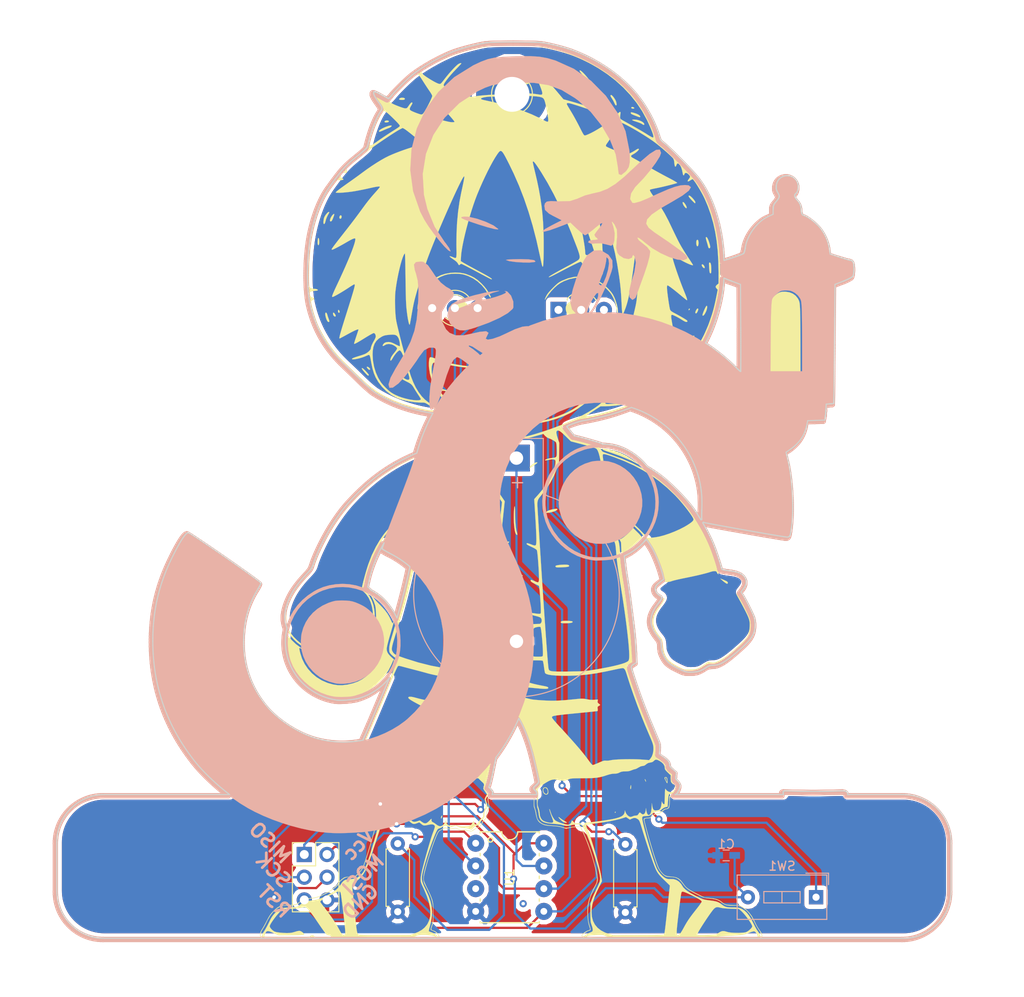
<source format=kicad_pcb>
(kicad_pcb (version 20171130) (host pcbnew "(5.0.2)-1")
  (layers (0 F.Cu signal) (31 B.Cu signal) (34 B.Paste user) (35 F.Paste user) (36 B.SilkS user hide) (37 F.SilkS user) (38 B.Mask user) (39 F.Mask user hide) (44 Edge.Cuts user))
  (net 0 "")
  (net 1 "Net-(BT1-Pad1)")
  (net 2 GND)
  (net 3 "Net-(D1-Pad2)")
  (net 4 "Net-(D2-Pad1)")
  (net 5 "Net-(D2-Pad2)")
  (net 6 "Net-(U1-Pad3)")
  (net 7 MOSI)
  (net 8 MISO)
  (net 9 SCK)
  (net 10 VCC)
  (net 11 RST)
  (module LuffyTake3:BsidesLogoOnly (layer F.Cu) (at 145.775 94.1)
    (fp_text reference G*** hide)
    (fp_text value LOGO hide)
  )
  (module LuffyTake3:LuffyBsidesSilk (layer F.Cu) (at 148.9 92.475)
    (fp_text reference G*** hide)
    (fp_text value LOGO hide)
  )
  (module LuffyTake3:LuffyBsidesSolderMask (layer F.Cu) (at 146.425 99.25)
    (fp_text reference G*** hide)
    (fp_text value LOGO hide)
  )
  (module Battery_Holders:Keystone_103_1x20mm-CoinCell (layer B.Cu) (at 147.375 88.95 270)
    (fp_text reference BT1 (at 0 4.3 270) (layer B.SilkS) (effects (justify mirror)))
    (fp_text value Battery)
    (fp_text user + (at 2.75 0 270) (layer B.SilkS) (effects (font (size 1.5 1.5)) (justify mirror)))
    (pad 1 thru_hole rect (at 0 0 270) (size 3 3) (drill 1.5) (layers *.Cu *.Mask) (net 1 "Net-(BT1-Pad1)"))
    (pad 2 thru_hole circle (at 20.49 0 270) (size 3 3) (drill 1.5) (layers *.Cu *.Mask) (net 2 GND))
  )
  (module LEDs:LED_D3.0mm-3 (layer F.Cu) (at 152.075 72.375)
    (fp_text reference D1)
    (fp_text value LED_Dual_ACA)
    (pad 3 thru_hole circle (at 5.08 0) (size 1.8 1.8) (drill 0.9) (layers *.Cu *.Mask) (net 7 MOSI))
    (pad 2 thru_hole circle (at 2.54 0) (size 1.8 1.8) (drill 0.9) (layers *.Cu *.Mask) (net 3 "Net-(D1-Pad2)"))
    (pad 1 thru_hole rect (at 0 0) (size 1.8 1.8) (drill 0.9) (layers *.Cu *.Mask) (net 8 MISO))
  )
  (module LEDs:LED_D3.0mm-3 (layer F.Cu) (at 137.95 72.175)
    (fp_text reference D2)
    (fp_text value LED_Dual_ACA)
    (pad 1 thru_hole rect (at 0 0) (size 1.8 1.8) (drill 0.9) (layers *.Cu *.Mask) (net 4 "Net-(D2-Pad1)"))
    (pad 2 thru_hole circle (at 2.54 0) (size 1.8 1.8) (drill 0.9) (layers *.Cu *.Mask) (net 5 "Net-(D2-Pad2)"))
    (pad 3 thru_hole circle (at 5.08 0) (size 1.8 1.8) (drill 0.9) (layers *.Cu *.Mask) (net 9 SCK))
  )
  (module Resistors_THT:R_Axial_DIN0207_L6.3mm_D2.5mm_P7.62mm_Horizontal (layer F.Cu) (at 159.55 139.75 90)
    (fp_text reference R1)
    (fp_text value R)
    (pad 1 thru_hole circle (at 0 0 90) (size 1.6 1.6) (drill 0.8) (layers *.Cu *.Mask) (net 2 GND))
    (pad 2 thru_hole oval (at 7.62 0 90) (size 1.6 1.6) (drill 0.8) (layers *.Cu *.Mask) (net 3 "Net-(D1-Pad2)"))
  )
  (module Resistors_THT:R_Axial_DIN0207_L6.3mm_D2.5mm_P7.62mm_Horizontal (layer F.Cu) (at 134.1 139.675 90)
    (fp_text reference R2 hide)
    (fp_text value R)
    (pad 2 thru_hole oval (at 7.62 0 90) (size 1.6 1.6) (drill 0.8) (layers *.Cu *.Mask) (net 5 "Net-(D2-Pad2)"))
    (pad 1 thru_hole circle (at 0 0 90) (size 1.6 1.6) (drill 0.8) (layers *.Cu *.Mask) (net 2 GND))
  )
  (module Buttons_Switches_THT:SW_DIP_x1_W7.62mm_Slide (layer B.Cu) (at 180.875 138.05 180)
    (fp_text reference SW1 (at 3.81 3.48 180) (layer B.SilkS) (effects (justify mirror)))
    (fp_text value SW_DIP_x01)
    (pad 2 thru_hole oval (at 7.62 0 180) (size 1.6 1.6) (drill 0.8) (layers *.Cu *.Mask) (net 10 VCC))
    (pad 1 thru_hole rect (at 0 0 180) (size 1.6 1.6) (drill 0.8) (layers *.Cu *.Mask) (net 1 "Net-(BT1-Pad1)"))
  )
  (module Power_Integrations:PDIP-8 (layer F.Cu) (at 146.625 135.825 270)
    (fp_text reference U1 (at 0 0 270) (layer F.SilkS))
    (fp_text value ATtiny13A-PU)
    (pad 8 thru_hole circle (at -3.81 -3.81 270) (size 1.905 1.905) (drill 0.762) (layers *.Cu *.Mask) (net 10 VCC))
    (pad 7 thru_hole circle (at -1.27 -3.81 270) (size 1.905 1.905) (drill 0.762) (layers *.Cu *.Mask) (net 9 SCK))
    (pad 6 thru_hole circle (at 1.27 -3.81 270) (size 1.905 1.905) (drill 0.762) (layers *.Cu *.Mask) (net 8 MISO))
    (pad 5 thru_hole circle (at 3.81 -3.81 270) (size 1.905 1.905) (drill 0.762) (layers *.Cu *.Mask) (net 7 MOSI))
    (pad 4 thru_hole circle (at 3.81 3.81 270) (size 1.905 1.905) (drill 0.762) (layers *.Cu *.Mask) (net 2 GND))
    (pad 3 thru_hole circle (at 1.27 3.81 270) (size 1.905 1.905) (drill 0.762) (layers *.Cu *.Mask) (net 6 "Net-(U1-Pad3)"))
    (pad 2 thru_hole circle (at -1.27 3.81 270) (size 1.905 1.905) (drill 0.762) (layers *.Cu *.Mask) (net 4 "Net-(D2-Pad1)"))
    (pad 1 thru_hole circle (at -3.81 3.81 270) (size 1.905 1.905) (drill 0.762) (layers *.Cu *.Mask) (net 11 RST))
  )
  (module Pin_Headers:Pin_Header_Straight_2x03_Pitch2.54mm (layer F.Cu) (at 123.65 133.275)
    (fp_text reference J1 hide)
    (fp_text value Conn_02x03_Odd_Even)
    (pad 6 thru_hole oval (at 2.54 5.08) (size 1.7 1.7) (drill 1) (layers *.Cu *.Mask) (net 2 GND))
    (pad 5 thru_hole oval (at 0 5.08) (size 1.7 1.7) (drill 1) (layers *.Cu *.Mask) (net 11 RST))
    (pad 4 thru_hole oval (at 2.54 2.54) (size 1.7 1.7) (drill 1) (layers *.Cu *.Mask) (net 7 MOSI))
    (pad 3 thru_hole oval (at 0 2.54) (size 1.7 1.7) (drill 1) (layers *.Cu *.Mask) (net 9 SCK))
    (pad 2 thru_hole oval (at 2.54 0) (size 1.7 1.7) (drill 1) (layers *.Cu *.Mask) (net 10 VCC))
    (pad 1 thru_hole rect (at 0 0) (size 1.7 1.7) (drill 1) (layers *.Cu *.Mask) (net 8 MISO))
  )
  (module BsidesLogos:oc_logo_small (layer B.Cu) (at 149.375 63.225 180)
    (fp_text reference G*** hide)
    (fp_text value LOGO hide)
  )
  (module Connectors:1pin (layer F.Cu) (at 146.875 48.275)
    (fp_text reference REF** hide)
    (fp_text value 1pin)
    (pad 1 thru_hole circle (at 0 0) (size 8 8) (drill 3.9) (layers *.Cu *.Mask))
  )
  (module Capacitors_SMD:C_0603_HandSoldering (layer B.Cu) (at 170.825 133.375 180)
    (fp_text reference C1 (at 0 1.25 180) (layer B.SilkS) (effects (justify mirror)))
    (fp_text value C)
    (pad 2 smd rect (at 0.95 0 180) (size 1.2 0.75) (layers B.Cu B.Paste B.Mask) (net 2 GND))
    (pad 1 smd rect (at -0.95 0 180) (size 1.2 0.75) (layers B.Cu B.Paste B.Mask) (net 10 VCC))
  )
  (gr_line (start 178.830506 60.513648) (end 178.812163 60.486407) (layer B.SilkS) (width 0.6))
  (gr_line (start 178.333644 59.644025) (end 178.34146 59.623599) (layer B.SilkS) (width 0.6))
  (gr_line (start 178.975847 60.824671) (end 178.96637 60.794195) (layer B.SilkS) (width 0.6))
  (gr_line (start 178.322754 59.753136) (end 178.321133 59.730205) (layer B.SilkS) (width 0.6))
  (gr_line (start 178.3486 59.852003) (end 178.33921 59.826108) (layer B.SilkS) (width 0.6))
  (gr_line (start 178.327691 59.664845) (end 178.333644 59.644025) (layer B.SilkS) (width 0.6))
  (gr_line (start 178.321424 59.707882) (end 178.323614 59.686113) (layer B.SilkS) (width 0.6))
  (gr_line (start 178.879934 60.595235) (end 178.864362 60.567989) (layer B.SilkS) (width 0.6))
  (gr_line (start 178.584755 60.20627) (end 178.552998 60.167827) (layer B.SilkS) (width 0.6))
  (gr_line (start 179.031485 61.100984) (end 179.026217 61.062603) (layer B.SilkS) (width 0.6))
  (gr_line (start 178.984696 60.855879) (end 178.975847 60.824671) (layer B.SilkS) (width 0.6))
  (gr_line (start 178.864362 60.567989) (end 178.847896 60.540817) (layer B.SilkS) (width 0.6))
  (gr_line (start 178.321133 59.730205) (end 178.321424 59.707882) (layer B.SilkS) (width 0.6))
  (gr_line (start 178.331781 59.801035) (end 178.3263 59.776728) (layer B.SilkS) (width 0.6))
  (gr_line (start 178.96637 60.794195) (end 178.956234 60.764378) (layer B.SilkS) (width 0.6))
  (gr_line (start 178.992944 60.887893) (end 178.984696 60.855879) (layer B.SilkS) (width 0.6))
  (gr_line (start 178.37331 59.906469) (end 178.359963 59.878772) (layer B.SilkS) (width 0.6))
  (gr_line (start 178.70512 60.346577) (end 178.68044 60.317375) (layer B.SilkS) (width 0.6))
  (gr_line (start 178.751121 60.403526) (end 178.72867 60.37527) (layer B.SilkS) (width 0.6))
  (gr_line (start 178.388654 59.935146) (end 178.37331 59.906469) (layer B.SilkS) (width 0.6))
  (gr_line (start 178.495754 60.09511) (end 178.470243 60.06073) (layer B.SilkS) (width 0.6))
  (gr_line (start 178.812163 60.486407) (end 178.792837 60.459022) (layer B.SilkS) (width 0.6))
  (gr_line (start 179.014384 60.989499) (end 179.007758 60.95463) (layer B.SilkS) (width 0.6))
  (gr_line (start 179.000622 60.920786) (end 178.992944 60.887893) (layer B.SilkS) (width 0.6))
  (gr_line (start 179.026217 61.062603) (end 179.020527 61.025465) (layer B.SilkS) (width 0.6))
  (gr_line (start 178.406008 59.964858) (end 178.388654 59.935146) (layer B.SilkS) (width 0.6))
  (gr_line (start 178.44679 60.027596) (end 178.425382 59.995656) (layer B.SilkS) (width 0.6))
  (gr_line (start 178.7725 60.431419) (end 178.751121 60.403526) (layer B.SilkS) (width 0.6))
  (gr_line (start 178.792837 60.459022) (end 178.7725 60.431419) (layer B.SilkS) (width 0.6))
  (gr_line (start 178.470243 60.06073) (end 178.44679 60.027596) (layer B.SilkS) (width 0.6))
  (gr_line (start 178.523335 60.130792) (end 178.495754 60.09511) (layer B.SilkS) (width 0.6))
  (gr_line (start 178.894641 60.622629) (end 178.879934 60.595235) (layer B.SilkS) (width 0.6))
  (gr_line (start 178.72867 60.37527) (end 178.70512 60.346577) (layer B.SilkS) (width 0.6))
  (gr_line (start 178.323614 59.686113) (end 178.327691 59.664845) (layer B.SilkS) (width 0.6))
  (gr_line (start 178.3263 59.776728) (end 178.322754 59.753136) (layer B.SilkS) (width 0.6))
  (gr_line (start 178.552998 60.167827) (end 178.523335 60.130792) (layer B.SilkS) (width 0.6))
  (gr_line (start 179.007758 60.95463) (end 179.000622 60.920786) (layer B.SilkS) (width 0.6))
  (gr_line (start 178.33921 59.826108) (end 178.331781 59.801035) (layer B.SilkS) (width 0.6))
  (gr_line (start 178.359963 59.878772) (end 178.3486 59.852003) (layer B.SilkS) (width 0.6))
  (gr_line (start 178.618618 60.246173) (end 178.584755 60.20627) (layer B.SilkS) (width 0.6))
  (gr_line (start 178.6546 60.28759) (end 178.618618 60.246173) (layer B.SilkS) (width 0.6))
  (gr_line (start 178.847896 60.540817) (end 178.830506 60.513648) (layer B.SilkS) (width 0.6))
  (gr_line (start 179.020527 61.025465) (end 179.014384 60.989499) (layer B.SilkS) (width 0.6))
  (gr_line (start 178.908513 60.650245) (end 178.894641 60.622629) (layer B.SilkS) (width 0.6))
  (gr_line (start 178.945409 60.735148) (end 178.933867 60.706431) (layer B.SilkS) (width 0.6))
  (gr_line (start 178.956234 60.764378) (end 178.945409 60.735148) (layer B.SilkS) (width 0.6))
  (gr_line (start 178.921578 60.678154) (end 178.908513 60.650245) (layer B.SilkS) (width 0.6))
  (gr_line (start 178.933867 60.706431) (end 178.921578 60.678154) (layer B.SilkS) (width 0.6))
  (gr_line (start 179.036358 61.140683) (end 179.031485 61.100984) (layer B.SilkS) (width 0.6))
  (gr_line (start 178.425382 59.995656) (end 178.406008 59.964858) (layer B.SilkS) (width 0.6))
  (gr_line (start 178.68044 60.317375) (end 178.6546 60.28759) (layer B.SilkS) (width 0.6))
  (gr_line (start 161.042676 83.768022) (end 161.359513 83.90644) (layer B.SilkS) (width 0.6))
  (gr_line (start 160.721466 83.639257) (end 161.042676 83.768022) (layer B.SilkS) (width 0.6))
  (gr_line (start 170.261846 70.490558) (end 170.276369 70.395463) (layer B.SilkS) (width 0.6))
  (gr_line (start 170.376349 69.536782) (end 170.384256 69.43936) (layer B.SilkS) (width 0.6))
  (gr_line (start 170.139224 71.169168) (end 170.159068 71.070188) (layer B.SilkS) (width 0.6))
  (gr_line (start 160.06681 83.411254) (end 160.396104 83.520287) (layer B.SilkS) (width 0.6))
  (gr_line (start 170.410018 69.041321) (end 170.41505 68.93926) (layer B.SilkS) (width 0.6))
  (gr_line (start 170.367833 69.633554) (end 170.376349 69.536782) (layer B.SilkS) (width 0.6))
  (gr_line (start 167.527796 91.023677) (end 167.563068 91.147417) (layer B.SilkS) (width 0.6))
  (gr_line (start 166.775572 89.107257) (end 166.93075 89.42861) (layer B.SilkS) (width 0.6))
  (gr_line (start 167.45241 90.775144) (end 167.490913 90.899614) (layer B.SilkS) (width 0.6))
  (gr_line (start 165.436773 87.044799) (end 165.653541 87.318408) (layer B.SilkS) (width 0.6))
  (gr_line (start 167.076243 89.756217) (end 167.211832 90.089935) (layer B.SilkS) (width 0.6))
  (gr_line (start 163.436321 85.133763) (end 163.710204 85.344309) (layer B.SilkS) (width 0.6))
  (gr_line (start 170.159068 71.070188) (end 170.178117 70.972041) (layer B.SilkS) (width 0.6))
  (gr_line (start 170.178117 70.972041) (end 170.196383 70.874634) (layer B.SilkS) (width 0.6))
  (gr_line (start 163.710204 85.344309) (end 163.977721 85.563234) (layer B.SilkS) (width 0.6))
  (gr_line (start 165.653541 87.318408) (end 165.862174 87.599262) (layer B.SilkS) (width 0.6))
  (gr_line (start 160.396104 83.520287) (end 160.721466 83.639257) (layer B.SilkS) (width 0.6))
  (gr_line (start 167.211832 90.089935) (end 167.337295 90.429625) (layer B.SilkS) (width 0.6))
  (gr_line (start 166.610932 88.7923) (end 166.775572 89.107257) (layer B.SilkS) (width 0.6))
  (gr_line (start 164.238652 85.790395) (end 164.492776 86.025652) (layer B.SilkS) (width 0.6))
  (gr_line (start 170.391564 69.341196) (end 170.398286 69.242196) (layer B.SilkS) (width 0.6))
  (gr_line (start 170.327441 70.016) (end 170.338511 69.920899) (layer B.SilkS) (width 0.6))
  (gr_line (start 170.118574 71.269074) (end 170.139224 71.169168) (layer B.SilkS) (width 0.6))
  (gr_line (start 170.290179 70.300552) (end 170.303286 70.205733) (layer B.SilkS) (width 0.6))
  (gr_line (start 170.230611 70.681671) (end 170.246597 70.585929) (layer B.SilkS) (width 0.6))
  (gr_line (start 170.213877 70.777875) (end 170.230611 70.681671) (layer B.SilkS) (width 0.6))
  (gr_line (start 162.281568 84.378198) (end 162.578697 84.553813) (layer B.SilkS) (width 0.6))
  (gr_line (start 170.315703 70.110913) (end 170.327441 70.016) (layer B.SilkS) (width 0.6))
  (gr_line (start 167.659321 91.517533) (end 167.68825 91.640815) (layer B.SilkS) (width 0.6))
  (gr_line (start 172.26555 69.6555) (end 172.29395 74.52445) (layer B.SilkS) (width 0.6))
  (gr_line (start 165.862174 87.599262) (end 166.062451 87.88722) (layer B.SilkS) (width 0.6))
  (gr_line (start 170.358696 69.72977) (end 170.367833 69.633554) (layer B.SilkS) (width 0.6))
  (gr_line (start 170.398286 69.242196) (end 170.404434 69.142269) (layer B.SilkS) (width 0.6))
  (gr_line (start 164.739871 86.268862) (end 164.979717 86.519884) (layer B.SilkS) (width 0.6))
  (gr_line (start 167.62882 91.394262) (end 167.659321 91.517533) (layer B.SilkS) (width 0.6))
  (gr_line (start 167.563068 91.147417) (end 167.596739 91.270918) (layer B.SilkS) (width 0.6))
  (gr_line (start 166.93075 89.42861) (end 167.076243 89.756217) (layer B.SilkS) (width 0.6))
  (gr_line (start 164.979717 86.519884) (end 165.212091 86.778577) (layer B.SilkS) (width 0.6))
  (gr_line (start 166.062451 87.88722) (end 166.25415 88.18214) (layer B.SilkS) (width 0.6))
  (gr_line (start 165.212091 86.778577) (end 165.436773 87.044799) (layer B.SilkS) (width 0.6))
  (gr_line (start 170.196383 70.874634) (end 170.213877 70.777875) (layer B.SilkS) (width 0.6))
  (gr_line (start 170.276369 70.395463) (end 170.290179 70.300552) (layer B.SilkS) (width 0.6))
  (gr_line (start 167.596739 91.270918) (end 167.62882 91.394262) (layer B.SilkS) (width 0.6))
  (gr_line (start 167.490913 90.899614) (end 167.527796 91.023677) (layer B.SilkS) (width 0.6))
  (gr_line (start 167.337295 90.429625) (end 167.45241 90.775144) (layer B.SilkS) (width 0.6))
  (gr_line (start 166.25415 88.18214) (end 166.437051 88.483881) (layer B.SilkS) (width 0.6))
  (gr_line (start 162.870347 84.738374) (end 163.156295 84.931738) (layer B.SilkS) (width 0.6))
  (gr_line (start 161.97918 84.21167) (end 162.281568 84.378198) (layer B.SilkS) (width 0.6))
  (gr_line (start 170.338511 69.920899) (end 170.348925 69.82552) (layer B.SilkS) (width 0.6))
  (gr_line (start 170.303286 70.205733) (end 170.315703 70.110913) (layer B.SilkS) (width 0.6))
  (gr_line (start 166.437051 88.483881) (end 166.610932 88.7923) (layer B.SilkS) (width 0.6))
  (gr_line (start 164.492776 86.025652) (end 164.739871 86.268862) (layer B.SilkS) (width 0.6))
  (gr_line (start 163.977721 85.563234) (end 164.238652 85.790395) (layer B.SilkS) (width 0.6))
  (gr_line (start 162.578697 84.553813) (end 162.870347 84.738374) (layer B.SilkS) (width 0.6))
  (gr_line (start 170.246597 70.585929) (end 170.261846 70.490558) (layer B.SilkS) (width 0.6))
  (gr_line (start 161.671754 84.05437) (end 161.97918 84.21167) (layer B.SilkS) (width 0.6))
  (gr_line (start 163.156295 84.931738) (end 163.436321 85.133763) (layer B.SilkS) (width 0.6))
  (gr_line (start 161.359513 83.90644) (end 161.671754 84.05437) (layer B.SilkS) (width 0.6))
  (gr_line (start 171.29816 69.29841) (end 172.26555 69.6555) (layer B.SilkS) (width 0.6))
  (gr_line (start 170.404434 69.142269) (end 170.410018 69.041321) (layer B.SilkS) (width 0.6))
  (gr_line (start 170.384256 69.43936) (end 170.391564 69.341196) (layer B.SilkS) (width 0.6))
  (gr_line (start 170.348925 69.82552) (end 170.358696 69.72977) (layer B.SilkS) (width 0.6))
  (gr_line (start 170.027677 71.679808) (end 170.051669 71.575272) (layer B.SilkS) (width 0.6))
  (gr_line (start 170.002821 71.785733) (end 170.027677 71.679808) (layer B.SilkS) (width 0.6))
  (gr_line (start 169.977089 71.893139) (end 170.002821 71.785733) (layer B.SilkS) (width 0.6))
  (gr_line (start 169.95047 72.00212) (end 169.977089 71.893139) (layer B.SilkS) (width 0.6))
  (gr_line (start 169.835587 72.446768) (end 169.874812 72.29953) (layer B.SilkS) (width 0.6))
  (gr_line (start 169.669306 73.026105) (end 169.71229 72.882698) (layer B.SilkS) (width 0.6))
  (gr_line (start 168.781635 76.4917) (end 168.673307 76.418331) (layer B.SilkS) (width 0.6))
  (gr_line (start 169.754329 72.738345) (end 169.795427 72.593037) (layer B.SilkS) (width 0.6))
  (gr_line (start 169.186805 74.40966) (end 169.239413 74.275329) (layer B.SilkS) (width 0.6))
  (gr_line (start 168.606282 75.706397) (end 168.668838 75.580426) (layer B.SilkS) (width 0.6))
  (gr_line (start 168.542713 75.831572) (end 168.606282 75.706397) (layer B.SilkS) (width 0.6))
  (gr_line (start 169.52821 77.024616) (end 169.422839 76.946421) (layer B.SilkS) (width 0.6))
  (gr_line (start 168.997053 76.640515) (end 168.889551 76.565762) (layer B.SilkS) (width 0.6))
  (gr_line (start 170.856765 78.103084) (end 170.757391 78.016069) (layer B.SilkS) (width 0.6))
  (gr_line (start 169.391387 73.867057) (end 169.440106 73.729183) (layer B.SilkS) (width 0.6))
  (gr_line (start 169.71229 72.882698) (end 169.754329 72.738345) (layer B.SilkS) (width 0.6))
  (gr_line (start 169.317034 76.868913) (end 169.210799 76.792092) (layer B.SilkS) (width 0.6))
  (gr_line (start 170.557192 77.844057) (end 170.456375 77.759061) (layer B.SilkS) (width 0.6))
  (gr_line (start 170.253327 77.591097) (end 170.151103 77.50813) (layer B.SilkS) (width 0.6))
  (gr_line (start 169.291043 74.140124) (end 169.3417 74.004035) (layer B.SilkS) (width 0.6))
  (gr_line (start 169.210799 76.792092) (end 169.104137 76.715959) (layer B.SilkS) (width 0.6))
  (gr_line (start 168.908999 75.068432) (end 168.96654 74.938371) (layer B.SilkS) (width 0.6))
  (gr_line (start 169.422839 76.946421) (end 169.317034 76.868913) (layer B.SilkS) (width 0.6))
  (gr_line (start 168.730384 75.453651) (end 168.790924 75.326065) (layer B.SilkS) (width 0.6))
  (gr_line (start 170.757391 78.016069) (end 170.657532 77.929727) (layer B.SilkS) (width 0.6))
  (gr_line (start 169.874812 72.29953) (end 169.913105 72.151316) (layer B.SilkS) (width 0.6))
  (gr_line (start 169.795427 72.593037) (end 169.835587 72.446768) (layer B.SilkS) (width 0.6))
  (gr_line (start 170.955651 78.19077) (end 170.856765 78.103084) (layer B.SilkS) (width 0.6))
  (gr_line (start 169.580492 73.310106) (end 169.625375 73.168572) (layer B.SilkS) (width 0.6))
  (gr_line (start 168.96654 74.938371) (end 169.023088 74.80747) (layer B.SilkS) (width 0.6))
  (gr_line (start 168.790924 75.326065) (end 168.850461 75.197661) (layer B.SilkS) (width 0.6))
  (gr_line (start 170.657532 77.929727) (end 170.557192 77.844057) (layer B.SilkS) (width 0.6))
  (gr_line (start 169.239413 74.275329) (end 169.291043 74.140124) (layer B.SilkS) (width 0.6))
  (gr_line (start 168.3459 76.20239) (end 168.412526 76.079561) (layer B.SilkS) (width 0.6))
  (gr_line (start 169.440106 73.729183) (end 169.487861 73.590404) (layer B.SilkS) (width 0.6))
  (gr_line (start 168.850461 75.197661) (end 168.908999 75.068432) (layer B.SilkS) (width 0.6))
  (gr_line (start 168.668838 75.580426) (end 168.730384 75.453651) (layer B.SilkS) (width 0.6))
  (gr_line (start 168.889551 76.565762) (end 168.781635 76.4917) (layer B.SilkS) (width 0.6))
  (gr_line (start 169.633143 77.103495) (end 169.52821 77.024616) (layer B.SilkS) (width 0.6))
  (gr_line (start 170.355086 77.674741) (end 170.253327 77.591097) (layer B.SilkS) (width 0.6))
  (gr_line (start 170.048418 77.425842) (end 169.945276 77.344233) (layer B.SilkS) (width 0.6))
  (gr_line (start 170.456375 77.759061) (end 170.355086 77.674741) (layer B.SilkS) (width 0.6))
  (gr_line (start 169.945276 77.344233) (end 169.84168 77.263305) (layer B.SilkS) (width 0.6))
  (gr_line (start 169.737634 77.183059) (end 169.633143 77.103495) (layer B.SilkS) (width 0.6))
  (gr_line (start 169.913105 72.151316) (end 169.95047 72.00212) (layer B.SilkS) (width 0.6))
  (gr_line (start 168.564573 76.345655) (end 168.455436 76.273675) (layer B.SilkS) (width 0.6))
  (gr_line (start 169.625375 73.168572) (end 169.669306 73.026105) (layer B.SilkS) (width 0.6))
  (gr_line (start 169.534655 73.450714) (end 169.580492 73.310106) (layer B.SilkS) (width 0.6))
  (gr_line (start 169.3417 74.004035) (end 169.391387 73.867057) (layer B.SilkS) (width 0.6))
  (gr_line (start 168.478129 75.955958) (end 168.542713 75.831572) (layer B.SilkS) (width 0.6))
  (gr_line (start 169.104137 76.715959) (end 168.997053 76.640515) (layer B.SilkS) (width 0.6))
  (gr_line (start 170.151103 77.50813) (end 170.048418 77.425842) (layer B.SilkS) (width 0.6))
  (gr_line (start 169.133217 74.543122) (end 169.186805 74.40966) (layer B.SilkS) (width 0.6))
  (gr_line (start 168.455436 76.273675) (end 168.3459 76.20239) (layer B.SilkS) (width 0.6))
  (gr_line (start 169.84168 77.263305) (end 169.737634 77.183059) (layer B.SilkS) (width 0.6))
  (gr_line (start 168.412526 76.079561) (end 168.478129 75.955958) (layer B.SilkS) (width 0.6))
  (gr_line (start 169.078646 74.675723) (end 169.133217 74.543122) (layer B.SilkS) (width 0.6))
  (gr_line (start 171.054045 78.279125) (end 170.955651 78.19077) (layer B.SilkS) (width 0.6))
  (gr_line (start 169.023088 74.80747) (end 169.078646 74.675723) (layer B.SilkS) (width 0.6))
  (gr_line (start 170.097105 71.369998) (end 170.118574 71.269074) (layer B.SilkS) (width 0.6))
  (gr_line (start 168.673307 76.418331) (end 168.564573 76.345655) (layer B.SilkS) (width 0.6))
  (gr_line (start 170.074808 71.472033) (end 170.097105 71.369998) (layer B.SilkS) (width 0.6))
  (gr_line (start 169.487861 73.590404) (end 169.534655 73.450714) (layer B.SilkS) (width 0.6))
  (gr_line (start 170.051669 71.575272) (end 170.074808 71.472033) (layer B.SilkS) (width 0.6))
  (gr_line (start 172.276868 79.386631) (end 172.27435 79.393414) (layer B.SilkS) (width 0.6))
  (gr_line (start 171.646815 78.834612) (end 171.611091 78.800535) (layer B.SilkS) (width 0.6))
  (gr_line (start 171.682087 78.868135) (end 171.646815 78.834612) (layer B.SilkS) (width 0.6))
  (gr_line (start 171.84984 79.025819) (end 171.817609 78.995763) (layer B.SilkS) (width 0.6))
  (gr_line (start 171.881309 79.055043) (end 171.84984 79.025819) (layer B.SilkS) (width 0.6))
  (gr_line (start 172.099383 79.253212) (end 172.07588 79.23234) (layer B.SilkS) (width 0.6))
  (gr_line (start 172.298804 78.209761) (end 172.297861 78.363147) (layer B.SilkS) (width 0.6))
  (gr_line (start 171.998518 79.162665) (end 171.970618 79.137243) (layer B.SilkS) (width 0.6))
  (gr_line (start 172.0512 79.21026) (end 172.025395 79.18702) (layer B.SilkS) (width 0.6))
  (gr_line (start 172.296789 78.507316) (end 172.29559 78.641924) (layer B.SilkS) (width 0.6))
  (gr_line (start 172.258339 79.385247) (end 172.249443 79.379019) (layer B.SilkS) (width 0.6))
  (gr_line (start 172.300887 76.244424) (end 172.301299 76.471112) (layer B.SilkS) (width 0.6))
  (gr_line (start 172.212802 79.350474) (end 172.197443 79.337827) (layer B.SilkS) (width 0.6))
  (gr_line (start 172.287727 79.159533) (end 172.28579 79.229567) (layer B.SilkS) (width 0.6))
  (gr_line (start 172.301692 77.115087) (end 172.301547 77.316573) (layer B.SilkS) (width 0.6))
  (gr_line (start 172.28579 79.229567) (end 172.283734 79.287636) (layer B.SilkS) (width 0.6))
  (gr_line (start 172.294265 78.766627) (end 172.292815 78.881083) (layer B.SilkS) (width 0.6))
  (gr_line (start 171.151942 78.368149) (end 171.054045 78.279125) (layer B.SilkS) (width 0.6))
  (gr_line (start 171.751064 78.933336) (end 171.716854 78.901059) (layer B.SilkS) (width 0.6))
  (gr_line (start 172.279272 79.366512) (end 172.276868 79.386631) (layer B.SilkS) (width 0.6))
  (gr_line (start 172.07588 79.23234) (end 172.0512 79.21026) (layer B.SilkS) (width 0.6))
  (gr_line (start 172.297861 78.363147) (end 172.296789 78.507316) (layer B.SilkS) (width 0.6))
  (gr_line (start 172.238854 79.371116) (end 172.226623 79.361586) (layer B.SilkS) (width 0.6))
  (gr_line (start 172.30157 76.692013) (end 172.3017 76.906786) (layer B.SilkS) (width 0.6))
  (gr_line (start 171.249339 78.45784) (end 171.151942 78.368149) (layer B.SilkS) (width 0.6))
  (gr_line (start 171.970618 79.137243) (end 171.941749 79.110801) (layer B.SilkS) (width 0.6))
  (gr_line (start 172.292815 78.881083) (end 172.291241 78.984948) (layer B.SilkS) (width 0.6))
  (gr_line (start 171.346232 78.548199) (end 171.249339 78.45784) (layer B.SilkS) (width 0.6))
  (gr_line (start 171.53849 78.73091) (end 171.442617 78.639222) (layer B.SilkS) (width 0.6))
  (gr_line (start 171.817609 78.995763) (end 171.784666 78.964919) (layer B.SilkS) (width 0.6))
  (gr_line (start 172.249443 79.379019) (end 172.238854 79.371116) (layer B.SilkS) (width 0.6))
  (gr_line (start 172.297805 75.286685) (end 172.298793 75.533082) (layer B.SilkS) (width 0.6))
  (gr_line (start 172.301299 76.471112) (end 172.30157 76.692013) (layer B.SilkS) (width 0.6))
  (gr_line (start 172.283734 79.287636) (end 172.281561 79.333399) (layer B.SilkS) (width 0.6))
  (gr_line (start 171.611091 78.800535) (end 171.574965 78.765953) (layer B.SilkS) (width 0.6))
  (gr_line (start 171.784666 78.964919) (end 171.751064 78.933336) (layer B.SilkS) (width 0.6))
  (gr_line (start 172.197443 79.337827) (end 172.180598 79.323693) (layer B.SilkS) (width 0.6))
  (gr_line (start 172.301547 77.316573) (end 172.301266 77.510901) (layer B.SilkS) (width 0.6))
  (gr_line (start 171.911962 79.083385) (end 171.881309 79.055043) (layer B.SilkS) (width 0.6))
  (gr_line (start 172.025395 79.18702) (end 171.998518 79.162665) (layer B.SilkS) (width 0.6))
  (gr_line (start 172.29559 78.641924) (end 172.294265 78.766627) (layer B.SilkS) (width 0.6))
  (gr_line (start 172.142653 79.291148) (end 172.121658 79.272831) (layer B.SilkS) (width 0.6))
  (gr_line (start 172.3003 77.876707) (end 172.299617 78.0475) (layer B.SilkS) (width 0.6))
  (gr_line (start 171.941749 79.110801) (end 171.911962 79.083385) (layer B.SilkS) (width 0.6))
  (gr_line (start 172.121658 79.272831) (end 172.099383 79.253212) (layer B.SilkS) (width 0.6))
  (gr_line (start 172.162317 79.308118) (end 172.142653 79.291148) (layer B.SilkS) (width 0.6))
  (gr_line (start 172.226623 79.361586) (end 172.212802 79.350474) (layer B.SilkS) (width 0.6))
  (gr_line (start 172.299617 78.0475) (end 172.298804 78.209761) (layer B.SilkS) (width 0.6))
  (gr_line (start 172.26549 79.389753) (end 172.258339 79.385247) (layer B.SilkS) (width 0.6))
  (gr_line (start 172.270844 79.392491) (end 172.26549 79.389753) (layer B.SilkS) (width 0.6))
  (gr_line (start 172.27435 79.393414) (end 172.270844 79.392491) (layer B.SilkS) (width 0.6))
  (gr_line (start 172.300849 77.697726) (end 172.3003 77.876707) (layer B.SilkS) (width 0.6))
  (gr_line (start 172.300333 76.012295) (end 172.300887 76.244424) (layer B.SilkS) (width 0.6))
  (gr_line (start 172.281561 79.333399) (end 172.279272 79.366512) (layer B.SilkS) (width 0.6))
  (gr_line (start 172.291241 78.984948) (end 172.289545 79.077879) (layer B.SilkS) (width 0.6))
  (gr_line (start 172.289545 79.077879) (end 172.287727 79.159533) (layer B.SilkS) (width 0.6))
  (gr_line (start 172.3017 76.906786) (end 172.301692 77.115087) (layer B.SilkS) (width 0.6))
  (gr_line (start 172.299636 75.775066) (end 172.300333 76.012295) (layer B.SilkS) (width 0.6))
  (gr_line (start 172.298793 75.533082) (end 172.299636 75.775066) (layer B.SilkS) (width 0.6))
  (gr_line (start 171.442617 78.639222) (end 171.346232 78.548199) (layer B.SilkS) (width 0.6))
  (gr_line (start 171.574965 78.765953) (end 171.53849 78.73091) (layer B.SilkS) (width 0.6))
  (gr_line (start 172.180598 79.323693) (end 172.162317 79.308118) (layer B.SilkS) (width 0.6))
  (gr_line (start 172.301266 77.510901) (end 172.300849 77.697726) (layer B.SilkS) (width 0.6))
  (gr_line (start 171.716854 78.901059) (end 171.682087 78.868135) (layer B.SilkS) (width 0.6))
  (gr_line (start 170.880471 69.137618) (end 170.91082 69.149764) (layer B.SilkS) (width 0.6))
  (gr_line (start 171.099863 69.223751) (end 171.132369 69.236194) (layer B.SilkS) (width 0.6))
  (gr_line (start 171.035638 69.19893) (end 171.067613 69.211327) (layer B.SilkS) (width 0.6))
  (gr_line (start 170.91082 69.149764) (end 170.941528 69.161976) (layer B.SilkS) (width 0.6))
  (gr_line (start 170.526371 68.98931) (end 170.550501 68.999881) (layer B.SilkS) (width 0.6))
  (gr_line (start 148.524485 42.555718) (end 148.40537 42.55353) (layer B.SilkS) (width 0.6))
  (gr_line (start 175.9137 61.80843) (end 175.34268 62.06991) (layer B.SilkS) (width 0.6))
  (gr_line (start 149.565947 42.587896) (end 149.476802 42.583836) (layer B.SilkS) (width 0.6))
  (gr_line (start 171.003954 69.186567) (end 171.035638 69.19893) (layer B.SilkS) (width 0.6))
  (gr_line (start 170.575211 69.01062) (end 170.600484 69.02152) (layer B.SilkS) (width 0.6))
  (gr_line (start 170.941528 69.161976) (end 170.972579 69.174246) (layer B.SilkS) (width 0.6))
  (gr_line (start 148.756019 42.560655) (end 148.641429 42.558093) (layer B.SilkS) (width 0.6))
  (gr_line (start 170.73471 69.078152) (end 170.763007 69.08985) (layer B.SilkS) (width 0.6))
  (gr_line (start 148.284268 42.55153) (end 148.161362 42.549718) (layer B.SilkS) (width 0.6))
  (gr_line (start 147.783661 42.545405) (end 147.655377 42.544343) (layer B.SilkS) (width 0.6))
  (gr_line (start 170.763007 69.08985) (end 170.791749 69.101654) (layer B.SilkS) (width 0.6))
  (gr_line (start 170.626304 69.032572) (end 170.652654 69.04377) (layer B.SilkS) (width 0.6))
  (gr_line (start 149.287226 42.576277) (end 149.187162 42.572778) (layer B.SilkS) (width 0.6))
  (gr_line (start 171.067613 69.211327) (end 171.099863 69.223751) (layer B.SilkS) (width 0.6))
  (gr_line (start 170.850498 69.125545) (end 170.880471 69.137618) (layer B.SilkS) (width 0.6))
  (gr_line (start 170.550501 68.999881) (end 170.575211 69.01062) (layer B.SilkS) (width 0.6))
  (gr_line (start 149.383834 42.579963) (end 149.287226 42.576277) (layer B.SilkS) (width 0.6))
  (gr_line (start 147.396338 42.542783) (end 147.265948 42.542284) (layer B.SilkS) (width 0.6))
  (gr_line (start 147.526208 42.543469) (end 147.396338 42.542783) (layer B.SilkS) (width 0.6))
  (gr_line (start 149.732033 42.596578) (end 149.651085 42.592143) (layer B.SilkS) (width 0.6))
  (gr_line (start 170.652654 69.04377) (end 170.679516 69.055104) (layer B.SilkS) (width 0.6))
  (gr_line (start 148.161362 42.549718) (end 148.036837 42.548093) (layer B.SilkS) (width 0.6))
  (gr_line (start 148.641429 42.558093) (end 148.524485 42.555718) (layer B.SilkS) (width 0.6))
  (gr_line (start 149.476802 42.583836) (end 149.383834 42.579963) (layer B.SilkS) (width 0.6))
  (gr_line (start 171.264624 69.285992) (end 171.29816 69.29841) (layer B.SilkS) (width 0.6))
  (gr_line (start 147.655377 42.544343) (end 147.526208 42.543469) (layer B.SilkS) (width 0.6))
  (gr_line (start 171.23126 69.273554) (end 171.264624 69.285992) (layer B.SilkS) (width 0.6))
  (gr_line (start 148.977401 42.566342) (end 148.868071 42.563405) (layer B.SilkS) (width 0.6))
  (gr_line (start 170.791749 69.101654) (end 170.820918 69.113555) (layer B.SilkS) (width 0.6))
  (gr_line (start 171.165115 69.248647) (end 171.198084 69.261103) (layer B.SilkS) (width 0.6))
  (gr_line (start 172.296669 75.036218) (end 172.297805 75.286685) (layer B.SilkS) (width 0.6))
  (gr_line (start 172.295384 74.782026) (end 172.296669 75.036218) (layer B.SilkS) (width 0.6))
  (gr_line (start 170.41503 68.93926) (end 170.436001 68.94887) (layer B.SilkS) (width 0.6))
  (gr_line (start 149.651085 42.592143) (end 149.565947 42.587896) (layer B.SilkS) (width 0.6))
  (gr_line (start 149.808606 42.601199) (end 149.732033 42.596578) (layer B.SilkS) (width 0.6))
  (gr_line (start 170.600484 69.02152) (end 170.626304 69.032572) (layer B.SilkS) (width 0.6))
  (gr_line (start 170.479923 68.968705) (end 170.50284 68.978915) (layer B.SilkS) (width 0.6))
  (gr_line (start 149.083826 42.569466) (end 148.977401 42.566342) (layer B.SilkS) (width 0.6))
  (gr_line (start 172.29395 74.52445) (end 172.295384 74.782026) (layer B.SilkS) (width 0.6))
  (gr_line (start 148.40537 42.55353) (end 148.284268 42.55153) (layer B.SilkS) (width 0.6))
  (gr_line (start 170.50284 68.978915) (end 170.526371 68.98931) (layer B.SilkS) (width 0.6))
  (gr_line (start 147.265948 42.542284) (end 147.135225 42.541973) (layer B.SilkS) (width 0.6))
  (gr_line (start 148.868071 42.563405) (end 148.756019 42.560655) (layer B.SilkS) (width 0.6))
  (gr_line (start 149.880622 42.606007) (end 149.808606 42.601199) (layer B.SilkS) (width 0.6))
  (gr_line (start 170.972579 69.174246) (end 171.003954 69.186567) (layer B.SilkS) (width 0.6))
  (gr_line (start 147.00435 42.54185) (end 147.00457 42.54191) (layer B.SilkS) (width 0.6))
  (gr_line (start 170.457637 68.958688) (end 170.479923 68.968705) (layer B.SilkS) (width 0.6))
  (gr_line (start 171.132369 69.236194) (end 171.165115 69.248647) (layer B.SilkS) (width 0.6))
  (gr_line (start 170.820918 69.113555) (end 170.850498 69.125545) (layer B.SilkS) (width 0.6))
  (gr_line (start 170.679516 69.055104) (end 170.706874 69.066568) (layer B.SilkS) (width 0.6))
  (gr_line (start 175.9137 61.29425) (end 175.9137 61.80843) (layer B.SilkS) (width 0.6))
  (gr_line (start 170.706874 69.066568) (end 170.73471 69.078152) (layer B.SilkS) (width 0.6))
  (gr_line (start 148.036837 42.548093) (end 147.910875 42.546655) (layer B.SilkS) (width 0.6))
  (gr_line (start 147.135225 42.541973) (end 147.00435 42.54185) (layer B.SilkS) (width 0.6))
  (gr_line (start 149.187162 42.572778) (end 149.083826 42.569466) (layer B.SilkS) (width 0.6))
  (gr_line (start 171.198084 69.261103) (end 171.23126 69.273554) (layer B.SilkS) (width 0.6))
  (gr_line (start 170.436001 68.94887) (end 170.457637 68.958688) (layer B.SilkS) (width 0.6))
  (gr_line (start 149.947897 42.611002) (end 149.880622 42.606007) (layer B.SilkS) (width 0.6))
  (gr_line (start 147.910875 42.546655) (end 147.783661 42.545405) (layer B.SilkS) (width 0.6))
  (gr_line (start 151.543239 42.9105) (end 151.421926 42.881411) (layer B.SilkS) (width 0.6))
  (gr_line (start 153.58017 43.50515) (end 153.491173 43.472891) (layer B.SilkS) (width 0.6))
  (gr_line (start 151.421926 42.881411) (end 151.30196 42.853301) (layer B.SilkS) (width 0.6))
  (gr_line (start 152.158442 43.067669) (end 152.035353 43.034954) (layer B.SilkS) (width 0.6))
  (gr_line (start 159.797929 47.429926) (end 159.605487 47.241703) (layer B.SilkS) (width 0.6))
  (gr_line (start 157.896324 45.819015) (end 157.664058 45.653349) (layer B.SilkS) (width 0.6))
  (gr_line (start 153.491173 43.472891) (end 153.397568 43.44009) (layer B.SilkS) (width 0.6))
  (gr_line (start 151.911957 43.002795) (end 151.788586 42.971276) (layer B.SilkS) (width 0.6))
  (gr_line (start 152.280894 43.100856) (end 152.158442 43.067669) (layer B.SilkS) (width 0.6))
  (gr_line (start 157.664058 45.653349) (end 157.428228 45.490783) (layer B.SilkS) (width 0.6))
  (gr_line (start 151.067395 42.800355) (end 150.953458 42.775688) (layer B.SilkS) (width 0.6))
  (gr_line (start 157.428228 45.490783) (end 157.189006 45.331437) (layer B.SilkS) (width 0.6))
  (gr_line (start 152.872012 43.270912) (end 152.75771 43.236633) (layer B.SilkS) (width 0.6))
  (gr_line (start 156.452711 44.873901) (end 156.201643 44.72862) (layer B.SilkS) (width 0.6))
  (gr_line (start 159.605487 47.241703) (end 159.407931 47.055511) (layer B.SilkS) (width 0.6))
  (gr_line (start 151.183673 42.826254) (end 151.067395 42.800355) (layer B.SilkS) (width 0.6))
  (gr_line (start 154.911783 44.061791) (end 154.648112 43.941173) (layer B.SilkS) (width 0.6))
  (gr_line (start 158.349475 46.159174) (end 158.124854 45.987663) (layer B.SilkS) (width 0.6))
  (gr_line (start 155.433943 44.316132) (end 155.173784 44.186817) (layer B.SilkS) (width 0.6))
  (gr_line (start 152.641116 43.202404) (end 152.522562 43.168308) (layer B.SilkS) (width 0.6))
  (gr_line (start 153.092418 43.33928) (end 152.983692 43.305156) (layer B.SilkS) (width 0.6))
  (gr_line (start 155.948044 44.587152) (end 155.692087 44.449617) (layer B.SilkS) (width 0.6))
  (gr_line (start 156.201643 44.72862) (end 155.948044 44.587152) (layer B.SilkS) (width 0.6))
  (gr_line (start 158.998168 46.689695) (end 158.786304 46.510308) (layer B.SilkS) (width 0.6))
  (gr_line (start 159.205434 46.871468) (end 158.998168 46.689695) (layer B.SilkS) (width 0.6))
  (gr_line (start 152.983692 43.305156) (end 152.872012 43.270912) (layer B.SilkS) (width 0.6))
  (gr_line (start 155.692087 44.449617) (end 155.433943 44.316132) (layer B.SilkS) (width 0.6))
  (gr_line (start 156.701075 45.022877) (end 156.452711 44.873901) (layer B.SilkS) (width 0.6))
  (gr_line (start 153.8488 43.60695) (end 153.58017 43.50515) (layer B.SilkS) (width 0.6))
  (gr_line (start 157.189006 45.331437) (end 156.946564 45.175428) (layer B.SilkS) (width 0.6))
  (gr_line (start 159.407931 47.055511) (end 159.205434 46.871468) (layer B.SilkS) (width 0.6))
  (gr_line (start 150.067488 42.621552) (end 150.010247 42.616184) (layer B.SilkS) (width 0.6))
  (gr_line (start 150.010247 42.616184) (end 149.947897 42.611002) (layer B.SilkS) (width 0.6))
  (gr_line (start 155.173784 44.186817) (end 154.911783 44.061791) (layer B.SilkS) (width 0.6))
  (gr_line (start 152.402377 43.134431) (end 152.280894 43.100856) (layer B.SilkS) (width 0.6))
  (gr_line (start 150.119437 42.627108) (end 150.067488 42.621552) (layer B.SilkS) (width 0.6))
  (gr_line (start 150.527728 42.691032) (end 150.430455 42.673793) (layer B.SilkS) (width 0.6))
  (gr_line (start 159.985085 47.620062) (end 159.797929 47.429926) (layer B.SilkS) (width 0.6))
  (gr_line (start 151.30196 42.853301) (end 151.183673 42.826254) (layer B.SilkS) (width 0.6))
  (gr_line (start 152.522562 43.168308) (end 152.402377 43.134431) (layer B.SilkS) (width 0.6))
  (gr_line (start 154.382943 43.825081) (end 154.116448 43.713633) (layer B.SilkS) (width 0.6))
  (gr_line (start 154.116448 43.713633) (end 153.8488 43.60695) (layer B.SilkS) (width 0.6))
  (gr_line (start 160.342852 48.005594) (end 160.166784 47.811991) (layer B.SilkS) (width 0.6))
  (gr_line (start 151.665569 42.940483) (end 151.543239 42.9105) (layer B.SilkS) (width 0.6))
  (gr_line (start 160.166784 47.811991) (end 159.985085 47.620062) (layer B.SilkS) (width 0.6))
  (gr_line (start 150.16591 42.63285) (end 150.119437 42.627108) (layer B.SilkS) (width 0.6))
  (gr_line (start 158.786304 46.510308) (end 158.570016 46.333429) (layer B.SilkS) (width 0.6))
  (gr_line (start 153.19786 43.3732) (end 153.092418 43.33928) (layer B.SilkS) (width 0.6))
  (gr_line (start 152.035353 43.034954) (end 151.911957 43.002795) (layer B.SilkS) (width 0.6))
  (gr_line (start 152.75771 43.236633) (end 152.641116 43.202404) (layer B.SilkS) (width 0.6))
  (gr_line (start 158.124854 45.987663) (end 157.896324 45.819015) (layer B.SilkS) (width 0.6))
  (gr_line (start 154.648112 43.941173) (end 154.382943 43.825081) (layer B.SilkS) (width 0.6))
  (gr_line (start 150.249215 42.644618) (end 150.16591 42.63285) (layer B.SilkS) (width 0.6))
  (gr_line (start 150.337507 42.658294) (end 150.249215 42.644618) (layer B.SilkS) (width 0.6))
  (gr_line (start 150.430455 42.673793) (end 150.337507 42.658294) (layer B.SilkS) (width 0.6))
  (gr_line (start 153.299687 43.406832) (end 153.19786 43.3732) (layer B.SilkS) (width 0.6))
  (gr_line (start 153.397568 43.44009) (end 153.299687 43.406832) (layer B.SilkS) (width 0.6))
  (gr_line (start 156.946564 45.175428) (end 156.701075 45.022877) (layer B.SilkS) (width 0.6))
  (gr_line (start 151.788586 42.971276) (end 151.665569 42.940483) (layer B.SilkS) (width 0.6))
  (gr_line (start 158.570016 46.333429) (end 158.349475 46.159174) (layer B.SilkS) (width 0.6))
  (gr_line (start 150.628996 42.709925) (end 150.527728 42.691032) (layer B.SilkS) (width 0.6))
  (gr_line (start 150.733927 42.730388) (end 150.628996 42.709925) (layer B.SilkS) (width 0.6))
  (gr_line (start 150.842192 42.752337) (end 150.733927 42.730388) (layer B.SilkS) (width 0.6))
  (gr_line (start 150.953458 42.775688) (end 150.842192 42.752337) (layer B.SilkS) (width 0.6))
  (gr_line (start 163.20336 53.13143) (end 163.158016 52.978558) (layer B.SilkS) (width 0.6))
  (gr_line (start 163.614925 53.760817) (end 163.58692 53.738268) (layer B.SilkS) (width 0.6))
  (gr_line (start 163.381119 53.53692) (end 163.366444 53.517147) (layer B.SilkS) (width 0.6))
  (gr_line (start 163.303655 53.411808) (end 163.29273 53.388792) (layer B.SilkS) (width 0.6))
  (gr_line (start 160.513118 48.200754) (end 160.342852 48.005594) (layer B.SilkS) (width 0.6))
  (gr_line (start 160.67741 48.39735) (end 160.513118 48.200754) (layer B.SilkS) (width 0.6))
  (gr_line (start 160.78472 48.53058) (end 160.67741 48.39735) (layer B.SilkS) (width 0.6))
  (gr_line (start 162.68976 51.720785) (end 162.619107 51.561213) (layer B.SilkS) (width 0.6))
  (gr_line (start 162.823413 52.039162) (end 162.757886 51.880146) (layer B.SilkS) (width 0.6))
  (gr_line (start 163.58692 53.738268) (end 163.560472 53.716437) (layer B.SilkS) (width 0.6))
  (gr_line (start 163.644557 53.784179) (end 163.614925 53.760817) (layer B.SilkS) (width 0.6))
  (gr_line (start 160.996165 48.804669) (end 160.890996 48.666398) (layer B.SilkS) (width 0.6))
  (gr_line (start 161.599986 49.67836) (end 161.502943 49.528165) (layer B.SilkS) (width 0.6))
  (gr_line (start 161.971414 50.293014) (end 161.881211 50.137536) (layer B.SilkS) (width 0.6))
  (gr_line (start 162.88627 52.1977) (end 162.823413 52.039162) (layer B.SilkS) (width 0.6))
  (gr_line (start 163.675884 53.808446) (end 163.644557 53.784179) (layer B.SilkS) (width 0.6))
  (gr_line (start 162.392691 51.08256) (end 162.312638 50.923475) (layer B.SilkS) (width 0.6))
  (gr_line (start 162.545997 51.401562) (end 162.470501 51.241967) (layer B.SilkS) (width 0.6))
  (gr_line (start 162.946385 52.355627) (end 162.88627 52.1977) (layer B.SilkS) (width 0.6))
  (gr_line (start 163.708975 53.833712) (end 163.675884 53.808446) (layer B.SilkS) (width 0.6))
  (gr_line (start 163.48978 53.654326) (end 163.468871 53.634439) (layer B.SilkS) (width 0.6))
  (gr_line (start 163.213323 53.165609) (end 163.20336 53.13143) (layer B.SilkS) (width 0.6))
  (gr_line (start 163.29273 53.388792) (end 163.282188 53.364908) (layer B.SilkS) (width 0.6))
  (gr_line (start 163.535512 53.695233) (end 163.511971 53.67456) (layer B.SilkS) (width 0.6))
  (gr_line (start 163.39666 53.556479) (end 163.381119 53.53692) (layer B.SilkS) (width 0.6))
  (gr_line (start 161.304331 49.232871) (end 161.202904 49.088039) (layer B.SilkS) (width 0.6))
  (gr_line (start 163.109576 52.824408) (end 163.05811 52.669114) (layer B.SilkS) (width 0.6))
  (gr_line (start 160.890996 48.666398) (end 160.78472 48.53058) (layer B.SilkS) (width 0.6))
  (gr_line (start 161.789191 49.983178) (end 161.695426 49.830075) (layer B.SilkS) (width 0.6))
  (gr_line (start 163.27196 53.340065) (end 163.261977 53.314167) (layer B.SilkS) (width 0.6))
  (gr_line (start 163.366444 53.517147) (end 163.352568 53.497067) (layer B.SilkS) (width 0.6))
  (gr_line (start 162.470501 51.241967) (end 162.392691 51.08256) (layer B.SilkS) (width 0.6))
  (gr_line (start 163.511971 53.67456) (end 163.48978 53.654326) (layer B.SilkS) (width 0.6))
  (gr_line (start 161.100159 48.94526) (end 160.996165 48.804669) (layer B.SilkS) (width 0.6))
  (gr_line (start 161.202904 49.088039) (end 161.100159 48.94526) (layer B.SilkS) (width 0.6))
  (gr_line (start 161.404367 49.379624) (end 161.304331 49.232871) (layer B.SilkS) (width 0.6))
  (gr_line (start 161.502943 49.528165) (end 161.404367 49.379624) (layer B.SilkS) (width 0.6))
  (gr_line (start 162.146086 50.606802) (end 162.059729 50.449481) (layer B.SilkS) (width 0.6))
  (gr_line (start 163.223116 53.198174) (end 163.213323 53.165609) (layer B.SilkS) (width 0.6))
  (gr_line (start 163.430618 53.595327) (end 163.413136 53.575917) (layer B.SilkS) (width 0.6))
  (gr_line (start 162.312638 50.923475) (end 162.230413 50.764844) (layer B.SilkS) (width 0.6))
  (gr_line (start 163.158016 52.978558) (end 163.109576 52.824408) (layer B.SilkS) (width 0.6))
  (gr_line (start 163.261977 53.314167) (end 163.252171 53.287123) (layer B.SilkS) (width 0.6))
  (gr_line (start 163.468871 53.634439) (end 163.449173 53.614803) (layer B.SilkS) (width 0.6))
  (gr_line (start 163.315032 53.43405) (end 163.303655 53.411808) (layer B.SilkS) (width 0.6))
  (gr_line (start 163.339419 53.476587) (end 163.32693 53.455612) (layer B.SilkS) (width 0.6))
  (gr_line (start 161.695426 49.830075) (end 161.599986 49.67836) (layer B.SilkS) (width 0.6))
  (gr_line (start 163.232809 53.22922) (end 163.223116 53.198174) (layer B.SilkS) (width 0.6))
  (gr_line (start 163.352568 53.497067) (end 163.339419 53.476587) (layer B.SilkS) (width 0.6))
  (gr_line (start 163.242471 53.258838) (end 163.232809 53.22922) (layer B.SilkS) (width 0.6))
  (gr_line (start 162.059729 50.449481) (end 161.971414 50.293014) (layer B.SilkS) (width 0.6))
  (gr_line (start 163.05811 52.669114) (end 163.003689 52.51281) (layer B.SilkS) (width 0.6))
  (gr_line (start 162.230413 50.764844) (end 162.146086 50.606802) (layer B.SilkS) (width 0.6))
  (gr_line (start 163.003689 52.51281) (end 162.946385 52.355627) (layer B.SilkS) (width 0.6))
  (gr_line (start 163.282188 53.364908) (end 163.27196 53.340065) (layer B.SilkS) (width 0.6))
  (gr_line (start 163.413136 53.575917) (end 163.39666 53.556479) (layer B.SilkS) (width 0.6))
  (gr_line (start 163.7439 53.86007) (end 163.708975 53.833712) (layer B.SilkS) (width 0.6))
  (gr_line (start 163.449173 53.614803) (end 163.430618 53.595327) (layer B.SilkS) (width 0.6))
  (gr_line (start 161.881211 50.137536) (end 161.789191 49.983178) (layer B.SilkS) (width 0.6))
  (gr_line (start 162.619107 51.561213) (end 162.545997 51.401562) (layer B.SilkS) (width 0.6))
  (gr_line (start 163.252171 53.287123) (end 163.242471 53.258838) (layer B.SilkS) (width 0.6))
  (gr_line (start 162.757886 51.880146) (end 162.68976 51.720785) (layer B.SilkS) (width 0.6))
  (gr_line (start 163.32693 53.455612) (end 163.315032 53.43405) (layer B.SilkS) (width 0.6))
  (gr_line (start 163.560472 53.716437) (end 163.535512 53.695233) (layer B.SilkS) (width 0.6))
  (gr_line (start 169.521884 61.605846) (end 169.423341 61.306977) (layer B.SilkS) (width 0.6))
  (gr_line (start 165.735986 55.758702) (end 165.58055 55.601163) (layer B.SilkS) (width 0.6))
  (gr_line (start 166.630994 56.686895) (end 166.490336 56.538312) (layer B.SilkS) (width 0.6))
  (gr_line (start 170.279783 65.189387) (end 170.236336 64.843936) (layer B.SilkS) (width 0.6))
  (gr_line (start 167.422426 57.559288) (end 167.335708 57.458349) (layer B.SilkS) (width 0.6))
  (gr_line (start 165.890976 55.916792) (end 165.735986 55.758702) (layer B.SilkS) (width 0.6))
  (gr_line (start 167.238864 57.348151) (end 167.132701 57.229512) (layer B.SilkS) (width 0.6))
  (gr_line (start 167.335708 57.458349) (end 167.238864 57.348151) (layer B.SilkS) (width 0.6))
  (gr_line (start 169.788525 62.531759) (end 169.704517 62.218387) (layer B.SilkS) (width 0.6))
  (gr_line (start 168.182705 58.625407) (end 168.034021 58.39126) (layer B.SilkS) (width 0.6))
  (gr_line (start 168.860001 59.892644) (end 168.733494 59.626829) (layer B.SilkS) (width 0.6))
  (gr_line (start 167.723758 57.943467) (end 167.56226 57.73012) (layer B.SilkS) (width 0.6))
  (gr_line (start 170.317975 65.538173) (end 170.279783 65.189387) (layer B.SilkS) (width 0.6))
  (gr_line (start 168.733494 59.626829) (end 168.60247 59.367048) (layer B.SilkS) (width 0.6))
  (gr_line (start 169.704517 62.218387) (end 169.615623 61.909699) (layer B.SilkS) (width 0.6))
  (gr_line (start 168.46697 59.113451) (end 168.327035 58.866187) (layer B.SilkS) (width 0.6))
  (gr_line (start 168.60247 59.367048) (end 168.46697 59.113451) (layer B.SilkS) (width 0.6))
  (gr_line (start 170.236336 64.843936) (end 170.187676 64.501971) (layer B.SilkS) (width 0.6))
  (gr_line (start 170.350872 65.890144) (end 170.317975 65.538173) (layer B.SilkS) (width 0.6))
  (gr_line (start 167.56226 57.73012) (end 167.498212 57.650151) (layer B.SilkS) (width 0.6))
  (gr_line (start 166.345199 56.386193) (end 166.196388 56.231355) (layer B.SilkS) (width 0.6))
  (gr_line (start 166.895646 56.970181) (end 166.766366 56.831124) (layer B.SilkS) (width 0.6))
  (gr_line (start 169.099298 60.441775) (end 168.981949 60.164342) (layer B.SilkS) (width 0.6))
  (gr_line (start 167.018026 57.10325) (end 166.895646 56.970181) (layer B.SilkS) (width 0.6))
  (gr_line (start 167.498212 57.650151) (end 167.422426 57.559288) (layer B.SilkS) (width 0.6))
  (gr_line (start 167.881025 58.163897) (end 167.723758 57.943467) (layer B.SilkS) (width 0.6))
  (gr_line (start 169.423341 61.306977) (end 169.320035 61.013242) (layer B.SilkS) (width 0.6))
  (gr_line (start 170.378432 66.245151) (end 170.350872 65.890144) (layer B.SilkS) (width 0.6))
  (gr_line (start 170.41738 66.96367) (end 170.400615 66.603043) (layer B.SilkS) (width 0.6))
  (gr_line (start 163.809245 53.911249) (end 163.7439 53.86007) (layer B.SilkS) (width 0.6))
  (gr_line (start 163.886242 53.97524) (end 163.809245 53.911249) (layer B.SilkS) (width 0.6))
  (gr_line (start 163.974084 54.051227) (end 163.886242 53.97524) (layer B.SilkS) (width 0.6))
  (gr_line (start 164.824904 54.850344) (end 164.683727 54.713277) (layer B.SilkS) (width 0.6))
  (gr_line (start 164.071966 54.138392) (end 163.974084 54.051227) (layer B.SilkS) (width 0.6))
  (gr_line (start 169.212007 60.724791) (end 169.099298 60.441775) (layer B.SilkS) (width 0.6))
  (gr_line (start 169.320035 61.013242) (end 169.212007 60.724791) (layer B.SilkS) (width 0.6))
  (gr_line (start 164.179079 54.235918) (end 164.071966 54.138392) (layer B.SilkS) (width 0.6))
  (gr_line (start 164.294619 54.342987) (end 164.179079 54.235918) (layer B.SilkS) (width 0.6))
  (gr_line (start 169.867606 62.849666) (end 169.788525 62.531759) (layer B.SilkS) (width 0.6))
  (gr_line (start 164.417778 54.458781) (end 164.294619 54.342987) (layer B.SilkS) (width 0.6))
  (gr_line (start 168.981949 60.164342) (end 168.860001 59.892644) (layer B.SilkS) (width 0.6))
  (gr_line (start 164.547749 54.582484) (end 164.417778 54.458781) (layer B.SilkS) (width 0.6))
  (gr_line (start 167.132701 57.229512) (end 167.018026 57.10325) (layer B.SilkS) (width 0.6))
  (gr_line (start 166.490336 56.538312) (end 166.345199 56.386193) (layer B.SilkS) (width 0.6))
  (gr_line (start 164.683727 54.713277) (end 164.547749 54.582484) (layer B.SilkS) (width 0.6))
  (gr_line (start 170.400615 66.603043) (end 170.378432 66.245151) (layer B.SilkS) (width 0.6))
  (gr_line (start 164.970473 54.992866) (end 164.824904 54.850344) (layer B.SilkS) (width 0.6))
  (gr_line (start 166.044712 56.074615) (end 165.890976 55.916792) (layer B.SilkS) (width 0.6))
  (gr_line (start 166.196388 56.231355) (end 166.044712 56.074615) (layer B.SilkS) (width 0.6))
  (gr_line (start 166.766366 56.831124) (end 166.630994 56.686895) (layer B.SilkS) (width 0.6))
  (gr_line (start 168.034021 58.39126) (end 167.881025 58.163897) (layer B.SilkS) (width 0.6))
  (gr_line (start 168.327035 58.866187) (end 168.182705 58.625407) (layer B.SilkS) (width 0.6))
  (gr_line (start 169.615623 61.909699) (end 169.521884 61.605846) (layer B.SilkS) (width 0.6))
  (gr_line (start 169.941719 63.171957) (end 169.867606 62.849666) (layer B.SilkS) (width 0.6))
  (gr_line (start 170.510371 66.942557) (end 170.460307 66.954528) (layer B.SilkS) (width 0.6))
  (gr_line (start 170.133843 64.16364) (end 170.074879 63.829094) (layer B.SilkS) (width 0.6))
  (gr_line (start 170.187676 64.501971) (end 170.133843 64.16364) (layer B.SilkS) (width 0.6))
  (gr_line (start 170.460307 66.954528) (end 170.41738 66.96367) (layer B.SilkS) (width 0.6))
  (gr_line (start 165.11963 55.140026) (end 164.970473 54.992866) (layer B.SilkS) (width 0.6))
  (gr_line (start 170.074879 63.829094) (end 170.010824 63.498483) (layer B.SilkS) (width 0.6))
  (gr_line (start 170.010824 63.498483) (end 169.941719 63.171957) (layer B.SilkS) (width 0.6))
  (gr_line (start 165.271565 55.291008) (end 165.11963 55.140026) (layer B.SilkS) (width 0.6))
  (gr_line (start 165.425475 55.444992) (end 165.271565 55.291008) (layer B.SilkS) (width 0.6))
  (gr_line (start 165.58055 55.601163) (end 165.425475 55.444992) (layer B.SilkS) (width 0.6))
  (gr_line (start 170.697918 66.891528) (end 170.629725 66.91087) (layer B.SilkS) (width 0.6))
  (gr_line (start 170.771059 66.870102) (end 170.697918 66.891528) (layer B.SilkS) (width 0.6))
  (gr_line (start 170.8486 66.846779) (end 170.771059 66.870102) (layer B.SilkS) (width 0.6))
  (gr_line (start 170.929994 66.821745) (end 170.8486 66.846779) (layer B.SilkS) (width 0.6))
  (gr_line (start 171.014692 66.795188) (end 170.929994 66.821745) (layer B.SilkS) (width 0.6))
  (gr_line (start 171.102148 66.767293) (end 171.014692 66.795188) (layer B.SilkS) (width 0.6))
  (gr_line (start 172.689524 66.044957) (end 172.682414 66.064456) (layer B.SilkS) (width 0.6))
  (gr_line (start 171.191813 66.738248) (end 171.102148 66.767293) (layer B.SilkS) (width 0.6))
  (gr_line (start 171.835347 66.518378) (end 171.745546 66.550255) (layer B.SilkS) (width 0.6))
  (gr_line (start 172.675284 66.082959) (end 172.668146 66.100419) (layer B.SilkS) (width 0.6))
  (gr_line (start 172.880672 65.147962) (end 172.848841 65.281726) (layer B.SilkS) (width 0.6))
  (gr_line (start 172.756432 65.805336) (end 172.750291 65.832255) (layer B.SilkS) (width 0.6))
  (gr_line (start 172.632839 66.170456) (end 172.625951 66.180686) (layer B.SilkS) (width 0.6))
  (gr_line (start 172.848841 65.281726) (end 172.822642 65.414719) (layer B.SilkS) (width 0.6))
  (gr_line (start 171.375583 66.67745) (end 171.283141 66.708238) (layer B.SilkS) (width 0.6))
  (gr_line (start 172.625951 66.180686) (end 172.619152 66.18955) (layer B.SilkS) (width 0.6))
  (gr_line (start 172.661016 66.11679) (end 172.653906 66.132026) (layer B.SilkS) (width 0.6))
  (gr_line (start 171.468592 66.646072) (end 171.375583 66.67745) (layer B.SilkS) (width 0.6))
  (gr_line (start 172.822642 65.414719) (end 172.80225 65.5467) (layer B.SilkS) (width 0.6))
  (gr_line (start 171.561621 66.614289) (end 171.468592 66.646072) (layer B.SilkS) (width 0.6))
  (gr_line (start 171.654121 66.582288) (end 171.561621 66.614289) (layer B.SilkS) (width 0.6))
  (gr_line (start 172.682414 66.064456) (end 172.675284 66.082959) (layer B.SilkS) (width 0.6))
  (gr_line (start 172.372502 66.315256) (end 172.309397 66.340823) (layer B.SilkS) (width 0.6))
  (gr_line (start 172.429603 66.291337) (end 172.372502 66.315256) (layer B.SilkS) (width 0.6))
  (gr_line (start 172.798165 65.576337) (end 172.793796 65.605857) (layer B.SilkS) (width 0.6))
  (gr_line (start 172.612457 66.197) (end 172.60588 66.20299) (layer B.SilkS) (width 0.6))
  (gr_line (start 172.653906 66.132026) (end 172.646831 66.146079) (layer B.SilkS) (width 0.6))
  (gr_line (start 172.793796 65.605857) (end 172.789157 65.635213) (layer B.SilkS) (width 0.6))
  (gr_line (start 172.737546 65.884445) (end 172.73097 65.909624) (layer B.SilkS) (width 0.6))
  (gr_line (start 171.745546 66.550255) (end 171.654121 66.582288) (layer B.SilkS) (width 0.6))
  (gr_line (start 171.922977 66.486843) (end 171.835347 66.518378) (layer B.SilkS) (width 0.6))
  (gr_line (start 172.240836 66.36785) (end 172.167366 66.396153) (layer B.SilkS) (width 0.6))
  (gr_line (start 172.480152 66.269253) (end 172.429603 66.291337) (layer B.SilkS) (width 0.6))
  (gr_line (start 172.619152 66.18955) (end 172.612457 66.197) (layer B.SilkS) (width 0.6))
  (gr_line (start 172.60588 66.20299) (end 172.587014 66.215871) (layer B.SilkS) (width 0.6))
  (gr_line (start 172.668146 66.100419) (end 172.661016 66.11679) (layer B.SilkS) (width 0.6))
  (gr_line (start 172.724275 65.934131) (end 172.717477 65.957919) (layer B.SilkS) (width 0.6))
  (gr_line (start 172.743991 65.85864) (end 172.737546 65.884445) (layer B.SilkS) (width 0.6))
  (gr_line (start 172.80225 65.5467) (end 172.798165 65.576337) (layer B.SilkS) (width 0.6))
  (gr_line (start 172.784262 65.664361) (end 172.779125 65.693253) (layer B.SilkS) (width 0.6))
  (gr_line (start 172.917959 65.013668) (end 172.880672 65.147962) (layer B.SilkS) (width 0.6))
  (gr_line (start 172.73097 65.909624) (end 172.724275 65.934131) (layer B.SilkS) (width 0.6))
  (gr_line (start 172.703625 66.003153) (end 172.696599 66.024507) (layer B.SilkS) (width 0.6))
  (gr_line (start 172.007889 66.455836) (end 171.922977 66.486843) (layer B.SilkS) (width 0.6))
  (gr_line (start 172.167366 66.396153) (end 172.089534 66.425544) (layer B.SilkS) (width 0.6))
  (gr_line (start 172.523602 66.249189) (end 172.480152 66.269253) (layer B.SilkS) (width 0.6))
  (gr_line (start 172.750291 65.832255) (end 172.743991 65.85864) (layer B.SilkS) (width 0.6))
  (gr_line (start 172.696599 66.024507) (end 172.689524 66.044957) (layer B.SilkS) (width 0.6))
  (gr_line (start 172.779125 65.693253) (end 172.77376 65.721842) (layer B.SilkS) (width 0.6))
  (gr_line (start 172.559405 66.231333) (end 172.523602 66.249189) (layer B.SilkS) (width 0.6))
  (gr_line (start 172.309397 66.340823) (end 172.240836 66.36785) (layer B.SilkS) (width 0.6))
  (gr_line (start 172.710589 65.980942) (end 172.703625 66.003153) (layer B.SilkS) (width 0.6))
  (gr_line (start 172.762399 65.77793) (end 172.756432 65.805336) (layer B.SilkS) (width 0.6))
  (gr_line (start 172.646831 66.146079) (end 172.639804 66.158905) (layer B.SilkS) (width 0.6))
  (gr_line (start 172.789157 65.635213) (end 172.784262 65.664361) (layer B.SilkS) (width 0.6))
  (gr_line (start 172.089534 66.425544) (end 172.007889 66.455836) (layer B.SilkS) (width 0.6))
  (gr_line (start 172.639804 66.158905) (end 172.632839 66.170456) (layer B.SilkS) (width 0.6))
  (gr_line (start 172.76818 65.750084) (end 172.762399 65.77793) (layer B.SilkS) (width 0.6))
  (gr_line (start 172.77376 65.721842) (end 172.76818 65.750084) (layer B.SilkS) (width 0.6))
  (gr_line (start 170.567027 66.927942) (end 170.510371 66.942557) (layer B.SilkS) (width 0.6))
  (gr_line (start 172.587014 66.215871) (end 172.559405 66.231333) (layer B.SilkS) (width 0.6))
  (gr_line (start 171.283141 66.708238) (end 171.191813 66.738248) (layer B.SilkS) (width 0.6))
  (gr_line (start 172.717477 65.957919) (end 172.710589 65.980942) (layer B.SilkS) (width 0.6))
  (gr_line (start 170.629725 66.91087) (end 170.567027 66.927942) (layer B.SilkS) (width 0.6))
  (gr_line (start 173.180051 64.34271) (end 173.118132 64.476029) (layer B.SilkS) (width 0.6))
  (gr_line (start 174.112622 62.989999) (end 174.012024 63.099925) (layer B.SilkS) (width 0.6))
  (gr_line (start 176.370713 60.247532) (end 176.337785 60.288357) (layer B.SilkS) (width 0.6))
  (gr_line (start 175.980913 60.799023) (end 175.971865 60.824424) (layer B.SilkS) (width 0.6))
  (gr_line (start 176.100528 60.578211) (end 176.083553 60.60287) (layer B.SilkS) (width 0.6))
  (gr_line (start 176.200919 60.449687) (end 176.178691 60.476316) (layer B.SilkS) (width 0.6))
  (gr_line (start 173.316906 64.079072) (end 173.246368 64.21031) (layer B.SilkS) (width 0.6))
  (gr_line (start 175.924783 61.048556) (end 175.921697 61.08021) (layer B.SilkS) (width 0.6))
  (gr_line (start 173.391488 63.949235) (end 173.316906 64.079072) (layer B.SilkS) (width 0.6))
  (gr_line (start 175.971865 60.824424) (end 175.963576 60.850247) (layer B.SilkS) (width 0.6))
  (gr_line (start 174.215678 62.883649) (end 174.112622 62.989999) (layer B.SilkS) (width 0.6))
  (gr_line (start 175.963576 60.850247) (end 175.956022 60.87656) (layer B.SilkS) (width 0.6))
  (gr_line (start 174.991104 62.259588) (end 174.875773 62.33415) (layer B.SilkS) (width 0.6))
  (gr_line (start 175.91559 61.181653) (end 175.914524 61.217856) (layer B.SilkS) (width 0.6))
  (gr_line (start 176.083553 60.60287) (end 176.067555 60.627339) (layer B.SilkS) (width 0.6))
  (gr_line (start 174.012024 63.099925) (end 173.914061 63.213185) (layer B.SilkS) (width 0.6))
  (gr_line (start 175.917125 61.14669) (end 175.91559 61.181653) (layer B.SilkS) (width 0.6))
  (gr_line (start 176.001386 60.749219) (end 175.990745 60.773978) (layer B.SilkS) (width 0.6))
  (gr_line (start 174.321016 62.781115) (end 174.215678 62.883649) (layer B.SilkS) (width 0.6))
  (gr_line (start 176.264589 60.375693) (end 176.22427 60.42246) (layer B.SilkS) (width 0.6))
  (gr_line (start 174.428461 62.682639) (end 174.321016 62.781115) (layer B.SilkS) (width 0.6))
  (gr_line (start 175.919152 61.112899) (end 175.917125 61.14669) (layer B.SilkS) (width 0.6))
  (gr_line (start 175.932675 60.988082) (end 175.928434 61.01787) (layer B.SilkS) (width 0.6))
  (gr_line (start 176.038397 60.67598) (end 176.025187 60.700288) (layer B.SilkS) (width 0.6))
  (gr_line (start 176.052511 60.651686) (end 176.038397 60.67598) (layer B.SilkS) (width 0.6))
  (gr_line (start 174.648963 62.498829) (end 174.537835 62.588464) (layer B.SilkS) (width 0.6))
  (gr_line (start 174.875773 62.33415) (end 174.761667 62.413977) (layer B.SilkS) (width 0.6))
  (gr_line (start 175.921697 61.08021) (end 175.919152 61.112899) (layer B.SilkS) (width 0.6))
  (gr_line (start 176.22427 60.42246) (end 176.200919 60.449687) (layer B.SilkS) (width 0.6))
  (gr_line (start 176.067555 60.627339) (end 176.052511 60.651686) (layer B.SilkS) (width 0.6))
  (gr_line (start 176.302419 60.331034) (end 176.264589 60.375693) (layer B.SilkS) (width 0.6))
  (gr_line (start 173.060787 64.610026) (end 173.008193 64.744459) (layer B.SilkS) (width 0.6))
  (gr_line (start 173.246368 64.21031) (end 173.180051 64.34271) (layer B.SilkS) (width 0.6))
  (gr_line (start 173.46994 63.821042) (end 173.391488 63.949235) (layer B.SilkS) (width 0.6))
  (gr_line (start 174.537835 62.588464) (end 174.428461 62.682639) (layer B.SilkS) (width 0.6))
  (gr_line (start 175.34268 62.06991) (end 175.224733 62.127226) (layer B.SilkS) (width 0.6))
  (gr_line (start 175.224733 62.127226) (end 175.107482 62.190533) (layer B.SilkS) (width 0.6))
  (gr_line (start 176.118505 60.553294) (end 176.100528 60.578211) (layer B.SilkS) (width 0.6))
  (gr_line (start 175.928434 61.01787) (end 175.924783 61.048556) (layer B.SilkS) (width 0.6))
  (gr_line (start 175.93753 60.959125) (end 175.932675 60.988082) (layer B.SilkS) (width 0.6))
  (gr_line (start 182.28541 66.26138) (end 182.20531 65.70535) (layer B.SilkS) (width 0.6))
  (gr_line (start 176.137509 60.528051) (end 176.118505 60.553294) (layer B.SilkS) (width 0.6))
  (gr_line (start 176.157563 60.502415) (end 176.137509 60.528051) (layer B.SilkS) (width 0.6))
  (gr_line (start 176.178691 60.476316) (end 176.157563 60.502415) (layer B.SilkS) (width 0.6))
  (gr_line (start 176.337785 60.288357) (end 176.302419 60.331034) (layer B.SilkS) (width 0.6))
  (gr_line (start 183.37372 66.6164) (end 182.28541 66.26138) (layer B.SilkS) (width 0.6))
  (gr_line (start 176.025187 60.700288) (end 176.012858 60.724678) (layer B.SilkS) (width 0.6))
  (gr_line (start 175.914524 61.217856) (end 175.913902 61.255365) (layer B.SilkS) (width 0.6))
  (gr_line (start 175.943024 60.930931) (end 175.93753 60.959125) (layer B.SilkS) (width 0.6))
  (gr_line (start 175.94918 60.903432) (end 175.943024 60.930931) (layer B.SilkS) (width 0.6))
  (gr_line (start 175.990745 60.773978) (end 175.980913 60.799023) (layer B.SilkS) (width 0.6))
  (gr_line (start 173.552084 63.694735) (end 173.46994 63.821042) (layer B.SilkS) (width 0.6))
  (gr_line (start 174.761667 62.413977) (end 174.648963 62.498829) (layer B.SilkS) (width 0.6))
  (gr_line (start 173.637745 63.570554) (end 173.552084 63.694735) (layer B.SilkS) (width 0.6))
  (gr_line (start 173.726745 63.448741) (end 173.637745 63.570554) (layer B.SilkS) (width 0.6))
  (gr_line (start 173.81891 63.329538) (end 173.726745 63.448741) (layer B.SilkS) (width 0.6))
  (gr_line (start 173.914061 63.213185) (end 173.81891 63.329538) (layer B.SilkS) (width 0.6))
  (gr_line (start 175.107482 62.190533) (end 174.991104 62.259588) (layer B.SilkS) (width 0.6))
  (gr_line (start 175.913902 61.255365) (end 175.9137 61.29425) (layer B.SilkS) (width 0.6))
  (gr_line (start 176.012858 60.724678) (end 176.001386 60.749219) (layer B.SilkS) (width 0.6))
  (gr_line (start 175.956022 60.87656) (end 175.94918 60.903432) (layer B.SilkS) (width 0.6))
  (gr_line (start 172.960524 64.879087) (end 172.917959 65.013668) (layer B.SilkS) (width 0.6))
  (gr_line (start 173.008193 64.744459) (end 172.960524 64.879087) (layer B.SilkS) (width 0.6))
  (gr_line (start 173.118132 64.476029) (end 173.060787 64.610026) (layer B.SilkS) (width 0.6))
  (gr_line (start 176.310261 59.128791) (end 176.319056 59.152915) (layer B.SilkS) (width 0.6))
  (gr_line (start 176.566866 59.653329) (end 176.575437 59.683315) (layer B.SilkS) (width 0.6))
  (gr_line (start 176.556365 59.622631) (end 176.566866 59.653329) (layer B.SilkS) (width 0.6))
  (gr_line (start 176.495573 59.490159) (end 176.513539 59.524986) (layer B.SilkS) (width 0.6))
  (gr_line (start 176.328557 59.177085) (end 176.338772 59.201343) (layer B.SilkS) (width 0.6))
  (gr_line (start 176.270213 58.592702) (end 176.266583 58.624537) (layer B.SilkS) (width 0.6))
  (gr_line (start 176.373785 59.275052) (end 176.386938 59.30007) (layer B.SilkS) (width 0.6))
  (gr_line (start 176.529676 59.558588) (end 176.54396 59.591094) (layer B.SilkS) (width 0.6))
  (gr_line (start 176.454258 59.416319) (end 176.475804 59.45398) (layer B.SilkS) (width 0.6))
  (gr_line (start 176.266583 58.624537) (end 176.263497 58.655595) (layer B.SilkS) (width 0.6))
  (gr_line (start 176.34971 59.225729) (end 176.361378 59.250285) (layer B.SilkS) (width 0.6))
  (gr_line (start 176.263497 58.655595) (end 176.260963 58.685918) (layer B.SilkS) (width 0.6))
  (gr_line (start 176.294758 59.080518) (end 176.302165 59.104672) (layer B.SilkS) (width 0.6))
  (gr_line (start 176.256758 58.772889) (end 176.256515 58.800683) (layer B.SilkS) (width 0.6))
  (gr_line (start 176.401228 60.208432) (end 176.370713 60.247532) (layer B.SilkS) (width 0.6))
  (gr_line (start 176.429355 60.170927) (end 176.401228 60.208432) (layer B.SilkS) (width 0.6))
  (gr_line (start 176.455121 60.134891) (end 176.429355 60.170927) (layer B.SilkS) (width 0.6))
  (gr_line (start 176.264357 58.932532) (end 176.267793 58.957766) (layer B.SilkS) (width 0.6))
  (gr_line (start 176.259376 58.881052) (end 176.261554 58.906975) (layer B.SilkS) (width 0.6))
  (gr_line (start 176.589912 59.798707) (end 176.588452 59.827058) (layer B.SilkS) (width 0.6))
  (gr_line (start 176.325311 58.33117) (end 176.295316 58.442346) (layer B.SilkS) (width 0.6))
  (gr_line (start 176.256865 58.827947) (end 176.257816 58.854723) (layer B.SilkS) (width 0.6))
  (gr_line (start 176.571475 59.912969) (end 176.561532 59.94232) (layer B.SilkS) (width 0.6))
  (gr_line (start 176.588452 59.827058) (end 176.584909 59.855467) (layer B.SilkS) (width 0.6))
  (gr_line (start 176.256515 58.800683) (end 176.256865 58.827947) (layer B.SilkS) (width 0.6))
  (gr_line (start 176.257816 58.854723) (end 176.259376 58.881052) (layer B.SilkS) (width 0.6))
  (gr_line (start 176.464085 58.037511) (end 176.410252 58.128682) (layer B.SilkS) (width 0.6))
  (gr_line (start 176.257585 58.744524) (end 176.256758 58.772889) (layer B.SilkS) (width 0.6))
  (gr_line (start 176.478549 60.100194) (end 176.455121 60.134891) (layer B.SilkS) (width 0.6))
  (gr_line (start 176.281983 59.031936) (end 176.288034 59.056286) (layer B.SilkS) (width 0.6))
  (gr_line (start 176.260963 58.685918) (end 176.25899 58.715548) (layer B.SilkS) (width 0.6))
  (gr_line (start 176.54396 59.591094) (end 176.556365 59.622631) (layer B.SilkS) (width 0.6))
  (gr_line (start 176.499667 60.066709) (end 176.478549 60.100194) (layer B.SilkS) (width 0.6))
  (gr_line (start 176.261554 58.906975) (end 176.264357 58.932532) (layer B.SilkS) (width 0.6))
  (gr_line (start 176.549406 59.972241) (end 176.535069 60.002861) (layer B.SilkS) (width 0.6))
  (gr_line (start 176.518498 60.034308) (end 176.499667 60.066709) (layer B.SilkS) (width 0.6))
  (gr_line (start 176.475804 59.45398) (end 176.495573 59.490159) (layer B.SilkS) (width 0.6))
  (gr_line (start 176.361378 59.250285) (end 176.373785 59.275052) (layer B.SilkS) (width 0.6))
  (gr_line (start 176.561532 59.94232) (end 176.549406 59.972241) (layer B.SilkS) (width 0.6))
  (gr_line (start 176.513539 59.524986) (end 176.529676 59.558588) (layer B.SilkS) (width 0.6))
  (gr_line (start 176.271871 58.982718) (end 176.276598 59.007427) (layer B.SilkS) (width 0.6))
  (gr_line (start 176.535069 60.002861) (end 176.518498 60.034308) (layer B.SilkS) (width 0.6))
  (gr_line (start 176.276598 59.007427) (end 176.281983 59.031936) (layer B.SilkS) (width 0.6))
  (gr_line (start 176.400847 59.325382) (end 176.415518 59.351028) (layer B.SilkS) (width 0.6))
  (gr_line (start 176.524751 57.953148) (end 176.464085 58.037511) (layer B.SilkS) (width 0.6))
  (gr_line (start 176.295316 58.442346) (end 176.27438 58.56005) (layer B.SilkS) (width 0.6))
  (gr_line (start 176.579258 59.884061) (end 176.571475 59.912969) (layer B.SilkS) (width 0.6))
  (gr_line (start 176.589315 59.770286) (end 176.589912 59.798707) (layer B.SilkS) (width 0.6))
  (gr_line (start 176.584909 59.855467) (end 176.579258 59.884061) (layer B.SilkS) (width 0.6))
  (gr_line (start 176.43096 59.37705) (end 176.454258 59.416319) (layer B.SilkS) (width 0.6))
  (gr_line (start 176.27438 58.56005) (end 176.270213 58.592702) (layer B.SilkS) (width 0.6))
  (gr_line (start 176.267793 58.957766) (end 176.271871 58.982718) (layer B.SilkS) (width 0.6))
  (gr_line (start 176.302165 59.104672) (end 176.310261 59.128791) (layer B.SilkS) (width 0.6))
  (gr_line (start 176.415518 59.351028) (end 176.43096 59.37705) (layer B.SilkS) (width 0.6))
  (gr_line (start 176.410252 58.128682) (end 176.363809 58.226592) (layer B.SilkS) (width 0.6))
  (gr_line (start 176.586687 59.741665) (end 176.589315 59.770286) (layer B.SilkS) (width 0.6))
  (gr_line (start 176.582052 59.712718) (end 176.586687 59.741665) (layer B.SilkS) (width 0.6))
  (gr_line (start 176.25899 58.715548) (end 176.257585 58.744524) (layer B.SilkS) (width 0.6))
  (gr_line (start 176.363809 58.226592) (end 176.325311 58.33117) (layer B.SilkS) (width 0.6))
  (gr_line (start 176.575437 59.683315) (end 176.582052 59.712718) (layer B.SilkS) (width 0.6))
  (gr_line (start 176.386938 59.30007) (end 176.400847 59.325382) (layer B.SilkS) (width 0.6))
  (gr_line (start 176.319056 59.152915) (end 176.328557 59.177085) (layer B.SilkS) (width 0.6))
  (gr_line (start 176.288034 59.056286) (end 176.294758 59.080518) (layer B.SilkS) (width 0.6))
  (gr_line (start 176.338772 59.201343) (end 176.34971 59.225729) (layer B.SilkS) (width 0.6))
  (gr_line (start 176.742175 57.741616) (end 176.664352 57.80513) (layer B.SilkS) (width 0.6))
  (gr_line (start 176.824602 57.685191) (end 176.742175 57.741616) (layer B.SilkS) (width 0.6))
  (gr_line (start 178.533891 59.399532) (end 178.553348 59.371949) (layer B.SilkS) (width 0.6))
  (gr_line (start 178.698416 58.506519) (end 178.69121 58.463224) (layer B.SilkS) (width 0.6))
  (gr_line (start 178.447317 59.487189) (end 178.4696 59.468) (layer B.SilkS) (width 0.6))
  (gr_line (start 178.696165 58.956655) (end 178.702192 58.912288) (layer B.SilkS) (width 0.6))
  (gr_line (start 178.235079 57.737348) (end 178.15038 57.678998) (layer B.SilkS) (width 0.6))
  (gr_line (start 177.384705 57.499459) (end 177.286337 57.51187) (layer B.SilkS) (width 0.6))
  (gr_line (start 177.483782 57.494629) (end 177.384705 57.499459) (layer B.SilkS) (width 0.6))
  (gr_line (start 178.061935 57.628791) (end 177.970301 57.586658) (layer B.SilkS) (width 0.6))
  (gr_line (start 178.391111 59.544776) (end 178.40806 59.525523) (layer B.SilkS) (width 0.6))
  (gr_line (start 178.660031 59.126294) (end 178.670832 59.085332) (layer B.SilkS) (width 0.6))
  (gr_line (start 177.876035 57.552527) (end 177.779693 57.526329) (layer B.SilkS) (width 0.6))
  (gr_line (start 178.704215 58.550537) (end 178.698416 58.506519) (layer B.SilkS) (width 0.6))
  (gr_line (start 178.711668 58.640195) (end 178.708626 58.595141) (layer B.SilkS) (width 0.6))
  (gr_line (start 178.4268 59.506345) (end 178.447317 59.487189) (layer B.SilkS) (width 0.6))
  (gr_line (start 178.680466 59.043314) (end 178.688917 59.000376) (layer B.SilkS) (width 0.6))
  (gr_line (start 177.093951 57.559157) (end 177.001047 57.593891) (layer B.SilkS) (width 0.6))
  (gr_line (start 177.189233 57.531793) (end 177.093951 57.559157) (layer B.SilkS) (width 0.6))
  (gr_line (start 178.589193 59.310467) (end 178.605544 59.27684) (layer B.SilkS) (width 0.6))
  (gr_line (start 178.4696 59.468) (end 178.491998 59.447694) (layer B.SilkS) (width 0.6))
  (gr_line (start 178.15038 57.678998) (end 178.061935 57.628791) (layer B.SilkS) (width 0.6))
  (gr_line (start 177.286337 57.51187) (end 177.189233 57.531793) (layer B.SilkS) (width 0.6))
  (gr_line (start 178.713358 58.685561) (end 178.711668 58.640195) (layer B.SilkS) (width 0.6))
  (gr_line (start 177.779693 57.526329) (end 177.681833 57.507994) (layer B.SilkS) (width 0.6))
  (gr_line (start 178.571789 59.342215) (end 178.589193 59.310467) (layer B.SilkS) (width 0.6))
  (gr_line (start 178.648083 59.166063) (end 178.660031 59.126294) (layer B.SilkS) (width 0.6))
  (gr_line (start 178.513434 59.424825) (end 178.533891 59.399532) (layer B.SilkS) (width 0.6))
  (gr_line (start 178.34146 59.623599) (end 178.351127 59.603515) (layer B.SilkS) (width 0.6))
  (gr_line (start 177.970301 57.586658) (end 177.876035 57.552527) (layer B.SilkS) (width 0.6))
  (gr_line (start 178.713716 58.731103) (end 178.713358 58.685561) (layer B.SilkS) (width 0.6))
  (gr_line (start 178.391012 57.878758) (end 178.315475 57.803911) (layer B.SilkS) (width 0.6))
  (gr_line (start 178.682579 58.42079) (end 178.672504 58.379352) (layer B.SilkS) (width 0.6))
  (gr_line (start 178.605544 59.27684) (end 178.620821 59.241473) (layer B.SilkS) (width 0.6))
  (gr_line (start 178.553348 59.371949) (end 178.571789 59.342215) (layer B.SilkS) (width 0.6))
  (gr_line (start 178.672504 58.379352) (end 178.660966 58.339048) (layer B.SilkS) (width 0.6))
  (gr_line (start 178.582898 58.153705) (end 178.52528 58.053585) (layer B.SilkS) (width 0.6))
  (gr_line (start 178.710508 58.822166) (end 178.712759 58.776683) (layer B.SilkS) (width 0.6))
  (gr_line (start 178.351127 59.603515) (end 178.362632 59.583718) (layer B.SilkS) (width 0.6))
  (gr_line (start 178.69121 58.463224) (end 178.682579 58.42079) (layer B.SilkS) (width 0.6))
  (gr_line (start 178.660966 58.339048) (end 178.647948 58.300015) (layer B.SilkS) (width 0.6))
  (gr_line (start 178.63343 58.26239) (end 178.582898 58.153705) (layer B.SilkS) (width 0.6))
  (gr_line (start 178.688917 59.000376) (end 178.696165 58.956655) (layer B.SilkS) (width 0.6))
  (gr_line (start 178.315475 57.803911) (end 178.235079 57.737348) (layer B.SilkS) (width 0.6))
  (gr_line (start 178.461132 57.96196) (end 178.391012 57.878758) (layer B.SilkS) (width 0.6))
  (gr_line (start 178.491998 59.447694) (end 178.513434 59.424825) (layer B.SilkS) (width 0.6))
  (gr_line (start 178.702192 58.912288) (end 178.706979 58.867413) (layer B.SilkS) (width 0.6))
  (gr_line (start 178.620821 59.241473) (end 178.635007 59.204502) (layer B.SilkS) (width 0.6))
  (gr_line (start 178.706979 58.867413) (end 178.710508 58.822166) (layer B.SilkS) (width 0.6))
  (gr_line (start 178.40806 59.525523) (end 178.4268 59.506345) (layer B.SilkS) (width 0.6))
  (gr_line (start 178.708626 58.595141) (end 178.704215 58.550537) (layer B.SilkS) (width 0.6))
  (gr_line (start 178.670832 59.085332) (end 178.680466 59.043314) (layer B.SilkS) (width 0.6))
  (gr_line (start 176.911079 57.635926) (end 176.824602 57.685191) (layer B.SilkS) (width 0.6))
  (gr_line (start 177.58301 57.49745) (end 177.483782 57.494629) (layer B.SilkS) (width 0.6))
  (gr_line (start 177.681833 57.507994) (end 177.58301 57.49745) (layer B.SilkS) (width 0.6))
  (gr_line (start 178.712759 58.776683) (end 178.713716 58.731103) (layer B.SilkS) (width 0.6))
  (gr_line (start 178.635007 59.204502) (end 178.648083 59.166063) (layer B.SilkS) (width 0.6))
  (gr_line (start 178.375965 59.564156) (end 178.391111 59.544776) (layer B.SilkS) (width 0.6))
  (gr_line (start 177.001047 57.593891) (end 176.911079 57.635926) (layer B.SilkS) (width 0.6))
  (gr_line (start 178.362632 59.583718) (end 178.375965 59.564156) (layer B.SilkS) (width 0.6))
  (gr_line (start 178.647948 58.300015) (end 178.63343 58.26239) (layer B.SilkS) (width 0.6))
  (gr_line (start 176.591692 57.875665) (end 176.524751 57.953148) (layer B.SilkS) (width 0.6))
  (gr_line (start 178.52528 58.053585) (end 178.461132 57.96196) (layer B.SilkS) (width 0.6))
  (gr_line (start 176.664352 57.80513) (end 176.591692 57.875665) (layer B.SilkS) (width 0.6))
  (gr_line (start 134.729169 100.75979) (end 134.794203 100.808697) (layer B.SilkS) (width 0.6))
  (gr_line (start 134.555128 104.407066) (end 134.505283 104.599289) (layer B.SilkS) (width 0.6))
  (gr_line (start 134.245601 105.572575) (end 134.191737 105.769) (layer B.SilkS) (width 0.6))
  (gr_line (start 135.176496 101.111462) (end 135.23888 101.163441) (layer B.SilkS) (width 0.6))
  (gr_line (start 135.163255 101.867675) (end 135.126085 102.036782) (layer B.SilkS) (width 0.6))
  (gr_line (start 134.505283 104.599289) (end 134.45471 104.792451) (layer B.SilkS) (width 0.6))
  (gr_line (start 135.087857 102.208158) (end 135.048593 102.381708) (layer B.SilkS) (width 0.6))
  (gr_line (start 134.403431 104.986455) (end 134.351471 105.181208) (layer B.SilkS) (width 0.6))
  (gr_line (start 134.792598 103.463345) (end 134.74675 103.649452) (layer B.SilkS) (width 0.6))
  (gr_line (start 134.837576 103.278746) (end 134.792598 103.463345) (layer B.SilkS) (width 0.6))
  (gr_line (start 135.008318 102.557338) (end 134.967055 102.734952) (layer B.SilkS) (width 0.6))
  (gr_line (start 134.597983 100.663343) (end 134.663762 100.711338) (layer B.SilkS) (width 0.6))
  (gr_line (start 135.050581 101.00879) (end 135.113729 101.05991) (layer B.SilkS) (width 0.6))
  (gr_line (start 133.500344 106.31072) (end 133.450195 106.230136) (layer B.SilkS) (width 0.6))
  (gr_line (start 134.652537 104.025812) (end 134.60422 104.215875) (layer B.SilkS) (width 0.6))
  (gr_line (start 133.733598 106.713785) (end 133.689512 106.633505) (layer B.SilkS) (width 0.6))
  (gr_line (start 135.126085 102.036782) (end 135.087857 102.208158) (layer B.SilkS) (width 0.6))
  (gr_line (start 133.85705 106.951934) (end 133.817437 106.873105) (layer B.SilkS) (width 0.6))
  (gr_line (start 134.082273 106.162856) (end 134.026718 106.360098) (layer B.SilkS) (width 0.6))
  (gr_line (start 134.967055 102.734952) (end 134.924828 102.914454) (layer B.SilkS) (width 0.6))
  (gr_line (start 134.923146 100.907858) (end 134.987053 100.958104) (layer B.SilkS) (width 0.6))
  (gr_line (start 134.794203 100.808697) (end 134.858863 100.858054) (layer B.SilkS) (width 0.6))
  (gr_line (start 133.776263 106.793686) (end 133.733598 106.713785) (layer B.SilkS) (width 0.6))
  (gr_line (start 133.54942 106.391455) (end 133.500344 106.31072) (layer B.SilkS) (width 0.6))
  (gr_line (start 134.298853 105.376613) (end 134.245601 105.572575) (layer B.SilkS) (width 0.6))
  (gr_line (start 135.23888 101.163441) (end 135.30088 101.215844) (layer B.SilkS) (width 0.6))
  (gr_line (start 134.74675 103.649452) (end 134.700055 103.836973) (layer B.SilkS) (width 0.6))
  (gr_line (start 134.191737 105.769) (end 134.137287 105.965792) (layer B.SilkS) (width 0.6))
  (gr_line (start 134.858863 100.858054) (end 134.923146 100.907858) (layer B.SilkS) (width 0.6))
  (gr_line (start 134.987053 100.958104) (end 135.050581 101.00879) (layer B.SilkS) (width 0.6))
  (gr_line (start 133.817437 106.873105) (end 133.776263 106.793686) (layer B.SilkS) (width 0.6))
  (gr_line (start 135.048593 102.381708) (end 135.008318 102.557338) (layer B.SilkS) (width 0.6))
  (gr_line (start 135.113729 101.05991) (end 135.176496 101.111462) (layer B.SilkS) (width 0.6))
  (gr_line (start 135.234326 101.53665) (end 135.199343 101.700933) (layer B.SilkS) (width 0.6))
  (gr_line (start 133.597353 106.472234) (end 133.54942 106.391455) (layer B.SilkS) (width 0.6))
  (gr_line (start 133.644074 106.552953) (end 133.597353 106.472234) (layer B.SilkS) (width 0.6))
  (gr_line (start 135.199343 101.700933) (end 135.163255 101.867675) (layer B.SilkS) (width 0.6))
  (gr_line (start 134.45471 104.792451) (end 134.403431 104.986455) (layer B.SilkS) (width 0.6))
  (gr_line (start 133.689512 106.633505) (end 133.644074 106.552953) (layer B.SilkS) (width 0.6))
  (gr_line (start 133.970647 106.557421) (end 133.914083 106.754732) (layer B.SilkS) (width 0.6))
  (gr_line (start 135.268179 101.374922) (end 135.234326 101.53665) (layer B.SilkS) (width 0.6))
  (gr_line (start 133.914083 106.754732) (end 133.85705 106.951934) (layer B.SilkS) (width 0.6))
  (gr_line (start 134.924828 102.914454) (end 134.881661 103.095751) (layer B.SilkS) (width 0.6))
  (gr_line (start 134.700055 103.836973) (end 134.652537 104.025812) (layer B.SilkS) (width 0.6))
  (gr_line (start 134.881661 103.095751) (end 134.837576 103.278746) (layer B.SilkS) (width 0.6))
  (gr_line (start 134.663762 100.711338) (end 134.729169 100.75979) (layer B.SilkS) (width 0.6))
  (gr_line (start 134.026718 106.360098) (end 133.970647 106.557421) (layer B.SilkS) (width 0.6))
  (gr_line (start 134.137287 105.965792) (end 134.082273 106.162856) (layer B.SilkS) (width 0.6))
  (gr_line (start 134.351471 105.181208) (end 134.298853 105.376613) (layer B.SilkS) (width 0.6))
  (gr_line (start 134.60422 104.215875) (end 134.555128 104.407066) (layer B.SilkS) (width 0.6))
  (gr_line (start 135.30088 101.215844) (end 135.268179 101.374922) (layer B.SilkS) (width 0.6))
  (gr_line (start 134.465316 100.568745) (end 134.531834 100.615811) (layer B.SilkS) (width 0.6))
  (gr_line (start 134.39843 100.522148) (end 134.465316 100.568745) (layer B.SilkS) (width 0.6))
  (gr_line (start 134.331178 100.476025) (end 134.39843 100.522148) (layer B.SilkS) (width 0.6))
  (gr_line (start 133.989471 100.252649) (end 134.058534 100.296346) (layer B.SilkS) (width 0.6))
  (gr_line (start 134.263561 100.43038) (end 134.331178 100.476025) (layer B.SilkS) (width 0.6))
  (gr_line (start 132.196995 99.197557) (end 132.19588 99.204553) (layer B.SilkS) (width 0.6))
  (gr_line (start 134.19558 100.385216) (end 134.263561 100.43038) (layer B.SilkS) (width 0.6))
  (gr_line (start 133.156151 99.779536) (end 133.20644 99.805604) (layer B.SilkS) (width 0.6))
  (gr_line (start 132.69202 99.529502) (end 132.734193 99.55301) (layer B.SilkS) (width 0.6))
  (gr_line (start 132.19588 99.204553) (end 132.195359 99.210061) (layer B.SilkS) (width 0.6))
  (gr_line (start 132.651051 99.506478) (end 132.69202 99.529502) (layer B.SilkS) (width 0.6))
  (gr_line (start 132.195359 99.210061) (end 132.195445 99.214048) (layer B.SilkS) (width 0.6))
  (gr_line (start 133.92005 100.209448) (end 133.989471 100.252649) (layer B.SilkS) (width 0.6))
  (gr_line (start 134.058534 100.296346) (end 134.127238 100.340536) (layer B.SilkS) (width 0.6))
  (gr_line (start 132.225832 99.091745) (end 132.220407 99.109526) (layer B.SilkS) (width 0.6))
  (gr_line (start 132.375185 99.344735) (end 132.403959 99.362383) (layer B.SilkS) (width 0.6))
  (gr_line (start 132.260423 99.270221) (end 132.279257 99.283156) (layer B.SilkS) (width 0.6))
  (gr_line (start 132.20096 99.179223) (end 132.198693 99.189103) (layer B.SilkS) (width 0.6))
  (gr_line (start 133.850271 100.166748) (end 133.92005 100.209448) (layer B.SilkS) (width 0.6))
  (gr_line (start 133.424188 99.921273) (end 133.496078 99.960889) (layer B.SilkS) (width 0.6))
  (gr_line (start 132.913495 99.651059) (end 132.960617 99.676368) (layer B.SilkS) (width 0.6))
  (gr_line (start 132.777498 99.576962) (end 132.821865 99.601315) (layer B.SilkS) (width 0.6))
  (gr_line (start 132.200704 99.22239) (end 132.207817 99.229572) (layer B.SilkS) (width 0.6))
  (gr_line (start 132.211056 99.141339) (end 132.207154 99.15531) (layer B.SilkS) (width 0.6))
  (gr_line (start 132.215478 99.126067) (end 132.211056 99.141339) (layer B.SilkS) (width 0.6))
  (gr_line (start 134.127238 100.340536) (end 134.19558 100.385216) (layer B.SilkS) (width 0.6))
  (gr_line (start 133.780138 100.124552) (end 133.850271 100.166748) (layer B.SilkS) (width 0.6))
  (gr_line (start 133.567619 100.001029) (end 133.638811 100.041689) (layer B.SilkS) (width 0.6))
  (gr_line (start 132.960617 99.676368) (end 133.008515 99.701911) (layer B.SilkS) (width 0.6))
  (gr_line (start 132.195445 99.214048) (end 132.19615 99.216484) (layer B.SilkS) (width 0.6))
  (gr_line (start 132.220407 99.109526) (end 132.215478 99.126067) (layer B.SilkS) (width 0.6))
  (gr_line (start 132.821865 99.601315) (end 132.867221 99.626028) (layer B.SilkS) (width 0.6))
  (gr_line (start 133.709651 100.082864) (end 133.780138 100.124552) (layer B.SilkS) (width 0.6))
  (gr_line (start 132.536079 99.440732) (end 132.573009 99.462052) (layer B.SilkS) (width 0.6))
  (gr_line (start 133.638811 100.041689) (end 133.709651 100.082864) (layer B.SilkS) (width 0.6))
  (gr_line (start 132.500637 99.420064) (end 132.536079 99.440732) (layer B.SilkS) (width 0.6))
  (gr_line (start 132.229432 99.247596) (end 132.243791 99.258354) (layer B.SilkS) (width 0.6))
  (gr_line (start 133.351951 99.882184) (end 133.424188 99.921273) (layer B.SilkS) (width 0.6))
  (gr_line (start 132.734193 99.55301) (end 132.777498 99.576962) (layer B.SilkS) (width 0.6))
  (gr_line (start 132.279257 99.283156) (end 132.300222 99.297116) (layer B.SilkS) (width 0.6))
  (gr_line (start 133.20644 99.805604) (end 133.279368 99.843626) (layer B.SilkS) (width 0.6))
  (gr_line (start 132.867221 99.626028) (end 132.913495 99.651059) (layer B.SilkS) (width 0.6))
  (gr_line (start 132.611357 99.483981) (end 132.651051 99.506478) (layer B.SilkS) (width 0.6))
  (gr_line (start 132.434506 99.380848) (end 132.466756 99.400088) (layer B.SilkS) (width 0.6))
  (gr_line (start 132.403959 99.362383) (end 132.434506 99.380848) (layer B.SilkS) (width 0.6))
  (gr_line (start 132.19615 99.216484) (end 132.200704 99.22239) (layer B.SilkS) (width 0.6))
  (gr_line (start 132.207154 99.15531) (end 132.203785 99.167948) (layer B.SilkS) (width 0.6))
  (gr_line (start 132.348257 99.327948) (end 132.375185 99.344735) (layer B.SilkS) (width 0.6))
  (gr_line (start 132.323246 99.312061) (end 132.348257 99.327948) (layer B.SilkS) (width 0.6))
  (gr_line (start 132.300222 99.297116) (end 132.323246 99.312061) (layer B.SilkS) (width 0.6))
  (gr_line (start 132.198693 99.189103) (end 132.196995 99.197557) (layer B.SilkS) (width 0.6))
  (gr_line (start 133.496078 99.960889) (end 133.567619 100.001029) (layer B.SilkS) (width 0.6))
  (gr_line (start 133.106353 99.753537) (end 133.156151 99.779536) (layer B.SilkS) (width 0.6))
  (gr_line (start 133.279368 99.843626) (end 133.351951 99.882184) (layer B.SilkS) (width 0.6))
  (gr_line (start 132.573009 99.462052) (end 132.611357 99.483981) (layer B.SilkS) (width 0.6))
  (gr_line (start 132.243791 99.258354) (end 132.260423 99.270221) (layer B.SilkS) (width 0.6))
  (gr_line (start 133.057118 99.727648) (end 133.106353 99.753537) (layer B.SilkS) (width 0.6))
  (gr_line (start 132.217417 99.237988) (end 132.229432 99.247596) (layer B.SilkS) (width 0.6))
  (gr_line (start 133.008515 99.701911) (end 133.057118 99.727648) (layer B.SilkS) (width 0.6))
  (gr_line (start 132.203785 99.167948) (end 132.20096 99.179223) (layer B.SilkS) (width 0.6))
  (gr_line (start 132.466756 99.400088) (end 132.500637 99.420064) (layer B.SilkS) (width 0.6))
  (gr_line (start 132.207817 99.229572) (end 132.217417 99.237988) (layer B.SilkS) (width 0.6))
  (gr_line (start 134.531834 100.615811) (end 134.597983 100.663343) (layer B.SilkS) (width 0.6))
  (gr_line (start 132.23174 99.072758) (end 132.225832 99.091745) (layer B.SilkS) (width 0.6))
  (gr_line (start 159.752806 83.535838) (end 159.910464 83.474029) (layer B.SilkS) (width 0.6))
  (gr_line (start 158.274973 84.047543) (end 158.444569 83.994598) (layer B.SilkS) (width 0.6))
  (gr_line (start 154.307521 84.973294) (end 154.368977 84.956502) (layer B.SilkS) (width 0.6))
  (gr_line (start 156.684449 84.481213) (end 156.867032 84.436784) (layer B.SilkS) (width 0.6))
  (gr_line (start 153.810982 85.130204) (end 153.885971 85.104696) (layer B.SilkS) (width 0.6))
  (gr_line (start 132.369859 98.664347) (end 132.358198 98.69769) (layer B.SilkS) (width 0.6))
  (gr_line (start 157.582547 84.249734) (end 157.757786 84.200617) (layer B.SilkS) (width 0.6))
  (gr_line (start 156.500357 84.524716) (end 156.684449 84.481213) (layer B.SilkS) (width 0.6))
  (gr_line (start 132.394023 98.595573) (end 132.381805 98.630298) (layer B.SilkS) (width 0.6))
  (gr_line (start 170.41505 68.93926) (end 170.41505 68.93926) (layer B.SilkS) (width 0.6))
  (gr_line (start 159.910464 83.474029) (end 160.06686 83.411214) (layer B.SilkS) (width 0.6))
  (gr_line (start 159.593874 83.596644) (end 159.752806 83.535838) (layer B.SilkS) (width 0.6))
  (gr_line (start 159.433653 83.656453) (end 159.593874 83.596644) (layer B.SilkS) (width 0.6))
  (gr_line (start 159.272133 83.715269) (end 159.433653 83.656453) (layer B.SilkS) (width 0.6))
  (gr_line (start 153.885971 85.104696) (end 153.960335 85.079951) (layer B.SilkS) (width 0.6))
  (gr_line (start 153.960335 85.079951) (end 154.033639 85.056129) (layer B.SilkS) (width 0.6))
  (gr_line (start 154.57366 84.909824) (end 154.773543 84.875334) (layer B.SilkS) (width 0.6))
  (gr_line (start 158.779638 83.885799) (end 158.945138 83.829938) (layer B.SilkS) (width 0.6))
  (gr_line (start 158.444569 83.994598) (end 158.612786 83.940685) (layer B.SilkS) (width 0.6))
  (gr_line (start 153.660874 85.182866) (end 153.735804 85.156315) (layer B.SilkS) (width 0.6))
  (gr_line (start 158.103986 84.099525) (end 158.274973 84.047543) (layer B.SilkS) (width 0.6))
  (gr_line (start 157.048121 84.391426) (end 157.227728 84.345135) (layer B.SilkS) (width 0.6))
  (gr_line (start 155.748654 84.689568) (end 155.938906 84.649721) (layer B.SilkS) (width 0.6))
  (gr_line (start 155.168409 84.803704) (end 155.363418 84.766555) (layer B.SilkS) (width 0.6))
  (gr_line (start 153.735804 85.156315) (end 153.810982 85.130204) (layer B.SilkS) (width 0.6))
  (gr_line (start 154.426756 84.941598) (end 154.48042 84.928743) (layer B.SilkS) (width 0.6))
  (gr_line (start 154.175319 85.0119) (end 154.242823 84.991814) (layer B.SilkS) (width 0.6))
  (gr_line (start 154.105445 85.033392) (end 154.175319 85.0119) (layer B.SilkS) (width 0.6))
  (gr_line (start 155.556829 84.728511) (end 155.748654 84.689568) (layer B.SilkS) (width 0.6))
  (gr_line (start 154.529533 84.918098) (end 154.57366 84.909824) (layer B.SilkS) (width 0.6))
  (gr_line (start 132.238118 99.052594) (end 132.23174 99.072758) (layer B.SilkS) (width 0.6))
  (gr_line (start 132.244954 99.031286) (end 132.238118 99.052594) (layer B.SilkS) (width 0.6))
  (gr_line (start 132.30459 98.852706) (end 132.294895 98.881151) (layer B.SilkS) (width 0.6))
  (gr_line (start 156.314745 84.5673) (end 156.500357 84.524716) (layer B.SilkS) (width 0.6))
  (gr_line (start 157.227728 84.345135) (end 157.405865 84.297905) (layer B.SilkS) (width 0.6))
  (gr_line (start 132.252236 99.008865) (end 132.244954 99.031286) (layer B.SilkS) (width 0.6))
  (gr_line (start 132.314643 98.823366) (end 132.30459 98.852706) (layer B.SilkS) (width 0.6))
  (gr_line (start 132.381805 98.630298) (end 132.369859 98.664347) (layer B.SilkS) (width 0.6))
  (gr_line (start 132.4065 98.560204) (end 132.394023 98.595573) (layer B.SilkS) (width 0.6))
  (gr_line (start 157.757786 84.200617) (end 157.931594 84.150548) (layer B.SilkS) (width 0.6))
  (gr_line (start 158.945138 83.829938) (end 159.109299 83.773096) (layer B.SilkS) (width 0.6))
  (gr_line (start 154.971788 84.839963) (end 155.168409 84.803704) (layer B.SilkS) (width 0.6))
  (gr_line (start 154.033639 85.056129) (end 154.105445 85.033392) (layer B.SilkS) (width 0.6))
  (gr_line (start 154.368977 84.956502) (end 154.426756 84.941598) (layer B.SilkS) (width 0.6))
  (gr_line (start 132.259951 98.985361) (end 132.252236 99.008865) (layer B.SilkS) (width 0.6))
  (gr_line (start 132.268087 98.960807) (end 132.259951 98.985361) (layer B.SilkS) (width 0.6))
  (gr_line (start 132.276631 98.935233) (end 132.268087 98.960807) (layer B.SilkS) (width 0.6))
  (gr_line (start 132.294895 98.881151) (end 132.285571 98.90867) (layer B.SilkS) (width 0.6))
  (gr_line (start 132.285571 98.90867) (end 132.276631 98.935233) (layer B.SilkS) (width 0.6))
  (gr_line (start 155.938906 84.649721) (end 156.127599 84.608966) (layer B.SilkS) (width 0.6))
  (gr_line (start 155.363418 84.766555) (end 155.556829 84.728511) (layer B.SilkS) (width 0.6))
  (gr_line (start 154.48042 84.928743) (end 154.529533 84.918098) (layer B.SilkS) (width 0.6))
  (gr_line (start 132.325043 98.793164) (end 132.314643 98.823366) (layer B.SilkS) (width 0.6))
  (gr_line (start 159.109299 83.773096) (end 159.272133 83.715269) (layer B.SilkS) (width 0.6))
  (gr_line (start 154.773543 84.875334) (end 154.971788 84.839963) (layer B.SilkS) (width 0.6))
  (gr_line (start 157.931594 84.150548) (end 158.103986 84.099525) (layer B.SilkS) (width 0.6))
  (gr_line (start 154.242823 84.991814) (end 154.307521 84.973294) (layer B.SilkS) (width 0.6))
  (gr_line (start 132.335777 98.762129) (end 132.325043 98.793164) (layer B.SilkS) (width 0.6))
  (gr_line (start 132.346833 98.730294) (end 132.335777 98.762129) (layer B.SilkS) (width 0.6))
  (gr_line (start 132.358198 98.69769) (end 132.346833 98.730294) (layer B.SilkS) (width 0.6))
  (gr_line (start 158.612786 83.940685) (end 158.779638 83.885799) (layer B.SilkS) (width 0.6))
  (gr_line (start 157.405865 84.297905) (end 157.582547 84.249734) (layer B.SilkS) (width 0.6))
  (gr_line (start 156.867032 84.436784) (end 157.048121 84.391426) (layer B.SilkS) (width 0.6))
  (gr_line (start 156.127599 84.608966) (end 156.314745 84.5673) (layer B.SilkS) (width 0.6))
  (gr_line (start 154.397322 86.760307) (end 154.279033 86.729815) (layer B.SilkS) (width 0.6))
  (gr_line (start 153.021173 85.43728) (end 153.069633 85.415159) (layer B.SilkS) (width 0.6))
  (gr_line (start 152.863288 85.524763) (end 152.882155 85.510886) (layer B.SilkS) (width 0.6))
  (gr_line (start 153.765177 86.609437) (end 153.721937 86.602531) (layer B.SilkS) (width 0.6))
  (gr_line (start 152.907814 85.495038) (end 152.939827 85.477381) (layer B.SilkS) (width 0.6))
  (gr_line (start 152.882155 85.510886) (end 152.907814 85.495038) (layer B.SilkS) (width 0.6))
  (gr_line (start 153.122065 85.912833) (end 153.084768 85.865478) (layer B.SilkS) (width 0.6))
  (gr_line (start 152.869191 85.581961) (end 152.857451 85.56449) (layer B.SilkS) (width 0.6))
  (gr_line (start 152.885065 85.604367) (end 152.869191 85.581961) (layer B.SilkS) (width 0.6))
  (gr_line (start 153.049015 85.819829) (end 153.01513 85.77629) (layer B.SilkS) (width 0.6))
  (gr_line (start 152.983438 85.735265) (end 152.954261 85.697156) (layer B.SilkS) (width 0.6))
  (gr_line (start 153.508771 86.391472) (end 153.473834 86.349244) (layer B.SilkS) (width 0.6))
  (gr_line (start 153.360159 86.210204) (end 153.320392 86.161083) (layer B.SilkS) (width 0.6))
  (gr_line (start 154.787247 86.86381) (end 154.652475 86.827597) (layer B.SilkS) (width 0.6))
  (gr_line (start 153.892183 86.635696) (end 153.822274 86.620589) (layer B.SilkS) (width 0.6))
  (gr_line (start 154.652475 86.827597) (end 154.522151 86.792998) (layer B.SilkS) (width 0.6))
  (gr_line (start 155.349924 87.018969) (end 155.207808 86.979219) (layer B.SilkS) (width 0.6))
  (gr_line (start 153.372358 85.290269) (end 153.441934 85.26356) (layer B.SilkS) (width 0.6))
  (gr_line (start 153.30521 85.316615) (end 153.372358 85.290269) (layer B.SilkS) (width 0.6))
  (gr_line (start 152.977759 85.458074) (end 153.021173 85.43728) (layer B.SilkS) (width 0.6))
  (gr_line (start 152.954261 85.697156) (end 152.927925 85.662368) (layer B.SilkS) (width 0.6))
  (gr_line (start 153.084768 85.865478) (end 153.049015 85.819829) (layer B.SilkS) (width 0.6))
  (gr_line (start 153.437204 86.304688) (end 153.399204 86.258207) (layer B.SilkS) (width 0.6))
  (gr_line (start 153.646731 86.553561) (end 153.625115 86.529028) (layer B.SilkS) (width 0.6))
  (gr_line (start 153.688469 86.59705) (end 153.678732 86.587975) (layer B.SilkS) (width 0.6))
  (gr_line (start 154.066256 86.676601) (end 153.973859 86.654464) (layer B.SilkS) (width 0.6))
  (gr_line (start 155.207808 86.979219) (end 155.065959 86.939914) (layer B.SilkS) (width 0.6))
  (gr_line (start 154.279033 86.729815) (end 154.168329 86.701816) (layer B.SilkS) (width 0.6))
  (gr_line (start 153.122703 85.391871) (end 153.179947 85.367577) (layer B.SilkS) (width 0.6))
  (gr_line (start 153.473834 86.349244) (end 153.437204 86.304688) (layer B.SilkS) (width 0.6))
  (gr_line (start 153.625115 86.529028) (end 153.600187 86.500149) (layer B.SilkS) (width 0.6))
  (gr_line (start 153.678732 86.587975) (end 153.664711 86.573345) (layer B.SilkS) (width 0.6))
  (gr_line (start 153.721937 86.602531) (end 153.6936 86.600164) (layer B.SilkS) (width 0.6))
  (gr_line (start 152.857451 85.56449) (end 152.850169 85.552356) (layer B.SilkS) (width 0.6))
  (gr_line (start 153.069633 85.415159) (end 153.122703 85.391871) (layer B.SilkS) (width 0.6))
  (gr_line (start 154.168329 86.701816) (end 154.066256 86.676601) (layer B.SilkS) (width 0.6))
  (gr_line (start 153.973859 86.654464) (end 153.892183 86.635696) (layer B.SilkS) (width 0.6))
  (gr_line (start 153.320392 86.161083) (end 153.280228 86.111248) (layer B.SilkS) (width 0.6))
  (gr_line (start 153.6936 86.600164) (end 153.688469 86.59705) (layer B.SilkS) (width 0.6))
  (gr_line (start 153.01513 85.77629) (end 152.983438 85.735265) (layer B.SilkS) (width 0.6))
  (gr_line (start 153.822274 86.620589) (end 153.765177 86.609437) (layer B.SilkS) (width 0.6))
  (gr_line (start 153.179947 85.367577) (end 153.240928 85.342438) (layer B.SilkS) (width 0.6))
  (gr_line (start 153.2 86.011049) (end 153.160584 85.961491) (layer B.SilkS) (width 0.6))
  (gr_line (start 153.664711 86.573345) (end 153.646731 86.553561) (layer B.SilkS) (width 0.6))
  (gr_line (start 152.939827 85.477381) (end 152.977759 85.458074) (layer B.SilkS) (width 0.6))
  (gr_line (start 152.851647 85.53651) (end 152.863288 85.524763) (layer B.SilkS) (width 0.6))
  (gr_line (start 152.84767 85.545964) (end 152.851647 85.53651) (layer B.SilkS) (width 0.6))
  (gr_line (start 153.160584 85.961491) (end 153.122065 85.912833) (layer B.SilkS) (width 0.6))
  (gr_line (start 152.850169 85.552356) (end 152.84767 85.545964) (layer B.SilkS) (width 0.6))
  (gr_line (start 152.904751 85.631304) (end 152.885065 85.604367) (layer B.SilkS) (width 0.6))
  (gr_line (start 152.927925 85.662368) (end 152.904751 85.631304) (layer B.SilkS) (width 0.6))
  (gr_line (start 153.239989 86.061102) (end 153.2 86.011049) (layer B.SilkS) (width 0.6))
  (gr_line (start 153.541692 86.430967) (end 153.508771 86.391472) (layer B.SilkS) (width 0.6))
  (gr_line (start 153.399204 86.258207) (end 153.360159 86.210204) (layer B.SilkS) (width 0.6))
  (gr_line (start 155.065959 86.939914) (end 154.925424 86.901347) (layer B.SilkS) (width 0.6))
  (gr_line (start 153.572272 86.467328) (end 153.541692 86.430967) (layer B.SilkS) (width 0.6))
  (gr_line (start 154.522151 86.792998) (end 154.397322 86.760307) (layer B.SilkS) (width 0.6))
  (gr_line (start 154.925424 86.901347) (end 154.787247 86.86381) (layer B.SilkS) (width 0.6))
  (gr_line (start 153.600187 86.500149) (end 153.572272 86.467328) (layer B.SilkS) (width 0.6))
  (gr_line (start 153.586629 85.209698) (end 153.660874 85.182866) (layer B.SilkS) (width 0.6))
  (gr_line (start 153.513503 85.23665) (end 153.586629 85.209698) (layer B.SilkS) (width 0.6))
  (gr_line (start 153.441934 85.26356) (end 153.513503 85.23665) (layer B.SilkS) (width 0.6))
  (gr_line (start 153.280228 86.111248) (end 153.239989 86.061102) (layer B.SilkS) (width 0.6))
  (gr_line (start 153.240928 85.342438) (end 153.30521 85.316615) (layer B.SilkS) (width 0.6))
  (gr_line (start 155.900161 87.176579) (end 155.767426 87.13797) (layer B.SilkS) (width 0.6))
  (gr_line (start 156.555844 87.376655) (end 156.468543 87.34853) (layer B.SilkS) (width 0.6))
  (gr_line (start 156.695709 87.424301) (end 156.631915 87.40201) (layer B.SilkS) (width 0.6))
  (gr_line (start 156.782287 87.458526) (end 156.746181 87.443237) (layer B.SilkS) (width 0.6))
  (gr_line (start 156.819709 87.483642) (end 156.818029 87.482149) (layer B.SilkS) (width 0.6))
  (gr_line (start 158.259412 87.677844) (end 158.158669 87.655585) (layer B.SilkS) (width 0.6))
  (gr_line (start 156.806313 87.472398) (end 156.804645 87.47112) (layer B.SilkS) (width 0.6))
  (gr_line (start 156.807982 87.473707) (end 156.806313 87.472398) (layer B.SilkS) (width 0.6))
  (gr_line (start 156.824755 87.488243) (end 156.823072 87.48669) (layer B.SilkS) (width 0.6))
  (gr_line (start 158.158669 87.655585) (end 158.056975 87.635061) (layer B.SilkS) (width 0.6))
  (gr_line (start 156.828124 87.4914) (end 156.826439 87.489813) (layer B.SilkS) (width 0.6))
  (gr_line (start 158.056975 87.635061) (end 157.954258 87.616254) (layer B.SilkS) (width 0.6))
  (gr_line (start 156.8501 87.512935) (end 156.848406 87.511251) (layer B.SilkS) (width 0.6))
  (gr_line (start 157.639261 87.569917) (end 157.531742 87.557765) (layer B.SilkS) (width 0.6))
  (gr_line (start 156.839945 87.502856) (end 156.838255 87.50119) (layer B.SilkS) (width 0.6))
  (gr_line (start 156.845021 87.507884) (end 156.843329 87.506204) (layer B.SilkS) (width 0.6))
  (gr_line (start 157.312497 87.538275) (end 157.200628 87.530896) (layer B.SilkS) (width 0.6))
  (gr_line (start 158.458331 87.727655) (end 158.359276 87.701861) (layer B.SilkS) (width 0.6))
  (gr_line (start 156.972041 87.520766) (end 156.85518 87.517974) (layer B.SilkS) (width 0.6))
  (gr_line (start 156.816351 87.480679) (end 156.814674 87.479232) (layer B.SilkS) (width 0.6))
  (gr_line (start 156.823072 87.48669) (end 156.82139 87.485156) (layer B.SilkS) (width 0.6))
  (gr_line (start 156.826439 87.489813) (end 156.824755 87.488243) (layer B.SilkS) (width 0.6))
  (gr_line (start 156.848406 87.511251) (end 156.846714 87.509567) (layer B.SilkS) (width 0.6))
  (gr_line (start 158.751358 87.815912) (end 158.654301 87.78466) (layer B.SilkS) (width 0.6))
  (gr_line (start 157.531742 87.557765) (end 157.422844 87.547224) (layer B.SilkS) (width 0.6))
  (gr_line (start 156.818029 87.482149) (end 156.816351 87.480679) (layer B.SilkS) (width 0.6))
  (gr_line (start 156.851793 87.514617) (end 156.8501 87.512935) (layer B.SilkS) (width 0.6))
  (gr_line (start 157.745472 87.583702) (end 157.639261 87.569917) (layer B.SilkS) (width 0.6))
  (gr_line (start 156.846714 87.509567) (end 156.845021 87.507884) (layer B.SilkS) (width 0.6))
  (gr_line (start 156.85518 87.517974) (end 156.853486 87.516298) (layer B.SilkS) (width 0.6))
  (gr_line (start 157.954258 87.616254) (end 157.850448 87.599141) (layer B.SilkS) (width 0.6))
  (gr_line (start 157.422844 87.547224) (end 157.312497 87.538275) (layer B.SilkS) (width 0.6))
  (gr_line (start 156.746181 87.443237) (end 156.695709 87.424301) (layer B.SilkS) (width 0.6))
  (gr_line (start 156.149708 87.250455) (end 156.027936 87.214171) (layer B.SilkS) (width 0.6))
  (gr_line (start 156.468543 87.34853) (end 156.371056 87.317927) (layer B.SilkS) (width 0.6))
  (gr_line (start 156.812999 87.47781) (end 156.811325 87.476415) (layer B.SilkS) (width 0.6))
  (gr_line (start 156.829811 87.493002) (end 156.828124 87.4914) (layer B.SilkS) (width 0.6))
  (gr_line (start 156.836564 87.499533) (end 156.834875 87.497884) (layer B.SilkS) (width 0.6))
  (gr_line (start 156.841637 87.504527) (end 156.839945 87.502856) (layer B.SilkS) (width 0.6))
  (gr_line (start 157.087166 87.525066) (end 156.972041 87.520766) (layer B.SilkS) (width 0.6))
  (gr_line (start 156.843329 87.506204) (end 156.841637 87.504527) (layer B.SilkS) (width 0.6))
  (gr_line (start 157.200628 87.530896) (end 157.087166 87.525066) (layer B.SilkS) (width 0.6))
  (gr_line (start 156.834875 87.497884) (end 156.833186 87.496245) (layer B.SilkS) (width 0.6))
  (gr_line (start 156.831498 87.494617) (end 156.829811 87.493002) (layer B.SilkS) (width 0.6))
  (gr_line (start 156.027936 87.214171) (end 155.900161 87.176579) (layer B.SilkS) (width 0.6))
  (gr_line (start 156.264429 87.285138) (end 156.149708 87.250455) (layer B.SilkS) (width 0.6))
  (gr_line (start 158.654301 87.78466) (end 158.556649 87.755248) (layer B.SilkS) (width 0.6))
  (gr_line (start 156.631915 87.40201) (end 156.555844 87.376655) (layer B.SilkS) (width 0.6))
  (gr_line (start 156.80298 87.469874) (end 156.782287 87.458526) (layer B.SilkS) (width 0.6))
  (gr_line (start 156.82139 87.485156) (end 156.819709 87.483642) (layer B.SilkS) (width 0.6))
  (gr_line (start 158.359276 87.701861) (end 158.259412 87.677844) (layer B.SilkS) (width 0.6))
  (gr_line (start 156.838255 87.50119) (end 156.836564 87.499533) (layer B.SilkS) (width 0.6))
  (gr_line (start 156.804645 87.47112) (end 156.80298 87.469874) (layer B.SilkS) (width 0.6))
  (gr_line (start 156.809652 87.475047) (end 156.807982 87.473707) (layer B.SilkS) (width 0.6))
  (gr_line (start 156.833186 87.496245) (end 156.831498 87.494617) (layer B.SilkS) (width 0.6))
  (gr_line (start 156.814674 87.479232) (end 156.812999 87.47781) (layer B.SilkS) (width 0.6))
  (gr_line (start 156.853486 87.516298) (end 156.851793 87.514617) (layer B.SilkS) (width 0.6))
  (gr_line (start 157.850448 87.599141) (end 157.745472 87.583702) (layer B.SilkS) (width 0.6))
  (gr_line (start 156.811325 87.476415) (end 156.809652 87.475047) (layer B.SilkS) (width 0.6))
  (gr_line (start 158.556649 87.755248) (end 158.458331 87.727655) (layer B.SilkS) (width 0.6))
  (gr_line (start 155.491263 87.058873) (end 155.349924 87.018969) (layer B.SilkS) (width 0.6))
  (gr_line (start 155.630779 87.098637) (end 155.491263 87.058873) (layer B.SilkS) (width 0.6))
  (gr_line (start 156.371056 87.317927) (end 156.264429 87.285138) (layer B.SilkS) (width 0.6))
  (gr_line (start 155.767426 87.13797) (end 155.630779 87.098637) (layer B.SilkS) (width 0.6))
  (gr_line (start 160.798153 88.967421) (end 160.735211 88.916697) (layer B.SilkS) (width 0.6))
  (gr_line (start 159.039674 87.920916) (end 158.943973 87.884019) (layer B.SilkS) (width 0.6))
  (gr_line (start 160.341188 88.624917) (end 160.272791 88.578452) (layer B.SilkS) (width 0.6))
  (gr_line (start 161.438976 89.561779) (end 161.384628 89.50513) (layer B.SilkS) (width 0.6))
  (gr_line (start 160.06293 88.442925) (end 159.99142 88.399064) (layer B.SilkS) (width 0.6))
  (gr_line (start 159.609874 88.183402) (end 159.514961 88.134657) (layer B.SilkS) (width 0.6))
  (gr_line (start 159.420095 88.087939) (end 159.325205 88.043226) (layer B.SilkS) (width 0.6))
  (gr_line (start 159.800126 88.287056) (end 159.704905 88.234195) (layer B.SilkS) (width 0.6))
  (gr_line (start 160.982297 89.123023) (end 160.921697 89.070591) (layer B.SilkS) (width 0.6))
  (gr_line (start 160.203615 88.532627) (end 160.133661 88.487448) (layer B.SilkS) (width 0.6))
  (gr_line (start 162.00132 90.125155) (end 161.949491 90.093953) (layer B.SilkS) (width 0.6))
  (gr_line (start 161.949491 90.093953) (end 161.897574 90.062913) (layer B.SilkS) (width 0.6))
  (gr_line (start 161.492541 89.618919) (end 161.438976 89.561779) (layer B.SilkS) (width 0.6))
  (gr_line (start 160.475646 88.719733) (end 160.408806 88.672013) (layer B.SilkS) (width 0.6))
  (gr_line (start 160.921697 89.070591) (end 160.860315 89.018721) (layer B.SilkS) (width 0.6))
  (gr_line (start 161.384628 89.50513) (end 161.329497 89.448982) (layer B.SilkS) (width 0.6))
  (gr_line (start 162.412713 90.380752) (end 162.361611 90.348209) (layer B.SilkS) (width 0.6))
  (gr_line (start 162.666792 90.546093) (end 162.616169 90.51267) (layer B.SilkS) (width 0.6))
  (gr_line (start 161.545324 89.676544) (end 161.492541 89.618919) (layer B.SilkS) (width 0.6))
  (gr_line (start 158.943973 87.884019) (end 158.847892 87.849025) (layer B.SilkS) (width 0.6))
  (gr_line (start 159.230219 88.000498) (end 159.135066 87.959735) (layer B.SilkS) (width 0.6))
  (gr_line (start 159.325205 88.043226) (end 159.230219 88.000498) (layer B.SilkS) (width 0.6))
  (gr_line (start 161.84557 90.032034) (end 161.797489 89.971665) (layer B.SilkS) (width 0.6))
  (gr_line (start 159.514961 88.134657) (end 159.420095 88.087939) (layer B.SilkS) (width 0.6))
  (gr_line (start 159.704905 88.234195) (end 159.609874 88.183402) (layer B.SilkS) (width 0.6))
  (gr_line (start 159.895607 88.342005) (end 159.800126 88.287056) (layer B.SilkS) (width 0.6))
  (gr_line (start 160.606988 88.817014) (end 160.541706 88.76807) (layer B.SilkS) (width 0.6))
  (gr_line (start 160.735211 88.916697) (end 160.671489 88.866559) (layer B.SilkS) (width 0.6))
  (gr_line (start 161.597324 89.734646) (end 161.545324 89.676544) (layer B.SilkS) (width 0.6))
  (gr_line (start 159.99142 88.399064) (end 159.895607 88.342005) (layer B.SilkS) (width 0.6))
  (gr_line (start 160.272791 88.578452) (end 160.203615 88.532627) (layer B.SilkS) (width 0.6))
  (gr_line (start 161.748623 89.911734) (end 161.698974 89.852248) (layer B.SilkS) (width 0.6))
  (gr_line (start 160.541706 88.76807) (end 160.475646 88.719733) (layer B.SilkS) (width 0.6))
  (gr_line (start 162.156276 90.219745) (end 162.104714 90.18805) (layer B.SilkS) (width 0.6))
  (gr_line (start 160.671489 88.866559) (end 160.606988 88.817014) (layer B.SilkS) (width 0.6))
  (gr_line (start 162.207747 90.251607) (end 162.156276 90.219745) (layer B.SilkS) (width 0.6))
  (gr_line (start 162.767742 90.613478) (end 162.717316 90.579695) (layer B.SilkS) (width 0.6))
  (gr_line (start 161.042117 89.17601) (end 160.982297 89.123023) (layer B.SilkS) (width 0.6))
  (gr_line (start 161.897574 90.062913) (end 161.84557 90.032034) (layer B.SilkS) (width 0.6))
  (gr_line (start 162.616169 90.51267) (end 162.565449 90.479426) (layer B.SilkS) (width 0.6))
  (gr_line (start 160.408806 88.672013) (end 160.341188 88.624917) (layer B.SilkS) (width 0.6))
  (gr_line (start 160.133661 88.487448) (end 160.06293 88.442925) (layer B.SilkS) (width 0.6))
  (gr_line (start 160.860315 89.018721) (end 160.798153 88.967421) (layer B.SilkS) (width 0.6))
  (gr_line (start 161.101156 89.229542) (end 161.042117 89.17601) (layer B.SilkS) (width 0.6))
  (gr_line (start 161.698974 89.852248) (end 161.64854 89.793217) (layer B.SilkS) (width 0.6))
  (gr_line (start 162.310416 90.315838) (end 162.259128 90.283638) (layer B.SilkS) (width 0.6))
  (gr_line (start 162.361611 90.348209) (end 162.310416 90.315838) (layer B.SilkS) (width 0.6))
  (gr_line (start 162.46372 90.413468) (end 162.412713 90.380752) (layer B.SilkS) (width 0.6))
  (gr_line (start 162.514633 90.446359) (end 162.46372 90.413468) (layer B.SilkS) (width 0.6))
  (gr_line (start 162.565449 90.479426) (end 162.514633 90.446359) (layer B.SilkS) (width 0.6))
  (gr_line (start 162.053062 90.15652) (end 162.00132 90.125155) (layer B.SilkS) (width 0.6))
  (gr_line (start 161.159414 89.283614) (end 161.101156 89.229542) (layer B.SilkS) (width 0.6))
  (gr_line (start 161.21689 89.338216) (end 161.159414 89.283614) (layer B.SilkS) (width 0.6))
  (gr_line (start 161.273585 89.393341) (end 161.21689 89.338216) (layer B.SilkS) (width 0.6))
  (gr_line (start 162.104714 90.18805) (end 162.053062 90.15652) (layer B.SilkS) (width 0.6))
  (gr_line (start 162.717316 90.579695) (end 162.666792 90.546093) (layer B.SilkS) (width 0.6))
  (gr_line (start 161.329497 89.448982) (end 161.273585 89.393341) (layer B.SilkS) (width 0.6))
  (gr_line (start 162.818068 90.647443) (end 162.767742 90.613478) (layer B.SilkS) (width 0.6))
  (gr_line (start 161.64854 89.793217) (end 161.597324 89.734646) (layer B.SilkS) (width 0.6))
  (gr_line (start 161.797489 89.971665) (end 161.748623 89.911734) (layer B.SilkS) (width 0.6))
  (gr_line (start 162.259128 90.283638) (end 162.207747 90.251607) (layer B.SilkS) (width 0.6))
  (gr_line (start 162.868293 90.681592) (end 162.818068 90.647443) (layer B.SilkS) (width 0.6))
  (gr_line (start 158.847892 87.849025) (end 158.751358 87.815912) (layer B.SilkS) (width 0.6))
  (gr_line (start 159.135066 87.959735) (end 159.039674 87.920916) (layer B.SilkS) (width 0.6))
  (gr_line (start 163.41394 91.069704) (end 163.364867 91.033453) (layer B.SilkS) (width 0.6))
  (gr_line (start 167.004532 94.719239) (end 166.968345 94.669494) (layer B.SilkS) (width 0.6))
  (gr_line (start 167.436211 95.343979) (end 167.400526 95.290174) (layer B.SilkS) (width 0.6))
  (gr_line (start 163.512751 91.144314) (end 163.41394 91.069704) (layer B.SilkS) (width 0.6))
  (gr_line (start 167.257149 95.077893) (end 167.221169 95.025607) (layer B.SilkS) (width 0.6))
  (gr_line (start 164.414383 91.911122) (end 164.293755 91.801638) (layer B.SilkS) (width 0.6))
  (gr_line (start 163.61537 91.224366) (end 163.512751 91.144314) (layer B.SilkS) (width 0.6))
  (gr_line (start 163.942985 91.494081) (end 163.830796 91.399559) (layer B.SilkS) (width 0.6))
  (gr_line (start 164.293755 91.801638) (end 164.174774 91.69543) (layer B.SilkS) (width 0.6))
  (gr_line (start 165.031408 92.49687) (end 164.907181 92.375641) (layer B.SilkS) (width 0.6))
  (gr_line (start 166.85974 94.522714) (end 166.781015 94.419401) (layer B.SilkS) (width 0.6))
  (gr_line (start 167.542805 95.507) (end 167.507355 95.452402) (layer B.SilkS) (width 0.6))
  (gr_line (start 164.783056 92.256143) (end 164.659342 92.138684) (layer B.SilkS) (width 0.6))
  (gr_line (start 166.515193 94.089529) (end 166.417732 93.973959) (layer B.SilkS) (width 0.6))
  (gr_line (start 167.221169 95.025607) (end 167.185146 94.973655) (layer B.SilkS) (width 0.6))
  (gr_line (start 167.185146 94.973655) (end 167.149082 94.922045) (layer B.SilkS) (width 0.6))
  (gr_line (start 165.877932 93.367925) (end 165.761633 93.243248) (layer B.SilkS) (width 0.6))
  (gr_line (start 166.211386 93.736254) (end 166.103117 93.614738) (layer B.SilkS) (width 0.6))
  (gr_line (start 167.507355 95.452402) (end 167.471822 95.398058) (layer B.SilkS) (width 0.6))
  (gr_line (start 167.328955 95.183426) (end 167.293079 95.130503) (layer B.SilkS) (width 0.6))
  (gr_line (start 164.659342 92.138684) (end 164.536348 92.023574) (layer B.SilkS) (width 0.6))
  (gr_line (start 164.907181 92.375641) (end 164.783056 92.256143) (layer B.SilkS) (width 0.6))
  (gr_line (start 166.417732 93.973959) (end 166.316361 93.856097) (layer B.SilkS) (width 0.6))
  (gr_line (start 166.608432 94.2025) (end 166.515193 94.089529) (layer B.SilkS) (width 0.6))
  (gr_line (start 167.293079 95.130503) (end 167.257149 95.077893) (layer B.SilkS) (width 0.6))
  (gr_line (start 166.932147 94.620152) (end 166.895944 94.571222) (layer B.SilkS) (width 0.6))
  (gr_line (start 167.076857 94.819896) (end 167.040704 94.769376) (layer B.SilkS) (width 0.6))
  (gr_line (start 167.112984 94.870789) (end 167.076857 94.819896) (layer B.SilkS) (width 0.6))
  (gr_line (start 164.174774 91.69543) (end 164.057748 91.592808) (layer B.SilkS) (width 0.6))
  (gr_line (start 166.781015 94.419401) (end 166.697142 94.31256) (layer B.SilkS) (width 0.6))
  (gr_line (start 167.364773 95.236653) (end 167.328955 95.183426) (layer B.SilkS) (width 0.6))
  (gr_line (start 166.316361 93.856097) (end 166.211386 93.736254) (layer B.SilkS) (width 0.6))
  (gr_line (start 165.15543 92.619518) (end 165.031408 92.49687) (layer B.SilkS) (width 0.6))
  (gr_line (start 165.278936 92.743279) (end 165.15543 92.619518) (layer B.SilkS) (width 0.6))
  (gr_line (start 167.471822 95.398058) (end 167.436211 95.343979) (layer B.SilkS) (width 0.6))
  (gr_line (start 167.648605 95.672222) (end 167.613434 95.61692) (layer B.SilkS) (width 0.6))
  (gr_line (start 165.523167 92.992896) (end 165.401618 92.867841) (layer B.SilkS) (width 0.6))
  (gr_line (start 165.643275 93.118135) (end 165.523167 92.992896) (layer B.SilkS) (width 0.6))
  (gr_line (start 165.991863 93.491858) (end 165.877932 93.367925) (layer B.SilkS) (width 0.6))
  (gr_line (start 167.613434 95.61692) (end 167.578166 95.561843) (layer B.SilkS) (width 0.6))
  (gr_line (start 166.103117 93.614738) (end 165.991863 93.491858) (layer B.SilkS) (width 0.6))
  (gr_line (start 166.968345 94.669494) (end 166.932147 94.620152) (layer B.SilkS) (width 0.6))
  (gr_line (start 167.149082 94.922045) (end 167.112984 94.870789) (layer B.SilkS) (width 0.6))
  (gr_line (start 167.578166 95.561843) (end 167.542805 95.507) (layer B.SilkS) (width 0.6))
  (gr_line (start 167.400526 95.290174) (end 167.364773 95.236653) (layer B.SilkS) (width 0.6))
  (gr_line (start 162.968441 90.750446) (end 162.918418 90.715926) (layer B.SilkS) (width 0.6))
  (gr_line (start 162.918418 90.715926) (end 162.868293 90.681592) (layer B.SilkS) (width 0.6))
  (gr_line (start 163.018361 90.785153) (end 162.968441 90.750446) (layer B.SilkS) (width 0.6))
  (gr_line (start 163.068178 90.820048) (end 163.018361 90.785153) (layer B.SilkS) (width 0.6))
  (gr_line (start 164.536348 92.023574) (end 164.414383 91.911122) (layer B.SilkS) (width 0.6))
  (gr_line (start 165.761633 93.243248) (end 165.643275 93.118135) (layer B.SilkS) (width 0.6))
  (gr_line (start 166.895944 94.571222) (end 166.85974 94.522714) (layer B.SilkS) (width 0.6))
  (gr_line (start 163.117891 90.855134) (end 163.068178 90.820048) (layer B.SilkS) (width 0.6))
  (gr_line (start 163.721488 91.309551) (end 163.61537 91.224366) (layer B.SilkS) (width 0.6))
  (gr_line (start 165.401618 92.867841) (end 165.278936 92.743279) (layer B.SilkS) (width 0.6))
  (gr_line (start 164.057748 91.592808) (end 163.942985 91.494081) (layer B.SilkS) (width 0.6))
  (gr_line (start 167.040704 94.769376) (end 167.004532 94.719239) (layer B.SilkS) (width 0.6))
  (gr_line (start 166.697142 94.31256) (end 166.608432 94.2025) (layer B.SilkS) (width 0.6))
  (gr_line (start 163.167499 90.89041) (end 163.117891 90.855134) (layer B.SilkS) (width 0.6))
  (gr_line (start 163.830796 91.399559) (end 163.721488 91.309551) (layer B.SilkS) (width 0.6))
  (gr_line (start 163.217001 90.925879) (end 163.167499 90.89041) (layer B.SilkS) (width 0.6))
  (gr_line (start 163.266397 90.961542) (end 163.217001 90.925879) (layer B.SilkS) (width 0.6))
  (gr_line (start 163.315686 90.997399) (end 163.266397 90.961542) (layer B.SilkS) (width 0.6))
  (gr_line (start 163.364867 91.033453) (end 163.315686 90.997399) (layer B.SilkS) (width 0.6))
  (gr_line (start 167.938459 96.050115) (end 167.941491 96.076641) (layer B.SilkS) (width 0.6))
  (gr_line (start 167.847609 92.5111) (end 167.86433 92.637473) (layer B.SilkS) (width 0.6))
  (gr_line (start 167.857299 96.008206) (end 167.822818 95.951762) (layer B.SilkS) (width 0.6))
  (gr_line (start 167.9196 95.585513) (end 167.919913 95.633882) (layer B.SilkS) (width 0.6))
  (gr_line (start 167.86433 92.637473) (end 167.879569 92.764608) (layer B.SilkS) (width 0.6))
  (gr_line (start 167.829397 92.385406) (end 167.847609 92.5111) (layer B.SilkS) (width 0.6))
  (gr_line (start 167.788459 92.135719) (end 167.809684 92.260307) (layer B.SilkS) (width 0.6))
  (gr_line (start 167.822818 95.951762) (end 167.78821 95.895483) (layer B.SilkS) (width 0.6))
  (gr_line (start 167.891648 96.064806) (end 167.857299 96.008206) (layer B.SilkS) (width 0.6))
  (gr_line (start 167.92586 96.121552) (end 167.891648 96.064806) (layer B.SilkS) (width 0.6))
  (gr_line (start 167.95993 96.178434) (end 167.92586 96.121552) (layer B.SilkS) (width 0.6))
  (gr_line (start 167.921553 95.319904) (end 167.92069 95.376094) (layer B.SilkS) (width 0.6))
  (gr_line (start 167.926632 95.888296) (end 167.92855 95.924451) (layer B.SilkS) (width 0.6))
  (gr_line (start 167.920064 95.43078) (end 167.919674 95.483932) (layer B.SilkS) (width 0.6))
  (gr_line (start 167.934331 94.886992) (end 167.931777 94.952867) (layer B.SilkS) (width 0.6))
  (gr_line (start 167.952664 94.09624) (end 167.952262 94.237268) (layer B.SilkS) (width 0.6))
  (gr_line (start 167.715619 91.764191) (end 167.741437 91.887745) (layer B.SilkS) (width 0.6))
  (gr_line (start 167.945596 93.682904) (end 167.949341 93.819142) (layer B.SilkS) (width 0.6))
  (gr_line (start 167.809684 92.260307) (end 167.829397 92.385406) (layer B.SilkS) (width 0.6))
  (gr_line (start 167.92855 95.924451) (end 167.930692 95.95874) (layer B.SilkS) (width 0.6))
  (gr_line (start 167.919674 95.483932) (end 167.91952 95.53552) (layer B.SilkS) (width 0.6))
  (gr_line (start 167.92069 95.376094) (end 167.920064 95.43078) (layer B.SilkS) (width 0.6))
  (gr_line (start 167.741437 91.887745) (end 167.765713 92.01156) (layer B.SilkS) (width 0.6))
  (gr_line (start 167.955809 96.162288) (end 167.95993 96.178434) (layer B.SilkS) (width 0.6))
  (gr_line (start 167.93389 93.414636) (end 167.940449 93.548097) (layer B.SilkS) (width 0.6))
  (gr_line (start 167.951903 96.144006) (end 167.955809 96.162288) (layer B.SilkS) (width 0.6))
  (gr_line (start 167.919913 95.633882) (end 167.920458 95.680597) (layer B.SilkS) (width 0.6))
  (gr_line (start 167.944743 96.101152) (end 167.948214 96.123617) (layer B.SilkS) (width 0.6))
  (gr_line (start 167.905643 93.021498) (end 167.916497 93.151421) (layer B.SilkS) (width 0.6))
  (gr_line (start 167.920458 95.680597) (end 167.921235 95.725626) (layer B.SilkS) (width 0.6))
  (gr_line (start 167.941491 96.076641) (end 167.944743 96.101152) (layer B.SilkS) (width 0.6))
  (gr_line (start 167.940449 93.548097) (end 167.945596 93.682904) (layer B.SilkS) (width 0.6))
  (gr_line (start 167.948214 96.123617) (end 167.951903 96.144006) (layer B.SilkS) (width 0.6))
  (gr_line (start 167.935648 96.021602) (end 167.938459 96.050115) (layer B.SilkS) (width 0.6))
  (gr_line (start 167.922241 95.768941) (end 167.923477 95.810511) (layer B.SilkS) (width 0.6))
  (gr_line (start 167.922655 95.26224) (end 167.921553 95.319904) (layer B.SilkS) (width 0.6))
  (gr_line (start 167.927402 95.080706) (end 167.925578 95.142611) (layer B.SilkS) (width 0.6))
  (gr_line (start 167.929467 95.017448) (end 167.927402 95.080706) (layer B.SilkS) (width 0.6))
  (gr_line (start 167.93713 94.819854) (end 167.934331 94.886992) (layer B.SilkS) (width 0.6))
  (gr_line (start 167.951693 93.956892) (end 167.952664 94.09624) (layer B.SilkS) (width 0.6))
  (gr_line (start 167.950498 94.38006) (end 167.947381 94.524699) (layer B.SilkS) (width 0.6))
  (gr_line (start 167.949341 93.819142) (end 167.951693 93.956892) (layer B.SilkS) (width 0.6))
  (gr_line (start 167.947381 94.524699) (end 167.942922 94.671269) (layer B.SilkS) (width 0.6))
  (gr_line (start 167.923997 95.203133) (end 167.922655 95.26224) (layer B.SilkS) (width 0.6))
  (gr_line (start 167.930692 95.95874) (end 167.933058 95.991134) (layer B.SilkS) (width 0.6))
  (gr_line (start 167.924941 95.850306) (end 167.926632 95.888296) (layer B.SilkS) (width 0.6))
  (gr_line (start 167.91952 95.53552) (end 167.9196 95.585513) (layer B.SilkS) (width 0.6))
  (gr_line (start 167.925578 95.142611) (end 167.923997 95.203133) (layer B.SilkS) (width 0.6))
  (gr_line (start 167.931777 94.952867) (end 167.929467 95.017448) (layer B.SilkS) (width 0.6))
  (gr_line (start 167.952262 94.237268) (end 167.950498 94.38006) (layer B.SilkS) (width 0.6))
  (gr_line (start 167.893336 92.892589) (end 167.905643 93.021498) (layer B.SilkS) (width 0.6))
  (gr_line (start 167.92591 93.282439) (end 167.93389 93.414636) (layer B.SilkS) (width 0.6))
  (gr_line (start 167.942922 94.671269) (end 167.93713 94.819854) (layer B.SilkS) (width 0.6))
  (gr_line (start 167.68825 91.640815) (end 167.715619 91.764191) (layer B.SilkS) (width 0.6))
  (gr_line (start 167.916497 93.151421) (end 167.92591 93.282439) (layer B.SilkS) (width 0.6))
  (gr_line (start 167.765713 92.01156) (end 167.788459 92.135719) (layer B.SilkS) (width 0.6))
  (gr_line (start 167.921235 95.725626) (end 167.922241 95.768941) (layer B.SilkS) (width 0.6))
  (gr_line (start 167.879569 92.764608) (end 167.893336 92.892589) (layer B.SilkS) (width 0.6))
  (gr_line (start 167.933058 95.991134) (end 167.935648 96.021602) (layer B.SilkS) (width 0.6))
  (gr_line (start 167.923477 95.810511) (end 167.924941 95.850306) (layer B.SilkS) (width 0.6))
  (gr_line (start 167.683673 95.72774) (end 167.648605 95.672222) (layer B.SilkS) (width 0.6))
  (gr_line (start 167.718633 95.783462) (end 167.683673 95.72774) (layer B.SilkS) (width 0.6))
  (gr_line (start 167.75348 95.83938) (end 167.718633 95.783462) (layer B.SilkS) (width 0.6))
  (gr_line (start 167.78821 95.895483) (end 167.75348 95.83938) (layer B.SilkS) (width 0.6))
  (gr_line (start 149.606113 125.4512) (end 149.59529 125.464554) (layer B.SilkS) (width 0.6))
  (gr_line (start 149.158368 126.078003) (end 149.169953 126.095632) (layer B.SilkS) (width 0.6))
  (gr_line (start 149.148551 126.060789) (end 149.158368 126.078003) (layer B.SilkS) (width 0.6))
  (gr_line (start 149.518623 125.546826) (end 149.503942 125.560827) (layer B.SilkS) (width 0.6))
  (gr_line (start 149.456747 125.603175) (end 149.439983 125.617381) (layer B.SilkS) (width 0.6))
  (gr_line (start 149.173153 125.861222) (end 149.160788 125.878896) (layer B.SilkS) (width 0.6))
  (gr_line (start 149.13427 126.027329) (end 149.140514 126.043921) (layer B.SilkS) (width 0.6))
  (gr_line (start 149.376951 126.314359) (end 149.385735 126.32475) (layer B.SilkS) (width 0.6))
  (gr_line (start 149.635124 125.411903) (end 149.626036 125.424867) (layer B.SilkS) (width 0.6))
  (gr_line (start 149.422712 125.63162) (end 149.40494 125.645884) (layer B.SilkS) (width 0.6))
  (gr_line (start 149.488732 125.57489) (end 149.472999 125.589009) (layer B.SilkS) (width 0.6))
  (gr_line (start 149.264159 125.764072) (end 149.242025 125.784906) (layer B.SilkS) (width 0.6))
  (gr_line (start 149.393981 126.335158) (end 149.401702 126.345648) (layer B.SilkS) (width 0.6))
  (gr_line (start 149.36762 126.303918) (end 149.376951 126.314359) (layer B.SilkS) (width 0.6))
  (gr_line (start 149.626036 125.424867) (end 149.616364 125.437969) (layer B.SilkS) (width 0.6))
  (gr_line (start 149.546375 125.519042) (end 149.532769 125.532895) (layer B.SilkS) (width 0.6))
  (gr_line (start 149.126417 125.978511) (end 149.127209 125.994694) (layer B.SilkS) (width 0.6))
  (gr_line (start 149.22187 125.804968) (end 149.203681 125.824328) (layer B.SilkS) (width 0.6))
  (gr_line (start 149.140514 126.043921) (end 149.148551 126.060789) (layer B.SilkS) (width 0.6))
  (gr_line (start 149.324596 126.260342) (end 149.336229 126.27164) (layer B.SilkS) (width 0.6))
  (gr_line (start 149.203681 125.824328) (end 149.187446 125.843056) (layer B.SilkS) (width 0.6))
  (gr_line (start 149.127209 125.994694) (end 149.12983 126.010943) (layer B.SilkS) (width 0.6))
  (gr_line (start 149.242025 125.784906) (end 149.22187 125.804968) (layer B.SilkS) (width 0.6))
  (gr_line (start 149.401702 126.345648) (end 149.408907 126.356286) (layer B.SilkS) (width 0.6))
  (gr_line (start 149.336229 126.27164) (end 149.34727 126.282624) (layer B.SilkS) (width 0.6))
  (gr_line (start 149.160788 125.878896) (end 149.15034 125.896147) (layer B.SilkS) (width 0.6))
  (gr_line (start 149.571946 125.491598) (end 149.559436 125.505274) (layer B.SilkS) (width 0.6))
  (gr_line (start 149.59529 125.464554) (end 149.583899 125.478022) (layer B.SilkS) (width 0.6))
  (gr_line (start 149.215192 126.151713) (end 149.233725 126.171704) (layer B.SilkS) (width 0.6))
  (gr_line (start 149.15034 125.896147) (end 149.141797 125.913046) (layer B.SilkS) (width 0.6))
  (gr_line (start 149.421817 126.37827) (end 149.427543 126.389748) (layer B.SilkS) (width 0.6))
  (gr_line (start 149.385735 126.32475) (end 149.393981 126.335158) (layer B.SilkS) (width 0.6))
  (gr_line (start 149.503942 125.560827) (end 149.488732 125.57489) (layer B.SilkS) (width 0.6))
  (gr_line (start 149.31236 126.248665) (end 149.324596 126.260342) (layer B.SilkS) (width 0.6))
  (gr_line (start 149.135145 125.929661) (end 149.130373 125.946064) (layer B.SilkS) (width 0.6))
  (gr_line (start 149.583899 125.478022) (end 149.571946 125.491598) (layer B.SilkS) (width 0.6))
  (gr_line (start 149.559436 125.505274) (end 149.546375 125.519042) (layer B.SilkS) (width 0.6))
  (gr_line (start 149.288283 125.742397) (end 149.264159 125.764072) (layer B.SilkS) (width 0.6))
  (gr_line (start 149.643622 125.399084) (end 149.635124 125.411903) (layer B.SilkS) (width 0.6))
  (gr_line (start 149.40494 125.645884) (end 149.372727 125.671624) (layer B.SilkS) (width 0.6))
  (gr_line (start 149.532769 125.532895) (end 149.518623 125.546826) (layer B.SilkS) (width 0.6))
  (gr_line (start 149.372727 125.671624) (end 149.342555 125.696243) (layer B.SilkS) (width 0.6))
  (gr_line (start 149.439983 125.617381) (end 149.422712 125.63162) (layer B.SilkS) (width 0.6))
  (gr_line (start 149.314411 125.719811) (end 149.288283 125.742397) (layer B.SilkS) (width 0.6))
  (gr_line (start 149.415608 126.367138) (end 149.421817 126.37827) (layer B.SilkS) (width 0.6))
  (gr_line (start 149.408907 126.356286) (end 149.415608 126.367138) (layer B.SilkS) (width 0.6))
  (gr_line (start 149.34727 126.282624) (end 149.35773 126.293362) (layer B.SilkS) (width 0.6))
  (gr_line (start 149.253964 126.192459) (end 149.275896 126.214049) (layer B.SilkS) (width 0.6))
  (gr_line (start 149.233725 126.171704) (end 149.253964 126.192459) (layer B.SilkS) (width 0.6))
  (gr_line (start 149.198378 126.132418) (end 149.215192 126.151713) (layer B.SilkS) (width 0.6))
  (gr_line (start 149.187446 125.843056) (end 149.173153 125.861222) (layer B.SilkS) (width 0.6))
  (gr_line (start 149.183294 126.113747) (end 149.198378 126.132418) (layer B.SilkS) (width 0.6))
  (gr_line (start 149.127468 125.962324) (end 149.126417 125.978511) (layer B.SilkS) (width 0.6))
  (gr_line (start 149.342555 125.696243) (end 149.314411 125.719811) (layer B.SilkS) (width 0.6))
  (gr_line (start 149.651525 125.386417) (end 149.643622 125.399084) (layer B.SilkS) (width 0.6))
  (gr_line (start 149.12983 126.010943) (end 149.13427 126.027329) (layer B.SilkS) (width 0.6))
  (gr_line (start 149.141797 125.913046) (end 149.135145 125.929661) (layer B.SilkS) (width 0.6))
  (gr_line (start 149.616364 125.437969) (end 149.606113 125.4512) (layer B.SilkS) (width 0.6))
  (gr_line (start 149.35773 126.293362) (end 149.36762 126.303918) (layer B.SilkS) (width 0.6))
  (gr_line (start 149.130373 125.946064) (end 149.127468 125.962324) (layer B.SilkS) (width 0.6))
  (gr_line (start 149.29951 126.236544) (end 149.31236 126.248665) (layer B.SilkS) (width 0.6))
  (gr_line (start 149.472999 125.589009) (end 149.456747 125.603175) (layer B.SilkS) (width 0.6))
  (gr_line (start 149.275896 126.214049) (end 149.29951 126.236544) (layer B.SilkS) (width 0.6))
  (gr_line (start 149.169953 126.095632) (end 149.183294 126.113747) (layer B.SilkS) (width 0.6))
  (gr_line (start 149.312314 123.373768) (end 149.342397 123.504895) (layer B.SilkS) (width 0.6))
  (gr_line (start 149.044725 122.261976) (end 149.072677 122.372665) (layer B.SilkS) (width 0.6))
  (gr_line (start 148.438587 120.285593) (end 148.48879 120.42584) (layer B.SilkS) (width 0.6))
  (gr_line (start 148.683658 121.003871) (end 148.730557 121.15184) (layer B.SilkS) (width 0.6))
  (gr_line (start 148.078007 119.369463) (end 148.130033 119.492192) (layer B.SilkS) (width 0.6))
  (gr_line (start 149.686078 125.144718) (end 149.692585 125.189805) (layer B.SilkS) (width 0.6))
  (gr_line (start 149.677186 125.090058) (end 149.686078 125.144718) (layer B.SilkS) (width 0.6))
  (gr_line (start 149.535133 124.375822) (end 149.558618 124.486763) (layer B.SilkS) (width 0.6))
  (gr_line (start 149.601303 124.692899) (end 149.620252 124.786965) (layer B.SilkS) (width 0.6))
  (gr_line (start 149.580716 124.592644) (end 149.601303 124.692899) (layer B.SilkS) (width 0.6))
  (gr_line (start 149.484502 124.141011) (end 149.510386 124.260383) (layer B.SilkS) (width 0.6))
  (gr_line (start 148.285483 119.877631) (end 148.336867 120.011328) (layer B.SilkS) (width 0.6))
  (gr_line (start 149.372093 123.635473) (end 149.401277 123.764937) (layer B.SilkS) (width 0.6))
  (gr_line (start 149.220986 122.982733) (end 149.251483 123.112123) (layer B.SilkS) (width 0.6))
  (gr_line (start 148.730557 121.15184) (end 148.776594 121.300874) (layer B.SilkS) (width 0.6))
  (gr_line (start 148.776594 121.300874) (end 148.821703 121.450814) (layer B.SilkS) (width 0.6))
  (gr_line (start 149.342397 123.504895) (end 149.372093 123.635473) (layer B.SilkS) (width 0.6))
  (gr_line (start 149.281968 123.242657) (end 149.312314 123.373768) (layer B.SilkS) (width 0.6))
  (gr_line (start 148.336867 120.011328) (end 148.387924 120.147369) (layer B.SilkS) (width 0.6))
  (gr_line (start 148.587546 120.711767) (end 148.635966 120.857126) (layer B.SilkS) (width 0.6))
  (gr_line (start 149.072677 122.372665) (end 149.101366 122.487881) (layer B.SilkS) (width 0.6))
  (gr_line (start 149.130666 122.60706) (end 149.160452 122.729637) (layer B.SilkS) (width 0.6))
  (gr_line (start 149.251483 123.112123) (end 149.281968 123.242657) (layer B.SilkS) (width 0.6))
  (gr_line (start 149.017634 122.156377) (end 149.044725 122.261976) (layer B.SilkS) (width 0.6))
  (gr_line (start 148.635966 120.857126) (end 148.683658 121.003871) (layer B.SilkS) (width 0.6))
  (gr_line (start 148.908872 121.752771) (end 148.950799 121.904469) (layer B.SilkS) (width 0.6))
  (gr_line (start 148.865819 121.601499) (end 148.908872 121.752771) (layer B.SilkS) (width 0.6))
  (gr_line (start 148.025987 119.249875) (end 148.078007 119.369463) (layer B.SilkS) (width 0.6))
  (gr_line (start 149.558618 124.486763) (end 149.580716 124.592644) (layer B.SilkS) (width 0.6))
  (gr_line (start 149.658827 125.373909) (end 149.651525 125.386417) (layer B.SilkS) (width 0.6))
  (gr_line (start 148.538465 120.567952) (end 148.587546 120.711767) (layer B.SilkS) (width 0.6))
  (gr_line (start 149.69794 125.249004) (end 149.697608 125.259262) (layer B.SilkS) (width 0.6))
  (gr_line (start 149.652742 124.954274) (end 149.666032 125.026388) (layer B.SilkS) (width 0.6))
  (gr_line (start 149.665524 125.361569) (end 149.658827 125.373909) (layer B.SilkS) (width 0.6))
  (gr_line (start 148.387924 120.147369) (end 148.438587 120.285593) (layer B.SilkS) (width 0.6))
  (gr_line (start 148.130033 119.492192) (end 148.181999 119.617903) (layer B.SilkS) (width 0.6))
  (gr_line (start 149.69658 125.224755) (end 149.69794 125.249004) (layer B.SilkS) (width 0.6))
  (gr_line (start 149.510386 124.260383) (end 149.535133 124.375822) (layer B.SilkS) (width 0.6))
  (gr_line (start 149.457606 124.01827) (end 149.484502 124.141011) (layer B.SilkS) (width 0.6))
  (gr_line (start 148.181999 119.617903) (end 148.233838 119.746435) (layer B.SilkS) (width 0.6))
  (gr_line (start 149.63744 124.874278) (end 149.652742 124.954274) (layer B.SilkS) (width 0.6))
  (gr_line (start 149.160452 122.729637) (end 149.190601 122.85505) (layer B.SilkS) (width 0.6))
  (gr_line (start 148.821703 121.450814) (end 148.865819 121.601499) (layer B.SilkS) (width 0.6))
  (gr_line (start 148.233838 119.746435) (end 148.285483 119.877631) (layer B.SilkS) (width 0.6))
  (gr_line (start 148.48879 120.42584) (end 148.538465 120.567952) (layer B.SilkS) (width 0.6))
  (gr_line (start 149.697608 125.259262) (end 149.696614 125.269761) (layer B.SilkS) (width 0.6))
  (gr_line (start 149.671608 125.349403) (end 149.665524 125.361569) (layer B.SilkS) (width 0.6))
  (gr_line (start 149.666032 125.026388) (end 149.677186 125.090058) (layer B.SilkS) (width 0.6))
  (gr_line (start 149.429823 123.892724) (end 149.457606 124.01827) (layer B.SilkS) (width 0.6))
  (gr_line (start 149.677076 125.33742) (end 149.671608 125.349403) (layer B.SilkS) (width 0.6))
  (gr_line (start 149.681921 125.325626) (end 149.677076 125.33742) (layer B.SilkS) (width 0.6))
  (gr_line (start 149.686138 125.314029) (end 149.681921 125.325626) (layer B.SilkS) (width 0.6))
  (gr_line (start 149.689721 125.302636) (end 149.686138 125.314029) (layer B.SilkS) (width 0.6))
  (gr_line (start 149.190601 122.85505) (end 149.220986 122.982733) (layer B.SilkS) (width 0.6))
  (gr_line (start 147.974041 119.133588) (end 148.025987 119.249875) (layer B.SilkS) (width 0.6))
  (gr_line (start 148.99153 122.056434) (end 149.017634 122.156377) (layer B.SilkS) (width 0.6))
  (gr_line (start 148.950799 121.904469) (end 148.99153 122.056434) (layer B.SilkS) (width 0.6))
  (gr_line (start 149.692665 125.291456) (end 149.689721 125.302636) (layer B.SilkS) (width 0.6))
  (gr_line (start 149.696614 125.269761) (end 149.694965 125.280495) (layer B.SilkS) (width 0.6))
  (gr_line (start 149.620252 124.786965) (end 149.63744 124.874278) (layer B.SilkS) (width 0.6))
  (gr_line (start 149.694965 125.280495) (end 149.692665 125.291456) (layer B.SilkS) (width 0.6))
  (gr_line (start 149.101366 122.487881) (end 149.130666 122.60706) (layer B.SilkS) (width 0.6))
  (gr_line (start 149.401277 123.764937) (end 149.429823 123.892724) (layer B.SilkS) (width 0.6))
  (gr_line (start 149.692585 125.189805) (end 149.69658 125.224755) (layer B.SilkS) (width 0.6))
  (gr_line (start 131.319922 100.805316) (end 131.374547 100.665262) (layer B.SilkS) (width 0.6))
  (gr_line (start 132.056865 99.180266) (end 132.125166 99.052757) (layer B.SilkS) (width 0.6))
  (gr_line (start 130.899289 103.776977) (end 130.893941 103.771466) (layer B.SilkS) (width 0.6))
  (gr_line (start 130.845541 103.723371) (end 130.840136 103.718198) (layer B.SilkS) (width 0.6))
  (gr_line (start 130.979834 101.792662) (end 131.023583 101.651522) (layer B.SilkS) (width 0.6))
  (gr_line (start 147.520817 118.261915) (end 147.569103 118.341304) (layer B.SilkS) (width 0.6))
  (gr_line (start 130.72441 102.769244) (end 130.755149 102.63161) (layer B.SilkS) (width 0.6))
  (gr_line (start 130.850941 103.728578) (end 130.845541 103.723371) (layer B.SilkS) (width 0.6))
  (gr_line (start 147.922234 119.020763) (end 147.974041 119.133588) (layer B.SilkS) (width 0.6))
  (gr_line (start 147.870633 118.911558) (end 147.922234 119.020763) (layer B.SilkS) (width 0.6))
  (gr_line (start 147.819306 118.806133) (end 147.870633 118.911558) (layer B.SilkS) (width 0.6))
  (gr_line (start 131.989464 99.309335) (end 132.056865 99.180266) (layer B.SilkS) (width 0.6))
  (gr_line (start 131.266721 100.945806) (end 131.319922 100.805316) (layer B.SilkS) (width 0.6))
  (gr_line (start 131.11609 101.368957) (end 131.164761 101.227721) (layer B.SilkS) (width 0.6))
  (gr_line (start 130.787878 102.493193) (end 130.822552 102.354088) (layer B.SilkS) (width 0.6))
  (gr_line (start 130.925924 103.805018) (end 130.920611 103.799346) (layer B.SilkS) (width 0.6))
  (gr_line (start 147.667631 118.514138) (end 147.717738 118.607263) (layer B.SilkS) (width 0.6))
  (gr_line (start 132.125166 99.052757) (end 132.194324 98.926903) (layer B.SilkS) (width 0.6))
  (gr_line (start 131.923007 99.439872) (end 131.989464 99.309335) (layer B.SilkS) (width 0.6))
  (gr_line (start 131.546521 100.248655) (end 131.606401 100.111283) (layer B.SilkS) (width 0.6))
  (gr_line (start 131.069016 101.510256) (end 131.11609 101.368957) (layer B.SilkS) (width 0.6))
  (gr_line (start 130.755149 102.63161) (end 130.787878 102.493193) (layer B.SilkS) (width 0.6))
  (gr_line (start 160.06686 83.411214) (end 160.06686 83.411214) (layer B.SilkS) (width 0.6))
  (gr_line (start 130.872487 103.749752) (end 130.867109 103.744407) (layer B.SilkS) (width 0.6))
  (gr_line (start 130.834726 103.713061) (end 130.829312 103.70796) (layer B.SilkS) (width 0.6))
  (gr_line (start 130.888587 103.765988) (end 130.883227 103.760542) (layer B.SilkS) (width 0.6))
  (gr_line (start 130.909964 103.788098) (end 130.90463 103.782521) (layer B.SilkS) (width 0.6))
  (gr_line (start 130.915291 103.793706) (end 130.909964 103.788098) (layer B.SilkS) (width 0.6))
  (gr_line (start 131.857537 99.571783) (end 131.923007 99.439872) (layer B.SilkS) (width 0.6))
  (gr_line (start 130.87786 103.75513) (end 130.872487 103.749752) (layer B.SilkS) (width 0.6))
  (gr_line (start 131.667487 99.974817) (end 131.729733 99.839348) (layer B.SilkS) (width 0.6))
  (gr_line (start 131.164761 101.227721) (end 131.214986 101.086639) (layer B.SilkS) (width 0.6))
  (gr_line (start 131.214986 101.086639) (end 131.266721 100.945806) (layer B.SilkS) (width 0.6))
  (gr_line (start 130.856336 103.73382) (end 130.850941 103.728578) (layer B.SilkS) (width 0.6))
  (gr_line (start 130.829312 103.70796) (end 130.823893 103.702894) (layer B.SilkS) (width 0.6))
  (gr_line (start 147.768319 118.704648) (end 147.819306 118.806133) (layer B.SilkS) (width 0.6))
  (gr_line (start 131.023583 101.651522) (end 131.069016 101.510256) (layer B.SilkS) (width 0.6))
  (gr_line (start 130.81847 103.697864) (end 130.57249 103.470494) (layer B.SilkS) (width 0.6))
  (gr_line (start 130.897563 102.074189) (end 130.937812 101.933582) (layer B.SilkS) (width 0.6))
  (gr_line (start 147.717738 118.607263) (end 147.768319 118.704648) (layer B.SilkS) (width 0.6))
  (gr_line (start 147.618064 118.425431) (end 147.667631 118.514138) (layer B.SilkS) (width 0.6))
  (gr_line (start 131.729733 99.839348) (end 131.793098 99.704972) (layer B.SilkS) (width 0.6))
  (gr_line (start 130.920611 103.799346) (end 130.915291 103.793706) (layer B.SilkS) (width 0.6))
  (gr_line (start 130.893941 103.771466) (end 130.888587 103.765988) (layer B.SilkS) (width 0.6))
  (gr_line (start 131.48789 100.386838) (end 131.546521 100.248655) (layer B.SilkS) (width 0.6))
  (gr_line (start 131.374547 100.665262) (end 131.43055 100.525738) (layer B.SilkS) (width 0.6))
  (gr_line (start 130.822552 102.354088) (end 130.859128 102.214389) (layer B.SilkS) (width 0.6))
  (gr_line (start 147.569103 118.341304) (end 147.618064 118.425431) (layer B.SilkS) (width 0.6))
  (gr_line (start 130.859128 102.214389) (end 130.897563 102.074189) (layer B.SilkS) (width 0.6))
  (gr_line (start 147.47327 118.187424) (end 147.520817 118.261915) (layer B.SilkS) (width 0.6))
  (gr_line (start 130.867109 103.744407) (end 130.861725 103.739096) (layer B.SilkS) (width 0.6))
  (gr_line (start 130.883227 103.760542) (end 130.87786 103.75513) (layer B.SilkS) (width 0.6))
  (gr_line (start 130.57249 103.470494) (end 130.72441 102.769244) (layer B.SilkS) (width 0.6))
  (gr_line (start 132.194324 98.926903) (end 132.264294 98.802797) (layer B.SilkS) (width 0.6))
  (gr_line (start 131.43055 100.525738) (end 131.48789 100.386838) (layer B.SilkS) (width 0.6))
  (gr_line (start 130.937812 101.933582) (end 130.979834 101.792662) (layer B.SilkS) (width 0.6))
  (gr_line (start 130.90463 103.782521) (end 130.899289 103.776977) (layer B.SilkS) (width 0.6))
  (gr_line (start 132.264294 98.802797) (end 132.335034 98.680532) (layer B.SilkS) (width 0.6))
  (gr_line (start 131.793098 99.704972) (end 131.857537 99.571783) (layer B.SilkS) (width 0.6))
  (gr_line (start 132.335034 98.680532) (end 132.4065 98.560204) (layer B.SilkS) (width 0.6))
  (gr_line (start 131.606401 100.111283) (end 131.667487 99.974817) (layer B.SilkS) (width 0.6))
  (gr_line (start 130.823893 103.702894) (end 130.81847 103.697864) (layer B.SilkS) (width 0.6))
  (gr_line (start 130.840136 103.718198) (end 130.834726 103.713061) (layer B.SilkS) (width 0.6))
  (gr_line (start 130.861725 103.739096) (end 130.856336 103.73382) (layer B.SilkS) (width 0.6))
  (gr_line (start 131.996874 104.52543) (end 131.959293 104.495781) (layer B.SilkS) (width 0.6))
  (gr_line (start 132.732267 105.244298) (end 132.674404 105.176913) (layer B.SilkS) (width 0.6))
  (gr_line (start 132.329056 104.812739) (end 132.272454 104.759719) (layer B.SilkS) (width 0.6))
  (gr_line (start 132.674404 105.176913) (end 132.616511 105.111263) (layer B.SilkS) (width 0.6))
  (gr_line (start 132.790033 105.313313) (end 132.732267 105.244298) (layer B.SilkS) (width 0.6))
  (gr_line (start 133.450195 106.230136) (end 133.399042 106.149808) (layer B.SilkS) (width 0.6))
  (gr_line (start 132.904989 105.455808) (end 132.84763 105.383851) (layer B.SilkS) (width 0.6))
  (gr_line (start 131.688706 104.296104) (end 131.649027 104.26871) (layer B.SilkS) (width 0.6))
  (gr_line (start 131.026911 103.892214) (end 130.98383 103.869434) (layer B.SilkS) (width 0.6))
  (gr_line (start 131.155048 103.962307) (end 131.112524 103.938651) (layer B.SilkS) (width 0.6))
  (gr_line (start 131.197378 103.986254) (end 131.155048 103.962307) (layer B.SilkS) (width 0.6))
  (gr_line (start 131.364677 104.084939) (end 131.323164 104.059834) (layer B.SilkS) (width 0.6))
  (gr_line (start 131.56894 104.214774) (end 131.528541 104.188234) (layer B.SilkS) (width 0.6))
  (gr_line (start 132.107913 104.616052) (end 132.071188 104.585567) (layer B.SilkS) (width 0.6))
  (gr_line (start 132.272454 104.759719) (end 132.21631 104.709174) (layer B.SilkS) (width 0.6))
  (gr_line (start 131.959293 104.495781) (end 131.921435 104.466412) (layer B.SilkS) (width 0.6))
  (gr_line (start 133.074946 105.679131) (end 133.018717 105.603554) (layer B.SilkS) (width 0.6))
  (gr_line (start 132.034173 104.555359) (end 131.996874 104.52543) (layer B.SilkS) (width 0.6))
  (gr_line (start 132.84763 105.383851) (end 132.790033 105.313313) (layer B.SilkS) (width 0.6))
  (gr_line (start 131.609103 104.241599) (end 131.56894 104.214774) (layer B.SilkS) (width 0.6))
  (gr_line (start 131.921435 104.466412) (end 131.883305 104.437323) (layer B.SilkS) (width 0.6))
  (gr_line (start 132.21631 104.709174) (end 132.180478 104.677857) (layer B.SilkS) (width 0.6))
  (gr_line (start 133.018717 105.603554) (end 132.962042 105.529077) (layer B.SilkS) (width 0.6))
  (gr_line (start 131.767318 104.351744) (end 131.728138 104.323783) (layer B.SilkS) (width 0.6))
  (gr_line (start 132.071188 104.585567) (end 132.034173 104.555359) (layer B.SilkS) (width 0.6))
  (gr_line (start 131.323164 104.059834) (end 131.28144 104.035018) (layer B.SilkS) (width 0.6))
  (gr_line (start 133.399042 106.149808) (end 133.346955 106.069841) (layer B.SilkS) (width 0.6))
  (gr_line (start 131.649027 104.26871) (end 131.609103 104.241599) (layer B.SilkS) (width 0.6))
  (gr_line (start 132.500919 104.985591) (end 132.443358 104.925781) (layer B.SilkS) (width 0.6))
  (gr_line (start 133.346955 106.069841) (end 133.294003 105.990342) (layer B.SilkS) (width 0.6))
  (gr_line (start 130.952371 103.833846) (end 130.947097 103.828019) (layer B.SilkS) (width 0.6))
  (gr_line (start 130.931229 103.810722) (end 130.925924 103.805018) (layer B.SilkS) (width 0.6))
  (gr_line (start 131.447055 104.136012) (end 131.405975 104.110332) (layer B.SilkS) (width 0.6))
  (gr_line (start 130.936526 103.816457) (end 130.931229 103.810722) (layer B.SilkS) (width 0.6))
  (gr_line (start 130.941816 103.822222) (end 130.936526 103.816457) (layer B.SilkS) (width 0.6))
  (gr_line (start 130.947097 103.828019) (end 130.941816 103.822222) (layer B.SilkS) (width 0.6))
  (gr_line (start 130.957636 103.839703) (end 130.952371 103.833846) (layer B.SilkS) (width 0.6))
  (gr_line (start 130.962892 103.84559) (end 130.957636 103.839703) (layer B.SilkS) (width 0.6))
  (gr_line (start 131.728138 104.323783) (end 131.688706 104.296104) (layer B.SilkS) (width 0.6))
  (gr_line (start 131.806242 104.379988) (end 131.767318 104.351744) (layer B.SilkS) (width 0.6))
  (gr_line (start 130.96814 103.851507) (end 130.962892 103.84559) (layer B.SilkS) (width 0.6))
  (gr_line (start 133.240257 105.911416) (end 133.185786 105.833168) (layer B.SilkS) (width 0.6))
  (gr_line (start 131.487912 104.16198) (end 131.447055 104.136012) (layer B.SilkS) (width 0.6))
  (gr_line (start 132.180478 104.677857) (end 132.144344 104.646816) (layer B.SilkS) (width 0.6))
  (gr_line (start 131.23951 104.010491) (end 131.197378 103.986254) (layer B.SilkS) (width 0.6))
  (gr_line (start 130.978609 103.863429) (end 130.973379 103.857453) (layer B.SilkS) (width 0.6))
  (gr_line (start 130.98383 103.869434) (end 130.978609 103.863429) (layer B.SilkS) (width 0.6))
  (gr_line (start 131.405975 104.110332) (end 131.364677 104.084939) (layer B.SilkS) (width 0.6))
  (gr_line (start 131.844906 104.408515) (end 131.806242 104.379988) (layer B.SilkS) (width 0.6))
  (gr_line (start 131.112524 103.938651) (end 131.06981 103.915287) (layer B.SilkS) (width 0.6))
  (gr_line (start 132.55866 105.047454) (end 132.500919 104.985591) (layer B.SilkS) (width 0.6))
  (gr_line (start 132.386047 104.868128) (end 132.329056 104.812739) (layer B.SilkS) (width 0.6))
  (gr_line (start 132.144344 104.646816) (end 132.107913 104.616052) (layer B.SilkS) (width 0.6))
  (gr_line (start 133.130659 105.755705) (end 133.074946 105.679131) (layer B.SilkS) (width 0.6))
  (gr_line (start 132.443358 104.925781) (end 132.386047 104.868128) (layer B.SilkS) (width 0.6))
  (gr_line (start 132.962042 105.529077) (end 132.904989 105.455808) (layer B.SilkS) (width 0.6))
  (gr_line (start 133.294003 105.990342) (end 133.240257 105.911416) (layer B.SilkS) (width 0.6))
  (gr_line (start 132.616511 105.111263) (end 132.55866 105.047454) (layer B.SilkS) (width 0.6))
  (gr_line (start 131.528541 104.188234) (end 131.487912 104.16198) (layer B.SilkS) (width 0.6))
  (gr_line (start 133.185786 105.833168) (end 133.130659 105.755705) (layer B.SilkS) (width 0.6))
  (gr_line (start 130.973379 103.857453) (end 130.96814 103.851507) (layer B.SilkS) (width 0.6))
  (gr_line (start 131.06981 103.915287) (end 131.026911 103.892214) (layer B.SilkS) (width 0.6))
  (gr_line (start 131.883305 104.437323) (end 131.844906 104.408515) (layer B.SilkS) (width 0.6))
  (gr_line (start 131.28144 104.035018) (end 131.23951 104.010491) (layer B.SilkS) (width 0.6))
  (gr_line (start 147.199146 118.786635) (end 147.269244 118.637849) (layer B.SilkS) (width 0.6))
  (gr_line (start 146.679617 119.808738) (end 146.756897 119.66483) (layer B.SilkS) (width 0.6))
  (gr_line (start 147.12801 118.934736) (end 147.199146 118.786635) (layer B.SilkS) (width 0.6))
  (gr_line (start 146.908413 119.37489) (end 146.982639 119.228868) (layer B.SilkS) (width 0.6))
  (gr_line (start 146.833164 119.520212) (end 146.908413 119.37489) (layer B.SilkS) (width 0.6))
  (gr_line (start 146.982639 119.228868) (end 147.05584 119.082148) (layer B.SilkS) (width 0.6))
  (gr_line (start 147.05584 119.082148) (end 147.12801 118.934736) (layer B.SilkS) (width 0.6))
  (gr_line (start 146.756897 119.66483) (end 146.833164 119.520212) (layer B.SilkS) (width 0.6))
  (gr_line (start 146.522028 120.094412) (end 146.601325 119.951934) (layer B.SilkS) (width 0.6))
  (gr_line (start 144.33807 126.109424) (end 144.10603 125.870154) (layer B.SilkS) (width 0.6))
  (gr_line (start 147.47327 118.187424) (end 147.47327 118.187424) (layer B.SilkS) (width 0.6))
  (gr_line (start 147.40631 118.33824) (end 147.47327 118.187424) (layer B.SilkS) (width 0.6))
  (gr_line (start 147.269244 118.637849) (end 147.3383 118.488383) (layer B.SilkS) (width 0.6))
  (gr_line (start 146.360431 120.377203) (end 146.441728 120.23617) (layer B.SilkS) (width 0.6))
  (gr_line (start 146.441728 120.23617) (end 146.522028 120.094412) (layer B.SilkS) (width 0.6))
  (gr_line (start 144.10603 125.870154) (end 144.22694 125.593174) (layer B.SilkS) (width 0.6))
  (gr_line (start 146.601325 119.951934) (end 146.679617 119.808738) (layer B.SilkS) (width 0.6))
  (gr_line (start 147.3383 118.488383) (end 147.40631 118.33824) (layer B.SilkS) (width 0.6))
  (gr_line (start 144.531704 124.399983) (end 144.545691 124.334785) (layer B.SilkS) (width 0.6))
  (gr_line (start 144.406648 124.94978) (end 144.420154 124.893267) (layer B.SilkS) (width 0.6))
  (gr_line (start 144.836429 122.945024) (end 144.846633 122.898039) (layer B.SilkS) (width 0.6))
  (gr_line (start 144.784855 123.184631) (end 144.795248 123.136055) (layer B.SilkS) (width 0.6))
  (gr_line (start 144.72156 123.483669) (end 144.732227 123.432881) (layer B.SilkS) (width 0.6))
  (gr_line (start 144.700073 123.586455) (end 144.710843 123.534857) (layer B.SilkS) (width 0.6))
  (gr_line (start 144.678374 123.690917) (end 144.689251 123.638472) (layer B.SilkS) (width 0.6))
  (gr_line (start 144.587075 124.137051) (end 144.60059 124.070784) (layer B.SilkS) (width 0.6))
  (gr_line (start 146.278139 120.517507) (end 146.360431 120.377203) (layer B.SilkS) (width 0.6))
  (gr_line (start 144.503601 124.528664) (end 144.517665 124.464645) (layer B.SilkS) (width 0.6))
  (gr_line (start 146.194856 120.657078) (end 146.278139 120.517507) (layer B.SilkS) (width 0.6))
  (gr_line (start 144.877046 122.758794) (end 144.887123 122.712917) (layer B.SilkS) (width 0.6))
  (gr_line (start 146.110588 120.795912) (end 146.194856 120.657078) (layer B.SilkS) (width 0.6))
  (gr_line (start 145.584488 121.613216) (end 145.674591 121.478888) (layer B.SilkS) (width 0.6))
  (gr_line (start 144.795248 123.136055) (end 144.805601 123.087815) (layer B.SilkS) (width 0.6))
  (gr_line (start 144.805601 123.087815) (end 144.815915 123.039903) (layer B.SilkS) (width 0.6))
  (gr_line (start 144.645401 123.850911) (end 144.65645 123.797127) (layer B.SilkS) (width 0.6))
  (gr_line (start 144.887123 122.712917) (end 144.897171 122.667295) (layer B.SilkS) (width 0.6))
  (gr_line (start 144.689251 123.638472) (end 144.700073 123.586455) (layer B.SilkS) (width 0.6))
  (gr_line (start 146.025337 120.934006) (end 146.110588 120.795912) (layer B.SilkS) (width 0.6))
  (gr_line (start 145.939108 121.071354) (end 146.025337 120.934006) (layer B.SilkS) (width 0.6))
  (gr_line (start 145.851905 121.207953) (end 145.939108 121.071354) (layer B.SilkS) (width 0.6))
  (gr_line (start 144.65645 123.797127) (end 144.667441 123.743799) (layer B.SilkS) (width 0.6))
  (gr_line (start 145.11968 122.273299) (end 145.214535 122.142837) (layer B.SilkS) (width 0.6))
  (gr_line (start 145.308447 122.011593) (end 145.401412 121.879573) (layer B.SilkS) (width 0.6))
  (gr_line (start 144.897171 122.667295) (end 144.907193 122.621919) (layer B.SilkS) (width 0.6))
  (gr_line (start 144.36735 125.10988) (end 144.38022 125.058194) (layer B.SilkS) (width 0.6))
  (gr_line (start 144.82619 122.992309) (end 144.836429 122.945024) (layer B.SilkS) (width 0.6))
  (gr_line (start 144.753416 123.332471) (end 144.76394 123.28283) (layer B.SilkS) (width 0.6))
  (gr_line (start 144.475501 124.654345) (end 144.489537 124.591933) (layer B.SilkS) (width 0.6))
  (gr_line (start 144.433818 124.835359) (end 144.447615 124.776165) (layer B.SilkS) (width 0.6))
  (gr_line (start 144.420154 124.893267) (end 144.433818 124.835359) (layer B.SilkS) (width 0.6))
  (gr_line (start 144.846633 122.898039) (end 144.856803 122.851345) (layer B.SilkS) (width 0.6))
  (gr_line (start 144.559599 124.269159) (end 144.573403 124.203212) (layer B.SilkS) (width 0.6))
  (gr_line (start 144.393328 125.004791) (end 144.406648 124.94978) (layer B.SilkS) (width 0.6))
  (gr_line (start 144.447615 124.776165) (end 144.461518 124.715791) (layer B.SilkS) (width 0.6))
  (gr_line (start 144.461518 124.715791) (end 144.475501 124.654345) (layer B.SilkS) (width 0.6))
  (gr_line (start 145.763731 121.343799) (end 145.851905 121.207953) (layer B.SilkS) (width 0.6))
  (gr_line (start 144.856803 122.851345) (end 144.86694 122.804933) (layer B.SilkS) (width 0.6))
  (gr_line (start 144.517665 124.464645) (end 144.531704 124.399983) (layer B.SilkS) (width 0.6))
  (gr_line (start 145.674591 121.478888) (end 145.763731 121.343799) (layer B.SilkS) (width 0.6))
  (gr_line (start 144.611888 124.015087) (end 144.623121 123.959882) (layer B.SilkS) (width 0.6))
  (gr_line (start 145.493427 121.746779) (end 145.584488 121.613216) (layer B.SilkS) (width 0.6))
  (gr_line (start 144.86694 122.804933) (end 144.877046 122.758794) (layer B.SilkS) (width 0.6))
  (gr_line (start 144.917188 122.576778) (end 144.92716 122.531864) (layer B.SilkS) (width 0.6))
  (gr_line (start 145.401412 121.879573) (end 145.493427 121.746779) (layer B.SilkS) (width 0.6))
  (gr_line (start 145.214535 122.142837) (end 145.308447 122.011593) (layer B.SilkS) (width 0.6))
  (gr_line (start 145.023887 122.402976) (end 145.11968 122.273299) (layer B.SilkS) (width 0.6))
  (gr_line (start 144.815915 123.039903) (end 144.82619 122.992309) (layer B.SilkS) (width 0.6))
  (gr_line (start 144.774419 123.233553) (end 144.784855 123.184631) (layer B.SilkS) (width 0.6))
  (gr_line (start 144.742845 123.382485) (end 144.753416 123.332471) (layer B.SilkS) (width 0.6))
  (gr_line (start 144.545691 124.334785) (end 144.559599 124.269159) (layer B.SilkS) (width 0.6))
  (gr_line (start 144.489537 124.591933) (end 144.503601 124.528664) (layer B.SilkS) (width 0.6))
  (gr_line (start 144.634292 123.90516) (end 144.645401 123.850911) (layer B.SilkS) (width 0.6))
  (gr_line (start 144.76394 123.28283) (end 144.774419 123.233553) (layer B.SilkS) (width 0.6))
  (gr_line (start 144.667441 123.743799) (end 144.678374 123.690917) (layer B.SilkS) (width 0.6))
  (gr_line (start 144.60059 124.070784) (end 144.611888 124.015087) (layer B.SilkS) (width 0.6))
  (gr_line (start 144.732227 123.432881) (end 144.742845 123.382485) (layer B.SilkS) (width 0.6))
  (gr_line (start 144.38022 125.058194) (end 144.393328 125.004791) (layer B.SilkS) (width 0.6))
  (gr_line (start 144.623121 123.959882) (end 144.634292 123.90516) (layer B.SilkS) (width 0.6))
  (gr_line (start 144.92716 122.531864) (end 145.023887 122.402976) (layer B.SilkS) (width 0.6))
  (gr_line (start 144.907193 122.621919) (end 144.917188 122.576778) (layer B.SilkS) (width 0.6))
  (gr_line (start 144.573403 124.203212) (end 144.587075 124.137051) (layer B.SilkS) (width 0.6))
  (gr_line (start 144.710843 123.534857) (end 144.72156 123.483669) (layer B.SilkS) (width 0.6))
  (gr_line (start 144.500089 126.681044) (end 144.510691 126.660913) (layer B.SilkS) (width 0.6))
  (gr_line (start 149.462657 126.578443) (end 149.463116 126.600413) (layer B.SilkS) (width 0.6))
  (gr_line (start 144.266586 125.480115) (end 144.276126 125.448705) (layer B.SilkS) (width 0.6))
  (gr_line (start 144.50531 126.316089) (end 144.493824 126.297319) (layer B.SilkS) (width 0.6))
  (gr_line (start 149.455052 126.485312) (end 149.457317 126.501929) (layer B.SilkS) (width 0.6))
  (gr_line (start 144.257548 125.508735) (end 144.266586 125.480115) (layer B.SilkS) (width 0.6))
  (gr_line (start 144.553836 126.441571) (end 144.550287 126.424017) (layer B.SilkS) (width 0.6))
  (gr_line (start 144.551857 126.547673) (end 144.554934 126.529711) (layer B.SilkS) (width 0.6))
  (gr_line (start 132.4065 98.560204) (end 132.4065 98.560204) (layer B.SilkS) (width 0.6))
  (gr_line (start 149.445847 126.440436) (end 149.449328 126.454632) (layer B.SilkS) (width 0.6))
  (gr_line (start 149.441939 126.426916) (end 149.445847 126.440436) (layer B.SilkS) (width 0.6))
  (gr_line (start 149.46178 126.701634) (end 144.48843 126.701634) (layer B.SilkS) (width 0.6))
  (gr_line (start 144.419025 126.197893) (end 144.40056 126.176631) (layer B.SilkS) (width 0.6))
  (gr_line (start 144.467392 126.258776) (end 144.452437 126.238928) (layer B.SilkS) (width 0.6))
  (gr_line (start 144.545618 126.406401) (end 144.539824 126.388686) (layer B.SilkS) (width 0.6))
  (gr_line (start 149.452393 126.469569) (end 149.455052 126.485312) (layer B.SilkS) (width 0.6))
  (gr_line (start 144.436316 126.218646) (end 144.419025 126.197893) (layer B.SilkS) (width 0.6))
  (gr_line (start 144.452437 126.238928) (end 144.436316 126.218646) (layer B.SilkS) (width 0.6))
  (gr_line (start 144.481187 126.278228) (end 144.467392 126.258776) (layer B.SilkS) (width 0.6))
  (gr_line (start 149.437593 126.414005) (end 149.441939 126.426916) (layer B.SilkS) (width 0.6))
  (gr_line (start 144.493824 126.297319) (end 144.481187 126.278228) (layer B.SilkS) (width 0.6))
  (gr_line (start 144.550287 126.424017) (end 144.545618 126.406401) (layer B.SilkS) (width 0.6))
  (gr_line (start 144.557591 126.476641) (end 144.556269 126.4591) (layer B.SilkS) (width 0.6))
  (gr_line (start 144.542441 126.58423) (end 144.547691 126.565834) (layer B.SilkS) (width 0.6))
  (gr_line (start 144.536111 126.602899) (end 144.542441 126.58423) (layer B.SilkS) (width 0.6))
  (gr_line (start 144.520232 126.641203) (end 144.528707 126.621877) (layer B.SilkS) (width 0.6))
  (gr_line (start 149.4592 126.519485) (end 149.46071 126.538045) (layer B.SilkS) (width 0.6))
  (gr_line (start 149.457317 126.501929) (end 149.4592 126.519485) (layer B.SilkS) (width 0.6))
  (gr_line (start 144.510691 126.660913) (end 144.520232 126.641203) (layer B.SilkS) (width 0.6))
  (gr_line (start 149.463247 126.623651) (end 149.463061 126.648223) (layer B.SilkS) (width 0.6))
  (gr_line (start 149.463116 126.600413) (end 149.463247 126.623651) (layer B.SilkS) (width 0.6))
  (gr_line (start 149.427543 126.389748) (end 149.432798 126.401638) (layer B.SilkS) (width 0.6))
  (gr_line (start 144.528707 126.621877) (end 144.536111 126.602899) (layer B.SilkS) (width 0.6))
  (gr_line (start 144.48843 126.701634) (end 144.500089 126.681044) (layer B.SilkS) (width 0.6))
  (gr_line (start 149.461858 126.557676) (end 149.462657 126.578443) (layer B.SilkS) (width 0.6))
  (gr_line (start 149.463061 126.648223) (end 149.462568 126.674196) (layer B.SilkS) (width 0.6))
  (gr_line (start 149.462568 126.674196) (end 149.46178 126.701634) (layer B.SilkS) (width 0.6))
  (gr_line (start 144.354745 125.159743) (end 144.36735 125.10988) (layer B.SilkS) (width 0.6))
  (gr_line (start 144.524844 126.352809) (end 144.515648 126.334573) (layer B.SilkS) (width 0.6))
  (gr_line (start 144.554934 126.529711) (end 144.556919 126.511909) (layer B.SilkS) (width 0.6))
  (gr_line (start 144.34243 125.207674) (end 144.354745 125.159743) (layer B.SilkS) (width 0.6))
  (gr_line (start 144.330432 125.253568) (end 144.34243 125.207674) (layer B.SilkS) (width 0.6))
  (gr_line (start 144.318779 125.297316) (end 144.330432 125.253568) (layer B.SilkS) (width 0.6))
  (gr_line (start 144.307495 125.338811) (end 144.318779 125.297316) (layer B.SilkS) (width 0.6))
  (gr_line (start 144.249038 125.534458) (end 144.257548 125.508735) (layer B.SilkS) (width 0.6))
  (gr_line (start 144.380915 126.154824) (end 144.360087 126.132434) (layer B.SilkS) (width 0.6))
  (gr_line (start 144.539824 126.388686) (end 144.532901 126.370834) (layer B.SilkS) (width 0.6))
  (gr_line (start 144.241082 125.557178) (end 144.249038 125.534458) (layer B.SilkS) (width 0.6))
  (gr_line (start 144.532901 126.370834) (end 144.524844 126.352809) (layer B.SilkS) (width 0.6))
  (gr_line (start 149.449328 126.454632) (end 149.452393 126.469569) (layer B.SilkS) (width 0.6))
  (gr_line (start 144.276126 125.448705) (end 144.286142 125.414612) (layer B.SilkS) (width 0.6))
  (gr_line (start 144.557806 126.494232) (end 144.557591 126.476641) (layer B.SilkS) (width 0.6))
  (gr_line (start 144.547691 126.565834) (end 144.551857 126.547673) (layer B.SilkS) (width 0.6))
  (gr_line (start 144.22694 125.593174) (end 144.233707 125.576785) (layer B.SilkS) (width 0.6))
  (gr_line (start 144.515648 126.334573) (end 144.50531 126.316089) (layer B.SilkS) (width 0.6))
  (gr_line (start 149.432798 126.401638) (end 149.437593 126.414005) (layer B.SilkS) (width 0.6))
  (gr_line (start 144.360087 126.132434) (end 144.33807 126.109424) (layer B.SilkS) (width 0.6))
  (gr_line (start 144.296607 125.377945) (end 144.307495 125.338811) (layer B.SilkS) (width 0.6))
  (gr_line (start 149.46071 126.538045) (end 149.461858 126.557676) (layer B.SilkS) (width 0.6))
  (gr_line (start 144.286142 125.414612) (end 144.296607 125.377945) (layer B.SilkS) (width 0.6))
  (gr_line (start 144.233707 125.576785) (end 144.241082 125.557178) (layer B.SilkS) (width 0.6))
  (gr_line (start 144.40056 126.176631) (end 144.380915 126.154824) (layer B.SilkS) (width 0.6))
  (gr_line (start 144.556269 126.4591) (end 144.553836 126.441571) (layer B.SilkS) (width 0.6))
  (gr_line (start 144.556919 126.511909) (end 144.557806 126.494232) (layer B.SilkS) (width 0.6))
  (gr_line (start 120.320543 117.870407) (end 120.158914 117.725448) (layer B.SilkS) (width 0.6))
  (gr_line (start 122.73839 119.537081) (end 122.538617 119.427772) (layer B.SilkS) (width 0.6))
  (gr_line (start 126.257117 120.713121) (end 126.091921 120.68778) (layer B.SilkS) (width 0.6))
  (gr_line (start 121.376765 118.698452) (end 121.191801 118.566282) (layer B.SilkS) (width 0.6))
  (gr_line (start 120.486743 118.013671) (end 120.320543 117.870407) (layer B.SilkS) (width 0.6))
  (gr_line (start 124.350533 120.254189) (end 124.150205 120.181478) (layer B.SilkS) (width 0.6))
  (gr_line (start 121.191801 118.566282) (end 121.010044 118.431545) (layer B.SilkS) (width 0.6))
  (gr_line (start 121.564663 118.827879) (end 121.376765 118.698452) (layer B.SilkS) (width 0.6))
  (gr_line (start 123.140737 119.743632) (end 122.939188 119.642425) (layer B.SilkS) (width 0.6))
  (gr_line (start 126.919699 120.789408) (end 126.753836 120.774086) (layer B.SilkS) (width 0.6))
  (gr_line (start 124.549702 120.32154) (end 124.350533 120.254189) (layer B.SilkS) (width 0.6))
  (gr_line (start 124.74744 120.383356) (end 124.549702 120.32154) (layer B.SilkS) (width 0.6))
  (gr_line (start 125.106507 120.48258) (end 124.943474 120.439464) (layer B.SilkS) (width 0.6))
  (gr_line (start 125.433708 120.561145) (end 125.269927 120.523138) (layer B.SilkS) (width 0.6))
  (gr_line (start 127.916115 120.829282) (end 127.750028 120.828803) (layer B.SilkS) (width 0.6))
  (gr_line (start 128.248104 120.822891) (end 128.082149 120.827309) (layer B.SilkS) (width 0.6))
  (gr_line (start 123.948991 120.103582) (end 123.747165 120.020674) (layer B.SilkS) (width 0.6))
  (gr_line (start 128.579673 120.806741) (end 128.413954 120.816032) (layer B.SilkS) (width 0.6))
  (gr_line (start 121.755222 118.95439) (end 121.564663 118.827879) (layer B.SilkS) (width 0.6))
  (gr_line (start 128.745236 120.795022) (end 128.579673 120.806741) (layer B.SilkS) (width 0.6))
  (gr_line (start 123.544998 119.93293) (end 123.342765 119.840525) (layer B.SilkS) (width 0.6))
  (gr_line (start 128.413954 120.816032) (end 128.248104 120.822891) (layer B.SilkS) (width 0.6))
  (gr_line (start 123.747165 120.020674) (end 123.544998 119.93293) (layer B.SilkS) (width 0.6))
  (gr_line (start 125.597824 120.596606) (end 125.433708 120.561145) (layer B.SilkS) (width 0.6))
  (gr_line (start 127.251706 120.812591) (end 127.085664 120.802241) (layer B.SilkS) (width 0.6))
  (gr_line (start 125.269927 120.523138) (end 125.106507 120.48258) (layer B.SilkS) (width 0.6))
  (gr_line (start 128.082149 120.827309) (end 127.916115 120.829282) (layer B.SilkS) (width 0.6))
  (gr_line (start 123.342765 119.840525) (end 123.140737 119.743632) (layer B.SilkS) (width 0.6))
  (gr_line (start 119.850461 117.431142) (end 119.704183 117.282144) (layer B.SilkS) (width 0.6))
  (gr_line (start 120.002129 117.578968) (end 119.850461 117.431142) (layer B.SilkS) (width 0.6))
  (gr_line (start 122.34014 119.314675) (end 122.143234 119.197962) (layer B.SilkS) (width 0.6))
  (gr_line (start 124.943474 120.439464) (end 124.74744 120.383356) (layer B.SilkS) (width 0.6))
  (gr_line (start 127.583913 120.825865) (end 127.417797 120.820463) (layer B.SilkS) (width 0.6))
  (gr_line (start 127.417797 120.820463) (end 127.251706 120.812591) (layer B.SilkS) (width 0.6))
  (gr_line (start 124.150205 120.181478) (end 123.948991 120.103582) (layer B.SilkS) (width 0.6))
  (gr_line (start 120.158914 117.725448) (end 120.002129 117.578968) (layer B.SilkS) (width 0.6))
  (gr_line (start 120.657242 118.155064) (end 120.486743 118.013671) (layer B.SilkS) (width 0.6))
  (gr_line (start 120.831767 118.294414) (end 120.657242 118.155064) (layer B.SilkS) (width 0.6))
  (gr_line (start 121.010044 118.431545) (end 120.831767 118.294414) (layer B.SilkS) (width 0.6))
  (gr_line (start 122.939188 119.642425) (end 122.73839 119.537081) (layer B.SilkS) (width 0.6))
  (gr_line (start 126.753836 120.774086) (end 126.588101 120.756269) (layer B.SilkS) (width 0.6))
  (gr_line (start 127.750028 120.828803) (end 127.583913 120.825865) (layer B.SilkS) (width 0.6))
  (gr_line (start 122.538617 119.427772) (end 122.34014 119.314675) (layer B.SilkS) (width 0.6))
  (gr_line (start 121.94817 119.077809) (end 121.755222 118.95439) (layer B.SilkS) (width 0.6))
  (gr_line (start 125.762248 120.629528) (end 125.597824 120.596606) (layer B.SilkS) (width 0.6))
  (gr_line (start 122.143234 119.197962) (end 121.94817 119.077809) (layer B.SilkS) (width 0.6))
  (gr_line (start 125.926956 120.659917) (end 125.762248 120.629528) (layer B.SilkS) (width 0.6))
  (gr_line (start 126.422519 120.735949) (end 126.257117 120.713121) (layer B.SilkS) (width 0.6))
  (gr_line (start 126.091921 120.68778) (end 125.926956 120.659917) (layer B.SilkS) (width 0.6))
  (gr_line (start 126.588101 120.756269) (end 126.422519 120.735949) (layer B.SilkS) (width 0.6))
  (gr_line (start 127.085664 120.802241) (end 126.919699 120.789408) (layer B.SilkS) (width 0.6))
  (gr_line (start 130.3128 119.991513) (end 130.298699 120.022732) (layer B.SilkS) (width 0.6))
  (gr_line (start 130.678184 119.158374) (end 130.654634 119.212875) (layer B.SilkS) (width 0.6))
  (gr_line (start 130.298699 120.022732) (end 130.285551 120.051677) (layer B.SilkS) (width 0.6))
  (gr_line (start 130.772903 118.938279) (end 130.749235 118.993411) (layer B.SilkS) (width 0.6))
  (gr_line (start 130.175021 120.303653) (end 130.167793 120.32132) (layer B.SilkS) (width 0.6))
  (gr_line (start 130.654634 119.212875) (end 130.631227 119.266959) (layer B.SilkS) (width 0.6))
  (gr_line (start 130.70183 119.103561) (end 130.678184 119.158374) (layer B.SilkS) (width 0.6))
  (gr_line (start 130.091878 120.521642) (end 130.086416 120.537445) (layer B.SilkS) (width 0.6))
  (gr_line (start 130.360368 119.885243) (end 130.343679 119.922665) (layer B.SilkS) (width 0.6))
  (gr_line (start 130.133776 120.407311) (end 130.127389 120.424061) (layer B.SilkS) (width 0.6))
  (gr_line (start 130.213358 120.212837) (end 130.205394 120.231341) (layer B.SilkS) (width 0.6))
  (gr_line (start 130.205394 120.231341) (end 130.197579 120.249672) (layer B.SilkS) (width 0.6))
  (gr_line (start 128.910616 120.780883) (end 128.745236 120.795022) (layer B.SilkS) (width 0.6))
  (gr_line (start 130.517903 119.527531) (end 130.496295 119.576953) (layer B.SilkS) (width 0.6))
  (gr_line (start 130.160708 120.338826) (end 130.153765 120.356176) (layer B.SilkS) (width 0.6))
  (gr_line (start 130.255466 120.117631) (end 130.246735 120.13704) (layer B.SilkS) (width 0.6))
  (gr_line (start 129.075787 120.764329) (end 128.910616 120.780883) (layer B.SilkS) (width 0.6))
  (gr_line (start 129.240724 120.745366) (end 129.075787 120.764329) (layer B.SilkS) (width 0.6))
  (gr_line (start 129.405401 120.724001) (end 129.240724 120.745366) (layer B.SilkS) (width 0.6))
  (gr_line (start 130.396017 119.804917) (end 130.377829 119.845959) (layer B.SilkS) (width 0.6))
  (gr_line (start 130.562311 119.425686) (end 130.539923 119.477075) (layer B.SilkS) (width 0.6))
  (gr_line (start 130.070789 120.584116) (end 130.065828 120.599437) (layer B.SilkS) (width 0.6))
  (gr_line (start 130.725529 119.048539) (end 130.70183 119.103561) (layer B.SilkS) (width 0.6))
  (gr_line (start 129.897612 120.645555) (end 129.733871 120.67409) (layer B.SilkS) (width 0.6))
  (gr_line (start 130.189913 120.267832) (end 130.182394 120.285825) (layer B.SilkS) (width 0.6))
  (gr_line (start 130.539923 119.477075) (end 130.517903 119.527531) (layer B.SilkS) (width 0.6))
  (gr_line (start 129.569792 120.70024) (end 129.405401 120.724001) (layer B.SilkS) (width 0.6))
  (gr_line (start 130.475145 119.625236) (end 130.454497 119.672277) (layer B.SilkS) (width 0.6))
  (gr_line (start 130.115022 120.457133) (end 130.109039 120.47346) (layer B.SilkS) (width 0.6))
  (gr_line (start 130.103188 120.489653) (end 130.097468 120.505712) (layer B.SilkS) (width 0.6))
  (gr_line (start 129.733871 120.67409) (end 129.569792 120.70024) (layer B.SilkS) (width 0.6))
  (gr_line (start 130.081082 120.553123) (end 130.075873 120.568679) (layer B.SilkS) (width 0.6))
  (gr_line (start 130.167793 120.32132) (end 130.160708 120.338826) (layer B.SilkS) (width 0.6))
  (gr_line (start 130.23816 120.156262) (end 130.22974 120.1753) (layer B.SilkS) (width 0.6))
  (gr_line (start 130.121138 120.440667) (end 130.115022 120.457133) (layer B.SilkS) (width 0.6))
  (gr_line (start 130.197579 120.249672) (end 130.189913 120.267832) (layer B.SilkS) (width 0.6))
  (gr_line (start 130.246735 120.13704) (end 130.23816 120.156262) (layer B.SilkS) (width 0.6))
  (gr_line (start 130.2734 120.078244) (end 130.264354 120.098033) (layer B.SilkS) (width 0.6))
  (gr_line (start 130.434396 119.717973) (end 130.414888 119.762221) (layer B.SilkS) (width 0.6))
  (gr_line (start 130.454497 119.672277) (end 130.434396 119.717973) (layer B.SilkS) (width 0.6))
  (gr_line (start 130.414888 119.762221) (end 130.396017 119.804917) (layer B.SilkS) (width 0.6))
  (gr_line (start 130.109039 120.47346) (end 130.103188 120.489653) (layer B.SilkS) (width 0.6))
  (gr_line (start 130.086416 120.537445) (end 130.081082 120.553123) (layer B.SilkS) (width 0.6))
  (gr_line (start 130.327809 119.958123) (end 130.3128 119.991513) (layer B.SilkS) (width 0.6))
  (gr_line (start 130.285551 120.051677) (end 130.2734 120.078244) (layer B.SilkS) (width 0.6))
  (gr_line (start 130.127389 120.424061) (end 130.121138 120.440667) (layer B.SilkS) (width 0.6))
  (gr_line (start 130.182394 120.285825) (end 130.175021 120.303653) (layer B.SilkS) (width 0.6))
  (gr_line (start 130.585021 119.373468) (end 130.562311 119.425686) (layer B.SilkS) (width 0.6))
  (gr_line (start 130.06099 120.614644) (end 129.897612 120.645555) (layer B.SilkS) (width 0.6))
  (gr_line (start 130.496295 119.576953) (end 130.475145 119.625236) (layer B.SilkS) (width 0.6))
  (gr_line (start 130.221473 120.194158) (end 130.213358 120.212837) (layer B.SilkS) (width 0.6))
  (gr_line (start 130.749235 118.993411) (end 130.725529 119.048539) (layer B.SilkS) (width 0.6))
  (gr_line (start 130.1403 120.390416) (end 130.133776 120.407311) (layer B.SilkS) (width 0.6))
  (gr_line (start 130.146963 120.373371) (end 130.1403 120.390416) (layer B.SilkS) (width 0.6))
  (gr_line (start 130.22974 120.1753) (end 130.221473 120.194158) (layer B.SilkS) (width 0.6))
  (gr_line (start 130.377829 119.845959) (end 130.360368 119.885243) (layer B.SilkS) (width 0.6))
  (gr_line (start 130.608008 119.320525) (end 130.585021 119.373468) (layer B.SilkS) (width 0.6))
  (gr_line (start 130.631227 119.266959) (end 130.608008 119.320525) (layer B.SilkS) (width 0.6))
  (gr_line (start 130.153765 120.356176) (end 130.146963 120.373371) (layer B.SilkS) (width 0.6))
  (gr_line (start 130.343679 119.922665) (end 130.327809 119.958123) (layer B.SilkS) (width 0.6))
  (gr_line (start 130.065828 120.599437) (end 130.06099 120.614644) (layer B.SilkS) (width 0.6))
  (gr_line (start 130.075873 120.568679) (end 130.070789 120.584116) (layer B.SilkS) (width 0.6))
  (gr_line (start 130.264354 120.098033) (end 130.255466 120.117631) (layer B.SilkS) (width 0.6))
  (gr_line (start 130.097468 120.505712) (end 130.091878 120.521642) (layer B.SilkS) (width 0.6))
  (gr_line (start 132.740879 114.289417) (end 132.698909 114.389419) (layer B.SilkS) (width 0.6))
  (gr_line (start 132.78179 114.191846) (end 132.740879 114.289417) (layer B.SilkS) (width 0.6))
  (gr_line (start 131.352926 115.136245) (end 131.464311 115.063358) (layer B.SilkS) (width 0.6))
  (gr_line (start 133.01792 113.626954) (end 132.978525 113.721382) (layer B.SilkS) (width 0.6))
  (gr_line (start 132.821872 114.096161) (end 132.78179 114.191846) (layer B.SilkS) (width 0.6))
  (gr_line (start 131.7891 114.831978) (end 131.894149 114.750714) (layer B.SilkS) (width 0.6))
  (gr_line (start 132.900473 113.908268) (end 132.861356 114.001816) (layer B.SilkS) (width 0.6))
  (gr_line (start 132.48877 114.221832) (end 132.581669 114.127089) (layer B.SilkS) (width 0.6))
  (gr_line (start 132.099262 114.582162) (end 132.19927 114.494937) (layer B.SilkS) (width 0.6))
  (gr_line (start 131.464311 115.063358) (end 131.574153 114.988331) (layer B.SilkS) (width 0.6))
  (gr_line (start 131.695442 116.764515) (end 131.600231 116.989183) (layer B.SilkS) (width 0.6))
  (gr_line (start 132.170304 115.64296) (end 132.101485 115.805651) (layer B.SilkS) (width 0.6))
  (gr_line (start 132.297394 115.342301) (end 132.23553 115.488692) (layer B.SilkS) (width 0.6))
  (gr_line (start 132.65565 114.492396) (end 132.610872 114.598893) (layer B.SilkS) (width 0.6))
  (gr_line (start 132.861356 114.001816) (end 132.821872 114.096161) (layer B.SilkS) (width 0.6))
  (gr_line (start 132.939452 113.814972) (end 132.900473 113.908268) (layer B.SilkS) (width 0.6))
  (gr_line (start 132.19927 114.494937) (end 132.297543 114.405787) (layer B.SilkS) (width 0.6))
  (gr_line (start 131.997546 114.667432) (end 132.099262 114.582162) (layer B.SilkS) (width 0.6))
  (gr_line (start 131.682425 114.911194) (end 131.7891 114.831978) (layer B.SilkS) (width 0.6))
  (gr_line (start 130.160336 115.740611) (end 130.285623 115.690822) (layer B.SilkS) (width 0.6))
  (gr_line (start 130.653779 115.526888) (end 130.773837 115.467491) (layer B.SilkS) (width 0.6))
  (gr_line (start 132.394052 114.314741) (end 132.48877 114.221832) (layer B.SilkS) (width 0.6))
  (gr_line (start 130.285623 115.690822) (end 130.409645 115.638584) (layer B.SilkS) (width 0.6))
  (gr_line (start 132.84918 113.83217) (end 132.934528 113.730402) (layer B.SilkS) (width 0.6))
  (gr_line (start 131.240027 115.20696) (end 131.352926 115.136245) (layer B.SilkS) (width 0.6))
  (gr_line (start 132.23553 115.488692) (end 132.170304 115.64296) (layer B.SilkS) (width 0.6))
  (gr_line (start 130.796489 118.883249) (end 130.772903 118.938279) (layer B.SilkS) (width 0.6))
  (gr_line (start 132.028844 115.97731) (end 131.952149 116.158481) (layer B.SilkS) (width 0.6))
  (gr_line (start 130.819947 118.828421) (end 130.796489 118.883249) (layer B.SilkS) (width 0.6))
  (gr_line (start 130.843232 118.773901) (end 130.819947 118.828421) (layer B.SilkS) (width 0.6))
  (gr_line (start 131.574153 114.988331) (end 131.682425 114.911194) (layer B.SilkS) (width 0.6))
  (gr_line (start 130.889103 118.666194) (end 130.866299 118.719791) (layer B.SilkS) (width 0.6))
  (gr_line (start 130.532373 115.58393) (end 130.653779 115.526888) (layer B.SilkS) (width 0.6))
  (gr_line (start 131.871171 116.349709) (end 131.785678 116.551539) (layer B.SilkS) (width 0.6))
  (gr_line (start 131.952149 116.158481) (end 131.871171 116.349709) (layer B.SilkS) (width 0.6))
  (gr_line (start 130.409645 115.638584) (end 130.532373 115.58393) (layer B.SilkS) (width 0.6))
  (gr_line (start 131.894149 114.750714) (end 131.997546 114.667432) (layer B.SilkS) (width 0.6))
  (gr_line (start 132.934528 113.730402) (end 133.01792 113.626954) (layer B.SilkS) (width 0.6))
  (gr_line (start 132.761902 113.932227) (end 132.84918 113.83217) (layer B.SilkS) (width 0.6))
  (gr_line (start 131.009796 115.341753) (end 131.125641 115.275472) (layer B.SilkS) (width 0.6))
  (gr_line (start 131.785678 116.551539) (end 131.695442 116.764515) (layer B.SilkS) (width 0.6))
  (gr_line (start 130.866299 118.719791) (end 130.843232 118.773901) (layer B.SilkS) (width 0.6))
  (gr_line (start 131.282447 117.738782) (end 131.165035 118.015663) (layer B.SilkS) (width 0.6))
  (gr_line (start 130.773837 115.467491) (end 130.892518 115.405769) (layer B.SilkS) (width 0.6))
  (gr_line (start 130.9116 118.613214) (end 130.889103 118.666194) (layer B.SilkS) (width 0.6))
  (gr_line (start 131.041496 118.306958) (end 130.9116 118.613214) (layer B.SilkS) (width 0.6))
  (gr_line (start 131.600231 116.989183) (end 131.499815 117.226087) (layer B.SilkS) (width 0.6))
  (gr_line (start 132.356127 115.203244) (end 132.297394 115.342301) (layer B.SilkS) (width 0.6))
  (gr_line (start 132.672723 114.030544) (end 132.761902 113.932227) (layer B.SilkS) (width 0.6))
  (gr_line (start 132.101485 115.805651) (end 132.028844 115.97731) (layer B.SilkS) (width 0.6))
  (gr_line (start 132.698909 114.389419) (end 132.65565 114.492396) (layer B.SilkS) (width 0.6))
  (gr_line (start 132.978525 113.721382) (end 132.939452 113.814972) (layer B.SilkS) (width 0.6))
  (gr_line (start 132.581669 114.127089) (end 132.672723 114.030544) (layer B.SilkS) (width 0.6))
  (gr_line (start 132.297543 114.405787) (end 132.394052 114.314741) (layer B.SilkS) (width 0.6))
  (gr_line (start 132.411957 115.070976) (end 132.356127 115.203244) (layer B.SilkS) (width 0.6))
  (gr_line (start 131.125641 115.275472) (end 131.240027 115.20696) (layer B.SilkS) (width 0.6))
  (gr_line (start 132.465117 114.944951) (end 132.411957 115.070976) (layer B.SilkS) (width 0.6))
  (gr_line (start 130.892518 115.405769) (end 131.009796 115.341753) (layer B.SilkS) (width 0.6))
  (gr_line (start 131.165035 118.015663) (end 131.041496 118.306958) (layer B.SilkS) (width 0.6))
  (gr_line (start 131.393964 117.475772) (end 131.282447 117.738782) (layer B.SilkS) (width 0.6))
  (gr_line (start 131.499815 117.226087) (end 131.393964 117.475772) (layer B.SilkS) (width 0.6))
  (gr_line (start 132.515835 114.824626) (end 132.465117 114.944951) (layer B.SilkS) (width 0.6))
  (gr_line (start 132.564344 114.709454) (end 132.515835 114.824626) (layer B.SilkS) (width 0.6))
  (gr_line (start 132.610872 114.598893) (end 132.564344 114.709454) (layer B.SilkS) (width 0.6))
  (gr_line (start 126.027142 115.88177) (end 126.198669 115.934497) (layer B.SilkS) (width 0.6))
  (gr_line (start 128.192578 116.133151) (end 128.288244 116.125961) (layer B.SilkS) (width 0.6))
  (gr_line (start 128.288244 116.125961) (end 128.384289 116.117926) (layer B.SilkS) (width 0.6))
  (gr_line (start 129.446802 115.965587) (end 129.517888 115.949067) (layer B.SilkS) (width 0.6))
  (gr_line (start 128.765677 116.077883) (end 128.858686 116.066034) (layer B.SilkS) (width 0.6))
  (gr_line (start 129.211522 116.012111) (end 129.293291 115.997136) (layer B.SilkS) (width 0.6))
  (gr_line (start 128.950103 116.053505) (end 129.0396 116.040323) (layer B.SilkS) (width 0.6))
  (gr_line (start 127.911125 116.149374) (end 128.00369 116.144885) (layer B.SilkS) (width 0.6))
  (gr_line (start 125.522507 115.697311) (end 125.688962 115.763115) (layer B.SilkS) (width 0.6))
  (gr_line (start 128.858686 116.066034) (end 128.950103 116.053505) (layer B.SilkS) (width 0.6))
  (gr_line (start 124.876584 115.392363) (end 125.034881 115.474735) (layer B.SilkS) (width 0.6))
  (gr_line (start 125.034881 115.474735) (end 125.195367 115.553059) (layer B.SilkS) (width 0.6))
  (gr_line (start 128.576197 116.09943) (end 128.671404 116.089024) (layer B.SilkS) (width 0.6))
  (gr_line (start 127.259027 116.148581) (end 127.328879 116.152505) (layer B.SilkS) (width 0.6))
  (gr_line (start 125.688962 115.763115) (end 125.857207 115.824622) (layer B.SilkS) (width 0.6))
  (gr_line (start 124.121424 114.921935) (end 124.267281 115.023623) (layer B.SilkS) (width 0.6))
  (gr_line (start 123.063284 113.981272) (end 123.184052 114.110639) (layer B.SilkS) (width 0.6))
  (gr_line (start 122.832602 113.713058) (end 122.946101 113.848724) (layer B.SilkS) (width 0.6))
  (gr_line (start 127.731394 116.155458) (end 127.82025 116.152908) (layer B.SilkS) (width 0.6))
  (gr_line (start 123.184052 114.110639) (end 123.308305 114.236764) (layer B.SilkS) (width 0.6))
  (gr_line (start 127.132597 116.137178) (end 127.19349 116.143481) (layer B.SilkS) (width 0.6))
  (gr_line (start 129.126849 116.026516) (end 129.211522 116.012111) (layer B.SilkS) (width 0.6))
  (gr_line (start 126.721798 116.065531) (end 126.898691 116.099953) (layer B.SilkS) (width 0.6))
  (gr_line (start 128.671404 116.089024) (end 128.765677 116.077883) (layer B.SilkS) (width 0.6))
  (gr_line (start 128.480382 116.109073) (end 128.576197 116.09943) (layer B.SilkS) (width 0.6))
  (gr_line (start 127.19349 116.143481) (end 127.259027 116.148581) (layer B.SilkS) (width 0.6))
  (gr_line (start 127.40272 116.155282) (end 127.480219 116.156938) (layer B.SilkS) (width 0.6))
  (gr_line (start 126.198669 115.934497) (end 126.371687 115.982741) (layer B.SilkS) (width 0.6))
  (gr_line (start 127.644885 116.156999) (end 127.731394 116.155458) (layer B.SilkS) (width 0.6))
  (gr_line (start 127.561051 116.157501) (end 127.644885 116.156999) (layer B.SilkS) (width 0.6))
  (gr_line (start 123.308305 114.236764) (end 123.435943 114.359583) (layer B.SilkS) (width 0.6))
  (gr_line (start 127.480219 116.156938) (end 127.561051 116.157501) (layer B.SilkS) (width 0.6))
  (gr_line (start 126.546096 116.026439) (end 126.721798 116.065531) (layer B.SilkS) (width 0.6))
  (gr_line (start 124.415825 115.121571) (end 124.566956 115.215719) (layer B.SilkS) (width 0.6))
  (gr_line (start 123.435943 114.359583) (end 123.566867 114.479035) (layer B.SilkS) (width 0.6))
  (gr_line (start 126.371687 115.982741) (end 126.546096 116.026439) (layer B.SilkS) (width 0.6))
  (gr_line (start 124.267281 115.023623) (end 124.415825 115.121571) (layer B.SilkS) (width 0.6))
  (gr_line (start 123.838173 114.707591) (end 123.978355 114.816571) (layer B.SilkS) (width 0.6))
  (gr_line (start 125.357942 115.627271) (end 125.522507 115.697311) (layer B.SilkS) (width 0.6))
  (gr_line (start 126.898691 116.099953) (end 127.076677 116.129644) (layer B.SilkS) (width 0.6))
  (gr_line (start 122.722887 113.574334) (end 122.832602 113.713058) (layer B.SilkS) (width 0.6))
  (gr_line (start 122.946101 113.848724) (end 123.063284 113.981272) (layer B.SilkS) (width 0.6))
  (gr_line (start 129.0396 116.040323) (end 129.126849 116.026516) (layer B.SilkS) (width 0.6))
  (gr_line (start 128.097617 116.139468) (end 128.192578 116.133151) (layer B.SilkS) (width 0.6))
  (gr_line (start 128.384289 116.117926) (end 128.480382 116.109073) (layer B.SilkS) (width 0.6))
  (gr_line (start 123.700977 114.595059) (end 123.838173 114.707591) (layer B.SilkS) (width 0.6))
  (gr_line (start 127.076677 116.129644) (end 127.132597 116.137178) (layer B.SilkS) (width 0.6))
  (gr_line (start 123.566867 114.479035) (end 123.700977 114.595059) (layer B.SilkS) (width 0.6))
  (gr_line (start 130.03381 115.787922) (end 130.160336 115.740611) (layer B.SilkS) (width 0.6))
  (gr_line (start 127.328879 116.152505) (end 127.40272 116.155282) (layer B.SilkS) (width 0.6))
  (gr_line (start 124.720576 115.306003) (end 124.876584 115.392363) (layer B.SilkS) (width 0.6))
  (gr_line (start 129.584757 115.932087) (end 129.64708 115.914674) (layer B.SilkS) (width 0.6))
  (gr_line (start 129.906074 115.832723) (end 130.03381 115.787922) (layer B.SilkS) (width 0.6))
  (gr_line (start 129.293291 115.997136) (end 129.371827 115.981619) (layer B.SilkS) (width 0.6))
  (gr_line (start 125.195367 115.553059) (end 125.357942 115.627271) (layer B.SilkS) (width 0.6))
  (gr_line (start 124.566956 115.215719) (end 124.720576 115.306003) (layer B.SilkS) (width 0.6))
  (gr_line (start 127.82025 116.152908) (end 127.911125 116.149374) (layer B.SilkS) (width 0.6))
  (gr_line (start 125.857207 115.824622) (end 126.027142 115.88177) (layer B.SilkS) (width 0.6))
  (gr_line (start 129.777155 115.874984) (end 129.906074 115.832723) (layer B.SilkS) (width 0.6))
  (gr_line (start 128.00369 116.144885) (end 128.097617 116.139468) (layer B.SilkS) (width 0.6))
  (gr_line (start 129.64708 115.914674) (end 129.777155 115.874984) (layer B.SilkS) (width 0.6))
  (gr_line (start 129.517888 115.949067) (end 129.584757 115.932087) (layer B.SilkS) (width 0.6))
  (gr_line (start 123.978355 114.816571) (end 124.121424 114.921935) (layer B.SilkS) (width 0.6))
  (gr_line (start 129.371827 115.981619) (end 129.446802 115.965587) (layer B.SilkS) (width 0.6))
  (gr_line (start 121.563293 111.161279) (end 121.607529 111.331581) (layer B.SilkS) (width 0.6))
  (gr_line (start 121.396891 110.128759) (end 121.412929 110.301641) (layer B.SilkS) (width 0.6))
  (gr_line (start 121.37891 109.437254) (end 121.376517 109.609935) (layer B.SilkS) (width 0.6))
  (gr_line (start 121.397366 109.092859) (end 121.385866 109.264863) (layer B.SilkS) (width 0.6))
  (gr_line (start 121.422843 107.674218) (end 121.446228 107.753533) (layer B.SilkS) (width 0.6))
  (gr_line (start 121.459338 105.754005) (end 121.435016 105.847647) (layer B.SilkS) (width 0.6))
  (gr_line (start 121.303886 106.879832) (end 121.306409 106.960498) (layer B.SilkS) (width 0.6))
  (gr_line (start 121.332281 106.381708) (end 121.322375 106.466787) (layer B.SilkS) (width 0.6))
  (gr_line (start 121.392536 106.030662) (end 121.374381 106.120183) (layer B.SilkS) (width 0.6))
  (gr_line (start 121.54461 105.463634) (end 121.514137 105.562073) (layer B.SilkS) (width 0.6))
  (gr_line (start 121.382354 107.51612) (end 121.401552 107.595105) (layer B.SilkS) (width 0.6))
  (gr_line (start 121.326452 107.199957) (end 121.337298 107.279182) (layer B.SilkS) (width 0.6))
  (gr_line (start 121.41339 108.921337) (end 121.397366 109.092859) (layer B.SilkS) (width 0.6))
  (gr_line (start 121.350229 107.358234) (end 121.365247 107.437188) (layer B.SilkS) (width 0.6))
  (gr_line (start 121.433922 108.750393) (end 121.41339 108.921337) (layer B.SilkS) (width 0.6))
  (gr_line (start 121.365247 107.437188) (end 121.382354 107.51612) (layer B.SilkS) (width 0.6))
  (gr_line (start 121.31769 107.120485) (end 121.326452 107.199957) (layer B.SilkS) (width 0.6))
  (gr_line (start 121.374381 106.120183) (end 121.358286 106.208482) (layer B.SilkS) (width 0.6))
  (gr_line (start 121.31101 107.04069) (end 121.31769 107.120485) (layer B.SilkS) (width 0.6))
  (gr_line (start 121.412748 105.939841) (end 121.392536 106.030662) (layer B.SilkS) (width 0.6))
  (gr_line (start 121.485713 105.658838) (end 121.459338 105.754005) (layer B.SilkS) (width 0.6))
  (gr_line (start 121.344252 106.295632) (end 121.332281 106.381708) (layer B.SilkS) (width 0.6))
  (gr_line (start 121.376517 109.609935) (end 121.378703 109.78281) (layer B.SilkS) (width 0.6))
  (gr_line (start 121.523802 110.990308) (end 121.563293 111.161279) (layer B.SilkS) (width 0.6))
  (gr_line (start 121.305066 106.716783) (end 121.303439 106.798619) (layer B.SilkS) (width 0.6))
  (gr_line (start 122.617056 113.432615) (end 122.722887 113.574334) (layer B.SilkS) (width 0.6))
  (gr_line (start 121.522374 108.241993) (end 121.488432 108.410625) (layer B.SilkS) (width 0.6))
  (gr_line (start 121.401552 107.595105) (end 121.422843 107.674218) (layer B.SilkS) (width 0.6))
  (gr_line (start 121.306409 106.960498) (end 121.31101 107.04069) (layer B.SilkS) (width 0.6))
  (gr_line (start 121.65653 111.501116) (end 121.710312 111.669789) (layer B.SilkS) (width 0.6))
  (gr_line (start 121.514137 105.562073) (end 121.485713 105.658838) (layer B.SilkS) (width 0.6))
  (gr_line (start 121.832298 112.004164) (end 121.900538 112.169674) (layer B.SilkS) (width 0.6))
  (gr_line (start 121.385489 109.955784) (end 121.396891 110.128759) (layer B.SilkS) (width 0.6))
  (gr_line (start 121.458985 110.646738) (end 121.489039 110.818762) (layer B.SilkS) (width 0.6))
  (gr_line (start 121.378703 109.78281) (end 121.385489 109.955784) (layer B.SilkS) (width 0.6))
  (gr_line (start 121.385866 109.264863) (end 121.37891 109.437254) (layer B.SilkS) (width 0.6))
  (gr_line (start 121.435016 105.847647) (end 121.412748 105.939841) (layer B.SilkS) (width 0.6))
  (gr_line (start 121.528968 107.993447) (end 121.56075 108.074324) (layer B.SilkS) (width 0.6))
  (gr_line (start 121.303439 106.798619) (end 121.303886 106.879832) (layer B.SilkS) (width 0.6))
  (gr_line (start 121.308766 106.634249) (end 121.305066 106.716783) (layer B.SilkS) (width 0.6))
  (gr_line (start 121.412929 110.301641) (end 121.433621 110.474333) (layer B.SilkS) (width 0.6))
  (gr_line (start 121.56075 108.074324) (end 121.522374 108.241993) (layer B.SilkS) (width 0.6))
  (gr_line (start 121.471709 107.833126) (end 121.499289 107.913072) (layer B.SilkS) (width 0.6))
  (gr_line (start 121.499289 107.913072) (end 121.528968 107.993447) (layer B.SilkS) (width 0.6))
  (gr_line (start 121.446228 107.753533) (end 121.471709 107.833126) (layer B.SilkS) (width 0.6))
  (gr_line (start 122.515208 113.287964) (end 122.617056 113.432615) (layer B.SilkS) (width 0.6))
  (gr_line (start 122.412592 113.133196) (end 122.515208 113.287964) (layer B.SilkS) (width 0.6))
  (gr_line (start 122.314942 112.976606) (end 122.412592 113.133196) (layer B.SilkS) (width 0.6))
  (gr_line (start 121.314536 106.550942) (end 121.308766 106.634249) (layer B.SilkS) (width 0.6))
  (gr_line (start 122.222239 112.818288) (end 122.314942 112.976606) (layer B.SilkS) (width 0.6))
  (gr_line (start 122.134466 112.65834) (end 122.222239 112.818288) (layer B.SilkS) (width 0.6))
  (gr_line (start 121.488432 108.410625) (end 121.458942 108.580124) (layer B.SilkS) (width 0.6))
  (gr_line (start 121.322375 106.466787) (end 121.314536 106.550942) (layer B.SilkS) (width 0.6))
  (gr_line (start 121.358286 106.208482) (end 121.344252 106.295632) (layer B.SilkS) (width 0.6))
  (gr_line (start 121.489039 110.818762) (end 121.523802 110.990308) (layer B.SilkS) (width 0.6))
  (gr_line (start 121.433621 110.474333) (end 121.458985 110.646738) (layer B.SilkS) (width 0.6))
  (gr_line (start 121.458942 108.580124) (end 121.433922 108.750393) (layer B.SilkS) (width 0.6))
  (gr_line (start 121.337298 107.279182) (end 121.350229 107.358234) (layer B.SilkS) (width 0.6))
  (gr_line (start 122.051603 112.496858) (end 122.134466 112.65834) (layer B.SilkS) (width 0.6))
  (gr_line (start 121.973634 112.333937) (end 122.051603 112.496858) (layer B.SilkS) (width 0.6))
  (gr_line (start 121.900538 112.169674) (end 121.973634 112.333937) (layer B.SilkS) (width 0.6))
  (gr_line (start 121.768896 111.837503) (end 121.832298 112.004164) (layer B.SilkS) (width 0.6))
  (gr_line (start 121.710312 111.669789) (end 121.768896 111.837503) (layer B.SilkS) (width 0.6))
  (gr_line (start 121.607529 111.331581) (end 121.65653 111.501116) (layer B.SilkS) (width 0.6))
  (gr_line (start 124.302432 101.376617) (end 124.284434 101.40534) (layer B.SilkS) (width 0.6))
  (gr_line (start 123.784746 101.994855) (end 123.736207 102.045754) (layer B.SilkS) (width 0.6))
  (gr_line (start 123.736207 102.045754) (end 123.627972 102.160048) (layer B.SilkS) (width 0.6))
  (gr_line (start 123.955343 101.812445) (end 123.916067 101.855102) (layer B.SilkS) (width 0.6))
  (gr_line (start 123.830849 101.94619) (end 123.784746 101.994855) (layer B.SilkS) (width 0.6))
  (gr_line (start 124.26528 101.434437) (end 124.244888 101.464023) (layer B.SilkS) (width 0.6))
  (gr_line (start 124.027624 101.732325) (end 123.992501 101.771558) (layer B.SilkS) (width 0.6))
  (gr_line (start 123.992501 101.771558) (end 123.955343 101.812445) (layer B.SilkS) (width 0.6))
  (gr_line (start 122.460111 103.603482) (end 122.387897 103.712469) (layer B.SilkS) (width 0.6))
  (gr_line (start 122.534753 103.494342) (end 122.460111 103.603482) (layer B.SilkS) (width 0.6))
  (gr_line (start 122.773473 103.165653) (end 122.691412 103.275462) (layer B.SilkS) (width 0.6))
  (gr_line (start 124.446871 101.052072) (end 124.43633 101.08436) (layer B.SilkS) (width 0.6))
  (gr_line (start 124.335274 101.319828) (end 124.319351 101.348152) (layer B.SilkS) (width 0.6))
  (gr_line (start 122.611846 103.385014) (end 122.534753 103.494342) (layer B.SilkS) (width 0.6))
  (gr_line (start 122.858051 103.055551) (end 122.773473 103.165653) (layer B.SilkS) (width 0.6))
  (gr_line (start 122.945169 102.945122) (end 122.858051 103.055551) (layer B.SilkS) (width 0.6))
  (gr_line (start 124.06079 101.694628) (end 124.027624 101.732325) (layer B.SilkS) (width 0.6))
  (gr_line (start 124.390586 101.205618) (end 124.377855 101.23454) (layer B.SilkS) (width 0.6))
  (gr_line (start 124.402719 101.176255) (end 124.390586 101.205618) (layer B.SilkS) (width 0.6))
  (gr_line (start 124.542781 100.743911) (end 124.50289 100.867091) (layer B.SilkS) (width 0.6))
  (gr_line (start 123.319482 102.499442) (end 123.221983 102.611526) (layer B.SilkS) (width 0.6))
  (gr_line (start 123.874596 101.899645) (end 123.830849 101.94619) (layer B.SilkS) (width 0.6))
  (gr_line (start 124.09208 101.658353) (end 124.06079 101.694628) (layer B.SilkS) (width 0.6))
  (gr_line (start 124.14935 101.589599) (end 124.121573 101.623382) (layer B.SilkS) (width 0.6))
  (gr_line (start 124.414335 101.146335) (end 124.402719 101.176255) (layer B.SilkS) (width 0.6))
  (gr_line (start 121.580992 105.352392) (end 121.54461 105.463634) (layer B.SilkS) (width 0.6))
  (gr_line (start 124.425512 101.115743) (end 124.414335 101.146335) (layer B.SilkS) (width 0.6))
  (gr_line (start 122.387897 103.712469) (end 122.31809 103.821336) (layer B.SilkS) (width 0.6))
  (gr_line (start 123.034849 102.834331) (end 122.945169 102.945122) (layer B.SilkS) (width 0.6))
  (gr_line (start 124.364445 101.263139) (end 124.350278 101.291529) (layer B.SilkS) (width 0.6))
  (gr_line (start 124.50289 100.867091) (end 124.467436 100.984314) (layer B.SilkS) (width 0.6))
  (gr_line (start 121.619446 105.241551) (end 121.580992 105.352392) (layer B.SilkS) (width 0.6))
  (gr_line (start 121.659995 105.131077) (end 121.619446 105.241551) (layer B.SilkS) (width 0.6))
  (gr_line (start 124.467436 100.984314) (end 124.457213 101.018762) (layer B.SilkS) (width 0.6))
  (gr_line (start 124.43633 101.08436) (end 124.425512 101.115743) (layer B.SilkS) (width 0.6))
  (gr_line (start 124.17549 101.556888) (end 124.14935 101.589599) (layer B.SilkS) (width 0.6))
  (gr_line (start 122.062478 104.256308) (end 122.004368 104.3651) (layer B.SilkS) (width 0.6))
  (gr_line (start 123.221983 102.611526) (end 123.127113 102.723144) (layer B.SilkS) (width 0.6))
  (gr_line (start 124.121573 101.623382) (end 124.09208 101.658353) (layer B.SilkS) (width 0.6))
  (gr_line (start 123.419631 102.386857) (end 123.319482 102.499442) (layer B.SilkS) (width 0.6))
  (gr_line (start 121.702662 105.020934) (end 121.659995 105.131077) (layer B.SilkS) (width 0.6))
  (gr_line (start 122.185605 104.038852) (end 122.122883 104.14757) (layer B.SilkS) (width 0.6))
  (gr_line (start 124.377855 101.23454) (end 124.364445 101.263139) (layer B.SilkS) (width 0.6))
  (gr_line (start 122.122883 104.14757) (end 122.062478 104.256308) (layer B.SilkS) (width 0.6))
  (gr_line (start 122.250667 103.930119) (end 122.185605 104.038852) (layer B.SilkS) (width 0.6))
  (gr_line (start 121.747468 104.911088) (end 121.702662 105.020934) (layer B.SilkS) (width 0.6))
  (gr_line (start 121.794436 104.801505) (end 121.747468 104.911088) (layer B.SilkS) (width 0.6))
  (gr_line (start 121.894945 104.582986) (end 121.843588 104.692149) (layer B.SilkS) (width 0.6))
  (gr_line (start 123.522454 102.273737) (end 123.419631 102.386857) (layer B.SilkS) (width 0.6))
  (gr_line (start 123.627972 102.160048) (end 123.522454 102.273737) (layer B.SilkS) (width 0.6))
  (gr_line (start 124.457213 101.018762) (end 124.446871 101.052072) (layer B.SilkS) (width 0.6))
  (gr_line (start 123.916067 101.855102) (end 123.874596 101.899645) (layer B.SilkS) (width 0.6))
  (gr_line (start 124.319351 101.348152) (end 124.302432 101.376617) (layer B.SilkS) (width 0.6))
  (gr_line (start 121.843588 104.692149) (end 121.794436 104.801505) (layer B.SilkS) (width 0.6))
  (gr_line (start 121.948532 104.473981) (end 121.894945 104.582986) (layer B.SilkS) (width 0.6))
  (gr_line (start 122.004368 104.3651) (end 121.948532 104.473981) (layer B.SilkS) (width 0.6))
  (gr_line (start 122.31809 103.821336) (end 122.250667 103.930119) (layer B.SilkS) (width 0.6))
  (gr_line (start 122.691412 103.275462) (end 122.611846 103.385014) (layer B.SilkS) (width 0.6))
  (gr_line (start 123.127113 102.723144) (end 123.034849 102.834331) (layer B.SilkS) (width 0.6))
  (gr_line (start 124.200073 101.525133) (end 124.17549 101.556888) (layer B.SilkS) (width 0.6))
  (gr_line (start 124.223179 101.494217) (end 124.200073 101.525133) (layer B.SilkS) (width 0.6))
  (gr_line (start 124.284434 101.40534) (end 124.26528 101.434437) (layer B.SilkS) (width 0.6))
  (gr_line (start 124.350278 101.291529) (end 124.335274 101.319828) (layer B.SilkS) (width 0.6))
  (gr_line (start 124.244888 101.464023) (end 124.223179 101.494217) (layer B.SilkS) (width 0.6))
  (gr_line (start 128.454219 94.042983) (end 128.367996 94.140605) (layer B.SilkS) (width 0.6))
  (gr_line (start 124.865359 99.899865) (end 124.802575 100.051236) (layer B.SilkS) (width 0.6))
  (gr_line (start 130.148992 92.319594) (end 129.959309 92.497442) (layer B.SilkS) (width 0.6))
  (gr_line (start 129.58443 92.861814) (end 129.463979 92.982091) (layer B.SilkS) (width 0.6))
  (gr_line (start 125.223642 99.098605) (end 125.146662 99.263578) (layer B.SilkS) (width 0.6))
  (gr_line (start 125.467709 98.595278) (end 125.384343 98.764095) (layer B.SilkS) (width 0.6))
  (gr_line (start 127.803487 94.824542) (end 127.725846 94.925451) (layer B.SilkS) (width 0.6))
  (gr_line (start 126.462756 96.780331) (end 126.369642 96.935546) (layer B.SilkS) (width 0.6))
  (gr_line (start 128.725978 93.74452) (end 128.632995 93.845201) (layer B.SilkS) (width 0.6))
  (gr_line (start 127.570671 95.132272) (end 127.492708 95.238705) (layer B.SilkS) (width 0.6))
  (gr_line (start 125.000332 99.587162) (end 124.931338 99.745053) (layer B.SilkS) (width 0.6))
  (gr_line (start 130.340172 92.144637) (end 130.148992 92.319594) (layer B.SilkS) (width 0.6))
  (gr_line (start 126.369642 96.935546) (end 126.276526 97.093797) (layer B.SilkS) (width 0.6))
  (gr_line (start 127.334956 95.458914) (end 127.254738 95.57321) (layer B.SilkS) (width 0.6))
  (gr_line (start 128.632995 93.845201) (end 128.542481 93.944601) (layer B.SilkS) (width 0.6))
  (gr_line (start 125.072167 99.42655) (end 125.000332 99.587162) (layer B.SilkS) (width 0.6))
  (gr_line (start 125.384343 98.764095) (end 125.302928 98.93199) (layer B.SilkS) (width 0.6))
  (gr_line (start 126.919914 96.06441) (end 126.831647 96.197014) (layer B.SilkS) (width 0.6))
  (gr_line (start 129.463979 92.982091) (end 129.347714 93.099009) (layer B.SilkS) (width 0.6))
  (gr_line (start 125.639586 98.256317) (end 125.55285 98.425898) (layer B.SilkS) (width 0.6))
  (gr_line (start 125.817138 97.917986) (end 125.727742 98.086893) (layer B.SilkS) (width 0.6))
  (gr_line (start 127.959948 94.626427) (end 127.881449 94.724954) (layer B.SilkS) (width 0.6))
  (gr_line (start 128.119412 94.431515) (end 128.039198 94.5287) (layer B.SilkS) (width 0.6))
  (gr_line (start 127.17334 95.690648) (end 127.090546 95.811487) (layer B.SilkS) (width 0.6))
  (gr_line (start 127.414208 95.347499) (end 127.334956 95.458914) (layer B.SilkS) (width 0.6))
  (gr_line (start 127.725846 94.925451) (end 127.648313 95.027941) (layer B.SilkS) (width 0.6))
  (gr_line (start 126.091 97.417964) (end 125.998945 97.583162) (layer B.SilkS) (width 0.6))
  (gr_line (start 128.367996 94.140605) (end 128.283597 94.237727) (layer B.SilkS) (width 0.6))
  (gr_line (start 124.586931 100.615133) (end 124.542781 100.743911) (layer B.SilkS) (width 0.6))
  (gr_line (start 124.635163 100.481117) (end 124.586931 100.615133) (layer B.SilkS) (width 0.6))
  (gr_line (start 124.687299 100.342222) (end 124.635163 100.481117) (layer B.SilkS) (width 0.6))
  (gr_line (start 124.743163 100.198809) (end 124.687299 100.342222) (layer B.SilkS) (width 0.6))
  (gr_line (start 125.907599 97.749955) (end 125.817138 97.917986) (layer B.SilkS) (width 0.6))
  (gr_line (start 125.998945 97.583162) (end 125.907599 97.749955) (layer B.SilkS) (width 0.6))
  (gr_line (start 128.200807 94.334611) (end 128.119412 94.431515) (layer B.SilkS) (width 0.6))
  (gr_line (start 128.283597 94.237727) (end 128.200807 94.334611) (layer B.SilkS) (width 0.6))
  (gr_line (start 125.727742 98.086893) (end 125.639586 98.256317) (layer B.SilkS) (width 0.6))
  (gr_line (start 126.555691 96.62851) (end 126.462756 96.780331) (layer B.SilkS) (width 0.6))
  (gr_line (start 128.821642 93.642301) (end 128.725978 93.74452) (layer B.SilkS) (width 0.6))
  (gr_line (start 127.006142 95.935988) (end 126.919914 96.06441) (layer B.SilkS) (width 0.6))
  (gr_line (start 128.039198 94.5287) (end 127.959948 94.626427) (layer B.SilkS) (width 0.6))
  (gr_line (start 124.802575 100.051236) (end 124.743163 100.198809) (layer B.SilkS) (width 0.6))
  (gr_line (start 124.931338 99.745053) (end 124.865359 99.899865) (layer B.SilkS) (width 0.6))
  (gr_line (start 125.146662 99.263578) (end 125.072167 99.42655) (layer B.SilkS) (width 0.6))
  (gr_line (start 125.302928 98.93199) (end 125.223642 99.098605) (layer B.SilkS) (width 0.6))
  (gr_line (start 127.254738 95.57321) (end 127.17334 95.690648) (layer B.SilkS) (width 0.6))
  (gr_line (start 129.959309 92.497442) (end 129.771122 92.678182) (layer B.SilkS) (width 0.6))
  (gr_line (start 125.55285 98.425898) (end 125.467709 98.595278) (layer B.SilkS) (width 0.6))
  (gr_line (start 126.276526 97.093797) (end 126.183586 97.254723) (layer B.SilkS) (width 0.6))
  (gr_line (start 126.64827 96.480444) (end 126.555691 96.62851) (layer B.SilkS) (width 0.6))
  (gr_line (start 126.740314 96.336492) (end 126.64827 96.480444) (layer B.SilkS) (width 0.6))
  (gr_line (start 127.648313 95.027941) (end 127.570671 95.132272) (layer B.SilkS) (width 0.6))
  (gr_line (start 127.492708 95.238705) (end 127.414208 95.347499) (layer B.SilkS) (width 0.6))
  (gr_line (start 126.831647 96.197014) (end 126.740314 96.336492) (layer B.SilkS) (width 0.6))
  (gr_line (start 128.920204 93.538282) (end 128.821642 93.642301) (layer B.SilkS) (width 0.6))
  (gr_line (start 128.542481 93.944601) (end 128.454219 94.042983) (layer B.SilkS) (width 0.6))
  (gr_line (start 129.347714 93.099009) (end 129.235418 93.212826) (layer B.SilkS) (width 0.6))
  (gr_line (start 129.235418 93.212826) (end 129.126877 93.323804) (layer B.SilkS) (width 0.6))
  (gr_line (start 129.126877 93.323804) (end 129.021878 93.432203) (layer B.SilkS) (width 0.6))
  (gr_line (start 129.771122 92.678182) (end 129.58443 92.861814) (layer B.SilkS) (width 0.6))
  (gr_line (start 129.021878 93.432203) (end 128.920204 93.538282) (layer B.SilkS) (width 0.6))
  (gr_line (start 127.090546 95.811487) (end 127.006142 95.935988) (layer B.SilkS) (width 0.6))
  (gr_line (start 126.183586 97.254723) (end 126.091 97.417964) (layer B.SilkS) (width 0.6))
  (gr_line (start 127.881449 94.724954) (end 127.803487 94.824542) (layer B.SilkS) (width 0.6))
  (gr_line (start 136.293049 87.761402) (end 136.246612 87.910472) (layer B.SilkS) (width 0.6))
  (gr_line (start 131.119884 91.473708) (end 130.922705 91.637107) (layer B.SilkS) (width 0.6))
  (gr_line (start 136.874682 86.152348) (end 136.816544 86.296224) (layer B.SilkS) (width 0.6))
  (gr_line (start 136.956066 83.905241) (end 137.183603 83.947743) (layer B.SilkS) (width 0.6))
  (gr_line (start 131.923636 90.848983) (end 131.720441 91.000835) (layer B.SilkS) (width 0.6))
  (gr_line (start 137.794143 84.192143) (end 137.722106 84.328687) (layer B.SilkS) (width 0.6))
  (gr_line (start 132.751499 90.270419) (end 132.542269 90.410735) (layer B.SilkS) (width 0.6))
  (gr_line (start 133.603541 89.737972) (end 133.38826 89.866763) (layer B.SilkS) (width 0.6))
  (gr_line (start 136.438889 87.31692) (end 136.389193 87.464622) (layer B.SilkS) (width 0.6))
  (gr_line (start 134.927092 89.025678) (end 134.702702 89.137201) (layer B.SilkS) (width 0.6))
  (gr_line (start 135.153005 88.917031) (end 134.927092 89.025678) (layer B.SilkS) (width 0.6))
  (gr_line (start 136.389193 87.464622) (end 136.340578 87.612784) (layer B.SilkS) (width 0.6))
  (gr_line (start 136.933849 86.00897) (end 136.874682 86.152348) (layer B.SilkS) (width 0.6))
  (gr_line (start 136.816544 86.296224) (end 136.759442 86.440592) (layer B.SilkS) (width 0.6))
  (gr_line (start 137.86713 84.056154) (end 137.794143 84.192143) (layer B.SilkS) (width 0.6))
  (gr_line (start 136.99404 85.866092) (end 136.933849 86.00897) (layer B.SilkS) (width 0.6))
  (gr_line (start 137.580906 84.603421) (end 137.511754 84.741604) (layer B.SilkS) (width 0.6))
  (gr_line (start 137.443575 84.880325) (end 137.376374 85.01958) (layer B.SilkS) (width 0.6))
  (gr_line (start 136.50224 83.81096) (end 136.728901 83.859632) (layer B.SilkS) (width 0.6))
  (gr_line (start 131.318565 91.313197) (end 131.119884 91.473708) (layer B.SilkS) (width 0.6))
  (gr_line (start 132.128339 90.700016) (end 131.923636 90.848983) (layer B.SilkS) (width 0.6))
  (gr_line (start 132.334549 90.553934) (end 132.128339 90.700016) (layer B.SilkS) (width 0.6))
  (gr_line (start 136.113912 88.360349) (end 136.0719 88.511184) (layer B.SilkS) (width 0.6))
  (gr_line (start 134.038651 89.489029) (end 133.820337 89.612061) (layer B.SilkS) (width 0.6))
  (gr_line (start 134.479832 89.2516) (end 134.258482 89.368876) (layer B.SilkS) (width 0.6))
  (gr_line (start 134.702702 89.137201) (end 134.479832 89.2516) (layer B.SilkS) (width 0.6))
  (gr_line (start 136.246612 87.910472) (end 136.201273 88.059989) (layer B.SilkS) (width 0.6))
  (gr_line (start 137.05525 85.72372) (end 136.99404 85.866092) (layer B.SilkS) (width 0.6))
  (gr_line (start 137.180701 85.440507) (end 137.117472 85.581857) (layer B.SilkS) (width 0.6))
  (gr_line (start 135.839888 88.608336) (end 135.609402 88.70836) (layer B.SilkS) (width 0.6))
  (gr_line (start 137.310158 85.159364) (end 137.244932 85.299675) (layer B.SilkS) (width 0.6))
  (gr_line (start 136.0719 88.511184) (end 135.839888 88.608336) (layer B.SilkS) (width 0.6))
  (gr_line (start 137.651025 84.465781) (end 137.580906 84.603421) (layer B.SilkS) (width 0.6))
  (gr_line (start 136.728901 83.859632) (end 136.956066 83.905241) (layer B.SilkS) (width 0.6))
  (gr_line (start 136.157038 88.20995) (end 136.113912 88.360349) (layer B.SilkS) (width 0.6))
  (gr_line (start 136.201273 88.059989) (end 136.157038 88.20995) (layer B.SilkS) (width 0.6))
  (gr_line (start 136.48966 87.169681) (end 136.438889 87.31692) (layer B.SilkS) (width 0.6))
  (gr_line (start 137.511754 84.741604) (end 137.443575 84.880325) (layer B.SilkS) (width 0.6))
  (gr_line (start 137.639266 84.023244) (end 137.86713 84.056154) (layer B.SilkS) (width 0.6))
  (gr_line (start 137.722106 84.328687) (end 137.651025 84.465781) (layer B.SilkS) (width 0.6))
  (gr_line (start 131.518751 91.155573) (end 131.318565 91.313197) (layer B.SilkS) (width 0.6))
  (gr_line (start 131.720441 91.000835) (end 131.518751 91.155573) (layer B.SilkS) (width 0.6))
  (gr_line (start 132.542269 90.410735) (end 132.334549 90.553934) (layer B.SilkS) (width 0.6))
  (gr_line (start 133.820337 89.612061) (end 133.603541 89.737972) (layer B.SilkS) (width 0.6))
  (gr_line (start 134.258482 89.368876) (end 134.038651 89.489029) (layer B.SilkS) (width 0.6))
  (gr_line (start 137.117472 85.581857) (end 137.05525 85.72372) (layer B.SilkS) (width 0.6))
  (gr_line (start 137.183603 83.947743) (end 137.41138 83.987092) (layer B.SilkS) (width 0.6))
  (gr_line (start 137.376374 85.01958) (end 137.310158 85.159364) (layer B.SilkS) (width 0.6))
  (gr_line (start 137.41138 83.987092) (end 137.639266 84.023244) (layer B.SilkS) (width 0.6))
  (gr_line (start 132.96224 90.132985) (end 132.751499 90.270419) (layer B.SilkS) (width 0.6))
  (gr_line (start 135.380442 88.811258) (end 135.153005 88.917031) (layer B.SilkS) (width 0.6))
  (gr_line (start 133.174493 89.998434) (end 132.96224 90.132985) (layer B.SilkS) (width 0.6))
  (gr_line (start 137.244932 85.299675) (end 137.180701 85.440507) (layer B.SilkS) (width 0.6))
  (gr_line (start 135.609402 88.70836) (end 135.380442 88.811258) (layer B.SilkS) (width 0.6))
  (gr_line (start 136.5415 87.022911) (end 136.48966 87.169681) (layer B.SilkS) (width 0.6))
  (gr_line (start 136.340578 87.612784) (end 136.293049 87.761402) (layer B.SilkS) (width 0.6))
  (gr_line (start 136.759442 86.440592) (end 136.703381 86.585449) (layer B.SilkS) (width 0.6))
  (gr_line (start 136.703381 86.585449) (end 136.648366 86.73079) (layer B.SilkS) (width 0.6))
  (gr_line (start 133.38826 89.866763) (end 133.174493 89.998434) (layer B.SilkS) (width 0.6))
  (gr_line (start 136.648366 86.73079) (end 136.594404 86.876612) (layer B.SilkS) (width 0.6))
  (gr_line (start 136.594404 86.876612) (end 136.5415 87.022911) (layer B.SilkS) (width 0.6))
  (gr_line (start 130.53285 91.972571) (end 130.340172 92.144637) (layer B.SilkS) (width 0.6))
  (gr_line (start 130.727027 91.803395) (end 130.53285 91.972571) (layer B.SilkS) (width 0.6))
  (gr_line (start 130.922705 91.637107) (end 130.727027 91.803395) (layer B.SilkS) (width 0.6))
  (gr_line (start 131.319954 81.686662) (end 131.352804 81.709655) (layer B.SilkS) (width 0.6))
  (gr_line (start 129.547998 80.099774) (end 129.606393 80.156947) (layer B.SilkS) (width 0.6))
  (gr_line (start 129.606393 80.156947) (end 129.663903 80.213353) (layer B.SilkS) (width 0.6))
  (gr_line (start 132.658061 82.462364) (end 132.853212 82.558482) (layer B.SilkS) (width 0.6))
  (gr_line (start 130.985367 81.425717) (end 131.033158 81.464941) (layer B.SilkS) (width 0.6))
  (gr_line (start 132.091121 82.160933) (end 132.276884 82.263544) (layer B.SilkS) (width 0.6))
  (gr_line (start 129.994194 80.536829) (end 130.050241 80.590488) (layer B.SilkS) (width 0.6))
  (gr_line (start 130.106751 80.644148) (end 130.163615 80.697714) (layer B.SilkS) (width 0.6))
  (gr_line (start 129.36871 79.924808) (end 129.429035 79.983587) (layer B.SilkS) (width 0.6))
  (gr_line (start 129.82991 80.376794) (end 129.88392 80.429887) (layer B.SilkS) (width 0.6))
  (gr_line (start 130.83415 81.298799) (end 130.885755 81.342552) (layer B.SilkS) (width 0.6))
  (gr_line (start 135.381075 83.523233) (end 135.603251 83.586545) (layer B.SilkS) (width 0.6))
  (gr_line (start 135.826587 83.647018) (end 136.050951 83.704608) (layer B.SilkS) (width 0.6))
  (gr_line (start 130.449451 80.960825) (end 130.506164 81.011843) (layer B.SilkS) (width 0.6))
  (gr_line (start 132.465908 82.364036) (end 132.658061 82.462364) (layer B.SilkS) (width 0.6))
  (gr_line (start 130.936197 81.384889) (end 130.985367 81.425717) (layer B.SilkS) (width 0.6))
  (gr_line (start 130.506164 81.011843) (end 130.562471 81.062107) (layer B.SilkS) (width 0.6))
  (gr_line (start 135.603251 83.586545) (end 135.826587 83.647018) (layer B.SilkS) (width 0.6))
  (gr_line (start 133.661171 82.919964) (end 133.869343 83.004363) (layer B.SilkS) (width 0.6))
  (gr_line (start 129.775782 80.323392) (end 129.82991 80.376794) (layer B.SilkS) (width 0.6))
  (gr_line (start 131.208354 81.603906) (end 131.24762 81.633693) (layer B.SilkS) (width 0.6))
  (gr_line (start 130.050241 80.590488) (end 130.106751 80.644148) (layer B.SilkS) (width 0.6))
  (gr_line (start 135.16019 83.457129) (end 135.381075 83.523233) (layer B.SilkS) (width 0.6))
  (gr_line (start 134.079724 83.086283) (end 134.292185 83.165679) (layer B.SilkS) (width 0.6))
  (gr_line (start 133.05123 82.652346) (end 133.251983 82.743911) (layer B.SilkS) (width 0.6))
  (gr_line (start 131.3833 81.730194) (end 131.554708 81.840833) (layer B.SilkS) (width 0.6))
  (gr_line (start 131.07946 81.502465) (end 131.124166 81.538198) (layer B.SilkS) (width 0.6))
  (gr_line (start 131.284856 81.661309) (end 131.319954 81.686662) (layer B.SilkS) (width 0.6))
  (gr_line (start 130.618266 81.111521) (end 130.67344 81.159992) (layer B.SilkS) (width 0.6))
  (gr_line (start 134.940727 83.388276) (end 135.16019 83.457129) (layer B.SilkS) (width 0.6))
  (gr_line (start 129.720406 80.268873) (end 129.775782 80.323392) (layer B.SilkS) (width 0.6))
  (gr_line (start 134.506593 83.242506) (end 134.722817 83.316721) (layer B.SilkS) (width 0.6))
  (gr_line (start 133.869343 83.004363) (end 134.079724 83.086283) (layer B.SilkS) (width 0.6))
  (gr_line (start 130.562471 81.062107) (end 130.618266 81.111521) (layer B.SilkS) (width 0.6))
  (gr_line (start 133.455341 82.833132) (end 133.661171 82.919964) (layer B.SilkS) (width 0.6))
  (gr_line (start 132.853212 82.558482) (end 133.05123 82.652346) (layer B.SilkS) (width 0.6))
  (gr_line (start 131.554708 81.840833) (end 131.729901 81.949533) (layer B.SilkS) (width 0.6))
  (gr_line (start 131.352804 81.709655) (end 131.3833 81.730194) (layer B.SilkS) (width 0.6))
  (gr_line (start 130.67344 81.159992) (end 130.727884 81.207425) (layer B.SilkS) (width 0.6))
  (gr_line (start 131.24762 81.633693) (end 131.284856 81.661309) (layer B.SilkS) (width 0.6))
  (gr_line (start 131.033158 81.464941) (end 131.07946 81.502465) (layer B.SilkS) (width 0.6))
  (gr_line (start 130.277971 80.804185) (end 130.335247 80.856901) (layer B.SilkS) (width 0.6))
  (gr_line (start 129.88392 80.429887) (end 129.938717 80.483263) (layer B.SilkS) (width 0.6))
  (gr_line (start 129.488838 80.041948) (end 129.547998 80.099774) (layer B.SilkS) (width 0.6))
  (gr_line (start 129.663903 80.213353) (end 129.720406 80.268873) (layer B.SilkS) (width 0.6))
  (gr_line (start 130.335247 80.856901) (end 130.392443 80.909146) (layer B.SilkS) (width 0.6))
  (gr_line (start 133.251983 82.743911) (end 133.455341 82.833132) (layer B.SilkS) (width 0.6))
  (gr_line (start 129.938717 80.483263) (end 129.994194 80.536829) (layer B.SilkS) (width 0.6))
  (gr_line (start 132.276884 82.263544) (end 132.465908 82.364036) (layer B.SilkS) (width 0.6))
  (gr_line (start 130.885755 81.342552) (end 130.936197 81.384889) (layer B.SilkS) (width 0.6))
  (gr_line (start 131.908749 82.056248) (end 132.091121 82.160933) (layer B.SilkS) (width 0.6))
  (gr_line (start 131.729901 81.949533) (end 131.908749 82.056248) (layer B.SilkS) (width 0.6))
  (gr_line (start 131.124166 81.538198) (end 131.167167 81.572042) (layer B.SilkS) (width 0.6))
  (gr_line (start 130.220724 80.751091) (end 130.277971 80.804185) (layer B.SilkS) (width 0.6))
  (gr_line (start 130.163615 80.697714) (end 130.220724 80.751091) (layer B.SilkS) (width 0.6))
  (gr_line (start 131.167167 81.572042) (end 131.208354 81.603906) (layer B.SilkS) (width 0.6))
  (gr_line (start 130.78149 81.253725) (end 130.83415 81.298799) (layer B.SilkS) (width 0.6))
  (gr_line (start 130.392443 80.909146) (end 130.449451 80.960825) (layer B.SilkS) (width 0.6))
  (gr_line (start 130.727884 81.207425) (end 130.78149 81.253725) (layer B.SilkS) (width 0.6))
  (gr_line (start 129.429035 79.983587) (end 129.488838 80.041948) (layer B.SilkS) (width 0.6))
  (gr_line (start 136.276213 83.75927) (end 136.50224 83.81096) (layer B.SilkS) (width 0.6))
  (gr_line (start 136.050951 83.704608) (end 136.276213 83.75927) (layer B.SilkS) (width 0.6))
  (gr_line (start 134.722817 83.316721) (end 134.940727 83.388276) (layer B.SilkS) (width 0.6))
  (gr_line (start 134.292185 83.165679) (end 134.506593 83.242506) (layer B.SilkS) (width 0.6))
  (gr_line (start 128.28416 78.883352) (end 128.331427 78.927956) (layer B.SilkS) (width 0.6))
  (gr_line (start 127.53904 78.160579) (end 127.726542 78.351079) (layer B.SilkS) (width 0.6))
  (gr_line (start 124.841714 74.099117) (end 124.942867 74.334102) (layer B.SilkS) (width 0.6))
  (gr_line (start 128.23879 78.840659) (end 128.28416 78.883352) (layer B.SilkS) (width 0.6))
  (gr_line (start 124.259871 72.386966) (end 124.329488 72.6388) (layer B.SilkS) (width 0.6))
  (gr_line (start 128.195439 78.799993) (end 128.23879 78.840659) (layer B.SilkS) (width 0.6))
  (gr_line (start 123.991976 71.064999) (end 124.023052 71.281487) (layer B.SilkS) (width 0.6))
  (gr_line (start 123.86739 69.613487) (end 123.880828 69.870733) (layer B.SilkS) (width 0.6))
  (gr_line (start 128.380469 78.974355) (end 128.431167 79.022431) (layer B.SilkS) (width 0.6))
  (gr_line (start 127.726542 78.351079) (end 127.918618 78.539287) (layer B.SilkS) (width 0.6))
  (gr_line (start 125.64476 75.694065) (end 125.777599 75.912448) (layer B.SilkS) (width 0.6))
  (gr_line (start 128.154226 78.761471) (end 128.195439 78.799993) (layer B.SilkS) (width 0.6))
  (gr_line (start 127.35611 77.967784) (end 127.53904 78.160579) (layer B.SilkS) (width 0.6))
  (gr_line (start 125.516457 75.473325) (end 125.64476 75.694065) (layer B.SilkS) (width 0.6))
  (gr_line (start 124.329488 72.6388) (end 124.4036 72.888212) (layer B.SilkS) (width 0.6))
  (gr_line (start 124.4036 72.888212) (end 124.482213 73.135208) (layer B.SilkS) (width 0.6))
  (gr_line (start 125.914977 76.12848) (end 126.056896 76.342165) (layer B.SilkS) (width 0.6))
  (gr_line (start 124.094113 71.68756) (end 124.134114 71.87601) (layer B.SilkS) (width 0.6))
  (gr_line (start 125.392686 75.250224) (end 125.516457 75.473325) (layer B.SilkS) (width 0.6))
  (gr_line (start 124.134114 71.87601) (end 124.194747 72.132704) (layer B.SilkS) (width 0.6))
  (gr_line (start 126.509933 76.969193) (end 126.670049 77.173544) (layer B.SilkS) (width 0.6))
  (gr_line (start 124.057095 71.489197) (end 124.094113 71.68756) (layer B.SilkS) (width 0.6))
  (gr_line (start 126.056896 76.342165) (end 126.20336 76.553509) (layer B.SilkS) (width 0.6))
  (gr_line (start 124.194747 72.132704) (end 124.259871 72.386966) (layer B.SilkS) (width 0.6))
  (gr_line (start 123.938694 70.607955) (end 123.963859 70.840299) (layer B.SilkS) (width 0.6))
  (gr_line (start 125.048538 74.5667) (end 125.15873 74.796916) (layer B.SilkS) (width 0.6))
  (gr_line (start 124.652947 73.621966) (end 124.745074 73.86174) (layer B.SilkS) (width 0.6))
  (gr_line (start 124.565327 73.37979) (end 124.652947 73.621966) (layer B.SilkS) (width 0.6))
  (gr_line (start 124.023052 71.281487) (end 124.057095 71.489197) (layer B.SilkS) (width 0.6))
  (gr_line (start 128.115273 78.72521) (end 128.154226 78.761471) (layer B.SilkS) (width 0.6))
  (gr_line (start 127.918618 78.539287) (end 128.115273 78.72521) (layer B.SilkS) (width 0.6))
  (gr_line (start 129.307983 79.865726) (end 129.36871 79.924808) (layer B.SilkS) (width 0.6))
  (gr_line (start 126.354371 76.762517) (end 126.509933 76.969193) (layer B.SilkS) (width 0.6))
  (gr_line (start 129.124604 79.687831) (end 129.185809 79.747121) (layer B.SilkS) (width 0.6))
  (gr_line (start 129.063481 79.628705) (end 129.124604 79.687831) (layer B.SilkS) (width 0.6))
  (gr_line (start 126.20336 76.553509) (end 126.354371 76.762517) (layer B.SilkS) (width 0.6))
  (gr_line (start 127.003954 77.575286) (end 127.177749 77.772688) (layer B.SilkS) (width 0.6))
  (gr_line (start 125.777599 75.912448) (end 125.914977 76.12848) (layer B.SilkS) (width 0.6))
  (gr_line (start 123.963859 70.840299) (end 123.991976 71.064999) (layer B.SilkS) (width 0.6))
  (gr_line (start 123.916472 70.368534) (end 123.938694 70.607955) (layer B.SilkS) (width 0.6))
  (gr_line (start 129.185809 79.747121) (end 129.246976 79.806458) (layer B.SilkS) (width 0.6))
  (gr_line (start 126.670049 77.173544) (end 126.834722 77.375573) (layer B.SilkS) (width 0.6))
  (gr_line (start 124.482213 73.135208) (end 124.565327 73.37979) (layer B.SilkS) (width 0.6))
  (gr_line (start 124.942867 74.334102) (end 125.048538 74.5667) (layer B.SilkS) (width 0.6))
  (gr_line (start 129.246976 79.806458) (end 129.307983 79.865726) (layer B.SilkS) (width 0.6))
  (gr_line (start 129.002561 79.569859) (end 129.063481 79.628705) (layer B.SilkS) (width 0.6))
  (gr_line (start 128.941966 79.511409) (end 129.002561 79.569859) (layer B.SilkS) (width 0.6))
  (gr_line (start 128.705249 79.283907) (end 128.763337 79.339605) (layer B.SilkS) (width 0.6))
  (gr_line (start 123.897186 70.122604) (end 123.916472 70.368534) (layer B.SilkS) (width 0.6))
  (gr_line (start 128.64809 79.229188) (end 128.705249 79.283907) (layer B.SilkS) (width 0.6))
  (gr_line (start 128.331427 78.927956) (end 128.380469 78.974355) (layer B.SilkS) (width 0.6))
  (gr_line (start 125.15873 74.796916) (end 125.273445 75.024756) (layer B.SilkS) (width 0.6))
  (gr_line (start 123.880828 69.870733) (end 123.897186 70.122604) (layer B.SilkS) (width 0.6))
  (gr_line (start 128.591982 79.175564) (end 128.64809 79.229188) (layer B.SilkS) (width 0.6))
  (gr_line (start 127.177749 77.772688) (end 127.35611 77.967784) (layer B.SilkS) (width 0.6))
  (gr_line (start 125.273445 75.024756) (end 125.392686 75.250224) (layer B.SilkS) (width 0.6))
  (gr_line (start 124.745074 73.86174) (end 124.841714 74.099117) (layer B.SilkS) (width 0.6))
  (gr_line (start 126.834722 77.375573) (end 127.003954 77.575286) (layer B.SilkS) (width 0.6))
  (gr_line (start 128.881816 79.453473) (end 128.941966 79.511409) (layer B.SilkS) (width 0.6))
  (gr_line (start 128.822233 79.396166) (end 128.881816 79.453473) (layer B.SilkS) (width 0.6))
  (gr_line (start 128.763337 79.339605) (end 128.822233 79.396166) (layer B.SilkS) (width 0.6))
  (gr_line (start 128.537044 79.123152) (end 128.591982 79.175564) (layer B.SilkS) (width 0.6))
  (gr_line (start 128.483399 79.072069) (end 128.537044 79.123152) (layer B.SilkS) (width 0.6))
  (gr_line (start 128.431167 79.022431) (end 128.483399 79.072069) (layer B.SilkS) (width 0.6))
  (gr_line (start 124.870655 61.6573) (end 124.809052 61.839312) (layer B.SilkS) (width 0.6))
  (gr_line (start 123.910032 66.591344) (end 123.891871 66.87026) (layer B.SilkS) (width 0.6))
  (gr_line (start 127.341701 57.347515) (end 127.24352 57.473892) (layer B.SilkS) (width 0.6))
  (gr_line (start 125.645816 59.830795) (end 125.568567 59.982) (layer B.SilkS) (width 0.6))
  (gr_line (start 123.891871 66.87026) (end 123.876543 67.150044) (layer B.SilkS) (width 0.6))
  (gr_line (start 124.474647 62.976712) (end 124.425091 63.173052) (layer B.SilkS) (width 0.6))
  (gr_line (start 126.441056 58.558251) (end 126.305047 58.7471) (layer B.SilkS) (width 0.6))
  (gr_line (start 124.526023 62.782168) (end 124.474647 62.976712) (layer B.SilkS) (width 0.6))
  (gr_line (start 125.064862 61.12589) (end 124.998593 61.300506) (layer B.SilkS) (width 0.6))
  (gr_line (start 127.620573 57.001268) (end 127.529819 57.111654) (layer B.SilkS) (width 0.6))
  (gr_line (start 126.570903 58.378789) (end 126.441056 58.558251) (layer B.SilkS) (width 0.6))
  (gr_line (start 127.436998 57.22692) (end 127.341701 57.347515) (layer B.SilkS) (width 0.6))
  (gr_line (start 125.724287 59.682893) (end 125.645816 59.830795) (layer B.SilkS) (width 0.6))
  (gr_line (start 123.864056 67.430127) (end 123.854418 67.709942) (layer B.SilkS) (width 0.6))
  (gr_line (start 124.998593 61.300506) (end 124.933847 61.47767) (layer B.SilkS) (width 0.6))
  (gr_line (start 124.809052 61.839312) (end 124.74907 62.023622) (layer B.SilkS) (width 0.6))
  (gr_line (start 125.568567 59.982) (end 125.492575 60.136425) (layer B.SilkS) (width 0.6))
  (gr_line (start 127.036862 57.74579) (end 126.927567 57.892213) (layer B.SilkS) (width 0.6))
  (gr_line (start 125.803949 59.538377) (end 125.724287 59.682893) (layer B.SilkS) (width 0.6))
  (gr_line (start 124.245742 63.97469) (end 124.199681 64.21373) (layer B.SilkS) (width 0.6))
  (gr_line (start 124.078057 64.967826) (end 124.043061 65.229625) (layer B.SilkS) (width 0.6))
  (gr_line (start 123.931018 66.313862) (end 123.910032 66.591344) (layer B.SilkS) (width 0.6))
  (gr_line (start 124.199681 64.21373) (end 124.156375 64.459311) (layer B.SilkS) (width 0.6))
  (gr_line (start 124.37739 63.371103) (end 124.331576 63.570782) (layer B.SilkS) (width 0.6))
  (gr_line (start 126.813749 58.04622) (end 126.694997 58.208262) (layer B.SilkS) (width 0.6))
  (gr_line (start 123.856863 69.351434) (end 123.86739 69.613487) (layer B.SilkS) (width 0.6))
  (gr_line (start 123.876543 67.150044) (end 123.864056 67.430127) (layer B.SilkS) (width 0.6))
  (gr_line (start 125.884767 59.397333) (end 125.803949 59.538377) (layer B.SilkS) (width 0.6))
  (gr_line (start 126.049741 59.12599) (end 125.966709 59.259842) (layer B.SilkS) (width 0.6))
  (gr_line (start 124.287682 63.772006) (end 124.245742 63.97469) (layer B.SilkS) (width 0.6))
  (gr_line (start 126.218943 58.869535) (end 126.13383 58.99586) (layer B.SilkS) (width 0.6))
  (gr_line (start 123.849241 69.085141) (end 123.856863 69.351434) (layer B.SilkS) (width 0.6))
  (gr_line (start 124.115831 64.710865) (end 124.078057 64.967826) (layer B.SilkS) (width 0.6))
  (gr_line (start 124.690743 62.210147) (end 124.634104 62.398802) (layer B.SilkS) (width 0.6))
  (gr_line (start 123.847638 67.988922) (end 123.843722 68.266499) (layer B.SilkS) (width 0.6))
  (gr_line (start 124.156375 64.459311) (end 124.115831 64.710865) (layer B.SilkS) (width 0.6))
  (gr_line (start 124.74907 62.023622) (end 124.690743 62.210147) (layer B.SilkS) (width 0.6))
  (gr_line (start 124.425091 63.173052) (end 124.37739 63.371103) (layer B.SilkS) (width 0.6))
  (gr_line (start 125.132619 60.953908) (end 125.064862 61.12589) (layer B.SilkS) (width 0.6))
  (gr_line (start 123.981436 65.76547) (end 123.954822 66.038382) (layer B.SilkS) (width 0.6))
  (gr_line (start 123.844516 68.815176) (end 123.849241 69.085141) (layer B.SilkS) (width 0.6))
  (gr_line (start 123.954822 66.038382) (end 123.931018 66.313862) (layer B.SilkS) (width 0.6))
  (gr_line (start 124.043061 65.229625) (end 124.010852 65.495696) (layer B.SilkS) (width 0.6))
  (gr_line (start 125.966709 59.259842) (end 125.884767 59.397333) (layer B.SilkS) (width 0.6))
  (gr_line (start 126.305047 58.7471) (end 126.218943 58.869535) (layer B.SilkS) (width 0.6))
  (gr_line (start 126.694997 58.208262) (end 126.570903 58.378789) (layer B.SilkS) (width 0.6))
  (gr_line (start 127.24352 57.473892) (end 127.142043 57.6065) (layer B.SilkS) (width 0.6))
  (gr_line (start 127.529819 57.111654) (end 127.436998 57.22692) (layer B.SilkS) (width 0.6))
  (gr_line (start 124.331576 63.570782) (end 124.287682 63.772006) (layer B.SilkS) (width 0.6))
  (gr_line (start 124.579186 62.589503) (end 124.526023 62.782168) (layer B.SilkS) (width 0.6))
  (gr_line (start 126.927567 57.892213) (end 126.813749 58.04622) (layer B.SilkS) (width 0.6))
  (gr_line (start 124.010852 65.495696) (end 123.981436 65.76547) (layer B.SilkS) (width 0.6))
  (gr_line (start 126.13383 58.99586) (end 126.049741 59.12599) (layer B.SilkS) (width 0.6))
  (gr_line (start 124.634104 62.398802) (end 124.579186 62.589503) (layer B.SilkS) (width 0.6))
  (gr_line (start 125.201832 60.784643) (end 125.132619 60.953908) (layer B.SilkS) (width 0.6))
  (gr_line (start 124.933847 61.47767) (end 124.870655 61.6573) (layer B.SilkS) (width 0.6))
  (gr_line (start 125.492575 60.136425) (end 125.417872 60.293986) (layer B.SilkS) (width 0.6))
  (gr_line (start 125.417872 60.293986) (end 125.344491 60.454598) (layer B.SilkS) (width 0.6))
  (gr_line (start 125.344491 60.454598) (end 125.272467 60.618178) (layer B.SilkS) (width 0.6))
  (gr_line (start 127.142043 57.6065) (end 127.036862 57.74579) (layer B.SilkS) (width 0.6))
  (gr_line (start 125.272467 60.618178) (end 125.201832 60.784643) (layer B.SilkS) (width 0.6))
  (gr_line (start 123.842678 68.542106) (end 123.844516 68.815176) (layer B.SilkS) (width 0.6))
  (gr_line (start 123.843722 68.266499) (end 123.842678 68.542106) (layer B.SilkS) (width 0.6))
  (gr_line (start 123.854418 67.709942) (end 123.847638 67.988922) (layer B.SilkS) (width 0.6))
  (gr_line (start 128.411975 56.152994) (end 128.321383 56.239749) (layer B.SilkS) (width 0.6))
  (gr_line (start 130.957334 52.723117) (end 130.910477 52.872644) (layer B.SilkS) (width 0.6))
  (gr_line (start 131.053696 52.429561) (end 131.005095 52.575366) (layer B.SilkS) (width 0.6))
  (gr_line (start 129.125886 55.530894) (end 129.012485 55.624508) (layer B.SilkS) (width 0.6))
  (gr_line (start 129.967966 54.844024) (end 129.921011 54.884015) (layer B.SilkS) (width 0.6))
  (gr_line (start 130.216649 54.624681) (end 130.179369 54.65857) (layer B.SilkS) (width 0.6))
  (gr_line (start 130.057342 54.766813) (end 130.013425 54.804942) (layer B.SilkS) (width 0.6))
  (gr_line (start 130.179369 54.65857) (end 130.14036 54.693584) (layer B.SilkS) (width 0.6))
  (gr_line (start 130.401408 54.447358) (end 130.375482 54.4736) (layer B.SilkS) (width 0.6))
  (gr_line (start 130.484096 54.357064) (end 130.46667 54.37735) (layer B.SilkS) (width 0.6))
  (gr_line (start 130.53994 54.27037) (end 130.536664 54.280435) (layer B.SilkS) (width 0.6))
  (gr_line (start 130.819728 53.176348) (end 130.775964 53.330187) (layer B.SilkS) (width 0.6))
  (gr_line (start 128.599657 55.980151) (end 128.504596 56.066612) (layer B.SilkS) (width 0.6))
  (gr_line (start 129.665428 55.096118) (end 129.610476 55.140667) (layer B.SilkS) (width 0.6))
  (gr_line (start 128.697566 55.893161) (end 128.599657 55.980151) (layer B.SilkS) (width 0.6))
  (gr_line (start 128.798734 55.805191) (end 128.697566 55.893161) (layer B.SilkS) (width 0.6))
  (gr_line (start 129.610476 55.140667) (end 129.554355 55.185825) (layer B.SilkS) (width 0.6))
  (gr_line (start 130.613131 53.954838) (end 130.575797 54.112478) (layer B.SilkS) (width 0.6))
  (gr_line (start 130.651878 53.79762) (end 130.613131 53.954838) (layer B.SilkS) (width 0.6))
  (gr_line (start 128.903571 55.71579) (end 128.798734 55.805191) (layer B.SilkS) (width 0.6))
  (gr_line (start 129.012485 55.624508) (end 128.903571 55.71579) (layer B.SilkS) (width 0.6))
  (gr_line (start 130.013425 54.804942) (end 129.967966 54.844024) (layer B.SilkS) (width 0.6))
  (gr_line (start 129.367789 55.334865) (end 129.244184 55.434496) (layer B.SilkS) (width 0.6))
  (gr_line (start 130.530914 54.292311) (end 130.522735 54.305954) (layer B.SilkS) (width 0.6))
  (gr_line (start 130.691975 53.640992) (end 130.651878 53.79762) (layer B.SilkS) (width 0.6))
  (gr_line (start 130.252154 54.591959) (end 130.216649 54.624681) (layer B.SilkS) (width 0.6))
  (gr_line (start 130.733359 53.485125) (end 130.691975 53.640992) (layer B.SilkS) (width 0.6))
  (gr_line (start 130.317649 54.530188) (end 130.285836 54.560447) (layer B.SilkS) (width 0.6))
  (gr_line (start 131.103073 52.28587) (end 131.053696 52.429561) (layer B.SilkS) (width 0.6))
  (gr_line (start 130.512175 54.321323) (end 130.49928 54.338374) (layer B.SilkS) (width 0.6))
  (gr_line (start 128.504596 56.066612) (end 128.411975 56.152994) (layer B.SilkS) (width 0.6))
  (gr_line (start 129.554355 55.185825) (end 129.49711 55.23155) (layer B.SilkS) (width 0.6))
  (gr_line (start 130.575797 54.112478) (end 130.53994 54.27037) (layer B.SilkS) (width 0.6))
  (gr_line (start 130.910477 52.872644) (end 130.864587 53.023777) (layer B.SilkS) (width 0.6))
  (gr_line (start 130.775964 53.330187) (end 130.733359 53.485125) (layer B.SilkS) (width 0.6))
  (gr_line (start 129.244184 55.434496) (end 129.125886 55.530894) (layer B.SilkS) (width 0.6))
  (gr_line (start 129.49711 55.23155) (end 129.367789 55.334865) (layer B.SilkS) (width 0.6))
  (gr_line (start 129.771637 55.009019) (end 129.719164 55.052221) (layer B.SilkS) (width 0.6))
  (gr_line (start 130.536664 54.280435) (end 130.530914 54.292311) (layer B.SilkS) (width 0.6))
  (gr_line (start 130.347546 54.501225) (end 130.317649 54.530188) (layer B.SilkS) (width 0.6))
  (gr_line (start 129.8228 54.966556) (end 129.771637 55.009019) (layer B.SilkS) (width 0.6))
  (gr_line (start 130.285836 54.560447) (end 130.252154 54.591959) (layer B.SilkS) (width 0.6))
  (gr_line (start 130.14036 54.693584) (end 130.099669 54.729679) (layer B.SilkS) (width 0.6))
  (gr_line (start 130.49928 54.338374) (end 130.484096 54.357064) (layer B.SilkS) (width 0.6))
  (gr_line (start 131.005095 52.575366) (end 130.957334 52.723117) (layer B.SilkS) (width 0.6))
  (gr_line (start 131.153163 52.144463) (end 131.103073 52.28587) (layer B.SilkS) (width 0.6))
  (gr_line (start 130.375482 54.4736) (end 130.347546 54.501225) (layer B.SilkS) (width 0.6))
  (gr_line (start 130.099669 54.729679) (end 130.057342 54.766813) (layer B.SilkS) (width 0.6))
  (gr_line (start 130.522735 54.305954) (end 130.512175 54.321323) (layer B.SilkS) (width 0.6))
  (gr_line (start 127.709672 56.89531) (end 127.620573 57.001268) (layer B.SilkS) (width 0.6))
  (gr_line (start 130.864587 53.023777) (end 130.819728 53.176348) (layer B.SilkS) (width 0.6))
  (gr_line (start 127.797523 56.793331) (end 127.709672 56.89531) (layer B.SilkS) (width 0.6))
  (gr_line (start 130.42528 54.42254) (end 130.401408 54.447358) (layer B.SilkS) (width 0.6))
  (gr_line (start 129.872607 54.924874) (end 129.8228 54.966556) (layer B.SilkS) (width 0.6))
  (gr_line (start 129.921011 54.884015) (end 129.872607 54.924874) (layer B.SilkS) (width 0.6))
  (gr_line (start 127.884537 56.694878) (end 127.797523 56.793331) (layer B.SilkS) (width 0.6))
  (gr_line (start 129.719164 55.052221) (end 129.665428 55.096118) (layer B.SilkS) (width 0.6))
  (gr_line (start 130.447049 54.39919) (end 130.42528 54.42254) (layer B.SilkS) (width 0.6))
  (gr_line (start 130.46667 54.37735) (end 130.447049 54.39919) (layer B.SilkS) (width 0.6))
  (gr_line (start 127.971123 56.599502) (end 127.884537 56.694878) (layer B.SilkS) (width 0.6))
  (gr_line (start 128.057691 56.506752) (end 127.971123 56.599502) (layer B.SilkS) (width 0.6))
  (gr_line (start 128.144651 56.416177) (end 128.057691 56.506752) (layer B.SilkS) (width 0.6))
  (gr_line (start 128.232412 56.327326) (end 128.144651 56.416177) (layer B.SilkS) (width 0.6))
  (gr_line (start 128.321383 56.239749) (end 128.232412 56.327326) (layer B.SilkS) (width 0.6))
  (gr_line (start 195.56014 130.392515) (end 195.471391 130.137945) (layer B.SilkS) (width 0.6))
  (gr_line (start 195.132817 140.06741) (end 195.257367 139.832302) (layer B.SilkS) (width 0.6))
  (gr_line (start 194.850457 128.964328) (end 194.693372 128.751989) (layer B.SilkS) (width 0.6))
  (gr_line (start 195.132817 129.412478) (end 194.99706 129.184612) (layer B.SilkS) (width 0.6))
  (gr_line (start 195.471391 139.341882) (end 195.56014 139.087295) (layer B.SilkS) (width 0.6))
  (gr_line (start 195.748985 131.189394) (end 195.6993 130.918602) (layer B.SilkS) (width 0.6))
  (gr_line (start 195.6993 138.561181) (end 195.748985 138.290378) (layer B.SilkS) (width 0.6))
  (gr_line (start 195.257367 139.832302) (end 195.370345 139.590339) (layer B.SilkS) (width 0.6))
  (gr_line (start 192.86773 142.221933) (end 193.102838 142.097384) (layer B.SilkS) (width 0.6))
  (gr_line (start 195.6993 130.918602) (end 195.636231 130.652855) (layer B.SilkS) (width 0.6))
  (gr_line (start 195.748985 138.290378) (end 195.784924 138.014896) (layer B.SilkS) (width 0.6))
  (gr_line (start 195.636231 138.82694) (end 195.6993 138.561181) (layer B.SilkS) (width 0.6))
  (gr_line (start 192.625766 142.334911) (end 192.86773 142.221933) (layer B.SilkS) (width 0.6))
  (gr_line (start 195.370345 139.590339) (end 195.471391 139.341882) (layer B.SilkS) (width 0.6))
  (gr_line (start 193.330728 141.961627) (end 193.551036 141.815025) (layer B.SilkS) (width 0.6))
  (gr_line (start 192.377309 142.435956) (end 192.625766 142.334911) (layer B.SilkS) (width 0.6))
  (gr_line (start 194.162847 141.313773) (end 194.349204 141.127417) (layer B.SilkS) (width 0.6))
  (gr_line (start 193.551036 141.815025) (end 193.7634 141.65794) (layer B.SilkS) (width 0.6))
  (gr_line (start 101.141319 142.778674) (end 190.48677 142.778674) (layer B.SilkS) (width 0.6))
  (gr_line (start 194.99706 140.295299) (end 195.132817 140.06741) (layer B.SilkS) (width 0.6))
  (gr_line (start 193.7634 127.822147) (end 193.551036 127.665087) (layer B.SilkS) (width 0.6))
  (gr_line (start 195.471391 130.137945) (end 195.370345 129.889507) (layer B.SilkS) (width 0.6))
  (gr_line (start 194.162847 128.166263) (end 193.967458 127.989326) (layer B.SilkS) (width 0.6))
  (gr_line (start 195.784924 138.014896) (end 195.806753 137.735097) (layer B.SilkS) (width 0.6))
  (gr_line (start 195.257367 129.647564) (end 195.132817 129.412478) (layer B.SilkS) (width 0.6))
  (gr_line (start 193.967458 141.490735) (end 194.162847 141.313773) (layer B.SilkS) (width 0.6))
  (gr_line (start 195.370345 129.889507) (end 195.257367 129.647564) (layer B.SilkS) (width 0.6))
  (gr_line (start 195.784924 131.464868) (end 195.748985 131.189394) (layer B.SilkS) (width 0.6))
  (gr_line (start 193.7634 141.65794) (end 193.967458 141.490735) (layer B.SilkS) (width 0.6))
  (gr_line (start 195.56014 139.087295) (end 195.636231 138.82694) (layer B.SilkS) (width 0.6))
  (gr_line (start 194.693372 140.727971) (end 194.850457 140.515607) (layer B.SilkS) (width 0.6))
  (gr_line (start 193.102838 142.097384) (end 193.330728 141.961627) (layer B.SilkS) (width 0.6))
  (gr_line (start 194.99706 129.184612) (end 194.850457 128.964328) (layer B.SilkS) (width 0.6))
  (gr_line (start 195.806753 137.735097) (end 195.81411 137.451344) (layer B.SilkS) (width 0.6))
  (gr_line (start 194.349204 141.127417) (end 194.526167 140.932028) (layer B.SilkS) (width 0.6))
  (gr_line (start 192.625766 127.145289) (end 192.377309 127.044263) (layer B.SilkS) (width 0.6))
  (gr_line (start 192.86773 127.258247) (end 192.625766 127.145289) (layer B.SilkS) (width 0.6))
  (gr_line (start 193.102838 127.382774) (end 192.86773 127.258247) (layer B.SilkS) (width 0.6))
  (gr_line (start 193.330728 127.518508) (end 193.102838 127.382774) (layer B.SilkS) (width 0.6))
  (gr_line (start 193.551036 127.665087) (end 193.330728 127.518508) (layer B.SilkS) (width 0.6))
  (gr_line (start 193.967458 127.989326) (end 193.7634 127.822147) (layer B.SilkS) (width 0.6))
  (gr_line (start 191.862367 142.600796) (end 192.122722 142.524705) (layer B.SilkS) (width 0.6))
  (gr_line (start 195.636231 130.652855) (end 195.56014 130.392515) (layer B.SilkS) (width 0.6))
  (gr_line (start 195.806753 131.744662) (end 195.784924 131.464868) (layer B.SilkS) (width 0.6))
  (gr_line (start 194.850457 140.515607) (end 194.99706 140.295299) (layer B.SilkS) (width 0.6))
  (gr_line (start 192.122722 142.524705) (end 192.377309 142.435956) (layer B.SilkS) (width 0.6))
  (gr_line (start 194.526167 140.932028) (end 194.693372 140.727971) (layer B.SilkS) (width 0.6))
  (gr_line (start 194.349204 128.352594) (end 194.162847 128.166263) (layer B.SilkS) (width 0.6))
  (gr_line (start 195.81411 132.028414) (end 195.806753 131.744662) (layer B.SilkS) (width 0.6))
  (gr_line (start 194.526167 128.547956) (end 194.349204 128.352594) (layer B.SilkS) (width 0.6))
  (gr_line (start 194.693372 128.751989) (end 194.526167 128.547956) (layer B.SilkS) (width 0.6))
  (gr_line (start 99.002315 142.334911) (end 99.250772 142.435956) (layer B.SilkS) (width 0.6))
  (gr_line (start 96.934716 140.727971) (end 97.10192 140.932028) (layer B.SilkS) (width 0.6))
  (gr_line (start 96.63103 140.295299) (end 96.777631 140.515607) (layer B.SilkS) (width 0.6))
  (gr_line (start 99.250772 127.044263) (end 99.002315 127.145289) (layer B.SilkS) (width 0.6))
  (gr_line (start 95.879111 138.290378) (end 95.928795 138.561181) (layer B.SilkS) (width 0.6))
  (gr_line (start 97.10192 128.547956) (end 96.934716 128.751989) (layer B.SilkS) (width 0.6))
  (gr_line (start 98.525244 142.097384) (end 98.760351 142.221933) (layer B.SilkS) (width 0.6))
  (gr_line (start 98.297355 141.961627) (end 98.525244 142.097384) (layer B.SilkS) (width 0.6))
  (gr_line (start 97.465237 141.313773) (end 97.660625 141.490735) (layer B.SilkS) (width 0.6))
  (gr_line (start 95.843173 138.014896) (end 95.879111 138.290378) (layer B.SilkS) (width 0.6))
  (gr_line (start 95.813987 137.451344) (end 95.821344 137.735097) (layer B.SilkS) (width 0.6))
  (gr_line (start 115.138916 126.701614) (end 101.141319 126.701614) (layer B.SilkS) (width 0.6))
  (gr_line (start 95.821344 131.744662) (end 95.813987 132.028414) (layer B.SilkS) (width 0.6))
  (gr_line (start 97.278881 128.352594) (end 97.10192 128.547956) (layer B.SilkS) (width 0.6))
  (gr_line (start 97.660625 127.989326) (end 97.465237 128.166263) (layer B.SilkS) (width 0.6))
  (gr_line (start 95.843173 131.464868) (end 95.821344 131.744662) (layer B.SilkS) (width 0.6))
  (gr_line (start 96.63103 129.184612) (end 96.495273 129.412478) (layer B.SilkS) (width 0.6))
  (gr_line (start 96.370725 129.647564) (end 96.257747 129.889507) (layer B.SilkS) (width 0.6))
  (gr_line (start 99.765715 126.879455) (end 99.50536 126.955531) (layer B.SilkS) (width 0.6))
  (gr_line (start 100.30228 142.71355) (end 100.577763 142.749488) (layer B.SilkS) (width 0.6))
  (gr_line (start 96.257747 139.590339) (end 96.370725 139.832302) (layer B.SilkS) (width 0.6))
  (gr_line (start 98.760351 142.221933) (end 99.002315 142.334911) (layer B.SilkS) (width 0.6))
  (gr_line (start 98.077047 141.815025) (end 98.297355 141.961627) (layer B.SilkS) (width 0.6))
  (gr_line (start 97.864683 127.822147) (end 97.660625 127.989326) (layer B.SilkS) (width 0.6))
  (gr_line (start 97.864683 141.65794) (end 98.077047 141.815025) (layer B.SilkS) (width 0.6))
  (gr_line (start 96.495273 140.06741) (end 96.63103 140.295299) (layer B.SilkS) (width 0.6))
  (gr_line (start 95.991864 138.82694) (end 96.067954 139.087295) (layer B.SilkS) (width 0.6))
  (gr_line (start 95.879111 131.189394) (end 95.843173 131.464868) (layer B.SilkS) (width 0.6))
  (gr_line (start 95.991864 130.652855) (end 95.928795 130.918602) (layer B.SilkS) (width 0.6))
  (gr_line (start 96.156703 130.137945) (end 96.067954 130.392515) (layer B.SilkS) (width 0.6))
  (gr_line (start 98.077047 127.665087) (end 97.864683 127.822147) (layer B.SilkS) (width 0.6))
  (gr_line (start 97.10192 140.932028) (end 97.278881 141.127417) (layer B.SilkS) (width 0.6))
  (gr_line (start 96.777631 128.964328) (end 96.63103 129.184612) (layer B.SilkS) (width 0.6))
  (gr_line (start 99.50536 126.955531) (end 99.250772 127.044263) (layer B.SilkS) (width 0.6))
  (gr_line (start 97.660625 141.490735) (end 97.864683 141.65794) (layer B.SilkS) (width 0.6))
  (gr_line (start 99.765715 142.600796) (end 100.031476 142.663865) (layer B.SilkS) (width 0.6))
  (gr_line (start 99.50536 142.524705) (end 99.765715 142.600796) (layer B.SilkS) (width 0.6))
  (gr_line (start 96.495273 129.412478) (end 96.370725 129.647564) (layer B.SilkS) (width 0.6))
  (gr_line (start 98.525244 127.382774) (end 98.297355 127.518508) (layer B.SilkS) (width 0.6))
  (gr_line (start 96.934716 128.751989) (end 96.777631 128.964328) (layer B.SilkS) (width 0.6))
  (gr_line (start 99.250772 142.435956) (end 99.50536 142.524705) (layer B.SilkS) (width 0.6))
  (gr_line (start 97.278881 141.127417) (end 97.465237 141.313773) (layer B.SilkS) (width 0.6))
  (gr_line (start 96.777631 140.515607) (end 96.934716 140.727971) (layer B.SilkS) (width 0.6))
  (gr_line (start 96.370725 139.832302) (end 96.495273 140.06741) (layer B.SilkS) (width 0.6))
  (gr_line (start 95.928795 138.561181) (end 95.991864 138.82694) (layer B.SilkS) (width 0.6))
  (gr_line (start 95.928795 130.918602) (end 95.879111 131.189394) (layer B.SilkS) (width 0.6))
  (gr_line (start 99.002315 127.145289) (end 98.760351 127.258247) (layer B.SilkS) (width 0.6))
  (gr_line (start 96.257747 129.889507) (end 96.156703 130.137945) (layer B.SilkS) (width 0.6))
  (gr_line (start 98.760351 127.258247) (end 98.525244 127.382774) (layer B.SilkS) (width 0.6))
  (gr_line (start 95.821344 137.735097) (end 95.843173 138.014896) (layer B.SilkS) (width 0.6))
  (gr_line (start 97.465237 128.166263) (end 97.278881 128.352594) (layer B.SilkS) (width 0.6))
  (gr_line (start 191.596607 142.663865) (end 191.862367 142.600796) (layer B.SilkS) (width 0.6))
  (gr_line (start 96.067954 130.392515) (end 95.991864 130.652855) (layer B.SilkS) (width 0.6))
  (gr_line (start 100.031476 142.663865) (end 100.30228 142.71355) (layer B.SilkS) (width 0.6))
  (gr_line (start 96.067954 139.087295) (end 96.156703 139.341882) (layer B.SilkS) (width 0.6))
  (gr_line (start 98.297355 127.518508) (end 98.077047 127.665087) (layer B.SilkS) (width 0.6))
  (gr_line (start 190.770523 142.771317) (end 191.050323 142.749488) (layer B.SilkS) (width 0.6))
  (gr_line (start 191.325805 142.71355) (end 191.596607 142.663865) (layer B.SilkS) (width 0.6))
  (gr_line (start 96.156703 139.341882) (end 96.257747 139.590339) (layer B.SilkS) (width 0.6))
  (gr_line (start 191.050323 142.749488) (end 191.325805 142.71355) (layer B.SilkS) (width 0.6))
  (gr_line (start 190.48677 142.778674) (end 190.770523 142.771317) (layer B.SilkS) (width 0.6))
  (gr_line (start 95.813987 132.028414) (end 95.813987 137.451344) (layer B.SilkS) (width 0.6))
  (gr_line (start 100.857564 142.771317) (end 101.141319 142.778674) (layer B.SilkS) (width 0.6))
  (gr_line (start 100.577763 142.749488) (end 100.857564 142.771317) (layer B.SilkS) (width 0.6))
  (gr_line (start 114.279241 126.01344) (end 114.421677 126.131701) (layer B.SilkS) (width 0.6))
  (gr_line (start 111.375552 123.139923) (end 111.478137 123.263388) (layer B.SilkS) (width 0.6))
  (gr_line (start 111.478137 123.263388) (end 111.583605 123.387617) (layer B.SilkS) (width 0.6))
  (gr_line (start 106.855418 113.287373) (end 106.936865 113.740295) (layer B.SilkS) (width 0.6))
  (gr_line (start 112.032221 123.890368) (end 112.150538 124.017064) (layer B.SilkS) (width 0.6))
  (gr_line (start 108.104059 117.667711) (end 108.282151 118.088018) (layer B.SilkS) (width 0.6))
  (gr_line (start 114.137388 125.893963) (end 114.279241 126.01344) (layer B.SilkS) (width 0.6))
  (gr_line (start 113.855844 125.651721) (end 113.996221 125.77336) (layer B.SilkS) (width 0.6))
  (gr_line (start 113.036057 124.905165) (end 113.16949 125.031132) (layer B.SilkS) (width 0.6))
  (gr_line (start 112.904147 124.778792) (end 113.036057 124.905165) (layer B.SilkS) (width 0.6))
  (gr_line (start 112.27111 124.143985) (end 112.393833 124.271039) (layer B.SilkS) (width 0.6))
  (gr_line (start 112.150538 124.017064) (end 112.27111 124.143985) (layer B.SilkS) (width 0.6))
  (gr_line (start 110.884211 122.51109) (end 111.179452 122.895644) (layer B.SilkS) (width 0.6))
  (gr_line (start 107.935671 117.244258) (end 108.104059 117.667711) (layer B.SilkS) (width 0.6))
  (gr_line (start 107.627974 116.38781) (end 107.776979 116.817633) (layer B.SilkS) (width 0.6))
  (gr_line (start 109.091742 119.738299) (end 109.318491 120.143261) (layer B.SilkS) (width 0.6))
  (gr_line (start 108.667484 118.919297) (end 108.874743 119.33032) (layer B.SilkS) (width 0.6))
  (gr_line (start 106.72136 112.371296) (end 106.783585 112.831049) (layer B.SilkS) (width 0.6))
  (gr_line (start 106.668732 111.90809) (end 106.72136 112.371296) (layer B.SilkS) (width 0.6))
  (gr_line (start 111.802774 123.638005) (end 111.916265 123.763985) (layer B.SilkS) (width 0.6))
  (gr_line (start 114.564589 126.248656) (end 114.707874 126.364214) (layer B.SilkS) (width 0.6))
  (gr_line (start 113.304342 125.156602) (end 113.440508 125.281486) (layer B.SilkS) (width 0.6))
  (gr_line (start 111.916265 123.763985) (end 112.032221 123.890368) (layer B.SilkS) (width 0.6))
  (gr_line (start 107.488647 115.954765) (end 107.627974 116.38781) (layer B.SilkS) (width 0.6))
  (gr_line (start 106.625692 111.441404) (end 106.668732 111.90809) (layer B.SilkS) (width 0.6))
  (gr_line (start 111.691852 123.512519) (end 111.802774 123.638005) (layer B.SilkS) (width 0.6))
  (gr_line (start 106.592233 110.971213) (end 106.625692 111.441404) (layer B.SilkS) (width 0.6))
  (gr_line (start 110.598781 122.123697) (end 110.884211 122.51109) (layer B.SilkS) (width 0.6))
  (gr_line (start 110.057319 121.340294) (end 110.323153 121.733441) (layer B.SilkS) (width 0.6))
  (gr_line (start 109.554997 120.54523) (end 109.80127 120.944233) (layer B.SilkS) (width 0.6))
  (gr_line (start 107.358988 115.518471) (end 107.488647 115.954765) (layer B.SilkS) (width 0.6))
  (gr_line (start 113.16949 125.031132) (end 113.304342 125.156602) (layer B.SilkS) (width 0.6))
  (gr_line (start 108.469956 118.505205) (end 108.667484 118.919297) (layer B.SilkS) (width 0.6))
  (gr_line (start 106.783585 112.831049) (end 106.855418 113.287373) (layer B.SilkS) (width 0.6))
  (gr_line (start 100.857564 126.708969) (end 100.577763 126.730794) (layer B.SilkS) (width 0.6))
  (gr_line (start 100.031476 126.816399) (end 99.765715 126.879455) (layer B.SilkS) (width 0.6))
  (gr_line (start 113.440508 125.281486) (end 113.577883 125.405694) (layer B.SilkS) (width 0.6))
  (gr_line (start 108.874743 119.33032) (end 109.091742 119.738299) (layer B.SilkS) (width 0.6))
  (gr_line (start 107.128642 114.636034) (end 107.23899 115.078902) (layer B.SilkS) (width 0.6))
  (gr_line (start 108.282151 118.088018) (end 108.469956 118.505205) (layer B.SilkS) (width 0.6))
  (gr_line (start 114.421677 126.131701) (end 114.564589 126.248656) (layer B.SilkS) (width 0.6))
  (gr_line (start 112.645316 124.525188) (end 112.773865 124.652104) (layer B.SilkS) (width 0.6))
  (gr_line (start 112.518604 124.398137) (end 112.645316 124.525188) (layer B.SilkS) (width 0.6))
  (gr_line (start 111.275956 123.017312) (end 111.375552 123.139923) (layer B.SilkS) (width 0.6))
  (gr_line (start 111.583605 123.387617) (end 111.691852 123.512519) (layer B.SilkS) (width 0.6))
  (gr_line (start 110.323153 121.733441) (end 110.598781 122.123697) (layer B.SilkS) (width 0.6))
  (gr_line (start 106.936865 113.740295) (end 107.027937 114.18984) (layer B.SilkS) (width 0.6))
  (gr_line (start 109.318491 120.143261) (end 109.554997 120.54523) (layer B.SilkS) (width 0.6))
  (gr_line (start 107.027937 114.18984) (end 107.128642 114.636034) (layer B.SilkS) (width 0.6))
  (gr_line (start 113.996221 125.77336) (end 114.137388 125.893963) (layer B.SilkS) (width 0.6))
  (gr_line (start 107.776979 116.817633) (end 107.935671 117.244258) (layer B.SilkS) (width 0.6))
  (gr_line (start 114.851426 126.478287) (end 114.995142 126.590784) (layer B.SilkS) (width 0.6))
  (gr_line (start 109.80127 120.944233) (end 110.057319 121.340294) (layer B.SilkS) (width 0.6))
  (gr_line (start 114.707874 126.364214) (end 114.851426 126.478287) (layer B.SilkS) (width 0.6))
  (gr_line (start 112.393833 124.271039) (end 112.518604 124.398137) (layer B.SilkS) (width 0.6))
  (gr_line (start 107.23899 115.078902) (end 107.358988 115.518471) (layer B.SilkS) (width 0.6))
  (gr_line (start 113.716364 125.529135) (end 113.855844 125.651721) (layer B.SilkS) (width 0.6))
  (gr_line (start 112.773865 124.652104) (end 112.904147 124.778792) (layer B.SilkS) (width 0.6))
  (gr_line (start 113.577883 125.405694) (end 113.716364 125.529135) (layer B.SilkS) (width 0.6))
  (gr_line (start 111.179452 122.895644) (end 111.275956 123.017312) (layer B.SilkS) (width 0.6))
  (gr_line (start 100.30228 126.766724) (end 100.031476 126.816399) (layer B.SilkS) (width 0.6))
  (gr_line (start 100.577763 126.730794) (end 100.30228 126.766724) (layer B.SilkS) (width 0.6))
  (gr_line (start 101.141319 126.701614) (end 100.857564 126.708969) (layer B.SilkS) (width 0.6))
  (gr_line (start 114.995142 126.590784) (end 115.138916 126.701614) (layer B.SilkS) (width 0.6))
  (gr_line (start 107.125054 104.493904) (end 107.054108 104.795202) (layer B.SilkS) (width 0.6))
  (gr_line (start 107.553119 103.001038) (end 107.45762 103.298254) (layer B.SilkS) (width 0.6))
  (gr_line (start 110.497377 97.4253) (end 110.466774 97.432131) (layer B.SilkS) (width 0.6))
  (gr_line (start 107.653626 102.704224) (end 107.553119 103.001038) (layer B.SilkS) (width 0.6))
  (gr_line (start 107.759174 102.407676) (end 107.653626 102.704224) (layer B.SilkS) (width 0.6))
  (gr_line (start 110.364629 97.484853) (end 110.3271 97.513225) (layer B.SilkS) (width 0.6))
  (gr_line (start 108.500131 100.62624) (end 108.363658 100.924091) (layer B.SilkS) (width 0.6))
  (gr_line (start 109.736437 98.28157) (end 109.675192 98.38175) (layer B.SilkS) (width 0.6))
  (gr_line (start 110.246752 97.586263) (end 110.203913 97.630961) (layer B.SilkS) (width 0.6))
  (gr_line (start 110.466774 97.432131) (end 110.434456 97.444323) (layer B.SilkS) (width 0.6))
  (gr_line (start 109.192661 99.241775) (end 109.115909 99.387513) (layer B.SilkS) (width 0.6))
  (gr_line (start 109.480013 98.716181) (end 109.411102 98.839009) (layer B.SilkS) (width 0.6))
  (gr_line (start 109.037169 99.539018) (end 108.956431 99.696307) (layer B.SilkS) (width 0.6))
  (gr_line (start 109.340247 98.96754) (end 109.267437 99.10179) (layer B.SilkS) (width 0.6))
  (gr_line (start 108.788916 100.028304) (end 108.641873 100.327691) (layer B.SilkS) (width 0.6))
  (gr_line (start 109.267437 99.10179) (end 109.192661 99.241775) (layer B.SilkS) (width 0.6))
  (gr_line (start 109.546992 98.599039) (end 109.480013 98.716181) (layer B.SilkS) (width 0.6))
  (gr_line (start 110.203913 97.630961) (end 110.159283 97.681135) (layer B.SilkS) (width 0.6))
  (gr_line (start 108.363658 100.924091) (end 108.23242 101.221379) (layer B.SilkS) (width 0.6))
  (gr_line (start 110.287811 97.547023) (end 110.246752 97.586263) (layer B.SilkS) (width 0.6))
  (gr_line (start 110.400411 97.461891) (end 110.364629 97.484853) (layer B.SilkS) (width 0.6))
  (gr_line (start 109.612048 98.487567) (end 109.546992 98.599039) (layer B.SilkS) (width 0.6))
  (gr_line (start 106.568853 108.546074) (end 106.557938 108.874101) (layer B.SilkS) (width 0.6))
  (gr_line (start 106.926621 105.401623) (end 106.870015 105.707022) (layer B.SilkS) (width 0.6))
  (gr_line (start 109.853268 98.098059) (end 109.795791 98.187012) (layer B.SilkS) (width 0.6))
  (gr_line (start 108.23242 101.221379) (end 108.106385 101.518245) (layer B.SilkS) (width 0.6))
  (gr_line (start 108.873684 99.859397) (end 108.788916 100.028304) (layer B.SilkS) (width 0.6))
  (gr_line (start 109.115909 99.387513) (end 109.037169 99.539018) (layer B.SilkS) (width 0.6))
  (gr_line (start 109.675192 98.38175) (end 109.612048 98.487567) (layer B.SilkS) (width 0.6))
  (gr_line (start 110.159283 97.681135) (end 110.11285 97.736799) (layer B.SilkS) (width 0.6))
  (gr_line (start 110.434456 97.444323) (end 110.400411 97.461891) (layer B.SilkS) (width 0.6))
  (gr_line (start 106.770918 106.322887) (end 106.728361 106.633628) (layer B.SilkS) (width 0.6))
  (gr_line (start 106.987974 105.097728) (end 106.926621 105.401623) (layer B.SilkS) (width 0.6))
  (gr_line (start 107.367097 103.596011) (end 107.281516 103.894447) (layer B.SilkS) (width 0.6))
  (gr_line (start 108.106385 101.518245) (end 107.98552 101.814824) (layer B.SilkS) (width 0.6))
  (gr_line (start 107.45762 103.298254) (end 107.367097 103.596011) (layer B.SilkS) (width 0.6))
  (gr_line (start 110.3271 97.513225) (end 110.287811 97.547023) (layer B.SilkS) (width 0.6))
  (gr_line (start 107.869794 102.111255) (end 107.759174 102.407676) (layer B.SilkS) (width 0.6))
  (gr_line (start 109.795791 98.187012) (end 109.736437 98.28157) (layer B.SilkS) (width 0.6))
  (gr_line (start 109.908876 98.014694) (end 109.853268 98.098059) (layer B.SilkS) (width 0.6))
  (gr_line (start 106.551412 109.205148) (end 106.549244 109.539354) (layer B.SilkS) (width 0.6))
  (gr_line (start 108.641873 100.327691) (end 108.500131 100.62624) (layer B.SilkS) (width 0.6))
  (gr_line (start 110.11285 97.736799) (end 110.064604 97.797971) (layer B.SilkS) (width 0.6))
  (gr_line (start 106.549244 109.539354) (end 106.554018 110.020214) (layer B.SilkS) (width 0.6))
  (gr_line (start 106.584191 108.22093) (end 106.568853 108.546074) (layer B.SilkS) (width 0.6))
  (gr_line (start 106.870015 105.707022) (end 106.818125 106.014064) (layer B.SilkS) (width 0.6))
  (gr_line (start 107.98552 101.814824) (end 107.869794 102.111255) (layer B.SilkS) (width 0.6))
  (gr_line (start 108.956431 99.696307) (end 108.873684 99.859397) (layer B.SilkS) (width 0.6))
  (gr_line (start 109.962627 97.936903) (end 109.908876 98.014694) (layer B.SilkS) (width 0.6))
  (gr_line (start 110.014533 97.864667) (end 109.962627 97.936903) (layer B.SilkS) (width 0.6))
  (gr_line (start 107.200846 104.193698) (end 107.125054 104.493904) (layer B.SilkS) (width 0.6))
  (gr_line (start 106.568344 110.497492) (end 106.592233 110.971213) (layer B.SilkS) (width 0.6))
  (gr_line (start 106.628266 107.578739) (end 106.603985 107.898531) (layer B.SilkS) (width 0.6))
  (gr_line (start 106.554018 110.020214) (end 106.568344 110.497492) (layer B.SilkS) (width 0.6))
  (gr_line (start 106.557938 108.874101) (end 106.551412 109.205148) (layer B.SilkS) (width 0.6))
  (gr_line (start 107.281516 103.894447) (end 107.200846 104.193698) (layer B.SilkS) (width 0.6))
  (gr_line (start 106.657067 107.261416) (end 106.628266 107.578739) (layer B.SilkS) (width 0.6))
  (gr_line (start 109.411102 98.839009) (end 109.340247 98.96754) (layer B.SilkS) (width 0.6))
  (gr_line (start 106.690421 106.946425) (end 106.657067 107.261416) (layer B.SilkS) (width 0.6))
  (gr_line (start 106.603985 107.898531) (end 106.584191 108.22093) (layer B.SilkS) (width 0.6))
  (gr_line (start 110.064604 97.797971) (end 110.014533 97.864667) (layer B.SilkS) (width 0.6))
  (gr_line (start 106.728361 106.633628) (end 106.690421 106.946425) (layer B.SilkS) (width 0.6))
  (gr_line (start 106.818125 106.014064) (end 106.770918 106.322887) (layer B.SilkS) (width 0.6))
  (gr_line (start 107.054108 104.795202) (end 106.987974 105.097728) (layer B.SilkS) (width 0.6))
  (gr_line (start 118.628136 103.086521) (end 118.631695 103.075255) (layer B.SilkS) (width 0.6))
  (gr_line (start 112.288665 98.546919) (end 111.973323 98.335173) (layer B.SilkS) (width 0.6))
  (gr_line (start 113.713753 99.517568) (end 113.339158 99.260682) (layer B.SilkS) (width 0.6))
  (gr_line (start 118.531671 103.296864) (end 118.544293 103.272142) (layer B.SilkS) (width 0.6))
  (gr_line (start 115.999654 101.106627) (end 115.629694 100.846915) (layer B.SilkS) (width 0.6))
  (gr_line (start 118.297404 103.715415) (end 118.316891 103.682601) (layer B.SilkS) (width 0.6))
  (gr_line (start 118.429486 102.865033) (end 118.276894 102.747076) (layer B.SilkS) (width 0.6))
  (gr_line (start 116.701407 101.602591) (end 116.35793 101.35924) (layer B.SilkS) (width 0.6))
  (gr_line (start 118.61182 103.129) (end 118.618171 103.113445) (layer B.SilkS) (width 0.6))
  (gr_line (start 118.542339 102.956425) (end 118.429486 102.865033) (layer B.SilkS) (width 0.6))
  (gr_line (start 118.164818 103.936989) (end 118.257586 103.781564) (layer B.SilkS) (width 0.6))
  (gr_line (start 117.864965 102.440119) (end 117.611862 102.255444) (layer B.SilkS) (width 0.6))
  (gr_line (start 118.518385 103.322501) (end 118.531671 103.296864) (layer B.SilkS) (width 0.6))
  (gr_line (start 118.618171 103.113445) (end 118.623619 103.099268) (layer B.SilkS) (width 0.6))
  (gr_line (start 118.277627 103.74842) (end 118.297404 103.715415) (layer B.SilkS) (width 0.6))
  (gr_line (start 118.544293 103.272142) (end 118.556224 103.248384) (layer B.SilkS) (width 0.6))
  (gr_line (start 118.354888 103.617751) (end 118.373344 103.585819) (layer B.SilkS) (width 0.6))
  (gr_line (start 118.504462 103.348999) (end 118.518385 103.322501) (layer B.SilkS) (width 0.6))
  (gr_line (start 118.391403 103.554283) (end 118.409039 103.523197) (layer B.SilkS) (width 0.6))
  (gr_line (start 110.665115 97.490939) (end 110.573482 97.441461) (layer B.SilkS) (width 0.6))
  (gr_line (start 110.969195 97.676743) (end 110.798059 97.570088) (layer B.SilkS) (width 0.6))
  (gr_line (start 117.33149 102.052856) (end 117.026966 101.834518) (layer B.SilkS) (width 0.6))
  (gr_line (start 117.026966 101.834518) (end 116.701407 101.602591) (layer B.SilkS) (width 0.6))
  (gr_line (start 117.611862 102.255444) (end 117.33149 102.052856) (layer B.SilkS) (width 0.6))
  (gr_line (start 118.636363 103.050864) (end 118.612338 103.01909) (layer B.SilkS) (width 0.6))
  (gr_line (start 118.087681 102.604717) (end 117.864965 102.440119) (layer B.SilkS) (width 0.6))
  (gr_line (start 118.631695 103.075255) (end 118.634271 103.065523) (layer B.SilkS) (width 0.6))
  (gr_line (start 118.489929 103.376307) (end 118.504462 103.348999) (layer B.SilkS) (width 0.6))
  (gr_line (start 118.459137 103.433149) (end 118.474811 103.404374) (layer B.SilkS) (width 0.6))
  (gr_line (start 114.480889 100.046813) (end 114.09537 99.780333) (layer B.SilkS) (width 0.6))
  (gr_line (start 118.426224 103.492612) (end 118.442933 103.462578) (layer B.SilkS) (width 0.6))
  (gr_line (start 111.175407 97.808742) (end 110.969195 97.676743) (layer B.SilkS) (width 0.6))
  (gr_line (start 118.336061 103.650029) (end 118.354888 103.617751) (layer B.SilkS) (width 0.6))
  (gr_line (start 116.35793 101.35924) (end 115.999654 101.106627) (layer B.SilkS) (width 0.6))
  (gr_line (start 118.635835 103.057375) (end 118.636363 103.050864) (layer B.SilkS) (width 0.6))
  (gr_line (start 118.634271 103.065523) (end 118.635835 103.057375) (layer B.SilkS) (width 0.6))
  (gr_line (start 110.798059 97.570088) (end 110.665115 97.490939) (layer B.SilkS) (width 0.6))
  (gr_line (start 118.604592 103.145882) (end 118.61182 103.129) (layer B.SilkS) (width 0.6))
  (gr_line (start 118.373344 103.585819) (end 118.391403 103.554283) (layer B.SilkS) (width 0.6))
  (gr_line (start 118.316891 103.682601) (end 118.336061 103.650029) (layer B.SilkS) (width 0.6))
  (gr_line (start 115.251169 100.582267) (end 114.867194 100.314845) (layer B.SilkS) (width 0.6))
  (gr_line (start 110.526276 97.423814) (end 110.497377 97.4253) (layer B.SilkS) (width 0.6))
  (gr_line (start 114.867194 100.314845) (end 114.480889 100.046813) (layer B.SilkS) (width 0.6))
  (gr_line (start 110.573482 97.441461) (end 110.526276 97.423814) (layer B.SilkS) (width 0.6))
  (gr_line (start 111.413577 97.963922) (end 111.175407 97.808742) (layer B.SilkS) (width 0.6))
  (gr_line (start 118.474811 103.404374) (end 118.489929 103.376307) (layer B.SilkS) (width 0.6))
  (gr_line (start 118.612338 103.01909) (end 118.542339 102.956425) (layer B.SilkS) (width 0.6))
  (gr_line (start 118.409039 103.523197) (end 118.426224 103.492612) (layer B.SilkS) (width 0.6))
  (gr_line (start 111.680588 98.14012) (end 111.413577 97.963922) (layer B.SilkS) (width 0.6))
  (gr_line (start 113.339158 99.260682) (end 112.974699 99.011836) (layer B.SilkS) (width 0.6))
  (gr_line (start 118.257586 103.781564) (end 118.277627 103.74842) (layer B.SilkS) (width 0.6))
  (gr_line (start 115.629694 100.846915) (end 115.251169 100.582267) (layer B.SilkS) (width 0.6))
  (gr_line (start 118.442933 103.462578) (end 118.459137 103.433149) (layer B.SilkS) (width 0.6))
  (gr_line (start 118.276894 102.747076) (end 118.087681 102.604717) (layer B.SilkS) (width 0.6))
  (gr_line (start 118.596513 103.164039) (end 118.604592 103.145882) (layer B.SilkS) (width 0.6))
  (gr_line (start 118.623619 103.099268) (end 118.628136 103.086521) (layer B.SilkS) (width 0.6))
  (gr_line (start 118.556224 103.248384) (end 118.567439 103.225644) (layer B.SilkS) (width 0.6))
  (gr_line (start 118.567439 103.225644) (end 118.57791 103.203972) (layer B.SilkS) (width 0.6))
  (gr_line (start 111.973323 98.335173) (end 111.680588 98.14012) (layer B.SilkS) (width 0.6))
  (gr_line (start 118.57791 103.203972) (end 118.58761 103.183419) (layer B.SilkS) (width 0.6))
  (gr_line (start 118.58761 103.183419) (end 118.596513 103.164039) (layer B.SilkS) (width 0.6))
  (gr_line (start 112.623496 98.773194) (end 112.288665 98.546919) (layer B.SilkS) (width 0.6))
  (gr_line (start 114.09537 99.780333) (end 113.713753 99.517568) (layer B.SilkS) (width 0.6))
  (gr_line (start 112.974699 99.011836) (end 112.623496 98.773194) (layer B.SilkS) (width 0.6))
  (gr_line (start 116.919859 107.220038) (end 116.955454 107.044709) (layer B.SilkS) (width 0.6))
  (gr_line (start 116.852509 111.538014) (end 116.812104 111.272393) (layer B.SilkS) (width 0.6))
  (gr_line (start 116.812104 111.272393) (end 116.777844 111.004539) (layer B.SilkS) (width 0.6))
  (gr_line (start 116.702202 109.910671) (end 116.69863 109.631558) (layer B.SilkS) (width 0.6))
  (gr_line (start 119.704183 117.282144) (end 119.563567 117.132148) (layer B.SilkS) (width 0.6))
  (gr_line (start 117.078586 106.527439) (end 117.125131 106.357749) (layer B.SilkS) (width 0.6))
  (gr_line (start 117.703126 114.314343) (end 117.594987 114.072855) (layer B.SilkS) (width 0.6))
  (gr_line (start 116.82921 107.755464) (end 116.856752 107.575364) (layer B.SilkS) (width 0.6))
  (gr_line (start 117.010613 112.321548) (end 116.951761 112.062585) (layer B.SilkS) (width 0.6))
  (gr_line (start 118.197413 115.258805) (end 118.064577 115.0259) (layer B.SilkS) (width 0.6))
  (gr_line (start 118.336428 115.48958) (end 118.197413 115.258805) (layer B.SilkS) (width 0.6))
  (gr_line (start 119.124276 116.611733) (end 118.954329 116.39151) (layer B.SilkS) (width 0.6))
  (gr_line (start 119.428887 116.98133) (end 119.300415 116.829864) (layer B.SilkS) (width 0.6))
  (gr_line (start 116.782073 108.120801) (end 116.804323 107.93726) (layer B.SilkS) (width 0.6))
  (gr_line (start 116.69863 109.631558) (end 116.70119 109.350175) (layer B.SilkS) (width 0.6))
  (gr_line (start 116.70119 109.350175) (end 116.709879 109.066514) (layer B.SilkS) (width 0.6))
  (gr_line (start 116.727747 110.462108) (end 116.711907 110.187518) (layer B.SilkS) (width 0.6))
  (gr_line (start 119.300415 116.829864) (end 119.124276 116.611733) (layer B.SilkS) (width 0.6))
  (gr_line (start 119.563567 117.132148) (end 119.428887 116.98133) (layer B.SilkS) (width 0.6))
  (gr_line (start 117.146778 112.832859) (end 117.075618 112.578303) (layer B.SilkS) (width 0.6))
  (gr_line (start 117.745715 104.722699) (end 117.823621 104.56424) (layer B.SilkS) (width 0.6))
  (gr_line (start 117.463207 105.364673) (end 117.529497 105.202855) (layer B.SilkS) (width 0.6))
  (gr_line (start 117.125131 106.357749) (end 117.17445 106.189338) (layer B.SilkS) (width 0.6))
  (gr_line (start 116.711907 110.187518) (end 116.702202 109.910671) (layer B.SilkS) (width 0.6))
  (gr_line (start 117.937919 114.790859) (end 117.817436 114.553675) (layer B.SilkS) (width 0.6))
  (gr_line (start 117.399784 105.52746) (end 117.463207 105.364673) (layer B.SilkS) (width 0.6))
  (gr_line (start 116.719162 108.873465) (end 116.731007 108.682421) (layer B.SilkS) (width 0.6))
  (gr_line (start 117.493017 113.829205) (end 117.397213 113.583387) (layer B.SilkS) (width 0.6))
  (gr_line (start 117.670736 104.881919) (end 117.745715 104.722699) (layer B.SilkS) (width 0.6))
  (gr_line (start 117.034802 106.698462) (end 117.078586 106.527439) (layer B.SilkS) (width 0.6))
  (gr_line (start 116.749725 110.734446) (end 116.727747 110.462108) (layer B.SilkS) (width 0.6))
  (gr_line (start 117.339212 105.691269) (end 117.399784 105.52746) (layer B.SilkS) (width 0.6))
  (gr_line (start 116.762448 108.306141) (end 116.782073 108.120801) (layer B.SilkS) (width 0.6))
  (gr_line (start 118.790573 116.16919) (end 118.633006 115.944766) (layer B.SilkS) (width 0.6))
  (gr_line (start 116.745431 108.49333) (end 116.762448 108.306141) (layer B.SilkS) (width 0.6))
  (gr_line (start 116.731007 108.682421) (end 116.745431 108.49333) (layer B.SilkS) (width 0.6))
  (gr_line (start 118.954329 116.39151) (end 118.790573 116.16919) (layer B.SilkS) (width 0.6))
  (gr_line (start 117.307573 113.335394) (end 117.224096 113.08522) (layer B.SilkS) (width 0.6))
  (gr_line (start 118.064577 115.0259) (end 117.937919 114.790859) (layer B.SilkS) (width 0.6))
  (gr_line (start 117.397213 113.583387) (end 117.307573 113.335394) (layer B.SilkS) (width 0.6))
  (gr_line (start 117.224096 113.08522) (end 117.146778 112.832859) (layer B.SilkS) (width 0.6))
  (gr_line (start 116.993763 106.870868) (end 117.034802 106.698462) (layer B.SilkS) (width 0.6))
  (gr_line (start 116.886963 107.396905) (end 116.919859 107.220038) (layer B.SilkS) (width 0.6))
  (gr_line (start 116.899061 111.801409) (end 116.852509 111.538014) (layer B.SilkS) (width 0.6))
  (gr_line (start 116.777844 111.004539) (end 116.749725 110.734446) (layer B.SilkS) (width 0.6))
  (gr_line (start 118.075053 104.092918) (end 118.164818 103.936989) (layer B.SilkS) (width 0.6))
  (gr_line (start 117.817436 114.553675) (end 117.703126 114.314343) (layer B.SilkS) (width 0.6))
  (gr_line (start 117.988275 104.249401) (end 118.075053 104.092918) (layer B.SilkS) (width 0.6))
  (gr_line (start 116.709879 109.066514) (end 116.719162 108.873465) (layer B.SilkS) (width 0.6))
  (gr_line (start 117.594987 114.072855) (end 117.493017 113.829205) (layer B.SilkS) (width 0.6))
  (gr_line (start 118.481625 115.718231) (end 118.336428 115.48958) (layer B.SilkS) (width 0.6))
  (gr_line (start 117.823621 104.56424) (end 117.904469 104.406491) (layer B.SilkS) (width 0.6))
  (gr_line (start 117.904469 104.406491) (end 117.988275 104.249401) (layer B.SilkS) (width 0.6))
  (gr_line (start 117.529497 105.202855) (end 117.598668 105.041954) (layer B.SilkS) (width 0.6))
  (gr_line (start 116.804323 107.93726) (end 116.82921 107.755464) (layer B.SilkS) (width 0.6))
  (gr_line (start 118.633006 115.944766) (end 118.481625 115.718231) (layer B.SilkS) (width 0.6))
  (gr_line (start 117.075618 112.578303) (end 117.010613 112.321548) (layer B.SilkS) (width 0.6))
  (gr_line (start 117.598668 105.041954) (end 117.670736 104.881919) (layer B.SilkS) (width 0.6))
  (gr_line (start 116.856752 107.575364) (end 116.886963 107.396905) (layer B.SilkS) (width 0.6))
  (gr_line (start 116.951761 112.062585) (end 116.899061 111.801409) (layer B.SilkS) (width 0.6))
  (gr_line (start 117.281476 105.85615) (end 117.339212 105.691269) (layer B.SilkS) (width 0.6))
  (gr_line (start 117.22656 106.022156) (end 117.281476 105.85615) (layer B.SilkS) (width 0.6))
  (gr_line (start 117.17445 106.189338) (end 117.22656 106.022156) (layer B.SilkS) (width 0.6))
  (gr_line (start 116.955454 107.044709) (end 116.993763 106.870868) (layer B.SilkS) (width 0.6))
  (gr_line (start 164.570555 123.758215) (end 164.552211 123.740234) (layer B.SilkS) (width 0.6))
  (gr_line (start 164.609693 123.79517) (end 164.589714 123.776526) (layer B.SilkS) (width 0.6))
  (gr_line (start 165.037321 124.673549) (end 165.040679 124.643821) (layer B.SilkS) (width 0.6))
  (gr_line (start 164.630493 123.81415) (end 164.609693 123.79517) (layer B.SilkS) (width 0.6))
  (gr_line (start 165.028748 124.776276) (end 165.030088 124.752804) (layer B.SilkS) (width 0.6))
  (gr_line (start 165.031753 124.876456) (end 165.029734 124.858346) (layer B.SilkS) (width 0.6))
  (gr_line (start 164.697853 123.87315) (end 164.67457 123.853137) (layer B.SilkS) (width 0.6))
  (gr_line (start 165.101199 125.034601) (end 165.089666 125.019026) (layer B.SilkS) (width 0.6))
  (gr_line (start 165.034412 124.70155) (end 165.037321 124.673549) (layer B.SilkS) (width 0.6))
  (gr_line (start 165.030088 124.752804) (end 165.031989 124.727932) (layer B.SilkS) (width 0.6))
  (gr_line (start 165.03818 124.910549) (end 165.034556 124.89382) (layer B.SilkS) (width 0.6))
  (gr_line (start 165.061632 124.973291) (end 165.054351 124.958013) (layer B.SilkS) (width 0.6))
  (gr_line (start 164.652118 123.833471) (end 164.630493 123.81415) (layer B.SilkS) (width 0.6))
  (gr_line (start 165.048041 124.942536) (end 165.042663 124.926751) (layer B.SilkS) (width 0.6))
  (gr_line (start 164.72197 123.893514) (end 164.697853 123.87315) (layer B.SilkS) (width 0.6))
  (gr_line (start 165.042663 124.926751) (end 165.03818 124.910549) (layer B.SilkS) (width 0.6))
  (gr_line (start 165.06992 124.98848) (end 165.061632 124.973291) (layer B.SilkS) (width 0.6))
  (gr_line (start 165.2615 125.203514) (end 165.238219 125.180881) (layer B.SilkS) (width 0.6))
  (gr_line (start 164.34888 123.409304) (end 164.348418 123.376891) (layer B.SilkS) (width 0.6))
  (gr_line (start 164.349254 123.420705) (end 164.34888 123.409304) (layer B.SilkS) (width 0.6))
  (gr_line (start 164.350377 123.432352) (end 164.349254 123.420705) (layer B.SilkS) (width 0.6))
  (gr_line (start 165.079252 125.003688) (end 165.06992 124.98848) (layer B.SilkS) (width 0.6))
  (gr_line (start 164.352252 123.444249) (end 164.350377 123.432352) (layer B.SilkS) (width 0.6))
  (gr_line (start 164.358272 123.468807) (end 164.354883 123.456399) (layer B.SilkS) (width 0.6))
  (gr_line (start 165.127771 125.066903) (end 165.113889 125.050523) (layer B.SilkS) (width 0.6))
  (gr_line (start 164.589714 123.776526) (end 164.570555 123.758215) (layer B.SilkS) (width 0.6))
  (gr_line (start 177.05247 126.701614) (end 164.95609 126.701614) (layer B.SilkS) (width 0.6))
  (gr_line (start 165.034556 124.89382) (end 165.031753 124.876456) (layer B.SilkS) (width 0.6))
  (gr_line (start 165.089666 125.019026) (end 165.079252 125.003688) (layer B.SilkS) (width 0.6))
  (gr_line (start 165.238219 125.180881) (end 165.216393 125.159469) (layer B.SilkS) (width 0.6))
  (gr_line (start 164.367336 123.494407) (end 164.362422 123.481475) (layer B.SilkS) (width 0.6))
  (gr_line (start 164.354883 123.456399) (end 164.352252 123.444249) (layer B.SilkS) (width 0.6))
  (gr_line (start 164.362422 123.481475) (end 164.358272 123.468807) (layer B.SilkS) (width 0.6))
  (gr_line (start 164.423365 123.59264) (end 164.413023 123.577756) (layer B.SilkS) (width 0.6))
  (gr_line (start 164.502049 123.688233) (end 164.48694 123.671534) (layer B.SilkS) (width 0.6))
  (gr_line (start 164.517961 123.705247) (end 164.502049 123.688233) (layer B.SilkS) (width 0.6))
  (gr_line (start 164.534681 123.722579) (end 164.517961 123.705247) (layer B.SilkS) (width 0.6))
  (gr_line (start 165.028005 124.798457) (end 165.028748 124.776276) (layer B.SilkS) (width 0.6))
  (gr_line (start 165.113889 125.050523) (end 165.101199 125.034601) (layer B.SilkS) (width 0.6))
  (gr_line (start 165.142885 125.083847) (end 165.127771 125.066903) (layer B.SilkS) (width 0.6))
  (gr_line (start 164.552211 123.740234) (end 164.534681 123.722579) (layer B.SilkS) (width 0.6))
  (gr_line (start 165.028461 124.839383) (end 165.027897 124.819456) (layer B.SilkS) (width 0.6))
  (gr_line (start 165.216393 125.159469) (end 165.195983 125.139169) (layer B.SilkS) (width 0.6))
  (gr_line (start 165.027897 124.819456) (end 165.028005 124.798457) (layer B.SilkS) (width 0.6))
  (gr_line (start 165.029734 124.858346) (end 165.028461 124.839383) (layer B.SilkS) (width 0.6))
  (gr_line (start 164.459126 123.639068) (end 164.446414 123.623292) (layer B.SilkS) (width 0.6))
  (gr_line (start 165.040679 124.643821) (end 165.044447 124.612256) (layer B.SilkS) (width 0.6))
  (gr_line (start 165.031989 124.727932) (end 165.034412 124.70155) (layer B.SilkS) (width 0.6))
  (gr_line (start 165.159267 125.101467) (end 165.142885 125.083847) (layer B.SilkS) (width 0.6))
  (gr_line (start 165.176954 125.119871) (end 165.159267 125.101467) (layer B.SilkS) (width 0.6))
  (gr_line (start 164.394688 123.548853) (end 164.386689 123.534827) (layer B.SilkS) (width 0.6))
  (gr_line (start 164.373016 123.507608) (end 164.367336 123.494407) (layer B.SilkS) (width 0.6))
  (gr_line (start 164.379467 123.52108) (end 164.373016 123.507608) (layer B.SilkS) (width 0.6))
  (gr_line (start 164.386689 123.534827) (end 164.379467 123.52108) (layer B.SilkS) (width 0.6))
  (gr_line (start 164.403465 123.563161) (end 164.394688 123.548853) (layer B.SilkS) (width 0.6))
  (gr_line (start 164.413023 123.577756) (end 164.403465 123.563161) (layer B.SilkS) (width 0.6))
  (gr_line (start 164.67457 123.853137) (end 164.652118 123.833471) (layer B.SilkS) (width 0.6))
  (gr_line (start 165.054351 124.958013) (end 165.048041 124.942536) (layer B.SilkS) (width 0.6))
  (gr_line (start 164.434494 123.607818) (end 164.423365 123.59264) (layer B.SilkS) (width 0.6))
  (gr_line (start 165.044447 124.612256) (end 165.04859 124.578744) (layer B.SilkS) (width 0.6))
  (gr_line (start 165.195983 125.139169) (end 165.176954 125.119871) (layer B.SilkS) (width 0.6))
  (gr_line (start 164.446414 123.623292) (end 164.434494 123.607818) (layer B.SilkS) (width 0.6))
  (gr_line (start 164.472634 123.655147) (end 164.459126 123.639068) (layer B.SilkS) (width 0.6))
  (gr_line (start 164.48694 123.671534) (end 164.472634 123.655147) (layer B.SilkS) (width 0.6))
  (gr_line (start 165.225031 126.482103) (end 165.236781 126.460921) (layer B.SilkS) (width 0.6))
  (gr_line (start 165.057331 126.676104) (end 165.068279 126.670431) (layer B.SilkS) (width 0.6))
  (gr_line (start 165.248918 126.438443) (end 165.261482 126.414629) (layer B.SilkS) (width 0.6))
  (gr_line (start 165.010275 126.692763) (end 165.022608 126.689427) (layer B.SilkS) (width 0.6))
  (gr_line (start 165.068279 126.670431) (end 165.07898 126.664077) (layer B.SilkS) (width 0.6))
  (gr_line (start 165.046097 126.681136) (end 165.057331 126.676104) (layer B.SilkS) (width 0.6))
  (gr_line (start 164.984232 126.698011) (end 164.997496 126.695612) (layer B.SilkS) (width 0.6))
  (gr_line (start 164.997496 126.695612) (end 165.010275 126.692763) (layer B.SilkS) (width 0.6))
  (gr_line (start 165.462947 125.464022) (end 165.448187 125.435189) (layer B.SilkS) (width 0.6))
  (gr_line (start 165.513553 125.677283) (end 165.511941 125.645019) (layer B.SilkS) (width 0.6))
  (gr_line (start 165.409391 126.104189) (end 165.428015 126.058424) (layer B.SilkS) (width 0.6))
  (gr_line (start 165.428015 126.058424) (end 165.444821 126.014295) (layer B.SilkS) (width 0.6))
  (gr_line (start 165.202534 126.520732) (end 165.213629 126.502027) (layer B.SilkS) (width 0.6))
  (gr_line (start 165.130161 126.620751) (end 165.140211 126.609505) (layer B.SilkS) (width 0.6))
  (gr_line (start 165.291546 125.233337) (end 165.2615 125.203514) (layer B.SilkS) (width 0.6))
  (gr_line (start 165.50143 125.815339) (end 165.507238 125.779312) (layer B.SilkS) (width 0.6))
  (gr_line (start 165.319666 125.262749) (end 165.291546 125.233337) (layer B.SilkS) (width 0.6))
  (gr_line (start 164.970443 126.699999) (end 164.984232 126.698011) (layer B.SilkS) (width 0.6))
  (gr_line (start 165.345865 125.291833) (end 165.319666 125.262749) (layer B.SilkS) (width 0.6))
  (gr_line (start 165.370146 125.32067) (end 165.345865 125.291833) (layer B.SilkS) (width 0.6))
  (gr_line (start 165.109994 126.640546) (end 165.120102 126.631085) (layer B.SilkS) (width 0.6))
  (gr_line (start 165.392515 125.349342) (end 165.370146 125.32067) (layer B.SilkS) (width 0.6))
  (gr_line (start 165.034536 126.685564) (end 165.046097 126.681136) (layer B.SilkS) (width 0.6))
  (gr_line (start 165.459805 125.971722) (end 165.472962 125.930622) (layer B.SilkS) (width 0.6))
  (gr_line (start 164.95609 126.701614) (end 164.970443 126.699999) (layer B.SilkS) (width 0.6))
  (gr_line (start 165.120102 126.631085) (end 165.130161 126.620751) (layer B.SilkS) (width 0.6))
  (gr_line (start 165.503118 125.582616) (end 165.495897 125.552314) (layer B.SilkS) (width 0.6))
  (gr_line (start 165.150291 126.597309) (end 165.160441 126.584125) (layer B.SilkS) (width 0.6))
  (gr_line (start 177.052189 126.696185) (end 177.05247 126.701614) (layer B.SilkS) (width 0.6))
  (gr_line (start 165.486798 125.522502) (end 165.475816 125.493098) (layer B.SilkS) (width 0.6))
  (gr_line (start 165.18111 126.554636) (end 165.191708 126.538255) (layer B.SilkS) (width 0.6))
  (gr_line (start 165.412975 125.377931) (end 165.392515 125.349342) (layer B.SilkS) (width 0.6))
  (gr_line (start 165.493779 125.852512) (end 165.50143 125.815339) (layer B.SilkS) (width 0.6))
  (gr_line (start 165.342653 126.252123) (end 165.366706 126.200957) (layer B.SilkS) (width 0.6))
  (gr_line (start 165.448187 125.435189) (end 165.431531 125.40652) (layer B.SilkS) (width 0.6))
  (gr_line (start 165.302132 126.334793) (end 165.3168 126.305254) (layer B.SilkS) (width 0.6))
  (gr_line (start 165.3168 126.305254) (end 165.342653 126.252123) (layer B.SilkS) (width 0.6))
  (gr_line (start 165.508464 125.61349) (end 165.503118 125.582616) (layer B.SilkS) (width 0.6))
  (gr_line (start 165.444821 126.014295) (end 165.459805 125.971722) (layer B.SilkS) (width 0.6))
  (gr_line (start 165.160441 126.584125) (end 165.170701 126.569913) (layer B.SilkS) (width 0.6))
  (gr_line (start 177.03947 126.462864) (end 177.04647 126.567254) (layer B.SilkS) (width 0.6))
  (gr_line (start 165.495897 125.552314) (end 165.486798 125.522502) (layer B.SilkS) (width 0.6))
  (gr_line (start 165.170701 126.569913) (end 165.18111 126.554636) (layer B.SilkS) (width 0.6))
  (gr_line (start 165.431531 125.40652) (end 165.412975 125.377931) (layer B.SilkS) (width 0.6))
  (gr_line (start 165.475816 125.493098) (end 165.462947 125.464022) (layer B.SilkS) (width 0.6))
  (gr_line (start 165.511941 125.645019) (end 165.508464 125.61349) (layer B.SilkS) (width 0.6))
  (gr_line (start 165.472962 125.930622) (end 165.484288 125.890912) (layer B.SilkS) (width 0.6))
  (gr_line (start 165.099798 126.649173) (end 165.109994 126.640546) (layer B.SilkS) (width 0.6))
  (gr_line (start 165.513303 125.710366) (end 165.513553 125.677283) (layer B.SilkS) (width 0.6))
  (gr_line (start 165.140211 126.609505) (end 165.150291 126.597309) (layer B.SilkS) (width 0.6))
  (gr_line (start 165.388953 126.151672) (end 165.409391 126.104189) (layer B.SilkS) (width 0.6))
  (gr_line (start 165.022608 126.689427) (end 165.034536 126.685564) (layer B.SilkS) (width 0.6))
  (gr_line (start 165.213629 126.502027) (end 165.225031 126.482103) (layer B.SilkS) (width 0.6))
  (gr_line (start 165.511197 125.744348) (end 165.513303 125.710366) (layer B.SilkS) (width 0.6))
  (gr_line (start 165.507238 125.779312) (end 165.511197 125.744348) (layer B.SilkS) (width 0.6))
  (gr_line (start 165.366706 126.200957) (end 165.388953 126.151672) (layer B.SilkS) (width 0.6))
  (gr_line (start 165.089473 126.657003) (end 165.099798 126.649173) (layer B.SilkS) (width 0.6))
  (gr_line (start 165.07898 126.664077) (end 165.089473 126.657003) (layer B.SilkS) (width 0.6))
  (gr_line (start 165.484288 125.890912) (end 165.493779 125.852512) (layer B.SilkS) (width 0.6))
  (gr_line (start 165.28805 126.362843) (end 165.302132 126.334793) (layer B.SilkS) (width 0.6))
  (gr_line (start 165.274513 126.389442) (end 165.28805 126.362843) (layer B.SilkS) (width 0.6))
  (gr_line (start 165.236781 126.460921) (end 165.248918 126.438443) (layer B.SilkS) (width 0.6))
  (gr_line (start 165.191708 126.538255) (end 165.202534 126.520732) (layer B.SilkS) (width 0.6))
  (gr_line (start 165.261482 126.414629) (end 165.274513 126.389442) (layer B.SilkS) (width 0.6))
  (gr_line (start 177.049987 126.6482) (end 177.050142 126.651977) (layer B.SilkS) (width 0.6))
  (gr_line (start 177.048953 126.622262) (end 177.049104 126.62603) (layer B.SilkS) (width 0.6))
  (gr_line (start 177.155873 126.298229) (end 177.145834 126.300545) (layer B.SilkS) (width 0.6))
  (gr_line (start 177.049543 126.637109) (end 177.049688 126.640783) (layer B.SilkS) (width 0.6))
  (gr_line (start 177.200501 126.292527) (end 177.188673 126.293418) (layer B.SilkS) (width 0.6))
  (gr_line (start 177.11016 126.313371) (end 177.102361 126.317468) (layer B.SilkS) (width 0.6))
  (gr_line (start 177.049104 126.62603) (end 177.049252 126.629749) (layer B.SilkS) (width 0.6))
  (gr_line (start 177.04647 126.567254) (end 177.046751 126.572893) (layer B.SilkS) (width 0.6))
  (gr_line (start 177.102361 126.317468) (end 177.095011 126.32192) (layer B.SilkS) (width 0.6))
  (gr_line (start 177.188673 126.293418) (end 177.177292 126.294665) (layer B.SilkS) (width 0.6))
  (gr_line (start 177.095011 126.32192) (end 177.088109 126.326728) (layer B.SilkS) (width 0.6))
  (gr_line (start 177.166358 126.296269) (end 177.155873 126.298229) (layer B.SilkS) (width 0.6))
  (gr_line (start 177.03845 126.441519) (end 177.038735 126.452014) (layer B.SilkS) (width 0.6))
  (gr_line (start 177.070095 126.343288) (end 177.064988 126.349519) (layer B.SilkS) (width 0.6))
  (gr_line (start 177.049836 126.644474) (end 177.049987 126.6482) (layer B.SilkS) (width 0.6))
  (gr_line (start 177.049397 126.633437) (end 177.049543 126.637109) (layer B.SilkS) (width 0.6))
  (gr_line (start 177.046185 126.386007) (end 177.043772 126.394371) (layer B.SilkS) (width 0.6))
  (gr_line (start 177.127101 126.306246) (end 177.118406 126.309631) (layer B.SilkS) (width 0.6))
  (gr_line (start 177.052359 126.370345) (end 177.049047 126.377999) (layer B.SilkS) (width 0.6))
  (gr_line (start 177.047015 126.578285) (end 177.047262 126.583446) (layer B.SilkS) (width 0.6))
  (gr_line (start 177.047918 126.597714) (end 177.048112 126.602119) (layer B.SilkS) (width 0.6))
  (gr_line (start 177.060329 126.356105) (end 177.056119 126.363048) (layer B.SilkS) (width 0.6))
  (gr_line (start 177.047262 126.583446) (end 177.047494 126.588394) (layer B.SilkS) (width 0.6))
  (gr_line (start 177.048798 126.61843) (end 177.048953 126.622262) (layer B.SilkS) (width 0.6))
  (gr_line (start 177.064988 126.349519) (end 177.060329 126.356105) (layer B.SilkS) (width 0.6))
  (gr_line (start 177.050302 126.655821) (end 177.050469 126.659749) (layer B.SilkS) (width 0.6))
  (gr_line (start 177.056119 126.363048) (end 177.052359 126.370345) (layer B.SilkS) (width 0.6))
  (gr_line (start 177.075651 126.337412) (end 177.070095 126.343288) (layer B.SilkS) (width 0.6))
  (gr_line (start 177.049252 126.629749) (end 177.049397 126.633437) (layer B.SilkS) (width 0.6))
  (gr_line (start 177.03923 126.421594) (end 177.038615 126.431379) (layer B.SilkS) (width 0.6))
  (gr_line (start 177.088109 126.326728) (end 177.081656 126.331892) (layer B.SilkS) (width 0.6))
  (gr_line (start 177.051227 126.676633) (end 177.051446 126.68123) (layer B.SilkS) (width 0.6))
  (gr_line (start 177.047713 126.593144) (end 177.047918 126.597714) (layer B.SilkS) (width 0.6))
  (gr_line (start 177.049047 126.377999) (end 177.046185 126.386007) (layer B.SilkS) (width 0.6))
  (gr_line (start 177.050469 126.659749) (end 177.050644 126.663778) (layer B.SilkS) (width 0.6))
  (gr_line (start 177.047494 126.588394) (end 177.047713 126.593144) (layer B.SilkS) (width 0.6))
  (gr_line (start 177.049688 126.640783) (end 177.049836 126.644474) (layer B.SilkS) (width 0.6))
  (gr_line (start 177.212777 126.291992) (end 177.200501 126.292527) (layer B.SilkS) (width 0.6))
  (gr_line (start 177.048471 126.610503) (end 177.048638 126.614516) (layer B.SilkS) (width 0.6))
  (gr_line (start 177.046751 126.572893) (end 177.047015 126.578285) (layer B.SilkS) (width 0.6))
  (gr_line (start 177.041808 126.40309) (end 177.040294 126.412165) (layer B.SilkS) (width 0.6))
  (gr_line (start 177.298741 126.291941) (end 177.261549 126.291846) (layer B.SilkS) (width 0.6))
  (gr_line (start 177.040294 126.412165) (end 177.03923 126.421594) (layer B.SilkS) (width 0.6))
  (gr_line (start 177.048112 126.602119) (end 177.048296 126.606377) (layer B.SilkS) (width 0.6))
  (gr_line (start 177.2255 126.291814) (end 177.212777 126.291992) (layer B.SilkS) (width 0.6))
  (gr_line (start 177.051022 126.672203) (end 177.051227 126.676633) (layer B.SilkS) (width 0.6))
  (gr_line (start 177.145834 126.300545) (end 177.136244 126.303218) (layer B.SilkS) (width 0.6))
  (gr_line (start 177.177292 126.294665) (end 177.166358 126.296269) (layer B.SilkS) (width 0.6))
  (gr_line (start 177.050828 126.667924) (end 177.051022 126.672203) (layer B.SilkS) (width 0.6))
  (gr_line (start 190.48677 126.701614) (end 184.2639 126.701614) (layer B.SilkS) (width 0.6))
  (gr_line (start 177.118406 126.309631) (end 177.11016 126.313371) (layer B.SilkS) (width 0.6))
  (gr_line (start 177.043772 126.394371) (end 177.041808 126.40309) (layer B.SilkS) (width 0.6))
  (gr_line (start 177.038735 126.452014) (end 177.03947 126.462864) (layer B.SilkS) (width 0.6))
  (gr_line (start 177.051925 126.690989) (end 177.052189 126.696185) (layer B.SilkS) (width 0.6))
  (gr_line (start 177.261549 126.291846) (end 177.2255 126.291814) (layer B.SilkS) (width 0.6))
  (gr_line (start 177.048638 126.614516) (end 177.048798 126.61843) (layer B.SilkS) (width 0.6))
  (gr_line (start 177.048296 126.606377) (end 177.048471 126.610503) (layer B.SilkS) (width 0.6))
  (gr_line (start 177.081656 126.331892) (end 177.075651 126.337412) (layer B.SilkS) (width 0.6))
  (gr_line (start 177.051678 126.686009) (end 177.051925 126.690989) (layer B.SilkS) (width 0.6))
  (gr_line (start 177.136244 126.303218) (end 177.127101 126.306246) (layer B.SilkS) (width 0.6))
  (gr_line (start 177.050644 126.663778) (end 177.050828 126.667924) (layer B.SilkS) (width 0.6))
  (gr_line (start 177.051446 126.68123) (end 177.051678 126.686009) (layer B.SilkS) (width 0.6))
  (gr_line (start 177.038615 126.431379) (end 177.03845 126.441519) (layer B.SilkS) (width 0.6))
  (gr_line (start 177.050142 126.651977) (end 177.050302 126.655821) (layer B.SilkS) (width 0.6))
  (gr_line (start 178.282795 126.307011) (end 178.22272 126.30567) (layer B.SilkS) (width 0.6))
  (gr_line (start 179.972998 126.346075) (end 179.921857 126.345241) (layer B.SilkS) (width 0.6))
  (gr_line (start 178.469893 126.3114) (end 178.406382 126.309876) (layer B.SilkS) (width 0.6))
  (gr_line (start 180.165962 126.348798) (end 180.119461 126.348209) (layer B.SilkS) (width 0.6))
  (gr_line (start 179.921857 126.345241) (end 179.869557 126.344347) (layer B.SilkS) (width 0.6))
  (gr_line (start 180.022979 126.346848) (end 179.972998 126.346075) (layer B.SilkS) (width 0.6))
  (gr_line (start 180.255483 126.34979) (end 180.211303 126.349325) (layer B.SilkS) (width 0.6))
  (gr_line (start 180.211303 126.349325) (end 180.165962 126.348798) (layer B.SilkS) (width 0.6))
  (gr_line (start 179.084107 126.327208) (end 179.015571 126.325469) (layer B.SilkS) (width 0.6))
  (gr_line (start 177.684928 126.29564) (end 177.637443 126.294978) (layer B.SilkS) (width 0.6))
  (gr_line (start 177.545906 126.293842) (end 177.501852 126.293367) (layer B.SilkS) (width 0.6))
  (gr_line (start 177.591102 126.294379) (end 177.545906 126.293842) (layer B.SilkS) (width 0.6))
  (gr_line (start 177.78333 126.297151) (end 177.733557 126.296364) (layer B.SilkS) (width 0.6))
  (gr_line (start 179.590655 126.338961) (end 179.531395 126.337703) (layer B.SilkS) (width 0.6))
  (gr_line (start 178.406382 126.309876) (end 178.344016 126.308413) (layer B.SilkS) (width 0.6))
  (gr_line (start 180.298503 126.350194) (end 180.255483 126.34979) (layer B.SilkS) (width 0.6))
  (gr_line (start 180.567832 126.351284) (end 180.53226 126.351314) (layer B.SilkS) (width 0.6))
  (gr_line (start 180.642412 126.351041) (end 180.604549 126.351193) (layer B.SilkS) (width 0.6))
  (gr_line (start 177.939516 126.299883) (end 177.88631 126.29891) (layer B.SilkS) (width 0.6))
  (gr_line (start 179.217702 126.330506) (end 179.151484 126.328887) (layer B.SilkS) (width 0.6))
  (gr_line (start 179.705695 126.341297) (end 179.648755 126.34016) (layer B.SilkS) (width 0.6))
  (gr_line (start 178.049363 126.302013) (end 177.993867 126.300917) (layer B.SilkS) (width 0.6))
  (gr_line (start 180.0718 126.347559) (end 180.022979 126.346848) (layer B.SilkS) (width 0.6))
  (gr_line (start 180.340364 126.350536) (end 180.298503 126.350194) (layer B.SilkS) (width 0.6))
  (gr_line (start 180.420603 126.351033) (end 180.381063 126.350816) (layer B.SilkS) (width 0.6))
  (gr_line (start 179.648755 126.34016) (end 179.590655 126.338961) (layer B.SilkS) (width 0.6))
  (gr_line (start 178.22272 126.30567) (end 178.163789 126.30439) (layer B.SilkS) (width 0.6))
  (gr_line (start 179.470976 126.336383) (end 179.409396 126.335004) (layer B.SilkS) (width 0.6))
  (gr_line (start 177.337076 126.2921) (end 177.298741 126.291941) (layer B.SilkS) (width 0.6))
  (gr_line (start 177.376555 126.292322) (end 177.337076 126.2921) (layer B.SilkS) (width 0.6))
  (gr_line (start 177.417177 126.292608) (end 177.376555 126.292322) (layer B.SilkS) (width 0.6))
  (gr_line (start 177.993867 126.300917) (end 177.939516 126.299883) (layer B.SilkS) (width 0.6))
  (gr_line (start 178.106004 126.303171) (end 178.049363 126.302013) (layer B.SilkS) (width 0.6))
  (gr_line (start 178.163789 126.30439) (end 178.106004 126.303171) (layer B.SilkS) (width 0.6))
  (gr_line (start 178.53455 126.312985) (end 178.469893 126.3114) (layer B.SilkS) (width 0.6))
  (gr_line (start 180.458982 126.351189) (end 180.420603 126.351033) (layer B.SilkS) (width 0.6))
  (gr_line (start 179.282759 126.332065) (end 179.217702 126.330506) (layer B.SilkS) (width 0.6))
  (gr_line (start 179.346658 126.333565) (end 179.282759 126.332065) (layer B.SilkS) (width 0.6))
  (gr_line (start 180.381063 126.350816) (end 180.340364 126.350536) (layer B.SilkS) (width 0.6))
  (gr_line (start 179.409396 126.335004) (end 179.346658 126.333565) (layer B.SilkS) (width 0.6))
  (gr_line (start 180.68142 126.350829) (end 180.642412 126.351041) (layer B.SilkS) (width 0.6))
  (gr_line (start 180.604549 126.351193) (end 180.567832 126.351284) (layer B.SilkS) (width 0.6))
  (gr_line (start 177.458943 126.292956) (end 177.417177 126.292608) (layer B.SilkS) (width 0.6))
  (gr_line (start 178.945875 126.323671) (end 178.87502 126.321814) (layer B.SilkS) (width 0.6))
  (gr_line (start 177.501852 126.293367) (end 177.458943 126.292956) (layer B.SilkS) (width 0.6))
  (gr_line (start 177.637443 126.294978) (end 177.591102 126.294379) (layer B.SilkS) (width 0.6))
  (gr_line (start 177.733557 126.296364) (end 177.684928 126.29564) (layer B.SilkS) (width 0.6))
  (gr_line (start 179.761475 126.342375) (end 179.705695 126.341297) (layer B.SilkS) (width 0.6))
  (gr_line (start 177.834248 126.298) (end 177.78333 126.297151) (layer B.SilkS) (width 0.6))
  (gr_line (start 179.531395 126.337703) (end 179.470976 126.336383) (layer B.SilkS) (width 0.6))
  (gr_line (start 178.344016 126.308413) (end 178.282795 126.307011) (layer B.SilkS) (width 0.6))
  (gr_line (start 180.119461 126.348209) (end 180.0718 126.347559) (layer B.SilkS) (width 0.6))
  (gr_line (start 178.600353 126.31463) (end 178.53455 126.312985) (layer B.SilkS) (width 0.6))
  (gr_line (start 178.804634 126.319928) (end 178.735395 126.318102) (layer B.SilkS) (width 0.6))
  (gr_line (start 178.87502 126.321814) (end 178.804634 126.319928) (layer B.SilkS) (width 0.6))
  (gr_line (start 179.151484 126.328887) (end 179.084107 126.327208) (layer B.SilkS) (width 0.6))
  (gr_line (start 179.816096 126.343391) (end 179.761475 126.342375) (layer B.SilkS) (width 0.6))
  (gr_line (start 179.869557 126.344347) (end 179.816096 126.343391) (layer B.SilkS) (width 0.6))
  (gr_line (start 178.735395 126.318102) (end 178.667301 126.316336) (layer B.SilkS) (width 0.6))
  (gr_line (start 179.015571 126.325469) (end 178.945875 126.323671) (layer B.SilkS) (width 0.6))
  (gr_line (start 178.667301 126.316336) (end 178.600353 126.31463) (layer B.SilkS) (width 0.6))
  (gr_line (start 180.496201 126.351283) (end 180.458982 126.351189) (layer B.SilkS) (width 0.6))
  (gr_line (start 177.88631 126.29891) (end 177.834248 126.298) (layer B.SilkS) (width 0.6))
  (gr_line (start 180.53226 126.351314) (end 180.496201 126.351283) (layer B.SilkS) (width 0.6))
  (gr_line (start 181.57933 126.336515) (end 181.519718 126.337836) (layer B.SilkS) (width 0.6))
  (gr_line (start 182.505365 126.312985) (end 182.440046 126.31463) (layer B.SilkS) (width 0.6))
  (gr_line (start 182.632565 126.309876) (end 182.569538 126.3114) (layer B.SilkS) (width 0.6))
  (gr_line (start 183.095551 126.299883) (end 183.041685 126.300917) (layer B.SilkS) (width 0.6))
  (gr_line (start 183.826439 126.292116) (end 183.80185 126.291814) (layer B.SilkS) (width 0.6))
  (gr_line (start 180.848903 126.349369) (end 180.805315 126.349826) (layer B.SilkS) (width 0.6))
  (gr_line (start 181.134475 126.345342) (end 181.084018 126.346167) (layer B.SilkS) (width 0.6))
  (gr_line (start 180.986538 126.347632) (end 180.939515 126.348272) (layer B.SilkS) (width 0.6))
  (gr_line (start 181.765029 126.332179) (end 181.701985 126.333687) (layer B.SilkS) (width 0.6))
  (gr_line (start 183.80185 126.291814) (end 183.766279 126.291846) (layer B.SilkS) (width 0.6))
  (gr_line (start 183.250283 126.297151) (end 183.19985 126.298) (layer B.SilkS) (width 0.6))
  (gr_line (start 182.305971 126.318102) (end 182.237214 126.319928) (layer B.SilkS) (width 0.6))
  (gr_line (start 181.701985 126.333687) (end 181.640085 126.335132) (layer B.SilkS) (width 0.6))
  (gr_line (start 183.571287 126.292956) (end 183.52886 126.293367) (layer B.SilkS) (width 0.6))
  (gr_line (start 183.148273 126.29891) (end 183.095551 126.299883) (layer B.SilkS) (width 0.6))
  (gr_line (start 183.52886 126.293367) (end 183.48529 126.293842) (layer B.SilkS) (width 0.6))
  (gr_line (start 183.729566 126.291941) (end 183.691711 126.2921) (layer B.SilkS) (width 0.6))
  (gr_line (start 180.805315 126.349826) (end 180.762872 126.350221) (layer B.SilkS) (width 0.6))
  (gr_line (start 180.893637 126.348851) (end 180.848903 126.349369) (layer B.SilkS) (width 0.6))
  (gr_line (start 183.939189 126.302679) (end 183.917999 126.299359) (layer B.SilkS) (width 0.6))
  (gr_line (start 182.814773 126.30567) (end 182.755182 126.307011) (layer B.SilkS) (width 0.6))
  (gr_line (start 181.238822 126.343507) (end 181.186076 126.344455) (layer B.SilkS) (width 0.6))
  (gr_line (start 181.347748 126.341425) (end 181.292713 126.342497) (layer B.SilkS) (width 0.6))
  (gr_line (start 181.084018 126.346167) (end 181.034705 126.34693) (layer B.SilkS) (width 0.6))
  (gr_line (start 181.519718 126.337836) (end 181.46125 126.339094) (layer B.SilkS) (width 0.6))
  (gr_line (start 182.986674 126.302013) (end 182.930519 126.303171) (layer B.SilkS) (width 0.6))
  (gr_line (start 183.691711 126.2921) (end 183.652713 126.292322) (layer B.SilkS) (width 0.6))
  (gr_line (start 182.694446 126.308413) (end 182.632565 126.309876) (layer B.SilkS) (width 0.6))
  (gr_line (start 183.440576 126.294379) (end 183.394718 126.294978) (layer B.SilkS) (width 0.6))
  (gr_line (start 181.403927 126.34029) (end 181.347748 126.341425) (layer B.SilkS) (width 0.6))
  (gr_line (start 183.917999 126.299359) (end 183.896129 126.296643) (layer B.SilkS) (width 0.6))
  (gr_line (start 182.237214 126.319928) (end 182.16731 126.321814) (layer B.SilkS) (width 0.6))
  (gr_line (start 182.440046 126.31463) (end 182.373581 126.316336) (layer B.SilkS) (width 0.6))
  (gr_line (start 183.48529 126.293842) (end 183.440576 126.294379) (layer B.SilkS) (width 0.6))
  (gr_line (start 183.896129 126.296643) (end 183.873579 126.29453) (layer B.SilkS) (width 0.6))
  (gr_line (start 181.46125 126.339094) (end 181.403927 126.34029) (layer B.SilkS) (width 0.6))
  (gr_line (start 181.292713 126.342497) (end 181.238822 126.343507) (layer B.SilkS) (width 0.6))
  (gr_line (start 181.829216 126.330608) (end 181.765029 126.332179) (layer B.SilkS) (width 0.6))
  (gr_line (start 183.394718 126.294978) (end 183.347717 126.29564) (layer B.SilkS) (width 0.6))
  (gr_line (start 183.850349 126.293021) (end 183.826439 126.292116) (layer B.SilkS) (width 0.6))
  (gr_line (start 183.766279 126.291846) (end 183.729566 126.291941) (layer B.SilkS) (width 0.6))
  (gr_line (start 180.939515 126.348272) (end 180.893637 126.348851) (layer B.SilkS) (width 0.6))
  (gr_line (start 181.034705 126.34693) (end 180.986538 126.347632) (layer B.SilkS) (width 0.6))
  (gr_line (start 182.569538 126.3114) (end 182.505365 126.312985) (layer B.SilkS) (width 0.6))
  (gr_line (start 183.041685 126.300917) (end 182.986674 126.302013) (layer B.SilkS) (width 0.6))
  (gr_line (start 182.755182 126.307011) (end 182.694446 126.308413) (layer B.SilkS) (width 0.6))
  (gr_line (start 181.640085 126.335132) (end 181.57933 126.336515) (layer B.SilkS) (width 0.6))
  (gr_line (start 183.873579 126.29453) (end 183.850349 126.293021) (layer B.SilkS) (width 0.6))
  (gr_line (start 181.894548 126.328975) (end 181.829216 126.330608) (layer B.SilkS) (width 0.6))
  (gr_line (start 183.19985 126.298) (end 183.148273 126.29891) (layer B.SilkS) (width 0.6))
  (gr_line (start 182.373581 126.316336) (end 182.305971 126.318102) (layer B.SilkS) (width 0.6))
  (gr_line (start 182.028642 126.32552) (end 181.961023 126.327279) (layer B.SilkS) (width 0.6))
  (gr_line (start 182.097404 126.323699) (end 182.028642 126.32552) (layer B.SilkS) (width 0.6))
  (gr_line (start 182.930519 126.303171) (end 182.873218 126.30439) (layer B.SilkS) (width 0.6))
  (gr_line (start 183.652713 126.292322) (end 183.612571 126.292608) (layer B.SilkS) (width 0.6))
  (gr_line (start 182.16731 126.321814) (end 182.097404 126.323699) (layer B.SilkS) (width 0.6))
  (gr_line (start 183.299572 126.296364) (end 183.250283 126.297151) (layer B.SilkS) (width 0.6))
  (gr_line (start 183.612571 126.292608) (end 183.571287 126.292956) (layer B.SilkS) (width 0.6))
  (gr_line (start 182.873218 126.30439) (end 182.814773 126.30567) (layer B.SilkS) (width 0.6))
  (gr_line (start 183.347717 126.29564) (end 183.299572 126.296364) (layer B.SilkS) (width 0.6))
  (gr_line (start 181.961023 126.327279) (end 181.894548 126.328975) (layer B.SilkS) (width 0.6))
  (gr_line (start 180.721573 126.350555) (end 180.68142 126.350829) (layer B.SilkS) (width 0.6))
  (gr_line (start 180.762872 126.350221) (end 180.721573 126.350555) (layer B.SilkS) (width 0.6))
  (gr_line (start 181.186076 126.344455) (end 181.134475 126.345342) (layer B.SilkS) (width 0.6))
  (gr_line (start 184.052049 126.33527) (end 184.03494 126.32833) (layer B.SilkS) (width 0.6))
  (gr_line (start 184.084228 126.35096) (end 184.068479 126.342813) (layer B.SilkS) (width 0.6))
  (gr_line (start 184.127391 126.37902) (end 184.113684 126.369064) (layer B.SilkS) (width 0.6))
  (gr_line (start 184.2478 126.581724) (end 184.243627 126.563327) (layer B.SilkS) (width 0.6))
  (gr_line (start 184.254841 126.629734) (end 184.254296 126.625346) (layer B.SilkS) (width 0.6))
  (gr_line (start 184.257038 126.647802) (end 184.256488 126.64324) (layer B.SilkS) (width 0.6))
  (gr_line (start 184.263411 126.698253) (end 184.262913 126.694704) (layer B.SilkS) (width 0.6))
  (gr_line (start 184.233237 126.52834) (end 184.22702 126.511751) (layer B.SilkS) (width 0.6))
  (gr_line (start 184.253755 126.621041) (end 184.253218 126.616836) (layer B.SilkS) (width 0.6))
  (gr_line (start 184.256488 126.64324) (end 184.255937 126.638697) (layer B.SilkS) (width 0.6))
  (gr_line (start 184.22702 126.511751) (end 184.220121 126.495765) (layer B.SilkS) (width 0.6))
  (gr_line (start 184.260311 126.674691) (end 184.259773 126.670348) (layer B.SilkS) (width 0.6))
  (gr_line (start 184.250126 126.594591) (end 184.249639 126.591531) (layer B.SilkS) (width 0.6))
  (gr_line (start 184.250622 126.597863) (end 184.250126 126.594591) (layer B.SilkS) (width 0.6))
  (gr_line (start 184.252686 126.612746) (end 184.25216 126.608788) (layer B.SilkS) (width 0.6))
  (gr_line (start 184.262407 126.690982) (end 184.261893 126.687104) (layer B.SilkS) (width 0.6))
  (gr_line (start 191.596607 126.816399) (end 191.325805 126.766724) (layer B.SilkS) (width 0.6))
  (gr_line (start 192.122722 126.955531) (end 191.862367 126.879455) (layer B.SilkS) (width 0.6))
  (gr_line (start 184.238773 126.545532) (end 184.233237 126.52834) (layer B.SilkS) (width 0.6))
  (gr_line (start 191.325805 126.766724) (end 191.050323 126.730794) (layer B.SilkS) (width 0.6))
  (gr_line (start 184.099296 126.35971) (end 184.084228 126.35096) (layer B.SilkS) (width 0.6))
  (gr_line (start 184.254296 126.625346) (end 184.253755 126.621041) (layer B.SilkS) (width 0.6))
  (gr_line (start 184.152764 126.400742) (end 184.140418 126.389579) (layer B.SilkS) (width 0.6))
  (gr_line (start 184.164429 126.412508) (end 184.152764 126.400742) (layer B.SilkS) (width 0.6))
  (gr_line (start 184.175414 126.424877) (end 184.164429 126.412508) (layer B.SilkS) (width 0.6))
  (gr_line (start 184.220121 126.495765) (end 184.212542 126.480381) (layer B.SilkS) (width 0.6))
  (gr_line (start 184.25216 126.608788) (end 184.25164 126.604977) (layer B.SilkS) (width 0.6))
  (gr_line (start 184.249162 126.588698) (end 184.248696 126.586108) (layer B.SilkS) (width 0.6))
  (gr_line (start 184.258686 126.661447) (end 184.258138 126.656922) (layer B.SilkS) (width 0.6))
  (gr_line (start 184.257589 126.652368) (end 184.257038 126.647802) (layer B.SilkS) (width 0.6))
  (gr_line (start 191.050323 126.730794) (end 190.770523 126.708969) (layer B.SilkS) (width 0.6))
  (gr_line (start 184.212542 126.480381) (end 184.204281 126.465601) (layer B.SilkS) (width 0.6))
  (gr_line (start 184.262913 126.694704) (end 184.262407 126.690982) (layer B.SilkS) (width 0.6))
  (gr_line (start 184.249639 126.591531) (end 184.249162 126.588698) (layer B.SilkS) (width 0.6))
  (gr_line (start 190.770523 126.708969) (end 190.48677 126.701614) (layer B.SilkS) (width 0.6))
  (gr_line (start 184.243627 126.563327) (end 184.238773 126.545532) (layer B.SilkS) (width 0.6))
  (gr_line (start 184.248696 126.586108) (end 184.248242 126.583778) (layer B.SilkS) (width 0.6))
  (gr_line (start 184.253218 126.616836) (end 184.252686 126.612746) (layer B.SilkS) (width 0.6))
  (gr_line (start 184.258138 126.656922) (end 184.257589 126.652368) (layer B.SilkS) (width 0.6))
  (gr_line (start 184.259231 126.665927) (end 184.258686 126.661447) (layer B.SilkS) (width 0.6))
  (gr_line (start 192.377309 127.044263) (end 192.122722 126.955531) (layer B.SilkS) (width 0.6))
  (gr_line (start 191.862367 126.879455) (end 191.596607 126.816399) (layer B.SilkS) (width 0.6))
  (gr_line (start 184.255937 126.638697) (end 184.255388 126.63419) (layer B.SilkS) (width 0.6))
  (gr_line (start 184.068479 126.342813) (end 184.052049 126.33527) (layer B.SilkS) (width 0.6))
  (gr_line (start 195.81411 137.451344) (end 195.81411 132.028414) (layer B.SilkS) (width 0.6))
  (gr_line (start 184.259773 126.670348) (end 184.259231 126.665927) (layer B.SilkS) (width 0.6))
  (gr_line (start 184.2639 126.701614) (end 184.263411 126.698253) (layer B.SilkS) (width 0.6))
  (gr_line (start 184.255388 126.63419) (end 184.254841 126.629734) (layer B.SilkS) (width 0.6))
  (gr_line (start 184.185717 126.437848) (end 184.175414 126.424877) (layer B.SilkS) (width 0.6))
  (gr_line (start 184.19534 126.451423) (end 184.185717 126.437848) (layer B.SilkS) (width 0.6))
  (gr_line (start 184.113684 126.369064) (end 184.099296 126.35971) (layer B.SilkS) (width 0.6))
  (gr_line (start 184.140418 126.389579) (end 184.127391 126.37902) (layer B.SilkS) (width 0.6))
  (gr_line (start 184.260844 126.678943) (end 184.260311 126.674691) (layer B.SilkS) (width 0.6))
  (gr_line (start 183.959699 126.306602) (end 183.939189 126.302679) (layer B.SilkS) (width 0.6))
  (gr_line (start 184.25164 126.604977) (end 184.251127 126.60133) (layer B.SilkS) (width 0.6))
  (gr_line (start 183.97953 126.311129) (end 183.959699 126.306602) (layer B.SilkS) (width 0.6))
  (gr_line (start 184.251127 126.60133) (end 184.250622 126.597863) (layer B.SilkS) (width 0.6))
  (gr_line (start 184.261371 126.683086) (end 184.260844 126.678943) (layer B.SilkS) (width 0.6))
  (gr_line (start 184.261893 126.687104) (end 184.261371 126.683086) (layer B.SilkS) (width 0.6))
  (gr_line (start 184.248242 126.583778) (end 184.2478 126.581724) (layer B.SilkS) (width 0.6))
  (gr_line (start 184.204281 126.465601) (end 184.19534 126.451423) (layer B.SilkS) (width 0.6))
  (gr_line (start 184.03494 126.32833) (end 184.01715 126.321993) (layer B.SilkS) (width 0.6))
  (gr_line (start 183.99868 126.316259) (end 183.97953 126.311129) (layer B.SilkS) (width 0.6))
  (gr_line (start 184.01715 126.321993) (end 183.99868 126.316259) (layer B.SilkS) (width 0.6))
  (gr_line (start 162.840006 103.339397) (end 162.823362 103.364952) (layer B.SilkS) (width 0.6))
  (gr_line (start 162.878548 103.287224) (end 162.858382 103.313511) (layer B.SilkS) (width 0.6))
  (gr_line (start 162.900564 103.260462) (end 162.878548 103.287224) (layer B.SilkS) (width 0.6))
  (gr_line (start 163.111461 103.053805) (end 163.074834 103.085901) (layer B.SilkS) (width 0.6))
  (gr_line (start 162.858493 100.1018) (end 162.90075 100.200935) (layer B.SilkS) (width 0.6))
  (gr_line (start 163.235524 102.95093) (end 163.191746 102.986391) (layer B.SilkS) (width 0.6))
  (gr_line (start 163.362057 101.414891) (end 163.393342 101.509677) (layer B.SilkS) (width 0.6))
  (gr_line (start 162.984606 100.402911) (end 163.025984 100.505198) (layer B.SilkS) (width 0.6))
  (gr_line (start 163.477063 101.779285) (end 163.501225 101.863313) (layer B.SilkS) (width 0.6))
  (gr_line (start 162.816162 100.004271) (end 162.858493 100.1018) (layer B.SilkS) (width 0.6))
  (gr_line (start 163.52333 101.943958) (end 163.54327 102.020944) (layer B.SilkS) (width 0.6))
  (gr_line (start 163.150412 103.020659) (end 163.111461 103.053805) (layer B.SilkS) (width 0.6))
  (gr_line (start 163.450955 101.692151) (end 163.477063 101.779285) (layer B.SilkS) (width 0.6))
  (gr_line (start 163.025984 100.505198) (end 163.066849 100.607982) (layer B.SilkS) (width 0.6))
  (gr_line (start 162.942825 100.301397) (end 162.984606 100.402911) (layer B.SilkS) (width 0.6))
  (gr_line (start 162.77387 99.908624) (end 162.816162 100.004271) (layer B.SilkS) (width 0.6))
  (gr_line (start 162.950385 103.205227) (end 162.92449 103.233153) (layer B.SilkS) (width 0.6))
  (gr_line (start 163.423011 101.60219) (end 163.450955 101.692151) (layer B.SilkS) (width 0.6))
  (gr_line (start 163.040472 103.117019) (end 163.008316 103.147232) (layer B.SilkS) (width 0.6))
  (gr_line (start 163.295082 101.219604) (end 163.329267 101.318107) (layer B.SilkS) (width 0.6))
  (gr_line (start 163.436249 102.795712) (end 163.382107 102.836666) (layer B.SilkS) (width 0.6))
  (gr_line (start 160.63229 111.932484) (end 160.58169 110.895854) (layer B.SilkS) (width 0.6))
  (gr_line (start 163.393342 101.509677) (end 163.423011 101.60219) (layer B.SilkS) (width 0.6))
  (gr_line (start 163.066849 100.607982) (end 163.10709 100.710986) (layer B.SilkS) (width 0.6))
  (gr_line (start 162.750355 103.540624) (end 162.745429 103.566125) (layer B.SilkS) (width 0.6))
  (gr_line (start 162.80839 103.390248) (end 162.795031 103.415358) (layer B.SilkS) (width 0.6))
  (gr_line (start 162.858382 103.313511) (end 162.840006 103.339397) (layer B.SilkS) (width 0.6))
  (gr_line (start 163.49313 102.753204) (end 163.436249 102.795712) (layer B.SilkS) (width 0.6))
  (gr_line (start 163.382107 102.836666) (end 163.330645 102.87614) (layer B.SilkS) (width 0.6))
  (gr_line (start 162.90075 100.200935) (end 162.942825 100.301397) (layer B.SilkS) (width 0.6))
  (gr_line (start 163.329267 101.318107) (end 163.362057 101.414891) (layer B.SilkS) (width 0.6))
  (gr_line (start 163.259613 101.119657) (end 163.295082 101.219604) (layer B.SilkS) (width 0.6))
  (gr_line (start 162.756539 103.515369) (end 162.750355 103.540624) (layer B.SilkS) (width 0.6))
  (gr_line (start 162.795031 103.415358) (end 162.783226 103.440353) (layer B.SilkS) (width 0.6))
  (gr_line (start 163.10709 100.710986) (end 163.146597 100.813933) (layer B.SilkS) (width 0.6))
  (gr_line (start 163.074834 103.085901) (end 163.040472 103.117019) (layer B.SilkS) (width 0.6))
  (gr_line (start 162.92449 103.233153) (end 162.900564 103.260462) (layer B.SilkS) (width 0.6))
  (gr_line (start 163.191746 102.986391) (end 163.150412 103.020659) (layer B.SilkS) (width 0.6))
  (gr_line (start 163.222968 101.018545) (end 163.259613 101.119657) (layer B.SilkS) (width 0.6))
  (gr_line (start 163.18526 100.916545) (end 163.222968 101.018545) (layer B.SilkS) (width 0.6))
  (gr_line (start 162.764039 103.490286) (end 162.756539 103.515369) (layer B.SilkS) (width 0.6))
  (gr_line (start 162.783226 103.440353) (end 162.772915 103.465305) (layer B.SilkS) (width 0.6))
  (gr_line (start 162.978307 103.17661) (end 162.950385 103.205227) (layer B.SilkS) (width 0.6))
  (gr_line (start 163.008316 103.147232) (end 162.978307 103.17661) (layer B.SilkS) (width 0.6))
  (gr_line (start 163.281804 102.914204) (end 163.235524 102.95093) (layer B.SilkS) (width 0.6))
  (gr_line (start 160.32428 112.126794) (end 160.63229 111.932484) (layer B.SilkS) (width 0.6))
  (gr_line (start 163.501225 101.863313) (end 163.52333 101.943958) (layer B.SilkS) (width 0.6))
  (gr_line (start 163.330645 102.87614) (end 163.281804 102.914204) (layer B.SilkS) (width 0.6))
  (gr_line (start 163.146597 100.813933) (end 163.18526 100.916545) (layer B.SilkS) (width 0.6))
  (gr_line (start 162.772915 103.465305) (end 162.764039 103.490286) (layer B.SilkS) (width 0.6))
  (gr_line (start 162.823362 103.364952) (end 162.80839 103.390248) (layer B.SilkS) (width 0.6))
  (gr_line (start 161.557367 98.351945) (end 161.566036 98.342228) (layer B.SilkS) (width 0.6))
  (gr_line (start 161.98797 98.49919) (end 162.01035 98.532024) (layer B.SilkS) (width 0.6))
  (gr_line (start 162.01035 98.532024) (end 162.032616 98.564976) (layer B.SilkS) (width 0.6))
  (gr_line (start 161.897339 98.369024) (end 161.920162 98.40139) (layer B.SilkS) (width 0.6))
  (gr_line (start 161.965478 98.466473) (end 161.98797 98.49919) (layer B.SilkS) (width 0.6))
  (gr_line (start 161.73458 98.145734) (end 161.758146 98.177283) (layer B.SilkS) (width 0.6))
  (gr_line (start 161.626089 98.273921) (end 161.634576 98.264122) (layer B.SilkS) (width 0.6))
  (gr_line (start 161.874407 98.336775) (end 161.897339 98.369024) (layer B.SilkS) (width 0.6))
  (gr_line (start 161.53123 98.381035) (end 161.539964 98.371349) (layer B.SilkS) (width 0.6))
  (gr_line (start 161.651482 98.244493) (end 161.659899 98.234663) (layer B.SilkS) (width 0.6))
  (gr_line (start 162.488124 99.315075) (end 162.527069 99.389788) (layer B.SilkS) (width 0.6))
  (gr_line (start 162.142223 98.731494) (end 162.163793 98.76515) (layer B.SilkS) (width 0.6))
  (gr_line (start 161.82822 98.272628) (end 161.851367 98.304643) (layer B.SilkS) (width 0.6))
  (gr_line (start 161.676664 98.214973) (end 161.68501 98.205112) (layer B.SilkS) (width 0.6))
  (gr_line (start 161.539964 98.371349) (end 161.548677 98.361652) (layer B.SilkS) (width 0.6))
  (gr_line (start 162.4131 99.178224) (end 162.450097 99.244461) (layer B.SilkS) (width 0.6))
  (gr_line (start 162.269841 98.935199) (end 162.290683 98.969562) (layer B.SilkS) (width 0.6))
  (gr_line (start 161.718154 98.165568) (end 161.72638 98.155656) (layer B.SilkS) (width 0.6))
  (gr_line (start 162.120535 98.697955) (end 162.142223 98.731494) (layer B.SilkS) (width 0.6))
  (gr_line (start 162.098729 98.664534) (end 162.120535 98.697955) (layer B.SilkS) (width 0.6))
  (gr_line (start 161.942875 98.433873) (end 161.965478 98.466473) (layer B.SilkS) (width 0.6))
  (gr_line (start 161.609044 98.293489) (end 161.617578 98.28371) (layer B.SilkS) (width 0.6))
  (gr_line (start 161.591908 98.313015) (end 161.600488 98.303257) (layer B.SilkS) (width 0.6))
  (gr_line (start 161.693333 98.195241) (end 161.701631 98.18536) (layer B.SilkS) (width 0.6))
  (gr_line (start 161.668293 98.224823) (end 161.676664 98.214973) (layer B.SilkS) (width 0.6))
  (gr_line (start 161.634576 98.264122) (end 161.643041 98.254313) (layer B.SilkS) (width 0.6))
  (gr_line (start 162.185244 98.798924) (end 162.206576 98.832816) (layer B.SilkS) (width 0.6))
  (gr_line (start 161.566036 98.342228) (end 161.574682 98.332501) (layer B.SilkS) (width 0.6))
  (gr_line (start 162.731724 99.815137) (end 162.77387 99.908624) (layer B.SilkS) (width 0.6))
  (gr_line (start 162.689837 99.724086) (end 162.731724 99.815137) (layer B.SilkS) (width 0.6))
  (gr_line (start 162.566824 99.468322) (end 162.607276 99.550401) (layer B.SilkS) (width 0.6))
  (gr_line (start 162.607276 99.550401) (end 162.648318 99.635748) (layer B.SilkS) (width 0.6))
  (gr_line (start 162.450097 99.244461) (end 162.488124 99.315075) (layer B.SilkS) (width 0.6))
  (gr_line (start 162.248874 98.900953) (end 162.269841 98.935199) (layer B.SilkS) (width 0.6))
  (gr_line (start 161.583307 98.322763) (end 161.591908 98.313015) (layer B.SilkS) (width 0.6))
  (gr_line (start 161.574682 98.332501) (end 161.583307 98.322763) (layer B.SilkS) (width 0.6))
  (gr_line (start 161.851367 98.304643) (end 161.874407 98.336775) (layer B.SilkS) (width 0.6))
  (gr_line (start 162.227786 98.866826) (end 162.248874 98.900953) (layer B.SilkS) (width 0.6))
  (gr_line (start 162.206576 98.832816) (end 162.227786 98.866826) (layer B.SilkS) (width 0.6))
  (gr_line (start 161.709905 98.175469) (end 161.718154 98.165568) (layer B.SilkS) (width 0.6))
  (gr_line (start 161.600488 98.303257) (end 161.609044 98.293489) (layer B.SilkS) (width 0.6))
  (gr_line (start 161.72638 98.155656) (end 161.73458 98.145734) (layer B.SilkS) (width 0.6))
  (gr_line (start 162.648318 99.635748) (end 162.689837 99.724086) (layer B.SilkS) (width 0.6))
  (gr_line (start 162.352462 99.073361) (end 162.372803 99.108197) (layer B.SilkS) (width 0.6))
  (gr_line (start 161.781609 98.208948) (end 161.804967 98.24073) (layer B.SilkS) (width 0.6))
  (gr_line (start 161.68501 98.205112) (end 161.693333 98.195241) (layer B.SilkS) (width 0.6))
  (gr_line (start 162.527069 99.389788) (end 162.566824 99.468322) (layer B.SilkS) (width 0.6))
  (gr_line (start 162.076807 98.631231) (end 162.098729 98.664534) (layer B.SilkS) (width 0.6))
  (gr_line (start 162.393016 99.143151) (end 162.4131 99.178224) (layer B.SilkS) (width 0.6))
  (gr_line (start 162.163793 98.76515) (end 162.185244 98.798924) (layer B.SilkS) (width 0.6))
  (gr_line (start 161.920162 98.40139) (end 161.942875 98.433873) (layer B.SilkS) (width 0.6))
  (gr_line (start 161.643041 98.254313) (end 161.651482 98.244493) (layer B.SilkS) (width 0.6))
  (gr_line (start 161.659899 98.234663) (end 161.668293 98.224823) (layer B.SilkS) (width 0.6))
  (gr_line (start 161.804967 98.24073) (end 161.82822 98.272628) (layer B.SilkS) (width 0.6))
  (gr_line (start 162.290683 98.969562) (end 162.311402 99.004044) (layer B.SilkS) (width 0.6))
  (gr_line (start 162.054769 98.598044) (end 162.076807 98.631231) (layer B.SilkS) (width 0.6))
  (gr_line (start 162.032616 98.564976) (end 162.054769 98.598044) (layer B.SilkS) (width 0.6))
  (gr_line (start 161.548677 98.361652) (end 161.557367 98.351945) (layer B.SilkS) (width 0.6))
  (gr_line (start 162.372803 99.108197) (end 162.393016 99.143151) (layer B.SilkS) (width 0.6))
  (gr_line (start 162.331995 99.038643) (end 162.352462 99.073361) (layer B.SilkS) (width 0.6))
  (gr_line (start 161.758146 98.177283) (end 161.781609 98.208948) (layer B.SilkS) (width 0.6))
  (gr_line (start 161.701631 98.18536) (end 161.709905 98.175469) (layer B.SilkS) (width 0.6))
  (gr_line (start 162.311402 99.004044) (end 162.331995 99.038643) (layer B.SilkS) (width 0.6))
  (gr_line (start 161.617578 98.28371) (end 161.626089 98.273921) (layer B.SilkS) (width 0.6))
  (gr_line (start 159.387314 101.084374) (end 159.377777 101.008093) (layer B.SilkS) (width 0.6))
  (gr_line (start 161.504897 98.410033) (end 161.513696 98.400378) (layer B.SilkS) (width 0.6))
  (gr_line (start 160.889462 99.00565) (end 160.956447 98.947806) (layer B.SilkS) (width 0.6))
  (gr_line (start 159.510763 101.964497) (end 159.498135 101.881588) (layer B.SilkS) (width 0.6))
  (gr_line (start 160.332181 99.431449) (end 160.403855 99.381837) (layer B.SilkS) (width 0.6))
  (gr_line (start 161.46949 98.448554) (end 161.478373 98.438939) (layer B.SilkS) (width 0.6))
  (gr_line (start 159.318882 100.493573) (end 159.311591 100.422987) (layer B.SilkS) (width 0.6))
  (gr_line (start 161.088557 98.829063) (end 161.153667 98.768169) (layer B.SilkS) (width 0.6))
  (gr_line (start 159.41761 101.317131) (end 159.40723 101.238905) (layer B.SilkS) (width 0.6))
  (gr_line (start 159.297852 100.284115) (end 159.291403 100.215854) (layer B.SilkS) (width 0.6))
  (gr_line (start 160.113858 99.574041) (end 160.187175 99.527553) (layer B.SilkS) (width 0.6))
  (gr_line (start 160.259951 99.480022) (end 160.332181 99.431449) (layer B.SilkS) (width 0.6))
  (gr_line (start 159.586109 99.870052) (end 159.663009 99.830931) (layer B.SilkS) (width 0.6))
  (gr_line (start 159.279347 100.081737) (end 159.27374 100.015904) (layer B.SilkS) (width 0.6))
  (gr_line (start 159.40723 101.238905) (end 159.397131 101.161315) (layer B.SilkS) (width 0.6))
  (gr_line (start 159.663009 99.830931) (end 159.739419 99.79075) (layer B.SilkS) (width 0.6))
  (gr_line (start 159.27374 100.015904) (end 159.352533 99.981041) (layer B.SilkS) (width 0.6))
  (gr_line (start 161.022815 98.888943) (end 161.088557 98.829063) (layer B.SilkS) (width 0.6))
  (gr_line (start 159.498135 101.881588) (end 159.485788 101.799225) (layer B.SilkS) (width 0.6))
  (gr_line (start 160.821866 99.062473) (end 160.889462 99.00565) (layer B.SilkS) (width 0.6))
  (gr_line (start 160.684869 99.173045) (end 160.753666 99.118272) (layer B.SilkS) (width 0.6))
  (gr_line (start 159.334305 100.636991) (end 159.326453 100.564912) (layer B.SilkS) (width 0.6))
  (gr_line (start 159.350851 100.783325) (end 159.342438 100.709799) (layer B.SilkS) (width 0.6))
  (gr_line (start 160.474969 99.331189) (end 160.545513 99.279506) (layer B.SilkS) (width 0.6))
  (gr_line (start 159.285235 100.148391) (end 159.279347 100.081737) (layer B.SilkS) (width 0.6))
  (gr_line (start 159.311591 100.422987) (end 159.304581 100.353163) (layer B.SilkS) (width 0.6))
  (gr_line (start 159.352533 99.981041) (end 159.430864 99.945109) (layer B.SilkS) (width 0.6))
  (gr_line (start 159.377777 101.008093) (end 159.368521 100.932484) (layer B.SilkS) (width 0.6))
  (gr_line (start 159.815331 99.749513) (end 159.890738 99.707221) (layer B.SilkS) (width 0.6))
  (gr_line (start 161.496077 98.419679) (end 161.504897 98.410033) (layer B.SilkS) (width 0.6))
  (gr_line (start 161.407646 98.514488) (end 161.46949 98.448554) (layer B.SilkS) (width 0.6))
  (gr_line (start 161.153667 98.768169) (end 161.218139 98.706262) (layer B.SilkS) (width 0.6))
  (gr_line (start 160.956447 98.947806) (end 161.022815 98.888943) (layer B.SilkS) (width 0.6))
  (gr_line (start 159.739419 99.79075) (end 159.815331 99.749513) (layer B.SilkS) (width 0.6))
  (gr_line (start 159.359546 100.857557) (end 159.350851 100.783325) (layer B.SilkS) (width 0.6))
  (gr_line (start 159.368521 100.932484) (end 159.359546 100.857557) (layer B.SilkS) (width 0.6))
  (gr_line (start 161.487235 98.429314) (end 161.496077 98.419679) (layer B.SilkS) (width 0.6))
  (gr_line (start 159.890738 99.707221) (end 159.965633 99.663877) (layer B.SilkS) (width 0.6))
  (gr_line (start 159.42827 101.395983) (end 159.41761 101.317131) (layer B.SilkS) (width 0.6))
  (gr_line (start 161.478373 98.438939) (end 161.487235 98.429314) (layer B.SilkS) (width 0.6))
  (gr_line (start 159.342438 100.709799) (end 159.334305 100.636991) (layer B.SilkS) (width 0.6))
  (gr_line (start 161.345135 98.579419) (end 161.407646 98.514488) (layer B.SilkS) (width 0.6))
  (gr_line (start 161.281963 98.643344) (end 161.345135 98.579419) (layer B.SilkS) (width 0.6))
  (gr_line (start 161.218139 98.706262) (end 161.281963 98.643344) (layer B.SilkS) (width 0.6))
  (gr_line (start 160.403855 99.381837) (end 160.474969 99.331189) (layer B.SilkS) (width 0.6))
  (gr_line (start 160.753666 99.118272) (end 160.821866 99.062473) (layer B.SilkS) (width 0.6))
  (gr_line (start 160.615482 99.226791) (end 160.684869 99.173045) (layer B.SilkS) (width 0.6))
  (gr_line (start 160.545513 99.279506) (end 160.615482 99.226791) (layer B.SilkS) (width 0.6))
  (gr_line (start 160.187175 99.527553) (end 160.259951 99.480022) (layer B.SilkS) (width 0.6))
  (gr_line (start 160.040009 99.619483) (end 160.113858 99.574041) (layer B.SilkS) (width 0.6))
  (gr_line (start 159.508724 99.908113) (end 159.586109 99.870052) (layer B.SilkS) (width 0.6))
  (gr_line (start 159.304581 100.353163) (end 159.297852 100.284115) (layer B.SilkS) (width 0.6))
  (gr_line (start 159.291403 100.215854) (end 159.285235 100.148391) (layer B.SilkS) (width 0.6))
  (gr_line (start 159.430864 99.945109) (end 159.508724 99.908113) (layer B.SilkS) (width 0.6))
  (gr_line (start 159.439212 101.47545) (end 159.42827 101.395983) (layer B.SilkS) (width 0.6))
  (gr_line (start 159.397131 101.161315) (end 159.387314 101.084374) (layer B.SilkS) (width 0.6))
  (gr_line (start 159.485788 101.799225) (end 159.473722 101.717417) (layer B.SilkS) (width 0.6))
  (gr_line (start 159.473722 101.717417) (end 159.461938 101.636178) (layer B.SilkS) (width 0.6))
  (gr_line (start 159.965633 99.663877) (end 160.040009 99.619483) (layer B.SilkS) (width 0.6))
  (gr_line (start 159.461938 101.636178) (end 159.450434 101.555518) (layer B.SilkS) (width 0.6))
  (gr_line (start 159.450434 101.555518) (end 159.439212 101.47545) (layer B.SilkS) (width 0.6))
  (gr_line (start 161.522473 98.390712) (end 161.53123 98.381035) (layer B.SilkS) (width 0.6))
  (gr_line (start 161.513696 98.400378) (end 161.522473 98.390712) (layer B.SilkS) (width 0.6))
  (gr_line (start 159.326453 100.564912) (end 159.318882 100.493573) (layer B.SilkS) (width 0.6))
  (gr_line (start 159.864253 104.258674) (end 159.85029 104.157041) (layer B.SilkS) (width 0.6))
  (gr_line (start 159.711432 103.212156) (end 159.696502 103.11695) (layer B.SilkS) (width 0.6))
  (gr_line (start 159.754369 103.491987) (end 159.740314 103.399317) (layer B.SilkS) (width 0.6))
  (gr_line (start 160.04343 105.635368) (end 160.024269 105.484061) (layer B.SilkS) (width 0.6))
  (gr_line (start 160.121958 106.258032) (end 160.112114 106.179994) (layer B.SilkS) (width 0.6))
  (gr_line (start 160.304188 107.698831) (end 160.298708 107.655741) (layer B.SilkS) (width 0.6))
  (gr_line (start 160.280023 107.508554) (end 160.273105 107.453993) (layer B.SilkS) (width 0.6))
  (gr_line (start 159.907652 104.581378) (end 159.892883 104.470486) (layer B.SilkS) (width 0.6))
  (gr_line (start 160.265872 107.396919) (end 160.258343 107.337475) (layer B.SilkS) (width 0.6))
  (gr_line (start 160.298708 107.655741) (end 160.292842 107.60957) (layer B.SilkS) (width 0.6))
  (gr_line (start 160.151354 106.491002) (end 160.141596 106.413679) (layer B.SilkS) (width 0.6))
  (gr_line (start 159.892883 104.470486) (end 159.878433 104.363037) (layer B.SilkS) (width 0.6))
  (gr_line (start 160.06337 105.793334) (end 160.04343 105.635368) (layer B.SilkS) (width 0.6))
  (gr_line (start 160.21687 107.009676) (end 160.207935 106.938995) (layer B.SilkS) (width 0.6))
  (gr_line (start 160.131791 106.335975) (end 160.121958 106.258032) (layer B.SilkS) (width 0.6))
  (gr_line (start 160.207935 106.938995) (end 160.198829 106.866939) (layer B.SilkS) (width 0.6))
  (gr_line (start 160.250534 107.275803) (end 160.242465 107.212045) (layer B.SilkS) (width 0.6))
  (gr_line (start 159.632338 102.716952) (end 159.614931 102.610372) (layer B.SilkS) (width 0.6))
  (gr_line (start 160.024269 105.484061) (end 160.005835 105.339058) (layer B.SilkS) (width 0.6))
  (gr_line (start 159.78196 103.677294) (end 159.768234 103.584527) (layer B.SilkS) (width 0.6))
  (gr_line (start 160.072996 105.869721) (end 160.06337 105.793334) (layer B.SilkS) (width 0.6))
  (gr_line (start 160.273105 107.453993) (end 160.265872 107.396919) (layer B.SilkS) (width 0.6))
  (gr_line (start 159.809199 103.864938) (end 159.795598 103.770645) (layer B.SilkS) (width 0.6))
  (gr_line (start 159.681179 103.020184) (end 159.665411 102.9215) (layer B.SilkS) (width 0.6))
  (gr_line (start 159.740314 103.399317) (end 159.726019 103.306159) (layer B.SilkS) (width 0.6))
  (gr_line (start 160.102279 106.102001) (end 160.092469 106.024197) (layer B.SilkS) (width 0.6))
  (gr_line (start 160.242465 107.212045) (end 160.234152 107.146343) (layer B.SilkS) (width 0.6))
  (gr_line (start 159.85029 104.157041) (end 159.836494 104.057778) (layer B.SilkS) (width 0.6))
  (gr_line (start 160.18957 106.79365) (end 160.180175 106.719269) (layer B.SilkS) (width 0.6))
  (gr_line (start 159.523672 102.04794) (end 159.510763 101.964497) (layer B.SilkS) (width 0.6))
  (gr_line (start 159.536862 102.131904) (end 159.523672 102.04794) (layer B.SilkS) (width 0.6))
  (gr_line (start 159.550333 102.216379) (end 159.536862 102.131904) (layer B.SilkS) (width 0.6))
  (gr_line (start 159.564086 102.301353) (end 159.550333 102.216379) (layer B.SilkS) (width 0.6))
  (gr_line (start 160.198829 106.866939) (end 160.18957 106.79365) (layer B.SilkS) (width 0.6))
  (gr_line (start 159.822814 103.96053) (end 159.809199 103.864938) (layer B.SilkS) (width 0.6))
  (gr_line (start 159.836494 104.057778) (end 159.822814 103.96053) (layer B.SilkS) (width 0.6))
  (gr_line (start 159.596875 102.500445) (end 159.57812 102.386814) (layer B.SilkS) (width 0.6))
  (gr_line (start 159.922792 104.696071) (end 159.907652 104.581378) (layer B.SilkS) (width 0.6))
  (gr_line (start 160.180175 106.719269) (end 160.170662 106.64394) (layer B.SilkS) (width 0.6))
  (gr_line (start 159.795598 103.770645) (end 159.78196 103.677294) (layer B.SilkS) (width 0.6))
  (gr_line (start 160.258343 107.337475) (end 160.250534 107.275803) (layer B.SilkS) (width 0.6))
  (gr_line (start 159.57812 102.386814) (end 159.564086 102.301353) (layer B.SilkS) (width 0.6))
  (gr_line (start 160.292842 107.60957) (end 160.286608 107.56046) (layer B.SilkS) (width 0.6))
  (gr_line (start 159.649148 102.820542) (end 159.632338 102.716952) (layer B.SilkS) (width 0.6))
  (gr_line (start 160.112114 106.179994) (end 160.102279 106.102001) (layer B.SilkS) (width 0.6))
  (gr_line (start 159.696502 103.11695) (end 159.681179 103.020184) (layer B.SilkS) (width 0.6))
  (gr_line (start 159.726019 103.306159) (end 159.711432 103.212156) (layer B.SilkS) (width 0.6))
  (gr_line (start 160.286608 107.56046) (end 160.280023 107.508554) (layer B.SilkS) (width 0.6))
  (gr_line (start 159.878433 104.363037) (end 159.864253 104.258674) (layer B.SilkS) (width 0.6))
  (gr_line (start 160.141596 106.413679) (end 160.131791 106.335975) (layer B.SilkS) (width 0.6))
  (gr_line (start 159.938353 104.814922) (end 159.922792 104.696071) (layer B.SilkS) (width 0.6))
  (gr_line (start 159.970945 105.066529) (end 159.954388 104.938289) (layer B.SilkS) (width 0.6))
  (gr_line (start 159.988077 105.199999) (end 159.970945 105.066529) (layer B.SilkS) (width 0.6))
  (gr_line (start 160.092469 106.024197) (end 160.082702 105.946723) (layer B.SilkS) (width 0.6))
  (gr_line (start 160.234152 107.146343) (end 160.225615 107.078839) (layer B.SilkS) (width 0.6))
  (gr_line (start 160.005835 105.339058) (end 159.988077 105.199999) (layer B.SilkS) (width 0.6))
  (gr_line (start 160.161049 106.567803) (end 160.151354 106.491002) (layer B.SilkS) (width 0.6))
  (gr_line (start 160.225615 107.078839) (end 160.21687 107.009676) (layer B.SilkS) (width 0.6))
  (gr_line (start 160.082702 105.946723) (end 160.072996 105.869721) (layer B.SilkS) (width 0.6))
  (gr_line (start 160.170662 106.64394) (end 160.161049 106.567803) (layer B.SilkS) (width 0.6))
  (gr_line (start 159.954388 104.938289) (end 159.938353 104.814922) (layer B.SilkS) (width 0.6))
  (gr_line (start 159.614931 102.610372) (end 159.596875 102.500445) (layer B.SilkS) (width 0.6))
  (gr_line (start 159.665411 102.9215) (end 159.649148 102.820542) (layer B.SilkS) (width 0.6))
  (gr_line (start 159.768234 103.584527) (end 159.754369 103.491987) (layer B.SilkS) (width 0.6))
  (gr_line (start 160.44365 108.943951) (end 160.434311 108.846333) (layer B.SilkS) (width 0.6))
  (gr_line (start 160.461711 109.140769) (end 160.452783 109.042098) (layer B.SilkS) (width 0.6))
  (gr_line (start 160.57631 110.788679) (end 160.570719 110.681983) (layer B.SilkS) (width 0.6))
  (gr_line (start 160.58169 110.895854) (end 160.57631 110.788679) (layer B.SilkS) (width 0.6))
  (gr_line (start 160.152154 112.2428) (end 160.174872 112.224529) (layer B.SilkS) (width 0.6))
  (gr_line (start 160.086214 112.324436) (end 160.098896 112.301975) (layer B.SilkS) (width 0.6))
  (gr_line (start 160.144941 112.860499) (end 160.12448 112.78858) (layer B.SilkS) (width 0.6))
  (gr_line (start 160.20002 112.206345) (end 160.227566 112.187864) (layer B.SilkS) (width 0.6))
  (gr_line (start 160.098896 112.301975) (end 160.114134 112.281139) (layer B.SilkS) (width 0.6))
  (gr_line (start 160.065578 112.514821) (end 160.062257 112.474547) (layer B.SilkS) (width 0.6))
  (gr_line (start 160.292391 113.327072) (end 160.256777 113.218213) (layer B.SilkS) (width 0.6))
  (gr_line (start 160.256777 113.218213) (end 160.224256 113.117511) (layer B.SilkS) (width 0.6))
  (gr_line (start 160.55268 110.364787) (end 160.546246 110.260029) (layer B.SilkS) (width 0.6))
  (gr_line (start 163.18668 122.166484) (end 163.22798 121.615104) (layer B.SilkS) (width 0.6))
  (gr_line (start 163.69931 122.521504) (end 163.18668 122.166484) (layer B.SilkS) (width 0.6))
  (gr_line (start 160.106954 112.722895) (end 160.092333 112.663061) (layer B.SilkS) (width 0.6))
  (gr_line (start 160.25748 112.168701) (end 160.289728 112.148473) (layer B.SilkS) (width 0.6))
  (gr_line (start 160.51094 109.743674) (end 160.503253 109.641909) (layer B.SilkS) (width 0.6))
  (gr_line (start 160.525689 109.948718) (end 160.518418 109.845945) (layer B.SilkS) (width 0.6))
  (gr_line (start 160.35225 108.084739) (end 160.341079 107.992) (layer B.SilkS) (width 0.6))
  (gr_line (start 160.539603 110.155763) (end 160.53275 110.051992) (layer B.SilkS) (width 0.6))
  (gr_line (start 160.174872 112.224529) (end 160.20002 112.206345) (layer B.SilkS) (width 0.6))
  (gr_line (start 160.478948 109.339677) (end 160.470433 109.239963) (layer B.SilkS) (width 0.6))
  (gr_line (start 160.546246 110.260029) (end 160.539603 110.155763) (layer B.SilkS) (width 0.6))
  (gr_line (start 160.194798 113.024581) (end 160.16837 112.939038) (layer B.SilkS) (width 0.6))
  (gr_line (start 160.53275 110.051992) (end 160.525689 109.948718) (layer B.SilkS) (width 0.6))
  (gr_line (start 160.289728 112.148473) (end 160.32428 112.126794) (layer B.SilkS) (width 0.6))
  (gr_line (start 160.558903 110.470034) (end 160.55268 110.364787) (layer B.SilkS) (width 0.6))
  (gr_line (start 160.063823 112.405404) (end 160.068646 112.375766) (layer B.SilkS) (width 0.6))
  (gr_line (start 160.07612 112.348905) (end 160.086214 112.324436) (layer B.SilkS) (width 0.6))
  (gr_line (start 160.570719 110.681983) (end 160.564916 110.575766) (layer B.SilkS) (width 0.6))
  (gr_line (start 160.313917 107.7752) (end 160.309264 107.738698) (layer B.SilkS) (width 0.6))
  (gr_line (start 160.12448 112.78858) (end 160.106954 112.722895) (layer B.SilkS) (width 0.6))
  (gr_line (start 160.518418 109.845945) (end 160.51094 109.743674) (layer B.SilkS) (width 0.6))
  (gr_line (start 160.363219 108.178031) (end 160.35225 108.084739) (layer B.SilkS) (width 0.6))
  (gr_line (start 160.39491 108.461199) (end 160.38455 108.366264) (layer B.SilkS) (width 0.6))
  (gr_line (start 160.487257 109.439908) (end 160.478948 109.339677) (layer B.SilkS) (width 0.6))
  (gr_line (start 160.495359 109.540653) (end 160.487257 109.439908) (layer B.SilkS) (width 0.6))
  (gr_line (start 160.224256 113.117511) (end 160.194798 113.024581) (layer B.SilkS) (width 0.6))
  (gr_line (start 160.061683 112.438203) (end 160.063823 112.405404) (layer B.SilkS) (width 0.6))
  (gr_line (start 160.227566 112.187864) (end 160.25748 112.168701) (layer B.SilkS) (width 0.6))
  (gr_line (start 160.068646 112.375766) (end 160.07612 112.348905) (layer B.SilkS) (width 0.6))
  (gr_line (start 160.114134 112.281139) (end 160.131897 112.261541) (layer B.SilkS) (width 0.6))
  (gr_line (start 160.309264 107.738698) (end 160.304188 107.698831) (layer B.SilkS) (width 0.6))
  (gr_line (start 160.31813 107.808194) (end 160.313917 107.7752) (layer B.SilkS) (width 0.6))
  (gr_line (start 160.062257 112.474547) (end 160.061683 112.438203) (layer B.SilkS) (width 0.6))
  (gr_line (start 160.16837 112.939038) (end 160.144941 112.860499) (layer B.SilkS) (width 0.6))
  (gr_line (start 160.131897 112.261541) (end 160.152154 112.2428) (layer B.SilkS) (width 0.6))
  (gr_line (start 160.329705 107.899818) (end 160.31813 107.808194) (layer B.SilkS) (width 0.6))
  (gr_line (start 160.452783 109.042098) (end 160.44365 108.943951) (layer B.SilkS) (width 0.6))
  (gr_line (start 160.331131 113.444471) (end 160.292391 113.327072) (layer B.SilkS) (width 0.6))
  (gr_line (start 160.503253 109.641909) (end 160.495359 109.540653) (layer B.SilkS) (width 0.6))
  (gr_line (start 160.071676 112.559408) (end 160.065578 112.514821) (layer B.SilkS) (width 0.6))
  (gr_line (start 160.341079 107.992) (end 160.329705 107.899818) (layer B.SilkS) (width 0.6))
  (gr_line (start 160.373986 108.271873) (end 160.363219 108.178031) (layer B.SilkS) (width 0.6))
  (gr_line (start 160.38455 108.366264) (end 160.373986 108.271873) (layer B.SilkS) (width 0.6))
  (gr_line (start 160.564916 110.575766) (end 160.558903 110.470034) (layer B.SilkS) (width 0.6))
  (gr_line (start 160.080584 112.608694) (end 160.071676 112.559408) (layer B.SilkS) (width 0.6))
  (gr_line (start 160.092333 112.663061) (end 160.080584 112.608694) (layer B.SilkS) (width 0.6))
  (gr_line (start 160.405066 108.556676) (end 160.39491 108.461199) (layer B.SilkS) (width 0.6))
  (gr_line (start 160.415019 108.652693) (end 160.405066 108.556676) (layer B.SilkS) (width 0.6))
  (gr_line (start 160.434311 108.846333) (end 160.424767 108.749246) (layer B.SilkS) (width 0.6))
  (gr_line (start 160.470433 109.239963) (end 160.461711 109.140769) (layer B.SilkS) (width 0.6))
  (gr_line (start 160.424767 108.749246) (end 160.415019 108.652693) (layer B.SilkS) (width 0.6))
  (gr_line (start 163.017302 120.461809) (end 162.999157 120.418354) (layer B.SilkS) (width 0.6))
  (gr_line (start 162.56589 119.38082) (end 162.532841 119.301688) (layer B.SilkS) (width 0.6))
  (gr_line (start 162.598527 119.458969) (end 162.56589 119.38082) (layer B.SilkS) (width 0.6))
  (gr_line (start 162.693386 119.686115) (end 162.662333 119.611755) (layer B.SilkS) (width 0.6))
  (gr_line (start 162.753502 119.83007) (end 162.723795 119.758933) (layer B.SilkS) (width 0.6))
  (gr_line (start 162.97967 120.371686) (end 162.958899 120.321944) (layer B.SilkS) (width 0.6))
  (gr_line (start 162.889467 120.155669) (end 162.864144 120.095026) (layer B.SilkS) (width 0.6))
  (gr_line (start 162.723795 119.758933) (end 162.693386 119.686115) (layer B.SilkS) (width 0.6))
  (gr_line (start 161.579072 116.959199) (end 161.520937 116.808535) (layer B.SilkS) (width 0.6))
  (gr_line (start 161.637724 117.110046) (end 161.579072 116.959199) (layer B.SilkS) (width 0.6))
  (gr_line (start 161.756723 117.412676) (end 161.696929 117.261172) (layer B.SilkS) (width 0.6))
  (gr_line (start 162.936903 120.269268) (end 162.91374 120.213797) (layer B.SilkS) (width 0.6))
  (gr_line (start 163.049336 120.538523) (end 163.034048 120.501912) (layer B.SilkS) (width 0.6))
  (gr_line (start 162.329161 118.81402) (end 162.294859 118.731897) (layer B.SilkS) (width 0.6))
  (gr_line (start 162.26061 118.649904) (end 162.194804 118.491896) (layer B.SilkS) (width 0.6))
  (gr_line (start 161.817141 117.564653) (end 161.756723 117.412676) (layer B.SilkS) (width 0.6))
  (gr_line (start 162.002509 118.024397) (end 161.939998 117.870417) (layer B.SilkS) (width 0.6))
  (gr_line (start 162.782448 119.899388) (end 162.753502 119.83007) (layer B.SilkS) (width 0.6))
  (gr_line (start 160.373028 113.570795) (end 160.331131 113.444471) (layer B.SilkS) (width 0.6))
  (gr_line (start 160.418114 113.706428) (end 160.373028 113.570795) (layer B.SilkS) (width 0.6))
  (gr_line (start 162.397694 118.978099) (end 162.363459 118.896134) (layer B.SilkS) (width 0.6))
  (gr_line (start 161.878221 117.717201) (end 161.817141 117.564653) (layer B.SilkS) (width 0.6))
  (gr_line (start 162.630694 119.535994) (end 162.598527 119.458969) (layer B.SilkS) (width 0.6))
  (gr_line (start 160.46642 113.851754) (end 160.418114 113.706428) (layer B.SilkS) (width 0.6))
  (gr_line (start 162.810576 119.966745) (end 162.782448 119.899388) (layer B.SilkS) (width 0.6))
  (gr_line (start 162.363459 118.896134) (end 162.329161 118.81402) (layer B.SilkS) (width 0.6))
  (gr_line (start 160.521611 114.01736) (end 160.46642 113.851754) (layer B.SilkS) (width 0.6))
  (gr_line (start 161.463282 116.657957) (end 161.406071 116.507368) (layer B.SilkS) (width 0.6))
  (gr_line (start 161.939998 117.870417) (end 161.878221 117.717201) (layer B.SilkS) (width 0.6))
  (gr_line (start 160.576631 114.181308) (end 160.521611 114.01736) (layer B.SilkS) (width 0.6))
  (gr_line (start 163.075305 120.600713) (end 163.063107 120.571503) (layer B.SilkS) (width 0.6))
  (gr_line (start 160.631517 114.343693) (end 160.576631 114.181308) (layer B.SilkS) (width 0.6))
  (gr_line (start 162.065789 118.179239) (end 162.002509 118.024397) (layer B.SilkS) (width 0.6))
  (gr_line (start 160.686305 114.504613) (end 160.631517 114.343693) (layer B.SilkS) (width 0.6))
  (gr_line (start 160.741031 114.664166) (end 160.686305 114.504613) (layer B.SilkS) (width 0.6))
  (gr_line (start 160.795731 114.822447) (end 160.741031 114.664166) (layer B.SilkS) (width 0.6))
  (gr_line (start 161.180947 115.902965) (end 161.125415 115.750868) (layer B.SilkS) (width 0.6))
  (gr_line (start 162.91374 120.213797) (end 162.889467 120.155669) (layer B.SilkS) (width 0.6))
  (gr_line (start 162.837827 120.032004) (end 162.810576 119.966745) (layer B.SilkS) (width 0.6))
  (gr_line (start 162.129876 118.33504) (end 162.065789 118.179239) (layer B.SilkS) (width 0.6))
  (gr_line (start 160.850442 114.979554) (end 160.795731 114.822447) (layer B.SilkS) (width 0.6))
  (gr_line (start 160.905199 115.135583) (end 160.850442 114.979554) (layer B.SilkS) (width 0.6))
  (gr_line (start 161.292838 116.20577) (end 161.236743 116.054567) (layer B.SilkS) (width 0.6))
  (gr_line (start 161.236743 116.054567) (end 161.180947 115.902965) (layer B.SilkS) (width 0.6))
  (gr_line (start 161.349268 116.356672) (end 161.292838 116.20577) (layer B.SilkS) (width 0.6))
  (gr_line (start 160.960039 115.290633) (end 160.905199 115.135583) (layer B.SilkS) (width 0.6))
  (gr_line (start 161.014997 115.444799) (end 160.960039 115.290633) (layer B.SilkS) (width 0.6))
  (gr_line (start 162.431807 119.059776) (end 162.397694 118.978099) (layer B.SilkS) (width 0.6))
  (gr_line (start 161.070111 115.598178) (end 161.014997 115.444799) (layer B.SilkS) (width 0.6))
  (gr_line (start 162.294859 118.731897) (end 162.26061 118.649904) (layer B.SilkS) (width 0.6))
  (gr_line (start 161.125415 115.750868) (end 161.070111 115.598178) (layer B.SilkS) (width 0.6))
  (gr_line (start 162.662333 119.611755) (end 162.630694 119.535994) (layer B.SilkS) (width 0.6))
  (gr_line (start 163.034048 120.501912) (end 163.017302 120.461809) (layer B.SilkS) (width 0.6))
  (gr_line (start 161.406071 116.507368) (end 161.349268 116.356672) (layer B.SilkS) (width 0.6))
  (gr_line (start 161.520937 116.808535) (end 161.463282 116.657957) (layer B.SilkS) (width 0.6))
  (gr_line (start 161.696929 117.261172) (end 161.637724 117.110046) (layer B.SilkS) (width 0.6))
  (gr_line (start 162.465742 119.141026) (end 162.431807 119.059776) (layer B.SilkS) (width 0.6))
  (gr_line (start 162.499439 119.22171) (end 162.465742 119.141026) (layer B.SilkS) (width 0.6))
  (gr_line (start 162.194804 118.491896) (end 162.129876 118.33504) (layer B.SilkS) (width 0.6))
  (gr_line (start 162.532841 119.301688) (end 162.499439 119.22171) (layer B.SilkS) (width 0.6))
  (gr_line (start 162.864144 120.095026) (end 162.837827 120.032004) (layer B.SilkS) (width 0.6))
  (gr_line (start 162.999157 120.418354) (end 162.97967 120.371686) (layer B.SilkS) (width 0.6))
  (gr_line (start 163.063107 120.571503) (end 163.049336 120.538523) (layer B.SilkS) (width 0.6))
  (gr_line (start 162.958899 120.321944) (end 162.936903 120.269268) (layer B.SilkS) (width 0.6))
  (gr_line (start 165.09509 124.206154) (end 164.72197 123.893514) (layer B.SilkS) (width 0.6))
  (gr_line (start 164.284376 123.088106) (end 164.271087 123.061471) (layer B.SilkS) (width 0.6))
  (gr_line (start 164.082291 122.82253) (end 164.05284 122.79499) (layer B.SilkS) (width 0.6))
  (gr_line (start 164.324158 123.19755) (end 164.316134 123.169635) (layer B.SilkS) (width 0.6))
  (gr_line (start 164.271087 123.061471) (end 164.256374 123.035011) (layer B.SilkS) (width 0.6))
  (gr_line (start 164.296285 123.114972) (end 164.284376 123.088106) (layer B.SilkS) (width 0.6))
  (gr_line (start 164.336624 123.254837) (end 164.330974 123.225931) (layer B.SilkS) (width 0.6))
  (gr_line (start 164.330974 123.225931) (end 164.324158 123.19755) (layer B.SilkS) (width 0.6))
  (gr_line (start 163.241519 121.210415) (end 163.239912 121.181133) (layer B.SilkS) (width 0.6))
  (gr_line (start 163.243159 121.271647) (end 163.242596 121.240545) (layer B.SilkS) (width 0.6))
  (gr_line (start 163.231261 121.569848) (end 163.234184 121.526646) (layer B.SilkS) (width 0.6))
  (gr_line (start 163.876952 122.649922) (end 163.835748 122.619024) (layer B.SilkS) (width 0.6))
  (gr_line (start 163.152159 120.792959) (end 163.140544 120.761967) (layer B.SilkS) (width 0.6))
  (gr_line (start 163.18235 120.880672) (end 163.173045 120.852191) (layer B.SilkS) (width 0.6))
  (gr_line (start 163.23174 121.097184) (end 163.227841 121.070098) (layer B.SilkS) (width 0.6))
  (gr_line (start 164.021538 122.767037) (end 163.98834 122.738613) (layer B.SilkS) (width 0.6))
  (gr_line (start 163.22798 121.615104) (end 163.231261 121.569848) (layer B.SilkS) (width 0.6))
  (gr_line (start 164.34115 123.284328) (end 164.336624 123.254837) (layer B.SilkS) (width 0.6))
  (gr_line (start 163.162987 120.822993) (end 163.152159 120.792959) (layer B.SilkS) (width 0.6))
  (gr_line (start 163.173045 120.852191) (end 163.162987 120.822993) (layer B.SilkS) (width 0.6))
  (gr_line (start 164.203267 122.956083) (end 164.182433 122.929729) (layer B.SilkS) (width 0.6))
  (gr_line (start 165.04859 124.578744) (end 165.09509 124.206154) (layer B.SilkS) (width 0.6))
  (gr_line (start 164.306857 123.142129) (end 164.296285 123.114972) (layer B.SilkS) (width 0.6))
  (gr_line (start 164.135808 122.876604) (end 164.109933 122.849715) (layer B.SilkS) (width 0.6))
  (gr_line (start 164.344596 123.314461) (end 164.34115 123.284328) (layer B.SilkS) (width 0.6))
  (gr_line (start 164.182433 122.929729) (end 164.159961 122.903256) (layer B.SilkS) (width 0.6))
  (gr_line (start 163.190918 120.908557) (end 163.18235 120.880672) (layer B.SilkS) (width 0.6))
  (gr_line (start 163.234184 121.526646) (end 163.236731 121.485379) (layer B.SilkS) (width 0.6))
  (gr_line (start 163.74697 122.554874) (end 163.69931 122.521504) (layer B.SilkS) (width 0.6))
  (gr_line (start 163.08587 120.626014) (end 163.075305 120.600713) (layer B.SilkS) (width 0.6))
  (gr_line (start 163.205918 120.963021) (end 163.198769 120.935966) (layer B.SilkS) (width 0.6))
  (gr_line (start 163.100805 120.662041) (end 163.08587 120.626014) (layer B.SilkS) (width 0.6))
  (gr_line (start 164.05284 122.79499) (end 164.021538 122.767037) (layer B.SilkS) (width 0.6))
  (gr_line (start 163.128125 120.729897) (end 163.114884 120.696628) (layer B.SilkS) (width 0.6))
  (gr_line (start 163.114884 120.696628) (end 163.100805 120.662041) (layer B.SilkS) (width 0.6))
  (gr_line (start 163.140544 120.761967) (end 163.128125 120.729897) (layer B.SilkS) (width 0.6))
  (gr_line (start 163.242817 121.337242) (end 163.243227 121.303839) (layer B.SilkS) (width 0.6))
  (gr_line (start 164.159961 122.903256) (end 164.135808 122.876604) (layer B.SilkS) (width 0.6))
  (gr_line (start 164.347005 123.345296) (end 164.344596 123.314461) (layer B.SilkS) (width 0.6))
  (gr_line (start 163.792435 122.587361) (end 163.74697 122.554874) (layer B.SilkS) (width 0.6))
  (gr_line (start 163.237758 121.152582) (end 163.23504 121.124639) (layer B.SilkS) (width 0.6))
  (gr_line (start 163.242596 121.240545) (end 163.241519 121.210415) (layer B.SilkS) (width 0.6))
  (gr_line (start 163.240628 121.408165) (end 163.241945 121.371977) (layer B.SilkS) (width 0.6))
  (gr_line (start 163.241945 121.371977) (end 163.242817 121.337242) (layer B.SilkS) (width 0.6))
  (gr_line (start 163.238884 121.445925) (end 163.240628 121.408165) (layer B.SilkS) (width 0.6))
  (gr_line (start 163.835748 122.619024) (end 163.792435 122.587361) (layer B.SilkS) (width 0.6))
  (gr_line (start 164.109933 122.849715) (end 164.082291 122.82253) (layer B.SilkS) (width 0.6))
  (gr_line (start 164.222507 122.982375) (end 164.203267 122.956083) (layer B.SilkS) (width 0.6))
  (gr_line (start 163.198769 120.935966) (end 163.190918 120.908557) (layer B.SilkS) (width 0.6))
  (gr_line (start 163.212382 120.989841) (end 163.205918 120.963021) (layer B.SilkS) (width 0.6))
  (gr_line (start 163.227841 121.070098) (end 163.223327 121.043259) (layer B.SilkS) (width 0.6))
  (gr_line (start 164.316134 123.169635) (end 164.306857 123.142129) (layer B.SilkS) (width 0.6))
  (gr_line (start 163.916091 122.680114) (end 163.876952 122.649922) (layer B.SilkS) (width 0.6))
  (gr_line (start 163.21818 121.016547) (end 163.212382 120.989841) (layer B.SilkS) (width 0.6))
  (gr_line (start 163.223327 121.043259) (end 163.21818 121.016547) (layer B.SilkS) (width 0.6))
  (gr_line (start 163.953206 122.709658) (end 163.916091 122.680114) (layer B.SilkS) (width 0.6))
  (gr_line (start 164.240195 123.008665) (end 164.222507 122.982375) (layer B.SilkS) (width 0.6))
  (gr_line (start 164.256374 123.035011) (end 164.240195 123.008665) (layer B.SilkS) (width 0.6))
  (gr_line (start 163.98834 122.738613) (end 163.953206 122.709658) (layer B.SilkS) (width 0.6))
  (gr_line (start 163.23504 121.124639) (end 163.23174 121.097184) (layer B.SilkS) (width 0.6))
  (gr_line (start 164.348418 123.376891) (end 164.347005 123.345296) (layer B.SilkS) (width 0.6))
  (gr_line (start 163.239912 121.181133) (end 163.237758 121.152582) (layer B.SilkS) (width 0.6))
  (gr_line (start 163.243227 121.303839) (end 163.243159 121.271647) (layer B.SilkS) (width 0.6))
  (gr_line (start 163.236731 121.485379) (end 163.238884 121.445925) (layer B.SilkS) (width 0.6))
  (gr_line (start 167.429789 112.95369) (end 167.479364 112.943225) (layer B.SilkS) (width 0.6))
  (gr_line (start 169.24321 112.239964) (end 169.316017 112.238627) (layer B.SilkS) (width 0.6))
  (gr_line (start 168.53991 112.426031) (end 168.570115 112.40822) (layer B.SilkS) (width 0.6))
  (gr_line (start 168.97495 112.253946) (end 169.000864 112.250625) (layer B.SilkS) (width 0.6))
  (gr_line (start 168.731662 112.324072) (end 168.756316 112.313496) (layer B.SilkS) (width 0.6))
  (gr_line (start 168.654457 112.361496) (end 168.680841 112.348036) (layer B.SilkS) (width 0.6))
  (gr_line (start 167.812633 112.837556) (end 167.85982 112.817381) (layer B.SilkS) (width 0.6))
  (gr_line (start 168.570115 112.40822) (end 168.599202 112.391551) (layer B.SilkS) (width 0.6))
  (gr_line (start 167.275285 112.978961) (end 167.327878 112.971521) (layer B.SilkS) (width 0.6))
  (gr_line (start 167.955165 112.77285) (end 168.00358 112.748419) (layer B.SilkS) (width 0.6))
  (gr_line (start 169.208502 112.240088) (end 169.24321 112.239964) (layer B.SilkS) (width 0.6))
  (gr_line (start 169.083364 112.243676) (end 169.11281 112.242243) (layer B.SilkS) (width 0.6))
  (gr_line (start 169.054963 112.245526) (end 169.083364 112.243676) (layer B.SilkS) (width 0.6))
  (gr_line (start 168.102537 112.695038) (end 168.153336 112.666013) (layer B.SilkS) (width 0.6))
  (gr_line (start 167.327878 112.971521) (end 167.379336 112.96311) (layer B.SilkS) (width 0.6))
  (gr_line (start 169.027499 112.247831) (end 169.054963 112.245526) (layer B.SilkS) (width 0.6))
  (gr_line (start 168.924851 112.262312) (end 168.949648 112.257829) (layer B.SilkS) (width 0.6))
  (gr_line (start 168.756316 112.313496) (end 168.780609 112.303808) (layer B.SilkS) (width 0.6))
  (gr_line (start 168.70654 112.335574) (end 168.731662 112.324072) (layer B.SilkS) (width 0.6))
  (gr_line (start 168.62728 112.375989) (end 168.654457 112.361496) (layer B.SilkS) (width 0.6))
  (gr_line (start 168.50848 112.44502) (end 168.53991 112.426031) (layer B.SilkS) (width 0.6))
  (gr_line (start 167.718584 112.873908) (end 167.765597 112.856386) (layer B.SilkS) (width 0.6))
  (gr_line (start 167.624113 112.905183) (end 167.671466 112.890162) (layer B.SilkS) (width 0.6))
  (gr_line (start 168.205187 112.635383) (end 168.258219 112.603109) (layer B.SilkS) (width 0.6))
  (gr_line (start 168.052661 112.722494) (end 168.102537 112.695038) (layer B.SilkS) (width 0.6))
  (gr_line (start 167.85982 112.817381) (end 167.907288 112.795825) (layer B.SilkS) (width 0.6))
  (gr_line (start 169.60764 112.204564) (end 169.681619 112.188279) (layer B.SilkS) (width 0.6))
  (gr_line (start 167.479364 112.943225) (end 167.528191 112.931677) (layer B.SilkS) (width 0.6))
  (gr_line (start 169.000864 112.250625) (end 169.027499 112.247831) (layer B.SilkS) (width 0.6))
  (gr_line (start 168.780609 112.303808) (end 168.804649 112.294972) (layer B.SilkS) (width 0.6))
  (gr_line (start 168.599202 112.391551) (end 168.62728 112.375989) (layer B.SilkS) (width 0.6))
  (gr_line (start 169.534285 112.217623) (end 169.60764 112.204564) (layer B.SilkS) (width 0.6))
  (gr_line (start 168.949648 112.257829) (end 168.97495 112.253946) (layer B.SilkS) (width 0.6))
  (gr_line (start 168.900451 112.267429) (end 168.924851 112.262312) (layer B.SilkS) (width 0.6))
  (gr_line (start 167.576398 112.919009) (end 167.624113 112.905183) (layer B.SilkS) (width 0.6))
  (gr_line (start 167.528191 112.931677) (end 167.576398 112.919009) (layer B.SilkS) (width 0.6))
  (gr_line (start 168.680841 112.348036) (end 168.70654 112.335574) (layer B.SilkS) (width 0.6))
  (gr_line (start 168.44151 112.486678) (end 168.475716 112.465223) (layer B.SilkS) (width 0.6))
  (gr_line (start 167.221429 112.985468) (end 167.275285 112.978961) (layer B.SilkS) (width 0.6))
  (gr_line (start 168.312561 112.569156) (end 168.36834 112.533484) (layer B.SilkS) (width 0.6))
  (gr_line (start 167.671466 112.890162) (end 167.718584 112.873908) (layer B.SilkS) (width 0.6))
  (gr_line (start 169.46136 112.227574) (end 169.534285 112.217623) (layer B.SilkS) (width 0.6))
  (gr_line (start 168.804649 112.294972) (end 168.828546 112.286953) (layer B.SilkS) (width 0.6))
  (gr_line (start 168.36834 112.533484) (end 168.405754 112.509419) (layer B.SilkS) (width 0.6))
  (gr_line (start 169.388669 112.234536) (end 169.46136 112.227574) (layer B.SilkS) (width 0.6))
  (gr_line (start 168.153336 112.666013) (end 168.205187 112.635383) (layer B.SilkS) (width 0.6))
  (gr_line (start 169.175271 112.240485) (end 169.208502 112.240088) (layer B.SilkS) (width 0.6))
  (gr_line (start 169.11281 112.242243) (end 169.14341 112.241192) (layer B.SilkS) (width 0.6))
  (gr_line (start 168.876338 112.273217) (end 168.900451 112.267429) (layer B.SilkS) (width 0.6))
  (gr_line (start 168.852406 112.279713) (end 168.876338 112.273217) (layer B.SilkS) (width 0.6))
  (gr_line (start 169.14341 112.241192) (end 169.175271 112.240485) (layer B.SilkS) (width 0.6))
  (gr_line (start 167.907288 112.795825) (end 167.955165 112.77285) (layer B.SilkS) (width 0.6))
  (gr_line (start 168.00358 112.748419) (end 168.052661 112.722494) (layer B.SilkS) (width 0.6))
  (gr_line (start 168.475716 112.465223) (end 168.50848 112.44502) (layer B.SilkS) (width 0.6))
  (gr_line (start 167.166181 112.991079) (end 167.221429 112.985468) (layer B.SilkS) (width 0.6))
  (gr_line (start 168.405754 112.509419) (end 168.44151 112.486678) (layer B.SilkS) (width 0.6))
  (gr_line (start 167.379336 112.96311) (end 167.429789 112.95369) (layer B.SilkS) (width 0.6))
  (gr_line (start 166.9908 113.002906) (end 167.050995 112.99976) (layer B.SilkS) (width 0.6))
  (gr_line (start 168.828546 112.286953) (end 168.852406 112.279713) (layer B.SilkS) (width 0.6))
  (gr_line (start 167.050995 112.99976) (end 167.109412 112.99583) (layer B.SilkS) (width 0.6))
  (gr_line (start 167.109412 112.99583) (end 167.166181 112.991079) (layer B.SilkS) (width 0.6))
  (gr_line (start 168.258219 112.603109) (end 168.312561 112.569156) (layer B.SilkS) (width 0.6))
  (gr_line (start 169.316017 112.238627) (end 169.388669 112.234536) (layer B.SilkS) (width 0.6))
  (gr_line (start 167.765597 112.856386) (end 167.812633 112.837556) (layer B.SilkS) (width 0.6))
  (gr_line (start 163.808445 111.419112) (end 163.841297 111.475152) (layer B.SilkS) (width 0.6))
  (gr_line (start 164.561388 112.208735) (end 164.625127 112.24987) (layer B.SilkS) (width 0.6))
  (gr_line (start 164.625127 112.24987) (end 164.691843 112.291094) (layer B.SilkS) (width 0.6))
  (gr_line (start 164.333633 112.042946) (end 164.38675 112.084796) (layer B.SilkS) (width 0.6))
  (gr_line (start 164.500499 112.167583) (end 164.561388 112.208735) (layer B.SilkS) (width 0.6))
  (gr_line (start 163.874934 111.529456) (end 163.909484 111.582132) (layer B.SilkS) (width 0.6))
  (gr_line (start 164.019909 111.731462) (end 164.059405 111.778697) (layer B.SilkS) (width 0.6))
  (gr_line (start 164.282849 112.000649) (end 164.333633 112.042946) (layer B.SilkS) (width 0.6))
  (gr_line (start 166.72967 113.008394) (end 166.798262 113.008012) (layer B.SilkS) (width 0.6))
  (gr_line (start 166.540265 113.006806) (end 166.584173 113.007616) (layer B.SilkS) (width 0.6))
  (gr_line (start 166.07606 112.945203) (end 166.109898 112.954619) (layer B.SilkS) (width 0.6))
  (gr_line (start 164.187763 111.914284) (end 164.234269 111.957798) (layer B.SilkS) (width 0.6))
  (gr_line (start 163.945078 111.633286) (end 163.981843 111.683027) (layer B.SilkS) (width 0.6))
  (gr_line (start 165.074604 112.502318) (end 165.161895 112.546335) (layer B.SilkS) (width 0.6))
  (gr_line (start 166.458146 113.004056) (end 166.498322 113.005636) (layer B.SilkS) (width 0.6))
  (gr_line (start 166.864562 113.006994) (end 166.928698 113.005305) (layer B.SilkS) (width 0.6))
  (gr_line (start 166.14332 112.963071) (end 166.176525 112.97061) (layer B.SilkS) (width 0.6))
  (gr_line (start 166.109898 112.954619) (end 166.14332 112.963071) (layer B.SilkS) (width 0.6))
  (gr_line (start 165.89369 112.881887) (end 165.932582 112.896882) (layer B.SilkS) (width 0.6))
  (gr_line (start 165.61966 112.763543) (end 165.671165 112.786897) (layer B.SilkS) (width 0.6))
  (gr_line (start 164.911147 112.416378) (end 164.991064 112.459035) (layer B.SilkS) (width 0.6))
  (gr_line (start 166.419538 113.002016) (end 166.458146 113.004056) (layer B.SilkS) (width 0.6))
  (gr_line (start 164.442329 112.126306) (end 164.500499 112.167583) (layer B.SilkS) (width 0.6))
  (gr_line (start 166.041608 112.934771) (end 166.07606 112.945203) (layer B.SilkS) (width 0.6))
  (gr_line (start 165.853191 112.865625) (end 165.89369 112.881887) (layer B.SilkS) (width 0.6))
  (gr_line (start 164.991064 112.459035) (end 165.074604 112.502318) (layer B.SilkS) (width 0.6))
  (gr_line (start 165.44757 112.683864) (end 165.50806 112.712077) (layer B.SilkS) (width 0.6))
  (gr_line (start 165.253068 112.591194) (end 165.348249 112.637001) (layer B.SilkS) (width 0.6))
  (gr_line (start 165.720073 112.808731) (end 165.766581 112.829097) (layer B.SilkS) (width 0.6))
  (gr_line (start 166.678677 113.00836) (end 166.72967 113.008394) (layer B.SilkS) (width 0.6))
  (gr_line (start 166.382299 112.999465) (end 166.419538 113.002016) (layer B.SilkS) (width 0.6))
  (gr_line (start 166.630244 113.008117) (end 166.678677 113.00836) (layer B.SilkS) (width 0.6))
  (gr_line (start 166.176525 112.97061) (end 166.209711 112.977284) (layer B.SilkS) (width 0.6))
  (gr_line (start 165.932582 112.896882) (end 165.970067 112.910661) (layer B.SilkS) (width 0.6))
  (gr_line (start 165.810887 112.848045) (end 165.853191 112.865625) (layer B.SilkS) (width 0.6))
  (gr_line (start 164.234269 111.957798) (end 164.282849 112.000649) (layer B.SilkS) (width 0.6))
  (gr_line (start 163.981843 111.683027) (end 164.019909 111.731462) (layer B.SilkS) (width 0.6))
  (gr_line (start 163.77625 111.361229) (end 163.808445 111.419112) (layer B.SilkS) (width 0.6))
  (gr_line (start 166.311139 112.992629) (end 166.346233 112.996353) (layer B.SilkS) (width 0.6))
  (gr_line (start 165.348249 112.637001) (end 165.44757 112.683864) (layer B.SilkS) (width 0.6))
  (gr_line (start 166.928698 113.005305) (end 166.9908 113.002906) (layer B.SilkS) (width 0.6))
  (gr_line (start 166.798262 113.008012) (end 166.864562 113.006994) (layer B.SilkS) (width 0.6))
  (gr_line (start 166.584173 113.007616) (end 166.630244 113.008117) (layer B.SilkS) (width 0.6))
  (gr_line (start 166.243076 112.983145) (end 166.276819 112.988243) (layer B.SilkS) (width 0.6))
  (gr_line (start 165.671165 112.786897) (end 165.720073 112.808731) (layer B.SilkS) (width 0.6))
  (gr_line (start 164.10046 111.824841) (end 164.143203 111.870001) (layer B.SilkS) (width 0.6))
  (gr_line (start 165.970067 112.910661) (end 166.006343 112.923274) (layer B.SilkS) (width 0.6))
  (gr_line (start 164.834724 112.374241) (end 164.911147 112.416378) (layer B.SilkS) (width 0.6))
  (gr_line (start 166.276819 112.988243) (end 166.311139 112.992629) (layer B.SilkS) (width 0.6))
  (gr_line (start 165.161895 112.546335) (end 165.253068 112.591194) (layer B.SilkS) (width 0.6))
  (gr_line (start 166.498322 113.005636) (end 166.540265 113.006806) (layer B.SilkS) (width 0.6))
  (gr_line (start 164.38675 112.084796) (end 164.442329 112.126306) (layer B.SilkS) (width 0.6))
  (gr_line (start 166.346233 112.996353) (end 166.382299 112.999465) (layer B.SilkS) (width 0.6))
  (gr_line (start 164.143203 111.870001) (end 164.187763 111.914284) (layer B.SilkS) (width 0.6))
  (gr_line (start 165.50806 112.712077) (end 165.565358 112.73862) (layer B.SilkS) (width 0.6))
  (gr_line (start 166.006343 112.923274) (end 166.041608 112.934771) (layer B.SilkS) (width 0.6))
  (gr_line (start 164.761665 112.332515) (end 164.834724 112.374241) (layer B.SilkS) (width 0.6))
  (gr_line (start 164.691843 112.291094) (end 164.761665 112.332515) (layer B.SilkS) (width 0.6))
  (gr_line (start 165.565358 112.73862) (end 165.61966 112.763543) (layer B.SilkS) (width 0.6))
  (gr_line (start 166.209711 112.977284) (end 166.243076 112.983145) (layer B.SilkS) (width 0.6))
  (gr_line (start 164.059405 111.778697) (end 164.10046 111.824841) (layer B.SilkS) (width 0.6))
  (gr_line (start 165.766581 112.829097) (end 165.810887 112.848045) (layer B.SilkS) (width 0.6))
  (gr_line (start 163.841297 111.475152) (end 163.874934 111.529456) (layer B.SilkS) (width 0.6))
  (gr_line (start 163.909484 111.582132) (end 163.945078 111.633286) (layer B.SilkS) (width 0.6))
  (gr_line (start 163.273572 109.386443) (end 163.287908 109.41073) (layer B.SilkS) (width 0.6))
  (gr_line (start 163.399929 109.894227) (end 163.402991 109.939823) (layer B.SilkS) (width 0.6))
  (gr_line (start 163.402991 109.939823) (end 163.405989 109.98834) (layer B.SilkS) (width 0.6))
  (gr_line (start 163.38571 109.737343) (end 163.389693 109.773109) (layer B.SilkS) (width 0.6))
  (gr_line (start 163.396736 109.851366) (end 163.399929 109.894227) (layer B.SilkS) (width 0.6))
  (gr_line (start 163.301048 109.434788) (end 163.313059 109.458804) (layer B.SilkS) (width 0.6))
  (gr_line (start 163.342983 109.532445) (end 163.351143 109.558141) (layer B.SilkS) (width 0.6))
  (gr_line (start 163.381329 109.70357) (end 163.38571 109.737343) (layer B.SilkS) (width 0.6))
  (gr_line (start 163.440378 110.4324) (end 163.445291 110.468559) (layer B.SilkS) (width 0.6))
  (gr_line (start 163.431659 110.356784) (end 163.435845 110.395182) (layer B.SilkS) (width 0.6))
  (gr_line (start 163.371111 109.641268) (end 163.376485 109.671607) (layer B.SilkS) (width 0.6))
  (gr_line (start 163.324008 109.482962) (end 163.33396 109.507447) (layer B.SilkS) (width 0.6))
  (gr_line (start 163.241045 109.336445) (end 163.257973 109.361743) (layer B.SilkS) (width 0.6))
  (gr_line (start 163.533386 110.830779) (end 163.545315 110.863608) (layer B.SilkS) (width 0.6))
  (gr_line (start 163.617451 111.037726) (end 163.634598 111.075388) (layer B.SilkS) (width 0.6))
  (gr_line (start 163.585972 110.965602) (end 163.601253 111.001171) (layer B.SilkS) (width 0.6))
  (gr_line (start 163.462617 110.57188) (end 163.469361 110.605003) (layer B.SilkS) (width 0.6))
  (gr_line (start 163.107842 109.161712) (end 163.134142 109.194492) (layer B.SilkS) (width 0.6))
  (gr_line (start 163.04979 109.090284) (end 163.079747 109.127038) (layer B.SilkS) (width 0.6))
  (gr_line (start 163.744581 111.301396) (end 163.77625 111.361229) (layer B.SilkS) (width 0.6))
  (gr_line (start 163.71331 111.239504) (end 163.744581 111.301396) (layer B.SilkS) (width 0.6))
  (gr_line (start 163.558034 110.896941) (end 163.571576 110.930899) (layer B.SilkS) (width 0.6))
  (gr_line (start 163.393347 109.811056) (end 163.396736 109.851366) (layer B.SilkS) (width 0.6))
  (gr_line (start 163.69205 111.196214) (end 163.71331 111.239504) (layer B.SilkS) (width 0.6))
  (gr_line (start 163.545315 110.863608) (end 163.558034 110.896941) (layer B.SilkS) (width 0.6))
  (gr_line (start 163.671866 111.154511) (end 163.69205 111.196214) (layer B.SilkS) (width 0.6))
  (gr_line (start 163.571576 110.930899) (end 163.585972 110.965602) (layer B.SilkS) (width 0.6))
  (gr_line (start 163.522217 110.798335) (end 163.533386 110.830779) (layer B.SilkS) (width 0.6))
  (gr_line (start 163.652726 111.114276) (end 163.671866 111.154511) (layer B.SilkS) (width 0.6))
  (gr_line (start 163.502027 110.734119) (end 163.511774 110.766155) (layer B.SilkS) (width 0.6))
  (gr_line (start 163.202937 109.283311) (end 163.222722 109.310362) (layer B.SilkS) (width 0.6))
  (gr_line (start 163.634598 111.075388) (end 163.652726 111.114276) (layer B.SilkS) (width 0.6))
  (gr_line (start 163.601253 111.001171) (end 163.617451 111.037726) (layer B.SilkS) (width 0.6))
  (gr_line (start 163.079747 109.127038) (end 163.107842 109.161712) (layer B.SilkS) (width 0.6))
  (gr_line (start 163.511774 110.766155) (end 163.522217 110.798335) (layer B.SilkS) (width 0.6))
  (gr_line (start 163.424202 110.275966) (end 163.427788 110.317085) (layer B.SilkS) (width 0.6))
  (gr_line (start 163.376485 109.671607) (end 163.381329 109.70357) (layer B.SilkS) (width 0.6))
  (gr_line (start 163.33396 109.507447) (end 163.342983 109.532445) (layer B.SilkS) (width 0.6))
  (gr_line (start 163.492944 110.702106) (end 163.502027 110.734119) (layer B.SilkS) (width 0.6))
  (gr_line (start 163.484493 110.669996) (end 163.492944 110.702106) (layer B.SilkS) (width 0.6))
  (gr_line (start 163.158713 109.225561) (end 163.181622 109.255106) (layer B.SilkS) (width 0.6))
  (gr_line (start 163.417753 110.188983) (end 163.420867 110.233305) (layer B.SilkS) (width 0.6))
  (gr_line (start 163.181622 109.255106) (end 163.202937 109.283311) (layer B.SilkS) (width 0.6))
  (gr_line (start 163.420867 110.233305) (end 163.424202 110.275966) (layer B.SilkS) (width 0.6))
  (gr_line (start 163.414828 110.14288) (end 163.417753 110.188983) (layer B.SilkS) (width 0.6))
  (gr_line (start 163.358507 109.58472) (end 163.36514 109.612367) (layer B.SilkS) (width 0.6))
  (gr_line (start 163.450613 110.503778) (end 163.456378 110.538178) (layer B.SilkS) (width 0.6))
  (gr_line (start 163.435845 110.395182) (end 163.440378 110.4324) (layer B.SilkS) (width 0.6))
  (gr_line (start 163.476642 110.637668) (end 163.484493 110.669996) (layer B.SilkS) (width 0.6))
  (gr_line (start 163.469361 110.605003) (end 163.476642 110.637668) (layer B.SilkS) (width 0.6))
  (gr_line (start 163.389693 109.773109) (end 163.393347 109.811056) (layer B.SilkS) (width 0.6))
  (gr_line (start 163.134142 109.194492) (end 163.158713 109.225561) (layer B.SilkS) (width 0.6))
  (gr_line (start 163.257973 109.361743) (end 163.273572 109.386443) (layer B.SilkS) (width 0.6))
  (gr_line (start 163.36514 109.612367) (end 163.371111 109.641268) (layer B.SilkS) (width 0.6))
  (gr_line (start 163.456378 110.538178) (end 163.462617 110.57188) (layer B.SilkS) (width 0.6))
  (gr_line (start 163.445291 110.468559) (end 163.450613 110.503778) (layer B.SilkS) (width 0.6))
  (gr_line (start 163.40899 110.039961) (end 163.41206 110.094874) (layer B.SilkS) (width 0.6))
  (gr_line (start 163.405989 109.98834) (end 163.40899 110.039961) (layer B.SilkS) (width 0.6))
  (gr_line (start 163.427788 110.317085) (end 163.431659 110.356784) (layer B.SilkS) (width 0.6))
  (gr_line (start 163.41206 110.094874) (end 163.414828 110.14288) (layer B.SilkS) (width 0.6))
  (gr_line (start 163.351143 109.558141) (end 163.358507 109.58472) (layer B.SilkS) (width 0.6))
  (gr_line (start 163.287908 109.41073) (end 163.301048 109.434788) (layer B.SilkS) (width 0.6))
  (gr_line (start 163.222722 109.310362) (end 163.241045 109.336445) (layer B.SilkS) (width 0.6))
  (gr_line (start 163.313059 109.458804) (end 163.324008 109.482962) (layer B.SilkS) (width 0.6))
  (gr_line (start 162.260102 107.391581) (end 162.272254 107.509999) (layer B.SilkS) (width 0.6))
  (gr_line (start 162.408254 106.434844) (end 162.36587 106.556252) (layer B.SilkS) (width 0.6))
  (gr_line (start 163.401971 104.86034) (end 163.390923 104.87921) (layer B.SilkS) (width 0.6))
  (gr_line (start 163.339931 104.961046) (end 163.325614 104.982883) (layer B.SilkS) (width 0.6))
  (gr_line (start 163.438575 104.792464) (end 163.430615 104.808208) (layer B.SilkS) (width 0.6))
  (gr_line (start 163.46528 104.727871) (end 163.461773 104.738766) (layer B.SilkS) (width 0.6))
  (gr_line (start 162.36587 106.556252) (end 162.330307 106.676948) (layer B.SilkS) (width 0.6))
  (gr_line (start 163.310723 105.005189) (end 163.295284 105.027921) (layer B.SilkS) (width 0.6))
  (gr_line (start 163.325614 104.982883) (end 163.310723 105.005189) (layer B.SilkS) (width 0.6))
  (gr_line (start 163.430615 104.808208) (end 163.421844 104.824797) (layer B.SilkS) (width 0.6))
  (gr_line (start 163.412287 104.842188) (end 163.401971 104.86034) (layer B.SilkS) (width 0.6))
  (gr_line (start 163.46936 104.709408) (end 163.467818 104.718071) (layer B.SilkS) (width 0.6))
  (gr_line (start 162.457458 106.312626) (end 162.408254 106.434844) (layer B.SilkS) (width 0.6))
  (gr_line (start 163.245939 105.098255) (end 163.22857 105.122273) (layer B.SilkS) (width 0.6))
  (gr_line (start 162.513486 106.189502) (end 162.457458 106.312626) (layer B.SilkS) (width 0.6))
  (gr_line (start 163.09679 105.294134) (end 162.992977 105.426311) (layer B.SilkS) (width 0.6))
  (gr_line (start 163.135998 105.244782) (end 163.116524 105.269475) (layer B.SilkS) (width 0.6))
  (gr_line (start 163.366734 104.918941) (end 163.353646 104.939718) (layer B.SilkS) (width 0.6))
  (gr_line (start 163.174066 105.195462) (end 163.155188 105.220097) (layer B.SilkS) (width 0.6))
  (gr_line (start 162.855322 108.837967) (end 162.949156 108.963514) (layer B.SilkS) (width 0.6))
  (gr_line (start 162.388976 107.985257) (end 162.43518 108.104952) (layer B.SilkS) (width 0.6))
  (gr_line (start 163.210784 105.146508) (end 163.192607 105.170918) (layer B.SilkS) (width 0.6))
  (gr_line (start 162.349581 107.866011) (end 162.388976 107.985257) (layer B.SilkS) (width 0.6))
  (gr_line (start 162.576336 106.065375) (end 162.513486 106.189502) (layer B.SilkS) (width 0.6))
  (gr_line (start 163.22857 105.122273) (end 163.210784 105.146508) (layer B.SilkS) (width 0.6))
  (gr_line (start 162.722512 105.813726) (end 162.646012 105.940149) (layer B.SilkS) (width 0.6))
  (gr_line (start 163.192607 105.170918) (end 163.174066 105.195462) (layer B.SilkS) (width 0.6))
  (gr_line (start 163.262865 105.074496) (end 163.245939 105.098255) (layer B.SilkS) (width 0.6))
  (gr_line (start 163.467818 104.718071) (end 163.46528 104.727871) (layer B.SilkS) (width 0.6))
  (gr_line (start 162.895994 105.556904) (end 162.80584 105.68601) (layer B.SilkS) (width 0.6))
  (gr_line (start 163.295284 105.027921) (end 163.279322 105.051037) (layer B.SilkS) (width 0.6))
  (gr_line (start 162.949156 108.963514) (end 163.04979 109.090284) (layer B.SilkS) (width 0.6))
  (gr_line (start 162.768289 108.713547) (end 162.855322 108.837967) (layer B.SilkS) (width 0.6))
  (gr_line (start 163.155188 105.220097) (end 163.135998 105.244782) (layer B.SilkS) (width 0.6))
  (gr_line (start 162.688058 108.590156) (end 162.768289 108.713547) (layer B.SilkS) (width 0.6))
  (gr_line (start 162.614631 108.467698) (end 162.688058 108.590156) (layer B.SilkS) (width 0.6))
  (gr_line (start 162.548008 108.346075) (end 162.614631 108.467698) (layer B.SilkS) (width 0.6))
  (gr_line (start 163.445697 104.777606) (end 163.438575 104.792464) (layer B.SilkS) (width 0.6))
  (gr_line (start 162.254764 107.273128) (end 162.260102 107.391581) (layer B.SilkS) (width 0.6))
  (gr_line (start 162.488191 108.225193) (end 162.548008 108.346075) (layer B.SilkS) (width 0.6))
  (gr_line (start 162.646012 105.940149) (end 162.576336 106.065375) (layer B.SilkS) (width 0.6))
  (gr_line (start 162.992977 105.426311) (end 162.895994 105.556904) (layer B.SilkS) (width 0.6))
  (gr_line (start 163.457323 104.750715) (end 163.451955 104.763675) (layer B.SilkS) (width 0.6))
  (gr_line (start 163.451955 104.763675) (end 163.445697 104.777606) (layer B.SilkS) (width 0.6))
  (gr_line (start 163.461773 104.738766) (end 163.457323 104.750715) (layer B.SilkS) (width 0.6))
  (gr_line (start 163.390923 104.87921) (end 163.379168 104.898758) (layer B.SilkS) (width 0.6))
  (gr_line (start 163.468824 104.687775) (end 163.469614 104.694944) (layer B.SilkS) (width 0.6))
  (gr_line (start 163.421844 104.824797) (end 163.412287 104.842188) (layer B.SilkS) (width 0.6))
  (gr_line (start 162.291219 107.628479) (end 162.316994 107.747118) (layer B.SilkS) (width 0.6))
  (gr_line (start 163.116524 105.269475) (end 163.09679 105.294134) (layer B.SilkS) (width 0.6))
  (gr_line (start 163.353646 104.939718) (end 163.339931 104.961046) (layer B.SilkS) (width 0.6))
  (gr_line (start 163.46988 104.701924) (end 163.46936 104.709408) (layer B.SilkS) (width 0.6))
  (gr_line (start 162.80584 105.68601) (end 162.722512 105.813726) (layer B.SilkS) (width 0.6))
  (gr_line (start 162.25624 107.154543) (end 162.254764 107.273128) (layer B.SilkS) (width 0.6))
  (gr_line (start 162.279639 106.91659) (end 162.264531 107.035729) (layer B.SilkS) (width 0.6))
  (gr_line (start 162.301564 106.797029) (end 162.279639 106.91659) (layer B.SilkS) (width 0.6))
  (gr_line (start 162.330307 106.676948) (end 162.301564 106.797029) (layer B.SilkS) (width 0.6))
  (gr_line (start 163.279322 105.051037) (end 163.262865 105.074496) (layer B.SilkS) (width 0.6))
  (gr_line (start 163.379168 104.898758) (end 163.366734 104.918941) (layer B.SilkS) (width 0.6))
  (gr_line (start 163.469614 104.694944) (end 163.46988 104.701924) (layer B.SilkS) (width 0.6))
  (gr_line (start 162.264531 107.035729) (end 162.25624 107.154543) (layer B.SilkS) (width 0.6))
  (gr_line (start 162.43518 108.104952) (end 162.488191 108.225193) (layer B.SilkS) (width 0.6))
  (gr_line (start 162.316994 107.747118) (end 162.349581 107.866011) (layer B.SilkS) (width 0.6))
  (gr_line (start 162.272254 107.509999) (end 162.291219 107.628479) (layer B.SilkS) (width 0.6))
  (gr_line (start 163.423443 104.592959) (end 163.429457 104.601123) (layer B.SilkS) (width 0.6))
  (gr_line (start 163.403372 104.56867) (end 163.410387 104.576717) (layer B.SilkS) (width 0.6))
  (gr_line (start 163.372387 104.537362) (end 163.380545 104.545025) (layer B.SilkS) (width 0.6))
  (gr_line (start 162.7417 103.591942) (end 162.739111 103.618148) (layer B.SilkS) (width 0.6))
  (gr_line (start 163.130241 104.375836) (end 163.158515 104.39645) (layer B.SilkS) (width 0.6))
  (gr_line (start 162.743067 103.761177) (end 162.747645 103.790891) (layer B.SilkS) (width 0.6))
  (gr_line (start 163.27919 104.470924) (end 163.289256 104.47649) (layer B.SilkS) (width 0.6))
  (gr_line (start 162.894935 104.13431) (end 162.91427 104.160893) (layer B.SilkS) (width 0.6))
  (gr_line (start 162.760562 103.850123) (end 162.76886 103.879579) (layer B.SilkS) (width 0.6))
  (gr_line (start 162.73711 103.672014) (end 162.737779 103.701707) (layer B.SilkS) (width 0.6))
  (gr_line (start 163.076111 104.33243) (end 163.102766 104.354485) (layer B.SilkS) (width 0.6))
  (gr_line (start 162.97812 104.237774) (end 163.001282 104.262341) (layer B.SilkS) (width 0.6))
  (gr_line (start 163.396051 104.560695) (end 163.403372 104.56867) (layer B.SilkS) (width 0.6))
  (gr_line (start 163.025349 104.286326) (end 163.050299 104.3097) (layer B.SilkS) (width 0.6))
  (gr_line (start 163.289256 104.47649) (end 163.299193 104.482339) (layer B.SilkS) (width 0.6))
  (gr_line (start 163.050299 104.3097) (end 163.076111 104.33243) (layer B.SilkS) (width 0.6))
  (gr_line (start 162.955883 104.212656) (end 162.97812 104.237774) (layer B.SilkS) (width 0.6))
  (gr_line (start 162.76886 103.879579) (end 162.778356 103.908887) (layer B.SilkS) (width 0.6))
  (gr_line (start 163.388438 104.552808) (end 163.396051 104.560695) (layer B.SilkS) (width 0.6))
  (gr_line (start 162.753484 103.82055) (end 162.760562 103.850123) (layer B.SilkS) (width 0.6))
  (gr_line (start 162.739772 103.731439) (end 162.743067 103.761177) (layer B.SilkS) (width 0.6))
  (gr_line (start 162.934593 104.187019) (end 162.955883 104.212656) (layer B.SilkS) (width 0.6))
  (gr_line (start 163.429457 104.601123) (end 163.435111 104.609293) (layer B.SilkS) (width 0.6))
  (gr_line (start 163.355328 104.522462) (end 163.363977 104.529835) (layer B.SilkS) (width 0.6))
  (gr_line (start 162.859315 104.079895) (end 162.87661 104.1073) (layer B.SilkS) (width 0.6))
  (gr_line (start 163.380545 104.545025) (end 163.388438 104.552808) (layer B.SilkS) (width 0.6))
  (gr_line (start 163.299193 104.482339) (end 163.308986 104.488455) (layer B.SilkS) (width 0.6))
  (gr_line (start 163.102766 104.354485) (end 163.130241 104.375836) (layer B.SilkS) (width 0.6))
  (gr_line (start 162.91427 104.160893) (end 162.934593 104.187019) (layer B.SilkS) (width 0.6))
  (gr_line (start 162.778356 103.908887) (end 162.789029 103.938016) (layer B.SilkS) (width 0.6))
  (gr_line (start 162.737779 103.701707) (end 162.739772 103.731439) (layer B.SilkS) (width 0.6))
  (gr_line (start 163.44039 104.617453) (end 163.445282 104.625587) (layer B.SilkS) (width 0.6))
  (gr_line (start 163.363977 104.529835) (end 163.372387 104.537362) (layer B.SilkS) (width 0.6))
  (gr_line (start 162.745429 103.566125) (end 162.7417 103.591942) (layer B.SilkS) (width 0.6))
  (gr_line (start 163.346455 104.515257) (end 163.355328 104.522462) (layer B.SilkS) (width 0.6))
  (gr_line (start 163.33737 104.508238) (end 163.346455 104.515257) (layer B.SilkS) (width 0.6))
  (gr_line (start 162.747645 103.790891) (end 162.753484 103.82055) (layer B.SilkS) (width 0.6))
  (gr_line (start 163.247927 104.453565) (end 163.27919 104.470924) (layer B.SilkS) (width 0.6))
  (gr_line (start 162.87661 104.1073) (end 162.894935 104.13431) (layer B.SilkS) (width 0.6))
  (gr_line (start 162.843071 104.052125) (end 162.859315 104.079895) (layer B.SilkS) (width 0.6))
  (gr_line (start 163.308986 104.488455) (end 163.318622 104.494821) (layer B.SilkS) (width 0.6))
  (gr_line (start 163.187568 104.416296) (end 163.217379 104.435345) (layer B.SilkS) (width 0.6))
  (gr_line (start 162.789029 103.938016) (end 162.800857 103.966935) (layer B.SilkS) (width 0.6))
  (gr_line (start 163.217379 104.435345) (end 163.247927 104.453565) (layer B.SilkS) (width 0.6))
  (gr_line (start 163.158515 104.39645) (end 163.187568 104.416296) (layer B.SilkS) (width 0.6))
  (gr_line (start 163.328088 104.50142) (end 163.33737 104.508238) (layer B.SilkS) (width 0.6))
  (gr_line (start 162.739111 103.618148) (end 162.7376 103.644815) (layer B.SilkS) (width 0.6))
  (gr_line (start 162.8279 104.024021) (end 162.843071 104.052125) (layer B.SilkS) (width 0.6))
  (gr_line (start 162.7376 103.644815) (end 162.73711 103.672014) (layer B.SilkS) (width 0.6))
  (gr_line (start 162.813822 103.995614) (end 162.8279 104.024021) (layer B.SilkS) (width 0.6))
  (gr_line (start 163.467524 104.680434) (end 163.468824 104.687775) (layer B.SilkS) (width 0.6))
  (gr_line (start 163.417082 104.584818) (end 163.423443 104.592959) (layer B.SilkS) (width 0.6))
  (gr_line (start 163.465727 104.672936) (end 163.467524 104.680434) (layer B.SilkS) (width 0.6))
  (gr_line (start 163.463447 104.6653) (end 163.465727 104.672936) (layer B.SilkS) (width 0.6))
  (gr_line (start 163.460699 104.657539) (end 163.463447 104.6653) (layer B.SilkS) (width 0.6))
  (gr_line (start 163.457494 104.649671) (end 163.460699 104.657539) (layer B.SilkS) (width 0.6))
  (gr_line (start 163.453847 104.641713) (end 163.457494 104.649671) (layer B.SilkS) (width 0.6))
  (gr_line (start 163.001282 104.262341) (end 163.025349 104.286326) (layer B.SilkS) (width 0.6))
  (gr_line (start 163.410387 104.576717) (end 163.417082 104.584818) (layer B.SilkS) (width 0.6))
  (gr_line (start 163.318622 104.494821) (end 163.328088 104.50142) (layer B.SilkS) (width 0.6))
  (gr_line (start 162.800857 103.966935) (end 162.813822 103.995614) (layer B.SilkS) (width 0.6))
  (gr_line (start 163.449772 104.633679) (end 163.453847 104.641713) (layer B.SilkS) (width 0.6))
  (gr_line (start 163.445282 104.625587) (end 163.449772 104.633679) (layer B.SilkS) (width 0.6))
  (gr_line (start 163.435111 104.609293) (end 163.44039 104.617453) (layer B.SilkS) (width 0.6))
  (gr_line (start 179.78422 84.892274) (end 180.73039 84.860774) (layer B.SilkS) (width 0.6))
  (gr_line (start 182.440908 82.989988) (end 182.459515 82.988019) (layer B.SilkS) (width 0.6))
  (gr_line (start 182.299513 83.003508) (end 182.320692 83.001631) (layer B.SilkS) (width 0.6))
  (gr_line (start 181.779738 84.11952) (end 181.7828 84.088503) (layer B.SilkS) (width 0.6))
  (gr_line (start 179.65915 85.456064) (end 179.78422 84.892274) (layer B.SilkS) (width 0.6))
  (gr_line (start 182.341595 82.999729) (end 182.362192 82.997807) (layer B.SilkS) (width 0.6))
  (gr_line (start 180.73039 84.860774) (end 181.6766 84.829274) (layer B.SilkS) (width 0.6))
  (gr_line (start 181.802484 83.86468) (end 181.804973 83.832504) (layer B.SilkS) (width 0.6))
  (gr_line (start 181.799902 83.896931) (end 181.802484 83.86468) (layer B.SilkS) (width 0.6))
  (gr_line (start 181.785812 84.057121) (end 181.788767 84.025436) (layer B.SilkS) (width 0.6))
  (gr_line (start 182.685123 82.955237) (end 182.688123 82.954017) (layer B.SilkS) (width 0.6))
  (gr_line (start 182.681053 82.956529) (end 182.685123 82.955237) (layer B.SilkS) (width 0.6))
  (gr_line (start 182.662722 82.960808) (end 182.669822 82.959319) (layer B.SilkS) (width 0.6))
  (gr_line (start 182.635853 82.96561) (end 182.645707 82.963957) (layer B.SilkS) (width 0.6))
  (gr_line (start 182.320692 83.001631) (end 182.341595 82.999729) (layer B.SilkS) (width 0.6))
  (gr_line (start 181.7828 84.088503) (end 181.785812 84.057121) (layer B.SilkS) (width 0.6))
  (gr_line (start 182.654674 82.962356) (end 182.662722 82.960808) (layer B.SilkS) (width 0.6))
  (gr_line (start 182.49523 82.984091) (end 182.512277 82.982139) (layer B.SilkS) (width 0.6))
  (gr_line (start 182.675942 82.957891) (end 182.681053 82.956529) (layer B.SilkS) (width 0.6))
  (gr_line (start 181.807362 83.800468) (end 181.809647 83.768635) (layer B.SilkS) (width 0.6))
  (gr_line (start 182.512277 82.982139) (end 182.528741 82.9802) (layer B.SilkS) (width 0.6))
  (gr_line (start 182.625142 82.967309) (end 182.635853 82.96561) (layer B.SilkS) (width 0.6))
  (gr_line (start 181.809647 83.768635) (end 181.811819 83.737067) (layer B.SilkS) (width 0.6))
  (gr_line (start 182.544594 82.978278) (end 182.559804 82.976376) (layer B.SilkS) (width 0.6))
  (gr_line (start 182.477633 82.986052) (end 182.49523 82.984091) (layer B.SilkS) (width 0.6))
  (gr_line (start 182.382453 82.995868) (end 182.402346 82.993916) (layer B.SilkS) (width 0.6))
  (gr_line (start 181.79166 83.993511) (end 181.794484 83.96141) (layer B.SilkS) (width 0.6))
  (gr_line (start 182.362192 82.997807) (end 182.382453 82.995868) (layer B.SilkS) (width 0.6))
  (gr_line (start 182.278088 83.005357) (end 182.299513 83.003508) (layer B.SilkS) (width 0.6))
  (gr_line (start 181.788767 84.025436) (end 181.79166 83.993511) (layer B.SilkS) (width 0.6))
  (gr_line (start 181.6766 84.829274) (end 181.735 84.479944) (layer B.SilkS) (width 0.6))
  (gr_line (start 181.804973 83.832504) (end 181.807362 83.800468) (layer B.SilkS) (width 0.6))
  (gr_line (start 181.813875 83.705828) (end 181.815807 83.674981) (layer B.SilkS) (width 0.6))
  (gr_line (start 182.669822 82.959319) (end 182.675942 82.957891) (layer B.SilkS) (width 0.6))
  (gr_line (start 182.645707 82.963957) (end 182.654674 82.962356) (layer B.SilkS) (width 0.6))
  (gr_line (start 182.601271 82.970833) (end 182.613604 82.969051) (layer B.SilkS) (width 0.6))
  (gr_line (start 182.588173 82.97265) (end 182.601271 82.970833) (layer B.SilkS) (width 0.6))
  (gr_line (start 182.559804 82.976376) (end 182.574341 82.974499) (layer B.SilkS) (width 0.6))
  (gr_line (start 182.421841 82.991955) (end 182.440908 82.989988) (layer B.SilkS) (width 0.6))
  (gr_line (start 181.815807 83.674981) (end 181.817609 83.644589) (layer B.SilkS) (width 0.6))
  (gr_line (start 181.797234 83.929196) (end 181.799902 83.896931) (layer B.SilkS) (width 0.6))
  (gr_line (start 182.528741 82.9802) (end 182.544594 82.978278) (layer B.SilkS) (width 0.6))
  (gr_line (start 182.402346 82.993916) (end 182.421841 82.991955) (layer B.SilkS) (width 0.6))
  (gr_line (start 181.811819 83.737067) (end 181.813875 83.705828) (layer B.SilkS) (width 0.6))
  (gr_line (start 181.794484 83.96141) (end 181.797234 83.929196) (layer B.SilkS) (width 0.6))
  (gr_line (start 182.574341 82.974499) (end 182.588173 82.97265) (layer B.SilkS) (width 0.6))
  (gr_line (start 181.819275 83.614716) (end 181.8208 83.585424) (layer B.SilkS) (width 0.6))
  (gr_line (start 181.817609 83.644589) (end 181.819275 83.614716) (layer B.SilkS) (width 0.6))
  (gr_line (start 182.613604 82.969051) (end 182.625142 82.967309) (layer B.SilkS) (width 0.6))
  (gr_line (start 182.459515 82.988019) (end 182.477633 82.986052) (layer B.SilkS) (width 0.6))
  (gr_line (start 182.25645 83.007174) (end 182.278088 83.005357) (layer B.SilkS) (width 0.6))
  (gr_line (start 179.216327 86.637455) (end 179.265462 86.547747) (layer B.SilkS) (width 0.6))
  (gr_line (start 177.81119 88.110174) (end 177.908902 88.041602) (layer B.SilkS) (width 0.6))
  (gr_line (start 177.737045 90.133194) (end 177.695814 89.907926) (layer B.SilkS) (width 0.6))
  (gr_line (start 179.477028 86.076438) (end 179.512693 85.977373) (layer B.SilkS) (width 0.6))
  (gr_line (start 181.776631 84.150107) (end 181.779738 84.11952) (layer B.SilkS) (width 0.6))
  (gr_line (start 181.763885 84.2669) (end 181.767108 84.238661) (layer B.SilkS) (width 0.6))
  (gr_line (start 181.760649 84.294394) (end 181.763885 84.2669) (layer B.SilkS) (width 0.6))
  (gr_line (start 181.754161 84.346894) (end 181.757406 84.321079) (layer B.SilkS) (width 0.6))
  (gr_line (start 181.75092 84.371773) (end 181.754161 84.346894) (layer B.SilkS) (width 0.6))
  (gr_line (start 181.744477 84.418477) (end 181.74769 84.395656) (layer B.SilkS) (width 0.6))
  (gr_line (start 178.437648 87.612313) (end 178.516417 87.537455) (layer B.SilkS) (width 0.6))
  (gr_line (start 177.56005 89.270824) (end 177.35748 88.422294) (layer B.SilkS) (width 0.6))
  (gr_line (start 172.32363 104.049764) (end 172.58202 103.711284) (layer B.SilkS) (width 0.6))
  (gr_line (start 181.738126 84.460684) (end 181.741287 84.440174) (layer B.SilkS) (width 0.6))
  (gr_line (start 179.512693 85.977373) (end 179.5462 85.876624) (layer B.SilkS) (width 0.6))
  (gr_line (start 178.356248 87.686165) (end 178.437648 87.612313) (layer B.SilkS) (width 0.6))
  (gr_line (start 178.871661 87.146839) (end 178.935165 87.0652) (layer B.SilkS) (width 0.6))
  (gr_line (start 178.592579 87.461557) (end 178.66616 87.384582) (layer B.SilkS) (width 0.6))
  (gr_line (start 178.272191 87.759048) (end 178.356248 87.686165) (layer B.SilkS) (width 0.6))
  (gr_line (start 178.031472 92.612423) (end 178.012098 92.353457) (layer B.SilkS) (width 0.6))
  (gr_line (start 177.940211 91.58529) (end 177.911756 91.333809) (layer B.SilkS) (width 0.6))
  (gr_line (start 178.66616 87.384582) (end 178.737184 87.306494) (layer B.SilkS) (width 0.6))
  (gr_line (start 178.012098 92.353457) (end 177.990411 92.095613) (layer B.SilkS) (width 0.6))
  (gr_line (start 179.164859 86.72573) (end 179.216327 86.637455) (layer B.SilkS) (width 0.6))
  (gr_line (start 177.776218 90.36408) (end 177.737045 90.133194) (layer B.SilkS) (width 0.6))
  (gr_line (start 181.735 84.479944) (end 181.738126 84.460684) (layer B.SilkS) (width 0.6))
  (gr_line (start 178.003834 87.972239) (end 178.096009 87.902049) (layer B.SilkS) (width 0.6))
  (gr_line (start 181.741287 84.440174) (end 181.744477 84.418477) (layer B.SilkS) (width 0.6))
  (gr_line (start 179.577575 85.774154) (end 179.606841 85.669928) (layer B.SilkS) (width 0.6))
  (gr_line (start 179.265462 86.547747) (end 179.31229 86.456568) (layer B.SilkS) (width 0.6))
  (gr_line (start 177.695814 89.907926) (end 177.652552 89.688776) (layer B.SilkS) (width 0.6))
  (gr_line (start 178.805676 87.227259) (end 178.871661 87.146839) (layer B.SilkS) (width 0.6))
  (gr_line (start 177.966439 91.839391) (end 177.940211 91.58529) (layer B.SilkS) (width 0.6))
  (gr_line (start 179.606841 85.669928) (end 179.634025 85.56391) (layer B.SilkS) (width 0.6))
  (gr_line (start 178.737184 87.306494) (end 178.805676 87.227259) (layer B.SilkS) (width 0.6))
  (gr_line (start 177.990411 92.095613) (end 177.966439 91.839391) (layer B.SilkS) (width 0.6))
  (gr_line (start 179.054826 86.898119) (end 179.111033 86.812605) (layer B.SilkS) (width 0.6))
  (gr_line (start 178.516417 87.537455) (end 178.592579 87.461557) (layer B.SilkS) (width 0.6))
  (gr_line (start 177.848273 90.840706) (end 177.813303 90.600084) (layer B.SilkS) (width 0.6))
  (gr_line (start 178.048506 92.87201) (end 178.031472 92.612423) (layer B.SilkS) (width 0.6))
  (gr_line (start 179.43918 86.173855) (end 179.477028 86.076438) (layer B.SilkS) (width 0.6))
  (gr_line (start 178.935165 87.0652) (end 178.996212 86.982305) (layer B.SilkS) (width 0.6))
  (gr_line (start 177.908902 88.041602) (end 178.003834 87.972239) (layer B.SilkS) (width 0.6))
  (gr_line (start 177.911756 91.333809) (end 177.8811 91.085448) (layer B.SilkS) (width 0.6))
  (gr_line (start 179.356836 86.363884) (end 179.399124 86.269658) (layer B.SilkS) (width 0.6))
  (gr_line (start 177.607288 89.476242) (end 177.56005 89.270824) (layer B.SilkS) (width 0.6))
  (gr_line (start 177.35748 88.422294) (end 177.81119 88.110174) (layer B.SilkS) (width 0.6))
  (gr_line (start 179.31229 86.456568) (end 179.356836 86.363884) (layer B.SilkS) (width 0.6))
  (gr_line (start 177.652552 89.688776) (end 177.607288 89.476242) (layer B.SilkS) (width 0.6))
  (gr_line (start 181.773487 84.180201) (end 181.776631 84.150107) (layer B.SilkS) (width 0.6))
  (gr_line (start 181.757406 84.321079) (end 181.760649 84.294394) (layer B.SilkS) (width 0.6))
  (gr_line (start 178.096009 87.902049) (end 178.185453 87.830998) (layer B.SilkS) (width 0.6))
  (gr_line (start 179.5462 85.876624) (end 179.577575 85.774154) (layer B.SilkS) (width 0.6))
  (gr_line (start 179.111033 86.812605) (end 179.164859 86.72573) (layer B.SilkS) (width 0.6))
  (gr_line (start 178.996212 86.982305) (end 179.054826 86.898119) (layer B.SilkS) (width 0.6))
  (gr_line (start 177.813303 90.600084) (end 177.776218 90.36408) (layer B.SilkS) (width 0.6))
  (gr_line (start 178.185453 87.830998) (end 178.272191 87.759048) (layer B.SilkS) (width 0.6))
  (gr_line (start 177.8811 91.085448) (end 177.848273 90.840706) (layer B.SilkS) (width 0.6))
  (gr_line (start 181.77031 84.209741) (end 181.773487 84.180201) (layer B.SilkS) (width 0.6))
  (gr_line (start 181.767108 84.238661) (end 181.77031 84.209741) (layer B.SilkS) (width 0.6))
  (gr_line (start 179.634025 85.56391) (end 179.65915 85.456064) (layer B.SilkS) (width 0.6))
  (gr_line (start 181.74769 84.395656) (end 181.75092 84.371773) (layer B.SilkS) (width 0.6))
  (gr_line (start 172.50966 104.330884) (end 172.32363 104.049764) (layer B.SilkS) (width 0.6))
  (gr_line (start 179.399124 86.269658) (end 179.43918 86.173855) (layer B.SilkS) (width 0.6))
  (gr_line (start 177.490347 97.903699) (end 177.5206 97.902822) (layer B.SilkS) (width 0.6))
  (gr_line (start 174.607775 97.443528) (end 175.012161 97.513045) (layer B.SilkS) (width 0.6))
  (gr_line (start 175.012161 97.513045) (end 175.397964 97.57888) (layer B.SilkS) (width 0.6))
  (gr_line (start 177.859338 97.496049) (end 177.870641 97.440503) (layer B.SilkS) (width 0.6))
  (gr_line (start 176.685558 97.793056) (end 176.926109 97.831225) (layer B.SilkS) (width 0.6))
  (gr_line (start 178.025398 96.291832) (end 178.044097 96.075984) (layer B.SilkS) (width 0.6))
  (gr_line (start 177.5206 97.902822) (end 177.549106 97.901058) (layer B.SilkS) (width 0.6))
  (gr_line (start 177.97968 96.702414) (end 178.003935 96.500808) (layer B.SilkS) (width 0.6))
  (gr_line (start 173.318 97.219052) (end 173.757206 97.295915) (layer B.SilkS) (width 0.6))
  (gr_line (start 177.601209 97.894091) (end 177.624976 97.888499) (layer B.SilkS) (width 0.6))
  (gr_line (start 177.940102 97.000159) (end 177.952739 96.90711) (layer B.SilkS) (width 0.6))
  (gr_line (start 177.952739 96.90711) (end 177.965903 96.807927) (layer B.SilkS) (width 0.6))
  (gr_line (start 177.881882 97.380182) (end 177.893145 97.314892) (layer B.SilkS) (width 0.6))
  (gr_line (start 177.668359 97.872129) (end 177.688145 97.860961) (layer B.SilkS) (width 0.6))
  (gr_line (start 176.926109 97.831225) (end 177.127143 97.862008) (layer B.SilkS) (width 0.6))
  (gr_line (start 177.127143 97.862008) (end 177.285172 97.884791) (layer B.SilkS) (width 0.6))
  (gr_line (start 177.870641 97.440503) (end 177.881882 97.380182) (layer B.SilkS) (width 0.6))
  (gr_line (start 177.798934 97.70897) (end 177.811814 97.67438) (layer B.SilkS) (width 0.6))
  (gr_line (start 176.099861 97.697035) (end 176.408979 97.748121) (layer B.SilkS) (width 0.6))
  (gr_line (start 172.429191 97.062302) (end 172.874165 97.140976) (layer B.SilkS) (width 0.6))
  (gr_line (start 177.756548 97.79187) (end 177.771385 97.767521) (layer B.SilkS) (width 0.6))
  (gr_line (start 177.45826 97.903884) (end 177.490347 97.903699) (layer B.SilkS) (width 0.6))
  (gr_line (start 177.706772 97.847546) (end 177.724326 97.831688) (layer B.SilkS) (width 0.6))
  (gr_line (start 177.647331 97.881243) (end 177.668359 97.872129) (layer B.SilkS) (width 0.6))
  (gr_line (start 176.408979 97.748121) (end 176.685558 97.793056) (layer B.SilkS) (width 0.6))
  (gr_line (start 177.549106 97.901058) (end 177.575948 97.898212) (layer B.SilkS) (width 0.6))
  (gr_line (start 178.073317 95.625675) (end 178.083894 95.392213) (layer B.SilkS) (width 0.6))
  (gr_line (start 177.396708 97.898955) (end 177.45826 97.903884) (layer B.SilkS) (width 0.6))
  (gr_line (start 178.063171 93.131721) (end 178.048506 92.87201) (layer B.SilkS) (width 0.6))
  (gr_line (start 178.075438 93.391055) (end 178.063171 93.131721) (layer B.SilkS) (width 0.6))
  (gr_line (start 175.761693 97.640416) (end 176.099861 97.697035) (layer B.SilkS) (width 0.6))
  (gr_line (start 178.08528 93.649512) (end 178.075438 93.391055) (layer B.SilkS) (width 0.6))
  (gr_line (start 178.092669 93.906593) (end 178.08528 93.649512) (layer B.SilkS) (width 0.6))
  (gr_line (start 177.904514 97.244439) (end 177.916074 97.168629) (layer B.SilkS) (width 0.6))
  (gr_line (start 178.09983 94.664586) (end 178.099972 94.41463) (layer B.SilkS) (width 0.6))
  (gr_line (start 177.785486 97.739953) (end 177.798934 97.70897) (layer B.SilkS) (width 0.6))
  (gr_line (start 177.893145 97.314892) (end 177.904514 97.244439) (layer B.SilkS) (width 0.6))
  (gr_line (start 178.060061 95.853766) (end 178.073317 95.625675) (layer B.SilkS) (width 0.6))
  (gr_line (start 177.965903 96.807927) (end 177.97968 96.702414) (layer B.SilkS) (width 0.6))
  (gr_line (start 177.847888 97.547016) (end 177.859338 97.496049) (layer B.SilkS) (width 0.6))
  (gr_line (start 171.986564 96.983648) (end 172.429191 97.062302) (layer B.SilkS) (width 0.6))
  (gr_line (start 177.740889 97.813195) (end 177.756548 97.79187) (layer B.SilkS) (width 0.6))
  (gr_line (start 177.285172 97.884791) (end 177.396708 97.898955) (layer B.SilkS) (width 0.6))
  (gr_line (start 174.188294 97.370945) (end 174.607775 97.443528) (layer B.SilkS) (width 0.6))
  (gr_line (start 175.397964 97.57888) (end 175.761693 97.640416) (layer B.SilkS) (width 0.6))
  (gr_line (start 177.688145 97.860961) (end 177.706772 97.847546) (layer B.SilkS) (width 0.6))
  (gr_line (start 178.097575 94.161799) (end 178.092669 93.906593) (layer B.SilkS) (width 0.6))
  (gr_line (start 178.099972 94.41463) (end 178.097575 94.161799) (layer B.SilkS) (width 0.6))
  (gr_line (start 178.097122 94.911169) (end 178.09983 94.664586) (layer B.SilkS) (width 0.6))
  (gr_line (start 178.091819 95.153877) (end 178.097122 94.911169) (layer B.SilkS) (width 0.6))
  (gr_line (start 177.927908 97.087267) (end 177.940102 97.000159) (layer B.SilkS) (width 0.6))
  (gr_line (start 177.575948 97.898212) (end 177.601209 97.894091) (layer B.SilkS) (width 0.6))
  (gr_line (start 177.624976 97.888499) (end 177.647331 97.881243) (layer B.SilkS) (width 0.6))
  (gr_line (start 178.083894 95.392213) (end 178.091819 95.153877) (layer B.SilkS) (width 0.6))
  (gr_line (start 177.771385 97.767521) (end 177.785486 97.739953) (layer B.SilkS) (width 0.6))
  (gr_line (start 177.916074 97.168629) (end 177.927908 97.087267) (layer B.SilkS) (width 0.6))
  (gr_line (start 172.874165 97.140976) (end 173.318 97.219052) (layer B.SilkS) (width 0.6))
  (gr_line (start 178.044097 96.075984) (end 178.060061 95.853766) (layer B.SilkS) (width 0.6))
  (gr_line (start 178.003935 96.500808) (end 178.025398 96.291832) (layer B.SilkS) (width 0.6))
  (gr_line (start 173.757206 97.295915) (end 174.188294 97.370945) (layer B.SilkS) (width 0.6))
  (gr_line (start 177.836206 97.593597) (end 177.847888 97.547016) (layer B.SilkS) (width 0.6))
  (gr_line (start 177.724326 97.831688) (end 177.740889 97.813195) (layer B.SilkS) (width 0.6))
  (gr_line (start 177.82421 97.635987) (end 177.836206 97.593597) (layer B.SilkS) (width 0.6))
  (gr_line (start 177.811814 97.67438) (end 177.82421 97.635987) (layer B.SilkS) (width 0.6))
  (gr_line (start 168.270465 96.296218) (end 168.456999 96.333933) (layer B.SilkS) (width 0.6))
  (gr_line (start 168.128145 96.265927) (end 168.270465 96.296218) (layer B.SilkS) (width 0.6))
  (gr_line (start 168.933743 98.002387) (end 168.894551 97.919427) (layer B.SilkS) (width 0.6))
  (gr_line (start 169.28407 98.807194) (end 169.252705 98.729187) (layer B.SilkS) (width 0.6))
  (gr_line (start 169.341507 98.95401) (end 169.312355 98.878884) (layer B.SilkS) (width 0.6))
  (gr_line (start 169.49662 99.370276) (end 169.464698 99.282642) (layer B.SilkS) (width 0.6))
  (gr_line (start 168.033527 96.243677) (end 168.128145 96.265927) (layer B.SilkS) (width 0.6))
  (gr_line (start 169.811917 100.281525) (end 169.782273 100.192212) (layer B.SilkS) (width 0.6))
  (gr_line (start 168.186173 96.567159) (end 168.137717 96.4826) (layer B.SilkS) (width 0.6))
  (gr_line (start 168.281856 96.736677) (end 168.234225 96.651861) (layer B.SilkS) (width 0.6))
  (gr_line (start 168.972232 98.084984) (end 168.933743 98.002387) (layer B.SilkS) (width 0.6))
  (gr_line (start 169.561085 99.549939) (end 169.528784 99.459479) (layer B.SilkS) (width 0.6))
  (gr_line (start 169.047029 98.248977) (end 169.01 98.167191) (layer B.SilkS) (width 0.6))
  (gr_line (start 169.689574 99.918123) (end 169.657767 99.825747) (layer B.SilkS) (width 0.6))
  (gr_line (start 169.312355 98.878884) (end 169.28407 98.807194) (layer B.SilkS) (width 0.6))
  (gr_line (start 168.329047 96.821578) (end 168.281856 96.736677) (layer B.SilkS) (width 0.6))
  (gr_line (start 168.814126 97.752543) (end 168.772928 97.668677) (layer B.SilkS) (width 0.6))
  (gr_line (start 169.720997 100.0102) (end 169.689574 99.918123) (layer B.SilkS) (width 0.6))
  (gr_line (start 168.731098 97.584569) (end 168.688653 97.500247) (layer B.SilkS) (width 0.6))
  (gr_line (start 168.375782 96.906533) (end 168.329047 96.821578) (layer B.SilkS) (width 0.6))
  (gr_line (start 167.9901 96.230084) (end 168.033527 96.243677) (layer B.SilkS) (width 0.6))
  (gr_line (start 169.751931 100.101667) (end 169.720997 100.0102) (layer B.SilkS) (width 0.6))
  (gr_line (start 168.137717 96.4826) (end 168.088874 96.398215) (layer B.SilkS) (width 0.6))
  (gr_line (start 169.083302 98.330312) (end 169.047029 98.248977) (layer B.SilkS) (width 0.6))
  (gr_line (start 169.868699 100.455209) (end 169.840761 100.369294) (layer B.SilkS) (width 0.6))
  (gr_line (start 169.575497 96.54669) (end 169.930768 96.612269) (layer B.SilkS) (width 0.6))
  (gr_line (start 168.513068 97.161427) (end 168.46781 97.076487) (layer B.SilkS) (width 0.6))
  (gr_line (start 169.528784 99.459479) (end 169.49662 99.370276) (layer B.SilkS) (width 0.6))
  (gr_line (start 169.782273 100.192212) (end 169.751931 100.101667) (layer B.SilkS) (width 0.6))
  (gr_line (start 168.645609 97.415743) (end 168.601986 97.331085) (layer B.SilkS) (width 0.6))
  (gr_line (start 169.118801 98.411167) (end 169.083302 98.330312) (layer B.SilkS) (width 0.6))
  (gr_line (start 168.039663 96.314033) (end 167.9901 96.230084) (layer B.SilkS) (width 0.6))
  (gr_line (start 168.854672 97.836136) (end 168.814126 97.752543) (layer B.SilkS) (width 0.6))
  (gr_line (start 168.088874 96.398215) (end 168.039663 96.314033) (layer B.SilkS) (width 0.6))
  (gr_line (start 168.234225 96.651861) (end 168.186173 96.567159) (layer B.SilkS) (width 0.6))
  (gr_line (start 168.772928 97.668677) (end 168.731098 97.584569) (layer B.SilkS) (width 0.6))
  (gr_line (start 169.187407 98.571316) (end 169.153508 98.491511) (layer B.SilkS) (width 0.6))
  (gr_line (start 169.371421 99.03226) (end 169.341507 98.95401) (layer B.SilkS) (width 0.6))
  (gr_line (start 169.840761 100.369294) (end 169.811917 100.281525) (layer B.SilkS) (width 0.6))
  (gr_line (start 168.894551 97.919427) (end 168.854672 97.836136) (layer B.SilkS) (width 0.6))
  (gr_line (start 168.948754 96.429166) (end 169.246996 96.48545) (layer B.SilkS) (width 0.6))
  (gr_line (start 168.557799 97.246303) (end 168.513068 97.161427) (layer B.SilkS) (width 0.6))
  (gr_line (start 169.433121 99.196887) (end 169.401994 99.113323) (layer B.SilkS) (width 0.6))
  (gr_line (start 169.401994 99.113323) (end 169.371421 99.03226) (layer B.SilkS) (width 0.6))
  (gr_line (start 169.464698 99.282642) (end 169.433121 99.196887) (layer B.SilkS) (width 0.6))
  (gr_line (start 168.46781 97.076487) (end 168.422042 96.991512) (layer B.SilkS) (width 0.6))
  (gr_line (start 169.252705 98.729187) (end 169.220478 98.650551) (layer B.SilkS) (width 0.6))
  (gr_line (start 168.688653 97.500247) (end 168.645609 97.415743) (layer B.SilkS) (width 0.6))
  (gr_line (start 169.220478 98.650551) (end 169.187407 98.571316) (layer B.SilkS) (width 0.6))
  (gr_line (start 169.657767 99.825747) (end 169.625681 99.733384) (layer B.SilkS) (width 0.6))
  (gr_line (start 169.01 98.167191) (end 168.972232 98.084984) (layer B.SilkS) (width 0.6))
  (gr_line (start 169.593418 99.641344) (end 169.561085 99.549939) (layer B.SilkS) (width 0.6))
  (gr_line (start 168.601986 97.331085) (end 168.557799 97.246303) (layer B.SilkS) (width 0.6))
  (gr_line (start 171.549775 96.905631) (end 171.986564 96.983648) (layer B.SilkS) (width 0.6))
  (gr_line (start 168.684258 96.378455) (end 168.948754 96.429166) (layer B.SilkS) (width 0.6))
  (gr_line (start 169.153508 98.491511) (end 169.118801 98.411167) (layer B.SilkS) (width 0.6))
  (gr_line (start 168.422042 96.991512) (end 168.375782 96.906533) (layer B.SilkS) (width 0.6))
  (gr_line (start 168.456999 96.333933) (end 168.684258 96.378455) (layer B.SilkS) (width 0.6))
  (gr_line (start 169.625681 99.733384) (end 169.593418 99.641344) (layer B.SilkS) (width 0.6))
  (gr_line (start 171.122313 96.828867) (end 171.549775 96.905631) (layer B.SilkS) (width 0.6))
  (gr_line (start 170.707665 96.753975) (end 171.122313 96.828867) (layer B.SilkS) (width 0.6))
  (gr_line (start 170.30932 96.681569) (end 170.707665 96.753975) (layer B.SilkS) (width 0.6))
  (gr_line (start 169.930768 96.612269) (end 170.30932 96.681569) (layer B.SilkS) (width 0.6))
  (gr_line (start 169.246996 96.48545) (end 169.575497 96.54669) (layer B.SilkS) (width 0.6))
  (gr_line (start 170.062199 101.093626) (end 170.047101 101.038408) (layer B.SilkS) (width 0.6))
  (gr_line (start 170.10764 101.277937) (end 170.104292 101.265526) (layer B.SilkS) (width 0.6))
  (gr_line (start 170.11485 101.302605) (end 170.111163 101.290304) (layer B.SilkS) (width 0.6))
  (gr_line (start 170.122681 101.326924) (end 170.118693 101.314819) (layer B.SilkS) (width 0.6))
  (gr_line (start 170.126805 101.338901) (end 170.122681 101.326924) (layer B.SilkS) (width 0.6))
  (gr_line (start 170.237991 101.530513) (end 170.23233 101.526924) (layer B.SilkS) (width 0.6))
  (gr_line (start 170.153857 101.406863) (end 170.149122 101.396106) (layer B.SilkS) (width 0.6))
  (gr_line (start 170.203369 101.495708) (end 170.198386 101.488673) (layer B.SilkS) (width 0.6))
  (gr_line (start 170.208323 101.502255) (end 170.203369 101.495708) (layer B.SilkS) (width 0.6))
  (gr_line (start 170.312456 101.555942) (end 170.295523 101.551295) (layer B.SilkS) (width 0.6))
  (gr_line (start 170.59571 101.613726) (end 170.563709 101.608169) (layer B.SilkS) (width 0.6))
  (gr_line (start 170.563709 101.608169) (end 170.532779 101.60264) (layer B.SilkS) (width 0.6))
  (gr_line (start 170.23233 101.526924) (end 170.227663 101.523136) (layer B.SilkS) (width 0.6))
  (gr_line (start 169.991161 100.846067) (end 169.969313 100.774095) (layer B.SilkS) (width 0.6))
  (gr_line (start 170.011477 100.914318) (end 169.991161 100.846067) (layer B.SilkS) (width 0.6))
  (gr_line (start 170.030159 100.978535) (end 170.011477 100.914318) (layer B.SilkS) (width 0.6))
  (gr_line (start 170.101128 101.253091) (end 170.098157 101.240653) (layer B.SilkS) (width 0.6))
  (gr_line (start 170.047101 101.038408) (end 170.030159 100.978535) (layer B.SilkS) (width 0.6))
  (gr_line (start 170.07535 101.143877) (end 170.062199 101.093626) (layer B.SilkS) (width 0.6))
  (gr_line (start 170.09539 101.228234) (end 170.086448 101.18885) (layer B.SilkS) (width 0.6))
  (gr_line (start 170.098157 101.240653) (end 170.09539 101.228234) (layer B.SilkS) (width 0.6))
  (gr_line (start 170.111163 101.290304) (end 170.10764 101.277937) (layer B.SilkS) (width 0.6))
  (gr_line (start 170.131054 101.350727) (end 170.126805 101.338901) (layer B.SilkS) (width 0.6))
  (gr_line (start 170.193385 101.48117) (end 170.188374 101.473222) (layer B.SilkS) (width 0.6))
  (gr_line (start 170.502979 101.597149) (end 170.474369 101.591709) (layer B.SilkS) (width 0.6))
  (gr_line (start 170.139894 101.373844) (end 170.135421 101.362382) (layer B.SilkS) (width 0.6))
  (gr_line (start 170.188374 101.473222) (end 170.183364 101.464848) (layer B.SilkS) (width 0.6))
  (gr_line (start 170.474369 101.591709) (end 170.44701 101.586329) (layer B.SilkS) (width 0.6))
  (gr_line (start 170.266904 101.542459) (end 170.255338 101.538292) (layer B.SilkS) (width 0.6))
  (gr_line (start 170.24568 101.534306) (end 170.237991 101.530513) (layer B.SilkS) (width 0.6))
  (gr_line (start 170.104292 101.265526) (end 170.101128 101.253091) (layer B.SilkS) (width 0.6))
  (gr_line (start 170.135421 101.362382) (end 170.131054 101.350727) (layer B.SilkS) (width 0.6))
  (gr_line (start 170.222919 101.518754) (end 170.218107 101.513799) (layer B.SilkS) (width 0.6))
  (gr_line (start 170.697535 101.630455) (end 170.662683 101.62488) (layer B.SilkS) (width 0.6))
  (gr_line (start 170.144464 101.385092) (end 170.139894 101.373844) (layer B.SilkS) (width 0.6))
  (gr_line (start 170.178364 101.45607) (end 170.173385 101.44691) (layer B.SilkS) (width 0.6))
  (gr_line (start 170.227663 101.523136) (end 170.222919 101.518754) (layer B.SilkS) (width 0.6))
  (gr_line (start 170.198386 101.488673) (end 170.193385 101.48117) (layer B.SilkS) (width 0.6))
  (gr_line (start 170.532779 101.60264) (end 170.502979 101.597149) (layer B.SilkS) (width 0.6))
  (gr_line (start 170.280319 101.546798) (end 170.266904 101.542459) (layer B.SilkS) (width 0.6))
  (gr_line (start 170.42096 101.581021) (end 170.39628 101.575795) (layer B.SilkS) (width 0.6))
  (gr_line (start 170.255338 101.538292) (end 170.24568 101.534306) (layer B.SilkS) (width 0.6))
  (gr_line (start 170.118693 101.314819) (end 170.11485 101.302605) (layer B.SilkS) (width 0.6))
  (gr_line (start 170.149122 101.396106) (end 170.144464 101.385092) (layer B.SilkS) (width 0.6))
  (gr_line (start 170.158661 101.417343) (end 170.153857 101.406863) (layer B.SilkS) (width 0.6))
  (gr_line (start 170.163523 101.427525) (end 170.158661 101.417343) (layer B.SilkS) (width 0.6))
  (gr_line (start 170.295523 101.551295) (end 170.280319 101.546798) (layer B.SilkS) (width 0.6))
  (gr_line (start 170.173385 101.44691) (end 170.168434 101.437388) (layer B.SilkS) (width 0.6))
  (gr_line (start 170.39628 101.575795) (end 170.37303 101.570664) (layer B.SilkS) (width 0.6))
  (gr_line (start 170.213239 101.508292) (end 170.208323 101.502255) (layer B.SilkS) (width 0.6))
  (gr_line (start 170.628721 101.6193) (end 170.59571 101.613726) (layer B.SilkS) (width 0.6))
  (gr_line (start 170.183364 101.464848) (end 170.178364 101.45607) (layer B.SilkS) (width 0.6))
  (gr_line (start 170.331058 101.560726) (end 170.312456 101.555942) (layer B.SilkS) (width 0.6))
  (gr_line (start 170.218107 101.513799) (end 170.213239 101.508292) (layer B.SilkS) (width 0.6))
  (gr_line (start 170.44701 101.586329) (end 170.42096 101.581021) (layer B.SilkS) (width 0.6))
  (gr_line (start 170.662683 101.62488) (end 170.628721 101.6193) (layer B.SilkS) (width 0.6))
  (gr_line (start 170.168434 101.437388) (end 170.163523 101.427525) (layer B.SilkS) (width 0.6))
  (gr_line (start 170.351269 101.565637) (end 170.331058 101.560726) (layer B.SilkS) (width 0.6))
  (gr_line (start 170.37303 101.570664) (end 170.351269 101.565637) (layer B.SilkS) (width 0.6))
  (gr_line (start 169.895628 100.538957) (end 169.868699 100.455209) (layer B.SilkS) (width 0.6))
  (gr_line (start 169.969313 100.774095) (end 169.946039 100.698711) (layer B.SilkS) (width 0.6))
  (gr_line (start 169.921442 100.620228) (end 169.895628 100.538957) (layer B.SilkS) (width 0.6))
  (gr_line (start 169.946039 100.698711) (end 169.921442 100.620228) (layer B.SilkS) (width 0.6))
  (gr_line (start 170.086448 101.18885) (end 170.07535 101.143877) (layer B.SilkS) (width 0.6))
  (gr_line (start 172.408934 102.064579) (end 172.371011 102.040212) (layer B.SilkS) (width 0.6))
  (gr_line (start 172.371011 102.040212) (end 172.331594 102.016669) (layer B.SilkS) (width 0.6))
  (gr_line (start 172.911458 102.935151) (end 172.911679 102.890058) (layer B.SilkS) (width 0.6))
  (gr_line (start 172.248104 101.971992) (end 172.203944 101.950825) (layer B.SilkS) (width 0.6))
  (gr_line (start 172.842859 103.261302) (end 172.859847 103.213522) (layer B.SilkS) (width 0.6))
  (gr_line (start 171.041421 101.678585) (end 171.001245 101.673551) (layer B.SilkS) (width 0.6))
  (gr_line (start 171.1627 101.69355) (end 171.08189 101.683504) (layer B.SilkS) (width 0.6))
  (gr_line (start 171.66347 101.778153) (end 171.598582 101.76442) (layer B.SilkS) (width 0.6))
  (gr_line (start 171.726258 101.792478) (end 171.66347 101.778153) (layer B.SilkS) (width 0.6))
  (gr_line (start 171.902446 101.839178) (end 171.845702 101.822974) (layer B.SilkS) (width 0.6))
  (gr_line (start 172.862763 102.626492) (end 172.846243 102.583646) (layer B.SilkS) (width 0.6))
  (gr_line (start 171.845702 101.822974) (end 171.786987 101.807413) (layer B.SilkS) (width 0.6))
  (gr_line (start 172.158117 101.930417) (end 172.110578 101.910751) (layer B.SilkS) (width 0.6))
  (gr_line (start 172.876894 102.669632) (end 172.862763 102.626492) (layer B.SilkS) (width 0.6))
  (gr_line (start 172.859847 103.213522) (end 172.874438 103.166152) (layer B.SilkS) (width 0.6))
  (gr_line (start 172.874438 103.166152) (end 172.886633 103.119184) (layer B.SilkS) (width 0.6))
  (gr_line (start 172.203944 101.950825) (end 172.158117 101.930417) (layer B.SilkS) (width 0.6))
  (gr_line (start 172.445405 102.089789) (end 172.408934 102.064579) (layer B.SilkS) (width 0.6))
  (gr_line (start 172.827332 102.541086) (end 172.806033 102.498802) (layer B.SilkS) (width 0.6))
  (gr_line (start 172.888634 102.713075) (end 172.876894 102.669632) (layer B.SilkS) (width 0.6))
  (gr_line (start 172.727806 102.373519) (end 172.696956 102.332251) (layer B.SilkS) (width 0.6))
  (gr_line (start 172.546548 102.170633) (end 172.514169 102.142799) (layer B.SilkS) (width 0.6))
  (gr_line (start 172.806033 102.498802) (end 172.782345 102.456786) (layer B.SilkS) (width 0.6))
  (gr_line (start 172.636192 102.259649) (end 172.607516 102.229041) (layer B.SilkS) (width 0.6))
  (gr_line (start 172.823474 103.309502) (end 172.842859 103.261302) (layer B.SilkS) (width 0.6))
  (gr_line (start 172.909506 102.845313) (end 172.904941 102.800906) (layer B.SilkS) (width 0.6))
  (gr_line (start 172.903835 103.026418) (end 172.908844 102.980602) (layer B.SilkS) (width 0.6))
  (gr_line (start 172.896431 103.072609) (end 172.903835 103.026418) (layer B.SilkS) (width 0.6))
  (gr_line (start 170.733219 101.636014) (end 170.697535 101.630455) (layer B.SilkS) (width 0.6))
  (gr_line (start 170.769674 101.641545) (end 170.733219 101.636014) (layer B.SilkS) (width 0.6))
  (gr_line (start 170.883067 101.657868) (end 170.844658 101.652483) (layer B.SilkS) (width 0.6))
  (gr_line (start 171.08189 101.683504) (end 171.041421 101.678585) (layer B.SilkS) (width 0.6))
  (gr_line (start 172.756269 102.415028) (end 172.727806 102.373519) (layer B.SilkS) (width 0.6))
  (gr_line (start 172.061285 101.891811) (end 172.010194 101.87358) (layer B.SilkS) (width 0.6))
  (gr_line (start 172.480469 102.115856) (end 172.445405 102.089789) (layer B.SilkS) (width 0.6))
  (gr_line (start 172.782345 102.456786) (end 172.756269 102.415028) (layer B.SilkS) (width 0.6))
  (gr_line (start 172.110578 101.910751) (end 172.061285 101.891811) (layer B.SilkS) (width 0.6))
  (gr_line (start 171.786987 101.807413) (end 171.726258 101.792478) (layer B.SilkS) (width 0.6))
  (gr_line (start 172.29064 101.993935) (end 172.248104 101.971992) (layer B.SilkS) (width 0.6))
  (gr_line (start 172.846243 102.583646) (end 172.827332 102.541086) (layer B.SilkS) (width 0.6))
  (gr_line (start 171.531549 101.751264) (end 171.462328 101.738668) (layer B.SilkS) (width 0.6))
  (gr_line (start 172.696956 102.332251) (end 172.66372 102.291214) (layer B.SilkS) (width 0.6))
  (gr_line (start 172.886633 103.119184) (end 172.896431 103.072609) (layer B.SilkS) (width 0.6))
  (gr_line (start 172.911679 102.890058) (end 172.909506 102.845313) (layer B.SilkS) (width 0.6))
  (gr_line (start 172.577649 102.199375) (end 172.546548 102.170633) (layer B.SilkS) (width 0.6))
  (gr_line (start 172.66372 102.291214) (end 172.636192 102.259649) (layer B.SilkS) (width 0.6))
  (gr_line (start 170.80684 101.647039) (end 170.769674 101.641545) (layer B.SilkS) (width 0.6))
  (gr_line (start 170.844658 101.652483) (end 170.80684 101.647039) (layer B.SilkS) (width 0.6))
  (gr_line (start 171.462328 101.738668) (end 171.390876 101.726615) (layer B.SilkS) (width 0.6))
  (gr_line (start 171.241106 101.704073) (end 171.1627 101.69355) (layer B.SilkS) (width 0.6))
  (gr_line (start 171.957263 101.856041) (end 171.902446 101.839178) (layer B.SilkS) (width 0.6))
  (gr_line (start 172.904941 102.800906) (end 172.897983 102.75683) (layer B.SilkS) (width 0.6))
  (gr_line (start 171.598582 101.76442) (end 171.531549 101.751264) (layer B.SilkS) (width 0.6))
  (gr_line (start 172.010194 101.87358) (end 171.957263 101.856041) (layer B.SilkS) (width 0.6))
  (gr_line (start 172.514169 102.142799) (end 172.480469 102.115856) (layer B.SilkS) (width 0.6))
  (gr_line (start 172.897983 102.75683) (end 172.888634 102.713075) (layer B.SilkS) (width 0.6))
  (gr_line (start 172.908844 102.980602) (end 172.911458 102.935151) (layer B.SilkS) (width 0.6))
  (gr_line (start 171.31715 101.715089) (end 171.241106 101.704073) (layer B.SilkS) (width 0.6))
  (gr_line (start 171.390876 101.726615) (end 171.31715 101.715089) (layer B.SilkS) (width 0.6))
  (gr_line (start 170.922008 101.663181) (end 170.883067 101.657868) (layer B.SilkS) (width 0.6))
  (gr_line (start 170.96142 101.668412) (end 170.922008 101.663181) (layer B.SilkS) (width 0.6))
  (gr_line (start 172.607516 102.229041) (end 172.577649 102.199375) (layer B.SilkS) (width 0.6))
  (gr_line (start 171.001245 101.673551) (end 170.96142 101.668412) (layer B.SilkS) (width 0.6))
  (gr_line (start 172.331594 102.016669) (end 172.29064 101.993935) (layer B.SilkS) (width 0.6))
  (gr_line (start 173.749618 106.766202) (end 173.727874 106.710706) (layer B.SilkS) (width 0.6))
  (gr_line (start 172.58202 103.711284) (end 172.620604 103.659404) (layer B.SilkS) (width 0.6))
  (gr_line (start 173.82294 107.016817) (end 173.810061 106.961816) (layer B.SilkS) (width 0.6))
  (gr_line (start 172.577567 104.438296) (end 172.542128 104.381166) (layer B.SilkS) (width 0.6))
  (gr_line (start 173.885481 107.490575) (end 173.881574 107.429063) (layer B.SilkS) (width 0.6))
  (gr_line (start 163.69054 102.606964) (end 163.49313 102.753204) (layer B.SilkS) (width 0.6))
  (gr_line (start 173.48495 106.168557) (end 173.440268 106.075075) (layer B.SilkS) (width 0.6))
  (gr_line (start 163.54327 102.020944) (end 163.69054 102.606964) (layer B.SilkS) (width 0.6))
  (gr_line (start 172.542128 104.381166) (end 172.50966 104.330884) (layer B.SilkS) (width 0.6))
  (gr_line (start 173.345903 105.88102) (end 173.296718 105.781434) (layer B.SilkS) (width 0.6))
  (gr_line (start 173.89056 107.676706) (end 173.889972 107.614502) (layer B.SilkS) (width 0.6))
  (gr_line (start 172.79063 104.809391) (end 172.744063 104.725424) (layer B.SilkS) (width 0.6))
  (gr_line (start 173.195584 105.579615) (end 173.144131 105.478367) (layer B.SilkS) (width 0.6))
  (gr_line (start 173.864013 108.106719) (end 173.871072 108.046611) (layer B.SilkS) (width 0.6))
  (gr_line (start 173.7809 106.855794) (end 173.767376 106.814729) (layer B.SilkS) (width 0.6))
  (gr_line (start 173.88828 107.552423) (end 173.885481 107.490575) (layer B.SilkS) (width 0.6))
  (gr_line (start 173.871072 108.046611) (end 173.877047 107.985886) (layer B.SilkS) (width 0.6))
  (gr_line (start 172.938218 105.082642) (end 172.887956 104.988494) (layer B.SilkS) (width 0.6))
  (gr_line (start 173.09242 105.377553) (end 173.040698 105.277665) (layer B.SilkS) (width 0.6))
  (gr_line (start 173.246529 105.680802) (end 173.195584 105.579615) (layer B.SilkS) (width 0.6))
  (gr_line (start 173.8548 107.188504) (end 173.845306 107.130267) (layer B.SilkS) (width 0.6))
  (gr_line (start 173.568073 106.345965) (end 173.527635 106.259018) (layer B.SilkS) (width 0.6))
  (gr_line (start 173.641217 106.50734) (end 173.606017 106.428903) (layer B.SilkS) (width 0.6))
  (gr_line (start 173.440268 106.075075) (end 173.393836 105.979064) (layer B.SilkS) (width 0.6))
  (gr_line (start 173.727874 106.710706) (end 173.702394 106.648735) (layer B.SilkS) (width 0.6))
  (gr_line (start 173.796049 106.908107) (end 173.7809 106.855794) (layer B.SilkS) (width 0.6))
  (gr_line (start 173.876555 107.367994) (end 173.870422 107.307474) (layer B.SilkS) (width 0.6))
  (gr_line (start 173.834687 107.073002) (end 173.82294 107.016817) (layer B.SilkS) (width 0.6))
  (gr_line (start 173.881934 107.924648) (end 173.885732 107.863006) (layer B.SilkS) (width 0.6))
  (gr_line (start 172.699225 104.645838) (end 172.656364 104.571125) (layer B.SilkS) (width 0.6))
  (gr_line (start 172.744063 104.725424) (end 172.699225 104.645838) (layer B.SilkS) (width 0.6))
  (gr_line (start 172.838677 104.897246) (end 172.79063 104.809391) (layer B.SilkS) (width 0.6))
  (gr_line (start 173.673426 106.580782) (end 173.641217 106.50734) (layer B.SilkS) (width 0.6))
  (gr_line (start 173.877047 107.985886) (end 173.881934 107.924648) (layer B.SilkS) (width 0.6))
  (gr_line (start 173.810061 106.961816) (end 173.796049 106.908107) (layer B.SilkS) (width 0.6))
  (gr_line (start 173.702394 106.648735) (end 173.673426 106.580782) (layer B.SilkS) (width 0.6))
  (gr_line (start 172.80169 103.35813) (end 172.823474 103.309502) (layer B.SilkS) (width 0.6))
  (gr_line (start 172.750928 103.456709) (end 172.777509 103.407196) (layer B.SilkS) (width 0.6))
  (gr_line (start 173.885732 107.863006) (end 173.888438 107.801064) (layer B.SilkS) (width 0.6))
  (gr_line (start 172.615729 104.50178) (end 172.577567 104.438296) (layer B.SilkS) (width 0.6))
  (gr_line (start 173.606017 106.428903) (end 173.568073 106.345965) (layer B.SilkS) (width 0.6))
  (gr_line (start 172.656786 103.608016) (end 172.690567 103.55711) (layer B.SilkS) (width 0.6))
  (gr_line (start 172.989215 105.179197) (end 172.938218 105.082642) (layer B.SilkS) (width 0.6))
  (gr_line (start 173.144131 105.478367) (end 173.09242 105.377553) (layer B.SilkS) (width 0.6))
  (gr_line (start 173.881574 107.429063) (end 173.876555 107.367994) (layer B.SilkS) (width 0.6))
  (gr_line (start 173.845306 107.130267) (end 173.834687 107.073002) (layer B.SilkS) (width 0.6))
  (gr_line (start 172.777509 103.407196) (end 172.80169 103.35813) (layer B.SilkS) (width 0.6))
  (gr_line (start 172.656364 104.571125) (end 172.615729 104.50178) (layer B.SilkS) (width 0.6))
  (gr_line (start 172.620604 103.659404) (end 172.656786 103.608016) (layer B.SilkS) (width 0.6))
  (gr_line (start 173.889972 107.614502) (end 173.88828 107.552423) (layer B.SilkS) (width 0.6))
  (gr_line (start 172.887956 104.988494) (end 172.838677 104.897246) (layer B.SilkS) (width 0.6))
  (gr_line (start 173.393836 105.979064) (end 173.345903 105.88102) (layer B.SilkS) (width 0.6))
  (gr_line (start 173.296718 105.781434) (end 173.246529 105.680802) (layer B.SilkS) (width 0.6))
  (gr_line (start 173.870422 107.307474) (end 173.863171 107.247609) (layer B.SilkS) (width 0.6))
  (gr_line (start 173.846654 108.224659) (end 173.855873 108.166104) (layer B.SilkS) (width 0.6))
  (gr_line (start 173.767376 106.814729) (end 173.749618 106.766202) (layer B.SilkS) (width 0.6))
  (gr_line (start 173.890048 107.738929) (end 173.89056 107.676706) (layer B.SilkS) (width 0.6))
  (gr_line (start 173.855873 108.166104) (end 173.864013 108.106719) (layer B.SilkS) (width 0.6))
  (gr_line (start 173.863171 107.247609) (end 173.8548 107.188504) (layer B.SilkS) (width 0.6))
  (gr_line (start 173.888438 107.801064) (end 173.890048 107.738929) (layer B.SilkS) (width 0.6))
  (gr_line (start 172.721948 103.506677) (end 172.750928 103.456709) (layer B.SilkS) (width 0.6))
  (gr_line (start 173.040698 105.277665) (end 172.989215 105.179197) (layer B.SilkS) (width 0.6))
  (gr_line (start 172.690567 103.55711) (end 172.721948 103.506677) (layer B.SilkS) (width 0.6))
  (gr_line (start 173.527635 106.259018) (end 173.48495 106.168557) (layer B.SilkS) (width 0.6))
  (gr_line (start 173.784475 108.501281) (end 173.799046 108.448464) (layer B.SilkS) (width 0.6))
  (gr_line (start 173.768842 108.552632) (end 173.784475 108.501281) (layer B.SilkS) (width 0.6))
  (gr_line (start 173.567588 109.002175) (end 173.595088 108.952801) (layer B.SilkS) (width 0.6))
  (gr_line (start 173.289838 109.403448) (end 173.330882 109.351816) (layer B.SilkS) (width 0.6))
  (gr_line (start 170.233338 111.974046) (end 170.319334 111.927704) (layer B.SilkS) (width 0.6))
  (gr_line (start 173.752149 108.602412) (end 173.768842 108.552632) (layer B.SilkS) (width 0.6))
  (gr_line (start 173.7344 108.650514) (end 173.752149 108.602412) (layer B.SilkS) (width 0.6))
  (gr_line (start 173.713859 108.702077) (end 173.7344 108.650514) (layer B.SilkS) (width 0.6))
  (gr_line (start 173.154189 109.562903) (end 173.201568 109.508899) (layer B.SilkS) (width 0.6))
  (gr_line (start 172.30452 110.387364) (end 172.387271 110.31347) (layer B.SilkS) (width 0.6))
  (gr_line (start 170.892109 111.555458) (end 170.998859 111.476616) (layer B.SilkS) (width 0.6))
  (gr_line (start 170.998859 111.476616) (end 171.109354 111.392658) (layer B.SilkS) (width 0.6))
  (gr_line (start 170.407709 111.877073) (end 170.498659 111.822036) (layer B.SilkS) (width 0.6))
  (gr_line (start 172.75488 109.97342) (end 172.819706 109.910647) (layer B.SilkS) (width 0.6))
  (gr_line (start 173.246759 109.455778) (end 173.289838 109.403448) (layer B.SilkS) (width 0.6))
  (gr_line (start 172.819706 109.910647) (end 172.881811 109.849404) (layer B.SilkS) (width 0.6))
  (gr_line (start 172.466843 110.241661) (end 172.543315 110.171843) (layer B.SilkS) (width 0.6))
  (gr_line (start 173.646114 108.853559) (end 173.669792 108.803507) (layer B.SilkS) (width 0.6))
  (gr_line (start 170.319334 111.927704) (end 170.407709 111.877073) (layer B.SilkS) (width 0.6))
  (gr_line (start 169.83223 112.14556) (end 169.909252 112.118889) (layer B.SilkS) (width 0.6))
  (gr_line (start 173.476224 109.15042) (end 173.508232 109.100892) (layer B.SilkS) (width 0.6))
  (gr_line (start 173.669792 108.803507) (end 173.692348 108.753043) (layer B.SilkS) (width 0.6))
  (gr_line (start 173.621238 108.903293) (end 173.646114 108.853559) (layer B.SilkS) (width 0.6))
  (gr_line (start 173.538661 109.051508) (end 173.567588 109.002175) (layer B.SilkS) (width 0.6))
  (gr_line (start 171.223789 111.303467) (end 171.34236 111.208924) (layer B.SilkS) (width 0.6))
  (gr_line (start 173.369966 109.300789) (end 173.407167 109.250276) (layer B.SilkS) (width 0.6))
  (gr_line (start 172.543315 110.171843) (end 172.61676 110.103926) (layer B.SilkS) (width 0.6))
  (gr_line (start 171.34236 111.208924) (end 171.46526 111.108912) (layer B.SilkS) (width 0.6))
  (gr_line (start 172.941271 109.789598) (end 172.998163 109.731138) (layer B.SilkS) (width 0.6))
  (gr_line (start 173.595088 108.952801) (end 173.621238 108.903293) (layer B.SilkS) (width 0.6))
  (gr_line (start 169.909252 112.118889) (end 169.987679 112.088521) (layer B.SilkS) (width 0.6))
  (gr_line (start 172.998163 109.731138) (end 173.052563 109.67393) (layer B.SilkS) (width 0.6))
  (gr_line (start 172.881811 109.849404) (end 172.941271 109.789598) (layer B.SilkS) (width 0.6))
  (gr_line (start 170.592379 111.762474) (end 170.689064 111.698269) (layer B.SilkS) (width 0.6))
  (gr_line (start 169.987679 112.088521) (end 170.067706 112.054336) (layer B.SilkS) (width 0.6))
  (gr_line (start 169.756417 112.16865) (end 169.83223 112.14556) (layer B.SilkS) (width 0.6))
  (gr_line (start 170.498659 111.822036) (end 170.592379 111.762474) (layer B.SilkS) (width 0.6))
  (gr_line (start 172.387271 110.31347) (end 172.466843 110.241661) (layer B.SilkS) (width 0.6))
  (gr_line (start 171.109354 111.392658) (end 171.223789 111.303467) (layer B.SilkS) (width 0.6))
  (gr_line (start 170.149527 112.016217) (end 170.233338 111.974046) (layer B.SilkS) (width 0.6))
  (gr_line (start 171.592686 111.003312) (end 171.724832 110.892007) (layer B.SilkS) (width 0.6))
  (gr_line (start 173.692348 108.753043) (end 173.713859 108.702077) (layer B.SilkS) (width 0.6))
  (gr_line (start 173.508232 109.100892) (end 173.538661 109.051508) (layer B.SilkS) (width 0.6))
  (gr_line (start 173.442561 109.200184) (end 173.476224 109.15042) (layer B.SilkS) (width 0.6))
  (gr_line (start 173.330882 109.351816) (end 173.369966 109.300789) (layer B.SilkS) (width 0.6))
  (gr_line (start 173.407167 109.250276) (end 173.442561 109.200184) (layer B.SilkS) (width 0.6))
  (gr_line (start 173.201568 109.508899) (end 173.246759 109.455778) (layer B.SilkS) (width 0.6))
  (gr_line (start 170.067706 112.054336) (end 170.149527 112.016217) (layer B.SilkS) (width 0.6))
  (gr_line (start 171.724832 110.892007) (end 171.861893 110.774877) (layer B.SilkS) (width 0.6))
  (gr_line (start 173.104546 109.617883) (end 173.154189 109.562903) (layer B.SilkS) (width 0.6))
  (gr_line (start 170.788909 111.629303) (end 170.892109 111.555458) (layer B.SilkS) (width 0.6))
  (gr_line (start 172.61676 110.103926) (end 172.687257 110.037815) (layer B.SilkS) (width 0.6))
  (gr_line (start 172.151542 110.522674) (end 172.30452 110.387364) (layer B.SilkS) (width 0.6))
  (gr_line (start 171.46526 111.108912) (end 171.592686 111.003312) (layer B.SilkS) (width 0.6))
  (gr_line (start 169.681619 112.188279) (end 169.756417 112.16865) (layer B.SilkS) (width 0.6))
  (gr_line (start 170.689064 111.698269) (end 170.788909 111.629303) (layer B.SilkS) (width 0.6))
  (gr_line (start 172.687257 110.037815) (end 172.75488 109.97342) (layer B.SilkS) (width 0.6))
  (gr_line (start 172.004065 110.651806) (end 172.151542 110.522674) (layer B.SilkS) (width 0.6))
  (gr_line (start 171.861893 110.774877) (end 172.004065 110.651806) (layer B.SilkS) (width 0.6))
  (gr_line (start 173.052563 109.67393) (end 173.104546 109.617883) (layer B.SilkS) (width 0.6))
  (gr_line (start 173.836359 108.282279) (end 173.846654 108.224659) (layer B.SilkS) (width 0.6))
  (gr_line (start 173.824991 108.338857) (end 173.836359 108.282279) (layer B.SilkS) (width 0.6))
  (gr_line (start 173.812553 108.394287) (end 173.824991 108.338857) (layer B.SilkS) (width 0.6))
  (gr_line (start 173.799046 108.448464) (end 173.812553 108.394287) (layer B.SilkS) (width 0.6))
  (gr_line (start 179.164099 61.814263) (end 179.154554 61.79911) (layer B.SilkS) (width 0.6))
  (gr_line (start 179.658259 62.074595) (end 179.598302 62.042508) (layer B.SilkS) (width 0.6))
  (gr_line (start 180.8983 63.031813) (end 180.838754 62.973074) (layer B.SilkS) (width 0.6))
  (gr_line (start 179.084154 61.573503) (end 179.079053 61.542201) (layer B.SilkS) (width 0.6))
  (gr_line (start 179.145542 61.782792) (end 179.137037 61.765248) (layer B.SilkS) (width 0.6))
  (gr_line (start 181.164396 63.322378) (end 181.116008 63.265156) (layer B.SilkS) (width 0.6))
  (gr_line (start 179.114304 61.704657) (end 179.107569 61.681605) (layer B.SilkS) (width 0.6))
  (gr_line (start 179.040867 61.181771) (end 179.036358 61.140683) (layer B.SilkS) (width 0.6))
  (gr_line (start 179.074202 61.509068) (end 179.069576 61.474042) (layer B.SilkS) (width 0.6))
  (gr_line (start 179.08953 61.603033) (end 179.084154 61.573503) (layer B.SilkS) (width 0.6))
  (gr_line (start 180.452665 62.628202) (end 180.385233 62.573311) (layer B.SilkS) (width 0.6))
  (gr_line (start 179.129013 61.746418) (end 179.121444 61.726241) (layer B.SilkS) (width 0.6))
  (gr_line (start 179.184887 61.841316) (end 179.174201 61.828311) (layer B.SilkS) (width 0.6))
  (gr_line (start 179.045041 61.224322) (end 179.040867 61.181771) (layer B.SilkS) (width 0.6))
  (gr_line (start 179.04891 61.26841) (end 179.045041 61.224322) (layer B.SilkS) (width 0.6))
  (gr_line (start 180.519523 62.68407) (end 180.452665 62.628202) (layer B.SilkS) (width 0.6))
  (gr_line (start 179.262699 61.900815) (end 179.247972 61.892801) (layer B.SilkS) (width 0.6))
  (gr_line (start 179.29447 61.915045) (end 179.27819 61.908209) (layer B.SilkS) (width 0.6))
  (gr_line (start 180.317411 62.519538) (end 180.249383 62.467025) (layer B.SilkS) (width 0.6))
  (gr_line (start 180.585622 62.740771) (end 180.519523 62.68407) (layer B.SilkS) (width 0.6))
  (gr_line (start 180.045907 62.318473) (end 179.978897 62.272424) (layer B.SilkS) (width 0.6))
  (gr_line (start 179.3295 61.92728) (end 179.311565 61.921381) (layer B.SilkS) (width 0.6))
  (gr_line (start 180.249383 62.467025) (end 180.181334 62.415915) (layer B.SilkS) (width 0.6))
  (gr_line (start 179.311565 61.921381) (end 179.29447 61.915045) (layer B.SilkS) (width 0.6))
  (gr_line (start 179.719852 62.109365) (end 179.658259 62.074595) (layer B.SilkS) (width 0.6))
  (gr_line (start 180.777529 62.914458) (end 180.71481 62.856107) (layer B.SilkS) (width 0.6))
  (gr_line (start 181.011617 63.149091) (end 180.955982 63.090532) (layer B.SilkS) (width 0.6))
  (gr_line (start 181.065021 63.207346) (end 181.011617 63.149091) (layer B.SilkS) (width 0.6))
  (gr_line (start 179.069576 61.474042) (end 179.065148 61.437064) (layer B.SilkS) (width 0.6))
  (gr_line (start 179.208113 61.864436) (end 179.196183 61.853337) (layer B.SilkS) (width 0.6))
  (gr_line (start 179.598302 62.042508) (end 179.540165 62.013245) (layer B.SilkS) (width 0.6))
  (gr_line (start 179.079053 61.542201) (end 179.074202 61.509068) (layer B.SilkS) (width 0.6))
  (gr_line (start 180.113447 62.366351) (end 180.045907 62.318473) (layer B.SilkS) (width 0.6))
  (gr_line (start 179.27819 61.908209) (end 179.262699 61.900815) (layer B.SilkS) (width 0.6))
  (gr_line (start 179.101212 61.657024) (end 179.095207 61.630853) (layer B.SilkS) (width 0.6))
  (gr_line (start 180.181334 62.415915) (end 180.113447 62.366351) (layer B.SilkS) (width 0.6))
  (gr_line (start 179.121444 61.726241) (end 179.114304 61.704657) (layer B.SilkS) (width 0.6))
  (gr_line (start 179.847208 62.186383) (end 179.782896 62.146675) (layer B.SilkS) (width 0.6))
  (gr_line (start 180.385233 62.573311) (end 180.317411 62.519538) (layer B.SilkS) (width 0.6))
  (gr_line (start 181.116008 63.265156) (end 181.065021 63.207346) (layer B.SilkS) (width 0.6))
  (gr_line (start 179.233982 61.884107) (end 179.220705 61.874672) (layer B.SilkS) (width 0.6))
  (gr_line (start 179.220705 61.874672) (end 179.208113 61.864436) (layer B.SilkS) (width 0.6))
  (gr_line (start 179.978897 62.272424) (end 179.912603 62.228347) (layer B.SilkS) (width 0.6))
  (gr_line (start 180.838754 62.973074) (end 180.777529 62.914458) (layer B.SilkS) (width 0.6))
  (gr_line (start 179.378515 61.943824) (end 179.3295 61.92728) (layer B.SilkS) (width 0.6))
  (gr_line (start 179.484032 61.986948) (end 179.430088 61.96376) (layer B.SilkS) (width 0.6))
  (gr_line (start 179.0528 61.313806) (end 179.04891 61.26841) (layer B.SilkS) (width 0.6))
  (gr_line (start 179.056786 61.357006) (end 179.0528 61.313806) (layer B.SilkS) (width 0.6))
  (gr_line (start 179.540165 62.013245) (end 179.484032 61.986948) (layer B.SilkS) (width 0.6))
  (gr_line (start 179.060894 61.398072) (end 179.056786 61.357006) (layer B.SilkS) (width 0.6))
  (gr_line (start 179.247972 61.892801) (end 179.233982 61.884107) (layer B.SilkS) (width 0.6))
  (gr_line (start 180.71481 62.856107) (end 180.650779 62.798164) (layer B.SilkS) (width 0.6))
  (gr_line (start 179.174201 61.828311) (end 179.164099 61.814263) (layer B.SilkS) (width 0.6))
  (gr_line (start 179.095207 61.630853) (end 179.08953 61.603033) (layer B.SilkS) (width 0.6))
  (gr_line (start 179.782896 62.146675) (end 179.719852 62.109365) (layer B.SilkS) (width 0.6))
  (gr_line (start 180.650779 62.798164) (end 180.585622 62.740771) (layer B.SilkS) (width 0.6))
  (gr_line (start 180.955982 63.090532) (end 180.8983 63.031813) (layer B.SilkS) (width 0.6))
  (gr_line (start 179.912603 62.228347) (end 179.847208 62.186383) (layer B.SilkS) (width 0.6))
  (gr_line (start 179.065148 61.437064) (end 179.060894 61.398072) (layer B.SilkS) (width 0.6))
  (gr_line (start 179.107569 61.681605) (end 179.101212 61.657024) (layer B.SilkS) (width 0.6))
  (gr_line (start 179.137037 61.765248) (end 179.129013 61.746418) (layer B.SilkS) (width 0.6))
  (gr_line (start 179.154554 61.79911) (end 179.145542 61.782792) (layer B.SilkS) (width 0.6))
  (gr_line (start 179.196183 61.853337) (end 179.184887 61.841316) (layer B.SilkS) (width 0.6))
  (gr_line (start 179.430088 61.96376) (end 179.378515 61.943824) (layer B.SilkS) (width 0.6))
  (gr_line (start 181.495414 63.782518) (end 181.45075 63.713257) (layer B.SilkS) (width 0.6))
  (gr_line (start 182.109538 65.217892) (end 182.088814 65.137826) (layer B.SilkS) (width 0.6))
  (gr_line (start 182.20531 65.70535) (end 182.192792 65.623366) (layer B.SilkS) (width 0.6))
  (gr_line (start 183.546246 66.672031) (end 183.489068 66.653738) (layer B.SilkS) (width 0.6))
  (gr_line (start 184.029937 66.820805) (end 183.98001 66.805991) (layer B.SilkS) (width 0.6))
  (gr_line (start 184.259021 66.886656) (end 184.216241 66.874667) (layer B.SilkS) (width 0.6))
  (gr_line (start 181.809431 64.361864) (end 181.774468 64.287176) (layer B.SilkS) (width 0.6))
  (gr_line (start 184.578812 66.967061) (end 184.557007 66.962633) (layer B.SilkS) (width 0.6))
  (gr_line (start 181.662157 64.066844) (end 181.622275 63.99471) (layer B.SilkS) (width 0.6))
  (gr_line (start 183.489068 66.653738) (end 183.43153 66.635186) (layer B.SilkS) (width 0.6))
  (gr_line (start 183.43153 66.635186) (end 183.37372 66.6164) (layer B.SilkS) (width 0.6))
  (gr_line (start 184.339402 66.908685) (end 184.300105 66.898004) (layer B.SilkS) (width 0.6))
  (gr_line (start 181.700822 64.139646) (end 181.662157 64.066844) (layer B.SilkS) (width 0.6))
  (gr_line (start 184.476956 66.944228) (end 184.445691 66.93647) (layer B.SilkS) (width 0.6))
  (gr_line (start 183.98001 66.805991) (end 183.928921 66.790688) (layer B.SilkS) (width 0.6))
  (gr_line (start 181.738262 64.213097) (end 181.700822 64.139646) (layer B.SilkS) (width 0.6))
  (gr_line (start 183.659165 66.707739) (end 183.602975 66.69004) (layer B.SilkS) (width 0.6))
  (gr_line (start 184.505989 66.951192) (end 184.476956 66.944228) (layer B.SilkS) (width 0.6))
  (gr_line (start 181.875594 64.512985) (end 181.843142 64.43714) (layer B.SilkS) (width 0.6))
  (gr_line (start 182.088814 65.137826) (end 182.066752 65.058149) (layer B.SilkS) (width 0.6))
  (gr_line (start 182.77172 76.29436) (end 182.82802 69.65601) (layer B.SilkS) (width 0.6))
  (gr_line (start 184.532703 66.957335) (end 184.505989 66.951192) (layer B.SilkS) (width 0.6))
  (gr_line (start 183.823614 66.758719) (end 183.769574 66.742104) (layer B.SilkS) (width 0.6))
  (gr_line (start 183.87676 66.774922) (end 183.823614 66.758719) (layer B.SilkS) (width 0.6))
  (gr_line (start 184.614572 66.9732) (end 184.59803 66.970591) (layer B.SilkS) (width 0.6))
  (gr_line (start 181.774468 64.287176) (end 181.738262 64.213097) (layer B.SilkS) (width 0.6))
  (gr_line (start 182.043362 64.978881) (end 182.018651 64.900043) (layer B.SilkS) (width 0.6))
  (gr_line (start 184.300105 66.898004) (end 184.259021 66.886656) (layer B.SilkS) (width 0.6))
  (gr_line (start 184.557007 66.962633) (end 184.532703 66.957335) (layer B.SilkS) (width 0.6))
  (gr_line (start 182.192792 65.623366) (end 182.178886 65.541652) (layer B.SilkS) (width 0.6))
  (gr_line (start 183.928921 66.790688) (end 183.87676 66.774922) (layer B.SilkS) (width 0.6))
  (gr_line (start 181.538895 63.852527) (end 181.495414 63.782518) (layer B.SilkS) (width 0.6))
  (gr_line (start 181.622275 63.99471) (end 181.581185 63.923265) (layer B.SilkS) (width 0.6))
  (gr_line (start 181.843142 64.43714) (end 181.809431 64.361864) (layer B.SilkS) (width 0.6))
  (gr_line (start 181.906777 64.589379) (end 181.875594 64.512985) (layer B.SilkS) (width 0.6))
  (gr_line (start 181.936683 64.666301) (end 181.906777 64.589379) (layer B.SilkS) (width 0.6))
  (gr_line (start 182.82802 69.65601) (end 183.75406 69.29686) (layer B.SilkS) (width 0.6))
  (gr_line (start 184.078612 66.835106) (end 184.029937 66.820805) (layer B.SilkS) (width 0.6))
  (gr_line (start 184.59803 66.970591) (end 184.578812 66.967061) (layer B.SilkS) (width 0.6))
  (gr_line (start 184.628348 66.974862) (end 184.614572 66.9732) (layer B.SilkS) (width 0.6))
  (gr_line (start 182.018651 64.900043) (end 181.992629 64.821653) (layer B.SilkS) (width 0.6))
  (gr_line (start 182.128916 65.298328) (end 182.109538 65.217892) (layer B.SilkS) (width 0.6))
  (gr_line (start 184.171853 66.862062) (end 184.125947 66.848866) (layer B.SilkS) (width 0.6))
  (gr_line (start 184.125947 66.848866) (end 184.078612 66.835106) (layer B.SilkS) (width 0.6))
  (gr_line (start 184.216241 66.874667) (end 184.171853 66.862062) (layer B.SilkS) (width 0.6))
  (gr_line (start 182.163598 65.460228) (end 182.146939 65.379113) (layer B.SilkS) (width 0.6))
  (gr_line (start 183.769574 66.742104) (end 183.714728 66.725102) (layer B.SilkS) (width 0.6))
  (gr_line (start 181.965303 64.743733) (end 181.936683 64.666301) (layer B.SilkS) (width 0.6))
  (gr_line (start 182.178886 65.541652) (end 182.163598 65.460228) (layer B.SilkS) (width 0.6))
  (gr_line (start 184.445691 66.93647) (end 184.412285 66.927944) (layer B.SilkS) (width 0.6))
  (gr_line (start 183.602975 66.69004) (end 183.546246 66.672031) (layer B.SilkS) (width 0.6))
  (gr_line (start 184.376826 66.918673) (end 184.339402 66.908685) (layer B.SilkS) (width 0.6))
  (gr_line (start 181.21 63.37887) (end 181.164396 63.322378) (layer B.SilkS) (width 0.6))
  (gr_line (start 181.260446 63.444092) (end 181.21 63.37887) (layer B.SilkS) (width 0.6))
  (gr_line (start 181.309752 63.510161) (end 181.260446 63.444092) (layer B.SilkS) (width 0.6))
  (gr_line (start 181.357911 63.577059) (end 181.309752 63.510161) (layer B.SilkS) (width 0.6))
  (gr_line (start 182.066752 65.058149) (end 182.043362 64.978881) (layer B.SilkS) (width 0.6))
  (gr_line (start 181.581185 63.923265) (end 181.538895 63.852527) (layer B.SilkS) (width 0.6))
  (gr_line (start 184.412285 66.927944) (end 184.376826 66.918673) (layer B.SilkS) (width 0.6))
  (gr_line (start 183.714728 66.725102) (end 183.659165 66.707739) (layer B.SilkS) (width 0.6))
  (gr_line (start 181.992629 64.821653) (end 181.965303 64.743733) (layer B.SilkS) (width 0.6))
  (gr_line (start 181.404913 63.644764) (end 181.357911 63.577059) (layer B.SilkS) (width 0.6))
  (gr_line (start 181.45075 63.713257) (end 181.404913 63.644764) (layer B.SilkS) (width 0.6))
  (gr_line (start 182.146939 65.379113) (end 182.128916 65.298328) (layer B.SilkS) (width 0.6))
  (gr_line (start 184.696802 66.988398) (end 184.687181 66.984692) (layer B.SilkS) (width 0.6))
  (gr_line (start 184.828068 67.104139) (end 184.820685 67.093539) (layer B.SilkS) (width 0.6))
  (gr_line (start 184.841601 68.70875) (end 184.853683 68.679834) (layer B.SilkS) (width 0.6))
  (gr_line (start 184.940433 68.165687) (end 184.943842 68.107457) (layer B.SilkS) (width 0.6))
  (gr_line (start 184.725428 67.002953) (end 184.715943 66.997547) (layer B.SilkS) (width 0.6))
  (gr_line (start 184.937543 67.573969) (end 184.932536 67.518113) (layer B.SilkS) (width 0.6))
  (gr_line (start 184.706395 66.992689) (end 184.696802 66.988398) (layer B.SilkS) (width 0.6))
  (gr_line (start 184.715943 66.997547) (end 184.706395 66.992689) (layer B.SilkS) (width 0.6))
  (gr_line (start 184.744143 67.01534) (end 184.734834 67.00889) (layer B.SilkS) (width 0.6))
  (gr_line (start 184.762399 67.029709) (end 184.753337 67.022286) (layer B.SilkS) (width 0.6))
  (gr_line (start 184.771312 67.037591) (end 184.762399 67.029709) (layer B.SilkS) (width 0.6))
  (gr_line (start 184.919081 68.385143) (end 184.925555 68.332786) (layer B.SilkS) (width 0.6))
  (gr_line (start 184.88319 67.22463) (end 184.879469 67.211663) (layer B.SilkS) (width 0.6))
  (gr_line (start 184.94166 67.631159) (end 184.937543 67.573969) (layer B.SilkS) (width 0.6))
  (gr_line (start 184.947266 67.748566) (end 184.944898 67.689439) (layer B.SilkS) (width 0.6))
  (gr_line (start 184.903387 67.312899) (end 184.893766 67.267367) (layer B.SilkS) (width 0.6))
  (gr_line (start 184.919807 67.411377) (end 184.912064 67.360984) (layer B.SilkS) (width 0.6))
  (gr_line (start 184.931278 68.278595) (end 184.936241 68.222814) (layer B.SilkS) (width 0.6))
  (gr_line (start 184.925555 68.332786) (end 184.931278 68.278595) (layer B.SilkS) (width 0.6))
  (gr_line (start 184.875847 68.610896) (end 184.885907 68.571362) (layer B.SilkS) (width 0.6))
  (gr_line (start 184.865708 67.173772) (end 184.860314 67.161537) (layer B.SilkS) (width 0.6))
  (gr_line (start 184.780058 67.045915) (end 184.771312 67.037591) (layer B.SilkS) (width 0.6))
  (gr_line (start 184.879469 67.211663) (end 184.875303 67.198852) (layer B.SilkS) (width 0.6))
  (gr_line (start 184.948777 67.808295) (end 184.947266 67.748566) (layer B.SilkS) (width 0.6))
  (gr_line (start 184.835163 67.115056) (end 184.828068 67.104139) (layer B.SilkS) (width 0.6))
  (gr_line (start 184.865102 68.647134) (end 184.875847 68.610896) (layer B.SilkS) (width 0.6))
  (gr_line (start 184.820685 67.093539) (end 184.813032 67.083273) (layer B.SilkS) (width 0.6))
  (gr_line (start 184.911869 68.435423) (end 184.919081 68.385143) (layer B.SilkS) (width 0.6))
  (gr_line (start 184.828866 68.73364) (end 184.841601 68.70875) (layer B.SilkS) (width 0.6))
  (gr_line (start 184.87071 67.186216) (end 184.865708 67.173772) (layer B.SilkS) (width 0.6))
  (gr_line (start 184.949441 67.868384) (end 184.948777 67.808295) (layer B.SilkS) (width 0.6))
  (gr_line (start 184.926627 67.463834) (end 184.919807 67.411377) (layer B.SilkS) (width 0.6))
  (gr_line (start 184.936241 68.222814) (end 184.940433 68.165687) (layer B.SilkS) (width 0.6))
  (gr_line (start 184.885907 68.571362) (end 184.895271 68.528776) (layer B.SilkS) (width 0.6))
  (gr_line (start 184.853683 68.679834) (end 184.865102 68.647134) (layer B.SilkS) (width 0.6))
  (gr_line (start 184.875303 67.198852) (end 184.87071 67.186216) (layer B.SilkS) (width 0.6))
  (gr_line (start 184.848419 67.13777) (end 184.841952 67.126272) (layer B.SilkS) (width 0.6))
  (gr_line (start 184.912064 67.360984) (end 184.903387 67.312899) (layer B.SilkS) (width 0.6))
  (gr_line (start 184.948271 67.988664) (end 184.949269 67.928588) (layer B.SilkS) (width 0.6))
  (gr_line (start 184.932536 67.518113) (end 184.926627 67.463834) (layer B.SilkS) (width 0.6))
  (gr_line (start 184.788621 67.054663) (end 184.780058 67.045915) (layer B.SilkS) (width 0.6))
  (gr_line (start 184.805125 67.07336) (end 184.796982 67.063818) (layer B.SilkS) (width 0.6))
  (gr_line (start 184.813032 67.083273) (end 184.805125 67.07336) (layer B.SilkS) (width 0.6))
  (gr_line (start 184.860314 67.161537) (end 184.854545 67.149531) (layer B.SilkS) (width 0.6))
  (gr_line (start 184.893766 67.267367) (end 184.88319 67.22463) (layer B.SilkS) (width 0.6))
  (gr_line (start 184.81549 68.75426) (end 184.828866 68.73364) (layer B.SilkS) (width 0.6))
  (gr_line (start 184.943842 68.107457) (end 184.946458 68.048368) (layer B.SilkS) (width 0.6))
  (gr_line (start 184.895271 68.528776) (end 184.903929 68.483381) (layer B.SilkS) (width 0.6))
  (gr_line (start 184.946458 68.048368) (end 184.948271 67.988664) (layer B.SilkS) (width 0.6))
  (gr_line (start 184.734834 67.00889) (end 184.725428 67.002953) (layer B.SilkS) (width 0.6))
  (gr_line (start 184.944898 67.689439) (end 184.94166 67.631159) (layer B.SilkS) (width 0.6))
  (gr_line (start 184.63927 66.97555) (end 184.628348 66.974862) (layer B.SilkS) (width 0.6))
  (gr_line (start 184.687181 66.984692) (end 184.67755 66.981588) (layer B.SilkS) (width 0.6))
  (gr_line (start 184.841952 67.126272) (end 184.835163 67.115056) (layer B.SilkS) (width 0.6))
  (gr_line (start 184.949269 67.928588) (end 184.949441 67.868384) (layer B.SilkS) (width 0.6))
  (gr_line (start 184.806997 68.764442) (end 184.81549 68.75426) (layer B.SilkS) (width 0.6))
  (gr_line (start 184.854545 67.149531) (end 184.848419 67.13777) (layer B.SilkS) (width 0.6))
  (gr_line (start 184.903929 68.483381) (end 184.911869 68.435423) (layer B.SilkS) (width 0.6))
  (gr_line (start 184.648769 66.976067) (end 184.63927 66.97555) (layer B.SilkS) (width 0.6))
  (gr_line (start 184.753337 67.022286) (end 184.744143 67.01534) (layer B.SilkS) (width 0.6))
  (gr_line (start 184.658327 66.977257) (end 184.648769 66.976067) (layer B.SilkS) (width 0.6))
  (gr_line (start 184.667926 66.979104) (end 184.658327 66.977257) (layer B.SilkS) (width 0.6))
  (gr_line (start 184.67755 66.981588) (end 184.667926 66.979104) (layer B.SilkS) (width 0.6))
  (gr_line (start 184.796982 67.063818) (end 184.788621 67.054663) (layer B.SilkS) (width 0.6))
  (gr_line (start 182.768684 76.645556) (end 182.77172 76.29436) (layer B.SilkS) (width 0.6))
  (gr_line (start 182.714693 81.733082) (end 182.717368 81.535717) (layer B.SilkS) (width 0.6))
  (gr_line (start 182.717368 81.535717) (end 182.720113 81.325816) (layer B.SilkS) (width 0.6))
  (gr_line (start 182.704791 82.387804) (end 182.707135 82.245273) (layer B.SilkS) (width 0.6))
  (gr_line (start 182.712092 81.917443) (end 182.714693 81.733082) (layer B.SilkS) (width 0.6))
  (gr_line (start 182.691426 82.94254) (end 182.692969 82.914039) (layer B.SilkS) (width 0.6))
  (gr_line (start 182.688123 82.954017) (end 182.69002 82.952874) (layer B.SilkS) (width 0.6))
  (gr_line (start 182.702544 82.515452) (end 182.704791 82.387804) (layer B.SilkS) (width 0.6))
  (gr_line (start 182.759429 77.669926) (end 182.762533 77.333808) (layer B.SilkS) (width 0.6))
  (gr_line (start 184.683448 68.857608) (end 184.707443 68.842221) (layer B.SilkS) (width 0.6))
  (gr_line (start 184.600269 68.907155) (end 184.629787 68.890113) (layer B.SilkS) (width 0.6))
  (gr_line (start 184.56906 68.924673) (end 184.600269 68.907155) (layer B.SilkS) (width 0.6))
  (gr_line (start 182.698365 82.724226) (end 182.700401 82.62775) (layer B.SilkS) (width 0.6))
  (gr_line (start 182.734663 80.104707) (end 182.737698 79.829449) (layer B.SilkS) (width 0.6))
  (gr_line (start 184.089804 69.158011) (end 184.135484 69.137778) (layer B.SilkS) (width 0.6))
  (gr_line (start 184.135484 69.137778) (end 184.180369 69.117561) (layer B.SilkS) (width 0.6))
  (gr_line (start 184.657538 68.873584) (end 184.683448 68.857608) (layer B.SilkS) (width 0.6))
  (gr_line (start 184.536234 68.942627) (end 184.56906 68.924673) (layer B.SilkS) (width 0.6))
  (gr_line (start 183.948741 69.21842) (end 183.996357 69.19837) (layer B.SilkS) (width 0.6))
  (gr_line (start 182.753192 78.323797) (end 182.756313 78.000078) (layer B.SilkS) (width 0.6))
  (gr_line (start 182.7287 80.625594) (end 182.731661 80.370245) (layer B.SilkS) (width 0.6))
  (gr_line (start 184.428801 68.998729) (end 184.46603 68.979694) (layer B.SilkS) (width 0.6))
  (gr_line (start 182.70957 82.08833) (end 182.712092 81.917443) (layer B.SilkS) (width 0.6))
  (gr_line (start 184.267455 69.077326) (end 184.309507 69.057385) (layer B.SilkS) (width 0.6))
  (gr_line (start 183.996357 69.19837) (end 184.043403 69.178221) (layer B.SilkS) (width 0.6))
  (gr_line (start 182.731661 80.370245) (end 182.734663 80.104707) (layer B.SilkS) (width 0.6))
  (gr_line (start 184.224384 69.097397) (end 184.267455 69.077326) (layer B.SilkS) (width 0.6))
  (gr_line (start 182.740763 79.544942) (end 182.74385 79.251653) (layer B.SilkS) (width 0.6))
  (gr_line (start 184.796066 68.775483) (end 184.806997 68.764442) (layer B.SilkS) (width 0.6))
  (gr_line (start 184.782771 68.787344) (end 184.796066 68.775483) (layer B.SilkS) (width 0.6))
  (gr_line (start 183.900628 69.238332) (end 183.948741 69.21842) (layer B.SilkS) (width 0.6))
  (gr_line (start 184.767186 68.799986) (end 184.782771 68.787344) (layer B.SilkS) (width 0.6))
  (gr_line (start 184.729447 68.827463) (end 184.749387 68.813372) (layer B.SilkS) (width 0.6))
  (gr_line (start 181.8208 83.585424) (end 181.8482 83.041274) (layer B.SilkS) (width 0.6))
  (gr_line (start 184.707443 68.842221) (end 184.729447 68.827463) (layer B.SilkS) (width 0.6))
  (gr_line (start 184.629787 68.890113) (end 184.657538 68.873584) (layer B.SilkS) (width 0.6))
  (gr_line (start 182.700401 82.62775) (end 182.702544 82.515452) (layer B.SilkS) (width 0.6))
  (gr_line (start 182.69002 82.952874) (end 182.691426 82.94254) (layer B.SilkS) (width 0.6))
  (gr_line (start 182.746954 78.950054) (end 182.75007 78.640612) (layer B.SilkS) (width 0.6))
  (gr_line (start 182.74385 79.251653) (end 182.746954 78.950054) (layer B.SilkS) (width 0.6))
  (gr_line (start 182.75007 78.640612) (end 182.753192 78.323797) (layer B.SilkS) (width 0.6))
  (gr_line (start 184.390255 69.018049) (end 184.428801 68.998729) (layer B.SilkS) (width 0.6))
  (gr_line (start 184.180369 69.117561) (end 184.224384 69.097397) (layer B.SilkS) (width 0.6))
  (gr_line (start 182.76562 76.992195) (end 182.768684 76.645556) (layer B.SilkS) (width 0.6))
  (gr_line (start 183.852094 69.258069) (end 183.900628 69.238332) (layer B.SilkS) (width 0.6))
  (gr_line (start 182.694644 82.867841) (end 182.696445 82.804413) (layer B.SilkS) (width 0.6))
  (gr_line (start 184.749387 68.813372) (end 184.767186 68.799986) (layer B.SilkS) (width 0.6))
  (gr_line (start 182.725784 80.870285) (end 182.7287 80.625594) (layer B.SilkS) (width 0.6))
  (gr_line (start 184.501865 68.96098) (end 184.536234 68.942627) (layer B.SilkS) (width 0.6))
  (gr_line (start 182.737698 79.829449) (end 182.740763 79.544942) (layer B.SilkS) (width 0.6))
  (gr_line (start 184.46603 68.979694) (end 184.501865 68.96098) (layer B.SilkS) (width 0.6))
  (gr_line (start 182.707135 82.245273) (end 182.70957 82.08833) (layer B.SilkS) (width 0.6))
  (gr_line (start 184.309507 69.057385) (end 184.350466 69.037614) (layer B.SilkS) (width 0.6))
  (gr_line (start 182.696445 82.804413) (end 182.698365 82.724226) (layer B.SilkS) (width 0.6))
  (gr_line (start 181.8482 83.041274) (end 182.25645 83.007174) (layer B.SilkS) (width 0.6))
  (gr_line (start 182.756313 78.000078) (end 182.759429 77.669926) (layer B.SilkS) (width 0.6))
  (gr_line (start 182.72292 81.103849) (end 182.725784 80.870285) (layer B.SilkS) (width 0.6))
  (gr_line (start 182.720113 81.325816) (end 182.72292 81.103849) (layer B.SilkS) (width 0.6))
  (gr_line (start 184.350466 69.037614) (end 184.390255 69.018049) (layer B.SilkS) (width 0.6))
  (gr_line (start 182.762533 77.333808) (end 182.76562 76.992195) (layer B.SilkS) (width 0.6))
  (gr_line (start 182.692969 82.914039) (end 182.694644 82.867841) (layer B.SilkS) (width 0.6))
  (gr_line (start 184.043403 69.178221) (end 184.089804 69.158011) (layer B.SilkS) (width 0.6))
  (gr_line (start 183.803213 69.277591) (end 183.852094 69.258069) (layer B.SilkS) (width 0.6))
  (gr_line (start 183.75406 69.29686) (end 183.803213 69.277591) (layer B.SilkS) (width 0.6))
  (gr_line (start 143.516678 42.691802) (end 143.414405 42.711568) (layer B.SilkS) (width 0.6))
  (gr_line (start 145.148154 42.562777) (end 145.039828 42.565676) (layer B.SilkS) (width 0.6))
  (gr_line (start 145.039828 42.565676) (end 144.934471 42.568763) (layer B.SilkS) (width 0.6))
  (gr_line (start 145.607483 42.553067) (end 145.489114 42.555212) (layer B.SilkS) (width 0.6))
  (gr_line (start 145.259266 42.560066) (end 145.148154 42.562777) (layer B.SilkS) (width 0.6))
  (gr_line (start 145.850191 42.549343) (end 145.727903 42.551111) (layer B.SilkS) (width 0.6))
  (gr_line (start 147.00457 42.54191) (end 146.873727 42.541983) (layer B.SilkS) (width 0.6))
  (gr_line (start 145.727903 42.551111) (end 145.607483 42.553067) (layer B.SilkS) (width 0.6))
  (gr_line (start 143.918537 42.626079) (end 143.87402 42.63181) (layer B.SilkS) (width 0.6))
  (gr_line (start 141.829334 43.086979) (end 141.701559 43.121437) (layer B.SilkS) (width 0.6))
  (gr_line (start 141.957852 43.052915) (end 141.829334 43.086979) (layer B.SilkS) (width 0.6))
  (gr_line (start 142.086718 43.019344) (end 141.957852 43.052915) (layer B.SilkS) (width 0.6))
  (gr_line (start 142.471462 42.92261) (end 142.343918 42.954091) (layer B.SilkS) (width 0.6))
  (gr_line (start 144.458647 42.587031) (end 144.37496 42.591251) (layer B.SilkS) (width 0.6))
  (gr_line (start 143.414405 42.711568) (end 143.307746 42.733039) (layer B.SilkS) (width 0.6))
  (gr_line (start 143.307746 42.733039) (end 143.197095 42.756114) (layer B.SilkS) (width 0.6))
  (gr_line (start 142.965397 42.806675) (end 142.845139 42.833959) (layer B.SilkS) (width 0.6))
  (gr_line (start 145.974164 42.547764) (end 145.850191 42.549343) (layer B.SilkS) (width 0.6))
  (gr_line (start 143.706489 42.65779) (end 143.614171 42.673842) (layer B.SilkS) (width 0.6))
  (gr_line (start 144.024003 42.615183) (end 143.968593 42.620536) (layer B.SilkS) (width 0.6))
  (gr_line (start 144.63805 42.579158) (end 144.546405 42.583) (layer B.SilkS) (width 0.6))
  (gr_line (start 143.614171 42.673842) (end 143.516678 42.691802) (layer B.SilkS) (width 0.6))
  (gr_line (start 145.372981 42.557545) (end 145.259266 42.560066) (layer B.SilkS) (width 0.6))
  (gr_line (start 146.099638 42.546373) (end 145.974164 42.547764) (layer B.SilkS) (width 0.6))
  (gr_line (start 146.354355 42.544156) (end 146.226429 42.54517) (layer B.SilkS) (width 0.6))
  (gr_line (start 144.546405 42.583) (end 144.458647 42.587031) (layer B.SilkS) (width 0.6))
  (gr_line (start 143.082847 42.780693) (end 142.965397 42.806675) (layer B.SilkS) (width 0.6))
  (gr_line (start 144.295527 42.59566) (end 144.220531 42.600257) (layer B.SilkS) (width 0.6))
  (gr_line (start 140.228806 43.581269) (end 140.083856 43.637566) (layer B.SilkS) (width 0.6))
  (gr_line (start 140.36982 43.52891) (end 140.228806 43.581269) (layer B.SilkS) (width 0.6))
  (gr_line (start 143.793236 42.643746) (end 143.706489 42.65779) (layer B.SilkS) (width 0.6))
  (gr_line (start 146.873727 42.541983) (end 146.743101 42.542244) (layer B.SilkS) (width 0.6))
  (gr_line (start 141.205779 43.261189) (end 141.087637 43.296101) (layer B.SilkS) (width 0.6))
  (gr_line (start 140.753449 43.399165) (end 140.650115 43.432625) (layer B.SilkS) (width 0.6))
  (gr_line (start 141.326637 43.226165) (end 141.205779 43.261189) (layer B.SilkS) (width 0.6))
  (gr_line (start 146.483231 42.543331) (end 146.354355 42.544156) (layer B.SilkS) (width 0.6))
  (gr_line (start 141.701559 43.121437) (end 141.574921 43.156188) (layer B.SilkS) (width 0.6))
  (gr_line (start 144.150156 42.605044) (end 144.084586 42.610019) (layer B.SilkS) (width 0.6))
  (gr_line (start 146.226429 42.54517) (end 146.099638 42.546373) (layer B.SilkS) (width 0.6))
  (gr_line (start 144.220531 42.600257) (end 144.150156 42.605044) (layer B.SilkS) (width 0.6))
  (gr_line (start 144.084586 42.610019) (end 144.024003 42.615183) (layer B.SilkS) (width 0.6))
  (gr_line (start 140.972605 43.330802) (end 140.861077 43.365191) (layer B.SilkS) (width 0.6))
  (gr_line (start 143.197095 42.756114) (end 143.082847 42.780693) (layer B.SilkS) (width 0.6))
  (gr_line (start 142.597777 42.892027) (end 142.471462 42.92261) (layer B.SilkS) (width 0.6))
  (gr_line (start 143.87402 42.63181) (end 143.793236 42.643746) (layer B.SilkS) (width 0.6))
  (gr_line (start 140.457906 43.497599) (end 140.36982 43.52891) (layer B.SilkS) (width 0.6))
  (gr_line (start 140.551469 43.46547) (end 140.457906 43.497599) (layer B.SilkS) (width 0.6))
  (gr_line (start 144.733398 42.575504) (end 144.63805 42.579158) (layer B.SilkS) (width 0.6))
  (gr_line (start 140.650115 43.432625) (end 140.551469 43.46547) (layer B.SilkS) (width 0.6))
  (gr_line (start 144.37496 42.591251) (end 144.295527 42.59566) (layer B.SilkS) (width 0.6))
  (gr_line (start 142.343918 42.954091) (end 142.215538 42.98637) (layer B.SilkS) (width 0.6))
  (gr_line (start 145.489114 42.555212) (end 145.372981 42.557545) (layer B.SilkS) (width 0.6))
  (gr_line (start 140.861077 43.365191) (end 140.753449 43.399165) (layer B.SilkS) (width 0.6))
  (gr_line (start 142.215538 42.98637) (end 142.086718 43.019344) (layer B.SilkS) (width 0.6))
  (gr_line (start 142.845139 42.833959) (end 142.722467 42.862443) (layer B.SilkS) (width 0.6))
  (gr_line (start 143.968593 42.620536) (end 143.918537 42.626079) (layer B.SilkS) (width 0.6))
  (gr_line (start 144.832266 42.572039) (end 144.733398 42.575504) (layer B.SilkS) (width 0.6))
  (gr_line (start 144.934471 42.568763) (end 144.832266 42.572039) (layer B.SilkS) (width 0.6))
  (gr_line (start 141.087637 43.296101) (end 140.972605 43.330802) (layer B.SilkS) (width 0.6))
  (gr_line (start 141.449816 43.191131) (end 141.326637 43.226165) (layer B.SilkS) (width 0.6))
  (gr_line (start 141.574921 43.156188) (end 141.449816 43.191131) (layer B.SilkS) (width 0.6))
  (gr_line (start 146.612874 42.542693) (end 146.483231 42.543331) (layer B.SilkS) (width 0.6))
  (gr_line (start 142.722467 42.862443) (end 142.597777 42.892027) (layer B.SilkS) (width 0.6))
  (gr_line (start 146.743101 42.542244) (end 146.612874 42.542693) (layer B.SilkS) (width 0.6))
  (gr_line (start 131.359375 51.605063) (end 131.307072 51.735641) (layer B.SilkS) (width 0.6))
  (gr_line (start 131.412072 51.477617) (end 131.359375 51.605063) (layer B.SilkS) (width 0.6))
  (gr_line (start 132.103064 50.177453) (end 132.087449 50.202046) (layer B.SilkS) (width 0.6))
  (gr_line (start 131.465099 51.35347) (end 131.412072 51.477617) (layer B.SilkS) (width 0.6))
  (gr_line (start 132.175006 49.954963) (end 132.175112 49.977105) (layer B.SilkS) (width 0.6))
  (gr_line (start 131.518393 51.232793) (end 131.465099 51.35347) (layer B.SilkS) (width 0.6))
  (gr_line (start 131.85201 49.36783) (end 131.88731 49.415979) (layer B.SilkS) (width 0.6))
  (gr_line (start 131.57189 51.115754) (end 131.518393 51.232793) (layer B.SilkS) (width 0.6))
  (gr_line (start 131.893565 50.499414) (end 131.840188 50.591065) (layer B.SilkS) (width 0.6))
  (gr_line (start 131.920422 49.461657) (end 131.951373 49.504984) (layer B.SilkS) (width 0.6))
  (gr_line (start 132.164242 49.885542) (end 132.169598 49.909303) (layer B.SilkS) (width 0.6))
  (gr_line (start 131.946698 50.412586) (end 131.893565 50.499414) (layer B.SilkS) (width 0.6))
  (gr_line (start 132.074683 49.690595) (end 132.093247 49.722357) (layer B.SilkS) (width 0.6))
  (gr_line (start 131.331066 48.544459) (end 131.352682 48.589748) (layer B.SilkS) (width 0.6))
  (gr_line (start 132.173177 49.932403) (end 132.175006 49.954963) (layer B.SilkS) (width 0.6))
  (gr_line (start 132.093247 49.722357) (end 132.109842 49.752613) (layer B.SilkS) (width 0.6))
  (gr_line (start 131.532836 48.905369) (end 131.571257 48.96525) (layer B.SilkS) (width 0.6))
  (gr_line (start 131.463184 48.79183) (end 131.496811 48.847561) (layer B.SilkS) (width 0.6))
  (gr_line (start 131.732961 50.788162) (end 131.679238 50.893269) (layer B.SilkS) (width 0.6))
  (gr_line (start 131.571257 48.96525) (end 131.612073 49.027198) (layer B.SilkS) (width 0.6))
  (gr_line (start 132.129921 50.130511) (end 132.117231 50.153648) (layer B.SilkS) (width 0.6))
  (gr_line (start 131.88731 49.415979) (end 131.920422 49.461657) (layer B.SilkS) (width 0.6))
  (gr_line (start 132.158859 50.063898) (end 132.150762 50.085757) (layer B.SilkS) (width 0.6))
  (gr_line (start 131.376703 48.637134) (end 131.403129 48.686612) (layer B.SilkS) (width 0.6))
  (gr_line (start 131.786633 50.687371) (end 131.732961 50.788162) (layer B.SilkS) (width 0.6))
  (gr_line (start 131.311858 48.50127) (end 131.331066 48.544459) (layer B.SilkS) (width 0.6))
  (gr_line (start 132.173524 49.998948) (end 132.170267 50.020615) (layer B.SilkS) (width 0.6))
  (gr_line (start 131.840188 50.591065) (end 131.786633 50.687371) (layer B.SilkS) (width 0.6))
  (gr_line (start 132.124495 49.781485) (end 132.137235 49.809093) (layer B.SilkS) (width 0.6))
  (gr_line (start 132.150762 50.085757) (end 132.141107 50.107921) (layer B.SilkS) (width 0.6))
  (gr_line (start 131.612073 49.027198) (end 131.655281 49.091212) (layer B.SilkS) (width 0.6))
  (gr_line (start 132.05198 50.25408) (end 131.999524 50.330752) (layer B.SilkS) (width 0.6))
  (gr_line (start 132.087449 50.202046) (end 132.070412 50.227548) (layer B.SilkS) (width 0.6))
  (gr_line (start 132.109842 49.752613) (end 132.124495 49.781485) (layer B.SilkS) (width 0.6))
  (gr_line (start 131.655281 49.091212) (end 131.70088 49.157286) (layer B.SilkS) (width 0.6))
  (gr_line (start 132.117231 50.153648) (end 132.103064 50.177453) (layer B.SilkS) (width 0.6))
  (gr_line (start 132.141107 50.107921) (end 132.129921 50.130511) (layer B.SilkS) (width 0.6))
  (gr_line (start 131.799246 49.295599) (end 131.85201 49.36783) (layer B.SilkS) (width 0.6))
  (gr_line (start 132.137235 49.809093) (end 132.148087 49.835558) (layer B.SilkS) (width 0.6))
  (gr_line (start 132.175112 49.977105) (end 132.173524 49.998948) (layer B.SilkS) (width 0.6))
  (gr_line (start 131.431956 48.738179) (end 131.463184 48.79183) (layer B.SilkS) (width 0.6))
  (gr_line (start 131.496811 48.847561) (end 131.532836 48.905369) (layer B.SilkS) (width 0.6))
  (gr_line (start 132.031539 49.622074) (end 132.054123 49.657208) (layer B.SilkS) (width 0.6))
  (gr_line (start 132.006904 49.585072) (end 132.031539 49.622074) (layer B.SilkS) (width 0.6))
  (gr_line (start 131.748869 49.225416) (end 131.799246 49.295599) (layer B.SilkS) (width 0.6))
  (gr_line (start 131.352682 48.589748) (end 131.376703 48.637134) (layer B.SilkS) (width 0.6))
  (gr_line (start 131.625526 51.002523) (end 131.57189 51.115754) (layer B.SilkS) (width 0.6))
  (gr_line (start 131.70088 49.157286) (end 131.748869 49.225416) (layer B.SilkS) (width 0.6))
  (gr_line (start 131.679238 50.893269) (end 131.625526 51.002523) (layer B.SilkS) (width 0.6))
  (gr_line (start 132.169598 49.909303) (end 132.173177 49.932403) (layer B.SilkS) (width 0.6))
  (gr_line (start 132.070412 50.227548) (end 132.05198 50.25408) (layer B.SilkS) (width 0.6))
  (gr_line (start 132.170267 50.020615) (end 132.165369 50.042224) (layer B.SilkS) (width 0.6))
  (gr_line (start 131.295057 48.460186) (end 131.311858 48.50127) (layer B.SilkS) (width 0.6))
  (gr_line (start 131.980192 49.546083) (end 132.006904 49.585072) (layer B.SilkS) (width 0.6))
  (gr_line (start 131.951373 49.504984) (end 131.980192 49.546083) (layer B.SilkS) (width 0.6))
  (gr_line (start 131.999524 50.330752) (end 131.946698 50.412586) (layer B.SilkS) (width 0.6))
  (gr_line (start 132.157081 49.861001) (end 132.164242 49.885542) (layer B.SilkS) (width 0.6))
  (gr_line (start 132.054123 49.657208) (end 132.074683 49.690595) (layer B.SilkS) (width 0.6))
  (gr_line (start 132.165369 50.042224) (end 132.158859 50.063898) (layer B.SilkS) (width 0.6))
  (gr_line (start 132.148087 49.835558) (end 132.157081 49.861001) (layer B.SilkS) (width 0.6))
  (gr_line (start 131.203902 52.00551) (end 131.153163 52.144463) (layer B.SilkS) (width 0.6))
  (gr_line (start 131.403129 48.686612) (end 131.431956 48.738179) (layer B.SilkS) (width 0.6))
  (gr_line (start 131.255226 51.869179) (end 131.203902 52.00551) (layer B.SilkS) (width 0.6))
  (gr_line (start 131.307072 51.735641) (end 131.255226 51.869179) (layer B.SilkS) (width 0.6))
  (gr_line (start 131.313642 48.108208) (end 131.296556 48.119411) (layer B.SilkS) (width 0.6))
  (gr_line (start 131.71702 48.24221) (end 131.685608 48.227101) (layer B.SilkS) (width 0.6))
  (gr_line (start 132.624903 48.732247) (end 132.59571 48.716704) (layer B.SilkS) (width 0.6))
  (gr_line (start 131.33316 48.09917) (end 131.313642 48.108208) (layer B.SilkS) (width 0.6))
  (gr_line (start 131.347207 48.097536) (end 131.339237 48.097784) (layer B.SilkS) (width 0.6))
  (gr_line (start 131.597127 48.186042) (end 131.569743 48.173866) (layer B.SilkS) (width 0.6))
  (gr_line (start 131.431595 48.118499) (end 131.413463 48.112463) (layer B.SilkS) (width 0.6))
  (gr_line (start 131.518483 48.151936) (end 131.494721 48.142235) (layer B.SilkS) (width 0.6))
  (gr_line (start 131.685608 48.227101) (end 131.655116 48.212685) (layer B.SilkS) (width 0.6))
  (gr_line (start 132.14501 48.46814) (end 132.107004 48.446742) (layer B.SilkS) (width 0.6))
  (gr_line (start 132.401459 48.61132) (end 132.366409 48.592) (layer B.SilkS) (width 0.6))
  (gr_line (start 131.45122 48.12549) (end 131.431595 48.118499) (layer B.SilkS) (width 0.6))
  (gr_line (start 131.494721 48.142235) (end 131.472281 48.133411) (layer B.SilkS) (width 0.6))
  (gr_line (start 131.54351 48.162489) (end 131.518483 48.151936) (layer B.SilkS) (width 0.6))
  (gr_line (start 131.625604 48.19899) (end 131.597127 48.186042) (layer B.SilkS) (width 0.6))
  (gr_line (start 132.435836 48.630185) (end 132.401459 48.61132) (layer B.SilkS) (width 0.6))
  (gr_line (start 131.921639 48.345977) (end 131.8859 48.327252) (layer B.SilkS) (width 0.6))
  (gr_line (start 132.069232 48.425724) (end 132.031752 48.405112) (layer B.SilkS) (width 0.6))
  (gr_line (start 132.33074 48.572255) (end 132.294506 48.552112) (layer B.SilkS) (width 0.6))
  (gr_line (start 132.469484 48.648568) (end 132.435836 48.630185) (layer B.SilkS) (width 0.6))
  (gr_line (start 132.182959 48.489587) (end 132.14501 48.46814) (layer B.SilkS) (width 0.6))
  (gr_line (start 132.031752 48.405112) (end 131.994622 48.384933) (layer B.SilkS) (width 0.6))
  (gr_line (start 132.294506 48.552112) (end 132.257762 48.531601) (layer B.SilkS) (width 0.6))
  (gr_line (start 131.3686 48.100352) (end 131.357014 48.098401) (layer B.SilkS) (width 0.6))
  (gr_line (start 131.749296 48.257987) (end 131.71702 48.24221) (layer B.SilkS) (width 0.6))
  (gr_line (start 132.565518 48.700536) (end 132.534379 48.683772) (layer B.SilkS) (width 0.6))
  (gr_line (start 132.680072 48.761344) (end 132.653042 48.747137) (layer B.SilkS) (width 0.6))
  (gr_line (start 132.705939 48.774842) (end 132.680072 48.761344) (layer B.SilkS) (width 0.6))
  (gr_line (start 131.339237 48.097784) (end 131.33316 48.09917) (layer B.SilkS) (width 0.6))
  (gr_line (start 131.357014 48.098401) (end 131.347207 48.097536) (layer B.SilkS) (width 0.6))
  (gr_line (start 131.655116 48.212685) (end 131.625604 48.19899) (layer B.SilkS) (width 0.6))
  (gr_line (start 131.957899 48.365212) (end 131.921639 48.345977) (layer B.SilkS) (width 0.6))
  (gr_line (start 132.220561 48.51075) (end 132.182959 48.489587) (layer B.SilkS) (width 0.6))
  (gr_line (start 131.381909 48.103364) (end 131.3686 48.100352) (layer B.SilkS) (width 0.6))
  (gr_line (start 131.994622 48.384933) (end 131.957899 48.365212) (layer B.SilkS) (width 0.6))
  (gr_line (start 132.257762 48.531601) (end 132.220561 48.51075) (layer B.SilkS) (width 0.6))
  (gr_line (start 131.569743 48.173866) (end 131.54351 48.162489) (layer B.SilkS) (width 0.6))
  (gr_line (start 131.816213 48.291441) (end 131.78238 48.274406) (layer B.SilkS) (width 0.6))
  (gr_line (start 132.107004 48.446742) (end 132.069232 48.425724) (layer B.SilkS) (width 0.6))
  (gr_line (start 132.366409 48.592) (end 132.33074 48.572255) (layer B.SilkS) (width 0.6))
  (gr_line (start 131.24503 48.231855) (end 131.244925 48.258097) (layer B.SilkS) (width 0.6))
  (gr_line (start 131.8859 48.327252) (end 131.850739 48.309065) (layer B.SilkS) (width 0.6))
  (gr_line (start 132.730588 48.7876) (end 132.705939 48.774842) (layer B.SilkS) (width 0.6))
  (gr_line (start 132.59571 48.716704) (end 132.565518 48.700536) (layer B.SilkS) (width 0.6))
  (gr_line (start 131.280667 48.42121) (end 131.295057 48.460186) (layer B.SilkS) (width 0.6))
  (gr_line (start 131.268689 48.384347) (end 131.280667 48.42121) (layer B.SilkS) (width 0.6))
  (gr_line (start 131.259124 48.3496) (end 131.268689 48.384347) (layer B.SilkS) (width 0.6))
  (gr_line (start 131.251974 48.316973) (end 131.259124 48.3496) (layer B.SilkS) (width 0.6))
  (gr_line (start 131.396882 48.10741) (end 131.381909 48.103364) (layer B.SilkS) (width 0.6))
  (gr_line (start 131.247241 48.286471) (end 131.251974 48.316973) (layer B.SilkS) (width 0.6))
  (gr_line (start 131.296556 48.119411) (end 131.281901 48.132774) (layer B.SilkS) (width 0.6))
  (gr_line (start 132.534379 48.683772) (end 132.50235 48.66644) (layer B.SilkS) (width 0.6))
  (gr_line (start 131.413463 48.112463) (end 131.396882 48.10741) (layer B.SilkS) (width 0.6))
  (gr_line (start 131.472281 48.133411) (end 131.45122 48.12549) (layer B.SilkS) (width 0.6))
  (gr_line (start 131.78238 48.274406) (end 131.749296 48.257987) (layer B.SilkS) (width 0.6))
  (gr_line (start 132.50235 48.66644) (end 132.469484 48.648568) (layer B.SilkS) (width 0.6))
  (gr_line (start 132.653042 48.747137) (end 132.624903 48.732247) (layer B.SilkS) (width 0.6))
  (gr_line (start 131.850739 48.309065) (end 131.816213 48.291441) (layer B.SilkS) (width 0.6))
  (gr_line (start 131.244925 48.258097) (end 131.247241 48.286471) (layer B.SilkS) (width 0.6))
  (gr_line (start 131.247555 48.20775) (end 131.24503 48.231855) (layer B.SilkS) (width 0.6))
  (gr_line (start 131.252503 48.185786) (end 131.247555 48.20775) (layer B.SilkS) (width 0.6))
  (gr_line (start 131.259876 48.165966) (end 131.252503 48.185786) (layer B.SilkS) (width 0.6))
  (gr_line (start 131.269675 48.148294) (end 131.259876 48.165966) (layer B.SilkS) (width 0.6))
  (gr_line (start 131.281901 48.132774) (end 131.269675 48.148294) (layer B.SilkS) (width 0.6))
  (gr_line (start 132.978768 48.825104) (end 132.968381 48.834871) (layer B.SilkS) (width 0.6))
  (gr_line (start 133.00173 48.802615) (end 132.989894 48.814341) (layer B.SilkS) (width 0.6))
  (gr_line (start 134.305266 47.388283) (end 134.220406 47.472931) (layer B.SilkS) (width 0.6))
  (gr_line (start 133.014246 48.789958) (end 133.00173 48.802615) (layer B.SilkS) (width 0.6))
  (gr_line (start 134.650657 47.050654) (end 134.564039 47.134306) (layer B.SilkS) (width 0.6))
  (gr_line (start 133.085968 48.713829) (end 133.070504 48.730659) (layer B.SilkS) (width 0.6))
  (gr_line (start 133.677913 48.033975) (end 133.611508 48.105961) (layer B.SilkS) (width 0.6))
  (gr_line (start 133.263157 48.510277) (end 133.244043 48.533032) (layer B.SilkS) (width 0.6))
  (gr_line (start 133.118365 48.677987) (end 133.101932 48.696261) (layer B.SilkS) (width 0.6))
  (gr_line (start 134.564039 47.134306) (end 134.477393 47.218665) (layer B.SilkS) (width 0.6))
  (gr_line (start 133.747713 47.959338) (end 133.677913 48.033975) (layer B.SilkS) (width 0.6))
  (gr_line (start 134.391032 47.303425) (end 134.305266 47.388283) (layer B.SilkS) (width 0.6))
  (gr_line (start 132.849873 48.847043) (end 132.83367 48.839315) (layer B.SilkS) (width 0.6))
  (gr_line (start 133.490133 48.240757) (end 133.435784 48.302956) (layer B.SilkS) (width 0.6))
  (gr_line (start 132.941956 48.857873) (end 132.934827 48.863333) (layer B.SilkS) (width 0.6))
  (gr_line (start 133.170186 48.619257) (end 133.152523 48.639453) (layer B.SilkS) (width 0.6))
  (gr_line (start 133.206534 48.577169) (end 133.1882 48.598485) (layer B.SilkS) (width 0.6))
  (gr_line (start 134.054651 47.64038) (end 133.974379 47.72257) (layer B.SilkS) (width 0.6))
  (gr_line (start 132.928586 48.867637) (end 132.923265 48.87075) (layer B.SilkS) (width 0.6))
  (gr_line (start 133.1882 48.598485) (end 133.170186 48.619257) (layer B.SilkS) (width 0.6))
  (gr_line (start 133.225158 48.55534) (end 133.206534 48.577169) (layer B.SilkS) (width 0.6))
  (gr_line (start 133.386076 48.361282) (end 133.34132 48.41543) (layer B.SilkS) (width 0.6))
  (gr_line (start 133.301958 48.463555) (end 133.282472 48.487107) (layer B.SilkS) (width 0.6))
  (gr_line (start 133.435784 48.302956) (end 133.386076 48.361282) (layer B.SilkS) (width 0.6))
  (gr_line (start 133.896257 47.80333) (end 133.820598 47.882354) (layer B.SilkS) (width 0.6))
  (gr_line (start 132.911626 48.872716) (end 132.905828 48.871043) (layer B.SilkS) (width 0.6))
  (gr_line (start 133.101932 48.696261) (end 133.085968 48.713829) (layer B.SilkS) (width 0.6))
  (gr_line (start 133.548811 48.17499) (end 133.490133 48.240757) (layer B.SilkS) (width 0.6))
  (gr_line (start 133.244043 48.533032) (end 133.225158 48.55534) (layer B.SilkS) (width 0.6))
  (gr_line (start 132.864478 48.853833) (end 132.849873 48.847043) (layer B.SilkS) (width 0.6))
  (gr_line (start 132.905828 48.871043) (end 132.898159 48.86829) (layer B.SilkS) (width 0.6))
  (gr_line (start 132.9155 48.87328) (end 132.911626 48.872716) (layer B.SilkS) (width 0.6))
  (gr_line (start 132.923265 48.87075) (end 132.918893 48.872642) (layer B.SilkS) (width 0.6))
  (gr_line (start 132.958763 48.843609) (end 132.949945 48.851288) (layer B.SilkS) (width 0.6))
  (gr_line (start 132.989894 48.814341) (end 132.978768 48.825104) (layer B.SilkS) (width 0.6))
  (gr_line (start 133.027411 48.776401) (end 133.014246 48.789958) (layer B.SilkS) (width 0.6))
  (gr_line (start 133.041195 48.761977) (end 133.027411 48.776401) (layer B.SilkS) (width 0.6))
  (gr_line (start 134.736937 46.968015) (end 134.650657 47.050654) (layer B.SilkS) (width 0.6))
  (gr_line (start 133.282472 48.487107) (end 133.263157 48.510277) (layer B.SilkS) (width 0.6))
  (gr_line (start 133.321584 48.439651) (end 133.301958 48.463555) (layer B.SilkS) (width 0.6))
  (gr_line (start 133.05557 48.746719) (end 133.041195 48.761977) (layer B.SilkS) (width 0.6))
  (gr_line (start 133.135239 48.659041) (end 133.118365 48.677987) (layer B.SilkS) (width 0.6))
  (gr_line (start 133.070504 48.730659) (end 133.05557 48.746719) (layer B.SilkS) (width 0.6))
  (gr_line (start 133.152523 48.639453) (end 133.135239 48.659041) (layer B.SilkS) (width 0.6))
  (gr_line (start 134.822568 46.886694) (end 134.736937 46.968015) (layer B.SilkS) (width 0.6))
  (gr_line (start 133.820598 47.882354) (end 133.747713 47.959338) (layer B.SilkS) (width 0.6))
  (gr_line (start 134.220406 47.472931) (end 134.136764 47.557065) (layer B.SilkS) (width 0.6))
  (gr_line (start 134.477393 47.218665) (end 134.391032 47.303425) (layer B.SilkS) (width 0.6))
  (gr_line (start 133.34132 48.41543) (end 133.321584 48.439651) (layer B.SilkS) (width 0.6))
  (gr_line (start 132.934827 48.863333) (end 132.928586 48.867637) (layer B.SilkS) (width 0.6))
  (gr_line (start 133.974379 47.72257) (end 133.896257 47.80333) (layer B.SilkS) (width 0.6))
  (gr_line (start 132.753966 48.799592) (end 132.730588 48.7876) (layer B.SilkS) (width 0.6))
  (gr_line (start 132.776017 48.810787) (end 132.753966 48.799592) (layer B.SilkS) (width 0.6))
  (gr_line (start 132.796688 48.821159) (end 132.776017 48.810787) (layer B.SilkS) (width 0.6))
  (gr_line (start 132.815924 48.830677) (end 132.796688 48.821159) (layer B.SilkS) (width 0.6))
  (gr_line (start 132.888675 48.864485) (end 132.87743 48.859657) (layer B.SilkS) (width 0.6))
  (gr_line (start 132.898159 48.86829) (end 132.888675 48.864485) (layer B.SilkS) (width 0.6))
  (gr_line (start 133.611508 48.105961) (end 133.548811 48.17499) (layer B.SilkS) (width 0.6))
  (gr_line (start 132.949945 48.851288) (end 132.941956 48.857873) (layer B.SilkS) (width 0.6))
  (gr_line (start 134.136764 47.557065) (end 134.054651 47.64038) (layer B.SilkS) (width 0.6))
  (gr_line (start 132.83367 48.839315) (end 132.815924 48.830677) (layer B.SilkS) (width 0.6))
  (gr_line (start 132.87743 48.859657) (end 132.864478 48.853833) (layer B.SilkS) (width 0.6))
  (gr_line (start 132.918893 48.872642) (end 132.9155 48.87328) (layer B.SilkS) (width 0.6))
  (gr_line (start 132.968381 48.834871) (end 132.958763 48.843609) (layer B.SilkS) (width 0.6))
  (gr_line (start 137.333162 45.021017) (end 137.173076 45.117126) (layer B.SilkS) (width 0.6))
  (gr_line (start 135.872873 45.982201) (end 135.75 46.075) (layer B.SilkS) (width 0.6))
  (gr_line (start 136.70765 45.407646) (end 136.558539 45.504611) (layer B.SilkS) (width 0.6))
  (gr_line (start 136.133857 45.793338) (end 136.000935 45.888253) (layer B.SilkS) (width 0.6))
  (gr_line (start 136.271316 45.697639) (end 136.133857 45.793338) (layer B.SilkS) (width 0.6))
  (gr_line (start 136.412985 45.601336) (end 136.271316 45.697639) (layer B.SilkS) (width 0.6))
  (gr_line (start 137.173076 45.117126) (end 137.015245 45.213722) (layer B.SilkS) (width 0.6))
  (gr_line (start 139.31146 43.971752) (end 139.149733 44.047858) (layer B.SilkS) (width 0.6))
  (gr_line (start 139.471206 43.898493) (end 139.31146 43.971752) (layer B.SilkS) (width 0.6))
  (gr_line (start 136.859994 45.310622) (end 136.70765 45.407646) (layer B.SilkS) (width 0.6))
  (gr_line (start 138.986351 44.126631) (end 138.821639 44.207887) (layer B.SilkS) (width 0.6))
  (gr_line (start 139.628644 43.828264) (end 139.471206 43.898493) (layer B.SilkS) (width 0.6))
  (gr_line (start 138.322783 44.464745) (end 138.156011 44.554122) (layer B.SilkS) (width 0.6))
  (gr_line (start 136.558539 45.504611) (end 136.412985 45.601336) (layer B.SilkS) (width 0.6))
  (gr_line (start 138.821639 44.207887) (end 138.655923 44.291446) (layer B.SilkS) (width 0.6))
  (gr_line (start 137.495177 44.925575) (end 137.333162 45.021017) (layer B.SilkS) (width 0.6))
  (gr_line (start 137.015245 45.213722) (end 136.859994 45.310622) (layer B.SilkS) (width 0.6))
  (gr_line (start 140.083856 43.637566) (end 139.935295 43.697619) (layer B.SilkS) (width 0.6))
  (gr_line (start 137.823691 44.737423) (end 137.658796 44.830984) (layer B.SilkS) (width 0.6))
  (gr_line (start 138.489529 44.377126) (end 138.322783 44.464745) (layer B.SilkS) (width 0.6))
  (gr_line (start 138.655923 44.291446) (end 138.489529 44.377126) (layer B.SilkS) (width 0.6))
  (gr_line (start 139.149733 44.047858) (end 138.986351 44.126631) (layer B.SilkS) (width 0.6))
  (gr_line (start 138.156011 44.554122) (end 137.989538 44.645075) (layer B.SilkS) (width 0.6))
  (gr_line (start 134.990636 46.729226) (end 134.907238 46.806996) (layer B.SilkS) (width 0.6))
  (gr_line (start 134.907238 46.806996) (end 134.822568 46.886694) (layer B.SilkS) (width 0.6))
  (gr_line (start 135.072452 46.653691) (end 134.990636 46.729226) (layer B.SilkS) (width 0.6))
  (gr_line (start 135.377658 46.379995) (end 135.305287 46.443542) (layer B.SilkS) (width 0.6))
  (gr_line (start 135.152373 46.580695) (end 135.072452 46.653691) (layer B.SilkS) (width 0.6))
  (gr_line (start 135.230088 46.510543) (end 135.152373 46.580695) (layer B.SilkS) (width 0.6))
  (gr_line (start 139.935295 43.697619) (end 139.783449 43.761245) (layer B.SilkS) (width 0.6))
  (gr_line (start 136.000935 45.888253) (end 135.872873 45.982201) (layer B.SilkS) (width 0.6))
  (gr_line (start 135.305287 46.443542) (end 135.230088 46.510543) (layer B.SilkS) (width 0.6))
  (gr_line (start 137.658796 44.830984) (end 137.495177 44.925575) (layer B.SilkS) (width 0.6))
  (gr_line (start 139.783449 43.761245) (end 139.628644 43.828264) (layer B.SilkS) (width 0.6))
  (gr_line (start 137.989538 44.645075) (end 137.823691 44.737423) (layer B.SilkS) (width 0.6))
  (gr_line (start 135.44689 46.32021) (end 135.377658 46.379995) (layer B.SilkS) (width 0.6))
  (gr_line (start 135.512672 46.26449) (end 135.44689 46.32021) (layer B.SilkS) (width 0.6))
  (gr_line (start 135.574692 46.213142) (end 135.512672 46.26449) (layer B.SilkS) (width 0.6))
  (gr_line (start 135.63264 46.16647) (end 135.574692 46.213142) (layer B.SilkS) (width 0.6))
  (gr_line (start 135.75 46.075) (end 135.63264 46.16647) (layer B.SilkS) (width 0.6))
  (gr_text RST (at 120.304822 138.525 -45) (layer B.SilkS) (effects (font (size 1.5 1.5) (thickness 0.3)) (justify mirror)))
  (gr_text SCK (at 120.178553 135.025 -45) (layer B.SilkS) (effects (font (size 1.5 1.5) (thickness 0.3)) (justify mirror)))
  (gr_text MISO (at 119.825 131.975 -45) (layer B.SilkS) (effects (font (size 1.5 1.5) (thickness 0.3)) (justify mirror)))
  (gr_text Vcc (at 129.694416 132.175 45) (layer B.SilkS) (effects (font (size 1.5 1.5) (thickness 0.3)) (justify mirror)))
  (gr_text MOSI (at 130.25 135.55 45) (layer B.SilkS) (effects (font (size 1.5 1.5) (thickness 0.3)) (justify mirror)))
  (gr_text GND (at 129.946954 138.55 45) (layer B.SilkS) (effects (font (size 1.5 1.5) (thickness 0.3)) (justify mirror)))
  (gr_line (start 168.275 96.125) (end 168.225 96.175) (layer Edge.Cuts) (width 0.15))
  (gr_line (start 167.975 95.825) (end 168.075 95.825) (layer Edge.Cuts) (width 0.15))
  (gr_line (start 177.90311 97.686488) (end 177.918769 97.665163) (layer Edge.Cuts) (width 0.125))
  (gr_line (start 177.447393 97.758084) (end 177.558929 97.772248) (layer Edge.Cuts) (width 0.125))
  (gr_line (start 175.923914 97.513709) (end 176.262082 97.570328) (layer Edge.Cuts) (width 0.125))
  (gr_line (start 177.809552 97.754536) (end 177.83058 97.745422) (layer Edge.Cuts) (width 0.125))
  (gr_line (start 177.850366 97.734254) (end 177.868993 97.720839) (layer Edge.Cuts) (width 0.125))
  (gr_line (start 178.078295 97.041922) (end 178.090129 96.96056) (layer Edge.Cuts) (width 0.125))
  (gr_line (start 177.787197 97.761792) (end 177.809552 97.754536) (layer Edge.Cuts) (width 0.125))
  (gr_line (start 176.847779 97.666349) (end 177.08833 97.704518) (layer Edge.Cuts) (width 0.125))
  (gr_line (start 173.036386 97.014269) (end 173.480221 97.092345) (layer Edge.Cuts) (width 0.125))
  (gr_line (start 178.032862 97.313796) (end 178.044103 97.253475) (layer Edge.Cuts) (width 0.125))
  (gr_line (start 177.738169 97.771505) (end 177.76343 97.767384) (layer Edge.Cuts) (width 0.125))
  (gr_line (start 177.289364 97.735301) (end 177.447393 97.758084) (layer Edge.Cuts) (width 0.125))
  (gr_line (start 177.558929 97.772248) (end 177.620481 97.777177) (layer Edge.Cuts) (width 0.125))
  (gr_line (start 177.682821 97.776115) (end 177.711327 97.774351) (layer Edge.Cuts) (width 0.125))
  (gr_line (start 175.174382 97.386338) (end 175.560185 97.452173) (layer Edge.Cuts) (width 0.125))
  (gr_line (start 171.711996 96.778924) (end 172.148785 96.856941) (layer Edge.Cuts) (width 0.125))
  (gr_line (start 177.986431 97.50928) (end 177.998427 97.46689) (layer Edge.Cuts) (width 0.125))
  (gr_line (start 178.102323 96.873452) (end 178.11496 96.780403) (layer Edge.Cuts) (width 0.125))
  (gr_line (start 178.066735 97.117732) (end 178.078295 97.041922) (layer Edge.Cuts) (width 0.125))
  (gr_line (start 177.08833 97.704518) (end 177.289364 97.735301) (layer Edge.Cuts) (width 0.125))
  (gr_line (start 174.769996 97.316821) (end 175.174382 97.386338) (layer Edge.Cuts) (width 0.125))
  (gr_line (start 177.76343 97.767384) (end 177.787197 97.761792) (layer Edge.Cuts) (width 0.125))
  (gr_line (start 177.918769 97.665163) (end 177.933606 97.640814) (layer Edge.Cuts) (width 0.125))
  (gr_line (start 177.886547 97.704981) (end 177.90311 97.686488) (layer Edge.Cuts) (width 0.125))
  (gr_line (start 173.919427 97.169208) (end 174.350515 97.244238) (layer Edge.Cuts) (width 0.125))
  (gr_line (start 176.5712 97.621414) (end 176.847779 97.666349) (layer Edge.Cuts) (width 0.125))
  (gr_line (start 178.187619 96.165125) (end 178.206318 95.949277) (layer Edge.Cuts) (width 0.125))
  (gr_line (start 177.947707 97.613246) (end 177.961155 97.582263) (layer Edge.Cuts) (width 0.125))
  (gr_line (start 177.868993 97.720839) (end 177.886547 97.704981) (layer Edge.Cuts) (width 0.125))
  (gr_line (start 178.166156 96.374101) (end 178.187619 96.165125) (layer Edge.Cuts) (width 0.125))
  (gr_line (start 178.128124 96.68122) (end 178.141901 96.575707) (layer Edge.Cuts) (width 0.125))
  (gr_line (start 178.11496 96.780403) (end 178.128124 96.68122) (layer Edge.Cuts) (width 0.125))
  (gr_line (start 178.021559 97.369342) (end 178.032862 97.313796) (layer Edge.Cuts) (width 0.125))
  (gr_line (start 178.010109 97.420309) (end 178.021559 97.369342) (layer Edge.Cuts) (width 0.125))
  (gr_line (start 177.961155 97.582263) (end 177.974035 97.547673) (layer Edge.Cuts) (width 0.125))
  (gr_line (start 176.262082 97.570328) (end 176.5712 97.621414) (layer Edge.Cuts) (width 0.125))
  (gr_line (start 177.711327 97.774351) (end 177.738169 97.771505) (layer Edge.Cuts) (width 0.125))
  (gr_line (start 177.998427 97.46689) (end 178.010109 97.420309) (layer Edge.Cuts) (width 0.125))
  (gr_line (start 177.933606 97.640814) (end 177.947707 97.613246) (layer Edge.Cuts) (width 0.125))
  (gr_line (start 177.83058 97.745422) (end 177.850366 97.734254) (layer Edge.Cuts) (width 0.125))
  (gr_line (start 177.652568 97.776992) (end 177.682821 97.776115) (layer Edge.Cuts) (width 0.125))
  (gr_line (start 173.480221 97.092345) (end 173.919427 97.169208) (layer Edge.Cuts) (width 0.125))
  (gr_line (start 178.044103 97.253475) (end 178.055366 97.188185) (layer Edge.Cuts) (width 0.125))
  (gr_line (start 177.974035 97.547673) (end 177.986431 97.50928) (layer Edge.Cuts) (width 0.125))
  (gr_line (start 177.620481 97.777177) (end 177.652568 97.776992) (layer Edge.Cuts) (width 0.125))
  (gr_line (start 172.591412 96.935595) (end 173.036386 97.014269) (layer Edge.Cuts) (width 0.125))
  (gr_line (start 175.560185 97.452173) (end 175.923914 97.513709) (layer Edge.Cuts) (width 0.125))
  (gr_line (start 172.148785 96.856941) (end 172.591412 96.935595) (layer Edge.Cuts) (width 0.125))
  (gr_line (start 178.055366 97.188185) (end 178.066735 97.117732) (layer Edge.Cuts) (width 0.125))
  (gr_line (start 174.350515 97.244238) (end 174.769996 97.316821) (layer Edge.Cuts) (width 0.125))
  (gr_line (start 178.141901 96.575707) (end 178.166156 96.374101) (layer Edge.Cuts) (width 0.125))
  (gr_line (start 178.090129 96.96056) (end 178.102323 96.873452) (layer Edge.Cuts) (width 0.125))
  (gr_line (start 168.764207 97.204378) (end 168.72002 97.119596) (layer Edge.Cuts) (width 0.125))
  (gr_line (start 168.299938 96.355893) (end 168.251095 96.271508) (layer Edge.Cuts) (width 0.125))
  (gr_line (start 169.446291 98.680487) (end 169.414926 98.60248) (layer Edge.Cuts) (width 0.125))
  (gr_line (start 170.057849 100.41225) (end 170.03092 100.328502) (layer Edge.Cuts) (width 0.125))
  (gr_line (start 169.503728 98.827303) (end 169.474576 98.752177) (layer Edge.Cuts) (width 0.125))
  (gr_line (start 169.737718 96.419983) (end 170.092989 96.485562) (layer Edge.Cuts) (width 0.125))
  (gr_line (start 168.846479 96.251748) (end 169.110975 96.302459) (layer Edge.Cuts) (width 0.125))
  (gr_line (start 168.630031 96.94978) (end 168.584263 96.864805) (layer Edge.Cuts) (width 0.125))
  (gr_line (start 170.002982 100.242587) (end 169.974138 100.154818) (layer Edge.Cuts) (width 0.125))
  (gr_line (start 168.290366 96.13922) (end 168.432686 96.169511) (layer Edge.Cuts) (width 0.125))
  (gr_line (start 168.72002 97.119596) (end 168.675289 97.03472) (layer Edge.Cuts) (width 0.125))
  (gr_line (start 169.172221 98.040484) (end 169.134453 97.958277) (layer Edge.Cuts) (width 0.125))
  (gr_line (start 169.658841 99.243569) (end 169.626919 99.155935) (layer Edge.Cuts) (width 0.125))
  (gr_line (start 169.409217 96.358743) (end 169.737718 96.419983) (layer Edge.Cuts) (width 0.125))
  (gr_line (start 170.869886 96.627268) (end 171.284534 96.70216) (layer Edge.Cuts) (width 0.125))
  (gr_line (start 170.471541 96.554862) (end 170.869886 96.627268) (layer Edge.Cuts) (width 0.125))
  (gr_line (start 168.935149 97.54197) (end 168.893319 97.457862) (layer Edge.Cuts) (width 0.125))
  (gr_line (start 169.245523 98.203605) (end 169.20925 98.12227) (layer Edge.Cuts) (width 0.125))
  (gr_line (start 169.056772 97.79272) (end 169.016893 97.709429) (layer Edge.Cuts) (width 0.125))
  (gr_line (start 169.944494 100.065505) (end 169.914152 99.97496) (layer Edge.Cuts) (width 0.125))
  (gr_line (start 168.538003 96.779826) (end 168.491268 96.694871) (layer Edge.Cuts) (width 0.125))
  (gr_line (start 169.474576 98.752177) (end 169.446291 98.680487) (layer Edge.Cuts) (width 0.125))
  (gr_line (start 169.110975 96.302459) (end 169.409217 96.358743) (layer Edge.Cuts) (width 0.125))
  (gr_line (start 169.315729 98.364804) (end 169.281022 98.28446) (layer Edge.Cuts) (width 0.125))
  (gr_line (start 169.974138 100.154818) (end 169.944494 100.065505) (layer Edge.Cuts) (width 0.125))
  (gr_line (start 168.251095 96.271508) (end 168.201884 96.187326) (layer Edge.Cuts) (width 0.125))
  (gr_line (start 168.976347 97.625836) (end 168.935149 97.54197) (layer Edge.Cuts) (width 0.125))
  (gr_line (start 168.396446 96.525154) (end 168.348394 96.440452) (layer Edge.Cuts) (width 0.125))
  (gr_line (start 169.819988 99.69904) (end 169.787902 99.606677) (layer Edge.Cuts) (width 0.125))
  (gr_line (start 168.61922 96.207226) (end 168.846479 96.251748) (layer Edge.Cuts) (width 0.125))
  (gr_line (start 168.348394 96.440452) (end 168.299938 96.355893) (layer Edge.Cuts) (width 0.125))
  (gr_line (start 168.584263 96.864805) (end 168.538003 96.779826) (layer Edge.Cuts) (width 0.125))
  (gr_line (start 169.095964 97.87568) (end 169.056772 97.79272) (layer Edge.Cuts) (width 0.125))
  (gr_line (start 169.914152 99.97496) (end 169.883218 99.883493) (layer Edge.Cuts) (width 0.125))
  (gr_line (start 169.723306 99.423232) (end 169.691005 99.332772) (layer Edge.Cuts) (width 0.125))
  (gr_line (start 169.626919 99.155935) (end 169.595342 99.07018) (layer Edge.Cuts) (width 0.125))
  (gr_line (start 169.414926 98.60248) (end 169.382699 98.523844) (layer Edge.Cuts) (width 0.125))
  (gr_line (start 168.675289 97.03472) (end 168.630031 96.94978) (layer Edge.Cuts) (width 0.125))
  (gr_line (start 169.016893 97.709429) (end 168.976347 97.625836) (layer Edge.Cuts) (width 0.125))
  (gr_line (start 169.20925 98.12227) (end 169.172221 98.040484) (layer Edge.Cuts) (width 0.125))
  (gr_line (start 169.349628 98.444609) (end 169.315729 98.364804) (layer Edge.Cuts) (width 0.125))
  (gr_line (start 169.564215 98.986616) (end 169.533642 98.905553) (layer Edge.Cuts) (width 0.125))
  (gr_line (start 169.755639 99.514637) (end 169.723306 99.423232) (layer Edge.Cuts) (width 0.125))
  (gr_line (start 169.134453 97.958277) (end 169.095964 97.87568) (layer Edge.Cuts) (width 0.125))
  (gr_line (start 169.883218 99.883493) (end 169.851795 99.791416) (layer Edge.Cuts) (width 0.125))
  (gr_line (start 168.850874 97.37354) (end 168.80783 97.289036) (layer Edge.Cuts) (width 0.125))
  (gr_line (start 169.281022 98.28446) (end 169.245523 98.203605) (layer Edge.Cuts) (width 0.125))
  (gr_line (start 171.284534 96.70216) (end 171.711996 96.778924) (layer Edge.Cuts) (width 0.125))
  (gr_line (start 168.432686 96.169511) (end 168.61922 96.207226) (layer Edge.Cuts) (width 0.125))
  (gr_line (start 169.851795 99.791416) (end 169.819988 99.69904) (layer Edge.Cuts) (width 0.125))
  (gr_line (start 168.80783 97.289036) (end 168.764207 97.204378) (layer Edge.Cuts) (width 0.125))
  (gr_line (start 168.893319 97.457862) (end 168.850874 97.37354) (layer Edge.Cuts) (width 0.125))
  (gr_line (start 169.691005 99.332772) (end 169.658841 99.243569) (layer Edge.Cuts) (width 0.125))
  (gr_line (start 169.787902 99.606677) (end 169.755639 99.514637) (layer Edge.Cuts) (width 0.125))
  (gr_line (start 169.382699 98.523844) (end 169.349628 98.444609) (layer Edge.Cuts) (width 0.125))
  (gr_line (start 169.595342 99.07018) (end 169.564215 98.986616) (layer Edge.Cuts) (width 0.125))
  (gr_line (start 168.491268 96.694871) (end 168.444077 96.60997) (layer Edge.Cuts) (width 0.125))
  (gr_line (start 168.444077 96.60997) (end 168.396446 96.525154) (layer Edge.Cuts) (width 0.125))
  (gr_line (start 170.03092 100.328502) (end 170.002982 100.242587) (layer Edge.Cuts) (width 0.125))
  (gr_line (start 170.092989 96.485562) (end 170.471541 96.554862) (layer Edge.Cuts) (width 0.125))
  (gr_line (start 169.533642 98.905553) (end 169.503728 98.827303) (layer Edge.Cuts) (width 0.125))
  (gr_line (start 170.316078 101.280156) (end 170.311343 101.269399) (layer Edge.Cuts) (width 0.125))
  (gr_line (start 170.325744 101.300818) (end 170.320882 101.290636) (layer Edge.Cuts) (width 0.125))
  (gr_line (start 170.757931 101.487019) (end 170.72593 101.481462) (layer Edge.Cuts) (width 0.125))
  (gr_line (start 170.457744 101.424588) (end 170.44254 101.420091) (layer Edge.Cuts) (width 0.125))
  (gr_line (start 170.51349 101.43893) (end 170.493279 101.434019) (layer Edge.Cuts) (width 0.125))
  (gr_line (start 170.790942 101.492593) (end 170.757931 101.487019) (layer Edge.Cuts) (width 0.125))
  (gr_line (start 170.859756 101.503748) (end 170.824904 101.498173) (layer Edge.Cuts) (width 0.125))
  (gr_line (start 170.273384 101.163597) (end 170.269861 101.15123) (layer Edge.Cuts) (width 0.125))
  (gr_line (start 170.083663 100.493521) (end 170.057849 100.41225) (layer Edge.Cuts) (width 0.125))
  (gr_line (start 170.37546 101.381585) (end 170.370544 101.375548) (layer Edge.Cuts) (width 0.125))
  (gr_line (start 170.10826 100.572004) (end 170.083663 100.493521) (layer Edge.Cuts) (width 0.125))
  (gr_line (start 170.131534 100.647388) (end 170.10826 100.572004) (layer Edge.Cuts) (width 0.125))
  (gr_line (start 170.350595 101.346515) (end 170.345585 101.338141) (layer Edge.Cuts) (width 0.125))
  (gr_line (start 170.89544 101.509307) (end 170.859756 101.503748) (layer Edge.Cuts) (width 0.125))
  (gr_line (start 170.153382 100.71936) (end 170.131534 100.647388) (layer Edge.Cuts) (width 0.125))
  (gr_line (start 170.173698 100.787611) (end 170.153382 100.71936) (layer Edge.Cuts) (width 0.125))
  (gr_line (start 170.824904 101.498173) (end 170.790942 101.492593) (layer Edge.Cuts) (width 0.125))
  (gr_line (start 170.19238 100.851828) (end 170.173698 100.787611) (layer Edge.Cuts) (width 0.125))
  (gr_line (start 170.209322 100.911701) (end 170.19238 100.851828) (layer Edge.Cuts) (width 0.125))
  (gr_line (start 170.266513 101.138819) (end 170.263349 101.126384) (layer Edge.Cuts) (width 0.125))
  (gr_line (start 170.400212 101.403806) (end 170.394551 101.400217) (layer Edge.Cuts) (width 0.125))
  (gr_line (start 170.335606 101.320203) (end 170.330655 101.310681) (layer Edge.Cuts) (width 0.125))
  (gr_line (start 170.306685 101.258385) (end 170.302115 101.247137) (layer Edge.Cuts) (width 0.125))
  (gr_line (start 170.355606 101.354463) (end 170.350595 101.346515) (layer Edge.Cuts) (width 0.125))
  (gr_line (start 170.609231 101.459622) (end 170.583181 101.454314) (layer Edge.Cuts) (width 0.125))
  (gr_line (start 170.44254 101.420091) (end 170.429125 101.415752) (layer Edge.Cuts) (width 0.125))
  (gr_line (start 170.22442 100.966919) (end 170.209322 100.911701) (layer Edge.Cuts) (width 0.125))
  (gr_line (start 170.237571 101.01717) (end 170.22442 100.966919) (layer Edge.Cuts) (width 0.125))
  (gr_line (start 170.248669 101.062143) (end 170.237571 101.01717) (layer Edge.Cuts) (width 0.125))
  (gr_line (start 170.380328 101.387092) (end 170.37546 101.381585) (layer Edge.Cuts) (width 0.125))
  (gr_line (start 170.389884 101.396429) (end 170.38514 101.392047) (layer Edge.Cuts) (width 0.125))
  (gr_line (start 170.63659 101.465002) (end 170.609231 101.459622) (layer Edge.Cuts) (width 0.125))
  (gr_line (start 170.695 101.475933) (end 170.6652 101.470442) (layer Edge.Cuts) (width 0.125))
  (gr_line (start 170.311343 101.269399) (end 170.306685 101.258385) (layer Edge.Cuts) (width 0.125))
  (gr_line (start 170.493279 101.434019) (end 170.474677 101.429235) (layer Edge.Cuts) (width 0.125))
  (gr_line (start 170.257611 101.101527) (end 170.248669 101.062143) (layer Edge.Cuts) (width 0.125))
  (gr_line (start 170.38514 101.392047) (end 170.380328 101.387092) (layer Edge.Cuts) (width 0.125))
  (gr_line (start 170.330655 101.310681) (end 170.325744 101.300818) (layer Edge.Cuts) (width 0.125))
  (gr_line (start 170.345585 101.338141) (end 170.340585 101.329363) (layer Edge.Cuts) (width 0.125))
  (gr_line (start 170.417559 101.411585) (end 170.407901 101.407599) (layer Edge.Cuts) (width 0.125))
  (gr_line (start 170.360607 101.361966) (end 170.355606 101.354463) (layer Edge.Cuts) (width 0.125))
  (gr_line (start 170.260378 101.113946) (end 170.257611 101.101527) (layer Edge.Cuts) (width 0.125))
  (gr_line (start 170.289026 101.212194) (end 170.284902 101.200217) (layer Edge.Cuts) (width 0.125))
  (gr_line (start 170.370544 101.375548) (end 170.36559 101.369001) (layer Edge.Cuts) (width 0.125))
  (gr_line (start 170.583181 101.454314) (end 170.558501 101.449088) (layer Edge.Cuts) (width 0.125))
  (gr_line (start 170.302115 101.247137) (end 170.297642 101.235675) (layer Edge.Cuts) (width 0.125))
  (gr_line (start 170.340585 101.329363) (end 170.335606 101.320203) (layer Edge.Cuts) (width 0.125))
  (gr_line (start 170.293275 101.22402) (end 170.289026 101.212194) (layer Edge.Cuts) (width 0.125))
  (gr_line (start 170.407901 101.407599) (end 170.400212 101.403806) (layer Edge.Cuts) (width 0.125))
  (gr_line (start 170.277071 101.175898) (end 170.273384 101.163597) (layer Edge.Cuts) (width 0.125))
  (gr_line (start 170.280914 101.188112) (end 170.277071 101.175898) (layer Edge.Cuts) (width 0.125))
  (gr_line (start 170.558501 101.449088) (end 170.535251 101.443957) (layer Edge.Cuts) (width 0.125))
  (gr_line (start 170.297642 101.235675) (end 170.293275 101.22402) (layer Edge.Cuts) (width 0.125))
  (gr_line (start 170.474677 101.429235) (end 170.457744 101.424588) (layer Edge.Cuts) (width 0.125))
  (gr_line (start 170.535251 101.443957) (end 170.51349 101.43893) (layer Edge.Cuts) (width 0.125))
  (gr_line (start 170.263349 101.126384) (end 170.260378 101.113946) (layer Edge.Cuts) (width 0.125))
  (gr_line (start 170.269861 101.15123) (end 170.266513 101.138819) (layer Edge.Cuts) (width 0.125))
  (gr_line (start 170.284902 101.200217) (end 170.280914 101.188112) (layer Edge.Cuts) (width 0.125))
  (gr_line (start 170.394551 101.400217) (end 170.389884 101.396429) (layer Edge.Cuts) (width 0.125))
  (gr_line (start 170.320882 101.290636) (end 170.316078 101.280156) (layer Edge.Cuts) (width 0.125))
  (gr_line (start 170.72593 101.481462) (end 170.695 101.475933) (layer Edge.Cuts) (width 0.125))
  (gr_line (start 170.6652 101.470442) (end 170.63659 101.465002) (layer Edge.Cuts) (width 0.125))
  (gr_line (start 170.36559 101.369001) (end 170.360607 101.361966) (layer Edge.Cuts) (width 0.125))
  (gr_line (start 170.429125 101.415752) (end 170.417559 101.411585) (layer Edge.Cuts) (width 0.125))
  (gr_line (start 171.084229 101.536474) (end 171.045288 101.531161) (layer Edge.Cuts) (width 0.125))
  (gr_line (start 172.223506 101.765104) (end 172.172415 101.746873) (layer Edge.Cuts) (width 0.125))
  (gr_line (start 172.366165 101.824118) (end 172.320338 101.80371) (layer Edge.Cuts) (width 0.125))
  (gr_line (start 172.91849 102.288321) (end 172.890027 102.246812) (layer Edge.Cuts) (width 0.125))
  (gr_line (start 172.963911 103.231423) (end 172.985695 103.182795) (layer Edge.Cuts) (width 0.125))
  (gr_line (start 172.989553 102.414379) (end 172.968254 102.372095) (layer Edge.Cuts) (width 0.125))
  (gr_line (start 172.320338 101.80371) (end 172.272799 101.784044) (layer Edge.Cuts) (width 0.125))
  (gr_line (start 170.969061 101.520332) (end 170.931895 101.514838) (layer Edge.Cuts) (width 0.125))
  (gr_line (start 171.006879 101.525776) (end 170.969061 101.520332) (layer Edge.Cuts) (width 0.125))
  (gr_line (start 171.045288 101.531161) (end 171.006879 101.525776) (layer Edge.Cuts) (width 0.125))
  (gr_line (start 171.624549 101.611961) (end 171.553097 101.599908) (layer Edge.Cuts) (width 0.125))
  (gr_line (start 173.073679 102.808444) (end 173.0739 102.763351) (layer Edge.Cuts) (width 0.125))
  (gr_line (start 173.0739 102.763351) (end 173.071727 102.718606) (layer Edge.Cuts) (width 0.125))
  (gr_line (start 171.123641 101.541705) (end 171.084229 101.536474) (layer Edge.Cuts) (width 0.125))
  (gr_line (start 171.888479 101.665771) (end 171.825691 101.651446) (layer Edge.Cuts) (width 0.125))
  (gr_line (start 171.403327 101.577366) (end 171.324921 101.566843) (layer Edge.Cuts) (width 0.125))
  (gr_line (start 171.825691 101.651446) (end 171.760803 101.637713) (layer Edge.Cuts) (width 0.125))
  (gr_line (start 172.968254 102.372095) (end 172.944566 102.330079) (layer Edge.Cuts) (width 0.125))
  (gr_line (start 172.708769 102.043926) (end 172.67639 102.016092) (layer Edge.Cuts) (width 0.125))
  (gr_line (start 172.064667 101.712471) (end 172.007923 101.696267) (layer Edge.Cuts) (width 0.125))
  (gr_line (start 172.533232 101.913505) (end 172.493815 101.889962) (layer Edge.Cuts) (width 0.125))
  (gr_line (start 172.607626 101.963082) (end 172.571155 101.937872) (layer Edge.Cuts) (width 0.125))
  (gr_line (start 172.73987 102.072668) (end 172.708769 102.043926) (layer Edge.Cuts) (width 0.125))
  (gr_line (start 173.071065 102.853895) (end 173.073679 102.808444) (layer Edge.Cuts) (width 0.125))
  (gr_line (start 172.798413 102.132942) (end 172.769737 102.102334) (layer Edge.Cuts) (width 0.125))
  (gr_line (start 173.060204 102.630123) (end 173.050855 102.586368) (layer Edge.Cuts) (width 0.125))
  (gr_line (start 172.890027 102.246812) (end 172.859177 102.205544) (layer Edge.Cuts) (width 0.125))
  (gr_line (start 172.944566 102.330079) (end 172.91849 102.288321) (layer Edge.Cuts) (width 0.125))
  (gr_line (start 173.008464 102.456939) (end 172.989553 102.414379) (layer Edge.Cuts) (width 0.125))
  (gr_line (start 173.022068 103.086815) (end 173.036659 103.039445) (layer Edge.Cuts) (width 0.125))
  (gr_line (start 172.859177 102.205544) (end 172.825941 102.164507) (layer Edge.Cuts) (width 0.125))
  (gr_line (start 171.479371 101.588382) (end 171.403327 101.577366) (layer Edge.Cuts) (width 0.125))
  (gr_line (start 172.571155 101.937872) (end 172.533232 101.913505) (layer Edge.Cuts) (width 0.125))
  (gr_line (start 171.244111 101.556797) (end 171.203642 101.551878) (layer Edge.Cuts) (width 0.125))
  (gr_line (start 172.452861 101.867228) (end 172.410325 101.845285) (layer Edge.Cuts) (width 0.125))
  (gr_line (start 172.119484 101.729334) (end 172.064667 101.712471) (layer Edge.Cuts) (width 0.125))
  (gr_line (start 172.272799 101.784044) (end 172.223506 101.765104) (layer Edge.Cuts) (width 0.125))
  (gr_line (start 173.066056 102.899711) (end 173.071065 102.853895) (layer Edge.Cuts) (width 0.125))
  (gr_line (start 171.163466 101.546844) (end 171.123641 101.541705) (layer Edge.Cuts) (width 0.125))
  (gr_line (start 171.760803 101.637713) (end 171.69377 101.624557) (layer Edge.Cuts) (width 0.125))
  (gr_line (start 172.493815 101.889962) (end 172.452861 101.867228) (layer Edge.Cuts) (width 0.125))
  (gr_line (start 171.203642 101.551878) (end 171.163466 101.546844) (layer Edge.Cuts) (width 0.125))
  (gr_line (start 171.324921 101.566843) (end 171.244111 101.556797) (layer Edge.Cuts) (width 0.125))
  (gr_line (start 171.553097 101.599908) (end 171.479371 101.588382) (layer Edge.Cuts) (width 0.125))
  (gr_line (start 171.69377 101.624557) (end 171.624549 101.611961) (layer Edge.Cuts) (width 0.125))
  (gr_line (start 171.949208 101.680706) (end 171.888479 101.665771) (layer Edge.Cuts) (width 0.125))
  (gr_line (start 172.825941 102.164507) (end 172.798413 102.132942) (layer Edge.Cuts) (width 0.125))
  (gr_line (start 172.007923 101.696267) (end 171.949208 101.680706) (layer Edge.Cuts) (width 0.125))
  (gr_line (start 172.172415 101.746873) (end 172.119484 101.729334) (layer Edge.Cuts) (width 0.125))
  (gr_line (start 172.985695 103.182795) (end 173.00508 103.134595) (layer Edge.Cuts) (width 0.125))
  (gr_line (start 173.048854 102.992477) (end 173.058652 102.945902) (layer Edge.Cuts) (width 0.125))
  (gr_line (start 173.050855 102.586368) (end 173.039115 102.542925) (layer Edge.Cuts) (width 0.125))
  (gr_line (start 173.036659 103.039445) (end 173.048854 102.992477) (layer Edge.Cuts) (width 0.125))
  (gr_line (start 172.410325 101.845285) (end 172.366165 101.824118) (layer Edge.Cuts) (width 0.125))
  (gr_line (start 173.067162 102.674199) (end 173.060204 102.630123) (layer Edge.Cuts) (width 0.125))
  (gr_line (start 172.769737 102.102334) (end 172.73987 102.072668) (layer Edge.Cuts) (width 0.125))
  (gr_line (start 172.64269 101.989149) (end 172.607626 101.963082) (layer Edge.Cuts) (width 0.125))
  (gr_line (start 173.039115 102.542925) (end 173.024984 102.499785) (layer Edge.Cuts) (width 0.125))
  (gr_line (start 173.058652 102.945902) (end 173.066056 102.899711) (layer Edge.Cuts) (width 0.125))
  (gr_line (start 173.071727 102.718606) (end 173.067162 102.674199) (layer Edge.Cuts) (width 0.125))
  (gr_line (start 173.024984 102.499785) (end 173.008464 102.456939) (layer Edge.Cuts) (width 0.125))
  (gr_line (start 170.931895 101.514838) (end 170.89544 101.509307) (layer Edge.Cuts) (width 0.125))
  (gr_line (start 172.67639 102.016092) (end 172.64269 101.989149) (layer Edge.Cuts) (width 0.125))
  (gr_line (start 173.00508 103.134595) (end 173.022068 103.086815) (layer Edge.Cuts) (width 0.125))
  (gr_line (start 174.033293 107.919904) (end 174.039268 107.859179) (layer Edge.Cuts) (width 0.125))
  (gr_line (start 173.306352 105.35166) (end 173.254641 105.250846) (layer Edge.Cuts) (width 0.125))
  (gr_line (start 174.043795 107.302356) (end 174.038776 107.241287) (layer Edge.Cuts) (width 0.125))
  (gr_line (start 174.052269 107.612222) (end 174.052781 107.549999) (layer Edge.Cuts) (width 0.125))
  (gr_line (start 174.026234 107.980012) (end 174.033293 107.919904) (layer Edge.Cuts) (width 0.125))
  (gr_line (start 173.40875 105.554095) (end 173.357805 105.452908) (layer Edge.Cuts) (width 0.125))
  (gr_line (start 163.852761 102.480257) (end 163.655351 102.626497) (layer Edge.Cuts) (width 0.125))
  (gr_line (start 172.852788 103.430403) (end 172.884169 103.37997) (layer Edge.Cuts) (width 0.125))
  (gr_line (start 172.739788 104.311589) (end 172.704349 104.254459) (layer Edge.Cuts) (width 0.125))
  (gr_line (start 173.000898 104.770539) (end 172.952851 104.682684) (layer Edge.Cuts) (width 0.125))
  (gr_line (start 173.602489 105.948368) (end 173.556057 105.852357) (layer Edge.Cuts) (width 0.125))
  (gr_line (start 173.768238 106.302196) (end 173.730294 106.219258) (layer Edge.Cuts) (width 0.125))
  (gr_line (start 174.047702 107.363868) (end 174.043795 107.302356) (layer Edge.Cuts) (width 0.125))
  (gr_line (start 173.458939 105.654727) (end 173.40875 105.554095) (layer Edge.Cuts) (width 0.125))
  (gr_line (start 163.705491 101.894237) (end 163.852761 102.480257) (layer Edge.Cuts) (width 0.125))
  (gr_line (start 173.254641 105.250846) (end 173.202919 105.150958) (layer Edge.Cuts) (width 0.125))
  (gr_line (start 174.008875 108.097952) (end 174.018094 108.039397) (layer Edge.Cuts) (width 0.125))
  (gr_line (start 173.508124 105.754313) (end 173.458939 105.654727) (layer Edge.Cuts) (width 0.125))
  (gr_line (start 173.803438 106.380633) (end 173.768238 106.302196) (layer Edge.Cuts) (width 0.125))
  (gr_line (start 173.556057 105.852357) (end 173.508124 105.754313) (layer Edge.Cuts) (width 0.125))
  (gr_line (start 173.929597 106.688022) (end 173.911839 106.639495) (layer Edge.Cuts) (width 0.125))
  (gr_line (start 173.972282 106.835109) (end 173.95827 106.7814) (layer Edge.Cuts) (width 0.125))
  (gr_line (start 173.985161 106.89011) (end 173.972282 106.835109) (layer Edge.Cuts) (width 0.125))
  (gr_line (start 173.943121 106.729087) (end 173.929597 106.688022) (layer Edge.Cuts) (width 0.125))
  (gr_line (start 173.99858 108.155572) (end 174.008875 108.097952) (layer Edge.Cuts) (width 0.125))
  (gr_line (start 172.77795 104.375073) (end 172.739788 104.311589) (layer Edge.Cuts) (width 0.125))
  (gr_line (start 172.818585 104.444418) (end 172.77795 104.375073) (layer Edge.Cuts) (width 0.125))
  (gr_line (start 173.689856 106.132311) (end 173.647171 106.04185) (layer Edge.Cuts) (width 0.125))
  (gr_line (start 173.730294 106.219258) (end 173.689856 106.132311) (layer Edge.Cuts) (width 0.125))
  (gr_line (start 173.911839 106.639495) (end 173.890095 106.583999) (layer Edge.Cuts) (width 0.125))
  (gr_line (start 174.047953 107.736299) (end 174.050659 107.674357) (layer Edge.Cuts) (width 0.125))
  (gr_line (start 173.95827 106.7814) (end 173.943121 106.729087) (layer Edge.Cuts) (width 0.125))
  (gr_line (start 174.038776 107.241287) (end 174.032643 107.180767) (layer Edge.Cuts) (width 0.125))
  (gr_line (start 174.052781 107.549999) (end 174.052193 107.487795) (layer Edge.Cuts) (width 0.125))
  (gr_line (start 174.052193 107.487795) (end 174.050501 107.425716) (layer Edge.Cuts) (width 0.125))
  (gr_line (start 173.835647 106.454075) (end 173.803438 106.380633) (layer Edge.Cuts) (width 0.125))
  (gr_line (start 173.647171 106.04185) (end 173.602489 105.948368) (layer Edge.Cuts) (width 0.125))
  (gr_line (start 174.050501 107.425716) (end 174.047702 107.363868) (layer Edge.Cuts) (width 0.125))
  (gr_line (start 172.782825 103.532697) (end 172.819007 103.481309) (layer Edge.Cuts) (width 0.125))
  (gr_line (start 172.704349 104.254459) (end 172.671881 104.204177) (layer Edge.Cuts) (width 0.125))
  (gr_line (start 174.050659 107.674357) (end 174.052269 107.612222) (layer Edge.Cuts) (width 0.125))
  (gr_line (start 173.864615 106.522028) (end 173.835647 106.454075) (layer Edge.Cuts) (width 0.125))
  (gr_line (start 172.861446 104.519131) (end 172.818585 104.444418) (layer Edge.Cuts) (width 0.125))
  (gr_line (start 173.357805 105.452908) (end 173.306352 105.35166) (layer Edge.Cuts) (width 0.125))
  (gr_line (start 173.050177 104.861787) (end 173.000898 104.770539) (layer Edge.Cuts) (width 0.125))
  (gr_line (start 174.044155 107.797941) (end 174.047953 107.736299) (layer Edge.Cuts) (width 0.125))
  (gr_line (start 174.039268 107.859179) (end 174.044155 107.797941) (layer Edge.Cuts) (width 0.125))
  (gr_line (start 173.151436 105.05249) (end 173.100439 104.955935) (layer Edge.Cuts) (width 0.125))
  (gr_line (start 172.93973 103.280489) (end 172.963911 103.231423) (layer Edge.Cuts) (width 0.125))
  (gr_line (start 173.890095 106.583999) (end 173.864615 106.522028) (layer Edge.Cuts) (width 0.125))
  (gr_line (start 174.025392 107.120902) (end 174.017021 107.061797) (layer Edge.Cuts) (width 0.125))
  (gr_line (start 174.018094 108.039397) (end 174.026234 107.980012) (layer Edge.Cuts) (width 0.125))
  (gr_line (start 172.913149 103.330002) (end 172.93973 103.280489) (layer Edge.Cuts) (width 0.125))
  (gr_line (start 172.884169 103.37997) (end 172.913149 103.330002) (layer Edge.Cuts) (width 0.125))
  (gr_line (start 173.996908 106.946295) (end 173.985161 106.89011) (layer Edge.Cuts) (width 0.125))
  (gr_line (start 172.819007 103.481309) (end 172.852788 103.430403) (layer Edge.Cuts) (width 0.125))
  (gr_line (start 172.744241 103.584577) (end 172.782825 103.532697) (layer Edge.Cuts) (width 0.125))
  (gr_line (start 174.032643 107.180767) (end 174.025392 107.120902) (layer Edge.Cuts) (width 0.125))
  (gr_line (start 172.906284 104.598717) (end 172.861446 104.519131) (layer Edge.Cuts) (width 0.125))
  (gr_line (start 173.100439 104.955935) (end 173.050177 104.861787) (layer Edge.Cuts) (width 0.125))
  (gr_line (start 174.007527 107.00356) (end 173.996908 106.946295) (layer Edge.Cuts) (width 0.125))
  (gr_line (start 174.017021 107.061797) (end 174.007527 107.00356) (layer Edge.Cuts) (width 0.125))
  (gr_line (start 172.952851 104.682684) (end 172.906284 104.598717) (layer Edge.Cuts) (width 0.125))
  (gr_line (start 173.202919 105.150958) (end 173.151436 105.05249) (layer Edge.Cuts) (width 0.125))
  (gr_line (start 178.073977 91.207102) (end 178.043321 90.958741) (layer Edge.Cuts) (width 0.125))
  (gr_line (start 178.25823 87.775342) (end 178.347674 87.704291) (layer Edge.Cuts) (width 0.125))
  (gr_line (start 178.071123 87.914895) (end 178.166055 87.845532) (layer Edge.Cuts) (width 0.125))
  (gr_line (start 178.899405 87.179787) (end 178.967897 87.100552) (layer Edge.Cuts) (width 0.125))
  (gr_line (start 178.222282 95.727059) (end 178.235538 95.498968) (layer Edge.Cuts) (width 0.125))
  (gr_line (start 181.897221 84.353237) (end 181.900347 84.333977) (layer Edge.Cuts) (width 0.125))
  (gr_line (start 177.519701 88.295587) (end 177.973411 87.983467) (layer Edge.Cuts) (width 0.125))
  (gr_line (start 177.769509 89.349535) (end 177.722271 89.144117) (layer Edge.Cuts) (width 0.125))
  (gr_line (start 179.674914 85.850666) (end 179.708421 85.749917) (layer Edge.Cuts) (width 0.125))
  (gr_line (start 179.519057 86.237177) (end 179.561345 86.142951) (layer Edge.Cuts) (width 0.125))
  (gr_line (start 179.217047 86.771412) (end 179.273254 86.685898) (layer Edge.Cuts) (width 0.125))
  (gr_line (start 178.678638 87.410748) (end 178.7548 87.33485) (layer Edge.Cuts) (width 0.125))
  (gr_line (start 177.938439 90.237373) (end 177.899266 90.006487) (layer Edge.Cuts) (width 0.125))
  (gr_line (start 178.967897 87.100552) (end 179.033882 87.020132) (layer Edge.Cuts) (width 0.125))
  (gr_line (start 178.210727 92.745303) (end 178.193693 92.485716) (layer Edge.Cuts) (width 0.125))
  (gr_line (start 172.671881 104.204177) (end 172.485851 103.923057) (layer Edge.Cuts) (width 0.125))
  (gr_line (start 177.975524 90.473377) (end 177.938439 90.237373) (layer Edge.Cuts) (width 0.125))
  (gr_line (start 177.858035 89.781219) (end 177.814773 89.562069) (layer Edge.Cuts) (width 0.125))
  (gr_line (start 178.152632 91.968906) (end 178.12866 91.712684) (layer Edge.Cuts) (width 0.125))
  (gr_line (start 178.247501 93.522805) (end 178.237659 93.264348) (layer Edge.Cuts) (width 0.125))
  (gr_line (start 178.259796 94.035092) (end 178.25489 93.779886) (layer Edge.Cuts) (width 0.125))
  (gr_line (start 177.722271 89.144117) (end 177.519701 88.295587) (layer Edge.Cuts) (width 0.125))
  (gr_line (start 178.828381 87.257875) (end 178.899405 87.179787) (layer Edge.Cuts) (width 0.125))
  (gr_line (start 179.796246 85.437203) (end 179.821371 85.329357) (layer Edge.Cuts) (width 0.125))
  (gr_line (start 178.347674 87.704291) (end 178.434412 87.632341) (layer Edge.Cuts) (width 0.125))
  (gr_line (start 179.769062 85.543221) (end 179.796246 85.437203) (layer Edge.Cuts) (width 0.125))
  (gr_line (start 179.739796 85.647447) (end 179.769062 85.543221) (layer Edge.Cuts) (width 0.125))
  (gr_line (start 179.708421 85.749917) (end 179.739796 85.647447) (layer Edge.Cuts) (width 0.125))
  (gr_line (start 178.25404 95.02717) (end 178.259343 94.784462) (layer Edge.Cuts) (width 0.125))
  (gr_line (start 178.043321 90.958741) (end 178.010494 90.713999) (layer Edge.Cuts) (width 0.125))
  (gr_line (start 179.474511 86.329861) (end 179.519057 86.237177) (layer Edge.Cuts) (width 0.125))
  (gr_line (start 177.899266 90.006487) (end 177.858035 89.781219) (layer Edge.Cuts) (width 0.125))
  (gr_line (start 179.378548 86.510748) (end 179.427683 86.42104) (layer Edge.Cuts) (width 0.125))
  (gr_line (start 178.174319 92.22675) (end 178.152632 91.968906) (layer Edge.Cuts) (width 0.125))
  (gr_line (start 178.206318 95.949277) (end 178.222282 95.727059) (layer Edge.Cuts) (width 0.125))
  (gr_line (start 172.485851 103.923057) (end 172.744241 103.584577) (layer Edge.Cuts) (width 0.125))
  (gr_line (start 179.097386 86.938493) (end 179.158433 86.855598) (layer Edge.Cuts) (width 0.125))
  (gr_line (start 178.434412 87.632341) (end 178.518469 87.559458) (layer Edge.Cuts) (width 0.125))
  (gr_line (start 178.193693 92.485716) (end 178.174319 92.22675) (layer Edge.Cuts) (width 0.125))
  (gr_line (start 178.225392 93.005014) (end 178.210727 92.745303) (layer Edge.Cuts) (width 0.125))
  (gr_line (start 178.599869 87.485606) (end 178.678638 87.410748) (layer Edge.Cuts) (width 0.125))
  (gr_line (start 178.262193 94.287923) (end 178.259796 94.035092) (layer Edge.Cuts) (width 0.125))
  (gr_line (start 178.518469 87.559458) (end 178.599869 87.485606) (layer Edge.Cuts) (width 0.125))
  (gr_line (start 178.246115 95.265506) (end 178.25404 95.02717) (layer Edge.Cuts) (width 0.125))
  (gr_line (start 179.639249 85.949731) (end 179.674914 85.850666) (layer Edge.Cuts) (width 0.125))
  (gr_line (start 177.814773 89.562069) (end 177.769509 89.349535) (layer Edge.Cuts) (width 0.125))
  (gr_line (start 178.262051 94.537879) (end 178.262193 94.287923) (layer Edge.Cuts) (width 0.125))
  (gr_line (start 178.235538 95.498968) (end 178.246115 95.265506) (layer Edge.Cuts) (width 0.125))
  (gr_line (start 179.273254 86.685898) (end 179.32708 86.599023) (layer Edge.Cuts) (width 0.125))
  (gr_line (start 179.561345 86.142951) (end 179.601401 86.047148) (layer Edge.Cuts) (width 0.125))
  (gr_line (start 179.033882 87.020132) (end 179.097386 86.938493) (layer Edge.Cuts) (width 0.125))
  (gr_line (start 178.102432 91.458583) (end 178.073977 91.207102) (layer Edge.Cuts) (width 0.125))
  (gr_line (start 178.237659 93.264348) (end 178.225392 93.005014) (layer Edge.Cuts) (width 0.125))
  (gr_line (start 178.12866 91.712684) (end 178.102432 91.458583) (layer Edge.Cuts) (width 0.125))
  (gr_line (start 178.7548 87.33485) (end 178.828381 87.257875) (layer Edge.Cuts) (width 0.125))
  (gr_line (start 178.166055 87.845532) (end 178.25823 87.775342) (layer Edge.Cuts) (width 0.125))
  (gr_line (start 178.25489 93.779886) (end 178.247501 93.522805) (layer Edge.Cuts) (width 0.125))
  (gr_line (start 177.973411 87.983467) (end 178.071123 87.914895) (layer Edge.Cuts) (width 0.125))
  (gr_line (start 178.259343 94.784462) (end 178.262051 94.537879) (layer Edge.Cuts) (width 0.125))
  (gr_line (start 178.010494 90.713999) (end 177.975524 90.473377) (layer Edge.Cuts) (width 0.125))
  (gr_line (start 179.427683 86.42104) (end 179.474511 86.329861) (layer Edge.Cuts) (width 0.125))
  (gr_line (start 179.601401 86.047148) (end 179.639249 85.949731) (layer Edge.Cuts) (width 0.125))
  (gr_line (start 179.32708 86.599023) (end 179.378548 86.510748) (layer Edge.Cuts) (width 0.125))
  (gr_line (start 179.158433 86.855598) (end 179.217047 86.771412) (layer Edge.Cuts) (width 0.125))
  (gr_line (start 149.666163 125.43412) (end 149.650953 125.448183) (layer Edge.Cuts) (width 0.125))
  (gr_line (start 149.788257 125.29816) (end 149.778585 125.311262) (layer Edge.Cuts) (width 0.125))
  (gr_line (start 149.504776 125.569536) (end 149.476632 125.593104) (layer Edge.Cuts) (width 0.125))
  (gr_line (start 149.384091 125.678261) (end 149.365902 125.697621) (layer Edge.Cuts) (width 0.125))
  (gr_line (start 149.461731 126.109837) (end 149.474581 126.121958) (layer Edge.Cuts) (width 0.125))
  (gr_line (start 149.292051 125.884236) (end 149.296491 125.900622) (layer Edge.Cuts) (width 0.125))
  (gr_line (start 149.404246 125.658199) (end 149.384091 125.678261) (layer Edge.Cuts) (width 0.125))
  (gr_line (start 149.438117 126.087342) (end 149.461731 126.109837) (layer Edge.Cuts) (width 0.125))
  (gr_line (start 149.680844 125.420119) (end 149.666163 125.43412) (layer Edge.Cuts) (width 0.125))
  (gr_line (start 149.63522 125.462302) (end 149.618968 125.476468) (layer Edge.Cuts) (width 0.125))
  (gr_line (start 149.335374 125.734515) (end 149.323009 125.752189) (layer Edge.Cuts) (width 0.125))
  (gr_line (start 149.797345 125.285196) (end 149.788257 125.29816) (layer Edge.Cuts) (width 0.125))
  (gr_line (start 149.416185 126.065752) (end 149.438117 126.087342) (layer Edge.Cuts) (width 0.125))
  (gr_line (start 149.312561 125.76944) (end 149.304018 125.786339) (layer Edge.Cuts) (width 0.125))
  (gr_line (start 149.360599 126.005711) (end 149.377413 126.025006) (layer Edge.Cuts) (width 0.125))
  (gr_line (start 149.302735 125.917214) (end 149.310772 125.934082) (layer Edge.Cuts) (width 0.125))
  (gr_line (start 149.476632 125.593104) (end 149.450504 125.61569) (layer Edge.Cuts) (width 0.125))
  (gr_line (start 149.288638 125.851804) (end 149.28943 125.867987) (layer Edge.Cuts) (width 0.125))
  (gr_line (start 149.602204 125.490674) (end 149.584933 125.504913) (layer Edge.Cuts) (width 0.125))
  (gr_line (start 149.805843 125.272377) (end 149.797345 125.285196) (layer Edge.Cuts) (width 0.125))
  (gr_line (start 149.813746 125.25971) (end 149.805843 125.272377) (layer Edge.Cuts) (width 0.125))
  (gr_line (start 149.74612 125.351315) (end 149.734167 125.364891) (layer Edge.Cuts) (width 0.125))
  (gr_line (start 149.395946 126.044997) (end 149.416185 126.065752) (layer Edge.Cuts) (width 0.125))
  (gr_line (start 149.377413 126.025006) (end 149.395946 126.044997) (layer Edge.Cuts) (width 0.125))
  (gr_line (start 149.345515 125.98704) (end 149.360599 126.005711) (layer Edge.Cuts) (width 0.125))
  (gr_line (start 149.332174 125.968925) (end 149.345515 125.98704) (layer Edge.Cuts) (width 0.125))
  (gr_line (start 149.320589 125.951296) (end 149.332174 125.968925) (layer Edge.Cuts) (width 0.125))
  (gr_line (start 149.304018 125.786339) (end 149.297366 125.802954) (layer Edge.Cuts) (width 0.125))
  (gr_line (start 149.42638 125.637365) (end 149.404246 125.658199) (layer Edge.Cuts) (width 0.125))
  (gr_line (start 149.618968 125.476468) (end 149.602204 125.490674) (layer Edge.Cuts) (width 0.125))
  (gr_line (start 149.721657 125.378567) (end 149.708596 125.392335) (layer Edge.Cuts) (width 0.125))
  (gr_line (start 149.289689 125.835617) (end 149.288638 125.851804) (layer Edge.Cuts) (width 0.125))
  (gr_line (start 149.296491 125.900622) (end 149.302735 125.917214) (layer Edge.Cuts) (width 0.125))
  (gr_line (start 149.757511 125.337847) (end 149.74612 125.351315) (layer Edge.Cuts) (width 0.125))
  (gr_line (start 149.69499 125.406188) (end 149.680844 125.420119) (layer Edge.Cuts) (width 0.125))
  (gr_line (start 149.292594 125.819357) (end 149.289689 125.835617) (layer Edge.Cuts) (width 0.125))
  (gr_line (start 149.768334 125.324493) (end 149.757511 125.337847) (layer Edge.Cuts) (width 0.125))
  (gr_line (start 149.778585 125.311262) (end 149.768334 125.324493) (layer Edge.Cuts) (width 0.125))
  (gr_line (start 149.567161 125.519177) (end 149.534948 125.544917) (layer Edge.Cuts) (width 0.125))
  (gr_line (start 149.650953 125.448183) (end 149.63522 125.462302) (layer Edge.Cuts) (width 0.125))
  (gr_line (start 149.28943 125.867987) (end 149.292051 125.884236) (layer Edge.Cuts) (width 0.125))
  (gr_line (start 149.323009 125.752189) (end 149.312561 125.76944) (layer Edge.Cuts) (width 0.125))
  (gr_line (start 149.297366 125.802954) (end 149.292594 125.819357) (layer Edge.Cuts) (width 0.125))
  (gr_line (start 149.584933 125.504913) (end 149.567161 125.519177) (layer Edge.Cuts) (width 0.125))
  (gr_line (start 149.310772 125.934082) (end 149.320589 125.951296) (layer Edge.Cuts) (width 0.125))
  (gr_line (start 149.349667 125.716349) (end 149.335374 125.734515) (layer Edge.Cuts) (width 0.125))
  (gr_line (start 149.365902 125.697621) (end 149.349667 125.716349) (layer Edge.Cuts) (width 0.125))
  (gr_line (start 149.450504 125.61569) (end 149.42638 125.637365) (layer Edge.Cuts) (width 0.125))
  (gr_line (start 149.708596 125.392335) (end 149.69499 125.406188) (layer Edge.Cuts) (width 0.125))
  (gr_line (start 149.534948 125.544917) (end 149.504776 125.569536) (layer Edge.Cuts) (width 0.125))
  (gr_line (start 149.734167 125.364891) (end 149.721657 125.378567) (layer Edge.Cuts) (width 0.125))
  (gr_line (start 149.833829 125.222696) (end 149.827745 125.234862) (layer Edge.Cuts) (width 0.125))
  (gr_line (start 149.839297 125.210713) (end 149.833829 125.222696) (layer Edge.Cuts) (width 0.125))
  (gr_line (start 149.839407 124.963351) (end 149.848299 125.018011) (layer Edge.Cuts) (width 0.125))
  (gr_line (start 149.828253 124.899681) (end 149.839407 124.963351) (layer Edge.Cuts) (width 0.125))
  (gr_line (start 149.799661 124.747571) (end 149.814963 124.827567) (layer Edge.Cuts) (width 0.125))
  (gr_line (start 149.619827 123.891563) (end 149.646723 124.014304) (layer Edge.Cuts) (width 0.125))
  (gr_line (start 149.697354 124.249115) (end 149.720839 124.360056) (layer Edge.Cuts) (width 0.125))
  (gr_line (start 149.413704 122.985416) (end 149.444189 123.11595) (layer Edge.Cuts) (width 0.125))
  (gr_line (start 149.11302 121.777762) (end 149.153751 121.929727) (layer Edge.Cuts) (width 0.125))
  (gr_line (start 148.34422 119.491196) (end 148.396059 119.619728) (layer Edge.Cuts) (width 0.125))
  (gr_line (start 149.848359 125.187322) (end 149.844142 125.198919) (layer Edge.Cuts) (width 0.125))
  (gr_line (start 149.234898 122.245958) (end 149.263587 122.361174) (layer Edge.Cuts) (width 0.125))
  (gr_line (start 148.188208 119.123168) (end 148.240228 119.242756) (layer Edge.Cuts) (width 0.125))
  (gr_line (start 149.844142 125.198919) (end 149.839297 125.210713) (layer Edge.Cuts) (width 0.125))
  (gr_line (start 149.854886 125.164749) (end 149.851942 125.175929) (layer Edge.Cuts) (width 0.125))
  (gr_line (start 149.857186 125.153788) (end 149.854886 125.164749) (layer Edge.Cuts) (width 0.125))
  (gr_line (start 149.474535 123.247061) (end 149.504618 123.378188) (layer Edge.Cuts) (width 0.125))
  (gr_line (start 149.858835 125.143054) (end 149.857186 125.153788) (layer Edge.Cuts) (width 0.125))
  (gr_line (start 149.859829 125.132555) (end 149.858835 125.143054) (layer Edge.Cuts) (width 0.125))
  (gr_line (start 149.444189 123.11595) (end 149.474535 123.247061) (layer Edge.Cuts) (width 0.125))
  (gr_line (start 148.600808 120.158886) (end 148.651011 120.299133) (layer Edge.Cuts) (width 0.125))
  (gr_line (start 148.292254 119.365485) (end 148.34422 119.491196) (layer Edge.Cuts) (width 0.125))
  (gr_line (start 149.592044 123.766017) (end 149.619827 123.891563) (layer Edge.Cuts) (width 0.125))
  (gr_line (start 149.860161 125.122297) (end 149.859829 125.132555) (layer Edge.Cuts) (width 0.125))
  (gr_line (start 149.858801 125.098048) (end 149.860161 125.122297) (layer Edge.Cuts) (width 0.125))
  (gr_line (start 148.983924 121.324107) (end 149.02804 121.474792) (layer Edge.Cuts) (width 0.125))
  (gr_line (start 149.763524 124.566192) (end 149.782473 124.660258) (layer Edge.Cuts) (width 0.125))
  (gr_line (start 149.848299 125.018011) (end 149.854806 125.063098) (layer Edge.Cuts) (width 0.125))
  (gr_line (start 148.447704 119.750924) (end 148.499088 119.884621) (layer Edge.Cuts) (width 0.125))
  (gr_line (start 149.814963 124.827567) (end 149.828253 124.899681) (layer Edge.Cuts) (width 0.125))
  (gr_line (start 149.782473 124.660258) (end 149.799661 124.747571) (layer Edge.Cuts) (width 0.125))
  (gr_line (start 149.742937 124.465937) (end 149.763524 124.566192) (layer Edge.Cuts) (width 0.125))
  (gr_line (start 149.646723 124.014304) (end 149.672607 124.133676) (layer Edge.Cuts) (width 0.125))
  (gr_line (start 149.263587 122.361174) (end 149.292887 122.480353) (layer Edge.Cuts) (width 0.125))
  (gr_line (start 149.179855 122.02967) (end 149.206946 122.135269) (layer Edge.Cuts) (width 0.125))
  (gr_line (start 148.892778 121.025133) (end 148.938815 121.174167) (layer Edge.Cuts) (width 0.125))
  (gr_line (start 149.504618 123.378188) (end 149.534314 123.508766) (layer Edge.Cuts) (width 0.125))
  (gr_line (start 149.563498 123.63823) (end 149.592044 123.766017) (layer Edge.Cuts) (width 0.125))
  (gr_line (start 149.02804 121.474792) (end 149.071093 121.626064) (layer Edge.Cuts) (width 0.125))
  (gr_line (start 149.322673 122.60293) (end 149.352822 122.728343) (layer Edge.Cuts) (width 0.125))
  (gr_line (start 149.153751 121.929727) (end 149.179855 122.02967) (layer Edge.Cuts) (width 0.125))
  (gr_line (start 148.396059 119.619728) (end 148.447704 119.750924) (layer Edge.Cuts) (width 0.125))
  (gr_line (start 149.071093 121.626064) (end 149.11302 121.777762) (layer Edge.Cuts) (width 0.125))
  (gr_line (start 149.720839 124.360056) (end 149.742937 124.465937) (layer Edge.Cuts) (width 0.125))
  (gr_line (start 149.672607 124.133676) (end 149.697354 124.249115) (layer Edge.Cuts) (width 0.125))
  (gr_line (start 149.534314 123.508766) (end 149.563498 123.63823) (layer Edge.Cuts) (width 0.125))
  (gr_line (start 149.383207 122.856026) (end 149.413704 122.985416) (layer Edge.Cuts) (width 0.125))
  (gr_line (start 148.700686 120.441245) (end 148.749767 120.58506) (layer Edge.Cuts) (width 0.125))
  (gr_line (start 148.845879 120.877164) (end 148.892778 121.025133) (layer Edge.Cuts) (width 0.125))
  (gr_line (start 148.550145 120.020662) (end 148.600808 120.158886) (layer Edge.Cuts) (width 0.125))
  (gr_line (start 148.240228 119.242756) (end 148.292254 119.365485) (layer Edge.Cuts) (width 0.125))
  (gr_line (start 149.352822 122.728343) (end 149.383207 122.856026) (layer Edge.Cuts) (width 0.125))
  (gr_line (start 148.938815 121.174167) (end 148.983924 121.324107) (layer Edge.Cuts) (width 0.125))
  (gr_line (start 148.651011 120.299133) (end 148.700686 120.441245) (layer Edge.Cuts) (width 0.125))
  (gr_line (start 148.749767 120.58506) (end 148.798187 120.730419) (layer Edge.Cuts) (width 0.125))
  (gr_line (start 149.292887 122.480353) (end 149.322673 122.60293) (layer Edge.Cuts) (width 0.125))
  (gr_line (start 148.499088 119.884621) (end 148.550145 120.020662) (layer Edge.Cuts) (width 0.125))
  (gr_line (start 149.851942 125.175929) (end 149.848359 125.187322) (layer Edge.Cuts) (width 0.125))
  (gr_line (start 149.854806 125.063098) (end 149.858801 125.098048) (layer Edge.Cuts) (width 0.125))
  (gr_line (start 149.206946 122.135269) (end 149.234898 122.245958) (layer Edge.Cuts) (width 0.125))
  (gr_line (start 148.798187 120.730419) (end 148.845879 120.877164) (layer Edge.Cuts) (width 0.125))
  (gr_line (start 148.136262 119.006881) (end 148.188208 119.123168) (layer Edge.Cuts) (width 0.125))
  (gr_line (start 149.821048 125.247202) (end 149.813746 125.25971) (layer Edge.Cuts) (width 0.125))
  (gr_line (start 149.827745 125.234862) (end 149.821048 125.247202) (layer Edge.Cuts) (width 0.125))
  (gr_line (start 131.100033 101.806875) (end 131.142055 101.665955) (layer Edge.Cuts) (width 0.125))
  (gr_line (start 131.142055 101.665955) (end 131.185804 101.524815) (layer Edge.Cuts) (width 0.125))
  (gr_line (start 131.056162 103.644759) (end 131.050808 103.639281) (layer Edge.Cuts) (width 0.125))
  (gr_line (start 131.592771 100.399031) (end 131.650111 100.260131) (layer Edge.Cuts) (width 0.125))
  (gr_line (start 131.066851 103.655814) (end 131.06151 103.65027) (layer Edge.Cuts) (width 0.125))
  (gr_line (start 131.278311 101.24225) (end 131.326982 101.101014) (layer Edge.Cuts) (width 0.125))
  (gr_line (start 130.986114 103.576187) (end 130.980691 103.571157) (layer Edge.Cuts) (width 0.125))
  (gr_line (start 132.151685 99.182628) (end 132.219086 99.053559) (layer Edge.Cuts) (width 0.125))
  (gr_line (start 131.891954 99.712641) (end 131.955319 99.578265) (layer Edge.Cuts) (width 0.125))
  (gr_line (start 132.085228 99.313165) (end 132.151685 99.182628) (layer Edge.Cuts) (width 0.125))
  (gr_line (start 131.955319 99.578265) (end 132.019758 99.445076) (layer Edge.Cuts) (width 0.125))
  (gr_line (start 131.829708 99.84811) (end 131.891954 99.712641) (layer Edge.Cuts) (width 0.125))
  (gr_line (start 131.377207 100.959932) (end 131.428942 100.819099) (layer Edge.Cuts) (width 0.125))
  (gr_line (start 130.984773 102.227381) (end 131.021349 102.087682) (layer Edge.Cuts) (width 0.125))
  (gr_line (start 131.768622 99.984576) (end 131.829708 99.84811) (layer Edge.Cuts) (width 0.125))
  (gr_line (start 131.650111 100.260131) (end 131.708742 100.121948) (layer Edge.Cuts) (width 0.125))
  (gr_line (start 131.536768 100.538555) (end 131.592771 100.399031) (layer Edge.Cuts) (width 0.125))
  (gr_line (start 131.023946 103.612389) (end 131.018557 103.607113) (layer Edge.Cuts) (width 0.125))
  (gr_line (start 131.231237 101.383549) (end 131.278311 101.24225) (layer Edge.Cuts) (width 0.125))
  (gr_line (start 131.034708 103.623045) (end 131.02933 103.6177) (layer Edge.Cuts) (width 0.125))
  (gr_line (start 131.482143 100.678609) (end 131.536768 100.538555) (layer Edge.Cuts) (width 0.125))
  (gr_line (start 131.326982 101.101014) (end 131.377207 100.959932) (layer Edge.Cuts) (width 0.125))
  (gr_line (start 131.185804 101.524815) (end 131.231237 101.383549) (layer Edge.Cuts) (width 0.125))
  (gr_line (start 131.007762 103.596664) (end 131.002357 103.591491) (layer Edge.Cuts) (width 0.125))
  (gr_line (start 131.018557 103.607113) (end 131.013162 103.601871) (layer Edge.Cuts) (width 0.125))
  (gr_line (start 131.059784 101.947482) (end 131.100033 101.806875) (layer Edge.Cuts) (width 0.125))
  (gr_line (start 131.040081 103.628423) (end 131.034708 103.623045) (layer Edge.Cuts) (width 0.125))
  (gr_line (start 131.050808 103.639281) (end 131.045448 103.633835) (layer Edge.Cuts) (width 0.125))
  (gr_line (start 131.02933 103.6177) (end 131.023946 103.612389) (layer Edge.Cuts) (width 0.125))
  (gr_line (start 130.950099 102.366486) (end 130.984773 102.227381) (layer Edge.Cuts) (width 0.125))
  (gr_line (start 130.886631 102.642537) (end 130.91737 102.504903) (layer Edge.Cuts) (width 0.125))
  (gr_line (start 131.06151 103.65027) (end 131.056162 103.644759) (layer Edge.Cuts) (width 0.125))
  (gr_line (start 160.229081 83.284507) (end 160.229081 83.284507) (layer Edge.Cuts) (width 0.125))
  (gr_line (start 130.996947 103.586354) (end 130.991533 103.581253) (layer Edge.Cuts) (width 0.125))
  (gr_line (start 131.002357 103.591491) (end 130.996947 103.586354) (layer Edge.Cuts) (width 0.125))
  (gr_line (start 131.077512 103.666999) (end 131.072185 103.661391) (layer Edge.Cuts) (width 0.125))
  (gr_line (start 131.082832 103.672639) (end 131.077512 103.666999) (layer Edge.Cuts) (width 0.125))
  (gr_line (start 131.072185 103.661391) (end 131.066851 103.655814) (layer Edge.Cuts) (width 0.125))
  (gr_line (start 148.084455 118.894056) (end 148.136262 119.006881) (layer Edge.Cuts) (width 0.125))
  (gr_line (start 148.032854 118.784851) (end 148.084455 118.894056) (layer Edge.Cuts) (width 0.125))
  (gr_line (start 147.981527 118.679426) (end 148.032854 118.784851) (layer Edge.Cuts) (width 0.125))
  (gr_line (start 147.93054 118.577941) (end 147.981527 118.679426) (layer Edge.Cuts) (width 0.125))
  (gr_line (start 131.428942 100.819099) (end 131.482143 100.678609) (layer Edge.Cuts) (width 0.125))
  (gr_line (start 147.879959 118.480556) (end 147.93054 118.577941) (layer Edge.Cuts) (width 0.125))
  (gr_line (start 132.019758 99.445076) (end 132.085228 99.313165) (layer Edge.Cuts) (width 0.125))
  (gr_line (start 130.91737 102.504903) (end 130.950099 102.366486) (layer Edge.Cuts) (width 0.125))
  (gr_line (start 131.045448 103.633835) (end 131.040081 103.628423) (layer Edge.Cuts) (width 0.125))
  (gr_line (start 147.829852 118.387431) (end 147.879959 118.480556) (layer Edge.Cuts) (width 0.125))
  (gr_line (start 147.683038 118.135208) (end 147.731324 118.214597) (layer Edge.Cuts) (width 0.125))
  (gr_line (start 131.013162 103.601871) (end 131.007762 103.596664) (layer Edge.Cuts) (width 0.125))
  (gr_line (start 131.088145 103.678311) (end 131.082832 103.672639) (layer Edge.Cuts) (width 0.125))
  (gr_line (start 147.780285 118.298724) (end 147.829852 118.387431) (layer Edge.Cuts) (width 0.125))
  (gr_line (start 147.731324 118.214597) (end 147.780285 118.298724) (layer Edge.Cuts) (width 0.125))
  (gr_line (start 147.635491 118.060717) (end 147.683038 118.135208) (layer Edge.Cuts) (width 0.125))
  (gr_line (start 130.734711 103.343787) (end 130.886631 102.642537) (layer Edge.Cuts) (width 0.125))
  (gr_line (start 130.980691 103.571157) (end 130.734711 103.343787) (layer Edge.Cuts) (width 0.125))
  (gr_line (start 132.497255 98.553825) (end 132.568721 98.433497) (layer Edge.Cuts) (width 0.125))
  (gr_line (start 132.426515 98.67609) (end 132.497255 98.553825) (layer Edge.Cuts) (width 0.125))
  (gr_line (start 132.356545 98.800196) (end 132.426515 98.67609) (layer Edge.Cuts) (width 0.125))
  (gr_line (start 130.991533 103.581253) (end 130.986114 103.576187) (layer Edge.Cuts) (width 0.125))
  (gr_line (start 132.287387 98.92605) (end 132.356545 98.800196) (layer Edge.Cuts) (width 0.125))
  (gr_line (start 132.219086 99.053559) (end 132.287387 98.92605) (layer Edge.Cuts) (width 0.125))
  (gr_line (start 131.021349 102.087682) (end 131.059784 101.947482) (layer Edge.Cuts) (width 0.125))
  (gr_line (start 131.708742 100.121948) (end 131.768622 99.984576) (layer Edge.Cuts) (width 0.125))
  (gr_line (start 132.548268 104.741421) (end 132.491277 104.686032) (layer Edge.Cuts) (width 0.125))
  (gr_line (start 131.232031 103.78858) (end 131.189132 103.765507) (layer Edge.Cuts) (width 0.125))
  (gr_line (start 131.359599 103.859547) (end 131.317269 103.8356) (layer Edge.Cuts) (width 0.125))
  (gr_line (start 131.401731 103.883784) (end 131.359599 103.859547) (layer Edge.Cuts) (width 0.125))
  (gr_line (start 131.811248 104.142003) (end 131.771324 104.114892) (layer Edge.Cuts) (width 0.125))
  (gr_line (start 132.778732 104.984556) (end 132.720881 104.920747) (layer Edge.Cuts) (width 0.125))
  (gr_line (start 131.443661 103.908311) (end 131.401731 103.883784) (layer Edge.Cuts) (width 0.125))
  (gr_line (start 131.526898 103.958232) (end 131.485385 103.933127) (layer Edge.Cuts) (width 0.125))
  (gr_line (start 132.342699 104.55115) (end 132.306565 104.520109) (layer Edge.Cuts) (width 0.125))
  (gr_line (start 132.605579 104.799074) (end 132.548268 104.741421) (layer Edge.Cuts) (width 0.125))
  (gr_line (start 131.568196 103.983625) (end 131.526898 103.958232) (layer Edge.Cuts) (width 0.125))
  (gr_line (start 131.609276 104.009305) (end 131.568196 103.983625) (layer Edge.Cuts) (width 0.125))
  (gr_line (start 131.890359 104.197076) (end 131.850927 104.169397) (layer Edge.Cuts) (width 0.125))
  (gr_line (start 132.306565 104.520109) (end 132.270134 104.489345) (layer Edge.Cuts) (width 0.125))
  (gr_line (start 133.509176 105.943134) (end 133.456224 105.863635) (layer Edge.Cuts) (width 0.125))
  (gr_line (start 133.124263 105.40237) (end 133.06721 105.329101) (layer Edge.Cuts) (width 0.125))
  (gr_line (start 133.180938 105.476847) (end 133.124263 105.40237) (layer Edge.Cuts) (width 0.125))
  (gr_line (start 131.690762 104.061527) (end 131.650133 104.035273) (layer Edge.Cuts) (width 0.125))
  (gr_line (start 131.731161 104.088067) (end 131.690762 104.061527) (layer Edge.Cuts) (width 0.125))
  (gr_line (start 131.929539 104.225037) (end 131.890359 104.197076) (layer Edge.Cuts) (width 0.125))
  (gr_line (start 133.06721 105.329101) (end 133.009851 105.257144) (layer Edge.Cuts) (width 0.125))
  (gr_line (start 132.007127 104.281808) (end 131.968463 104.253281) (layer Edge.Cuts) (width 0.125))
  (gr_line (start 132.045526 104.310616) (end 132.007127 104.281808) (layer Edge.Cuts) (width 0.125))
  (gr_line (start 132.491277 104.686032) (end 132.434675 104.633012) (layer Edge.Cuts) (width 0.125))
  (gr_line (start 132.083656 104.339705) (end 132.045526 104.310616) (layer Edge.Cuts) (width 0.125))
  (gr_line (start 133.237167 105.552424) (end 133.180938 105.476847) (layer Edge.Cuts) (width 0.125))
  (gr_line (start 132.952254 105.186606) (end 132.894488 105.117591) (layer Edge.Cuts) (width 0.125))
  (gr_line (start 133.561263 106.023101) (end 133.509176 105.943134) (layer Edge.Cuts) (width 0.125))
  (gr_line (start 131.130361 103.7248) (end 131.125113 103.718883) (layer Edge.Cuts) (width 0.125))
  (gr_line (start 132.196394 104.428652) (end 132.159095 104.398723) (layer Edge.Cuts) (width 0.125))
  (gr_line (start 131.125113 103.718883) (end 131.119857 103.712996) (layer Edge.Cuts) (width 0.125))
  (gr_line (start 131.189132 103.765507) (end 131.146051 103.742727) (layer Edge.Cuts) (width 0.125))
  (gr_line (start 133.456224 105.863635) (end 133.402478 105.784709) (layer Edge.Cuts) (width 0.125))
  (gr_line (start 132.270134 104.489345) (end 132.233409 104.45886) (layer Edge.Cuts) (width 0.125))
  (gr_line (start 132.434675 104.633012) (end 132.378531 104.582467) (layer Edge.Cuts) (width 0.125))
  (gr_line (start 132.66314 104.858884) (end 132.605579 104.799074) (layer Edge.Cuts) (width 0.125))
  (gr_line (start 133.612416 106.103429) (end 133.561263 106.023101) (layer Edge.Cuts) (width 0.125))
  (gr_line (start 132.378531 104.582467) (end 132.342699 104.55115) (layer Edge.Cuts) (width 0.125))
  (gr_line (start 132.894488 105.117591) (end 132.836625 105.050206) (layer Edge.Cuts) (width 0.125))
  (gr_line (start 131.09345 103.684015) (end 131.088145 103.678311) (layer Edge.Cuts) (width 0.125))
  (gr_line (start 131.098747 103.68975) (end 131.09345 103.684015) (layer Edge.Cuts) (width 0.125))
  (gr_line (start 131.114592 103.707139) (end 131.109318 103.701312) (layer Edge.Cuts) (width 0.125))
  (gr_line (start 131.14083 103.736722) (end 131.1356 103.730746) (layer Edge.Cuts) (width 0.125))
  (gr_line (start 132.720881 104.920747) (end 132.66314 104.858884) (layer Edge.Cuts) (width 0.125))
  (gr_line (start 131.317269 103.8356) (end 131.274745 103.811944) (layer Edge.Cuts) (width 0.125))
  (gr_line (start 133.402478 105.784709) (end 133.348007 105.706461) (layer Edge.Cuts) (width 0.125))
  (gr_line (start 131.650133 104.035273) (end 131.609276 104.009305) (layer Edge.Cuts) (width 0.125))
  (gr_line (start 133.29288 105.628998) (end 133.237167 105.552424) (layer Edge.Cuts) (width 0.125))
  (gr_line (start 133.009851 105.257144) (end 132.952254 105.186606) (layer Edge.Cuts) (width 0.125))
  (gr_line (start 131.968463 104.253281) (end 131.929539 104.225037) (layer Edge.Cuts) (width 0.125))
  (gr_line (start 132.836625 105.050206) (end 132.778732 104.984556) (layer Edge.Cuts) (width 0.125))
  (gr_line (start 132.159095 104.398723) (end 132.121514 104.369074) (layer Edge.Cuts) (width 0.125))
  (gr_line (start 131.771324 104.114892) (end 131.731161 104.088067) (layer Edge.Cuts) (width 0.125))
  (gr_line (start 131.104037 103.695515) (end 131.098747 103.68975) (layer Edge.Cuts) (width 0.125))
  (gr_line (start 131.109318 103.701312) (end 131.104037 103.695515) (layer Edge.Cuts) (width 0.125))
  (gr_line (start 131.119857 103.712996) (end 131.114592 103.707139) (layer Edge.Cuts) (width 0.125))
  (gr_line (start 131.1356 103.730746) (end 131.130361 103.7248) (layer Edge.Cuts) (width 0.125))
  (gr_line (start 132.121514 104.369074) (end 132.083656 104.339705) (layer Edge.Cuts) (width 0.125))
  (gr_line (start 133.348007 105.706461) (end 133.29288 105.628998) (layer Edge.Cuts) (width 0.125))
  (gr_line (start 131.850927 104.169397) (end 131.811248 104.142003) (layer Edge.Cuts) (width 0.125))
  (gr_line (start 131.146051 103.742727) (end 131.14083 103.736722) (layer Edge.Cuts) (width 0.125))
  (gr_line (start 131.274745 103.811944) (end 131.232031 103.78858) (layer Edge.Cuts) (width 0.125))
  (gr_line (start 131.485385 103.933127) (end 131.443661 103.908311) (layer Edge.Cuts) (width 0.125))
  (gr_line (start 132.233409 104.45886) (end 132.196394 104.428652) (layer Edge.Cuts) (width 0.125))
  (gr_line (start 133.938484 106.666979) (end 133.895819 106.587078) (layer Edge.Cuts) (width 0.125))
  (gr_line (start 134.425782 100.303673) (end 134.493399 100.349318) (layer Edge.Cuts) (width 0.125))
  (gr_line (start 134.151692 100.125942) (end 134.220755 100.169639) (layer Edge.Cuts) (width 0.125))
  (gr_line (start 135.27595 100.933203) (end 135.338717 100.984755) (layer Edge.Cuts) (width 0.125))
  (gr_line (start 134.565652 104.859748) (end 134.513692 105.054501) (layer Edge.Cuts) (width 0.125))
  (gr_line (start 134.299508 105.839085) (end 134.244494 106.036149) (layer Edge.Cuts) (width 0.125))
  (gr_line (start 134.289459 100.213829) (end 134.357801 100.258509) (layer Edge.Cuts) (width 0.125))
  (gr_line (start 134.188939 106.233391) (end 134.132868 106.430714) (layer Edge.Cuts) (width 0.125))
  (gr_line (start 134.244494 106.036149) (end 134.188939 106.233391) (layer Edge.Cuts) (width 0.125))
  (gr_line (start 133.979658 106.746398) (end 133.938484 106.666979) (layer Edge.Cuts) (width 0.125))
  (gr_line (start 135.463101 101.089137) (end 135.4304 101.248215) (layer Edge.Cuts) (width 0.125))
  (gr_line (start 134.956424 100.68199) (end 135.021084 100.731347) (layer Edge.Cuts) (width 0.125))
  (gr_line (start 134.694055 100.489104) (end 134.760204 100.536636) (layer Edge.Cuts) (width 0.125))
  (gr_line (start 135.021084 100.731347) (end 135.085367 100.781151) (layer Edge.Cuts) (width 0.125))
  (gr_line (start 134.814758 103.899105) (end 134.766441 104.089168) (layer Edge.Cuts) (width 0.125))
  (gr_line (start 135.043882 102.969044) (end 134.999797 103.152039) (layer Edge.Cuts) (width 0.125))
  (gr_line (start 135.085367 100.781151) (end 135.149274 100.831397) (layer Edge.Cuts) (width 0.125))
  (gr_line (start 134.012492 100.040041) (end 134.082271 100.082741) (layer Edge.Cuts) (width 0.125))
  (gr_line (start 134.019271 106.825227) (end 133.979658 106.746398) (layer Edge.Cuts) (width 0.125))
  (gr_line (start 135.396547 101.409943) (end 135.361564 101.574226) (layer Edge.Cuts) (width 0.125))
  (gr_line (start 134.825983 100.584631) (end 134.89139 100.633083) (layer Edge.Cuts) (width 0.125))
  (gr_line (start 134.132868 106.430714) (end 134.076304 106.628025) (layer Edge.Cuts) (width 0.125))
  (gr_line (start 134.954819 103.336638) (end 134.908971 103.522745) (layer Edge.Cuts) (width 0.125))
  (gr_line (start 134.082271 100.082741) (end 134.151692 100.125942) (layer Edge.Cuts) (width 0.125))
  (gr_line (start 134.627537 100.442038) (end 134.694055 100.489104) (layer Edge.Cuts) (width 0.125))
  (gr_line (start 135.212802 100.882083) (end 135.27595 100.933203) (layer Edge.Cuts) (width 0.125))
  (gr_line (start 134.493399 100.349318) (end 134.560651 100.395441) (layer Edge.Cuts) (width 0.125))
  (gr_line (start 134.89139 100.633083) (end 134.956424 100.68199) (layer Edge.Cuts) (width 0.125))
  (gr_line (start 133.871872 99.956157) (end 133.942359 99.997845) (layer Edge.Cuts) (width 0.125))
  (gr_line (start 135.129276 102.608245) (end 135.087049 102.787747) (layer Edge.Cuts) (width 0.125))
  (gr_line (start 134.220755 100.169639) (end 134.289459 100.213829) (layer Edge.Cuts) (width 0.125))
  (gr_line (start 134.760204 100.536636) (end 134.825983 100.584631) (layer Edge.Cuts) (width 0.125))
  (gr_line (start 134.407822 105.445868) (end 134.353958 105.642293) (layer Edge.Cuts) (width 0.125))
  (gr_line (start 134.999797 103.152039) (end 134.954819 103.336638) (layer Edge.Cuts) (width 0.125))
  (gr_line (start 134.357801 100.258509) (end 134.425782 100.303673) (layer Edge.Cuts) (width 0.125))
  (gr_line (start 135.210814 102.255001) (end 135.170539 102.430631) (layer Edge.Cuts) (width 0.125))
  (gr_line (start 135.361564 101.574226) (end 135.325476 101.740968) (layer Edge.Cuts) (width 0.125))
  (gr_line (start 134.667504 104.472582) (end 134.616931 104.665744) (layer Edge.Cuts) (width 0.125))
  (gr_line (start 134.717349 104.280359) (end 134.667504 104.472582) (layer Edge.Cuts) (width 0.125))
  (gr_line (start 134.862276 103.710266) (end 134.814758 103.899105) (layer Edge.Cuts) (width 0.125))
  (gr_line (start 135.087049 102.787747) (end 135.043882 102.969044) (layer Edge.Cuts) (width 0.125))
  (gr_line (start 135.149274 100.831397) (end 135.212802 100.882083) (layer Edge.Cuts) (width 0.125))
  (gr_line (start 133.662565 106.184013) (end 133.612416 106.103429) (layer Edge.Cuts) (width 0.125))
  (gr_line (start 133.711641 106.264748) (end 133.662565 106.184013) (layer Edge.Cuts) (width 0.125))
  (gr_line (start 133.759574 106.345527) (end 133.711641 106.264748) (layer Edge.Cuts) (width 0.125))
  (gr_line (start 134.076304 106.628025) (end 134.019271 106.825227) (layer Edge.Cuts) (width 0.125))
  (gr_line (start 135.325476 101.740968) (end 135.288306 101.910075) (layer Edge.Cuts) (width 0.125))
  (gr_line (start 135.338717 100.984755) (end 135.401101 101.036734) (layer Edge.Cuts) (width 0.125))
  (gr_line (start 133.806295 106.426246) (end 133.759574 106.345527) (layer Edge.Cuts) (width 0.125))
  (gr_line (start 133.851733 106.506798) (end 133.806295 106.426246) (layer Edge.Cuts) (width 0.125))
  (gr_line (start 134.353958 105.642293) (end 134.299508 105.839085) (layer Edge.Cuts) (width 0.125))
  (gr_line (start 135.4304 101.248215) (end 135.396547 101.409943) (layer Edge.Cuts) (width 0.125))
  (gr_line (start 135.401101 101.036734) (end 135.463101 101.089137) (layer Edge.Cuts) (width 0.125))
  (gr_line (start 134.461074 105.249906) (end 134.407822 105.445868) (layer Edge.Cuts) (width 0.125))
  (gr_line (start 134.560651 100.395441) (end 134.627537 100.442038) (layer Edge.Cuts) (width 0.125))
  (gr_line (start 134.908971 103.522745) (end 134.862276 103.710266) (layer Edge.Cuts) (width 0.125))
  (gr_line (start 134.513692 105.054501) (end 134.461074 105.249906) (layer Edge.Cuts) (width 0.125))
  (gr_line (start 134.766441 104.089168) (end 134.717349 104.280359) (layer Edge.Cuts) (width 0.125))
  (gr_line (start 135.170539 102.430631) (end 135.129276 102.608245) (layer Edge.Cuts) (width 0.125))
  (gr_line (start 135.288306 101.910075) (end 135.250078 102.081451) (layer Edge.Cuts) (width 0.125))
  (gr_line (start 135.250078 102.081451) (end 135.210814 102.255001) (layer Edge.Cuts) (width 0.125))
  (gr_line (start 133.942359 99.997845) (end 134.012492 100.040041) (layer Edge.Cuts) (width 0.125))
  (gr_line (start 134.616931 104.665744) (end 134.565652 104.859748) (layer Edge.Cuts) (width 0.125))
  (gr_line (start 133.895819 106.587078) (end 133.851733 106.506798) (layer Edge.Cuts) (width 0.125))
  (gr_line (start 145.836812 121.352181) (end 145.925952 121.217092) (layer Edge.Cuts) (width 0.125))
  (gr_line (start 147.14486 119.102161) (end 147.218061 118.955441) (layer Edge.Cuts) (width 0.125))
  (gr_line (start 146.763546 119.825227) (end 146.841838 119.682031) (layer Edge.Cuts) (width 0.125))
  (gr_line (start 145.655648 121.620072) (end 145.746709 121.486509) (layer Edge.Cuts) (width 0.125))
  (gr_line (start 147.568531 118.211533) (end 147.635491 118.060717) (layer Edge.Cuts) (width 0.125))
  (gr_line (start 144.268251 125.743447) (end 144.389161 125.466467) (layer Edge.Cuts) (width 0.125))
  (gr_line (start 146.684249 119.967705) (end 146.763546 119.825227) (layer Edge.Cuts) (width 0.125))
  (gr_line (start 144.500291 125.982717) (end 144.268251 125.743447) (layer Edge.Cuts) (width 0.125))
  (gr_line (start 147.431465 118.511142) (end 147.500521 118.361676) (layer Edge.Cuts) (width 0.125))
  (gr_line (start 147.500521 118.361676) (end 147.568531 118.211533) (layer Edge.Cuts) (width 0.125))
  (gr_line (start 146.841838 119.682031) (end 146.919118 119.538123) (layer Edge.Cuts) (width 0.125))
  (gr_line (start 147.218061 118.955441) (end 147.290231 118.808029) (layer Edge.Cuts) (width 0.125))
  (gr_line (start 147.361367 118.659928) (end 147.431465 118.511142) (layer Edge.Cuts) (width 0.125))
  (gr_line (start 145.563633 121.752866) (end 145.655648 121.620072) (layer Edge.Cuts) (width 0.125))
  (gr_line (start 146.919118 119.538123) (end 146.995385 119.393505) (layer Edge.Cuts) (width 0.125))
  (gr_line (start 146.101329 120.944647) (end 146.187558 120.807299) (layer Edge.Cuts) (width 0.125))
  (gr_line (start 146.995385 119.393505) (end 147.070634 119.248183) (layer Edge.Cuts) (width 0.125))
  (gr_line (start 146.187558 120.807299) (end 146.272809 120.669205) (layer Edge.Cuts) (width 0.125))
  (gr_line (start 147.635491 118.060717) (end 147.635491 118.060717) (layer Edge.Cuts) (width 0.125))
  (gr_line (start 146.603949 120.109463) (end 146.684249 119.967705) (layer Edge.Cuts) (width 0.125))
  (gr_line (start 147.290231 118.808029) (end 147.361367 118.659928) (layer Edge.Cuts) (width 0.125))
  (gr_line (start 146.014126 121.081246) (end 146.101329 120.944647) (layer Edge.Cuts) (width 0.125))
  (gr_line (start 146.357077 120.530371) (end 146.44036 120.3908) (layer Edge.Cuts) (width 0.125))
  (gr_line (start 146.272809 120.669205) (end 146.357077 120.530371) (layer Edge.Cuts) (width 0.125))
  (gr_line (start 145.746709 121.486509) (end 145.836812 121.352181) (layer Edge.Cuts) (width 0.125))
  (gr_line (start 146.522652 120.250496) (end 146.603949 120.109463) (layer Edge.Cuts) (width 0.125))
  (gr_line (start 145.470668 121.884886) (end 145.563633 121.752866) (layer Edge.Cuts) (width 0.125))
  (gr_line (start 147.070634 119.248183) (end 147.14486 119.102161) (layer Edge.Cuts) (width 0.125))
  (gr_line (start 145.925952 121.217092) (end 146.014126 121.081246) (layer Edge.Cuts) (width 0.125))
  (gr_line (start 146.44036 120.3908) (end 146.522652 120.250496) (layer Edge.Cuts) (width 0.125))
  (gr_line (start 145.376756 122.01613) (end 145.470668 121.884886) (layer Edge.Cuts) (width 0.125))
  (gr_line (start 144.915637 123.205764) (end 144.926161 123.156123) (layer Edge.Cuts) (width 0.125))
  (gr_line (start 144.862294 123.459748) (end 144.873064 123.40815) (layer Edge.Cuts) (width 0.125))
  (gr_line (start 144.840595 123.56421) (end 144.851472 123.511765) (layer Edge.Cuts) (width 0.125))
  (gr_line (start 144.829662 123.617092) (end 144.840595 123.56421) (layer Edge.Cuts) (width 0.125))
  (gr_line (start 144.596039 124.708652) (end 144.609836 124.649458) (layer Edge.Cuts) (width 0.125))
  (gr_line (start 144.403303 125.430471) (end 144.411259 125.407751) (layer Edge.Cuts) (width 0.125))
  (gr_line (start 145.281901 122.146592) (end 145.376756 122.01613) (layer Edge.Cuts) (width 0.125))
  (gr_line (start 145.186108 122.276269) (end 145.281901 122.146592) (layer Edge.Cuts) (width 0.125))
  (gr_line (start 145.089381 122.405157) (end 145.186108 122.276269) (layer Edge.Cuts) (width 0.125))
  (gr_line (start 145.079409 122.450071) (end 145.089381 122.405157) (layer Edge.Cuts) (width 0.125))
  (gr_line (start 144.637722 124.527638) (end 144.651758 124.465226) (layer Edge.Cuts) (width 0.125))
  (gr_line (start 145.008854 122.771332) (end 145.019024 122.724638) (layer Edge.Cuts) (width 0.125))
  (gr_line (start 144.735624 124.076505) (end 144.749296 124.010344) (layer Edge.Cuts) (width 0.125))
  (gr_line (start 144.542441 124.931487) (end 144.555549 124.878084) (layer Edge.Cuts) (width 0.125))
  (gr_line (start 144.469716 125.212104) (end 144.481 125.170609) (layer Edge.Cuts) (width 0.125))
  (gr_line (start 144.796513 123.778453) (end 144.807622 123.724204) (layer Edge.Cuts) (width 0.125))
  (gr_line (start 145.069414 122.495212) (end 145.079409 122.450071) (layer Edge.Cuts) (width 0.125))
  (gr_line (start 144.428807 125.353408) (end 144.438347 125.321998) (layer Edge.Cuts) (width 0.125))
  (gr_line (start 144.582375 124.76656) (end 144.596039 124.708652) (layer Edge.Cuts) (width 0.125))
  (gr_line (start 144.395928 125.450078) (end 144.403303 125.430471) (layer Edge.Cuts) (width 0.125))
  (gr_line (start 144.707912 124.208078) (end 144.72182 124.142452) (layer Edge.Cuts) (width 0.125))
  (gr_line (start 144.957469 123.009348) (end 144.967822 122.961108) (layer Edge.Cuts) (width 0.125))
  (gr_line (start 144.516966 125.033036) (end 144.529571 124.983173) (layer Edge.Cuts) (width 0.125))
  (gr_line (start 144.693925 124.273276) (end 144.707912 124.208078) (layer Edge.Cuts) (width 0.125))
  (gr_line (start 144.93664 123.106846) (end 144.947076 123.057924) (layer Edge.Cuts) (width 0.125))
  (gr_line (start 144.818671 123.67042) (end 144.829662 123.617092) (layer Edge.Cuts) (width 0.125))
  (gr_line (start 144.529571 124.983173) (end 144.542441 124.931487) (layer Edge.Cuts) (width 0.125))
  (gr_line (start 145.059392 122.540588) (end 145.069414 122.495212) (layer Edge.Cuts) (width 0.125))
  (gr_line (start 145.049344 122.58621) (end 145.059392 122.540588) (layer Edge.Cuts) (width 0.125))
  (gr_line (start 145.039267 122.632087) (end 145.049344 122.58621) (layer Edge.Cuts) (width 0.125))
  (gr_line (start 144.873064 123.40815) (end 144.883781 123.356962) (layer Edge.Cuts) (width 0.125))
  (gr_line (start 144.807622 123.724204) (end 144.818671 123.67042) (layer Edge.Cuts) (width 0.125))
  (gr_line (start 145.029161 122.678226) (end 145.039267 122.632087) (layer Edge.Cuts) (width 0.125))
  (gr_line (start 145.019024 122.724638) (end 145.029161 122.678226) (layer Edge.Cuts) (width 0.125))
  (gr_line (start 144.99865 122.818317) (end 145.008854 122.771332) (layer Edge.Cuts) (width 0.125))
  (gr_line (start 144.947076 123.057924) (end 144.957469 123.009348) (layer Edge.Cuts) (width 0.125))
  (gr_line (start 144.651758 124.465226) (end 144.665822 124.401957) (layer Edge.Cuts) (width 0.125))
  (gr_line (start 144.492653 125.126861) (end 144.504651 125.080967) (layer Edge.Cuts) (width 0.125))
  (gr_line (start 144.481 125.170609) (end 144.492653 125.126861) (layer Edge.Cuts) (width 0.125))
  (gr_line (start 144.883781 123.356962) (end 144.894448 123.306174) (layer Edge.Cuts) (width 0.125))
  (gr_line (start 144.665822 124.401957) (end 144.679886 124.337938) (layer Edge.Cuts) (width 0.125))
  (gr_line (start 144.568869 124.823073) (end 144.582375 124.76656) (layer Edge.Cuts) (width 0.125))
  (gr_line (start 144.438347 125.321998) (end 144.448363 125.287905) (layer Edge.Cuts) (width 0.125))
  (gr_line (start 144.419769 125.382028) (end 144.428807 125.353408) (layer Edge.Cuts) (width 0.125))
  (gr_line (start 144.905066 123.255778) (end 144.915637 123.205764) (layer Edge.Cuts) (width 0.125))
  (gr_line (start 144.762811 123.944077) (end 144.774109 123.88838) (layer Edge.Cuts) (width 0.125))
  (gr_line (start 144.448363 125.287905) (end 144.458828 125.251238) (layer Edge.Cuts) (width 0.125))
  (gr_line (start 144.555549 124.878084) (end 144.568869 124.823073) (layer Edge.Cuts) (width 0.125))
  (gr_line (start 144.894448 123.306174) (end 144.905066 123.255778) (layer Edge.Cuts) (width 0.125))
  (gr_line (start 144.851472 123.511765) (end 144.862294 123.459748) (layer Edge.Cuts) (width 0.125))
  (gr_line (start 144.72182 124.142452) (end 144.735624 124.076505) (layer Edge.Cuts) (width 0.125))
  (gr_line (start 144.785342 123.833175) (end 144.796513 123.778453) (layer Edge.Cuts) (width 0.125))
  (gr_line (start 144.774109 123.88838) (end 144.785342 123.833175) (layer Edge.Cuts) (width 0.125))
  (gr_line (start 144.458828 125.251238) (end 144.469716 125.212104) (layer Edge.Cuts) (width 0.125))
  (gr_line (start 144.749296 124.010344) (end 144.762811 123.944077) (layer Edge.Cuts) (width 0.125))
  (gr_line (start 144.623739 124.589084) (end 144.637722 124.527638) (layer Edge.Cuts) (width 0.125))
  (gr_line (start 144.609836 124.649458) (end 144.623739 124.589084) (layer Edge.Cuts) (width 0.125))
  (gr_line (start 144.411259 125.407751) (end 144.419769 125.382028) (layer Edge.Cuts) (width 0.125))
  (gr_line (start 144.978136 122.913196) (end 144.988411 122.865602) (layer Edge.Cuts) (width 0.125))
  (gr_line (start 144.504651 125.080967) (end 144.516966 125.033036) (layer Edge.Cuts) (width 0.125))
  (gr_line (start 144.988411 122.865602) (end 144.99865 122.818317) (layer Edge.Cuts) (width 0.125))
  (gr_line (start 144.679886 124.337938) (end 144.693925 124.273276) (layer Edge.Cuts) (width 0.125))
  (gr_line (start 144.967822 122.961108) (end 144.978136 122.913196) (layer Edge.Cuts) (width 0.125))
  (gr_line (start 144.926161 123.156123) (end 144.93664 123.106846) (layer Edge.Cuts) (width 0.125))
  (gr_line (start 149.589764 126.263041) (end 149.595019 126.274931) (layer Edge.Cuts) (width 0.125))
  (gr_line (start 149.539172 126.187652) (end 149.547956 126.198043) (layer Edge.Cuts) (width 0.125))
  (gr_line (start 149.595019 126.274931) (end 149.599814 126.287298) (layer Edge.Cuts) (width 0.125))
  (gr_line (start 144.712508 126.29731) (end 144.707839 126.279694) (layer Edge.Cuts) (width 0.125))
  (gr_line (start 149.611549 126.327925) (end 149.614614 126.342862) (layer Edge.Cuts) (width 0.125))
  (gr_line (start 144.707839 126.279694) (end 144.702045 126.261979) (layer Edge.Cuts) (width 0.125))
  (gr_line (start 149.519951 126.166655) (end 149.529841 126.177211) (layer Edge.Cuts) (width 0.125))
  (gr_line (start 149.49845 126.144933) (end 149.509491 126.155917) (layer Edge.Cuts) (width 0.125))
  (gr_line (start 144.71849 126.332393) (end 144.716057 126.314864) (layer Edge.Cuts) (width 0.125))
  (gr_line (start 144.690928 126.49517) (end 144.698332 126.476192) (layer Edge.Cuts) (width 0.125))
  (gr_line (start 149.563923 126.218941) (end 149.571128 126.229579) (layer Edge.Cuts) (width 0.125))
  (gr_line (start 144.71914 126.385202) (end 144.720027 126.367525) (layer Edge.Cuts) (width 0.125))
  (gr_line (start 144.714078 126.420966) (end 144.717155 126.403004) (layer Edge.Cuts) (width 0.125))
  (gr_line (start 149.577829 126.240431) (end 149.584038 126.251563) (layer Edge.Cuts) (width 0.125))
  (gr_line (start 149.474581 126.121958) (end 149.486817 126.133635) (layer Edge.Cuts) (width 0.125))
  (gr_line (start 144.704662 126.457523) (end 144.709912 126.439127) (layer Edge.Cuts) (width 0.125))
  (gr_line (start 149.625282 126.521516) (end 149.624789 126.547489) (layer Edge.Cuts) (width 0.125))
  (gr_line (start 144.389161 125.466467) (end 144.395928 125.450078) (layer Edge.Cuts) (width 0.125))
  (gr_line (start 149.625337 126.473706) (end 149.625468 126.496944) (layer Edge.Cuts) (width 0.125))
  (gr_line (start 149.599814 126.287298) (end 149.60416 126.300209) (layer Edge.Cuts) (width 0.125))
  (gr_line (start 149.619538 126.375222) (end 149.621421 126.392778) (layer Edge.Cuts) (width 0.125))
  (gr_line (start 149.617273 126.358605) (end 149.619538 126.375222) (layer Edge.Cuts) (width 0.125))
  (gr_line (start 149.624001 126.574927) (end 144.650651 126.574927) (layer Edge.Cuts) (width 0.125))
  (gr_line (start 144.562781 126.049924) (end 144.543136 126.028117) (layer Edge.Cuts) (width 0.125))
  (gr_line (start 144.581246 126.071186) (end 144.562781 126.049924) (layer Edge.Cuts) (width 0.125))
  (gr_line (start 144.698332 126.476192) (end 144.704662 126.457523) (layer Edge.Cuts) (width 0.125))
  (gr_line (start 149.547956 126.198043) (end 149.556202 126.208451) (layer Edge.Cuts) (width 0.125))
  (gr_line (start 144.522308 126.005727) (end 144.500291 125.982717) (layer Edge.Cuts) (width 0.125))
  (gr_line (start 144.543136 126.028117) (end 144.522308 126.005727) (layer Edge.Cuts) (width 0.125))
  (gr_line (start 144.598537 126.091939) (end 144.581246 126.071186) (layer Edge.Cuts) (width 0.125))
  (gr_line (start 144.614658 126.112221) (end 144.598537 126.091939) (layer Edge.Cuts) (width 0.125))
  (gr_line (start 144.629613 126.132069) (end 144.614658 126.112221) (layer Edge.Cuts) (width 0.125))
  (gr_line (start 149.571128 126.229579) (end 149.577829 126.240431) (layer Edge.Cuts) (width 0.125))
  (gr_line (start 144.643408 126.151521) (end 144.629613 126.132069) (layer Edge.Cuts) (width 0.125))
  (gr_line (start 144.656045 126.170612) (end 144.643408 126.151521) (layer Edge.Cuts) (width 0.125))
  (gr_line (start 144.672912 126.534206) (end 144.682453 126.514496) (layer Edge.Cuts) (width 0.125))
  (gr_line (start 149.614614 126.342862) (end 149.617273 126.358605) (layer Edge.Cuts) (width 0.125))
  (gr_line (start 144.667531 126.189382) (end 144.656045 126.170612) (layer Edge.Cuts) (width 0.125))
  (gr_line (start 149.621421 126.392778) (end 149.622931 126.411338) (layer Edge.Cuts) (width 0.125))
  (gr_line (start 149.529841 126.177211) (end 149.539172 126.187652) (layer Edge.Cuts) (width 0.125))
  (gr_line (start 144.717155 126.403004) (end 144.71914 126.385202) (layer Edge.Cuts) (width 0.125))
  (gr_line (start 144.677869 126.207866) (end 144.667531 126.189382) (layer Edge.Cuts) (width 0.125))
  (gr_line (start 149.608068 126.313729) (end 149.611549 126.327925) (layer Edge.Cuts) (width 0.125))
  (gr_line (start 144.687065 126.226102) (end 144.677869 126.207866) (layer Edge.Cuts) (width 0.125))
  (gr_line (start 144.695122 126.244127) (end 144.687065 126.226102) (layer Edge.Cuts) (width 0.125))
  (gr_line (start 144.709912 126.439127) (end 144.714078 126.420966) (layer Edge.Cuts) (width 0.125))
  (gr_line (start 144.702045 126.261979) (end 144.695122 126.244127) (layer Edge.Cuts) (width 0.125))
  (gr_line (start 144.716057 126.314864) (end 144.712508 126.29731) (layer Edge.Cuts) (width 0.125))
  (gr_line (start 144.719812 126.349934) (end 144.71849 126.332393) (layer Edge.Cuts) (width 0.125))
  (gr_line (start 149.624789 126.547489) (end 149.624001 126.574927) (layer Edge.Cuts) (width 0.125))
  (gr_line (start 149.556202 126.208451) (end 149.563923 126.218941) (layer Edge.Cuts) (width 0.125))
  (gr_line (start 149.486817 126.133635) (end 149.49845 126.144933) (layer Edge.Cuts) (width 0.125))
  (gr_line (start 144.720027 126.367525) (end 144.719812 126.349934) (layer Edge.Cuts) (width 0.125))
  (gr_line (start 144.682453 126.514496) (end 144.690928 126.49517) (layer Edge.Cuts) (width 0.125))
  (gr_line (start 144.66231 126.554337) (end 144.672912 126.534206) (layer Edge.Cuts) (width 0.125))
  (gr_line (start 149.509491 126.155917) (end 149.519951 126.166655) (layer Edge.Cuts) (width 0.125))
  (gr_line (start 144.650651 126.574927) (end 144.66231 126.554337) (layer Edge.Cuts) (width 0.125))
  (gr_line (start 132.568721 98.433497) (end 132.568721 98.433497) (layer Edge.Cuts) (width 0.125))
  (gr_line (start 149.624079 126.430969) (end 149.624878 126.451736) (layer Edge.Cuts) (width 0.125))
  (gr_line (start 149.584038 126.251563) (end 149.589764 126.263041) (layer Edge.Cuts) (width 0.125))
  (gr_line (start 149.625468 126.496944) (end 149.625282 126.521516) (layer Edge.Cuts) (width 0.125))
  (gr_line (start 149.60416 126.300209) (end 149.608068 126.313729) (layer Edge.Cuts) (width 0.125))
  (gr_line (start 149.624878 126.451736) (end 149.625337 126.473706) (layer Edge.Cuts) (width 0.125))
  (gr_line (start 149.622931 126.411338) (end 149.624079 126.430969) (layer Edge.Cuts) (width 0.125))
  (gr_line (start 171.997568 66.391671) (end 171.907767 66.423548) (layer Edge.Cuts) (width 0.125))
  (gr_line (start 171.010821 66.720072) (end 170.93328 66.743395) (layer Edge.Cuts) (width 0.125))
  (gr_line (start 171.354034 66.611541) (end 171.264369 66.640586) (layer Edge.Cuts) (width 0.125))
  (gr_line (start 172.251755 66.298837) (end 172.17011 66.329129) (layer Edge.Cuts) (width 0.125))
  (gr_line (start 171.445362 66.581531) (end 171.354034 66.611541) (layer Edge.Cuts) (width 0.125))
  (gr_line (start 171.537804 66.550743) (end 171.445362 66.581531) (layer Edge.Cuts) (width 0.125))
  (gr_line (start 172.781373 66.062843) (end 172.774678 66.070293) (layer Edge.Cuts) (width 0.125))
  (gr_line (start 172.085198 66.360136) (end 171.997568 66.391671) (layer Edge.Cuts) (width 0.125))
  (gr_line (start 172.802025 66.032198) (end 172.79506 66.043749) (layer Edge.Cuts) (width 0.125))
  (gr_line (start 172.403057 66.241143) (end 172.329587 66.269446) (layer Edge.Cuts) (width 0.125))
  (gr_line (start 172.809052 66.019372) (end 172.802025 66.032198) (layer Edge.Cuts) (width 0.125))
  (gr_line (start 172.685823 66.122482) (end 172.642373 66.142546) (layer Edge.Cuts) (width 0.125))
  (gr_line (start 171.723842 66.487582) (end 171.630813 66.519365) (layer Edge.Cuts) (width 0.125))
  (gr_line (start 172.816127 66.005319) (end 172.809052 66.019372) (layer Edge.Cuts) (width 0.125))
  (gr_line (start 172.851745 65.91825) (end 172.844635 65.937749) (layer Edge.Cuts) (width 0.125))
  (gr_line (start 171.816342 66.455581) (end 171.723842 66.487582) (layer Edge.Cuts) (width 0.125))
  (gr_line (start 172.85882 65.8978) (end 172.851745 65.91825) (layer Edge.Cuts) (width 0.125))
  (gr_line (start 172.17011 66.329129) (end 172.085198 66.360136) (layer Edge.Cuts) (width 0.125))
  (gr_line (start 172.642373 66.142546) (end 172.591824 66.16463) (layer Edge.Cuts) (width 0.125))
  (gr_line (start 172.823237 65.990083) (end 172.816127 66.005319) (layer Edge.Cuts) (width 0.125))
  (gr_line (start 172.918653 65.678629) (end 172.912512 65.705548) (layer Edge.Cuts) (width 0.125))
  (gr_line (start 172.844635 65.937749) (end 172.837505 65.956252) (layer Edge.Cuts) (width 0.125))
  (gr_line (start 172.79506 66.043749) (end 172.788172 66.053979) (layer Edge.Cuts) (width 0.125))
  (gr_line (start 172.768101 66.076283) (end 172.749235 66.089164) (layer Edge.Cuts) (width 0.125))
  (gr_line (start 172.788172 66.053979) (end 172.781373 66.062843) (layer Edge.Cuts) (width 0.125))
  (gr_line (start 172.865846 65.876446) (end 172.85882 65.8978) (layer Edge.Cuts) (width 0.125))
  (gr_line (start 171.092215 66.695038) (end 171.010821 66.720072) (layer Edge.Cuts) (width 0.125))
  (gr_line (start 171.176913 66.668481) (end 171.092215 66.695038) (layer Edge.Cuts) (width 0.125))
  (gr_line (start 172.830367 65.973712) (end 172.823237 65.990083) (layer Edge.Cuts) (width 0.125))
  (gr_line (start 172.893191 65.782917) (end 172.886496 65.807424) (layer Edge.Cuts) (width 0.125))
  (gr_line (start 172.912512 65.705548) (end 172.906212 65.731933) (layer Edge.Cuts) (width 0.125))
  (gr_line (start 172.774678 66.070293) (end 172.768101 66.076283) (layer Edge.Cuts) (width 0.125))
  (gr_line (start 171.630813 66.519365) (end 171.537804 66.550743) (layer Edge.Cuts) (width 0.125))
  (gr_line (start 172.749235 66.089164) (end 172.721626 66.104626) (layer Edge.Cuts) (width 0.125))
  (gr_line (start 170.791946 66.784163) (end 170.729248 66.801235) (layer Edge.Cuts) (width 0.125))
  (gr_line (start 172.534723 66.188549) (end 172.471618 66.214116) (layer Edge.Cuts) (width 0.125))
  (gr_line (start 172.471618 66.214116) (end 172.403057 66.241143) (layer Edge.Cuts) (width 0.125))
  (gr_line (start 170.729248 66.801235) (end 170.672592 66.81585) (layer Edge.Cuts) (width 0.125))
  (gr_line (start 170.860139 66.764821) (end 170.791946 66.784163) (layer Edge.Cuts) (width 0.125))
  (gr_line (start 172.329587 66.269446) (end 172.251755 66.298837) (layer Edge.Cuts) (width 0.125))
  (gr_line (start 172.721626 66.104626) (end 172.685823 66.122482) (layer Edge.Cuts) (width 0.125))
  (gr_line (start 172.87281 65.854235) (end 172.865846 65.876446) (layer Edge.Cuts) (width 0.125))
  (gr_line (start 172.837505 65.956252) (end 172.830367 65.973712) (layer Edge.Cuts) (width 0.125))
  (gr_line (start 171.907767 66.423548) (end 171.816342 66.455581) (layer Edge.Cuts) (width 0.125))
  (gr_line (start 172.591824 66.16463) (end 172.534723 66.188549) (layer Edge.Cuts) (width 0.125))
  (gr_line (start 172.906212 65.731933) (end 172.899767 65.757738) (layer Edge.Cuts) (width 0.125))
  (gr_line (start 172.899767 65.757738) (end 172.893191 65.782917) (layer Edge.Cuts) (width 0.125))
  (gr_line (start 172.886496 65.807424) (end 172.879698 65.831212) (layer Edge.Cuts) (width 0.125))
  (gr_line (start 170.93328 66.743395) (end 170.860139 66.764821) (layer Edge.Cuts) (width 0.125))
  (gr_line (start 171.264369 66.640586) (end 171.176913 66.668481) (layer Edge.Cuts) (width 0.125))
  (gr_line (start 172.879698 65.831212) (end 172.87281 65.854235) (layer Edge.Cuts) (width 0.125))
  (gr_line (start 172.951378 65.508506) (end 172.946483 65.537654) (layer Edge.Cuts) (width 0.125))
  (gr_line (start 172.984863 65.288012) (end 172.964471 65.419993) (layer Edge.Cuts) (width 0.125))
  (gr_line (start 174.174245 62.973218) (end 174.076282 63.086478) (layer Edge.Cuts) (width 0.125))
  (gr_line (start 176.079346 61.019983) (end 176.077811 61.054946) (layer Edge.Cuts) (width 0.125))
  (gr_line (start 176.081373 60.986192) (end 176.079346 61.019983) (layer Edge.Cuts) (width 0.125))
  (gr_line (start 174.483237 62.654408) (end 174.377899 62.756942) (layer Edge.Cuts) (width 0.125))
  (gr_line (start 173.170414 64.617752) (end 173.122745 64.75238) (layer Edge.Cuts) (width 0.125))
  (gr_line (start 173.223008 64.483319) (end 173.170414 64.617752) (layer Edge.Cuts) (width 0.125))
  (gr_line (start 173.342272 64.216003) (end 173.280353 64.349322) (layer Edge.Cuts) (width 0.125))
  (gr_line (start 173.479127 63.952365) (end 173.408589 64.083603) (layer Edge.Cuts) (width 0.125))
  (gr_line (start 173.553709 63.822528) (end 173.479127 63.952365) (layer Edge.Cuts) (width 0.125))
  (gr_line (start 173.632161 63.694335) (end 173.553709 63.822528) (layer Edge.Cuts) (width 0.125))
  (gr_line (start 176.134086 60.697717) (end 176.125797 60.72354) (layer Edge.Cuts) (width 0.125))
  (gr_line (start 176.111401 60.776725) (end 176.105245 60.804224) (layer Edge.Cuts) (width 0.125))
  (gr_line (start 173.714305 63.568028) (end 173.632161 63.694335) (layer Edge.Cuts) (width 0.125))
  (gr_line (start 176.105245 60.804224) (end 176.099751 60.832418) (layer Edge.Cuts) (width 0.125))
  (gr_line (start 176.187408 60.573581) (end 176.175079 60.597971) (layer Edge.Cuts) (width 0.125))
  (gr_line (start 174.274843 62.863292) (end 174.174245 62.973218) (layer Edge.Cuts) (width 0.125))
  (gr_line (start 176.175079 60.597971) (end 176.163607 60.622512) (layer Edge.Cuts) (width 0.125))
  (gr_line (start 174.076282 63.086478) (end 173.981131 63.202831) (layer Edge.Cuts) (width 0.125))
  (gr_line (start 174.377899 62.756942) (end 174.274843 62.863292) (layer Edge.Cuts) (width 0.125))
  (gr_line (start 175.153325 62.132881) (end 175.037994 62.207443) (layer Edge.Cuts) (width 0.125))
  (gr_line (start 175.386954 62.000519) (end 175.269703 62.063826) (layer Edge.Cuts) (width 0.125))
  (gr_line (start 176.076123 61.128658) (end 176.075921 61.167543) (layer Edge.Cuts) (width 0.125))
  (gr_line (start 176.076745 61.091149) (end 176.076123 61.128658) (layer Edge.Cuts) (width 0.125))
  (gr_line (start 176.083918 60.953503) (end 176.081373 60.986192) (layer Edge.Cuts) (width 0.125))
  (gr_line (start 176.094896 60.861375) (end 176.090655 60.891163) (layer Edge.Cuts) (width 0.125))
  (gr_line (start 176.118243 60.749853) (end 176.111401 60.776725) (layer Edge.Cuts) (width 0.125))
  (gr_line (start 176.125797 60.72354) (end 176.118243 60.749853) (layer Edge.Cuts) (width 0.125))
  (gr_line (start 176.152966 60.647271) (end 176.143134 60.672316) (layer Edge.Cuts) (width 0.125))
  (gr_line (start 176.143134 60.672316) (end 176.134086 60.697717) (layer Edge.Cuts) (width 0.125))
  (gr_line (start 176.087004 60.921849) (end 176.083918 60.953503) (layer Edge.Cuts) (width 0.125))
  (gr_line (start 172.935981 65.595135) (end 172.930401 65.623377) (layer Edge.Cuts) (width 0.125))
  (gr_line (start 176.099751 60.832418) (end 176.094896 60.861375) (layer Edge.Cuts) (width 0.125))
  (gr_line (start 172.941346 65.566546) (end 172.935981 65.595135) (layer Edge.Cuts) (width 0.125))
  (gr_line (start 173.799966 63.443847) (end 173.714305 63.568028) (layer Edge.Cuts) (width 0.125))
  (gr_line (start 173.888966 63.322034) (end 173.799966 63.443847) (layer Edge.Cuts) (width 0.125))
  (gr_line (start 174.590682 62.555932) (end 174.483237 62.654408) (layer Edge.Cuts) (width 0.125))
  (gr_line (start 182.447631 66.134673) (end 182.367531 65.578643) (layer Edge.Cuts) (width 0.125))
  (gr_line (start 172.956017 65.47915) (end 172.951378 65.508506) (layer Edge.Cuts) (width 0.125))
  (gr_line (start 176.200618 60.549273) (end 176.187408 60.573581) (layer Edge.Cuts) (width 0.125))
  (gr_line (start 173.011062 65.155019) (end 172.984863 65.288012) (layer Edge.Cuts) (width 0.125))
  (gr_line (start 175.269703 62.063826) (end 175.153325 62.132881) (layer Edge.Cuts) (width 0.125))
  (gr_line (start 183.535941 66.489693) (end 182.447631 66.134673) (layer Edge.Cuts) (width 0.125))
  (gr_line (start 173.08018 64.886961) (end 173.042893 65.021255) (layer Edge.Cuts) (width 0.125))
  (gr_line (start 172.960386 65.44963) (end 172.956017 65.47915) (layer Edge.Cuts) (width 0.125))
  (gr_line (start 173.122745 64.75238) (end 173.08018 64.886961) (layer Edge.Cuts) (width 0.125))
  (gr_line (start 173.981131 63.202831) (end 173.888966 63.322034) (layer Edge.Cuts) (width 0.125))
  (gr_line (start 173.280353 64.349322) (end 173.223008 64.483319) (layer Edge.Cuts) (width 0.125))
  (gr_line (start 175.037994 62.207443) (end 174.923888 62.28727) (layer Edge.Cuts) (width 0.125))
  (gr_line (start 175.504901 61.943203) (end 175.386954 62.000519) (layer Edge.Cuts) (width 0.125))
  (gr_line (start 173.408589 64.083603) (end 173.342272 64.216003) (layer Edge.Cuts) (width 0.125))
  (gr_line (start 174.923888 62.28727) (end 174.811184 62.372122) (layer Edge.Cuts) (width 0.125))
  (gr_line (start 176.090655 60.891163) (end 176.087004 60.921849) (layer Edge.Cuts) (width 0.125))
  (gr_line (start 176.163607 60.622512) (end 176.152966 60.647271) (layer Edge.Cuts) (width 0.125))
  (gr_line (start 172.92462 65.651223) (end 172.918653 65.678629) (layer Edge.Cuts) (width 0.125))
  (gr_line (start 172.930401 65.623377) (end 172.92462 65.651223) (layer Edge.Cuts) (width 0.125))
  (gr_line (start 174.700056 62.461757) (end 174.590682 62.555932) (layer Edge.Cuts) (width 0.125))
  (gr_line (start 172.964471 65.419993) (end 172.960386 65.44963) (layer Edge.Cuts) (width 0.125))
  (gr_line (start 176.077811 61.054946) (end 176.076745 61.091149) (layer Edge.Cuts) (width 0.125))
  (gr_line (start 174.811184 62.372122) (end 174.700056 62.461757) (layer Edge.Cuts) (width 0.125))
  (gr_line (start 173.042893 65.021255) (end 173.011062 65.155019) (layer Edge.Cuts) (width 0.125))
  (gr_line (start 172.946483 65.537654) (end 172.941346 65.566546) (layer Edge.Cuts) (width 0.125))
  (gr_line (start 176.214732 60.524979) (end 176.200618 60.549273) (layer Edge.Cuts) (width 0.125))
  (gr_line (start 176.691897 59.431881) (end 176.706181 59.464387) (layer Edge.Cuts) (width 0.125))
  (gr_line (start 176.423775 58.780268) (end 176.426578 58.805825) (layer Edge.Cuts) (width 0.125))
  (gr_line (start 176.434092 58.856011) (end 176.438819 58.88072) (layer Edge.Cuts) (width 0.125))
  (gr_line (start 176.549159 59.173363) (end 176.563068 59.198675) (layer Edge.Cuts) (width 0.125))
  (gr_line (start 176.511931 59.099022) (end 176.523599 59.123578) (layer Edge.Cuts) (width 0.125))
  (gr_line (start 176.450255 58.929579) (end 176.456979 58.953811) (layer Edge.Cuts) (width 0.125))
  (gr_line (start 176.36314 60.32298) (end 176.340912 60.349609) (layer Edge.Cuts) (width 0.125))
  (gr_line (start 176.280726 60.426587) (end 176.262749 60.451504) (layer Edge.Cuts) (width 0.125))
  (gr_line (start 176.657794 59.363452) (end 176.67576 59.398279) (layer Edge.Cuts) (width 0.125))
  (gr_line (start 176.29973 60.401344) (end 176.280726 60.426587) (layer Edge.Cuts) (width 0.125))
  (gr_line (start 176.741479 59.757354) (end 176.733696 59.786262) (layer Edge.Cuts) (width 0.125))
  (gr_line (start 176.340912 60.349609) (end 176.319784 60.375708) (layer Edge.Cuts) (width 0.125))
  (gr_line (start 176.711627 59.845534) (end 176.69729 59.876154) (layer Edge.Cuts) (width 0.125))
  (gr_line (start 176.500993 59.074636) (end 176.511931 59.099022) (layer Edge.Cuts) (width 0.125))
  (gr_line (start 176.490778 59.050378) (end 176.500993 59.074636) (layer Edge.Cuts) (width 0.125))
  (gr_line (start 176.444204 58.905229) (end 176.450255 58.929579) (layer Edge.Cuts) (width 0.125))
  (gr_line (start 176.481277 59.026208) (end 176.490778 59.050378) (layer Edge.Cuts) (width 0.125))
  (gr_line (start 176.386491 60.295753) (end 176.36314 60.32298) (layer Edge.Cuts) (width 0.125))
  (gr_line (start 176.430014 58.831059) (end 176.434092 58.856011) (layer Edge.Cuts) (width 0.125))
  (gr_line (start 176.418736 58.673976) (end 176.419086 58.70124) (layer Edge.Cuts) (width 0.125))
  (gr_line (start 176.426578 58.805825) (end 176.430014 58.831059) (layer Edge.Cuts) (width 0.125))
  (gr_line (start 176.42681 60.248986) (end 176.386491 60.295753) (layer Edge.Cuts) (width 0.125))
  (gr_line (start 176.464386 58.977965) (end 176.472482 59.002084) (layer Edge.Cuts) (width 0.125))
  (gr_line (start 176.680719 59.907601) (end 176.661888 59.940002) (layer Edge.Cuts) (width 0.125))
  (gr_line (start 176.723753 59.815613) (end 176.711627 59.845534) (layer Edge.Cuts) (width 0.125))
  (gr_line (start 176.456979 58.953811) (end 176.464386 58.977965) (layer Edge.Cuts) (width 0.125))
  (gr_line (start 176.733696 59.786262) (end 176.723753 59.815613) (layer Edge.Cuts) (width 0.125))
  (gr_line (start 176.563068 59.198675) (end 176.577739 59.224321) (layer Edge.Cuts) (width 0.125))
  (gr_line (start 176.472482 59.002084) (end 176.481277 59.026208) (layer Edge.Cuts) (width 0.125))
  (gr_line (start 176.638025 59.327273) (end 176.657794 59.363452) (layer Edge.Cuts) (width 0.125))
  (gr_line (start 176.737658 59.556608) (end 176.744273 59.586011) (layer Edge.Cuts) (width 0.125))
  (gr_line (start 176.616479 59.289612) (end 176.638025 59.327273) (layer Edge.Cuts) (width 0.125))
  (gr_line (start 176.523599 59.123578) (end 176.536006 59.148345) (layer Edge.Cuts) (width 0.125))
  (gr_line (start 176.591576 60.04422) (end 176.563449 60.081725) (layer Edge.Cuts) (width 0.125))
  (gr_line (start 176.74713 59.72876) (end 176.741479 59.757354) (layer Edge.Cuts) (width 0.125))
  (gr_line (start 176.750673 59.700351) (end 176.74713 59.72876) (layer Edge.Cuts) (width 0.125))
  (gr_line (start 176.751536 59.643579) (end 176.752133 59.672) (layer Edge.Cuts) (width 0.125))
  (gr_line (start 176.421597 58.754345) (end 176.423775 58.780268) (layer Edge.Cuts) (width 0.125))
  (gr_line (start 176.420037 58.728016) (end 176.421597 58.754345) (layer Edge.Cuts) (width 0.125))
  (gr_line (start 176.752133 59.672) (end 176.750673 59.700351) (layer Edge.Cuts) (width 0.125))
  (gr_line (start 176.718586 59.495924) (end 176.729087 59.526622) (layer Edge.Cuts) (width 0.125))
  (gr_line (start 176.536006 59.148345) (end 176.549159 59.173363) (layer Edge.Cuts) (width 0.125))
  (gr_line (start 176.418979 58.646182) (end 176.418736 58.673976) (layer Edge.Cuts) (width 0.125))
  (gr_line (start 176.262749 60.451504) (end 176.245774 60.476163) (layer Edge.Cuts) (width 0.125))
  (gr_line (start 176.64077 59.973487) (end 176.617342 60.008184) (layer Edge.Cuts) (width 0.125))
  (gr_line (start 176.593181 59.250343) (end 176.616479 59.289612) (layer Edge.Cuts) (width 0.125))
  (gr_line (start 176.744273 59.586011) (end 176.748908 59.614958) (layer Edge.Cuts) (width 0.125))
  (gr_line (start 176.67576 59.398279) (end 176.691897 59.431881) (layer Edge.Cuts) (width 0.125))
  (gr_line (start 176.419086 58.70124) (end 176.420037 58.728016) (layer Edge.Cuts) (width 0.125))
  (gr_line (start 176.438819 58.88072) (end 176.444204 58.905229) (layer Edge.Cuts) (width 0.125))
  (gr_line (start 176.46464 60.204327) (end 176.42681 60.248986) (layer Edge.Cuts) (width 0.125))
  (gr_line (start 176.532934 60.120825) (end 176.500006 60.16165) (layer Edge.Cuts) (width 0.125))
  (gr_line (start 176.229776 60.500632) (end 176.214732 60.524979) (layer Edge.Cuts) (width 0.125))
  (gr_line (start 176.706181 59.464387) (end 176.718586 59.495924) (layer Edge.Cuts) (width 0.125))
  (gr_line (start 176.245774 60.476163) (end 176.229776 60.500632) (layer Edge.Cuts) (width 0.125))
  (gr_line (start 176.577739 59.224321) (end 176.593181 59.250343) (layer Edge.Cuts) (width 0.125))
  (gr_line (start 176.500006 60.16165) (end 176.46464 60.204327) (layer Edge.Cuts) (width 0.125))
  (gr_line (start 176.319784 60.375708) (end 176.29973 60.401344) (layer Edge.Cuts) (width 0.125))
  (gr_line (start 176.563449 60.081725) (end 176.532934 60.120825) (layer Edge.Cuts) (width 0.125))
  (gr_line (start 176.617342 60.008184) (end 176.591576 60.04422) (layer Edge.Cuts) (width 0.125))
  (gr_line (start 176.661888 59.940002) (end 176.64077 59.973487) (layer Edge.Cuts) (width 0.125))
  (gr_line (start 176.69729 59.876154) (end 176.680719 59.907601) (layer Edge.Cuts) (width 0.125))
  (gr_line (start 176.729087 59.526622) (end 176.737658 59.556608) (layer Edge.Cuts) (width 0.125))
  (gr_line (start 176.748908 59.614958) (end 176.751536 59.643579) (layer Edge.Cuts) (width 0.125))
  (gr_line (start 178.795651 58.135683) (end 178.745119 58.026998) (layer Edge.Cuts) (width 0.125))
  (gr_line (start 176.487532 58.204463) (end 176.457537 58.315639) (layer Edge.Cuts) (width 0.125))
  (gr_line (start 176.686972 57.826441) (end 176.626306 57.910804) (layer Edge.Cuts) (width 0.125))
  (gr_line (start 177.745231 57.370743) (end 177.646003 57.367922) (layer Edge.Cuts) (width 0.125))
  (gr_line (start 177.546926 57.372752) (end 177.448558 57.385163) (layer Edge.Cuts) (width 0.125))
  (gr_line (start 176.572473 58.001975) (end 176.52603 58.099885) (layer Edge.Cuts) (width 0.125))
  (gr_line (start 176.753913 57.748958) (end 176.686972 57.826441) (layer Edge.Cuts) (width 0.125))
  (gr_line (start 176.826573 57.678423) (end 176.753913 57.748958) (layer Edge.Cuts) (width 0.125))
  (gr_line (start 176.904396 57.614909) (end 176.826573 57.678423) (layer Edge.Cuts) (width 0.125))
  (gr_line (start 177.941914 57.399622) (end 177.844054 57.381287) (layer Edge.Cuts) (width 0.125))
  (gr_line (start 178.751414 59.18376) (end 178.767765 59.150133) (layer Edge.Cuts) (width 0.125))
  (gr_line (start 178.851138 58.873669) (end 178.858386 58.829948) (layer Edge.Cuts) (width 0.125))
  (gr_line (start 176.986823 57.558484) (end 176.904396 57.614909) (layer Edge.Cuts) (width 0.125))
  (gr_line (start 178.038256 57.42582) (end 177.941914 57.399622) (layer Edge.Cuts) (width 0.125))
  (gr_line (start 178.8692 58.740706) (end 178.872729 58.695459) (layer Edge.Cuts) (width 0.125))
  (gr_line (start 178.864413 58.785581) (end 178.8692 58.740706) (layer Edge.Cuts) (width 0.125))
  (gr_line (start 177.0733 57.509219) (end 176.986823 57.558484) (layer Edge.Cuts) (width 0.125))
  (gr_line (start 177.163268 57.467184) (end 177.0733 57.509219) (layer Edge.Cuts) (width 0.125))
  (gr_line (start 177.351454 57.405086) (end 177.256172 57.43245) (layer Edge.Cuts) (width 0.125))
  (gr_line (start 177.448558 57.385163) (end 177.351454 57.405086) (layer Edge.Cuts) (width 0.125))
  (gr_line (start 177.646003 57.367922) (end 177.546926 57.372752) (layer Edge.Cuts) (width 0.125))
  (gr_line (start 178.834725 58.252645) (end 178.823187 58.212341) (layer Edge.Cuts) (width 0.125))
  (gr_line (start 178.853431 58.336517) (end 178.8448 58.294083) (layer Edge.Cuts) (width 0.125))
  (gr_line (start 178.312601 57.552291) (end 178.224156 57.502084) (layer Edge.Cuts) (width 0.125))
  (gr_line (start 177.844054 57.381287) (end 177.745231 57.370743) (layer Edge.Cuts) (width 0.125))
  (gr_line (start 178.132522 57.459951) (end 178.038256 57.42582) (layer Edge.Cuts) (width 0.125))
  (gr_line (start 178.873889 58.513488) (end 178.870847 58.468434) (layer Edge.Cuts) (width 0.125))
  (gr_line (start 178.842687 58.916607) (end 178.851138 58.873669) (layer Edge.Cuts) (width 0.125))
  (gr_line (start 178.224156 57.502084) (end 178.132522 57.459951) (layer Edge.Cuts) (width 0.125))
  (gr_line (start 178.623353 57.835253) (end 178.553233 57.752051) (layer Edge.Cuts) (width 0.125))
  (gr_line (start 178.823187 58.212341) (end 178.810169 58.173308) (layer Edge.Cuts) (width 0.125))
  (gr_line (start 178.87498 58.649976) (end 178.875937 58.604396) (layer Edge.Cuts) (width 0.125))
  (gr_line (start 178.8448 58.294083) (end 178.834725 58.252645) (layer Edge.Cuts) (width 0.125))
  (gr_line (start 178.858386 58.829948) (end 178.864413 58.785581) (layer Edge.Cuts) (width 0.125))
  (gr_line (start 178.783042 59.114766) (end 178.797228 59.077795) (layer Edge.Cuts) (width 0.125))
  (gr_line (start 178.875579 58.558854) (end 178.873889 58.513488) (layer Edge.Cuts) (width 0.125))
  (gr_line (start 178.3973 57.610641) (end 178.312601 57.552291) (layer Edge.Cuts) (width 0.125))
  (gr_line (start 178.810169 58.173308) (end 178.795651 58.135683) (layer Edge.Cuts) (width 0.125))
  (gr_line (start 178.866436 58.42383) (end 178.860637 58.379812) (layer Edge.Cuts) (width 0.125))
  (gr_line (start 178.870847 58.468434) (end 178.866436 58.42383) (layer Edge.Cuts) (width 0.125))
  (gr_line (start 178.833053 58.958625) (end 178.842687 58.916607) (layer Edge.Cuts) (width 0.125))
  (gr_line (start 178.477696 57.677204) (end 178.3973 57.610641) (layer Edge.Cuts) (width 0.125))
  (gr_line (start 178.822252 58.999587) (end 178.833053 58.958625) (layer Edge.Cuts) (width 0.125))
  (gr_line (start 178.767765 59.150133) (end 178.783042 59.114766) (layer Edge.Cuts) (width 0.125))
  (gr_line (start 178.745119 58.026998) (end 178.687501 57.926878) (layer Edge.Cuts) (width 0.125))
  (gr_line (start 178.810304 59.039356) (end 178.822252 58.999587) (layer Edge.Cuts) (width 0.125))
  (gr_line (start 178.687501 57.926878) (end 178.623353 57.835253) (layer Edge.Cuts) (width 0.125))
  (gr_line (start 178.73401 59.215508) (end 178.751414 59.18376) (layer Edge.Cuts) (width 0.125))
  (gr_line (start 176.425718 58.528888) (end 176.423184 58.559211) (layer Edge.Cuts) (width 0.125))
  (gr_line (start 176.436601 58.433343) (end 176.432434 58.465995) (layer Edge.Cuts) (width 0.125))
  (gr_line (start 178.860637 58.379812) (end 178.853431 58.336517) (layer Edge.Cuts) (width 0.125))
  (gr_line (start 176.626306 57.910804) (end 176.572473 58.001975) (layer Edge.Cuts) (width 0.125))
  (gr_line (start 177.256172 57.43245) (end 177.163268 57.467184) (layer Edge.Cuts) (width 0.125))
  (gr_line (start 178.797228 59.077795) (end 178.810304 59.039356) (layer Edge.Cuts) (width 0.125))
  (gr_line (start 178.872729 58.695459) (end 178.87498 58.649976) (layer Edge.Cuts) (width 0.125))
  (gr_line (start 176.419806 58.617817) (end 176.418979 58.646182) (layer Edge.Cuts) (width 0.125))
  (gr_line (start 176.421211 58.588841) (end 176.419806 58.617817) (layer Edge.Cuts) (width 0.125))
  (gr_line (start 178.553233 57.752051) (end 178.477696 57.677204) (layer Edge.Cuts) (width 0.125))
  (gr_line (start 176.423184 58.559211) (end 176.421211 58.588841) (layer Edge.Cuts) (width 0.125))
  (gr_line (start 176.428804 58.49783) (end 176.425718 58.528888) (layer Edge.Cuts) (width 0.125))
  (gr_line (start 178.875937 58.604396) (end 178.875579 58.558854) (layer Edge.Cuts) (width 0.125))
  (gr_line (start 176.432434 58.465995) (end 176.428804 58.49783) (layer Edge.Cuts) (width 0.125))
  (gr_line (start 176.457537 58.315639) (end 176.436601 58.433343) (layer Edge.Cuts) (width 0.125))
  (gr_line (start 176.52603 58.099885) (end 176.487532 58.204463) (layer Edge.Cuts) (width 0.125))
  (gr_line (start 179.118455 60.637671) (end 179.10763 60.608441) (layer Edge.Cuts) (width 0.125))
  (gr_line (start 178.484975 59.626429) (end 178.483354 59.603498) (layer Edge.Cuts) (width 0.125))
  (gr_line (start 178.568229 59.838151) (end 178.550875 59.808439) (layer Edge.Cuts) (width 0.125))
  (gr_line (start 179.010117 60.41411) (end 178.992727 60.386941) (layer Edge.Cuts) (width 0.125))
  (gr_line (start 179.083799 60.551447) (end 179.070734 60.523538) (layer Edge.Cuts) (width 0.125))
  (gr_line (start 178.609011 59.900889) (end 178.587603 59.868949) (layer Edge.Cuts) (width 0.125))
  (gr_line (start 178.696112 59.272825) (end 178.715569 59.245242) (layer Edge.Cuts) (width 0.125))
  (gr_line (start 178.485835 59.559406) (end 178.489912 59.538138) (layer Edge.Cuts) (width 0.125))
  (gr_line (start 178.992727 60.386941) (end 178.974384 60.3597) (layer Edge.Cuts) (width 0.125))
  (gr_line (start 179.193706 60.974277) (end 179.188438 60.935896) (layer Edge.Cuts) (width 0.125))
  (gr_line (start 178.631821 59.341293) (end 178.654219 59.320987) (layer Edge.Cuts) (width 0.125))
  (gr_line (start 178.715219 60.04112) (end 178.685556 60.004085) (layer Edge.Cuts) (width 0.125))
  (gr_line (start 179.096088 60.579724) (end 179.083799 60.551447) (layer Edge.Cuts) (width 0.125))
  (gr_line (start 179.155165 60.761186) (end 179.146917 60.729172) (layer Edge.Cuts) (width 0.125))
  (gr_line (start 178.675655 59.298118) (end 178.696112 59.272825) (layer Edge.Cuts) (width 0.125))
  (gr_line (start 178.483354 59.603498) (end 178.483645 59.581175) (layer Edge.Cuts) (width 0.125))
  (gr_line (start 178.654219 59.320987) (end 178.675655 59.298118) (layer Edge.Cuts) (width 0.125))
  (gr_line (start 178.503681 59.496892) (end 178.513348 59.476808) (layer Edge.Cuts) (width 0.125))
  (gr_line (start 178.780839 60.119466) (end 178.746976 60.079563) (layer Edge.Cuts) (width 0.125))
  (gr_line (start 178.934721 60.304712) (end 178.913342 60.276819) (layer Edge.Cuts) (width 0.125))
  (gr_line (start 179.026583 60.441282) (end 179.010117 60.41411) (layer Edge.Cuts) (width 0.125))
  (gr_line (start 179.188438 60.935896) (end 179.182748 60.898758) (layer Edge.Cuts) (width 0.125))
  (gr_line (start 179.169979 60.827923) (end 179.162843 60.794079) (layer Edge.Cuts) (width 0.125))
  (gr_line (start 179.176605 60.862792) (end 179.169979 60.827923) (layer Edge.Cuts) (width 0.125))
  (gr_line (start 179.182748 60.898758) (end 179.176605 60.862792) (layer Edge.Cuts) (width 0.125))
  (gr_line (start 178.609538 59.360482) (end 178.631821 59.341293) (layer Edge.Cuts) (width 0.125))
  (gr_line (start 178.570281 59.398816) (end 178.589021 59.379638) (layer Edge.Cuts) (width 0.125))
  (gr_line (start 178.501431 59.699401) (end 178.494002 59.674328) (layer Edge.Cuts) (width 0.125))
  (gr_line (start 179.138068 60.697964) (end 179.128591 60.667488) (layer Edge.Cuts) (width 0.125))
  (gr_line (start 178.587603 59.868949) (end 178.568229 59.838151) (layer Edge.Cuts) (width 0.125))
  (gr_line (start 178.657975 59.968403) (end 178.632464 59.934023) (layer Edge.Cuts) (width 0.125))
  (gr_line (start 178.488521 59.650021) (end 178.484975 59.626429) (layer Edge.Cuts) (width 0.125))
  (gr_line (start 179.162843 60.794079) (end 179.155165 60.761186) (layer Edge.Cuts) (width 0.125))
  (gr_line (start 178.538186 59.437449) (end 178.553332 59.418069) (layer Edge.Cuts) (width 0.125))
  (gr_line (start 178.513348 59.476808) (end 178.524853 59.457011) (layer Edge.Cuts) (width 0.125))
  (gr_line (start 178.913342 60.276819) (end 178.890891 60.248563) (layer Edge.Cuts) (width 0.125))
  (gr_line (start 178.510821 59.725296) (end 178.501431 59.699401) (layer Edge.Cuts) (width 0.125))
  (gr_line (start 178.550875 59.808439) (end 178.535531 59.779762) (layer Edge.Cuts) (width 0.125))
  (gr_line (start 178.816821 60.160883) (end 178.780839 60.119466) (layer Edge.Cuts) (width 0.125))
  (gr_line (start 179.128591 60.667488) (end 179.118455 60.637671) (layer Edge.Cuts) (width 0.125))
  (gr_line (start 178.489912 59.538138) (end 178.495865 59.517318) (layer Edge.Cuts) (width 0.125))
  (gr_line (start 178.483645 59.581175) (end 178.485835 59.559406) (layer Edge.Cuts) (width 0.125))
  (gr_line (start 178.746976 60.079563) (end 178.715219 60.04112) (layer Edge.Cuts) (width 0.125))
  (gr_line (start 178.955058 60.332315) (end 178.934721 60.304712) (layer Edge.Cuts) (width 0.125))
  (gr_line (start 178.494002 59.674328) (end 178.488521 59.650021) (layer Edge.Cuts) (width 0.125))
  (gr_line (start 179.042155 60.468528) (end 179.026583 60.441282) (layer Edge.Cuts) (width 0.125))
  (gr_line (start 178.842661 60.190668) (end 178.816821 60.160883) (layer Edge.Cuts) (width 0.125))
  (gr_line (start 178.632464 59.934023) (end 178.609011 59.900889) (layer Edge.Cuts) (width 0.125))
  (gr_line (start 178.685556 60.004085) (end 178.657975 59.968403) (layer Edge.Cuts) (width 0.125))
  (gr_line (start 179.056862 60.495922) (end 179.042155 60.468528) (layer Edge.Cuts) (width 0.125))
  (gr_line (start 179.198579 61.013976) (end 179.193706 60.974277) (layer Edge.Cuts) (width 0.125))
  (gr_line (start 179.146917 60.729172) (end 179.138068 60.697964) (layer Edge.Cuts) (width 0.125))
  (gr_line (start 178.715569 59.245242) (end 178.73401 59.215508) (layer Edge.Cuts) (width 0.125))
  (gr_line (start 178.589021 59.379638) (end 178.609538 59.360482) (layer Edge.Cuts) (width 0.125))
  (gr_line (start 178.553332 59.418069) (end 178.570281 59.398816) (layer Edge.Cuts) (width 0.125))
  (gr_line (start 178.524853 59.457011) (end 178.538186 59.437449) (layer Edge.Cuts) (width 0.125))
  (gr_line (start 178.522184 59.752065) (end 178.510821 59.725296) (layer Edge.Cuts) (width 0.125))
  (gr_line (start 178.495865 59.517318) (end 178.503681 59.496892) (layer Edge.Cuts) (width 0.125))
  (gr_line (start 178.867341 60.21987) (end 178.842661 60.190668) (layer Edge.Cuts) (width 0.125))
  (gr_line (start 178.974384 60.3597) (end 178.955058 60.332315) (layer Edge.Cuts) (width 0.125))
  (gr_line (start 179.070734 60.523538) (end 179.056862 60.495922) (layer Edge.Cuts) (width 0.125))
  (gr_line (start 179.10763 60.608441) (end 179.096088 60.579724) (layer Edge.Cuts) (width 0.125))
  (gr_line (start 178.535531 59.779762) (end 178.522184 59.752065) (layer Edge.Cuts) (width 0.125))
  (gr_line (start 178.890891 60.248563) (end 178.867341 60.21987) (layer Edge.Cuts) (width 0.125))
  (gr_line (start 179.227369 61.310357) (end 179.223115 61.271365) (layer Edge.Cuts) (width 0.125))
  (gr_line (start 181.227242 63.080639) (end 181.173838 63.022384) (layer Edge.Cuts) (width 0.125))
  (gr_line (start 179.231797 61.347335) (end 179.227369 61.310357) (layer Edge.Cuts) (width 0.125))
  (gr_line (start 179.283665 61.599534) (end 179.276525 61.57795) (layer Edge.Cuts) (width 0.125))
  (gr_line (start 179.42492 61.774108) (end 179.410193 61.766094) (layer Edge.Cuts) (width 0.125))
  (gr_line (start 179.396203 61.7574) (end 179.382926 61.747965) (layer Edge.Cuts) (width 0.125))
  (gr_line (start 179.882073 61.982658) (end 179.82048 61.947888) (layer Edge.Cuts) (width 0.125))
  (gr_line (start 180.275668 62.239644) (end 180.208128 62.191766) (layer Edge.Cuts) (width 0.125))
  (gr_line (start 180.681744 62.557363) (end 180.614886 62.501495) (layer Edge.Cuts) (width 0.125))
  (gr_line (start 180.747843 62.614064) (end 180.681744 62.557363) (layer Edge.Cuts) (width 0.125))
  (gr_line (start 179.246375 61.446796) (end 179.241274 61.415494) (layer Edge.Cuts) (width 0.125))
  (gr_line (start 179.307763 61.656085) (end 179.299258 61.638541) (layer Edge.Cuts) (width 0.125))
  (gr_line (start 180.411604 62.340318) (end 180.343555 62.289208) (layer Edge.Cuts) (width 0.125))
  (gr_line (start 179.491721 61.800573) (end 179.473786 61.794674) (layer Edge.Cuts) (width 0.125))
  (gr_line (start 180.479632 62.392831) (end 180.411604 62.340318) (layer Edge.Cuts) (width 0.125))
  (gr_line (start 179.702386 61.886538) (end 179.646253 61.860241) (layer Edge.Cuts) (width 0.125))
  (gr_line (start 179.276525 61.57795) (end 179.26979 61.554898) (layer Edge.Cuts) (width 0.125))
  (gr_line (start 179.382926 61.747965) (end 179.370334 61.737729) (layer Edge.Cuts) (width 0.125))
  (gr_line (start 179.592309 61.837053) (end 179.540736 61.817117) (layer Edge.Cuts) (width 0.125))
  (gr_line (start 180.343555 62.289208) (end 180.275668 62.239644) (layer Edge.Cuts) (width 0.125))
  (gr_line (start 180.614886 62.501495) (end 180.547454 62.446604) (layer Edge.Cuts) (width 0.125))
  (gr_line (start 179.263433 61.530317) (end 179.257428 61.504146) (layer Edge.Cuts) (width 0.125))
  (gr_line (start 179.347108 61.714609) (end 179.336422 61.701604) (layer Edge.Cuts) (width 0.125))
  (gr_line (start 180.141118 62.145717) (end 180.074824 62.10164) (layer Edge.Cuts) (width 0.125))
  (gr_line (start 179.410193 61.766094) (end 179.396203 61.7574) (layer Edge.Cuts) (width 0.125))
  (gr_line (start 179.760523 61.915801) (end 179.702386 61.886538) (layer Edge.Cuts) (width 0.125))
  (gr_line (start 179.336422 61.701604) (end 179.32632 61.687556) (layer Edge.Cuts) (width 0.125))
  (gr_line (start 179.32632 61.687556) (end 179.316775 61.672403) (layer Edge.Cuts) (width 0.125))
  (gr_line (start 179.440411 61.781502) (end 179.42492 61.774108) (layer Edge.Cuts) (width 0.125))
  (gr_line (start 180.009429 62.059676) (end 179.945117 62.019968) (layer Edge.Cuts) (width 0.125))
  (gr_line (start 179.456691 61.788338) (end 179.440411 61.781502) (layer Edge.Cuts) (width 0.125))
  (gr_line (start 179.251751 61.476326) (end 179.246375 61.446796) (layer Edge.Cuts) (width 0.125))
  (gr_line (start 179.26979 61.554898) (end 179.263433 61.530317) (layer Edge.Cuts) (width 0.125))
  (gr_line (start 179.291234 61.619711) (end 179.283665 61.599534) (layer Edge.Cuts) (width 0.125))
  (gr_line (start 180.547454 62.446604) (end 180.479632 62.392831) (layer Edge.Cuts) (width 0.125))
  (gr_line (start 179.219007 61.230299) (end 179.215021 61.187099) (layer Edge.Cuts) (width 0.125))
  (gr_line (start 179.82048 61.947888) (end 179.760523 61.915801) (layer Edge.Cuts) (width 0.125))
  (gr_line (start 179.236423 61.382361) (end 179.231797 61.347335) (layer Edge.Cuts) (width 0.125))
  (gr_line (start 181.000975 62.846367) (end 180.93975 62.787751) (layer Edge.Cuts) (width 0.125))
  (gr_line (start 181.118203 62.963825) (end 181.060521 62.905106) (layer Edge.Cuts) (width 0.125))
  (gr_line (start 179.241274 61.415494) (end 179.236423 61.382361) (layer Edge.Cuts) (width 0.125))
  (gr_line (start 180.074824 62.10164) (end 180.009429 62.059676) (layer Edge.Cuts) (width 0.125))
  (gr_line (start 179.257428 61.504146) (end 179.251751 61.476326) (layer Edge.Cuts) (width 0.125))
  (gr_line (start 179.299258 61.638541) (end 179.291234 61.619711) (layer Edge.Cuts) (width 0.125))
  (gr_line (start 179.316775 61.672403) (end 179.307763 61.656085) (layer Edge.Cuts) (width 0.125))
  (gr_line (start 179.540736 61.817117) (end 179.491721 61.800573) (layer Edge.Cuts) (width 0.125))
  (gr_line (start 180.877031 62.7294) (end 180.813 62.671457) (layer Edge.Cuts) (width 0.125))
  (gr_line (start 180.93975 62.787751) (end 180.877031 62.7294) (layer Edge.Cuts) (width 0.125))
  (gr_line (start 179.646253 61.860241) (end 179.592309 61.837053) (layer Edge.Cuts) (width 0.125))
  (gr_line (start 179.358404 61.72663) (end 179.347108 61.714609) (layer Edge.Cuts) (width 0.125))
  (gr_line (start 180.208128 62.191766) (end 180.141118 62.145717) (layer Edge.Cuts) (width 0.125))
  (gr_line (start 181.326617 63.195671) (end 181.278229 63.138449) (layer Edge.Cuts) (width 0.125))
  (gr_line (start 179.370334 61.737729) (end 179.358404 61.72663) (layer Edge.Cuts) (width 0.125))
  (gr_line (start 180.813 62.671457) (end 180.747843 62.614064) (layer Edge.Cuts) (width 0.125))
  (gr_line (start 179.203088 61.055064) (end 179.198579 61.013976) (layer Edge.Cuts) (width 0.125))
  (gr_line (start 179.207262 61.097615) (end 179.203088 61.055064) (layer Edge.Cuts) (width 0.125))
  (gr_line (start 179.211131 61.141703) (end 179.207262 61.097615) (layer Edge.Cuts) (width 0.125))
  (gr_line (start 179.473786 61.794674) (end 179.456691 61.788338) (layer Edge.Cuts) (width 0.125))
  (gr_line (start 179.223115 61.271365) (end 179.219007 61.230299) (layer Edge.Cuts) (width 0.125))
  (gr_line (start 181.173838 63.022384) (end 181.118203 62.963825) (layer Edge.Cuts) (width 0.125))
  (gr_line (start 181.060521 62.905106) (end 181.000975 62.846367) (layer Edge.Cuts) (width 0.125))
  (gr_line (start 179.215021 61.187099) (end 179.211131 61.141703) (layer Edge.Cuts) (width 0.125))
  (gr_line (start 179.945117 62.019968) (end 179.882073 61.982658) (layer Edge.Cuts) (width 0.125))
  (gr_line (start 181.278229 63.138449) (end 181.227242 63.080639) (layer Edge.Cuts) (width 0.125))
  (gr_line (start 184.142231 66.679284) (end 184.091142 66.663981) (layer Edge.Cuts) (width 0.125))
  (gr_line (start 184.288168 66.722159) (end 184.240833 66.708399) (layer Edge.Cuts) (width 0.125))
  (gr_line (start 182.037815 64.386278) (end 182.005363 64.310433) (layer Edge.Cuts) (width 0.125))
  (gr_line (start 182.180872 64.773336) (end 182.15485 64.694946) (layer Edge.Cuts) (width 0.125))
  (gr_line (start 182.291137 65.171621) (end 182.271759 65.091185) (layer Edge.Cuts) (width 0.125))
  (gr_line (start 184.378462 66.74796) (end 184.334074 66.735355) (layer Edge.Cuts) (width 0.125))
  (gr_line (start 182.325819 65.333521) (end 182.30916 65.252406) (layer Edge.Cuts) (width 0.125))
  (gr_line (start 183.876949 66.598395) (end 183.821386 66.581032) (layer Edge.Cuts) (width 0.125))
  (gr_line (start 184.539047 66.791966) (end 184.501623 66.781978) (layer Edge.Cuts) (width 0.125))
  (gr_line (start 184.741033 66.840354) (end 184.719228 66.835926) (layer Edge.Cuts) (width 0.125))
  (gr_line (start 181.824378 63.940137) (end 181.784496 63.868003) (layer Edge.Cuts) (width 0.125))
  (gr_line (start 183.593751 66.508479) (end 183.535941 66.489693) (layer Edge.Cuts) (width 0.125))
  (gr_line (start 181.612971 63.58655) (end 181.567134 63.518057) (layer Edge.Cuts) (width 0.125))
  (gr_line (start 183.765196 66.563333) (end 183.708467 66.545324) (layer Edge.Cuts) (width 0.125))
  (gr_line (start 181.471973 63.383454) (end 181.422667 63.317385) (layer Edge.Cuts) (width 0.125))
  (gr_line (start 182.005363 64.310433) (end 181.971652 64.235157) (layer Edge.Cuts) (width 0.125))
  (gr_line (start 184.607912 66.809763) (end 184.574506 66.801237) (layer Edge.Cuts) (width 0.125))
  (gr_line (start 183.985835 66.632012) (end 183.931795 66.615397) (layer Edge.Cuts) (width 0.125))
  (gr_line (start 182.068998 64.462672) (end 182.037815 64.386278) (layer Edge.Cuts) (width 0.125))
  (gr_line (start 182.15485 64.694946) (end 182.127524 64.617026) (layer Edge.Cuts) (width 0.125))
  (gr_line (start 182.228973 64.931442) (end 182.205583 64.852174) (layer Edge.Cuts) (width 0.125))
  (gr_line (start 184.334074 66.735355) (end 184.288168 66.722159) (layer Edge.Cuts) (width 0.125))
  (gr_line (start 182.271759 65.091185) (end 182.251035 65.011119) (layer Edge.Cuts) (width 0.125))
  (gr_line (start 184.66821 66.824485) (end 184.639177 66.817521) (layer Edge.Cuts) (width 0.125))
  (gr_line (start 183.708467 66.545324) (end 183.651289 66.527031) (layer Edge.Cuts) (width 0.125))
  (gr_line (start 184.091142 66.663981) (end 184.038981 66.648215) (layer Edge.Cuts) (width 0.125))
  (gr_line (start 183.931795 66.615397) (end 183.876949 66.598395) (layer Edge.Cuts) (width 0.125))
  (gr_line (start 184.192158 66.694098) (end 184.142231 66.679284) (layer Edge.Cuts) (width 0.125))
  (gr_line (start 181.372221 63.252163) (end 181.326617 63.195671) (layer Edge.Cuts) (width 0.125))
  (gr_line (start 184.719228 66.835926) (end 184.694924 66.830628) (layer Edge.Cuts) (width 0.125))
  (gr_line (start 184.790569 66.848155) (end 184.776793 66.846493) (layer Edge.Cuts) (width 0.125))
  (gr_line (start 181.422667 63.317385) (end 181.372221 63.252163) (layer Edge.Cuts) (width 0.125))
  (gr_line (start 184.038981 66.648215) (end 183.985835 66.632012) (layer Edge.Cuts) (width 0.125))
  (gr_line (start 181.784496 63.868003) (end 181.743406 63.796558) (layer Edge.Cuts) (width 0.125))
  (gr_line (start 182.30916 65.252406) (end 182.291137 65.171621) (layer Edge.Cuts) (width 0.125))
  (gr_line (start 184.574506 66.801237) (end 184.539047 66.791966) (layer Edge.Cuts) (width 0.125))
  (gr_line (start 183.651289 66.527031) (end 183.593751 66.508479) (layer Edge.Cuts) (width 0.125))
  (gr_line (start 184.240833 66.708399) (end 184.192158 66.694098) (layer Edge.Cuts) (width 0.125))
  (gr_line (start 184.694924 66.830628) (end 184.66821 66.824485) (layer Edge.Cuts) (width 0.125))
  (gr_line (start 184.421242 66.759949) (end 184.378462 66.74796) (layer Edge.Cuts) (width 0.125))
  (gr_line (start 181.520132 63.450352) (end 181.471973 63.383454) (layer Edge.Cuts) (width 0.125))
  (gr_line (start 181.936689 64.160469) (end 181.900483 64.08639) (layer Edge.Cuts) (width 0.125))
  (gr_line (start 181.743406 63.796558) (end 181.701116 63.72582) (layer Edge.Cuts) (width 0.125))
  (gr_line (start 181.900483 64.08639) (end 181.863043 64.012939) (layer Edge.Cuts) (width 0.125))
  (gr_line (start 182.990241 69.529303) (end 183.916281 69.170153) (layer Edge.Cuts) (width 0.125))
  (gr_line (start 184.501623 66.781978) (end 184.462326 66.771297) (layer Edge.Cuts) (width 0.125))
  (gr_line (start 184.760251 66.843884) (end 184.741033 66.840354) (layer Edge.Cuts) (width 0.125))
  (gr_line (start 183.821386 66.581032) (end 183.765196 66.563333) (layer Edge.Cuts) (width 0.125))
  (gr_line (start 182.355013 65.496659) (end 182.341107 65.414945) (layer Edge.Cuts) (width 0.125))
  (gr_line (start 182.098904 64.539594) (end 182.068998 64.462672) (layer Edge.Cuts) (width 0.125))
  (gr_line (start 182.127524 64.617026) (end 182.098904 64.539594) (layer Edge.Cuts) (width 0.125))
  (gr_line (start 182.341107 65.414945) (end 182.325819 65.333521) (layer Edge.Cuts) (width 0.125))
  (gr_line (start 184.776793 66.846493) (end 184.760251 66.843884) (layer Edge.Cuts) (width 0.125))
  (gr_line (start 182.205583 64.852174) (end 182.180872 64.773336) (layer Edge.Cuts) (width 0.125))
  (gr_line (start 182.933941 76.167653) (end 182.990241 69.529303) (layer Edge.Cuts) (width 0.125))
  (gr_line (start 184.462326 66.771297) (end 184.421242 66.759949) (layer Edge.Cuts) (width 0.125))
  (gr_line (start 181.567134 63.518057) (end 181.520132 63.450352) (layer Edge.Cuts) (width 0.125))
  (gr_line (start 181.657635 63.655811) (end 181.612971 63.58655) (layer Edge.Cuts) (width 0.125))
  (gr_line (start 181.701116 63.72582) (end 181.657635 63.655811) (layer Edge.Cuts) (width 0.125))
  (gr_line (start 181.863043 64.012939) (end 181.824378 63.940137) (layer Edge.Cuts) (width 0.125))
  (gr_line (start 181.971652 64.235157) (end 181.936689 64.160469) (layer Edge.Cuts) (width 0.125))
  (gr_line (start 182.251035 65.011119) (end 182.228973 64.931442) (layer Edge.Cuts) (width 0.125))
  (gr_line (start 182.367531 65.578643) (end 182.355013 65.496659) (layer Edge.Cuts) (width 0.125))
  (gr_line (start 184.639177 66.817521) (end 184.607912 66.809763) (layer Edge.Cuts) (width 0.125))
  (gr_line (start 185.093499 68.151888) (end 185.098462 68.096107) (layer Edge.Cuts) (width 0.125))
  (gr_line (start 184.977711 68.627553) (end 184.991087 68.606933) (layer Edge.Cuts) (width 0.125))
  (gr_line (start 185.081302 68.258436) (end 185.087776 68.206079) (layer Edge.Cuts) (width 0.125))
  (gr_line (start 184.969218 68.637735) (end 184.977711 68.627553) (layer Edge.Cuts) (width 0.125))
  (gr_line (start 184.933533 66.910884) (end 184.92462 66.903002) (layer Edge.Cuts) (width 0.125))
  (gr_line (start 185.098462 68.096107) (end 185.102654 68.03898) (layer Edge.Cuts) (width 0.125))
  (gr_line (start 185.110998 67.681588) (end 185.109487 67.621859) (layer Edge.Cuts) (width 0.125))
  (gr_line (start 184.982906 66.966832) (end 184.975253 66.956566) (layer Edge.Cuts) (width 0.125))
  (gr_line (start 185.099764 67.447262) (end 185.094757 67.391406) (layer Edge.Cuts) (width 0.125))
  (gr_line (start 185.048128 68.444655) (end 185.057492 68.402069) (layer Edge.Cuts) (width 0.125))
  (gr_line (start 185.103881 67.504452) (end 185.099764 67.447262) (layer Edge.Cuts) (width 0.125))
  (gr_line (start 184.801491 66.848843) (end 184.790569 66.848155) (layer Edge.Cuts) (width 0.125))
  (gr_line (start 184.81099 66.84936) (end 184.801491 66.848843) (layer Edge.Cuts) (width 0.125))
  (gr_line (start 185.07409 68.308716) (end 185.081302 68.258436) (layer Edge.Cuts) (width 0.125))
  (gr_line (start 184.967346 66.946653) (end 184.959203 66.937111) (layer Edge.Cuts) (width 0.125))
  (gr_line (start 185.003822 68.582043) (end 185.015904 68.553127) (layer Edge.Cuts) (width 0.125))
  (gr_line (start 185.027929 67.047065) (end 185.022535 67.03483) (layer Edge.Cuts) (width 0.125))
  (gr_line (start 185.015904 68.553127) (end 185.027323 68.520427) (layer Edge.Cuts) (width 0.125))
  (gr_line (start 184.991087 68.606933) (end 185.003822 68.582043) (layer Edge.Cuts) (width 0.125))
  (gr_line (start 185.037524 67.072145) (end 185.032931 67.059509) (layer Edge.Cuts) (width 0.125))
  (gr_line (start 184.820548 66.85055) (end 184.81099 66.84936) (layer Edge.Cuts) (width 0.125))
  (gr_line (start 184.830147 66.852397) (end 184.820548 66.85055) (layer Edge.Cuts) (width 0.125))
  (gr_line (start 184.839771 66.854881) (end 184.830147 66.852397) (layer Edge.Cuts) (width 0.125))
  (gr_line (start 184.878164 66.87084) (end 184.868616 66.865982) (layer Edge.Cuts) (width 0.125))
  (gr_line (start 184.906364 66.888633) (end 184.897055 66.882183) (layer Edge.Cuts) (width 0.125))
  (gr_line (start 184.915558 66.895579) (end 184.906364 66.888633) (layer Edge.Cuts) (width 0.125))
  (gr_line (start 185.022535 67.03483) (end 185.016766 67.022824) (layer Edge.Cuts) (width 0.125))
  (gr_line (start 185.04169 67.084956) (end 185.037524 67.072145) (layer Edge.Cuts) (width 0.125))
  (gr_line (start 184.849402 66.857985) (end 184.839771 66.854881) (layer Edge.Cuts) (width 0.125))
  (gr_line (start 185.055987 67.14066) (end 185.045411 67.097923) (layer Edge.Cuts) (width 0.125))
  (gr_line (start 184.859023 66.861691) (end 184.849402 66.857985) (layer Edge.Cuts) (width 0.125))
  (gr_line (start 185.057492 68.402069) (end 185.06615 68.356674) (layer Edge.Cuts) (width 0.125))
  (gr_line (start 184.868616 66.865982) (end 184.859023 66.861691) (layer Edge.Cuts) (width 0.125))
  (gr_line (start 184.887649 66.876246) (end 184.878164 66.87084) (layer Edge.Cuts) (width 0.125))
  (gr_line (start 184.950842 66.927956) (end 184.942279 66.919208) (layer Edge.Cuts) (width 0.125))
  (gr_line (start 185.082028 67.28467) (end 185.074285 67.234277) (layer Edge.Cuts) (width 0.125))
  (gr_line (start 185.110492 67.861957) (end 185.11149 67.801881) (layer Edge.Cuts) (width 0.125))
  (gr_line (start 184.92462 66.903002) (end 184.915558 66.895579) (layer Edge.Cuts) (width 0.125))
  (gr_line (start 184.942279 66.919208) (end 184.933533 66.910884) (layer Edge.Cuts) (width 0.125))
  (gr_line (start 184.959203 66.937111) (end 184.950842 66.927956) (layer Edge.Cuts) (width 0.125))
  (gr_line (start 185.102654 68.03898) (end 185.106063 67.98075) (layer Edge.Cuts) (width 0.125))
  (gr_line (start 185.045411 67.097923) (end 185.04169 67.084956) (layer Edge.Cuts) (width 0.125))
  (gr_line (start 185.016766 67.022824) (end 185.01064 67.011063) (layer Edge.Cuts) (width 0.125))
  (gr_line (start 185.032931 67.059509) (end 185.027929 67.047065) (layer Edge.Cuts) (width 0.125))
  (gr_line (start 185.108679 67.921661) (end 185.110492 67.861957) (layer Edge.Cuts) (width 0.125))
  (gr_line (start 184.975253 66.956566) (end 184.967346 66.946653) (layer Edge.Cuts) (width 0.125))
  (gr_line (start 184.990289 66.977432) (end 184.982906 66.966832) (layer Edge.Cuts) (width 0.125))
  (gr_line (start 185.01064 67.011063) (end 185.004173 66.999565) (layer Edge.Cuts) (width 0.125))
  (gr_line (start 185.065608 67.186192) (end 185.055987 67.14066) (layer Edge.Cuts) (width 0.125))
  (gr_line (start 185.088848 67.337127) (end 185.082028 67.28467) (layer Edge.Cuts) (width 0.125))
  (gr_line (start 185.094757 67.391406) (end 185.088848 67.337127) (layer Edge.Cuts) (width 0.125))
  (gr_line (start 185.111662 67.741677) (end 185.110998 67.681588) (layer Edge.Cuts) (width 0.125))
  (gr_line (start 185.087776 68.206079) (end 185.093499 68.151888) (layer Edge.Cuts) (width 0.125))
  (gr_line (start 185.027323 68.520427) (end 185.038068 68.484189) (layer Edge.Cuts) (width 0.125))
  (gr_line (start 185.109487 67.621859) (end 185.107119 67.562732) (layer Edge.Cuts) (width 0.125))
  (gr_line (start 185.06615 68.356674) (end 185.07409 68.308716) (layer Edge.Cuts) (width 0.125))
  (gr_line (start 185.106063 67.98075) (end 185.108679 67.921661) (layer Edge.Cuts) (width 0.125))
  (gr_line (start 185.038068 68.484189) (end 185.048128 68.444655) (layer Edge.Cuts) (width 0.125))
  (gr_line (start 185.107119 67.562732) (end 185.103881 67.504452) (layer Edge.Cuts) (width 0.125))
  (gr_line (start 185.11149 67.801881) (end 185.111662 67.741677) (layer Edge.Cuts) (width 0.125))
  (gr_line (start 184.897055 66.882183) (end 184.887649 66.876246) (layer Edge.Cuts) (width 0.125))
  (gr_line (start 184.997384 66.988349) (end 184.990289 66.977432) (layer Edge.Cuts) (width 0.125))
  (gr_line (start 185.004173 66.999565) (end 184.997384 66.988349) (layer Edge.Cuts) (width 0.125))
  (gr_line (start 185.074285 67.234277) (end 185.065608 67.186192) (layer Edge.Cuts) (width 0.125))
  (gr_line (start 182.862622 82.501043) (end 182.864765 82.388745) (layer Edge.Cuts) (width 0.125))
  (gr_line (start 182.879589 81.40901) (end 182.882334 81.199109) (layer Edge.Cuts) (width 0.125))
  (gr_line (start 182.930905 76.518849) (end 182.933941 76.167653) (layer Edge.Cuts) (width 0.125))
  (gr_line (start 182.896884 79.978) (end 182.899919 79.702742) (layer Edge.Cuts) (width 0.125))
  (gr_line (start 182.856865 82.741134) (end 182.858666 82.677706) (layer Edge.Cuts) (width 0.125))
  (gr_line (start 182.874313 81.790736) (end 182.876914 81.606375) (layer Edge.Cuts) (width 0.125))
  (gr_line (start 184.110962 69.091713) (end 184.158578 69.071663) (layer Edge.Cuts) (width 0.125))
  (gr_line (start 182.882334 81.199109) (end 182.885141 80.977142) (layer Edge.Cuts) (width 0.125))
  (gr_line (start 184.819759 68.746877) (end 184.845669 68.730901) (layer Edge.Cuts) (width 0.125))
  (gr_line (start 184.792008 68.763406) (end 184.819759 68.746877) (layer Edge.Cuts) (width 0.125))
  (gr_line (start 184.76249 68.780448) (end 184.792008 68.763406) (layer Edge.Cuts) (width 0.125))
  (gr_line (start 183.916281 69.170153) (end 183.965434 69.150884) (layer Edge.Cuts) (width 0.125))
  (gr_line (start 182.909175 78.823347) (end 182.912291 78.513905) (layer Edge.Cuts) (width 0.125))
  (gr_line (start 182.890921 80.498887) (end 182.893882 80.243538) (layer Edge.Cuts) (width 0.125))
  (gr_line (start 184.698455 68.81592) (end 184.731281 68.797966) (layer Edge.Cuts) (width 0.125))
  (gr_line (start 184.664086 68.834273) (end 184.698455 68.81592) (layer Edge.Cuts) (width 0.125))
  (gr_line (start 182.869356 82.118566) (end 182.871791 81.961623) (layer Edge.Cuts) (width 0.125))
  (gr_line (start 182.893882 80.243538) (end 182.896884 79.978) (layer Edge.Cuts) (width 0.125))
  (gr_line (start 182.902984 79.418235) (end 182.906071 79.124946) (layer Edge.Cuts) (width 0.125))
  (gr_line (start 182.867012 82.261097) (end 182.869356 82.118566) (layer Edge.Cuts) (width 0.125))
  (gr_line (start 184.158578 69.071663) (end 184.205624 69.051514) (layer Edge.Cuts) (width 0.125))
  (gr_line (start 182.918534 77.873371) (end 182.92165 77.543219) (layer Edge.Cuts) (width 0.125))
  (gr_line (start 182.899919 79.702742) (end 182.902984 79.418235) (layer Edge.Cuts) (width 0.125))
  (gr_line (start 182.85519 82.787332) (end 182.856865 82.741134) (layer Edge.Cuts) (width 0.125))
  (gr_line (start 182.858666 82.677706) (end 182.860586 82.597519) (layer Edge.Cuts) (width 0.125))
  (gr_line (start 182.864765 82.388745) (end 182.867012 82.261097) (layer Edge.Cuts) (width 0.125))
  (gr_line (start 184.958287 68.648776) (end 184.969218 68.637735) (layer Edge.Cuts) (width 0.125))
  (gr_line (start 184.944992 68.660637) (end 184.958287 68.648776) (layer Edge.Cuts) (width 0.125))
  (gr_line (start 182.010421 82.914567) (end 182.418671 82.880467) (layer Edge.Cuts) (width 0.125))
  (gr_line (start 184.386605 68.97069) (end 184.429676 68.950619) (layer Edge.Cuts) (width 0.125))
  (gr_line (start 182.850344 82.82731) (end 182.852241 82.826167) (layer Edge.Cuts) (width 0.125))
  (gr_line (start 184.929407 68.673279) (end 184.944992 68.660637) (layer Edge.Cuts) (width 0.125))
  (gr_line (start 184.591022 68.872022) (end 184.628251 68.852987) (layer Edge.Cuts) (width 0.125))
  (gr_line (start 182.885141 80.977142) (end 182.888005 80.743578) (layer Edge.Cuts) (width 0.125))
  (gr_line (start 184.512687 68.910907) (end 184.552476 68.891342) (layer Edge.Cuts) (width 0.125))
  (gr_line (start 184.911608 68.686665) (end 184.929407 68.673279) (layer Edge.Cuts) (width 0.125))
  (gr_line (start 184.34259 68.990854) (end 184.386605 68.97069) (layer Edge.Cuts) (width 0.125))
  (gr_line (start 182.927841 76.865488) (end 182.930905 76.518849) (layer Edge.Cuts) (width 0.125))
  (gr_line (start 184.297705 69.011071) (end 184.34259 68.990854) (layer Edge.Cuts) (width 0.125))
  (gr_line (start 182.852241 82.826167) (end 182.853647 82.815833) (layer Edge.Cuts) (width 0.125))
  (gr_line (start 184.471728 68.930678) (end 184.512687 68.910907) (layer Edge.Cuts) (width 0.125))
  (gr_line (start 182.92165 77.543219) (end 182.924754 77.207101) (layer Edge.Cuts) (width 0.125))
  (gr_line (start 182.871791 81.961623) (end 182.874313 81.790736) (layer Edge.Cuts) (width 0.125))
  (gr_line (start 184.891668 68.700756) (end 184.911608 68.686665) (layer Edge.Cuts) (width 0.125))
  (gr_line (start 184.869664 68.715514) (end 184.891668 68.700756) (layer Edge.Cuts) (width 0.125))
  (gr_line (start 184.014315 69.131362) (end 184.062849 69.111625) (layer Edge.Cuts) (width 0.125))
  (gr_line (start 182.888005 80.743578) (end 182.890921 80.498887) (layer Edge.Cuts) (width 0.125))
  (gr_line (start 182.860586 82.597519) (end 182.862622 82.501043) (layer Edge.Cuts) (width 0.125))
  (gr_line (start 184.845669 68.730901) (end 184.869664 68.715514) (layer Edge.Cuts) (width 0.125))
  (gr_line (start 184.731281 68.797966) (end 184.76249 68.780448) (layer Edge.Cuts) (width 0.125))
  (gr_line (start 182.915413 78.19709) (end 182.918534 77.873371) (layer Edge.Cuts) (width 0.125))
  (gr_line (start 184.628251 68.852987) (end 184.664086 68.834273) (layer Edge.Cuts) (width 0.125))
  (gr_line (start 182.853647 82.815833) (end 182.85519 82.787332) (layer Edge.Cuts) (width 0.125))
  (gr_line (start 184.552476 68.891342) (end 184.591022 68.872022) (layer Edge.Cuts) (width 0.125))
  (gr_line (start 184.205624 69.051514) (end 184.252025 69.031304) (layer Edge.Cuts) (width 0.125))
  (gr_line (start 184.062849 69.111625) (end 184.110962 69.091713) (layer Edge.Cuts) (width 0.125))
  (gr_line (start 183.965434 69.150884) (end 184.014315 69.131362) (layer Edge.Cuts) (width 0.125))
  (gr_line (start 182.924754 77.207101) (end 182.927841 76.865488) (layer Edge.Cuts) (width 0.125))
  (gr_line (start 182.912291 78.513905) (end 182.915413 78.19709) (layer Edge.Cuts) (width 0.125))
  (gr_line (start 182.876914 81.606375) (end 182.879589 81.40901) (layer Edge.Cuts) (width 0.125))
  (gr_line (start 184.429676 68.950619) (end 184.471728 68.930678) (layer Edge.Cuts) (width 0.125))
  (gr_line (start 184.252025 69.031304) (end 184.297705 69.011071) (layer Edge.Cuts) (width 0.125))
  (gr_line (start 181.983021 83.458717) (end 182.010421 82.914567) (layer Edge.Cuts) (width 0.125))
  (gr_line (start 182.906071 79.124946) (end 182.909175 78.823347) (layer Edge.Cuts) (width 0.125))
  (gr_line (start 182.524413 82.8711) (end 182.544674 82.869161) (layer Edge.Cuts) (width 0.125))
  (gr_line (start 182.621736 82.861312) (end 182.639854 82.859345) (layer Edge.Cuts) (width 0.125))
  (gr_line (start 181.838821 84.702567) (end 181.897221 84.353237) (layer Edge.Cuts) (width 0.125))
  (gr_line (start 181.981496 83.488009) (end 181.983021 83.458717) (layer Edge.Cuts) (width 0.125))
  (gr_line (start 181.971868 83.641928) (end 181.97404 83.61036) (layer Edge.Cuts) (width 0.125))
  (gr_line (start 181.967194 83.705797) (end 181.969583 83.673761) (layer Edge.Cuts) (width 0.125))
  (gr_line (start 181.959455 83.802489) (end 181.962123 83.770224) (layer Edge.Cuts) (width 0.125))
  (gr_line (start 181.929329 84.111954) (end 181.932531 84.083034) (layer Edge.Cuts) (width 0.125))
  (gr_line (start 182.584062 82.865248) (end 182.603129 82.863281) (layer Edge.Cuts) (width 0.125))
  (gr_line (start 182.564567 82.867209) (end 182.584062 82.865248) (layer Edge.Cuts) (width 0.125))
  (gr_line (start 179.946441 84.765567) (end 180.892611 84.734067) (layer Edge.Cuts) (width 0.125))
  (gr_line (start 181.969583 83.673761) (end 181.971868 83.641928) (layer Edge.Cuts) (width 0.125))
  (gr_line (start 181.909911 84.268949) (end 181.913141 84.245066) (layer Edge.Cuts) (width 0.125))
  (gr_line (start 182.440309 82.87865) (end 182.461734 82.876801) (layer Edge.Cuts) (width 0.125))
  (gr_line (start 182.418671 82.880467) (end 182.440309 82.87865) (layer Edge.Cuts) (width 0.125))
  (gr_line (start 180.892611 84.734067) (end 181.838821 84.702567) (layer Edge.Cuts) (width 0.125))
  (gr_line (start 181.953881 83.866804) (end 181.956705 83.834703) (layer Edge.Cuts) (width 0.125))
  (gr_line (start 181.948033 83.930414) (end 181.950988 83.898729) (layer Edge.Cuts) (width 0.125))
  (gr_line (start 181.97404 83.61036) (end 181.976096 83.579121) (layer Edge.Cuts) (width 0.125))
  (gr_line (start 181.941959 83.992813) (end 181.945021 83.961796) (layer Edge.Cuts) (width 0.125))
  (gr_line (start 181.926106 84.140193) (end 181.929329 84.111954) (layer Edge.Cuts) (width 0.125))
  (gr_line (start 182.807928 82.83725) (end 182.816895 82.835649) (layer Edge.Cuts) (width 0.125))
  (gr_line (start 182.544674 82.869161) (end 182.564567 82.867209) (layer Edge.Cuts) (width 0.125))
  (gr_line (start 182.503816 82.873022) (end 182.524413 82.8711) (layer Edge.Cuts) (width 0.125))
  (gr_line (start 181.935708 84.053494) (end 181.938852 84.0234) (layer Edge.Cuts) (width 0.125))
  (gr_line (start 182.847344 82.82853) (end 182.850344 82.82731) (layer Edge.Cuts) (width 0.125))
  (gr_line (start 182.843274 82.829822) (end 182.847344 82.82853) (layer Edge.Cuts) (width 0.125))
  (gr_line (start 182.838163 82.831184) (end 182.843274 82.829822) (layer Edge.Cuts) (width 0.125))
  (gr_line (start 182.775825 82.842344) (end 182.787363 82.840602) (layer Edge.Cuts) (width 0.125))
  (gr_line (start 181.913141 84.245066) (end 181.916382 84.220187) (layer Edge.Cuts) (width 0.125))
  (gr_line (start 182.690962 82.853493) (end 182.706815 82.851571) (layer Edge.Cuts) (width 0.125))
  (gr_line (start 182.603129 82.863281) (end 182.621736 82.861312) (layer Edge.Cuts) (width 0.125))
  (gr_line (start 182.482913 82.874924) (end 182.503816 82.873022) (layer Edge.Cuts) (width 0.125))
  (gr_line (start 181.906698 84.29177) (end 181.909911 84.268949) (layer Edge.Cuts) (width 0.125))
  (gr_line (start 181.97983 83.517882) (end 181.981496 83.488009) (layer Edge.Cuts) (width 0.125))
  (gr_line (start 181.903508 84.313467) (end 181.906698 84.29177) (layer Edge.Cuts) (width 0.125))
  (gr_line (start 181.916382 84.220187) (end 181.919627 84.194372) (layer Edge.Cuts) (width 0.125))
  (gr_line (start 182.832043 82.832612) (end 182.838163 82.831184) (layer Edge.Cuts) (width 0.125))
  (gr_line (start 182.824943 82.834101) (end 182.832043 82.832612) (layer Edge.Cuts) (width 0.125))
  (gr_line (start 182.674498 82.855432) (end 182.690962 82.853493) (layer Edge.Cuts) (width 0.125))
  (gr_line (start 182.722025 82.849669) (end 182.736562 82.847792) (layer Edge.Cuts) (width 0.125))
  (gr_line (start 181.919627 84.194372) (end 181.92287 84.167687) (layer Edge.Cuts) (width 0.125))
  (gr_line (start 181.976096 83.579121) (end 181.978028 83.548274) (layer Edge.Cuts) (width 0.125))
  (gr_line (start 181.950988 83.898729) (end 181.953881 83.866804) (layer Edge.Cuts) (width 0.125))
  (gr_line (start 182.816895 82.835649) (end 182.824943 82.834101) (layer Edge.Cuts) (width 0.125))
  (gr_line (start 182.798074 82.838903) (end 182.807928 82.83725) (layer Edge.Cuts) (width 0.125))
  (gr_line (start 182.787363 82.840602) (end 182.798074 82.838903) (layer Edge.Cuts) (width 0.125))
  (gr_line (start 182.736562 82.847792) (end 182.750394 82.845943) (layer Edge.Cuts) (width 0.125))
  (gr_line (start 182.461734 82.876801) (end 182.482913 82.874924) (layer Edge.Cuts) (width 0.125))
  (gr_line (start 181.978028 83.548274) (end 181.97983 83.517882) (layer Edge.Cuts) (width 0.125))
  (gr_line (start 181.956705 83.834703) (end 181.959455 83.802489) (layer Edge.Cuts) (width 0.125))
  (gr_line (start 181.92287 84.167687) (end 181.926106 84.140193) (layer Edge.Cuts) (width 0.125))
  (gr_line (start 182.706815 82.851571) (end 182.722025 82.849669) (layer Edge.Cuts) (width 0.125))
  (gr_line (start 179.821371 85.329357) (end 179.946441 84.765567) (layer Edge.Cuts) (width 0.125))
  (gr_line (start 181.945021 83.961796) (end 181.948033 83.930414) (layer Edge.Cuts) (width 0.125))
  (gr_line (start 181.964705 83.737973) (end 181.967194 83.705797) (layer Edge.Cuts) (width 0.125))
  (gr_line (start 181.962123 83.770224) (end 181.964705 83.737973) (layer Edge.Cuts) (width 0.125))
  (gr_line (start 181.938852 84.0234) (end 181.941959 83.992813) (layer Edge.Cuts) (width 0.125))
  (gr_line (start 181.900347 84.333977) (end 181.903508 84.313467) (layer Edge.Cuts) (width 0.125))
  (gr_line (start 181.932531 84.083034) (end 181.935708 84.053494) (layer Edge.Cuts) (width 0.125))
  (gr_line (start 182.763492 82.844126) (end 182.775825 82.842344) (layer Edge.Cuts) (width 0.125))
  (gr_line (start 182.750394 82.845943) (end 182.763492 82.844126) (layer Edge.Cuts) (width 0.125))
  (gr_line (start 182.657451 82.857384) (end 182.674498 82.855432) (layer Edge.Cuts) (width 0.125))
  (gr_line (start 182.639854 82.859345) (end 182.657451 82.857384) (layer Edge.Cuts) (width 0.125))
  (gr_line (start 163.404692 53.132131) (end 163.39503 53.102513) (layer Edge.Cuts) (width 0.125))
  (gr_line (start 163.444409 53.238201) (end 163.434181 53.213358) (layer Edge.Cuts) (width 0.125))
  (gr_line (start 163.575357 53.44921) (end 163.558881 53.429772) (layer Edge.Cuts) (width 0.125))
  (gr_line (start 160.839631 48.270643) (end 160.675339 48.074047) (layer Edge.Cuts) (width 0.125))
  (gr_line (start 163.611394 53.488096) (end 163.592839 53.46862) (layer Edge.Cuts) (width 0.125))
  (gr_line (start 163.906121 53.733363) (end 163.871196 53.707005) (layer Edge.Cuts) (width 0.125))
  (gr_line (start 162.392634 50.638137) (end 162.308307 50.480095) (layer Edge.Cuts) (width 0.125))
  (gr_line (start 161.566588 49.252917) (end 161.466552 49.106164) (layer Edge.Cuts) (width 0.125))
  (gr_line (start 163.365581 53.004723) (end 163.320237 52.851851) (layer Edge.Cuts) (width 0.125))
  (gr_line (start 162.851981 51.594078) (end 162.781328 51.434506) (layer Edge.Cuts) (width 0.125))
  (gr_line (start 163.16591 52.386103) (end 163.108606 52.22892) (layer Edge.Cuts) (width 0.125))
  (gr_line (start 163.838105 53.681739) (end 163.806778 53.657472) (layer Edge.Cuts) (width 0.125))
  (gr_line (start 161.951412 49.856471) (end 161.857647 49.703368) (layer Edge.Cuts) (width 0.125))
  (gr_line (start 162.22195 50.322774) (end 162.133635 50.166307) (layer Edge.Cuts) (width 0.125))
  (gr_line (start 163.697733 53.568526) (end 163.674192 53.547853) (layer Edge.Cuts) (width 0.125))
  (gr_line (start 163.048491 52.070993) (end 162.985634 51.912455) (layer Edge.Cuts) (width 0.125))
  (gr_line (start 163.528665 53.39044) (end 163.514789 53.37036) (layer Edge.Cuts) (width 0.125))
  (gr_line (start 160.675339 48.074047) (end 160.505073 47.878887) (layer Edge.Cuts) (width 0.125))
  (gr_line (start 160.946941 48.403873) (end 160.839631 48.270643) (layer Edge.Cuts) (width 0.125))
  (gr_line (start 161.053217 48.539691) (end 160.946941 48.403873) (layer Edge.Cuts) (width 0.125))
  (gr_line (start 163.414392 53.160416) (end 163.404692 53.132131) (layer Edge.Cuts) (width 0.125))
  (gr_line (start 161.158386 48.677962) (end 161.053217 48.539691) (layer Edge.Cuts) (width 0.125))
  (gr_line (start 162.043432 50.010829) (end 161.951412 49.856471) (layer Edge.Cuts) (width 0.125))
  (gr_line (start 163.108606 52.22892) (end 163.048491 52.070993) (layer Edge.Cuts) (width 0.125))
  (gr_line (start 163.477253 53.307343) (end 163.465876 53.285101) (layer Edge.Cuts) (width 0.125))
  (gr_line (start 163.631092 53.507732) (end 163.611394 53.488096) (layer Edge.Cuts) (width 0.125))
  (gr_line (start 161.26238 48.818553) (end 161.158386 48.677962) (layer Edge.Cuts) (width 0.125))
  (gr_line (start 161.466552 49.106164) (end 161.365125 48.961332) (layer Edge.Cuts) (width 0.125))
  (gr_line (start 161.857647 49.703368) (end 161.762207 49.551653) (layer Edge.Cuts) (width 0.125))
  (gr_line (start 161.365125 48.961332) (end 161.26238 48.818553) (layer Edge.Cuts) (width 0.125))
  (gr_line (start 161.762207 49.551653) (end 161.665164 49.401458) (layer Edge.Cuts) (width 0.125))
  (gr_line (start 162.308307 50.480095) (end 162.22195 50.322774) (layer Edge.Cuts) (width 0.125))
  (gr_line (start 163.489151 53.328905) (end 163.477253 53.307343) (layer Edge.Cuts) (width 0.125))
  (gr_line (start 162.708218 51.274855) (end 162.632722 51.11526) (layer Edge.Cuts) (width 0.125))
  (gr_line (start 163.50164 53.34988) (end 163.489151 53.328905) (layer Edge.Cuts) (width 0.125))
  (gr_line (start 163.652001 53.527619) (end 163.631092 53.507732) (layer Edge.Cuts) (width 0.125))
  (gr_line (start 162.554912 50.955853) (end 162.474859 50.796768) (layer Edge.Cuts) (width 0.125))
  (gr_line (start 163.465876 53.285101) (end 163.454951 53.262085) (layer Edge.Cuts) (width 0.125))
  (gr_line (start 162.781328 51.434506) (end 162.708218 51.274855) (layer Edge.Cuts) (width 0.125))
  (gr_line (start 163.220331 52.542407) (end 163.16591 52.386103) (layer Edge.Cuts) (width 0.125))
  (gr_line (start 163.271797 52.697701) (end 163.220331 52.542407) (layer Edge.Cuts) (width 0.125))
  (gr_line (start 163.749141 53.611561) (end 163.722693 53.58973) (layer Edge.Cuts) (width 0.125))
  (gr_line (start 163.777146 53.63411) (end 163.749141 53.611561) (layer Edge.Cuts) (width 0.125))
  (gr_line (start 163.592839 53.46862) (end 163.575357 53.44921) (layer Edge.Cuts) (width 0.125))
  (gr_line (start 163.54334 53.410213) (end 163.528665 53.39044) (layer Edge.Cuts) (width 0.125))
  (gr_line (start 163.674192 53.547853) (end 163.652001 53.527619) (layer Edge.Cuts) (width 0.125))
  (gr_line (start 163.722693 53.58973) (end 163.697733 53.568526) (layer Edge.Cuts) (width 0.125))
  (gr_line (start 163.454951 53.262085) (end 163.444409 53.238201) (layer Edge.Cuts) (width 0.125))
  (gr_line (start 163.375544 53.038902) (end 163.365581 53.004723) (layer Edge.Cuts) (width 0.125))
  (gr_line (start 162.474859 50.796768) (end 162.392634 50.638137) (layer Edge.Cuts) (width 0.125))
  (gr_line (start 163.871196 53.707005) (end 163.838105 53.681739) (layer Edge.Cuts) (width 0.125))
  (gr_line (start 163.806778 53.657472) (end 163.777146 53.63411) (layer Edge.Cuts) (width 0.125))
  (gr_line (start 163.424198 53.18746) (end 163.414392 53.160416) (layer Edge.Cuts) (width 0.125))
  (gr_line (start 163.385337 53.071467) (end 163.375544 53.038902) (layer Edge.Cuts) (width 0.125))
  (gr_line (start 162.920107 51.753439) (end 162.851981 51.594078) (layer Edge.Cuts) (width 0.125))
  (gr_line (start 163.39503 53.102513) (end 163.385337 53.071467) (layer Edge.Cuts) (width 0.125))
  (gr_line (start 163.434181 53.213358) (end 163.424198 53.18746) (layer Edge.Cuts) (width 0.125))
  (gr_line (start 163.514789 53.37036) (end 163.50164 53.34988) (layer Edge.Cuts) (width 0.125))
  (gr_line (start 163.320237 52.851851) (end 163.271797 52.697701) (layer Edge.Cuts) (width 0.125))
  (gr_line (start 163.558881 53.429772) (end 163.54334 53.410213) (layer Edge.Cuts) (width 0.125))
  (gr_line (start 162.632722 51.11526) (end 162.554912 50.955853) (layer Edge.Cuts) (width 0.125))
  (gr_line (start 161.665164 49.401458) (end 161.566588 49.252917) (layer Edge.Cuts) (width 0.125))
  (gr_line (start 162.133635 50.166307) (end 162.043432 50.010829) (layer Edge.Cuts) (width 0.125))
  (gr_line (start 162.985634 51.912455) (end 162.920107 51.753439) (layer Edge.Cuts) (width 0.125))
  (gr_line (start 166.793215 56.560188) (end 166.652557 56.411605) (layer Edge.Cuts) (width 0.125))
  (gr_line (start 167.294922 57.102805) (end 167.180247 56.976543) (layer Edge.Cuts) (width 0.125))
  (gr_line (start 169.777844 61.782992) (end 169.684105 61.479139) (layer Edge.Cuts) (width 0.125))
  (gr_line (start 170.10394 63.04525) (end 170.029827 62.722959) (layer Edge.Cuts) (width 0.125))
  (gr_line (start 170.296064 64.036933) (end 170.2371 63.702387) (layer Edge.Cuts) (width 0.125))
  (gr_line (start 167.584647 57.432581) (end 167.497929 57.331642) (layer Edge.Cuts) (width 0.125))
  (gr_line (start 164.70997 54.455777) (end 164.579999 54.332074) (layer Edge.Cuts) (width 0.125))
  (gr_line (start 167.660433 57.523444) (end 167.584647 57.432581) (layer Edge.Cuts) (width 0.125))
  (gr_line (start 165.132694 54.866159) (end 164.987125 54.723637) (layer Edge.Cuts) (width 0.125))
  (gr_line (start 165.587696 55.318285) (end 165.433786 55.164301) (layer Edge.Cuts) (width 0.125))
  (gr_line (start 169.261519 60.315068) (end 169.14417 60.037635) (layer Edge.Cuts) (width 0.125))
  (gr_line (start 170.672592 66.81585) (end 170.622528 66.827821) (layer Edge.Cuts) (width 0.125))
  (gr_line (start 170.480196 65.411466) (end 170.442004 65.06268) (layer Edge.Cuts) (width 0.125))
  (gr_line (start 169.585562 61.18027) (end 169.482256 60.886535) (layer Edge.Cuts) (width 0.125))
  (gr_line (start 166.358609 56.104648) (end 166.206933 55.947908) (layer Edge.Cuts) (width 0.125))
  (gr_line (start 168.764691 59.240341) (end 168.629191 58.986744) (layer Edge.Cuts) (width 0.125))
  (gr_line (start 170.173045 63.371776) (end 170.10394 63.04525) (layer Edge.Cuts) (width 0.125))
  (gr_line (start 169.374228 60.598084) (end 169.261519 60.315068) (layer Edge.Cuts) (width 0.125))
  (gr_line (start 166.928587 56.704417) (end 166.793215 56.560188) (layer Edge.Cuts) (width 0.125))
  (gr_line (start 169.866738 62.09168) (end 169.777844 61.782992) (layer Edge.Cuts) (width 0.125))
  (gr_line (start 169.482256 60.886535) (end 169.374228 60.598084) (layer Edge.Cuts) (width 0.125))
  (gr_line (start 163.971466 53.784542) (end 163.906121 53.733363) (layer Edge.Cuts) (width 0.125))
  (gr_line (start 164.45684 54.21628) (end 164.3413 54.109211) (layer Edge.Cuts) (width 0.125))
  (gr_line (start 166.50742 56.259486) (end 166.358609 56.104648) (layer Edge.Cuts) (width 0.125))
  (gr_line (start 164.048463 53.848533) (end 163.971466 53.784542) (layer Edge.Cuts) (width 0.125))
  (gr_line (start 164.234187 54.011685) (end 164.136305 53.92452) (layer Edge.Cuts) (width 0.125))
  (gr_line (start 170.562836 66.476336) (end 170.540653 66.118444) (layer Edge.Cuts) (width 0.125))
  (gr_line (start 167.885979 57.81676) (end 167.724481 57.603413) (layer Edge.Cuts) (width 0.125))
  (gr_line (start 167.497929 57.331642) (end 167.401085 57.221444) (layer Edge.Cuts) (width 0.125))
  (gr_line (start 164.136305 53.92452) (end 164.048463 53.848533) (layer Edge.Cuts) (width 0.125))
  (gr_line (start 165.433786 55.164301) (end 165.281851 55.013319) (layer Edge.Cuts) (width 0.125))
  (gr_line (start 166.053197 55.790085) (end 165.898207 55.631995) (layer Edge.Cuts) (width 0.125))
  (gr_line (start 167.057867 56.843474) (end 166.928587 56.704417) (layer Edge.Cuts) (width 0.125))
  (gr_line (start 167.180247 56.976543) (end 167.057867 56.843474) (layer Edge.Cuts) (width 0.125))
  (gr_line (start 169.950746 62.405052) (end 169.866738 62.09168) (layer Edge.Cuts) (width 0.125))
  (gr_line (start 167.401085 57.221444) (end 167.294922 57.102805) (layer Edge.Cuts) (width 0.125))
  (gr_line (start 168.043246 58.03719) (end 167.885979 57.81676) (layer Edge.Cuts) (width 0.125))
  (gr_line (start 170.029827 62.722959) (end 169.950746 62.405052) (layer Edge.Cuts) (width 0.125))
  (gr_line (start 170.398557 64.717229) (end 170.349897 64.375264) (layer Edge.Cuts) (width 0.125))
  (gr_line (start 170.622528 66.827821) (end 170.579601 66.836963) (layer Edge.Cuts) (width 0.125))
  (gr_line (start 168.196242 58.264553) (end 168.043246 58.03719) (layer Edge.Cuts) (width 0.125))
  (gr_line (start 168.489256 58.73948) (end 168.344926 58.4987) (layer Edge.Cuts) (width 0.125))
  (gr_line (start 168.629191 58.986744) (end 168.489256 58.73948) (layer Edge.Cuts) (width 0.125))
  (gr_line (start 168.895715 59.500122) (end 168.764691 59.240341) (layer Edge.Cuts) (width 0.125))
  (gr_line (start 164.3413 54.109211) (end 164.234187 54.011685) (layer Edge.Cuts) (width 0.125))
  (gr_line (start 164.579999 54.332074) (end 164.45684 54.21628) (layer Edge.Cuts) (width 0.125))
  (gr_line (start 164.845948 54.58657) (end 164.70997 54.455777) (layer Edge.Cuts) (width 0.125))
  (gr_line (start 164.987125 54.723637) (end 164.845948 54.58657) (layer Edge.Cuts) (width 0.125))
  (gr_line (start 169.684105 61.479139) (end 169.585562 61.18027) (layer Edge.Cuts) (width 0.125))
  (gr_line (start 165.281851 55.013319) (end 165.132694 54.866159) (layer Edge.Cuts) (width 0.125))
  (gr_line (start 170.540653 66.118444) (end 170.513093 65.763437) (layer Edge.Cuts) (width 0.125))
  (gr_line (start 165.898207 55.631995) (end 165.742771 55.474456) (layer Edge.Cuts) (width 0.125))
  (gr_line (start 167.724481 57.603413) (end 167.660433 57.523444) (layer Edge.Cuts) (width 0.125))
  (gr_line (start 168.344926 58.4987) (end 168.196242 58.264553) (layer Edge.Cuts) (width 0.125))
  (gr_line (start 170.442004 65.06268) (end 170.398557 64.717229) (layer Edge.Cuts) (width 0.125))
  (gr_line (start 170.2371 63.702387) (end 170.173045 63.371776) (layer Edge.Cuts) (width 0.125))
  (gr_line (start 170.349897 64.375264) (end 170.296064 64.036933) (layer Edge.Cuts) (width 0.125))
  (gr_line (start 170.579601 66.836963) (end 170.562836 66.476336) (layer Edge.Cuts) (width 0.125))
  (gr_line (start 169.022222 59.765937) (end 168.895715 59.500122) (layer Edge.Cuts) (width 0.125))
  (gr_line (start 166.206933 55.947908) (end 166.053197 55.790085) (layer Edge.Cuts) (width 0.125))
  (gr_line (start 169.14417 60.037635) (end 169.022222 59.765937) (layer Edge.Cuts) (width 0.125))
  (gr_line (start 165.742771 55.474456) (end 165.587696 55.318285) (layer Edge.Cuts) (width 0.125))
  (gr_line (start 166.652557 56.411605) (end 166.50742 56.259486) (layer Edge.Cuts) (width 0.125))
  (gr_line (start 170.513093 65.763437) (end 170.480196 65.411466) (layer Edge.Cuts) (width 0.125))
  (gr_line (start 169.696506 112.090916) (end 169.769861 112.077857) (layer Edge.Cuts) (width 0.125))
  (gr_line (start 167.974854 112.710849) (end 168.022041 112.690674) (layer Edge.Cuts) (width 0.125))
  (gr_line (start 169.623581 112.100867) (end 169.696506 112.090916) (layer Edge.Cuts) (width 0.125))
  (gr_line (start 169.55089 112.107829) (end 169.623581 112.100867) (layer Edge.Cuts) (width 0.125))
  (gr_line (start 169.275031 112.115536) (end 169.305631 112.114485) (layer Edge.Cuts) (width 0.125))
  (gr_line (start 168.603731 112.359971) (end 168.637937 112.338516) (layer Edge.Cuts) (width 0.125))
  (gr_line (start 168.670701 112.318313) (end 168.702131 112.299324) (layer Edge.Cuts) (width 0.125))
  (gr_line (start 169.014627 112.153006) (end 169.038559 112.14651) (layer Edge.Cuts) (width 0.125))
  (gr_line (start 168.918537 112.186789) (end 168.94283 112.177101) (layer Edge.Cuts) (width 0.125))
  (gr_line (start 167.880805 112.747201) (end 167.927818 112.729679) (layer Edge.Cuts) (width 0.125))
  (gr_line (start 168.367408 112.508676) (end 168.42044 112.476402) (layer Edge.Cuts) (width 0.125))
  (gr_line (start 169.478238 112.11192) (end 169.55089 112.107829) (layer Edge.Cuts) (width 0.125))
  (gr_line (start 169.405431 112.113257) (end 169.478238 112.11192) (layer Edge.Cuts) (width 0.125))
  (gr_line (start 169.370723 112.113381) (end 169.405431 112.113257) (layer Edge.Cuts) (width 0.125))
  (gr_line (start 169.305631 112.114485) (end 169.337492 112.113778) (layer Edge.Cuts) (width 0.125))
  (gr_line (start 168.868761 112.208867) (end 168.893883 112.197365) (layer Edge.Cuts) (width 0.125))
  (gr_line (start 168.530561 112.406777) (end 168.567975 112.382712) (layer Edge.Cuts) (width 0.125))
  (gr_line (start 168.702131 112.299324) (end 168.732336 112.281513) (layer Edge.Cuts) (width 0.125))
  (gr_line (start 168.117386 112.646143) (end 168.165801 112.621712) (layer Edge.Cuts) (width 0.125))
  (gr_line (start 168.637937 112.338516) (end 168.670701 112.318313) (layer Edge.Cuts) (width 0.125))
  (gr_line (start 169.111869 112.131122) (end 169.137171 112.127239) (layer Edge.Cuts) (width 0.125))
  (gr_line (start 169.217184 112.118819) (end 169.245585 112.116969) (layer Edge.Cuts) (width 0.125))
  (gr_line (start 168.94283 112.177101) (end 168.96687 112.168265) (layer Edge.Cuts) (width 0.125))
  (gr_line (start 168.843062 112.221329) (end 168.868761 112.208867) (layer Edge.Cuts) (width 0.125))
  (gr_line (start 168.264758 112.568331) (end 168.315557 112.539306) (layer Edge.Cuts) (width 0.125))
  (gr_line (start 168.816678 112.234789) (end 168.843062 112.221329) (layer Edge.Cuts) (width 0.125))
  (gr_line (start 168.069509 112.669118) (end 168.117386 112.646143) (layer Edge.Cuts) (width 0.125))
  (gr_line (start 169.137171 112.127239) (end 169.163085 112.123918) (layer Edge.Cuts) (width 0.125))
  (gr_line (start 168.732336 112.281513) (end 168.761423 112.264844) (layer Edge.Cuts) (width 0.125))
  (gr_line (start 168.165801 112.621712) (end 168.214882 112.595787) (layer Edge.Cuts) (width 0.125))
  (gr_line (start 169.038559 112.14651) (end 169.062672 112.140722) (layer Edge.Cuts) (width 0.125))
  (gr_line (start 167.786334 112.778476) (end 167.833687 112.763455) (layer Edge.Cuts) (width 0.125))
  (gr_line (start 169.163085 112.123918) (end 169.18972 112.121124) (layer Edge.Cuts) (width 0.125))
  (gr_line (start 168.567975 112.382712) (end 168.603731 112.359971) (layer Edge.Cuts) (width 0.125))
  (gr_line (start 167.833687 112.763455) (end 167.880805 112.747201) (layer Edge.Cuts) (width 0.125))
  (gr_line (start 168.022041 112.690674) (end 168.069509 112.669118) (layer Edge.Cuts) (width 0.125))
  (gr_line (start 167.927818 112.729679) (end 167.974854 112.710849) (layer Edge.Cuts) (width 0.125))
  (gr_line (start 169.18972 112.121124) (end 169.217184 112.118819) (layer Edge.Cuts) (width 0.125))
  (gr_line (start 168.789501 112.249282) (end 168.816678 112.234789) (layer Edge.Cuts) (width 0.125))
  (gr_line (start 168.990767 112.160246) (end 169.014627 112.153006) (layer Edge.Cuts) (width 0.125))
  (gr_line (start 169.337492 112.113778) (end 169.370723 112.113381) (layer Edge.Cuts) (width 0.125))
  (gr_line (start 169.245585 112.116969) (end 169.275031 112.115536) (layer Edge.Cuts) (width 0.125))
  (gr_line (start 168.315557 112.539306) (end 168.367408 112.508676) (layer Edge.Cuts) (width 0.125))
  (gr_line (start 169.087072 112.135605) (end 169.111869 112.131122) (layer Edge.Cuts) (width 0.125))
  (gr_line (start 169.062672 112.140722) (end 169.087072 112.135605) (layer Edge.Cuts) (width 0.125))
  (gr_line (start 168.96687 112.168265) (end 168.990767 112.160246) (layer Edge.Cuts) (width 0.125))
  (gr_line (start 168.474782 112.442449) (end 168.530561 112.406777) (layer Edge.Cuts) (width 0.125))
  (gr_line (start 168.42044 112.476402) (end 168.474782 112.442449) (layer Edge.Cuts) (width 0.125))
  (gr_line (start 168.893883 112.197365) (end 168.918537 112.186789) (layer Edge.Cuts) (width 0.125))
  (gr_line (start 168.761423 112.264844) (end 168.789501 112.249282) (layer Edge.Cuts) (width 0.125))
  (gr_line (start 168.214882 112.595787) (end 168.264758 112.568331) (layer Edge.Cuts) (width 0.125))
  (gr_line (start 167.738619 112.792302) (end 167.786334 112.778476) (layer Edge.Cuts) (width 0.125))
  (gr_line (start 164.548971 111.958089) (end 164.60455 111.999599) (layer Edge.Cuts) (width 0.125))
  (gr_line (start 164.349984 111.787577) (end 164.39649 111.831091) (layer Edge.Cuts) (width 0.125))
  (gr_line (start 166.015412 112.738918) (end 166.055911 112.75518) (layer Edge.Cuts) (width 0.125))
  (gr_line (start 165.324116 112.419628) (end 165.415289 112.464487) (layer Edge.Cuts) (width 0.125))
  (gr_line (start 164.923886 112.205808) (end 164.996945 112.247534) (layer Edge.Cuts) (width 0.125))
  (gr_line (start 166.47336 112.865922) (end 166.508454 112.869646) (layer Edge.Cuts) (width 0.125))
  (gr_line (start 166.132288 112.783954) (end 166.168564 112.796567) (layer Edge.Cuts) (width 0.125))
  (gr_line (start 166.203829 112.808064) (end 166.238281 112.818496) (layer Edge.Cuts) (width 0.125))
  (gr_line (start 165.670281 112.58537) (end 165.727579 112.611913) (layer Edge.Cuts) (width 0.125))
  (gr_line (start 166.168564 112.796567) (end 166.203829 112.808064) (layer Edge.Cuts) (width 0.125))
  (gr_line (start 167.090919 112.878598) (end 167.153021 112.876199) (layer Edge.Cuts) (width 0.125))
  (gr_line (start 167.690412 112.80497) (end 167.738619 112.792302) (layer Edge.Cuts) (width 0.125))
  (gr_line (start 167.641585 112.816518) (end 167.690412 112.80497) (layer Edge.Cuts) (width 0.125))
  (gr_line (start 167.541557 112.836403) (end 167.59201 112.826983) (layer Edge.Cuts) (width 0.125))
  (gr_line (start 166.055911 112.75518) (end 166.094803 112.770175) (layer Edge.Cuts) (width 0.125))
  (gr_line (start 164.787348 112.123163) (end 164.854064 112.164387) (layer Edge.Cuts) (width 0.125))
  (gr_line (start 167.213216 112.873053) (end 167.271633 112.869123) (layer Edge.Cuts) (width 0.125))
  (gr_line (start 167.026783 112.880287) (end 167.090919 112.878598) (layer Edge.Cuts) (width 0.125))
  (gr_line (start 166.746394 112.880909) (end 166.792465 112.88141) (layer Edge.Cuts) (width 0.125))
  (gr_line (start 166.338746 112.843903) (end 166.371932 112.850577) (layer Edge.Cuts) (width 0.125))
  (gr_line (start 166.305541 112.836364) (end 166.338746 112.843903) (layer Edge.Cuts) (width 0.125))
  (gr_line (start 167.59201 112.826983) (end 167.641585 112.816518) (layer Edge.Cuts) (width 0.125))
  (gr_line (start 166.840898 112.881653) (end 166.891891 112.881687) (layer Edge.Cuts) (width 0.125))
  (gr_line (start 166.405297 112.856438) (end 166.43904 112.861536) (layer Edge.Cuts) (width 0.125))
  (gr_line (start 165.781881 112.636836) (end 165.833386 112.66019) (layer Edge.Cuts) (width 0.125))
  (gr_line (start 166.508454 112.869646) (end 166.54452 112.872758) (layer Edge.Cuts) (width 0.125))
  (gr_line (start 166.371932 112.850577) (end 166.405297 112.856438) (layer Edge.Cuts) (width 0.125))
  (gr_line (start 167.490099 112.844814) (end 167.541557 112.836403) (layer Edge.Cuts) (width 0.125))
  (gr_line (start 167.437506 112.852254) (end 167.490099 112.844814) (layer Edge.Cuts) (width 0.125))
  (gr_line (start 167.38365 112.858761) (end 167.437506 112.852254) (layer Edge.Cuts) (width 0.125))
  (gr_line (start 165.51047 112.510294) (end 165.609791 112.557157) (layer Edge.Cuts) (width 0.125))
  (gr_line (start 164.723609 112.082028) (end 164.787348 112.123163) (layer Edge.Cuts) (width 0.125))
  (gr_line (start 167.328402 112.864372) (end 167.38365 112.858761) (layer Edge.Cuts) (width 0.125))
  (gr_line (start 166.660543 112.878929) (end 166.702486 112.880099) (layer Edge.Cuts) (width 0.125))
  (gr_line (start 164.60455 111.999599) (end 164.66272 112.040876) (layer Edge.Cuts) (width 0.125))
  (gr_line (start 167.271633 112.869123) (end 167.328402 112.864372) (layer Edge.Cuts) (width 0.125))
  (gr_line (start 166.43904 112.861536) (end 166.47336 112.865922) (layer Edge.Cuts) (width 0.125))
  (gr_line (start 165.928802 112.70239) (end 165.973108 112.721338) (layer Edge.Cuts) (width 0.125))
  (gr_line (start 165.415289 112.464487) (end 165.51047 112.510294) (layer Edge.Cuts) (width 0.125))
  (gr_line (start 165.609791 112.557157) (end 165.670281 112.58537) (layer Edge.Cuts) (width 0.125))
  (gr_line (start 166.702486 112.880099) (end 166.746394 112.880909) (layer Edge.Cuts) (width 0.125))
  (gr_line (start 167.153021 112.876199) (end 167.213216 112.873053) (layer Edge.Cuts) (width 0.125))
  (gr_line (start 166.960483 112.881305) (end 167.026783 112.880287) (layer Edge.Cuts) (width 0.125))
  (gr_line (start 165.882294 112.682024) (end 165.928802 112.70239) (layer Edge.Cuts) (width 0.125))
  (gr_line (start 165.236825 112.375611) (end 165.324116 112.419628) (layer Edge.Cuts) (width 0.125))
  (gr_line (start 166.891891 112.881687) (end 166.960483 112.881305) (layer Edge.Cuts) (width 0.125))
  (gr_line (start 166.792465 112.88141) (end 166.840898 112.881653) (layer Edge.Cuts) (width 0.125))
  (gr_line (start 166.620367 112.877349) (end 166.660543 112.878929) (layer Edge.Cuts) (width 0.125))
  (gr_line (start 166.581759 112.875309) (end 166.620367 112.877349) (layer Edge.Cuts) (width 0.125))
  (gr_line (start 166.238281 112.818496) (end 166.272119 112.827912) (layer Edge.Cuts) (width 0.125))
  (gr_line (start 165.073368 112.289671) (end 165.153285 112.332328) (layer Edge.Cuts) (width 0.125))
  (gr_line (start 165.727579 112.611913) (end 165.781881 112.636836) (layer Edge.Cuts) (width 0.125))
  (gr_line (start 166.54452 112.872758) (end 166.581759 112.875309) (layer Edge.Cuts) (width 0.125))
  (gr_line (start 166.272119 112.827912) (end 166.305541 112.836364) (layer Edge.Cuts) (width 0.125))
  (gr_line (start 165.833386 112.66019) (end 165.882294 112.682024) (layer Edge.Cuts) (width 0.125))
  (gr_line (start 164.854064 112.164387) (end 164.923886 112.205808) (layer Edge.Cuts) (width 0.125))
  (gr_line (start 164.44507 111.873942) (end 164.495854 111.916239) (layer Edge.Cuts) (width 0.125))
  (gr_line (start 166.094803 112.770175) (end 166.132288 112.783954) (layer Edge.Cuts) (width 0.125))
  (gr_line (start 165.153285 112.332328) (end 165.236825 112.375611) (layer Edge.Cuts) (width 0.125))
  (gr_line (start 165.973108 112.721338) (end 166.015412 112.738918) (layer Edge.Cuts) (width 0.125))
  (gr_line (start 164.996945 112.247534) (end 165.073368 112.289671) (layer Edge.Cuts) (width 0.125))
  (gr_line (start 164.66272 112.040876) (end 164.723609 112.082028) (layer Edge.Cuts) (width 0.125))
  (gr_line (start 164.495854 111.916239) (end 164.548971 111.958089) (layer Edge.Cuts) (width 0.125))
  (gr_line (start 164.39649 111.831091) (end 164.44507 111.873942) (layer Edge.Cuts) (width 0.125))
  (gr_line (start 163.547931 109.610636) (end 163.551914 109.646402) (layer Edge.Cuts) (width 0.125))
  (gr_line (start 163.463269 109.308081) (end 163.47528 109.332097) (layer Edge.Cuts) (width 0.125))
  (gr_line (start 163.618599 110.411471) (end 163.624838 110.445173) (layer Edge.Cuts) (width 0.125))
  (gr_line (start 163.513364 109.431434) (end 163.520728 109.458013) (layer Edge.Cuts) (width 0.125))
  (gr_line (start 163.59388 110.230077) (end 163.598066 110.268475) (layer Edge.Cuts) (width 0.125))
  (gr_line (start 163.565212 109.813116) (end 163.56821 109.861633) (layer Edge.Cuts) (width 0.125))
  (gr_line (start 163.583088 110.106598) (end 163.586423 110.149259) (layer Edge.Cuts) (width 0.125))
  (gr_line (start 163.579974 110.062276) (end 163.583088 110.106598) (layer Edge.Cuts) (width 0.125))
  (gr_line (start 163.577049 110.016173) (end 163.579974 110.062276) (layer Edge.Cuts) (width 0.125))
  (gr_line (start 164.18213 111.604755) (end 164.221626 111.65199) (layer Edge.Cuts) (width 0.125))
  (gr_line (start 164.144064 111.55632) (end 164.18213 111.604755) (layer Edge.Cuts) (width 0.125))
  (gr_line (start 163.834087 111.027804) (end 163.854271 111.069507) (layer Edge.Cuts) (width 0.125))
  (gr_line (start 164.037155 111.402749) (end 164.071705 111.455425) (layer Edge.Cuts) (width 0.125))
  (gr_line (start 163.631582 110.478296) (end 163.638863 110.510961) (layer Edge.Cuts) (width 0.125))
  (gr_line (start 163.612834 110.377071) (end 163.618599 110.411471) (layer Edge.Cuts) (width 0.125))
  (gr_line (start 163.598066 110.268475) (end 163.602599 110.305693) (layer Edge.Cuts) (width 0.125))
  (gr_line (start 163.538706 109.5449) (end 163.54355 109.576863) (layer Edge.Cuts) (width 0.125))
  (gr_line (start 163.54355 109.576863) (end 163.547931 109.610636) (layer Edge.Cuts) (width 0.125))
  (gr_line (start 163.520728 109.458013) (end 163.527361 109.48566) (layer Edge.Cuts) (width 0.125))
  (gr_line (start 163.763474 110.874464) (end 163.779672 110.911019) (layer Edge.Cuts) (width 0.125))
  (gr_line (start 163.733797 110.804192) (end 163.748193 110.838895) (layer Edge.Cuts) (width 0.125))
  (gr_line (start 163.590009 110.190378) (end 163.59388 110.230077) (layer Edge.Cuts) (width 0.125))
  (gr_line (start 163.47528 109.332097) (end 163.486229 109.356255) (layer Edge.Cuts) (width 0.125))
  (gr_line (start 163.56215 109.76752) (end 163.565212 109.813116) (layer Edge.Cuts) (width 0.125))
  (gr_line (start 163.664248 110.607412) (end 163.673995 110.639448) (layer Edge.Cuts) (width 0.125))
  (gr_line (start 163.607512 110.341852) (end 163.612834 110.377071) (layer Edge.Cuts) (width 0.125))
  (gr_line (start 163.655165 110.575399) (end 163.664248 110.607412) (layer Edge.Cuts) (width 0.125))
  (gr_line (start 164.071705 111.455425) (end 164.107299 111.506579) (layer Edge.Cuts) (width 0.125))
  (gr_line (start 163.450129 109.284023) (end 163.463269 109.308081) (layer Edge.Cuts) (width 0.125))
  (gr_line (start 163.602599 110.305693) (end 163.607512 110.341852) (layer Edge.Cuts) (width 0.125))
  (gr_line (start 163.486229 109.356255) (end 163.496181 109.38074) (layer Edge.Cuts) (width 0.125))
  (gr_line (start 163.558957 109.724659) (end 163.56215 109.76752) (layer Edge.Cuts) (width 0.125))
  (gr_line (start 163.970666 111.292405) (end 164.003518 111.348445) (layer Edge.Cuts) (width 0.125))
  (gr_line (start 163.906802 111.174689) (end 163.938471 111.234522) (layer Edge.Cuts) (width 0.125))
  (gr_line (start 163.527361 109.48566) (end 163.533332 109.514561) (layer Edge.Cuts) (width 0.125))
  (gr_line (start 163.571211 109.913254) (end 163.574281 109.968167) (layer Edge.Cuts) (width 0.125))
  (gr_line (start 164.305424 111.743294) (end 164.349984 111.787577) (layer Edge.Cuts) (width 0.125))
  (gr_line (start 164.262681 111.698134) (end 164.305424 111.743294) (layer Edge.Cuts) (width 0.125))
  (gr_line (start 164.107299 111.506579) (end 164.144064 111.55632) (layer Edge.Cuts) (width 0.125))
  (gr_line (start 163.586423 110.149259) (end 163.590009 110.190378) (layer Edge.Cuts) (width 0.125))
  (gr_line (start 164.221626 111.65199) (end 164.262681 111.698134) (layer Edge.Cuts) (width 0.125))
  (gr_line (start 164.003518 111.348445) (end 164.037155 111.402749) (layer Edge.Cuts) (width 0.125))
  (gr_line (start 163.646714 110.543289) (end 163.655165 110.575399) (layer Edge.Cuts) (width 0.125))
  (gr_line (start 163.56821 109.861633) (end 163.571211 109.913254) (layer Edge.Cuts) (width 0.125))
  (gr_line (start 163.938471 111.234522) (end 163.970666 111.292405) (layer Edge.Cuts) (width 0.125))
  (gr_line (start 163.875531 111.112797) (end 163.906802 111.174689) (layer Edge.Cuts) (width 0.125))
  (gr_line (start 163.748193 110.838895) (end 163.763474 110.874464) (layer Edge.Cuts) (width 0.125))
  (gr_line (start 163.854271 111.069507) (end 163.875531 111.112797) (layer Edge.Cuts) (width 0.125))
  (gr_line (start 163.814947 110.987569) (end 163.834087 111.027804) (layer Edge.Cuts) (width 0.125))
  (gr_line (start 163.720255 110.770234) (end 163.733797 110.804192) (layer Edge.Cuts) (width 0.125))
  (gr_line (start 163.505204 109.405738) (end 163.513364 109.431434) (layer Edge.Cuts) (width 0.125))
  (gr_line (start 163.496181 109.38074) (end 163.505204 109.405738) (layer Edge.Cuts) (width 0.125))
  (gr_line (start 163.796819 110.948681) (end 163.814947 110.987569) (layer Edge.Cuts) (width 0.125))
  (gr_line (start 163.779672 110.911019) (end 163.796819 110.948681) (layer Edge.Cuts) (width 0.125))
  (gr_line (start 163.707536 110.736901) (end 163.720255 110.770234) (layer Edge.Cuts) (width 0.125))
  (gr_line (start 163.695607 110.704072) (end 163.707536 110.736901) (layer Edge.Cuts) (width 0.125))
  (gr_line (start 163.684438 110.671628) (end 163.695607 110.704072) (layer Edge.Cuts) (width 0.125))
  (gr_line (start 163.555568 109.684349) (end 163.558957 109.724659) (layer Edge.Cuts) (width 0.125))
  (gr_line (start 163.673995 110.639448) (end 163.684438 110.671628) (layer Edge.Cuts) (width 0.125))
  (gr_line (start 163.638863 110.510961) (end 163.646714 110.543289) (layer Edge.Cuts) (width 0.125))
  (gr_line (start 163.624838 110.445173) (end 163.631582 110.478296) (layer Edge.Cuts) (width 0.125))
  (gr_line (start 163.533332 109.514561) (end 163.538706 109.5449) (layer Edge.Cuts) (width 0.125))
  (gr_line (start 163.574281 109.968167) (end 163.577049 110.016173) (layer Edge.Cuts) (width 0.125))
  (gr_line (start 163.551914 109.646402) (end 163.555568 109.684349) (layer Edge.Cuts) (width 0.125))
  (gr_line (start 162.45344 107.501772) (end 162.479215 107.620411) (layer Edge.Cuts) (width 0.125))
  (gr_line (start 162.434475 107.383292) (end 162.45344 107.501772) (layer Edge.Cuts) (width 0.125))
  (gr_line (start 163.515867 104.813011) (end 163.502152 104.834339) (layer Edge.Cuts) (width 0.125))
  (gr_line (start 162.416985 107.146421) (end 162.422323 107.264874) (layer Edge.Cuts) (width 0.125))
  (gr_line (start 162.463785 106.670322) (end 162.44186 106.789883) (layer Edge.Cuts) (width 0.125))
  (gr_line (start 163.441543 104.92433) (end 163.425086 104.947789) (layer Edge.Cuts) (width 0.125))
  (gr_line (start 162.492528 106.550241) (end 162.463785 106.670322) (layer Edge.Cuts) (width 0.125))
  (gr_line (start 163.155198 105.299604) (end 163.058215 105.430197) (layer Edge.Cuts) (width 0.125))
  (gr_line (start 163.40816 104.971548) (end 163.390791 104.995566) (layer Edge.Cuts) (width 0.125))
  (gr_line (start 163.487835 104.856176) (end 163.472944 104.878482) (layer Edge.Cuts) (width 0.125))
  (gr_line (start 163.564192 104.733633) (end 163.553144 104.752503) (layer Edge.Cuts) (width 0.125))
  (gr_line (start 163.298219 105.118075) (end 163.278745 105.142768) (layer Edge.Cuts) (width 0.125))
  (gr_line (start 163.502152 104.834339) (end 163.487835 104.856176) (layer Edge.Cuts) (width 0.125))
  (gr_line (start 162.44186 106.789883) (end 162.426752 106.909022) (layer Edge.Cuts) (width 0.125))
  (gr_line (start 162.619679 106.185919) (end 162.570475 106.308137) (layer Edge.Cuts) (width 0.125))
  (gr_line (start 163.435793 109.259736) (end 163.450129 109.284023) (layer Edge.Cuts) (width 0.125))
  (gr_line (start 163.420194 109.235036) (end 163.435793 109.259736) (layer Edge.Cuts) (width 0.125))
  (gr_line (start 163.403266 109.209738) (end 163.420194 109.235036) (layer Edge.Cuts) (width 0.125))
  (gr_line (start 163.212011 108.963577) (end 163.241968 109.000331) (layer Edge.Cuts) (width 0.125))
  (gr_line (start 163.111377 108.836807) (end 163.212011 108.963577) (layer Edge.Cuts) (width 0.125))
  (gr_line (start 163.384943 109.183655) (end 163.403266 109.209738) (layer Edge.Cuts) (width 0.125))
  (gr_line (start 163.354828 105.044211) (end 163.336287 105.068755) (layer Edge.Cuts) (width 0.125))
  (gr_line (start 163.365158 109.156604) (end 163.384943 109.183655) (layer Edge.Cuts) (width 0.125))
  (gr_line (start 162.418461 107.027836) (end 162.416985 107.146421) (layer Edge.Cuts) (width 0.125))
  (gr_line (start 162.738557 105.938668) (end 162.675707 106.062795) (layer Edge.Cuts) (width 0.125))
  (gr_line (start 163.584065 104.69809) (end 163.574508 104.715481) (layer Edge.Cuts) (width 0.125))
  (gr_line (start 163.320934 109.098854) (end 163.343843 109.128399) (layer Edge.Cuts) (width 0.125))
  (gr_line (start 163.574508 104.715481) (end 163.564192 104.733633) (layer Edge.Cuts) (width 0.125))
  (gr_line (start 162.850279 108.463449) (end 162.93051 108.58684) (layer Edge.Cuts) (width 0.125))
  (gr_line (start 162.776852 108.340991) (end 162.850279 108.463449) (layer Edge.Cuts) (width 0.125))
  (gr_line (start 163.457505 104.901214) (end 163.441543 104.92433) (layer Edge.Cuts) (width 0.125))
  (gr_line (start 162.528091 106.429545) (end 162.492528 106.550241) (layer Edge.Cuts) (width 0.125))
  (gr_line (start 163.541389 104.772051) (end 163.528955 104.792234) (layer Edge.Cuts) (width 0.125))
  (gr_line (start 162.650412 108.098486) (end 162.710229 108.219368) (layer Edge.Cuts) (width 0.125))
  (gr_line (start 162.551197 107.85855) (end 162.597401 107.978245) (layer Edge.Cuts) (width 0.125))
  (gr_line (start 163.528955 104.792234) (end 163.515867 104.813011) (layer Edge.Cuts) (width 0.125))
  (gr_line (start 163.343843 109.128399) (end 163.365158 109.156604) (layer Edge.Cuts) (width 0.125))
  (gr_line (start 163.278745 105.142768) (end 163.259011 105.167427) (layer Edge.Cuts) (width 0.125))
  (gr_line (start 163.553144 104.752503) (end 163.541389 104.772051) (layer Edge.Cuts) (width 0.125))
  (gr_line (start 163.296363 109.067785) (end 163.320934 109.098854) (layer Edge.Cuts) (width 0.125))
  (gr_line (start 162.570475 106.308137) (end 162.528091 106.429545) (layer Edge.Cuts) (width 0.125))
  (gr_line (start 163.425086 104.947789) (end 163.40816 104.971548) (layer Edge.Cuts) (width 0.125))
  (gr_line (start 163.472944 104.878482) (end 163.457505 104.901214) (layer Edge.Cuts) (width 0.125))
  (gr_line (start 162.884733 105.687019) (end 162.808233 105.813442) (layer Edge.Cuts) (width 0.125))
  (gr_line (start 162.968061 105.559303) (end 162.884733 105.687019) (layer Edge.Cuts) (width 0.125))
  (gr_line (start 163.058215 105.430197) (end 162.968061 105.559303) (layer Edge.Cuts) (width 0.125))
  (gr_line (start 162.808233 105.813442) (end 162.738557 105.938668) (layer Edge.Cuts) (width 0.125))
  (gr_line (start 163.270063 109.035005) (end 163.296363 109.067785) (layer Edge.Cuts) (width 0.125))
  (gr_line (start 163.017543 108.71126) (end 163.111377 108.836807) (layer Edge.Cuts) (width 0.125))
  (gr_line (start 163.241968 109.000331) (end 163.270063 109.035005) (layer Edge.Cuts) (width 0.125))
  (gr_line (start 162.93051 108.58684) (end 163.017543 108.71126) (layer Edge.Cuts) (width 0.125))
  (gr_line (start 163.336287 105.068755) (end 163.317409 105.09339) (layer Edge.Cuts) (width 0.125))
  (gr_line (start 162.675707 106.062795) (end 162.619679 106.185919) (layer Edge.Cuts) (width 0.125))
  (gr_line (start 163.390791 104.995566) (end 163.373005 105.019801) (layer Edge.Cuts) (width 0.125))
  (gr_line (start 163.317409 105.09339) (end 163.298219 105.118075) (layer Edge.Cuts) (width 0.125))
  (gr_line (start 162.422323 107.264874) (end 162.434475 107.383292) (layer Edge.Cuts) (width 0.125))
  (gr_line (start 162.426752 106.909022) (end 162.418461 107.027836) (layer Edge.Cuts) (width 0.125))
  (gr_line (start 162.479215 107.620411) (end 162.511802 107.739304) (layer Edge.Cuts) (width 0.125))
  (gr_line (start 162.710229 108.219368) (end 162.776852 108.340991) (layer Edge.Cuts) (width 0.125))
  (gr_line (start 163.373005 105.019801) (end 163.354828 105.044211) (layer Edge.Cuts) (width 0.125))
  (gr_line (start 163.592836 104.681501) (end 163.584065 104.69809) (layer Edge.Cuts) (width 0.125))
  (gr_line (start 162.597401 107.978245) (end 162.650412 108.098486) (layer Edge.Cuts) (width 0.125))
  (gr_line (start 163.259011 105.167427) (end 163.155198 105.299604) (layer Edge.Cuts) (width 0.125))
  (gr_line (start 162.511802 107.739304) (end 162.551197 107.85855) (layer Edge.Cuts) (width 0.125))
  (gr_line (start 163.597332 104.482586) (end 163.602611 104.490746) (layer Edge.Cuts) (width 0.125))
  (gr_line (start 163.591678 104.474416) (end 163.597332 104.482586) (layer Edge.Cuts) (width 0.125))
  (gr_line (start 163.292462 104.249129) (end 163.320736 104.269743) (layer Edge.Cuts) (width 0.125))
  (gr_line (start 163.21252 104.182993) (end 163.238332 104.205723) (layer Edge.Cuts) (width 0.125))
  (gr_line (start 163.572608 104.45001) (end 163.579303 104.458111) (layer Edge.Cuts) (width 0.125))
  (gr_line (start 163.264987 104.227778) (end 163.292462 104.249129) (layer Edge.Cuts) (width 0.125))
  (gr_line (start 163.558272 104.433988) (end 163.565593 104.441963) (layer Edge.Cuts) (width 0.125))
  (gr_line (start 163.480843 104.368114) (end 163.490309 104.374713) (layer Edge.Cuts) (width 0.125))
  (gr_line (start 163.542766 104.418318) (end 163.550659 104.426101) (layer Edge.Cuts) (width 0.125))
  (gr_line (start 163.627948 104.546229) (end 163.629745 104.553727) (layer Edge.Cuts) (width 0.125))
  (gr_line (start 163.625668 104.538593) (end 163.627948 104.546229) (layer Edge.Cuts) (width 0.125))
  (gr_line (start 163.611993 104.506972) (end 163.616068 104.515006) (layer Edge.Cuts) (width 0.125))
  (gr_line (start 163.057156 104.007603) (end 163.076491 104.034186) (layer Edge.Cuts) (width 0.125))
  (gr_line (start 163.565593 104.441963) (end 163.572608 104.45001) (layer Edge.Cuts) (width 0.125))
  (gr_line (start 163.238332 104.205723) (end 163.264987 104.227778) (layer Edge.Cuts) (width 0.125))
  (gr_line (start 163.005292 103.925418) (end 163.021536 103.953188) (layer Edge.Cuts) (width 0.125))
  (gr_line (start 163.163503 104.135634) (end 163.18757 104.159619) (layer Edge.Cuts) (width 0.125))
  (gr_line (start 162.990121 103.897314) (end 163.005292 103.925418) (layer Edge.Cuts) (width 0.125))
  (gr_line (start 163.631581 104.582701) (end 163.630039 104.591364) (layer Edge.Cuts) (width 0.125))
  (gr_line (start 163.585664 104.466252) (end 163.591678 104.474416) (layer Edge.Cuts) (width 0.125))
  (gr_line (start 163.534608 104.410655) (end 163.542766 104.418318) (layer Edge.Cuts) (width 0.125))
  (gr_line (start 163.471207 104.361748) (end 163.480843 104.368114) (layer Edge.Cuts) (width 0.125))
  (gr_line (start 162.976043 103.868907) (end 162.990121 103.897314) (layer Edge.Cuts) (width 0.125))
  (gr_line (start 163.461414 104.355632) (end 163.471207 104.361748) (layer Edge.Cuts) (width 0.125))
  (gr_line (start 163.038831 103.980593) (end 163.057156 104.007603) (layer Edge.Cuts) (width 0.125))
  (gr_line (start 163.021536 103.953188) (end 163.038831 103.980593) (layer Edge.Cuts) (width 0.125))
  (gr_line (start 163.600796 104.665757) (end 163.592836 104.681501) (layer Edge.Cuts) (width 0.125))
  (gr_line (start 163.607918 104.650899) (end 163.600796 104.665757) (layer Edge.Cuts) (width 0.125))
  (gr_line (start 163.526198 104.403128) (end 163.534608 104.410655) (layer Edge.Cuts) (width 0.125))
  (gr_line (start 163.602611 104.490746) (end 163.607503 104.49888) (layer Edge.Cuts) (width 0.125))
  (gr_line (start 163.550659 104.426101) (end 163.558272 104.433988) (layer Edge.Cuts) (width 0.125))
  (gr_line (start 162.963078 103.840228) (end 162.976043 103.868907) (layer Edge.Cuts) (width 0.125))
  (gr_line (start 163.451477 104.349783) (end 163.461414 104.355632) (layer Edge.Cuts) (width 0.125))
  (gr_line (start 163.441411 104.344217) (end 163.451477 104.349783) (layer Edge.Cuts) (width 0.125))
  (gr_line (start 163.118104 104.085949) (end 163.140341 104.111067) (layer Edge.Cuts) (width 0.125))
  (gr_line (start 163.490309 104.374713) (end 163.499591 104.381531) (layer Edge.Cuts) (width 0.125))
  (gr_line (start 163.614176 104.636968) (end 163.607918 104.650899) (layer Edge.Cuts) (width 0.125))
  (gr_line (start 163.619544 104.624008) (end 163.614176 104.636968) (layer Edge.Cuts) (width 0.125))
  (gr_line (start 163.623994 104.612059) (end 163.619544 104.624008) (layer Edge.Cuts) (width 0.125))
  (gr_line (start 163.627501 104.601164) (end 163.623994 104.612059) (layer Edge.Cuts) (width 0.125))
  (gr_line (start 163.579303 104.458111) (end 163.585664 104.466252) (layer Edge.Cuts) (width 0.125))
  (gr_line (start 163.517549 104.395755) (end 163.526198 104.403128) (layer Edge.Cuts) (width 0.125))
  (gr_line (start 163.3796 104.308638) (end 163.410148 104.326858) (layer Edge.Cuts) (width 0.125))
  (gr_line (start 163.096814 104.060312) (end 163.118104 104.085949) (layer Edge.Cuts) (width 0.125))
  (gr_line (start 162.95125 103.811309) (end 162.963078 103.840228) (layer Edge.Cuts) (width 0.125))
  (gr_line (start 163.349789 104.289589) (end 163.3796 104.308638) (layer Edge.Cuts) (width 0.125))
  (gr_line (start 163.076491 104.034186) (end 163.096814 104.060312) (layer Edge.Cuts) (width 0.125))
  (gr_line (start 163.140341 104.111067) (end 163.163503 104.135634) (layer Edge.Cuts) (width 0.125))
  (gr_line (start 163.18757 104.159619) (end 163.21252 104.182993) (layer Edge.Cuts) (width 0.125))
  (gr_line (start 163.499591 104.381531) (end 163.508676 104.38855) (layer Edge.Cuts) (width 0.125))
  (gr_line (start 163.630039 104.591364) (end 163.627501 104.601164) (layer Edge.Cuts) (width 0.125))
  (gr_line (start 163.616068 104.515006) (end 163.619715 104.522964) (layer Edge.Cuts) (width 0.125))
  (gr_line (start 163.632101 104.575217) (end 163.631581 104.582701) (layer Edge.Cuts) (width 0.125))
  (gr_line (start 163.508676 104.38855) (end 163.517549 104.395755) (layer Edge.Cuts) (width 0.125))
  (gr_line (start 162.940577 103.78218) (end 162.95125 103.811309) (layer Edge.Cuts) (width 0.125))
  (gr_line (start 163.631045 104.561068) (end 163.631835 104.568237) (layer Edge.Cuts) (width 0.125))
  (gr_line (start 163.619715 104.522964) (end 163.62292 104.530832) (layer Edge.Cuts) (width 0.125))
  (gr_line (start 163.320736 104.269743) (end 163.349789 104.289589) (layer Edge.Cuts) (width 0.125))
  (gr_line (start 163.631835 104.568237) (end 163.632101 104.575217) (layer Edge.Cuts) (width 0.125))
  (gr_line (start 163.629745 104.553727) (end 163.631045 104.561068) (layer Edge.Cuts) (width 0.125))
  (gr_line (start 163.607503 104.49888) (end 163.611993 104.506972) (layer Edge.Cuts) (width 0.125))
  (gr_line (start 163.62292 104.530832) (end 163.625668 104.538593) (layer Edge.Cuts) (width 0.125))
  (gr_line (start 162.931081 103.752872) (end 162.940577 103.78218) (layer Edge.Cuts) (width 0.125))
  (gr_line (start 163.410148 104.326858) (end 163.441411 104.344217) (layer Edge.Cuts) (width 0.125))
  (gr_line (start 171.504581 111.082217) (end 171.627481 110.982205) (layer Edge.Cuts) (width 0.125))
  (gr_line (start 170.66088 111.695329) (end 170.7546 111.635767) (layer Edge.Cuts) (width 0.125))
  (gr_line (start 170.481555 111.800997) (end 170.56993 111.750366) (layer Edge.Cuts) (width 0.125))
  (gr_line (start 173.729809 108.875468) (end 173.757309 108.826094) (layer Edge.Cuts) (width 0.125))
  (gr_line (start 172.313763 110.395967) (end 172.466741 110.260657) (layer Edge.Cuts) (width 0.125))
  (gr_line (start 173.638445 109.023713) (end 173.670453 108.974185) (layer Edge.Cuts) (width 0.125))
  (gr_line (start 173.569388 109.123569) (end 173.604782 109.073477) (layer Edge.Cuts) (width 0.125))
  (gr_line (start 172.466741 110.260657) (end 172.549492 110.186763) (layer Edge.Cuts) (width 0.125))
  (gr_line (start 173.044032 109.722697) (end 173.103492 109.662891) (layer Edge.Cuts) (width 0.125))
  (gr_line (start 173.532187 109.174082) (end 173.569388 109.123569) (layer Edge.Cuts) (width 0.125))
  (gr_line (start 172.849478 109.911108) (end 172.917101 109.846713) (layer Edge.Cuts) (width 0.125))
  (gr_line (start 173.493103 109.225109) (end 173.532187 109.174082) (layer Edge.Cuts) (width 0.125))
  (gr_line (start 170.229927 111.927629) (end 170.311748 111.88951) (layer Edge.Cuts) (width 0.125))
  (gr_line (start 170.56993 111.750366) (end 170.66088 111.695329) (layer Edge.Cuts) (width 0.125))
  (gr_line (start 169.918638 112.041943) (end 169.994451 112.018853) (layer Edge.Cuts) (width 0.125))
  (gr_line (start 173.363789 109.382192) (end 173.40898 109.329071) (layer Edge.Cuts) (width 0.125))
  (gr_line (start 173.931063 108.425925) (end 173.946696 108.374574) (layer Edge.Cuts) (width 0.125))
  (gr_line (start 169.769861 112.077857) (end 169.84384 112.061572) (layer Edge.Cuts) (width 0.125))
  (gr_line (start 173.896621 108.523807) (end 173.91437 108.475705) (layer Edge.Cuts) (width 0.125))
  (gr_line (start 173.832013 108.6768) (end 173.854569 108.626336) (layer Edge.Cuts) (width 0.125))
  (gr_line (start 171.887053 110.7653) (end 172.024114 110.64817) (layer Edge.Cuts) (width 0.125))
  (gr_line (start 173.40898 109.329071) (end 173.452059 109.276741) (layer Edge.Cuts) (width 0.125))
  (gr_line (start 173.214784 109.547223) (end 173.266767 109.491176) (layer Edge.Cuts) (width 0.125))
  (gr_line (start 172.778981 109.977219) (end 172.849478 109.911108) (layer Edge.Cuts) (width 0.125))
  (gr_line (start 171.38601 111.17676) (end 171.504581 111.082217) (layer Edge.Cuts) (width 0.125))
  (gr_line (start 169.84384 112.061572) (end 169.918638 112.041943) (layer Edge.Cuts) (width 0.125))
  (gr_line (start 172.629064 110.114954) (end 172.705536 110.045136) (layer Edge.Cuts) (width 0.125))
  (gr_line (start 170.071473 111.992182) (end 170.1499 111.961814) (layer Edge.Cuts) (width 0.125))
  (gr_line (start 170.395559 111.847339) (end 170.481555 111.800997) (layer Edge.Cuts) (width 0.125))
  (gr_line (start 169.994451 112.018853) (end 170.071473 111.992182) (layer Edge.Cuts) (width 0.125))
  (gr_line (start 171.627481 110.982205) (end 171.754907 110.876605) (layer Edge.Cuts) (width 0.125))
  (gr_line (start 172.917101 109.846713) (end 172.981927 109.78394) (layer Edge.Cuts) (width 0.125))
  (gr_line (start 173.974774 108.26758) (end 173.987212 108.21215) (layer Edge.Cuts) (width 0.125))
  (gr_line (start 173.604782 109.073477) (end 173.638445 109.023713) (layer Edge.Cuts) (width 0.125))
  (gr_line (start 172.549492 110.186763) (end 172.629064 110.114954) (layer Edge.Cuts) (width 0.125))
  (gr_line (start 173.31641 109.436196) (end 173.363789 109.382192) (layer Edge.Cuts) (width 0.125))
  (gr_line (start 173.266767 109.491176) (end 173.31641 109.436196) (layer Edge.Cuts) (width 0.125))
  (gr_line (start 171.05433 111.428751) (end 171.16108 111.349909) (layer Edge.Cuts) (width 0.125))
  (gr_line (start 173.160384 109.604431) (end 173.214784 109.547223) (layer Edge.Cuts) (width 0.125))
  (gr_line (start 173.854569 108.626336) (end 173.87608 108.57537) (layer Edge.Cuts) (width 0.125))
  (gr_line (start 172.024114 110.64817) (end 172.166286 110.525099) (layer Edge.Cuts) (width 0.125))
  (gr_line (start 172.705536 110.045136) (end 172.778981 109.977219) (layer Edge.Cuts) (width 0.125))
  (gr_line (start 171.16108 111.349909) (end 171.271575 111.265951) (layer Edge.Cuts) (width 0.125))
  (gr_line (start 170.1499 111.961814) (end 170.229927 111.927629) (layer Edge.Cuts) (width 0.125))
  (gr_line (start 173.987212 108.21215) (end 173.99858 108.155572) (layer Edge.Cuts) (width 0.125))
  (gr_line (start 173.961267 108.321757) (end 173.974774 108.26758) (layer Edge.Cuts) (width 0.125))
  (gr_line (start 173.700882 108.924801) (end 173.729809 108.875468) (layer Edge.Cuts) (width 0.125))
  (gr_line (start 172.981927 109.78394) (end 173.044032 109.722697) (layer Edge.Cuts) (width 0.125))
  (gr_line (start 170.7546 111.635767) (end 170.851285 111.571562) (layer Edge.Cuts) (width 0.125))
  (gr_line (start 173.783459 108.776586) (end 173.808335 108.726852) (layer Edge.Cuts) (width 0.125))
  (gr_line (start 173.452059 109.276741) (end 173.493103 109.225109) (layer Edge.Cuts) (width 0.125))
  (gr_line (start 170.311748 111.88951) (end 170.395559 111.847339) (layer Edge.Cuts) (width 0.125))
  (gr_line (start 173.946696 108.374574) (end 173.961267 108.321757) (layer Edge.Cuts) (width 0.125))
  (gr_line (start 173.808335 108.726852) (end 173.832013 108.6768) (layer Edge.Cuts) (width 0.125))
  (gr_line (start 173.103492 109.662891) (end 173.160384 109.604431) (layer Edge.Cuts) (width 0.125))
  (gr_line (start 173.757309 108.826094) (end 173.783459 108.776586) (layer Edge.Cuts) (width 0.125))
  (gr_line (start 170.95113 111.502596) (end 171.05433 111.428751) (layer Edge.Cuts) (width 0.125))
  (gr_line (start 173.91437 108.475705) (end 173.931063 108.425925) (layer Edge.Cuts) (width 0.125))
  (gr_line (start 173.87608 108.57537) (end 173.896621 108.523807) (layer Edge.Cuts) (width 0.125))
  (gr_line (start 170.851285 111.571562) (end 170.95113 111.502596) (layer Edge.Cuts) (width 0.125))
  (gr_line (start 173.670453 108.974185) (end 173.700882 108.924801) (layer Edge.Cuts) (width 0.125))
  (gr_line (start 171.754907 110.876605) (end 171.887053 110.7653) (layer Edge.Cuts) (width 0.125))
  (gr_line (start 172.166286 110.525099) (end 172.313763 110.395967) (layer Edge.Cuts) (width 0.125))
  (gr_line (start 171.271575 111.265951) (end 171.38601 111.17676) (layer Edge.Cuts) (width 0.125))
  (gr_line (start 132.312983 49.95905) (end 132.303328 49.981214) (layer Edge.Cuts) (width 0.125))
  (gr_line (start 132.002409 50.464358) (end 131.948854 50.560664) (layer Edge.Cuts) (width 0.125))
  (gr_line (start 132.055786 50.372707) (end 132.002409 50.464358) (layer Edge.Cuts) (width 0.125))
  (gr_line (start 132.108919 50.285879) (end 132.055786 50.372707) (layer Edge.Cuts) (width 0.125))
  (gr_line (start 131.774294 48.900491) (end 131.817502 48.964505) (layer Edge.Cuts) (width 0.125))
  (gr_line (start 132.161745 50.204045) (end 132.108919 50.285879) (layer Edge.Cuts) (width 0.125))
  (gr_line (start 132.214201 50.127373) (end 132.161745 50.204045) (layer Edge.Cuts) (width 0.125))
  (gr_line (start 131.961467 49.168892) (end 132.014231 49.241123) (layer Edge.Cuts) (width 0.125))
  (gr_line (start 132.337227 49.828256) (end 132.337333 49.850398) (layer Edge.Cuts) (width 0.125))
  (gr_line (start 132.310308 49.708851) (end 132.319302 49.734294) (layer Edge.Cuts) (width 0.125))
  (gr_line (start 132.32759 49.915517) (end 132.32108 49.937191) (layer Edge.Cuts) (width 0.125))
  (gr_line (start 132.299456 49.682386) (end 132.310308 49.708851) (layer Edge.Cuts) (width 0.125))
  (gr_line (start 132.232633 50.100841) (end 132.214201 50.127373) (layer Edge.Cuts) (width 0.125))
  (gr_line (start 132.332488 49.893908) (end 132.32759 49.915517) (layer Edge.Cuts) (width 0.125))
  (gr_line (start 132.286716 49.654778) (end 132.299456 49.682386) (layer Edge.Cuts) (width 0.125))
  (gr_line (start 131.594177 48.611472) (end 131.625405 48.665123) (layer Edge.Cuts) (width 0.125))
  (gr_line (start 132.24967 50.075339) (end 132.232633 50.100841) (layer Edge.Cuts) (width 0.125))
  (gr_line (start 132.265285 50.050746) (end 132.24967 50.075339) (layer Edge.Cuts) (width 0.125))
  (gr_line (start 132.335745 49.872241) (end 132.332488 49.893908) (layer Edge.Cuts) (width 0.125))
  (gr_line (start 131.863101 49.030579) (end 131.91109 49.098709) (layer Edge.Cuts) (width 0.125))
  (gr_line (start 132.279452 50.026941) (end 132.265285 50.050746) (layer Edge.Cuts) (width 0.125))
  (gr_line (start 132.292142 50.003804) (end 132.279452 50.026941) (layer Edge.Cuts) (width 0.125))
  (gr_line (start 132.337333 49.850398) (end 132.335745 49.872241) (layer Edge.Cuts) (width 0.125))
  (gr_line (start 132.272063 49.625906) (end 132.286716 49.654778) (layer Edge.Cuts) (width 0.125))
  (gr_line (start 132.216344 49.530501) (end 132.236904 49.563888) (layer Edge.Cuts) (width 0.125))
  (gr_line (start 132.049531 49.289272) (end 132.082643 49.33495) (layer Edge.Cuts) (width 0.125))
  (gr_line (start 131.625405 48.665123) (end 131.659032 48.720854) (layer Edge.Cuts) (width 0.125))
  (gr_line (start 132.335398 49.805696) (end 132.337227 49.828256) (layer Edge.Cuts) (width 0.125))
  (gr_line (start 132.142413 49.419376) (end 132.169125 49.458365) (layer Edge.Cuts) (width 0.125))
  (gr_line (start 132.113594 49.378277) (end 132.142413 49.419376) (layer Edge.Cuts) (width 0.125))
  (gr_line (start 131.659032 48.720854) (end 131.695057 48.778662) (layer Edge.Cuts) (width 0.125))
  (gr_line (start 132.19376 49.495367) (end 132.216344 49.530501) (layer Edge.Cuts) (width 0.125))
  (gr_line (start 132.082643 49.33495) (end 132.113594 49.378277) (layer Edge.Cuts) (width 0.125))
  (gr_line (start 132.169125 49.458365) (end 132.19376 49.495367) (layer Edge.Cuts) (width 0.125))
  (gr_line (start 131.56535 48.559905) (end 131.594177 48.611472) (layer Edge.Cuts) (width 0.125))
  (gr_line (start 132.326463 49.758835) (end 132.331819 49.782596) (layer Edge.Cuts) (width 0.125))
  (gr_line (start 131.538924 48.510427) (end 131.56535 48.559905) (layer Edge.Cuts) (width 0.125))
  (gr_line (start 132.014231 49.241123) (end 132.049531 49.289272) (layer Edge.Cuts) (width 0.125))
  (gr_line (start 132.331819 49.782596) (end 132.335398 49.805696) (layer Edge.Cuts) (width 0.125))
  (gr_line (start 131.514903 48.463041) (end 131.538924 48.510427) (layer Edge.Cuts) (width 0.125))
  (gr_line (start 132.255468 49.59565) (end 132.272063 49.625906) (layer Edge.Cuts) (width 0.125))
  (gr_line (start 132.319302 49.734294) (end 132.326463 49.758835) (layer Edge.Cuts) (width 0.125))
  (gr_line (start 132.236904 49.563888) (end 132.255468 49.59565) (layer Edge.Cuts) (width 0.125))
  (gr_line (start 131.91109 49.098709) (end 131.961467 49.168892) (layer Edge.Cuts) (width 0.125))
  (gr_line (start 131.695057 48.778662) (end 131.733478 48.838543) (layer Edge.Cuts) (width 0.125))
  (gr_line (start 132.303328 49.981214) (end 132.292142 50.003804) (layer Edge.Cuts) (width 0.125))
  (gr_line (start 131.733478 48.838543) (end 131.774294 48.900491) (layer Edge.Cuts) (width 0.125))
  (gr_line (start 131.817502 48.964505) (end 131.863101 49.030579) (layer Edge.Cuts) (width 0.125))
  (gr_line (start 131.895182 50.661455) (end 131.841459 50.766562) (layer Edge.Cuts) (width 0.125))
  (gr_line (start 131.948854 50.560664) (end 131.895182 50.661455) (layer Edge.Cuts) (width 0.125))
  (gr_line (start 132.32108 49.937191) (end 132.312983 49.95905) (layer Edge.Cuts) (width 0.125))
  (gr_line (start 131.407146 48.13139) (end 131.409462 48.159764) (layer Edge.Cuts) (width 0.125))
  (gr_line (start 131.407251 48.105148) (end 131.407146 48.13139) (layer Edge.Cuts) (width 0.125))
  (gr_line (start 131.731964 48.047159) (end 131.705731 48.035782) (layer Edge.Cuts) (width 0.125))
  (gr_line (start 132.307231 48.341433) (end 132.269225 48.320035) (layer Edge.Cuts) (width 0.125))
  (gr_line (start 131.422097 48.039259) (end 131.414724 48.059079) (layer Edge.Cuts) (width 0.125))
  (gr_line (start 131.475863 47.981501) (end 131.458777 47.992704) (layer Edge.Cuts) (width 0.125))
  (gr_line (start 131.847829 48.100394) (end 131.817337 48.085978) (layer Edge.Cuts) (width 0.125))
  (gr_line (start 131.575684 47.985756) (end 131.559103 47.980703) (layer Edge.Cuts) (width 0.125))
  (gr_line (start 131.944601 48.147699) (end 131.911517 48.13128) (layer Edge.Cuts) (width 0.125))
  (gr_line (start 131.759348 48.059335) (end 131.731964 48.047159) (layer Edge.Cuts) (width 0.125))
  (gr_line (start 132.456727 48.425405) (end 132.419983 48.404894) (layer Edge.Cuts) (width 0.125))
  (gr_line (start 131.817337 48.085978) (end 131.787825 48.072283) (layer Edge.Cuts) (width 0.125))
  (gr_line (start 131.493287 48.417752) (end 131.514903 48.463041) (layer Edge.Cuts) (width 0.125))
  (gr_line (start 131.474079 48.374563) (end 131.493287 48.417752) (layer Edge.Cuts) (width 0.125))
  (gr_line (start 131.457278 48.333479) (end 131.474079 48.374563) (layer Edge.Cuts) (width 0.125))
  (gr_line (start 131.680704 48.025229) (end 131.656942 48.015528) (layer Edge.Cuts) (width 0.125))
  (gr_line (start 131.43091 48.25764) (end 131.442888 48.294503) (layer Edge.Cuts) (width 0.125))
  (gr_line (start 132.757931 48.589997) (end 132.727739 48.573829) (layer Edge.Cuts) (width 0.125))
  (gr_line (start 131.421345 48.222893) (end 131.43091 48.25764) (layer Edge.Cuts) (width 0.125))
  (gr_line (start 131.414195 48.190266) (end 131.421345 48.222893) (layer Edge.Cuts) (width 0.125))
  (gr_line (start 131.613441 47.998783) (end 131.593816 47.991792) (layer Edge.Cuts) (width 0.125))
  (gr_line (start 131.444122 48.006067) (end 131.431896 48.021587) (layer Edge.Cuts) (width 0.125))
  (gr_line (start 132.231453 48.299017) (end 132.193973 48.278405) (layer Edge.Cuts) (width 0.125))
  (gr_line (start 131.509428 47.970829) (end 131.501458 47.971077) (layer Edge.Cuts) (width 0.125))
  (gr_line (start 132.08386 48.21927) (end 132.048121 48.200545) (layer Edge.Cuts) (width 0.125))
  (gr_line (start 132.664571 48.539733) (end 132.631705 48.521861) (layer Edge.Cuts) (width 0.125))
  (gr_line (start 131.409776 48.081043) (end 131.407251 48.105148) (layer Edge.Cuts) (width 0.125))
  (gr_line (start 131.501458 47.971077) (end 131.495381 47.972463) (layer Edge.Cuts) (width 0.125))
  (gr_line (start 131.530821 47.973645) (end 131.519235 47.971694) (layer Edge.Cuts) (width 0.125))
  (gr_line (start 132.6966 48.557065) (end 132.664571 48.539733) (layer Edge.Cuts) (width 0.125))
  (gr_line (start 131.414724 48.059079) (end 131.409776 48.081043) (layer Edge.Cuts) (width 0.125))
  (gr_line (start 131.431896 48.021587) (end 131.422097 48.039259) (layer Edge.Cuts) (width 0.125))
  (gr_line (start 131.458777 47.992704) (end 131.444122 48.006067) (layer Edge.Cuts) (width 0.125))
  (gr_line (start 132.598057 48.503478) (end 132.56368 48.484613) (layer Edge.Cuts) (width 0.125))
  (gr_line (start 131.656942 48.015528) (end 131.634502 48.006704) (layer Edge.Cuts) (width 0.125))
  (gr_line (start 131.634502 48.006704) (end 131.613441 47.998783) (layer Edge.Cuts) (width 0.125))
  (gr_line (start 131.787825 48.072283) (end 131.759348 48.059335) (layer Edge.Cuts) (width 0.125))
  (gr_line (start 131.495381 47.972463) (end 131.475863 47.981501) (layer Edge.Cuts) (width 0.125))
  (gr_line (start 131.593816 47.991792) (end 131.575684 47.985756) (layer Edge.Cuts) (width 0.125))
  (gr_line (start 131.519235 47.971694) (end 131.509428 47.970829) (layer Edge.Cuts) (width 0.125))
  (gr_line (start 132.382782 48.384043) (end 132.34518 48.36288) (layer Edge.Cuts) (width 0.125))
  (gr_line (start 132.52863 48.465293) (end 132.492961 48.445548) (layer Edge.Cuts) (width 0.125))
  (gr_line (start 131.54413 47.976657) (end 131.530821 47.973645) (layer Edge.Cuts) (width 0.125))
  (gr_line (start 131.559103 47.980703) (end 131.54413 47.976657) (layer Edge.Cuts) (width 0.125))
  (gr_line (start 131.879241 48.115503) (end 131.847829 48.100394) (layer Edge.Cuts) (width 0.125))
  (gr_line (start 131.978434 48.164734) (end 131.944601 48.147699) (layer Edge.Cuts) (width 0.125))
  (gr_line (start 132.727739 48.573829) (end 132.6966 48.557065) (layer Edge.Cuts) (width 0.125))
  (gr_line (start 132.34518 48.36288) (end 132.307231 48.341433) (layer Edge.Cuts) (width 0.125))
  (gr_line (start 131.705731 48.035782) (end 131.680704 48.025229) (layer Edge.Cuts) (width 0.125))
  (gr_line (start 131.911517 48.13128) (end 131.879241 48.115503) (layer Edge.Cuts) (width 0.125))
  (gr_line (start 132.12012 48.238505) (end 132.08386 48.21927) (layer Edge.Cuts) (width 0.125))
  (gr_line (start 132.815263 48.62043) (end 132.787124 48.60554) (layer Edge.Cuts) (width 0.125))
  (gr_line (start 132.269225 48.320035) (end 132.231453 48.299017) (layer Edge.Cuts) (width 0.125))
  (gr_line (start 132.419983 48.404894) (end 132.382782 48.384043) (layer Edge.Cuts) (width 0.125))
  (gr_line (start 132.787124 48.60554) (end 132.757931 48.589997) (layer Edge.Cuts) (width 0.125))
  (gr_line (start 132.492961 48.445548) (end 132.456727 48.425405) (layer Edge.Cuts) (width 0.125))
  (gr_line (start 132.01296 48.182358) (end 131.978434 48.164734) (layer Edge.Cuts) (width 0.125))
  (gr_line (start 132.193973 48.278405) (end 132.156843 48.258226) (layer Edge.Cuts) (width 0.125))
  (gr_line (start 132.048121 48.200545) (end 132.01296 48.182358) (layer Edge.Cuts) (width 0.125))
  (gr_line (start 132.156843 48.258226) (end 132.12012 48.238505) (layer Edge.Cuts) (width 0.125))
  (gr_line (start 132.56368 48.484613) (end 132.52863 48.465293) (layer Edge.Cuts) (width 0.125))
  (gr_line (start 132.631705 48.521861) (end 132.598057 48.503478) (layer Edge.Cuts) (width 0.125))
  (gr_line (start 131.442888 48.294503) (end 131.457278 48.333479) (layer Edge.Cuts) (width 0.125))
  (gr_line (start 131.409462 48.159764) (end 131.414195 48.190266) (layer Edge.Cuts) (width 0.125))
  (gr_line (start 133.264153 48.569554) (end 133.248189 48.587122) (layer Edge.Cuts) (width 0.125))
  (gr_line (start 133.503541 48.288723) (end 133.483805 48.312944) (layer Edge.Cuts) (width 0.125))
  (gr_line (start 134.058478 47.676623) (end 133.982819 47.755647) (layer Edge.Cuts) (width 0.125))
  (gr_line (start 132.938238 48.68408) (end 132.916187 48.672885) (layer Edge.Cuts) (width 0.125))
  (gr_line (start 133.085486 48.744043) (end 133.081114 48.745935) (layer Edge.Cuts) (width 0.125))
  (gr_line (start 133.097048 48.736626) (end 133.090807 48.74093) (layer Edge.Cuts) (width 0.125))
  (gr_line (start 133.350421 48.471778) (end 133.332407 48.49255) (layer Edge.Cuts) (width 0.125))
  (gr_line (start 133.773729 47.979254) (end 133.711032 48.048283) (layer Edge.Cuts) (width 0.125))
  (gr_line (start 134.639614 47.091958) (end 134.553253 47.176718) (layer Edge.Cuts) (width 0.125))
  (gr_line (start 133.909934 47.832631) (end 133.840134 47.907268) (layer Edge.Cuts) (width 0.125))
  (gr_line (start 133.483805 48.312944) (end 133.464179 48.336848) (layer Edge.Cuts) (width 0.125))
  (gr_line (start 132.978145 48.70397) (end 132.958909 48.694452) (layer Edge.Cuts) (width 0.125))
  (gr_line (start 133.711032 48.048283) (end 133.652354 48.11405) (layer Edge.Cuts) (width 0.125))
  (gr_line (start 133.464179 48.336848) (end 133.444693 48.3604) (layer Edge.Cuts) (width 0.125))
  (gr_line (start 133.130602 48.708164) (end 133.120984 48.716902) (layer Edge.Cuts) (width 0.125))
  (gr_line (start 133.332407 48.49255) (end 133.314744 48.512746) (layer Edge.Cuts) (width 0.125))
  (gr_line (start 134.1366 47.595863) (end 134.058478 47.676623) (layer Edge.Cuts) (width 0.125))
  (gr_line (start 133.314744 48.512746) (end 133.29746 48.532334) (layer Edge.Cuts) (width 0.125))
  (gr_line (start 133.163951 48.675908) (end 133.152115 48.687634) (layer Edge.Cuts) (width 0.125))
  (gr_line (start 132.916187 48.672885) (end 132.892809 48.660893) (layer Edge.Cuts) (width 0.125))
  (gr_line (start 132.995891 48.712608) (end 132.978145 48.70397) (layer Edge.Cuts) (width 0.125))
  (gr_line (start 133.050896 48.737778) (end 133.039651 48.73295) (layer Edge.Cuts) (width 0.125))
  (gr_line (start 133.104177 48.731166) (end 133.097048 48.736626) (layer Edge.Cuts) (width 0.125))
  (gr_line (start 133.152115 48.687634) (end 133.140989 48.698397) (layer Edge.Cuts) (width 0.125))
  (gr_line (start 133.982819 47.755647) (end 133.909934 47.832631) (layer Edge.Cuts) (width 0.125))
  (gr_line (start 133.176467 48.663251) (end 133.163951 48.675908) (layer Edge.Cuts) (width 0.125))
  (gr_line (start 133.444693 48.3604) (end 133.425378 48.38357) (layer Edge.Cuts) (width 0.125))
  (gr_line (start 132.958909 48.694452) (end 132.938238 48.68408) (layer Edge.Cuts) (width 0.125))
  (gr_line (start 133.077721 48.746573) (end 133.073847 48.746009) (layer Edge.Cuts) (width 0.125))
  (gr_line (start 133.112166 48.724581) (end 133.104177 48.731166) (layer Edge.Cuts) (width 0.125))
  (gr_line (start 133.189632 48.649694) (end 133.176467 48.663251) (layer Edge.Cuts) (width 0.125))
  (gr_line (start 134.298985 47.430358) (end 134.216872 47.513673) (layer Edge.Cuts) (width 0.125))
  (gr_line (start 133.368755 48.450462) (end 133.350421 48.471778) (layer Edge.Cuts) (width 0.125))
  (gr_line (start 134.382627 47.346224) (end 134.298985 47.430358) (layer Edge.Cuts) (width 0.125))
  (gr_line (start 133.425378 48.38357) (end 133.406264 48.406325) (layer Edge.Cuts) (width 0.125))
  (gr_line (start 133.387379 48.428633) (end 133.368755 48.450462) (layer Edge.Cuts) (width 0.125))
  (gr_line (start 133.039651 48.73295) (end 133.026699 48.727126) (layer Edge.Cuts) (width 0.125))
  (gr_line (start 133.06038 48.741583) (end 133.050896 48.737778) (layer Edge.Cuts) (width 0.125))
  (gr_line (start 133.068049 48.744336) (end 133.06038 48.741583) (layer Edge.Cuts) (width 0.125))
  (gr_line (start 133.652354 48.11405) (end 133.598005 48.176249) (layer Edge.Cuts) (width 0.125))
  (gr_line (start 133.406264 48.406325) (end 133.387379 48.428633) (layer Edge.Cuts) (width 0.125))
  (gr_line (start 133.548297 48.234575) (end 133.503541 48.288723) (layer Edge.Cuts) (width 0.125))
  (gr_line (start 133.598005 48.176249) (end 133.548297 48.234575) (layer Edge.Cuts) (width 0.125))
  (gr_line (start 133.840134 47.907268) (end 133.773729 47.979254) (layer Edge.Cuts) (width 0.125))
  (gr_line (start 133.081114 48.745935) (end 133.077721 48.746573) (layer Edge.Cuts) (width 0.125))
  (gr_line (start 133.012094 48.720336) (end 132.995891 48.712608) (layer Edge.Cuts) (width 0.125))
  (gr_line (start 133.026699 48.727126) (end 133.012094 48.720336) (layer Edge.Cuts) (width 0.125))
  (gr_line (start 133.29746 48.532334) (end 133.280586 48.55128) (layer Edge.Cuts) (width 0.125))
  (gr_line (start 133.120984 48.716902) (end 133.112166 48.724581) (layer Edge.Cuts) (width 0.125))
  (gr_line (start 133.140989 48.698397) (end 133.130602 48.708164) (layer Edge.Cuts) (width 0.125))
  (gr_line (start 133.217791 48.620012) (end 133.203416 48.63527) (layer Edge.Cuts) (width 0.125))
  (gr_line (start 132.842293 48.634637) (end 132.815263 48.62043) (layer Edge.Cuts) (width 0.125))
  (gr_line (start 132.86816 48.648135) (end 132.842293 48.634637) (layer Edge.Cuts) (width 0.125))
  (gr_line (start 133.232725 48.603952) (end 133.217791 48.620012) (layer Edge.Cuts) (width 0.125))
  (gr_line (start 134.553253 47.176718) (end 134.467487 47.261576) (layer Edge.Cuts) (width 0.125))
  (gr_line (start 132.892809 48.660893) (end 132.86816 48.648135) (layer Edge.Cuts) (width 0.125))
  (gr_line (start 133.073847 48.746009) (end 133.068049 48.744336) (layer Edge.Cuts) (width 0.125))
  (gr_line (start 133.280586 48.55128) (end 133.264153 48.569554) (layer Edge.Cuts) (width 0.125))
  (gr_line (start 133.090807 48.74093) (end 133.085486 48.744043) (layer Edge.Cuts) (width 0.125))
  (gr_line (start 134.216872 47.513673) (end 134.1366 47.595863) (layer Edge.Cuts) (width 0.125))
  (gr_line (start 133.203416 48.63527) (end 133.189632 48.649694) (layer Edge.Cuts) (width 0.125))
  (gr_line (start 133.248189 48.587122) (end 133.232725 48.603952) (layer Edge.Cuts) (width 0.125))
  (gr_line (start 134.467487 47.261576) (end 134.382627 47.346224) (layer Edge.Cuts) (width 0.125))
  (gr_line (start 135.674893 46.137783) (end 135.609111 46.193503) (layer Edge.Cuts) (width 0.125))
  (gr_line (start 139.148572 43.999924) (end 138.98386 44.08118) (layer Edge.Cuts) (width 0.125))
  (gr_line (start 136.72076 45.377904) (end 136.575206 45.474629) (layer Edge.Cuts) (width 0.125))
  (gr_line (start 137.495383 44.89431) (end 137.335297 44.990419) (layer Edge.Cuts) (width 0.125))
  (gr_line (start 138.318232 44.427415) (end 138.151759 44.518368) (layer Edge.Cuts) (width 0.125))
  (gr_line (start 138.485004 44.338038) (end 138.318232 44.427415) (layer Edge.Cuts) (width 0.125))
  (gr_line (start 140.391027 43.454562) (end 140.246077 43.510859) (layer Edge.Cuts) (width 0.125))
  (gr_line (start 141.023298 43.238484) (end 140.91567 43.272458) (layer Edge.Cuts) (width 0.125))
  (gr_line (start 139.790865 43.701557) (end 139.633427 43.771786) (layer Edge.Cuts) (width 0.125))
  (gr_line (start 142.248939 42.892637) (end 142.120073 42.926208) (layer Edge.Cuts) (width 0.125))
  (gr_line (start 138.98386 44.08118) (end 138.818144 44.164739) (layer Edge.Cuts) (width 0.125))
  (gr_line (start 140.532041 43.402203) (end 140.391027 43.454562) (layer Edge.Cuts) (width 0.125))
  (gr_line (start 141.249858 43.169394) (end 141.134826 43.204095) (layer Edge.Cuts) (width 0.125))
  (gr_line (start 139.311954 43.921151) (end 139.148572 43.999924) (layer Edge.Cuts) (width 0.125))
  (gr_line (start 135.539879 46.253288) (end 135.467508 46.316835) (layer Edge.Cuts) (width 0.125))
  (gr_line (start 138.65175 44.250419) (end 138.485004 44.338038) (layer Edge.Cuts) (width 0.125))
  (gr_line (start 135.467508 46.316835) (end 135.392309 46.383836) (layer Edge.Cuts) (width 0.125))
  (gr_line (start 135.736913 46.086435) (end 135.674893 46.137783) (layer Edge.Cuts) (width 0.125))
  (gr_line (start 135.912221 45.948293) (end 135.794861 46.039763) (layer Edge.Cuts) (width 0.125))
  (gr_line (start 137.177466 45.087015) (end 137.022215 45.183915) (layer Edge.Cuts) (width 0.125))
  (gr_line (start 141.134826 43.204095) (end 141.023298 43.238484) (layer Edge.Cuts) (width 0.125))
  (gr_line (start 139.473681 43.845045) (end 139.311954 43.921151) (layer Edge.Cuts) (width 0.125))
  (gr_line (start 139.94567 43.634538) (end 139.790865 43.701557) (layer Edge.Cuts) (width 0.125))
  (gr_line (start 142.377759 42.859663) (end 142.248939 42.892637) (layer Edge.Cuts) (width 0.125))
  (gr_line (start 140.71369 43.338763) (end 140.620127 43.370892) (layer Edge.Cuts) (width 0.125))
  (gr_line (start 137.657398 44.798868) (end 137.495383 44.89431) (layer Edge.Cuts) (width 0.125))
  (gr_line (start 140.620127 43.370892) (end 140.532041 43.402203) (layer Edge.Cuts) (width 0.125))
  (gr_line (start 138.818144 44.164739) (end 138.65175 44.250419) (layer Edge.Cuts) (width 0.125))
  (gr_line (start 140.91567 43.272458) (end 140.812336 43.305918) (layer Edge.Cuts) (width 0.125))
  (gr_line (start 134.72626 47.007599) (end 134.639614 47.091958) (layer Edge.Cuts) (width 0.125))
  (gr_line (start 135.794861 46.039763) (end 135.736913 46.086435) (layer Edge.Cuts) (width 0.125))
  (gr_line (start 138.151759 44.518368) (end 137.985912 44.610716) (layer Edge.Cuts) (width 0.125))
  (gr_line (start 141.488858 43.099458) (end 141.368 43.134482) (layer Edge.Cuts) (width 0.125))
  (gr_line (start 141.737142 43.029481) (end 141.612037 43.064424) (layer Edge.Cuts) (width 0.125))
  (gr_line (start 141.86378 42.99473) (end 141.737142 43.029481) (layer Edge.Cuts) (width 0.125))
  (gr_line (start 134.984789 46.759987) (end 134.899158 46.841308) (layer Edge.Cuts) (width 0.125))
  (gr_line (start 140.097516 43.570912) (end 139.94567 43.634538) (layer Edge.Cuts) (width 0.125))
  (gr_line (start 136.035094 45.855494) (end 135.912221 45.948293) (layer Edge.Cuts) (width 0.125))
  (gr_line (start 141.991555 42.960272) (end 141.86378 42.99473) (layer Edge.Cuts) (width 0.125))
  (gr_line (start 135.314594 46.453988) (end 135.234673 46.526984) (layer Edge.Cuts) (width 0.125))
  (gr_line (start 139.633427 43.771786) (end 139.473681 43.845045) (layer Edge.Cuts) (width 0.125))
  (gr_line (start 136.296078 45.666631) (end 136.163156 45.761546) (layer Edge.Cuts) (width 0.125))
  (gr_line (start 140.246077 43.510859) (end 140.097516 43.570912) (layer Edge.Cuts) (width 0.125))
  (gr_line (start 142.120073 42.926208) (end 141.991555 42.960272) (layer Edge.Cuts) (width 0.125))
  (gr_line (start 141.368 43.134482) (end 141.249858 43.169394) (layer Edge.Cuts) (width 0.125))
  (gr_line (start 135.152857 46.602519) (end 135.069459 46.680289) (layer Edge.Cuts) (width 0.125))
  (gr_line (start 134.812878 46.923947) (end 134.72626 47.007599) (layer Edge.Cuts) (width 0.125))
  (gr_line (start 135.392309 46.383836) (end 135.314594 46.453988) (layer Edge.Cuts) (width 0.125))
  (gr_line (start 136.575206 45.474629) (end 136.433537 45.570932) (layer Edge.Cuts) (width 0.125))
  (gr_line (start 136.163156 45.761546) (end 136.035094 45.855494) (layer Edge.Cuts) (width 0.125))
  (gr_line (start 136.433537 45.570932) (end 136.296078 45.666631) (layer Edge.Cuts) (width 0.125))
  (gr_line (start 142.633683 42.795903) (end 142.506139 42.827384) (layer Edge.Cuts) (width 0.125))
  (gr_line (start 136.869871 45.280939) (end 136.72076 45.377904) (layer Edge.Cuts) (width 0.125))
  (gr_line (start 137.022215 45.183915) (end 136.869871 45.280939) (layer Edge.Cuts) (width 0.125))
  (gr_line (start 140.812336 43.305918) (end 140.71369 43.338763) (layer Edge.Cuts) (width 0.125))
  (gr_line (start 134.899158 46.841308) (end 134.812878 46.923947) (layer Edge.Cuts) (width 0.125))
  (gr_line (start 135.069459 46.680289) (end 134.984789 46.759987) (layer Edge.Cuts) (width 0.125))
  (gr_line (start 137.821017 44.704277) (end 137.657398 44.798868) (layer Edge.Cuts) (width 0.125))
  (gr_line (start 142.506139 42.827384) (end 142.377759 42.859663) (layer Edge.Cuts) (width 0.125))
  (gr_line (start 137.985912 44.610716) (end 137.821017 44.704277) (layer Edge.Cuts) (width 0.125))
  (gr_line (start 141.612037 43.064424) (end 141.488858 43.099458) (layer Edge.Cuts) (width 0.125))
  (gr_line (start 135.234673 46.526984) (end 135.152857 46.602519) (layer Edge.Cuts) (width 0.125))
  (gr_line (start 137.335297 44.990419) (end 137.177466 45.087015) (layer Edge.Cuts) (width 0.125))
  (gr_line (start 135.609111 46.193503) (end 135.539879 46.253288) (layer Edge.Cuts) (width 0.125))
  (gr_line (start 146.775095 42.415986) (end 146.645452 42.416624) (layer Edge.Cuts) (width 0.125))
  (gr_line (start 143.245068 42.653986) (end 143.127618 42.679968) (layer Edge.Cuts) (width 0.125))
  (gr_line (start 143.469967 42.606332) (end 143.359316 42.629407) (layer Edge.Cuts) (width 0.125))
  (gr_line (start 143.576626 42.584861) (end 143.469967 42.606332) (layer Edge.Cuts) (width 0.125))
  (gr_line (start 143.776392 42.547135) (end 143.678899 42.565095) (layer Edge.Cuts) (width 0.125))
  (gr_line (start 145.535202 42.430838) (end 145.421487 42.433359) (layer Edge.Cuts) (width 0.125))
  (gr_line (start 144.130814 42.493829) (end 144.080758 42.499372) (layer Edge.Cuts) (width 0.125))
  (gr_line (start 144.186224 42.488476) (end 144.130814 42.493829) (layer Edge.Cuts) (width 0.125))
  (gr_line (start 144.246807 42.483312) (end 144.186224 42.488476) (layer Edge.Cuts) (width 0.125))
  (gr_line (start 144.312377 42.478337) (end 144.246807 42.483312) (layer Edge.Cuts) (width 0.125))
  (gr_line (start 144.382752 42.47355) (end 144.312377 42.478337) (layer Edge.Cuts) (width 0.125))
  (gr_line (start 144.708626 42.456293) (end 144.620868 42.460324) (layer Edge.Cuts) (width 0.125))
  (gr_line (start 145.651335 42.428505) (end 145.535202 42.430838) (layer Edge.Cuts) (width 0.125))
  (gr_line (start 146.38865 42.418463) (end 146.261859 42.419666) (layer Edge.Cuts) (width 0.125))
  (gr_line (start 146.012412 42.422636) (end 145.890124 42.424404) (layer Edge.Cuts) (width 0.125))
  (gr_line (start 144.457748 42.468953) (end 144.382752 42.47355) (layer Edge.Cuts) (width 0.125))
  (gr_line (start 146.645452 42.416624) (end 146.516576 42.417449) (layer Edge.Cuts) (width 0.125))
  (gr_line (start 145.890124 42.424404) (end 145.769704 42.42636) (layer Edge.Cuts) (width 0.125))
  (gr_line (start 146.905322 42.415537) (end 146.775095 42.415986) (layer Edge.Cuts) (width 0.125))
  (gr_line (start 144.895619 42.448797) (end 144.800271 42.452451) (layer Edge.Cuts) (width 0.125))
  (gr_line (start 144.994487 42.445332) (end 144.895619 42.448797) (layer Edge.Cuts) (width 0.125))
  (gr_line (start 147.166791 42.415203) (end 147.035948 42.415276) (layer Edge.Cuts) (width 0.125))
  (gr_line (start 145.310375 42.43607) (end 145.202049 42.438969) (layer Edge.Cuts) (width 0.125))
  (gr_line (start 144.800271 42.452451) (end 144.708626 42.456293) (layer Edge.Cuts) (width 0.125))
  (gr_line (start 145.202049 42.438969) (end 145.096692 42.442056) (layer Edge.Cuts) (width 0.125))
  (gr_line (start 146.261859 42.419666) (end 146.136385 42.421057) (layer Edge.Cuts) (width 0.125))
  (gr_line (start 146.516576 42.417449) (end 146.38865 42.418463) (layer Edge.Cuts) (width 0.125))
  (gr_line (start 147.035948 42.415276) (end 146.905322 42.415537) (layer Edge.Cuts) (width 0.125))
  (gr_line (start 145.421487 42.433359) (end 145.310375 42.43607) (layer Edge.Cuts) (width 0.125))
  (gr_line (start 143.955457 42.517039) (end 143.86871 42.531083) (layer Edge.Cuts) (width 0.125))
  (gr_line (start 144.620868 42.460324) (end 144.537181 42.464544) (layer Edge.Cuts) (width 0.125))
  (gr_line (start 143.678899 42.565095) (end 143.576626 42.584861) (layer Edge.Cuts) (width 0.125))
  (gr_line (start 144.080758 42.499372) (end 144.036241 42.505103) (layer Edge.Cuts) (width 0.125))
  (gr_line (start 144.537181 42.464544) (end 144.457748 42.468953) (layer Edge.Cuts) (width 0.125))
  (gr_line (start 143.359316 42.629407) (end 143.245068 42.653986) (layer Edge.Cuts) (width 0.125))
  (gr_line (start 143.86871 42.531083) (end 143.776392 42.547135) (layer Edge.Cuts) (width 0.125))
  (gr_line (start 146.136385 42.421057) (end 146.012412 42.422636) (layer Edge.Cuts) (width 0.125))
  (gr_line (start 145.096692 42.442056) (end 144.994487 42.445332) (layer Edge.Cuts) (width 0.125))
  (gr_line (start 142.759998 42.76532) (end 142.633683 42.795903) (layer Edge.Cuts) (width 0.125))
  (gr_line (start 142.884688 42.735736) (end 142.759998 42.76532) (layer Edge.Cuts) (width 0.125))
  (gr_line (start 143.00736 42.707252) (end 142.884688 42.735736) (layer Edge.Cuts) (width 0.125))
  (gr_line (start 143.127618 42.679968) (end 143.00736 42.707252) (layer Edge.Cuts) (width 0.125))
  (gr_line (start 145.769704 42.42636) (end 145.651335 42.428505) (layer Edge.Cuts) (width 0.125))
  (gr_line (start 144.036241 42.505103) (end 143.955457 42.517039) (layer Edge.Cuts) (width 0.125))
  (gr_line (start 122.480311 103.694629) (end 122.412888 103.803412) (layer Edge.Cuts) (width 0.125))
  (gr_line (start 122.550118 103.585762) (end 122.480311 103.694629) (layer Edge.Cuts) (width 0.125))
  (gr_line (start 124.337711 101.430181) (end 124.311571 101.462892) (layer Edge.Cuts) (width 0.125))
  (gr_line (start 122.774067 103.258307) (end 122.696974 103.367635) (layer Edge.Cuts) (width 0.125))
  (gr_line (start 124.526666 101.136432) (end 124.512499 101.164822) (layer Edge.Cuts) (width 0.125))
  (gr_line (start 124.598551 100.957653) (end 124.587733 100.989036) (layer Edge.Cuts) (width 0.125))
  (gr_line (start 124.619434 100.892055) (end 124.609092 100.925365) (layer Edge.Cuts) (width 0.125))
  (gr_line (start 122.622332 103.476775) (end 122.550118 103.585762) (layer Edge.Cuts) (width 0.125))
  (gr_line (start 123.684675 102.14703) (end 123.581852 102.26015) (layer Edge.Cuts) (width 0.125))
  (gr_line (start 124.223011 101.567921) (end 124.189845 101.605618) (layer Edge.Cuts) (width 0.125))
  (gr_line (start 124.254301 101.531646) (end 124.223011 101.567921) (layer Edge.Cuts) (width 0.125))
  (gr_line (start 124.56494 101.049548) (end 124.552807 101.078911) (layer Edge.Cuts) (width 0.125))
  (gr_line (start 124.552807 101.078911) (end 124.540076 101.107833) (layer Edge.Cuts) (width 0.125))
  (gr_line (start 123.10739 102.818415) (end 123.020272 102.928844) (layer Edge.Cuts) (width 0.125))
  (gr_line (start 123.289334 102.596437) (end 123.19707 102.707624) (layer Edge.Cuts) (width 0.125))
  (gr_line (start 123.99307 101.819483) (end 123.946967 101.868148) (layer Edge.Cuts) (width 0.125))
  (gr_line (start 124.189845 101.605618) (end 124.154722 101.644851) (layer Edge.Cuts) (width 0.125))
  (gr_line (start 124.407109 101.337316) (end 124.3854 101.36751) (layer Edge.Cuts) (width 0.125))
  (gr_line (start 124.905384 100.072102) (end 124.84952 100.215515) (layer Edge.Cuts) (width 0.125))
  (gr_line (start 124.481572 101.221445) (end 124.464653 101.24991) (layer Edge.Cuts) (width 0.125))
  (gr_line (start 125.234388 99.299843) (end 125.162553 99.460455) (layer Edge.Cuts) (width 0.125))
  (gr_line (start 124.311571 101.462892) (end 124.283794 101.496675) (layer Edge.Cuts) (width 0.125))
  (gr_line (start 124.629657 100.857607) (end 124.619434 100.892055) (layer Edge.Cuts) (width 0.125))
  (gr_line (start 123.790193 102.033341) (end 123.684675 102.14703) (layer Edge.Cuts) (width 0.125))
  (gr_line (start 124.078288 101.728395) (end 124.036817 101.772938) (layer Edge.Cuts) (width 0.125))
  (gr_line (start 124.117564 101.685738) (end 124.078288 101.728395) (layer Edge.Cuts) (width 0.125))
  (gr_line (start 124.497495 101.193121) (end 124.481572 101.221445) (layer Edge.Cuts) (width 0.125))
  (gr_line (start 124.154722 101.644851) (end 124.117564 101.685738) (layer Edge.Cuts) (width 0.125))
  (gr_line (start 124.283794 101.496675) (end 124.254301 101.531646) (layer Edge.Cuts) (width 0.125))
  (gr_line (start 124.665111 100.740384) (end 124.629657 100.857607) (layer Edge.Cuts) (width 0.125))
  (gr_line (start 124.705002 100.617204) (end 124.665111 100.740384) (layer Edge.Cuts) (width 0.125))
  (gr_line (start 124.464653 101.24991) (end 124.446655 101.278633) (layer Edge.Cuts) (width 0.125))
  (gr_line (start 122.412888 103.803412) (end 122.347826 103.912145) (layer Edge.Cuts) (width 0.125))
  (gr_line (start 123.384204 102.484819) (end 123.289334 102.596437) (layer Edge.Cuts) (width 0.125))
  (gr_line (start 124.749152 100.488426) (end 124.705002 100.617204) (layer Edge.Cuts) (width 0.125))
  (gr_line (start 124.964796 99.924529) (end 124.905384 100.072102) (layer Edge.Cuts) (width 0.125))
  (gr_line (start 125.162553 99.460455) (end 125.093559 99.618346) (layer Edge.Cuts) (width 0.125))
  (gr_line (start 122.696974 103.367635) (end 122.622332 103.476775) (layer Edge.Cuts) (width 0.125))
  (gr_line (start 123.020272 102.928844) (end 122.935694 103.038946) (layer Edge.Cuts) (width 0.125))
  (gr_line (start 124.512499 101.164822) (end 124.497495 101.193121) (layer Edge.Cuts) (width 0.125))
  (gr_line (start 123.898428 101.919047) (end 123.790193 102.033341) (layer Edge.Cuts) (width 0.125))
  (gr_line (start 122.853633 103.148755) (end 122.774067 103.258307) (layer Edge.Cuts) (width 0.125))
  (gr_line (start 124.587733 100.989036) (end 124.576556 101.019628) (layer Edge.Cuts) (width 0.125))
  (gr_line (start 122.935694 103.038946) (end 122.853633 103.148755) (layer Edge.Cuts) (width 0.125))
  (gr_line (start 123.481703 102.372735) (end 123.384204 102.484819) (layer Edge.Cuts) (width 0.125))
  (gr_line (start 125.308883 99.136871) (end 125.234388 99.299843) (layer Edge.Cuts) (width 0.125))
  (gr_line (start 125.02758 99.773158) (end 124.964796 99.924529) (layer Edge.Cuts) (width 0.125))
  (gr_line (start 124.797384 100.35441) (end 124.749152 100.488426) (layer Edge.Cuts) (width 0.125))
  (gr_line (start 123.19707 102.707624) (end 123.10739 102.818415) (layer Edge.Cuts) (width 0.125))
  (gr_line (start 123.581852 102.26015) (end 123.481703 102.372735) (layer Edge.Cuts) (width 0.125))
  (gr_line (start 123.946967 101.868148) (end 123.898428 101.919047) (layer Edge.Cuts) (width 0.125))
  (gr_line (start 124.3854 101.36751) (end 124.362294 101.398426) (layer Edge.Cuts) (width 0.125))
  (gr_line (start 124.609092 100.925365) (end 124.598551 100.957653) (layer Edge.Cuts) (width 0.125))
  (gr_line (start 124.84952 100.215515) (end 124.797384 100.35441) (layer Edge.Cuts) (width 0.125))
  (gr_line (start 125.093559 99.618346) (end 125.02758 99.773158) (layer Edge.Cuts) (width 0.125))
  (gr_line (start 124.036817 101.772938) (end 123.99307 101.819483) (layer Edge.Cuts) (width 0.125))
  (gr_line (start 124.540076 101.107833) (end 124.526666 101.136432) (layer Edge.Cuts) (width 0.125))
  (gr_line (start 124.576556 101.019628) (end 124.56494 101.049548) (layer Edge.Cuts) (width 0.125))
  (gr_line (start 124.446655 101.278633) (end 124.427501 101.30773) (layer Edge.Cuts) (width 0.125))
  (gr_line (start 122.224699 104.129601) (end 122.166589 104.238393) (layer Edge.Cuts) (width 0.125))
  (gr_line (start 124.362294 101.398426) (end 124.337711 101.430181) (layer Edge.Cuts) (width 0.125))
  (gr_line (start 124.427501 101.30773) (end 124.407109 101.337316) (layer Edge.Cuts) (width 0.125))
  (gr_line (start 122.285104 104.020863) (end 122.224699 104.129601) (layer Edge.Cuts) (width 0.125))
  (gr_line (start 122.347826 103.912145) (end 122.285104 104.020863) (layer Edge.Cuts) (width 0.125))
  (gr_line (start 130.502393 92.01793) (end 130.311213 92.192887) (layer Edge.Cuts) (width 0.125))
  (gr_line (start 131.282105 91.347001) (end 131.084926 91.5104) (layer Edge.Cuts) (width 0.125))
  (gr_line (start 125.546564 98.637388) (end 125.465149 98.805283) (layer Edge.Cuts) (width 0.125))
  (gr_line (start 125.715071 98.299191) (end 125.62993 98.468571) (layer Edge.Cuts) (width 0.125))
  (gr_line (start 126.438747 96.96709) (end 126.345807 97.128016) (layer Edge.Cuts) (width 0.125))
  (gr_line (start 129.509935 92.972302) (end 129.397639 93.086119) (layer Edge.Cuts) (width 0.125))
  (gr_line (start 125.801807 98.12961) (end 125.715071 98.299191) (layer Edge.Cuts) (width 0.125))
  (gr_line (start 129.082425 93.411575) (end 128.983863 93.515594) (layer Edge.Cuts) (width 0.125))
  (gr_line (start 126.810491 96.353737) (end 126.717912 96.501803) (layer Edge.Cuts) (width 0.125))
  (gr_line (start 128.795216 93.718494) (end 128.704702 93.817894) (layer Edge.Cuts) (width 0.125))
  (gr_line (start 127.082135 95.937703) (end 126.993868 96.070307) (layer Edge.Cuts) (width 0.125))
  (gr_line (start 129.289098 93.197097) (end 129.184099 93.305496) (layer Edge.Cuts) (width 0.125))
  (gr_line (start 127.168363 95.809281) (end 127.082135 95.937703) (layer Edge.Cuts) (width 0.125))
  (gr_line (start 127.732892 95.005565) (end 127.654929 95.111998) (layer Edge.Cuts) (width 0.125))
  (gr_line (start 128.122169 94.49972) (end 128.04367 94.598247) (layer Edge.Cuts) (width 0.125))
  (gr_line (start 130.311213 92.192887) (end 130.12153 92.370735) (layer Edge.Cuts) (width 0.125))
  (gr_line (start 131.480786 91.18649) (end 131.282105 91.347001) (layer Edge.Cuts) (width 0.125))
  (gr_line (start 129.184099 93.305496) (end 129.082425 93.411575) (layer Edge.Cuts) (width 0.125))
  (gr_line (start 131.882662 90.874128) (end 131.680972 91.028866) (layer Edge.Cuts) (width 0.125))
  (gr_line (start 129.6262 92.855384) (end 129.509935 92.972302) (layer Edge.Cuts) (width 0.125))
  (gr_line (start 132.29056 90.573309) (end 132.085857 90.722276) (layer Edge.Cuts) (width 0.125))
  (gr_line (start 126.253221 97.291257) (end 126.161166 97.456455) (layer Edge.Cuts) (width 0.125))
  (gr_line (start 125.385863 98.971898) (end 125.308883 99.136871) (layer Edge.Cuts) (width 0.125))
  (gr_line (start 128.04367 94.598247) (end 127.965708 94.697835) (layer Edge.Cuts) (width 0.125))
  (gr_line (start 127.654929 95.111998) (end 127.576429 95.220792) (layer Edge.Cuts) (width 0.125))
  (gr_line (start 131.680972 91.028866) (end 131.480786 91.18649) (layer Edge.Cuts) (width 0.125))
  (gr_line (start 128.445818 94.11102) (end 128.363028 94.207904) (layer Edge.Cuts) (width 0.125))
  (gr_line (start 130.889248 91.676688) (end 130.695071 91.845864) (layer Edge.Cuts) (width 0.125))
  (gr_line (start 127.576429 95.220792) (end 127.497177 95.332207) (layer Edge.Cuts) (width 0.125))
  (gr_line (start 129.933343 92.551475) (end 129.746651 92.735107) (layer Edge.Cuts) (width 0.125))
  (gr_line (start 132.085857 90.722276) (end 131.882662 90.874128) (layer Edge.Cuts) (width 0.125))
  (gr_line (start 125.62993 98.468571) (end 125.546564 98.637388) (layer Edge.Cuts) (width 0.125))
  (gr_line (start 125.889963 97.960186) (end 125.801807 98.12961) (layer Edge.Cuts) (width 0.125))
  (gr_line (start 125.465149 98.805283) (end 125.385863 98.971898) (layer Edge.Cuts) (width 0.125))
  (gr_line (start 126.06982 97.623248) (end 125.979359 97.791279) (layer Edge.Cuts) (width 0.125))
  (gr_line (start 125.979359 97.791279) (end 125.889963 97.960186) (layer Edge.Cuts) (width 0.125))
  (gr_line (start 128.281633 94.304808) (end 128.201419 94.401993) (layer Edge.Cuts) (width 0.125))
  (gr_line (start 128.888199 93.617813) (end 128.795216 93.718494) (layer Edge.Cuts) (width 0.125))
  (gr_line (start 132.49677 90.427227) (end 132.29056 90.573309) (layer Edge.Cuts) (width 0.125))
  (gr_line (start 129.746651 92.735107) (end 129.6262 92.855384) (layer Edge.Cuts) (width 0.125))
  (gr_line (start 130.695071 91.845864) (end 130.502393 92.01793) (layer Edge.Cuts) (width 0.125))
  (gr_line (start 127.252767 95.68478) (end 127.168363 95.809281) (layer Edge.Cuts) (width 0.125))
  (gr_line (start 126.161166 97.456455) (end 126.06982 97.623248) (layer Edge.Cuts) (width 0.125))
  (gr_line (start 126.345807 97.128016) (end 126.253221 97.291257) (layer Edge.Cuts) (width 0.125))
  (gr_line (start 126.531863 96.808839) (end 126.438747 96.96709) (layer Edge.Cuts) (width 0.125))
  (gr_line (start 126.717912 96.501803) (end 126.624977 96.653624) (layer Edge.Cuts) (width 0.125))
  (gr_line (start 127.335561 95.563941) (end 127.252767 95.68478) (layer Edge.Cuts) (width 0.125))
  (gr_line (start 128.983863 93.515594) (end 128.888199 93.617813) (layer Edge.Cuts) (width 0.125))
  (gr_line (start 129.397639 93.086119) (end 129.289098 93.197097) (layer Edge.Cuts) (width 0.125))
  (gr_line (start 128.530217 94.013898) (end 128.445818 94.11102) (layer Edge.Cuts) (width 0.125))
  (gr_line (start 126.624977 96.653624) (end 126.531863 96.808839) (layer Edge.Cuts) (width 0.125))
  (gr_line (start 126.902535 96.209785) (end 126.810491 96.353737) (layer Edge.Cuts) (width 0.125))
  (gr_line (start 126.993868 96.070307) (end 126.902535 96.209785) (layer Edge.Cuts) (width 0.125))
  (gr_line (start 127.416959 95.446503) (end 127.335561 95.563941) (layer Edge.Cuts) (width 0.125))
  (gr_line (start 127.810534 94.901234) (end 127.732892 95.005565) (layer Edge.Cuts) (width 0.125))
  (gr_line (start 127.497177 95.332207) (end 127.416959 95.446503) (layer Edge.Cuts) (width 0.125))
  (gr_line (start 130.12153 92.370735) (end 129.933343 92.551475) (layer Edge.Cuts) (width 0.125))
  (gr_line (start 127.888067 94.798744) (end 127.810534 94.901234) (layer Edge.Cuts) (width 0.125))
  (gr_line (start 131.084926 91.5104) (end 130.889248 91.676688) (layer Edge.Cuts) (width 0.125))
  (gr_line (start 128.201419 94.401993) (end 128.122169 94.49972) (layer Edge.Cuts) (width 0.125))
  (gr_line (start 127.965708 94.697835) (end 127.888067 94.798744) (layer Edge.Cuts) (width 0.125))
  (gr_line (start 128.704702 93.817894) (end 128.61644 93.916276) (layer Edge.Cuts) (width 0.125))
  (gr_line (start 128.363028 94.207904) (end 128.281633 94.304808) (layer Edge.Cuts) (width 0.125))
  (gr_line (start 128.61644 93.916276) (end 128.530217 94.013898) (layer Edge.Cuts) (width 0.125))
  (gr_line (start 137.813246 84.339074) (end 137.743127 84.476714) (layer Edge.Cuts) (width 0.125))
  (gr_line (start 138.029351 83.929447) (end 137.956364 84.065436) (layer Edge.Cuts) (width 0.125))
  (gr_line (start 136.891122 83.732925) (end 137.118287 83.778534) (layer Edge.Cuts) (width 0.125))
  (gr_line (start 135.089313 88.898971) (end 134.864923 89.010494) (layer Edge.Cuts) (width 0.125))
  (gr_line (start 134.642053 89.124893) (end 134.420703 89.242169) (layer Edge.Cuts) (width 0.125))
  (gr_line (start 136.703721 86.896204) (end 136.651881 87.042974) (layer Edge.Cuts) (width 0.125))
  (gr_line (start 137.279693 85.45515) (end 137.217471 85.597013) (layer Edge.Cuts) (width 0.125))
  (gr_line (start 137.884327 84.20198) (end 137.813246 84.339074) (layer Edge.Cuts) (width 0.125))
  (gr_line (start 137.743127 84.476714) (end 137.673975 84.614897) (layer Edge.Cuts) (width 0.125))
  (gr_line (start 136.319259 88.083243) (end 136.276133 88.233642) (layer Edge.Cuts) (width 0.125))
  (gr_line (start 136.60111 87.190213) (end 136.551414 87.337915) (layer Edge.Cuts) (width 0.125))
  (gr_line (start 135.322411 83.330422) (end 135.543296 83.396526) (layer Edge.Cuts) (width 0.125))
  (gr_line (start 133.336714 89.871727) (end 133.124461 90.006278) (layer Edge.Cuts) (width 0.125))
  (gr_line (start 133.982558 89.485354) (end 133.765762 89.611265) (layer Edge.Cuts) (width 0.125))
  (gr_line (start 137.801487 83.896537) (end 138.029351 83.929447) (layer Edge.Cuts) (width 0.125))
  (gr_line (start 134.200872 89.362322) (end 133.982558 89.485354) (layer Edge.Cuts) (width 0.125))
  (gr_line (start 137.217471 85.597013) (end 137.156261 85.739385) (layer Edge.Cuts) (width 0.125))
  (gr_line (start 137.605796 84.753618) (end 137.538595 84.892873) (layer Edge.Cuts) (width 0.125))
  (gr_line (start 135.771623 88.581653) (end 135.542663 88.684551) (layer Edge.Cuts) (width 0.125))
  (gr_line (start 136.438434 83.632563) (end 136.664461 83.684253) (layer Edge.Cuts) (width 0.125))
  (gr_line (start 137.036903 86.025641) (end 136.978765 86.169517) (layer Edge.Cuts) (width 0.125))
  (gr_line (start 135.543296 83.396526) (end 135.765472 83.459838) (layer Edge.Cuts) (width 0.125))
  (gr_line (start 134.668814 83.115799) (end 134.885038 83.190014) (layer Edge.Cuts) (width 0.125))
  (gr_line (start 135.765472 83.459838) (end 135.988808 83.520311) (layer Edge.Cuts) (width 0.125))
  (gr_line (start 137.345824 83.821036) (end 137.573601 83.860385) (layer Edge.Cuts) (width 0.125))
  (gr_line (start 136.234121 88.384477) (end 136.002109 88.481629) (layer Edge.Cuts) (width 0.125))
  (gr_line (start 137.09607 85.882263) (end 137.036903 86.025641) (layer Edge.Cuts) (width 0.125))
  (gr_line (start 137.538595 84.892873) (end 137.472379 85.032657) (layer Edge.Cuts) (width 0.125))
  (gr_line (start 137.956364 84.065436) (end 137.884327 84.20198) (layer Edge.Cuts) (width 0.125))
  (gr_line (start 136.213172 83.577901) (end 136.438434 83.632563) (layer Edge.Cuts) (width 0.125))
  (gr_line (start 134.885038 83.190014) (end 135.102948 83.261569) (layer Edge.Cuts) (width 0.125))
  (gr_line (start 136.002109 88.481629) (end 135.771623 88.581653) (layer Edge.Cuts) (width 0.125))
  (gr_line (start 136.756625 86.749905) (end 136.703721 86.896204) (layer Edge.Cuts) (width 0.125))
  (gr_line (start 136.551414 87.337915) (end 136.502799 87.486077) (layer Edge.Cuts) (width 0.125))
  (gr_line (start 136.978765 86.169517) (end 136.921663 86.313885) (layer Edge.Cuts) (width 0.125))
  (gr_line (start 135.102948 83.261569) (end 135.322411 83.330422) (layer Edge.Cuts) (width 0.125))
  (gr_line (start 132.70449 90.284028) (end 132.49677 90.427227) (layer Edge.Cuts) (width 0.125))
  (gr_line (start 132.91372 90.143712) (end 132.70449 90.284028) (layer Edge.Cuts) (width 0.125))
  (gr_line (start 133.124461 90.006278) (end 132.91372 90.143712) (layer Edge.Cuts) (width 0.125))
  (gr_line (start 136.865602 86.458742) (end 136.810587 86.604083) (layer Edge.Cuts) (width 0.125))
  (gr_line (start 133.550481 89.740056) (end 133.336714 89.871727) (layer Edge.Cuts) (width 0.125))
  (gr_line (start 136.502799 87.486077) (end 136.45527 87.634695) (layer Edge.Cuts) (width 0.125))
  (gr_line (start 136.651881 87.042974) (end 136.60111 87.190213) (layer Edge.Cuts) (width 0.125))
  (gr_line (start 137.673975 84.614897) (end 137.605796 84.753618) (layer Edge.Cuts) (width 0.125))
  (gr_line (start 137.156261 85.739385) (end 137.09607 85.882263) (layer Edge.Cuts) (width 0.125))
  (gr_line (start 133.765762 89.611265) (end 133.550481 89.740056) (layer Edge.Cuts) (width 0.125))
  (gr_line (start 136.810587 86.604083) (end 136.756625 86.749905) (layer Edge.Cuts) (width 0.125))
  (gr_line (start 134.420703 89.242169) (end 134.200872 89.362322) (layer Edge.Cuts) (width 0.125))
  (gr_line (start 134.864923 89.010494) (end 134.642053 89.124893) (layer Edge.Cuts) (width 0.125))
  (gr_line (start 135.315226 88.790324) (end 135.089313 88.898971) (layer Edge.Cuts) (width 0.125))
  (gr_line (start 137.118287 83.778534) (end 137.345824 83.821036) (layer Edge.Cuts) (width 0.125))
  (gr_line (start 134.454406 83.038972) (end 134.668814 83.115799) (layer Edge.Cuts) (width 0.125))
  (gr_line (start 135.542663 88.684551) (end 135.315226 88.790324) (layer Edge.Cuts) (width 0.125))
  (gr_line (start 135.988808 83.520311) (end 136.213172 83.577901) (layer Edge.Cuts) (width 0.125))
  (gr_line (start 136.276133 88.233642) (end 136.234121 88.384477) (layer Edge.Cuts) (width 0.125))
  (gr_line (start 137.342922 85.3138) (end 137.279693 85.45515) (layer Edge.Cuts) (width 0.125))
  (gr_line (start 137.573601 83.860385) (end 137.801487 83.896537) (layer Edge.Cuts) (width 0.125))
  (gr_line (start 136.664461 83.684253) (end 136.891122 83.732925) (layer Edge.Cuts) (width 0.125))
  (gr_line (start 136.363494 87.933282) (end 136.319259 88.083243) (layer Edge.Cuts) (width 0.125))
  (gr_line (start 137.407153 85.172968) (end 137.342922 85.3138) (layer Edge.Cuts) (width 0.125))
  (gr_line (start 136.408833 87.783765) (end 136.363494 87.933282) (layer Edge.Cuts) (width 0.125))
  (gr_line (start 136.921663 86.313885) (end 136.865602 86.458742) (layer Edge.Cuts) (width 0.125))
  (gr_line (start 136.45527 87.634695) (end 136.408833 87.783765) (layer Edge.Cuts) (width 0.125))
  (gr_line (start 137.472379 85.032657) (end 137.407153 85.172968) (layer Edge.Cuts) (width 0.125))
  (gr_line (start 130.890105 81.080718) (end 130.943711 81.127018) (layer Edge.Cuts) (width 0.125))
  (gr_line (start 130.668385 80.885136) (end 130.724692 80.9354) (layer Edge.Cuts) (width 0.125))
  (gr_line (start 130.780487 80.984814) (end 130.835661 81.033285) (layer Edge.Cuts) (width 0.125))
  (gr_line (start 129.104187 79.384702) (end 129.164782 79.443152) (layer Edge.Cuts) (width 0.125))
  (gr_line (start 130.611672 80.834118) (end 130.668385 80.885136) (layer Edge.Cuts) (width 0.125))
  (gr_line (start 128.925558 79.212898) (end 128.984454 79.269459) (layer Edge.Cuts) (width 0.125))
  (gr_line (start 129.826124 80.086646) (end 129.882627 80.142166) (layer Edge.Cuts) (width 0.125))
  (gr_line (start 131.545521 81.603487) (end 131.716929 81.714126) (layer Edge.Cuts) (width 0.125))
  (gr_line (start 131.482175 81.559955) (end 131.515025 81.582948) (layer Edge.Cuts) (width 0.125))
  (gr_line (start 130.046141 80.30318) (end 130.100938 80.356556) (layer Edge.Cuts) (width 0.125))
  (gr_line (start 131.409841 81.506986) (end 131.447077 81.534602) (layer Edge.Cuts) (width 0.125))
  (gr_line (start 129.591256 79.85688) (end 129.651059 79.915241) (layer Edge.Cuts) (width 0.125))
  (gr_line (start 129.164782 79.443152) (end 129.225702 79.501998) (layer Edge.Cuts) (width 0.125))
  (gr_line (start 131.241681 81.375758) (end 131.286387 81.411491) (layer Edge.Cuts) (width 0.125))
  (gr_line (start 129.768614 80.03024) (end 129.826124 80.086646) (layer Edge.Cuts) (width 0.125))
  (gr_line (start 129.710219 79.973067) (end 129.768614 80.03024) (layer Edge.Cuts) (width 0.125))
  (gr_line (start 129.34803 79.620414) (end 129.409197 79.679751) (layer Edge.Cuts) (width 0.125))
  (gr_line (start 131.047976 81.215845) (end 131.098418 81.258182) (layer Edge.Cuts) (width 0.125))
  (gr_line (start 129.651059 79.915241) (end 129.710219 79.973067) (layer Edge.Cuts) (width 0.125))
  (gr_line (start 129.882627 80.142166) (end 129.938003 80.196685) (layer Edge.Cuts) (width 0.125))
  (gr_line (start 129.992131 80.250087) (end 130.046141 80.30318) (layer Edge.Cuts) (width 0.125))
  (gr_line (start 131.329388 81.445335) (end 131.370575 81.477199) (layer Edge.Cuts) (width 0.125))
  (gr_line (start 129.470204 79.739019) (end 129.530931 79.798101) (layer Edge.Cuts) (width 0.125))
  (gr_line (start 132.253342 82.034226) (end 132.439105 82.136837) (layer Edge.Cuts) (width 0.125))
  (gr_line (start 130.835661 81.033285) (end 130.890105 81.080718) (layer Edge.Cuts) (width 0.125))
  (gr_line (start 129.044037 79.326766) (end 129.104187 79.384702) (layer Edge.Cuts) (width 0.125))
  (gr_line (start 130.996371 81.172092) (end 131.047976 81.215845) (layer Edge.Cuts) (width 0.125))
  (gr_line (start 130.440192 80.677478) (end 130.497468 80.730194) (layer Edge.Cuts) (width 0.125))
  (gr_line (start 130.212462 80.463781) (end 130.268972 80.517441) (layer Edge.Cuts) (width 0.125))
  (gr_line (start 130.156415 80.410122) (end 130.212462 80.463781) (layer Edge.Cuts) (width 0.125))
  (gr_line (start 130.100938 80.356556) (end 130.156415 80.410122) (layer Edge.Cuts) (width 0.125))
  (gr_line (start 129.225702 79.501998) (end 129.286825 79.561124) (layer Edge.Cuts) (width 0.125))
  (gr_line (start 129.286825 79.561124) (end 129.34803 79.620414) (layer Edge.Cuts) (width 0.125))
  (gr_line (start 131.515025 81.582948) (end 131.545521 81.603487) (layer Edge.Cuts) (width 0.125))
  (gr_line (start 130.943711 81.127018) (end 130.996371 81.172092) (layer Edge.Cuts) (width 0.125))
  (gr_line (start 134.241945 82.959576) (end 134.454406 83.038972) (layer Edge.Cuts) (width 0.125))
  (gr_line (start 131.447077 81.534602) (end 131.482175 81.559955) (layer Edge.Cuts) (width 0.125))
  (gr_line (start 134.031564 82.877656) (end 134.241945 82.959576) (layer Edge.Cuts) (width 0.125))
  (gr_line (start 133.823392 82.793257) (end 134.031564 82.877656) (layer Edge.Cuts) (width 0.125))
  (gr_line (start 133.617562 82.706425) (end 133.823392 82.793257) (layer Edge.Cuts) (width 0.125))
  (gr_line (start 131.286387 81.411491) (end 131.329388 81.445335) (layer Edge.Cuts) (width 0.125))
  (gr_line (start 131.716929 81.714126) (end 131.892122 81.822826) (layer Edge.Cuts) (width 0.125))
  (gr_line (start 130.554664 80.782439) (end 130.611672 80.834118) (layer Edge.Cuts) (width 0.125))
  (gr_line (start 133.414204 82.617204) (end 133.617562 82.706425) (layer Edge.Cuts) (width 0.125))
  (gr_line (start 133.213451 82.525639) (end 133.414204 82.617204) (layer Edge.Cuts) (width 0.125))
  (gr_line (start 133.015433 82.431775) (end 133.213451 82.525639) (layer Edge.Cuts) (width 0.125))
  (gr_line (start 128.984454 79.269459) (end 129.044037 79.326766) (layer Edge.Cuts) (width 0.125))
  (gr_line (start 131.195379 81.338234) (end 131.241681 81.375758) (layer Edge.Cuts) (width 0.125))
  (gr_line (start 132.820282 82.335657) (end 133.015433 82.431775) (layer Edge.Cuts) (width 0.125))
  (gr_line (start 132.628129 82.237329) (end 132.820282 82.335657) (layer Edge.Cuts) (width 0.125))
  (gr_line (start 132.439105 82.136837) (end 132.628129 82.237329) (layer Edge.Cuts) (width 0.125))
  (gr_line (start 132.07097 81.929541) (end 132.253342 82.034226) (layer Edge.Cuts) (width 0.125))
  (gr_line (start 131.892122 81.822826) (end 132.07097 81.929541) (layer Edge.Cuts) (width 0.125))
  (gr_line (start 131.370575 81.477199) (end 131.409841 81.506986) (layer Edge.Cuts) (width 0.125))
  (gr_line (start 131.098418 81.258182) (end 131.147588 81.29901) (layer Edge.Cuts) (width 0.125))
  (gr_line (start 130.268972 80.517441) (end 130.325836 80.571007) (layer Edge.Cuts) (width 0.125))
  (gr_line (start 130.724692 80.9354) (end 130.780487 80.984814) (layer Edge.Cuts) (width 0.125))
  (gr_line (start 130.382945 80.624384) (end 130.440192 80.677478) (layer Edge.Cuts) (width 0.125))
  (gr_line (start 129.530931 79.798101) (end 129.591256 79.85688) (layer Edge.Cuts) (width 0.125))
  (gr_line (start 129.938003 80.196685) (end 129.992131 80.250087) (layer Edge.Cuts) (width 0.125))
  (gr_line (start 130.497468 80.730194) (end 130.554664 80.782439) (layer Edge.Cuts) (width 0.125))
  (gr_line (start 131.147588 81.29901) (end 131.195379 81.338234) (layer Edge.Cuts) (width 0.125))
  (gr_line (start 129.409197 79.679751) (end 129.470204 79.739019) (layer Edge.Cuts) (width 0.125))
  (gr_line (start 130.325836 80.571007) (end 130.382945 80.624384) (layer Edge.Cuts) (width 0.125))
  (gr_line (start 124.005943 68.139792) (end 124.004899 68.415399) (layer Edge.Cuts) (width 0.125))
  (gr_line (start 125.003935 73.97241) (end 125.105088 74.207395) (layer Edge.Cuts) (width 0.125))
  (gr_line (start 128.64562 78.945362) (end 128.699265 78.996445) (layer Edge.Cuts) (width 0.125))
  (gr_line (start 124.011462 68.958434) (end 124.019084 69.224727) (layer Edge.Cuts) (width 0.125))
  (gr_line (start 124.356968 72.005997) (end 124.422092 72.260259) (layer Edge.Cuts) (width 0.125))
  (gr_line (start 124.038764 67.023337) (end 124.026277 67.30342) (layer Edge.Cuts) (width 0.125))
  (gr_line (start 124.054092 66.743553) (end 124.038764 67.023337) (layer Edge.Cuts) (width 0.125))
  (gr_line (start 124.565821 72.761505) (end 124.644434 73.008501) (layer Edge.Cuts) (width 0.125))
  (gr_line (start 124.815168 73.495259) (end 124.907295 73.735033) (layer Edge.Cuts) (width 0.125))
  (gr_line (start 125.554907 75.123517) (end 125.678678 75.346618) (layer Edge.Cuts) (width 0.125))
  (gr_line (start 128.446381 78.756645) (end 128.493648 78.801249) (layer Edge.Cuts) (width 0.125))
  (gr_line (start 128.401011 78.713952) (end 128.446381 78.756645) (layer Edge.Cuts) (width 0.125))
  (gr_line (start 127.166175 77.448579) (end 127.33997 77.645981) (layer Edge.Cuts) (width 0.125))
  (gr_line (start 128.316447 78.634764) (end 128.35766 78.673286) (layer Edge.Cuts) (width 0.125))
  (gr_line (start 126.219117 76.215458) (end 126.365581 76.426802) (layer Edge.Cuts) (width 0.125))
  (gr_line (start 127.701261 78.033872) (end 127.888763 78.224372) (layer Edge.Cuts) (width 0.125))
  (gr_line (start 124.491709 72.512093) (end 124.565821 72.761505) (layer Edge.Cuts) (width 0.125))
  (gr_line (start 124.256334 71.560853) (end 124.296335 71.749303) (layer Edge.Cuts) (width 0.125))
  (gr_line (start 124.016639 67.583235) (end 124.009859 67.862215) (layer Edge.Cuts) (width 0.125))
  (gr_line (start 124.004899 68.415399) (end 124.006737 68.688469) (layer Edge.Cuts) (width 0.125))
  (gr_line (start 125.678678 75.346618) (end 125.806981 75.567358) (layer Edge.Cuts) (width 0.125))
  (gr_line (start 126.672154 76.842486) (end 126.83227 77.046837) (layer Edge.Cuts) (width 0.125))
  (gr_line (start 124.026277 67.30342) (end 124.016639 67.583235) (layer Edge.Cuts) (width 0.125))
  (gr_line (start 126.996943 77.248866) (end 127.166175 77.448579) (layer Edge.Cuts) (width 0.125))
  (gr_line (start 124.296335 71.749303) (end 124.356968 72.005997) (layer Edge.Cuts) (width 0.125))
  (gr_line (start 124.043049 69.744026) (end 124.059407 69.995897) (layer Edge.Cuts) (width 0.125))
  (gr_line (start 125.435666 74.898049) (end 125.554907 75.123517) (layer Edge.Cuts) (width 0.125))
  (gr_line (start 128.35766 78.673286) (end 128.401011 78.713952) (layer Edge.Cuts) (width 0.125))
  (gr_line (start 124.009859 67.862215) (end 124.005943 68.139792) (layer Edge.Cuts) (width 0.125))
  (gr_line (start 124.100915 70.481248) (end 124.12608 70.713592) (layer Edge.Cuts) (width 0.125))
  (gr_line (start 128.080839 78.41258) (end 128.277494 78.598503) (layer Edge.Cuts) (width 0.125))
  (gr_line (start 125.806981 75.567358) (end 125.93982 75.785741) (layer Edge.Cuts) (width 0.125))
  (gr_line (start 125.210759 74.439993) (end 125.320951 74.670209) (layer Edge.Cuts) (width 0.125))
  (gr_line (start 127.518331 77.841077) (end 127.701261 78.033872) (layer Edge.Cuts) (width 0.125))
  (gr_line (start 126.516592 76.63581) (end 126.672154 76.842486) (layer Edge.Cuts) (width 0.125))
  (gr_line (start 124.907295 73.735033) (end 125.003935 73.97241) (layer Edge.Cuts) (width 0.125))
  (gr_line (start 124.727548 73.253083) (end 124.815168 73.495259) (layer Edge.Cuts) (width 0.125))
  (gr_line (start 124.078693 70.241827) (end 124.100915 70.481248) (layer Edge.Cuts) (width 0.125))
  (gr_line (start 124.422092 72.260259) (end 124.491709 72.512093) (layer Edge.Cuts) (width 0.125))
  (gr_line (start 127.33997 77.645981) (end 127.518331 77.841077) (layer Edge.Cuts) (width 0.125))
  (gr_line (start 124.029611 69.48678) (end 124.043049 69.744026) (layer Edge.Cuts) (width 0.125))
  (gr_line (start 126.83227 77.046837) (end 126.996943 77.248866) (layer Edge.Cuts) (width 0.125))
  (gr_line (start 124.185273 71.15478) (end 124.219316 71.36249) (layer Edge.Cuts) (width 0.125))
  (gr_line (start 128.86747 79.1572) (end 128.925558 79.212898) (layer Edge.Cuts) (width 0.125))
  (gr_line (start 124.059407 69.995897) (end 124.078693 70.241827) (layer Edge.Cuts) (width 0.125))
  (gr_line (start 124.019084 69.224727) (end 124.029611 69.48678) (layer Edge.Cuts) (width 0.125))
  (gr_line (start 128.810311 79.102481) (end 128.86747 79.1572) (layer Edge.Cuts) (width 0.125))
  (gr_line (start 128.593388 78.895724) (end 128.64562 78.945362) (layer Edge.Cuts) (width 0.125))
  (gr_line (start 128.754203 79.048857) (end 128.810311 79.102481) (layer Edge.Cuts) (width 0.125))
  (gr_line (start 128.699265 78.996445) (end 128.754203 79.048857) (layer Edge.Cuts) (width 0.125))
  (gr_line (start 128.54269 78.847648) (end 128.593388 78.895724) (layer Edge.Cuts) (width 0.125))
  (gr_line (start 128.493648 78.801249) (end 128.54269 78.847648) (layer Edge.Cuts) (width 0.125))
  (gr_line (start 128.277494 78.598503) (end 128.316447 78.634764) (layer Edge.Cuts) (width 0.125))
  (gr_line (start 124.644434 73.008501) (end 124.727548 73.253083) (layer Edge.Cuts) (width 0.125))
  (gr_line (start 124.006737 68.688469) (end 124.011462 68.958434) (layer Edge.Cuts) (width 0.125))
  (gr_line (start 126.365581 76.426802) (end 126.516592 76.63581) (layer Edge.Cuts) (width 0.125))
  (gr_line (start 124.12608 70.713592) (end 124.154197 70.938292) (layer Edge.Cuts) (width 0.125))
  (gr_line (start 127.888763 78.224372) (end 128.080839 78.41258) (layer Edge.Cuts) (width 0.125))
  (gr_line (start 126.077198 76.001773) (end 126.219117 76.215458) (layer Edge.Cuts) (width 0.125))
  (gr_line (start 125.93982 75.785741) (end 126.077198 76.001773) (layer Edge.Cuts) (width 0.125))
  (gr_line (start 124.219316 71.36249) (end 124.256334 71.560853) (layer Edge.Cuts) (width 0.125))
  (gr_line (start 124.154197 70.938292) (end 124.185273 71.15478) (layer Edge.Cuts) (width 0.125))
  (gr_line (start 125.105088 74.207395) (end 125.210759 74.439993) (layer Edge.Cuts) (width 0.125))
  (gr_line (start 125.320951 74.670209) (end 125.435666 74.898049) (layer Edge.Cuts) (width 0.125))
  (gr_line (start 126.211962 58.999283) (end 126.12893 59.133135) (layer Edge.Cuts) (width 0.125))
  (gr_line (start 125.506712 60.327891) (end 125.434688 60.491471) (layer Edge.Cuts) (width 0.125))
  (gr_line (start 124.688244 62.655461) (end 124.636868 62.850005) (layer Edge.Cuts) (width 0.125))
  (gr_line (start 126.381164 58.742828) (end 126.296051 58.869153) (layer Edge.Cuts) (width 0.125))
  (gr_line (start 126.97597 57.919513) (end 126.857218 58.081555) (layer Edge.Cuts) (width 0.125))
  (gr_line (start 126.857218 58.081555) (end 126.733124 58.252082) (layer Edge.Cuts) (width 0.125))
  (gr_line (start 124.971273 61.712605) (end 124.911291 61.896915) (layer Edge.Cuts) (width 0.125))
  (gr_line (start 125.096068 61.350963) (end 125.032876 61.530593) (layer Edge.Cuts) (width 0.125))
  (gr_line (start 126.733124 58.252082) (end 126.603277 58.431544) (layer Edge.Cuts) (width 0.125))
  (gr_line (start 124.852964 62.08344) (end 124.796325 62.272095) (layer Edge.Cuts) (width 0.125))
  (gr_line (start 124.539611 63.244396) (end 124.493797 63.444075) (layer Edge.Cuts) (width 0.125))
  (gr_line (start 125.654796 60.009718) (end 125.580093 60.167279) (layer Edge.Cuts) (width 0.125))
  (gr_line (start 127.959744 56.666624) (end 127.871893 56.768603) (layer Edge.Cuts) (width 0.125))
  (gr_line (start 124.911291 61.896915) (end 124.852964 62.08344) (layer Edge.Cuts) (width 0.125))
  (gr_line (start 128.219912 56.380045) (end 128.133344 56.472795) (layer Edge.Cuts) (width 0.125))
  (gr_line (start 127.503922 57.220808) (end 127.405741 57.347185) (layer Edge.Cuts) (width 0.125))
  (gr_line (start 128.133344 56.472795) (end 128.046758 56.568171) (layer Edge.Cuts) (width 0.125))
  (gr_line (start 125.434688 60.491471) (end 125.364053 60.657936) (layer Edge.Cuts) (width 0.125))
  (gr_line (start 125.730788 59.855293) (end 125.654796 60.009718) (layer Edge.Cuts) (width 0.125))
  (gr_line (start 126.046988 59.270626) (end 125.96617 59.41167) (layer Edge.Cuts) (width 0.125))
  (gr_line (start 128.046758 56.568171) (end 127.959744 56.666624) (layer Edge.Cuts) (width 0.125))
  (gr_line (start 124.205282 65.102918) (end 124.173073 65.368989) (layer Edge.Cuts) (width 0.125))
  (gr_line (start 127.405741 57.347185) (end 127.304264 57.479793) (layer Edge.Cuts) (width 0.125))
  (gr_line (start 128.483604 56.113042) (end 128.394633 56.200619) (layer Edge.Cuts) (width 0.125))
  (gr_line (start 124.072253 66.464637) (end 124.054092 66.743553) (layer Edge.Cuts) (width 0.125))
  (gr_line (start 124.407963 63.847983) (end 124.361902 64.087023) (layer Edge.Cuts) (width 0.125))
  (gr_line (start 126.296051 58.869153) (end 126.211962 58.999283) (layer Edge.Cuts) (width 0.125))
  (gr_line (start 124.093239 66.187155) (end 124.072253 66.464637) (layer Edge.Cuts) (width 0.125))
  (gr_line (start 127.089788 57.765506) (end 126.97597 57.919513) (layer Edge.Cuts) (width 0.125))
  (gr_line (start 124.117043 65.911675) (end 124.093239 66.187155) (layer Edge.Cuts) (width 0.125))
  (gr_line (start 124.143657 65.638763) (end 124.117043 65.911675) (layer Edge.Cuts) (width 0.125))
  (gr_line (start 127.871893 56.768603) (end 127.782794 56.874561) (layer Edge.Cuts) (width 0.125))
  (gr_line (start 128.394633 56.200619) (end 128.306872 56.28947) (layer Edge.Cuts) (width 0.125))
  (gr_line (start 128.666817 55.939905) (end 128.574196 56.026287) (layer Edge.Cuts) (width 0.125))
  (gr_line (start 127.69204 56.984947) (end 127.599219 57.100213) (layer Edge.Cuts) (width 0.125))
  (gr_line (start 124.173073 65.368989) (end 124.143657 65.638763) (layer Edge.Cuts) (width 0.125))
  (gr_line (start 124.587312 63.046345) (end 124.539611 63.244396) (layer Edge.Cuts) (width 0.125))
  (gr_line (start 124.240278 64.841119) (end 124.205282 65.102918) (layer Edge.Cuts) (width 0.125))
  (gr_line (start 124.278052 64.584158) (end 124.240278 64.841119) (layer Edge.Cuts) (width 0.125))
  (gr_line (start 124.796325 62.272095) (end 124.741407 62.462796) (layer Edge.Cuts) (width 0.125))
  (gr_line (start 125.580093 60.167279) (end 125.506712 60.327891) (layer Edge.Cuts) (width 0.125))
  (gr_line (start 126.467268 58.620393) (end 126.381164 58.742828) (layer Edge.Cuts) (width 0.125))
  (gr_line (start 127.304264 57.479793) (end 127.199083 57.619083) (layer Edge.Cuts) (width 0.125))
  (gr_line (start 125.364053 60.657936) (end 125.29484 60.827201) (layer Edge.Cuts) (width 0.125))
  (gr_line (start 128.306872 56.28947) (end 128.219912 56.380045) (layer Edge.Cuts) (width 0.125))
  (gr_line (start 125.227083 60.999183) (end 125.160814 61.173799) (layer Edge.Cuts) (width 0.125))
  (gr_line (start 125.808037 59.704088) (end 125.730788 59.855293) (layer Edge.Cuts) (width 0.125))
  (gr_line (start 127.782794 56.874561) (end 127.69204 56.984947) (layer Edge.Cuts) (width 0.125))
  (gr_line (start 124.318596 64.332604) (end 124.278052 64.584158) (layer Edge.Cuts) (width 0.125))
  (gr_line (start 124.361902 64.087023) (end 124.318596 64.332604) (layer Edge.Cuts) (width 0.125))
  (gr_line (start 125.032876 61.530593) (end 124.971273 61.712605) (layer Edge.Cuts) (width 0.125))
  (gr_line (start 128.574196 56.026287) (end 128.483604 56.113042) (layer Edge.Cuts) (width 0.125))
  (gr_line (start 127.599219 57.100213) (end 127.503922 57.220808) (layer Edge.Cuts) (width 0.125))
  (gr_line (start 124.449903 63.645299) (end 124.407963 63.847983) (layer Edge.Cuts) (width 0.125))
  (gr_line (start 126.603277 58.431544) (end 126.467268 58.620393) (layer Edge.Cuts) (width 0.125))
  (gr_line (start 124.741407 62.462796) (end 124.688244 62.655461) (layer Edge.Cuts) (width 0.125))
  (gr_line (start 126.12893 59.133135) (end 126.046988 59.270626) (layer Edge.Cuts) (width 0.125))
  (gr_line (start 124.493797 63.444075) (end 124.449903 63.645299) (layer Edge.Cuts) (width 0.125))
  (gr_line (start 124.636868 62.850005) (end 124.587312 63.046345) (layer Edge.Cuts) (width 0.125))
  (gr_line (start 125.160814 61.173799) (end 125.096068 61.350963) (layer Edge.Cuts) (width 0.125))
  (gr_line (start 125.29484 60.827201) (end 125.227083 60.999183) (layer Edge.Cuts) (width 0.125))
  (gr_line (start 127.199083 57.619083) (end 127.089788 57.765506) (layer Edge.Cuts) (width 0.125))
  (gr_line (start 125.96617 59.41167) (end 125.886508 59.556186) (layer Edge.Cuts) (width 0.125))
  (gr_line (start 125.886508 59.556186) (end 125.808037 59.704088) (layer Edge.Cuts) (width 0.125))
  (gr_line (start 131.315384 52.017756) (end 131.265294 52.159163) (layer Edge.Cuts) (width 0.125))
  (gr_line (start 130.563629 54.320651) (end 130.537703 54.346893) (layer Edge.Cuts) (width 0.125))
  (gr_line (start 131.215917 52.302854) (end 131.167316 52.448659) (layer Edge.Cuts) (width 0.125))
  (gr_line (start 131.366123 51.878803) (end 131.315384 52.017756) (layer Edge.Cuts) (width 0.125))
  (gr_line (start 130.219563 54.640106) (end 130.175646 54.678235) (layer Edge.Cuts) (width 0.125))
  (gr_line (start 131.167316 52.448659) (end 131.119555 52.59641) (layer Edge.Cuts) (width 0.125))
  (gr_line (start 130.448057 54.43374) (end 130.414375 54.465252) (layer Edge.Cuts) (width 0.125))
  (gr_line (start 130.083232 54.757308) (end 130.034828 54.798167) (layer Edge.Cuts) (width 0.125))
  (gr_line (start 131.469293 51.608934) (end 131.417447 51.742472) (layer Edge.Cuts) (width 0.125))
  (gr_line (start 130.302581 54.566877) (end 130.26189 54.602972) (layer Edge.Cuts) (width 0.125))
  (gr_line (start 130.37887 54.497974) (end 130.34159 54.531863) (layer Edge.Cuts) (width 0.125))
  (gr_line (start 130.130187 54.717317) (end 130.083232 54.757308) (layer Edge.Cuts) (width 0.125))
  (gr_line (start 129.288107 55.404187) (end 129.174706 55.497801) (layer Edge.Cuts) (width 0.125))
  (gr_line (start 130.661501 54.211667) (end 130.646317 54.230357) (layer Edge.Cuts) (width 0.125))
  (gr_line (start 131.62732 51.226763) (end 131.574293 51.35091) (layer Edge.Cuts) (width 0.125))
  (gr_line (start 131.026808 52.89707) (end 130.981949 53.049641) (layer Edge.Cuts) (width 0.125))
  (gr_line (start 131.680614 51.106086) (end 131.62732 51.226763) (layer Edge.Cuts) (width 0.125))
  (gr_line (start 129.659331 55.104843) (end 129.53001 55.208158) (layer Edge.Cuts) (width 0.125))
  (gr_line (start 130.938185 53.20348) (end 130.89558 53.358418) (layer Edge.Cuts) (width 0.125))
  (gr_line (start 130.175646 54.678235) (end 130.130187 54.717317) (layer Edge.Cuts) (width 0.125))
  (gr_line (start 130.646317 54.230357) (end 130.628891 54.250643) (layer Edge.Cuts) (width 0.125))
  (gr_line (start 129.772697 55.01396) (end 129.716576 55.059118) (layer Edge.Cuts) (width 0.125))
  (gr_line (start 130.684956 54.179247) (end 130.674396 54.194616) (layer Edge.Cuts) (width 0.125))
  (gr_line (start 131.734111 50.989047) (end 131.680614 51.106086) (layer Edge.Cuts) (width 0.125))
  (gr_line (start 131.119555 52.59641) (end 131.072698 52.745937) (layer Edge.Cuts) (width 0.125))
  (gr_line (start 129.174706 55.497801) (end 129.065792 55.589083) (layer Edge.Cuts) (width 0.125))
  (gr_line (start 130.26189 54.602972) (end 130.219563 54.640106) (layer Edge.Cuts) (width 0.125))
  (gr_line (start 130.693135 54.165604) (end 130.684956 54.179247) (layer Edge.Cuts) (width 0.125))
  (gr_line (start 130.587501 54.295833) (end 130.563629 54.320651) (layer Edge.Cuts) (width 0.125))
  (gr_line (start 128.761878 55.853444) (end 128.666817 55.939905) (layer Edge.Cuts) (width 0.125))
  (gr_line (start 128.859787 55.766454) (end 128.761878 55.853444) (layer Edge.Cuts) (width 0.125))
  (gr_line (start 128.960955 55.678484) (end 128.859787 55.766454) (layer Edge.Cuts) (width 0.125))
  (gr_line (start 130.674396 54.194616) (end 130.661501 54.211667) (layer Edge.Cuts) (width 0.125))
  (gr_line (start 130.34159 54.531863) (end 130.302581 54.566877) (layer Edge.Cuts) (width 0.125))
  (gr_line (start 131.072698 52.745937) (end 131.026808 52.89707) (layer Edge.Cuts) (width 0.125))
  (gr_line (start 130.537703 54.346893) (end 130.509767 54.374518) (layer Edge.Cuts) (width 0.125))
  (gr_line (start 129.065792 55.589083) (end 128.960955 55.678484) (layer Edge.Cuts) (width 0.125))
  (gr_line (start 129.406405 55.307789) (end 129.288107 55.404187) (layer Edge.Cuts) (width 0.125))
  (gr_line (start 130.89558 53.358418) (end 130.854196 53.514285) (layer Edge.Cuts) (width 0.125))
  (gr_line (start 129.827649 54.969411) (end 129.772697 55.01396) (layer Edge.Cuts) (width 0.125))
  (gr_line (start 129.985021 54.839849) (end 129.933858 54.882312) (layer Edge.Cuts) (width 0.125))
  (gr_line (start 130.47987 54.403481) (end 130.448057 54.43374) (layer Edge.Cuts) (width 0.125))
  (gr_line (start 130.698885 54.153728) (end 130.693135 54.165604) (layer Edge.Cuts) (width 0.125))
  (gr_line (start 130.702161 54.143663) (end 130.698885 54.153728) (layer Edge.Cuts) (width 0.125))
  (gr_line (start 130.60927 54.272483) (end 130.587501 54.295833) (layer Edge.Cuts) (width 0.125))
  (gr_line (start 130.814099 53.670913) (end 130.775352 53.828131) (layer Edge.Cuts) (width 0.125))
  (gr_line (start 131.265294 52.159163) (end 131.215917 52.302854) (layer Edge.Cuts) (width 0.125))
  (gr_line (start 131.574293 51.35091) (end 131.521596 51.478356) (layer Edge.Cuts) (width 0.125))
  (gr_line (start 130.854196 53.514285) (end 130.814099 53.670913) (layer Edge.Cuts) (width 0.125))
  (gr_line (start 131.787747 50.875816) (end 131.734111 50.989047) (layer Edge.Cuts) (width 0.125))
  (gr_line (start 131.417447 51.742472) (end 131.366123 51.878803) (layer Edge.Cuts) (width 0.125))
  (gr_line (start 131.521596 51.478356) (end 131.469293 51.608934) (layer Edge.Cuts) (width 0.125))
  (gr_line (start 131.841459 50.766562) (end 131.787747 50.875816) (layer Edge.Cuts) (width 0.125))
  (gr_line (start 129.53001 55.208158) (end 129.406405 55.307789) (layer Edge.Cuts) (width 0.125))
  (gr_line (start 129.716576 55.059118) (end 129.659331 55.104843) (layer Edge.Cuts) (width 0.125))
  (gr_line (start 129.881385 54.925514) (end 129.827649 54.969411) (layer Edge.Cuts) (width 0.125))
  (gr_line (start 130.981949 53.049641) (end 130.938185 53.20348) (layer Edge.Cuts) (width 0.125))
  (gr_line (start 129.933858 54.882312) (end 129.881385 54.925514) (layer Edge.Cuts) (width 0.125))
  (gr_line (start 130.034828 54.798167) (end 129.985021 54.839849) (layer Edge.Cuts) (width 0.125))
  (gr_line (start 130.628891 54.250643) (end 130.60927 54.272483) (layer Edge.Cuts) (width 0.125))
  (gr_line (start 130.738018 53.985771) (end 130.702161 54.143663) (layer Edge.Cuts) (width 0.125))
  (gr_line (start 130.775352 53.828131) (end 130.738018 53.985771) (layer Edge.Cuts) (width 0.125))
  (gr_line (start 130.414375 54.465252) (end 130.37887 54.497974) (layer Edge.Cuts) (width 0.125))
  (gr_line (start 130.509767 54.374518) (end 130.47987 54.403481) (layer Edge.Cuts) (width 0.125))
  (gr_line (start 162.111712 89.967246) (end 162.059795 89.936206) (layer Edge.Cuts) (width 0.125))
  (gr_line (start 162.523832 90.221502) (end 162.472637 90.189131) (layer Edge.Cuts) (width 0.125))
  (gr_line (start 161.379111 89.211509) (end 161.321635 89.156907) (layer Edge.Cuts) (width 0.125))
  (gr_line (start 162.472637 90.189131) (end 162.421349 90.156931) (layer Edge.Cuts) (width 0.125))
  (gr_line (start 162.007791 89.905327) (end 161.95971 89.844958) (layer Edge.Cuts) (width 0.125))
  (gr_line (start 160.435012 88.451745) (end 160.365836 88.40592) (layer Edge.Cuts) (width 0.125))
  (gr_line (start 162.929963 90.486771) (end 162.879537 90.452988) (layer Edge.Cuts) (width 0.125))
  (gr_line (start 162.266935 90.061343) (end 162.215283 90.029813) (layer Edge.Cuts) (width 0.125))
  (gr_line (start 162.829013 90.419386) (end 162.77839 90.385963) (layer Edge.Cuts) (width 0.125))
  (gr_line (start 160.503409 88.49821) (end 160.435012 88.451745) (layer Edge.Cuts) (width 0.125))
  (gr_line (start 160.571027 88.545306) (end 160.503409 88.49821) (layer Edge.Cuts) (width 0.125))
  (gr_line (start 162.059795 89.936206) (end 162.007791 89.905327) (layer Edge.Cuts) (width 0.125))
  (gr_line (start 162.77839 90.385963) (end 162.72767 90.352719) (layer Edge.Cuts) (width 0.125))
  (gr_line (start 160.703927 88.641363) (end 160.637867 88.593026) (layer Edge.Cuts) (width 0.125))
  (gr_line (start 160.769209 88.690307) (end 160.703927 88.641363) (layer Edge.Cuts) (width 0.125))
  (gr_line (start 162.980289 90.520736) (end 162.929963 90.486771) (layer Edge.Cuts) (width 0.125))
  (gr_line (start 160.83371 88.739852) (end 160.769209 88.690307) (layer Edge.Cuts) (width 0.125))
  (gr_line (start 161.022536 88.892014) (end 160.960374 88.840714) (layer Edge.Cuts) (width 0.125))
  (gr_line (start 161.435806 89.266634) (end 161.379111 89.211509) (layer Edge.Cuts) (width 0.125))
  (gr_line (start 161.95971 89.844958) (end 161.910844 89.785027) (layer Edge.Cuts) (width 0.125))
  (gr_line (start 162.421349 90.156931) (end 162.369968 90.1249) (layer Edge.Cuts) (width 0.125))
  (gr_line (start 162.625941 90.286761) (end 162.574934 90.254045) (layer Edge.Cuts) (width 0.125))
  (gr_line (start 163.030514 90.554885) (end 162.980289 90.520736) (layer Edge.Cuts) (width 0.125))
  (gr_line (start 162.215283 90.029813) (end 162.163541 89.998448) (layer Edge.Cuts) (width 0.125))
  (gr_line (start 160.897432 88.78999) (end 160.83371 88.739852) (layer Edge.Cuts) (width 0.125))
  (gr_line (start 161.321635 89.156907) (end 161.263377 89.102835) (layer Edge.Cuts) (width 0.125))
  (gr_line (start 162.318497 90.093038) (end 162.266935 90.061343) (layer Edge.Cuts) (width 0.125))
  (gr_line (start 160.960374 88.840714) (end 160.897432 88.78999) (layer Edge.Cuts) (width 0.125))
  (gr_line (start 161.759545 89.607939) (end 161.707545 89.549837) (layer Edge.Cuts) (width 0.125))
  (gr_line (start 161.144518 88.996316) (end 161.083918 88.943884) (layer Edge.Cuts) (width 0.125))
  (gr_line (start 161.491718 89.322275) (end 161.435806 89.266634) (layer Edge.Cuts) (width 0.125))
  (gr_line (start 162.879537 90.452988) (end 162.829013 90.419386) (layer Edge.Cuts) (width 0.125))
  (gr_line (start 161.204338 89.049303) (end 161.144518 88.996316) (layer Edge.Cuts) (width 0.125))
  (gr_line (start 161.263377 89.102835) (end 161.204338 89.049303) (layer Edge.Cuts) (width 0.125))
  (gr_line (start 162.163541 89.998448) (end 162.111712 89.967246) (layer Edge.Cuts) (width 0.125))
  (gr_line (start 161.546849 89.378423) (end 161.491718 89.322275) (layer Edge.Cuts) (width 0.125))
  (gr_line (start 161.707545 89.549837) (end 161.654762 89.492212) (layer Edge.Cuts) (width 0.125))
  (gr_line (start 161.810761 89.66651) (end 161.759545 89.607939) (layer Edge.Cuts) (width 0.125))
  (gr_line (start 161.601197 89.435072) (end 161.546849 89.378423) (layer Edge.Cuts) (width 0.125))
  (gr_line (start 161.910844 89.785027) (end 161.861195 89.725541) (layer Edge.Cuts) (width 0.125))
  (gr_line (start 161.861195 89.725541) (end 161.810761 89.66651) (layer Edge.Cuts) (width 0.125))
  (gr_line (start 162.676854 90.319652) (end 162.625941 90.286761) (layer Edge.Cuts) (width 0.125))
  (gr_line (start 160.225151 88.316218) (end 160.153641 88.272357) (layer Edge.Cuts) (width 0.125))
  (gr_line (start 160.295882 88.360741) (end 160.225151 88.316218) (layer Edge.Cuts) (width 0.125))
  (gr_line (start 162.369968 90.1249) (end 162.318497 90.093038) (layer Edge.Cuts) (width 0.125))
  (gr_line (start 162.72767 90.352719) (end 162.676854 90.319652) (layer Edge.Cuts) (width 0.125))
  (gr_line (start 162.574934 90.254045) (end 162.523832 90.221502) (layer Edge.Cuts) (width 0.125))
  (gr_line (start 160.365836 88.40592) (end 160.295882 88.360741) (layer Edge.Cuts) (width 0.125))
  (gr_line (start 160.637867 88.593026) (end 160.571027 88.545306) (layer Edge.Cuts) (width 0.125))
  (gr_line (start 161.083918 88.943884) (end 161.022536 88.892014) (layer Edge.Cuts) (width 0.125))
  (gr_line (start 161.654762 89.492212) (end 161.601197 89.435072) (layer Edge.Cuts) (width 0.125))
  (gr_line (start 167.347367 94.846948) (end 167.311303 94.795338) (layer Edge.Cuts) (width 0.125))
  (gr_line (start 167.705026 95.380293) (end 167.669576 95.325695) (layer Edge.Cuts) (width 0.125))
  (gr_line (start 165.193629 92.370163) (end 165.069402 92.248934) (layer Edge.Cuts) (width 0.125))
  (gr_line (start 166.579953 93.847252) (end 166.478582 93.72939) (layer Edge.Cuts) (width 0.125))
  (gr_line (start 164.336995 91.568723) (end 164.219969 91.466101) (layer Edge.Cuts) (width 0.125))
  (gr_line (start 165.685388 92.866189) (end 165.563839 92.741134) (layer Edge.Cuts) (width 0.125))
  (gr_line (start 166.478582 93.72939) (end 166.373607 93.609547) (layer Edge.Cuts) (width 0.125))
  (gr_line (start 167.311303 94.795338) (end 167.275205 94.744082) (layer Edge.Cuts) (width 0.125))
  (gr_line (start 167.634043 95.271351) (end 167.598432 95.217272) (layer Edge.Cuts) (width 0.125))
  (gr_line (start 167.669576 95.325695) (end 167.634043 95.271351) (layer Edge.Cuts) (width 0.125))
  (gr_line (start 167.775655 95.490213) (end 167.740387 95.435136) (layer Edge.Cuts) (width 0.125))
  (gr_line (start 167.058165 94.444515) (end 167.021961 94.396007) (layer Edge.Cuts) (width 0.125))
  (gr_line (start 163.674972 91.017607) (end 163.576161 90.942997) (layer Edge.Cuts) (width 0.125))
  (gr_line (start 167.239078 94.693189) (end 167.202925 94.642669) (layer Edge.Cuts) (width 0.125))
  (gr_line (start 164.821563 92.011977) (end 164.698569 91.896867) (layer Edge.Cuts) (width 0.125))
  (gr_line (start 165.069402 92.248934) (end 164.945277 92.129436) (layer Edge.Cuts) (width 0.125))
  (gr_line (start 166.770653 94.075793) (end 166.677414 93.962822) (layer Edge.Cuts) (width 0.125))
  (gr_line (start 165.563839 92.741134) (end 165.441157 92.616572) (layer Edge.Cuts) (width 0.125))
  (gr_line (start 166.154084 93.365151) (end 166.040153 93.241218) (layer Edge.Cuts) (width 0.125))
  (gr_line (start 167.598432 95.217272) (end 167.562747 95.163467) (layer Edge.Cuts) (width 0.125))
  (gr_line (start 167.41937 94.951186) (end 167.38339 94.8989) (layer Edge.Cuts) (width 0.125))
  (gr_line (start 167.130566 94.542787) (end 167.094368 94.493445) (layer Edge.Cuts) (width 0.125))
  (gr_line (start 167.491176 95.056719) (end 167.4553 95.003796) (layer Edge.Cuts) (width 0.125))
  (gr_line (start 167.38339 94.8989) (end 167.347367 94.846948) (layer Edge.Cuts) (width 0.125))
  (gr_line (start 167.562747 95.163467) (end 167.526994 95.109946) (layer Edge.Cuts) (width 0.125))
  (gr_line (start 163.080639 90.589219) (end 163.030514 90.554885) (layer Edge.Cuts) (width 0.125))
  (gr_line (start 163.230399 90.693341) (end 163.180582 90.658446) (layer Edge.Cuts) (width 0.125))
  (gr_line (start 163.883709 91.182844) (end 163.777591 91.097659) (layer Edge.Cuts) (width 0.125))
  (gr_line (start 164.219969 91.466101) (end 164.105206 91.367374) (layer Edge.Cuts) (width 0.125))
  (gr_line (start 164.455976 91.674931) (end 164.336995 91.568723) (layer Edge.Cuts) (width 0.125))
  (gr_line (start 166.265338 93.488031) (end 166.154084 93.365151) (layer Edge.Cuts) (width 0.125))
  (gr_line (start 165.317651 92.492811) (end 165.193629 92.370163) (layer Edge.Cuts) (width 0.125))
  (gr_line (start 166.040153 93.241218) (end 165.923854 93.116541) (layer Edge.Cuts) (width 0.125))
  (gr_line (start 166.859363 94.185853) (end 166.770653 94.075793) (layer Edge.Cuts) (width 0.125))
  (gr_line (start 166.373607 93.609547) (end 166.265338 93.488031) (layer Edge.Cuts) (width 0.125))
  (gr_line (start 167.810826 95.545515) (end 167.775655 95.490213) (layer Edge.Cuts) (width 0.125))
  (gr_line (start 163.379222 90.799172) (end 163.32972 90.763703) (layer Edge.Cuts) (width 0.125))
  (gr_line (start 164.105206 91.367374) (end 163.993017 91.272852) (layer Edge.Cuts) (width 0.125))
  (gr_line (start 167.202925 94.642669) (end 167.166753 94.592532) (layer Edge.Cuts) (width 0.125))
  (gr_line (start 163.527088 90.906746) (end 163.477907 90.870692) (layer Edge.Cuts) (width 0.125))
  (gr_line (start 167.4553 95.003796) (end 167.41937 94.951186) (layer Edge.Cuts) (width 0.125))
  (gr_line (start 163.993017 91.272852) (end 163.883709 91.182844) (layer Edge.Cuts) (width 0.125))
  (gr_line (start 166.677414 93.962822) (end 166.579953 93.847252) (layer Edge.Cuts) (width 0.125))
  (gr_line (start 167.740387 95.435136) (end 167.705026 95.380293) (layer Edge.Cuts) (width 0.125))
  (gr_line (start 167.021961 94.396007) (end 166.943236 94.292694) (layer Edge.Cuts) (width 0.125))
  (gr_line (start 167.526994 95.109946) (end 167.491176 95.056719) (layer Edge.Cuts) (width 0.125))
  (gr_line (start 167.094368 94.493445) (end 167.058165 94.444515) (layer Edge.Cuts) (width 0.125))
  (gr_line (start 163.130662 90.623739) (end 163.080639 90.589219) (layer Edge.Cuts) (width 0.125))
  (gr_line (start 163.180582 90.658446) (end 163.130662 90.623739) (layer Edge.Cuts) (width 0.125))
  (gr_line (start 167.166753 94.592532) (end 167.130566 94.542787) (layer Edge.Cuts) (width 0.125))
  (gr_line (start 166.943236 94.292694) (end 166.859363 94.185853) (layer Edge.Cuts) (width 0.125))
  (gr_line (start 167.275205 94.744082) (end 167.239078 94.693189) (layer Edge.Cuts) (width 0.125))
  (gr_line (start 163.280112 90.728427) (end 163.230399 90.693341) (layer Edge.Cuts) (width 0.125))
  (gr_line (start 165.923854 93.116541) (end 165.805496 92.991428) (layer Edge.Cuts) (width 0.125))
  (gr_line (start 165.441157 92.616572) (end 165.317651 92.492811) (layer Edge.Cuts) (width 0.125))
  (gr_line (start 163.32972 90.763703) (end 163.280112 90.728427) (layer Edge.Cuts) (width 0.125))
  (gr_line (start 165.805496 92.991428) (end 165.685388 92.866189) (layer Edge.Cuts) (width 0.125))
  (gr_line (start 163.428618 90.834835) (end 163.379222 90.799172) (layer Edge.Cuts) (width 0.125))
  (gr_line (start 163.477907 90.870692) (end 163.428618 90.834835) (layer Edge.Cuts) (width 0.125))
  (gr_line (start 163.576161 90.942997) (end 163.527088 90.906746) (layer Edge.Cuts) (width 0.125))
  (gr_line (start 163.777591 91.097659) (end 163.674972 91.017607) (layer Edge.Cuts) (width 0.125))
  (gr_line (start 164.576604 91.784415) (end 164.455976 91.674931) (layer Edge.Cuts) (width 0.125))
  (gr_line (start 164.698569 91.896867) (end 164.576604 91.784415) (layer Edge.Cuts) (width 0.125))
  (gr_line (start 164.945277 92.129436) (end 164.821563 92.011977) (layer Edge.Cuts) (width 0.125))
  (gr_line (start 168.099351 94.693147) (end 168.096552 94.760285) (layer Edge.Cuts) (width 0.125))
  (gr_line (start 168.067864 92.894791) (end 168.078718 93.024714) (layer Edge.Cuts) (width 0.125))
  (gr_line (start 167.927934 91.884853) (end 167.95068 92.009012) (layer Edge.Cuts) (width 0.125))
  (gr_line (start 168.00983 92.384393) (end 168.026551 92.510766) (layer Edge.Cuts) (width 0.125))
  (gr_line (start 167.87784 91.637484) (end 167.903658 91.761038) (layer Edge.Cuts) (width 0.125))
  (gr_line (start 168.107817 93.556197) (end 168.111562 93.692435) (layer Edge.Cuts) (width 0.125))
  (gr_line (start 167.971905 92.1336) (end 167.991618 92.258699) (layer Edge.Cuts) (width 0.125))
  (gr_line (start 168.084462 95.642234) (end 168.085698 95.683804) (layer Edge.Cuts) (width 0.125))
  (gr_line (start 168.089623 94.953999) (end 168.087799 95.015904) (layer Edge.Cuts) (width 0.125))
  (gr_line (start 168.109602 94.397992) (end 168.105143 94.544562) (layer Edge.Cuts) (width 0.125))
  (gr_line (start 168.055557 92.765882) (end 168.067864 92.894791) (layer Edge.Cuts) (width 0.125))
  (gr_line (start 167.985039 95.825055) (end 167.950431 95.768776) (layer Edge.Cuts) (width 0.125))
  (gr_line (start 168.082285 95.304073) (end 168.081895 95.357225) (layer Edge.Cuts) (width 0.125))
  (gr_line (start 168.04179 92.637901) (end 168.055557 92.765882) (layer Edge.Cuts) (width 0.125))
  (gr_line (start 168.091688 94.890741) (end 168.089623 94.953999) (layer Edge.Cuts) (width 0.125))
  (gr_line (start 168.114885 93.969533) (end 168.114483 94.110561) (layer Edge.Cuts) (width 0.125))
  (gr_line (start 168.082679 95.55389) (end 168.083456 95.598919) (layer Edge.Cuts) (width 0.125))
  (gr_line (start 168.084876 95.135533) (end 168.083774 95.193197) (layer Edge.Cuts) (width 0.125))
  (gr_line (start 168.096111 93.287929) (end 168.10267 93.42139) (layer Edge.Cuts) (width 0.125))
  (gr_line (start 168.088853 95.761589) (end 168.090771 95.797744) (layer Edge.Cuts) (width 0.125))
  (gr_line (start 168.081741 95.408813) (end 168.081821 95.458806) (layer Edge.Cuts) (width 0.125))
  (gr_line (start 168.112719 94.253353) (end 168.109602 94.397992) (layer Edge.Cuts) (width 0.125))
  (gr_line (start 168.082911 95.249387) (end 168.082285 95.304073) (layer Edge.Cuts) (width 0.125))
  (gr_line (start 168.105143 94.544562) (end 168.099351 94.693147) (layer Edge.Cuts) (width 0.125))
  (gr_line (start 167.95068 92.009012) (end 167.971905 92.1336) (layer Edge.Cuts) (width 0.125))
  (gr_line (start 167.850471 91.514108) (end 167.87784 91.637484) (layer Edge.Cuts) (width 0.125))
  (gr_line (start 167.845894 95.601033) (end 167.810826 95.545515) (layer Edge.Cuts) (width 0.125))
  (gr_line (start 168.082134 95.507175) (end 168.082679 95.55389) (layer Edge.Cuts) (width 0.125))
  (gr_line (start 167.903658 91.761038) (end 167.927934 91.884853) (layer Edge.Cuts) (width 0.125))
  (gr_line (start 168.087162 95.723599) (end 168.088853 95.761589) (layer Edge.Cuts) (width 0.125))
  (gr_line (start 168.081895 95.357225) (end 168.081741 95.408813) (layer Edge.Cuts) (width 0.125))
  (gr_line (start 168.087799 95.015904) (end 168.086218 95.076426) (layer Edge.Cuts) (width 0.125))
  (gr_line (start 168.096552 94.760285) (end 168.093998 94.82616) (layer Edge.Cuts) (width 0.125))
  (gr_line (start 168.10267 93.42139) (end 168.107817 93.556197) (layer Edge.Cuts) (width 0.125))
  (gr_line (start 167.880854 95.656755) (end 167.845894 95.601033) (layer Edge.Cuts) (width 0.125))
  (gr_line (start 168.081821 95.458806) (end 168.082134 95.507175) (layer Edge.Cuts) (width 0.125))
  (gr_line (start 168.113914 93.830185) (end 168.114885 93.969533) (layer Edge.Cuts) (width 0.125))
  (gr_line (start 167.915701 95.712673) (end 167.880854 95.656755) (layer Edge.Cuts) (width 0.125))
  (gr_line (start 168.090771 95.797744) (end 168.092913 95.832033) (layer Edge.Cuts) (width 0.125))
  (gr_line (start 168.026551 92.510766) (end 168.04179 92.637901) (layer Edge.Cuts) (width 0.125))
  (gr_line (start 168.083774 95.193197) (end 168.082911 95.249387) (layer Edge.Cuts) (width 0.125))
  (gr_line (start 168.114483 94.110561) (end 168.112719 94.253353) (layer Edge.Cuts) (width 0.125))
  (gr_line (start 168.078718 93.024714) (end 168.088131 93.155732) (layer Edge.Cuts) (width 0.125))
  (gr_line (start 168.085698 95.683804) (end 168.087162 95.723599) (layer Edge.Cuts) (width 0.125))
  (gr_line (start 168.088131 93.155732) (end 168.096111 93.287929) (layer Edge.Cuts) (width 0.125))
  (gr_line (start 167.950431 95.768776) (end 167.915701 95.712673) (layer Edge.Cuts) (width 0.125))
  (gr_line (start 167.991618 92.258699) (end 168.00983 92.384393) (layer Edge.Cuts) (width 0.125))
  (gr_line (start 168.111562 93.692435) (end 168.113914 93.830185) (layer Edge.Cuts) (width 0.125))
  (gr_line (start 168.093998 94.82616) (end 168.091688 94.890741) (layer Edge.Cuts) (width 0.125))
  (gr_line (start 168.083456 95.598919) (end 168.084462 95.642234) (layer Edge.Cuts) (width 0.125))
  (gr_line (start 168.086218 95.076426) (end 168.084876 95.135533) (layer Edge.Cuts) (width 0.125))
  (gr_line (start 170.572239 68.914614) (end 170.577271 68.812553) (layer Edge.Cuts) (width 0.125))
  (gr_line (start 167.690017 90.89697) (end 167.725289 91.02071) (layer Edge.Cuts) (width 0.125))
  (gr_line (start 161.204897 83.641315) (end 161.521734 83.779733) (layer Edge.Cuts) (width 0.125))
  (gr_line (start 167.653134 90.772907) (end 167.690017 90.89697) (layer Edge.Cuts) (width 0.125))
  (gr_line (start 167.092971 89.301903) (end 167.238464 89.62951) (layer Edge.Cuts) (width 0.125))
  (gr_line (start 165.598994 86.918092) (end 165.815762 87.191701) (layer Edge.Cuts) (width 0.125))
  (gr_line (start 170.477924 69.984206) (end 170.489662 69.889293) (layer Edge.Cuts) (width 0.125))
  (gr_line (start 170.553785 69.214489) (end 170.560507 69.115489) (layer Edge.Cuts) (width 0.125))
  (gr_line (start 166.773153 88.665593) (end 166.937793 88.98055) (layer Edge.Cuts) (width 0.125))
  (gr_line (start 164.902092 86.142155) (end 165.141938 86.393177) (layer Edge.Cuts) (width 0.125))
  (gr_line (start 170.489662 69.889293) (end 170.500732 69.794192) (layer Edge.Cuts) (width 0.125))
  (gr_line (start 170.376098 70.651168) (end 170.392832 70.554964) (layer Edge.Cuts) (width 0.125))
  (gr_line (start 170.465507 70.079026) (end 170.477924 69.984206) (layer Edge.Cuts) (width 0.125))
  (gr_line (start 170.511146 69.698813) (end 170.520917 69.603063) (layer Edge.Cuts) (width 0.125))
  (gr_line (start 166.937793 88.98055) (end 167.092971 89.301903) (layer Edge.Cuts) (width 0.125))
  (gr_line (start 170.321289 70.943481) (end 170.340338 70.845334) (layer Edge.Cuts) (width 0.125))
  (gr_line (start 167.499516 90.302918) (end 167.614631 90.648437) (layer Edge.Cuts) (width 0.125))
  (gr_line (start 167.374053 89.963228) (end 167.499516 90.302918) (layer Edge.Cuts) (width 0.125))
  (gr_line (start 162.443789 84.251491) (end 162.740918 84.427106) (layer Edge.Cuts) (width 0.125))
  (gr_line (start 167.238464 89.62951) (end 167.374053 89.963228) (layer Edge.Cuts) (width 0.125))
  (gr_line (start 170.301445 71.042461) (end 170.321289 70.943481) (layer Edge.Cuts) (width 0.125))
  (gr_line (start 166.416371 88.055433) (end 166.599272 88.357174) (layer Edge.Cuts) (width 0.125))
  (gr_line (start 170.408818 70.459222) (end 170.424067 70.363851) (layer Edge.Cuts) (width 0.125))
  (gr_line (start 162.141401 84.084963) (end 162.443789 84.251491) (layer Edge.Cuts) (width 0.125))
  (gr_line (start 161.833975 83.927663) (end 162.141401 84.084963) (layer Edge.Cuts) (width 0.125))
  (gr_line (start 170.546477 69.312653) (end 170.553785 69.214489) (layer Edge.Cuts) (width 0.125))
  (gr_line (start 170.566655 69.015562) (end 170.572239 68.914614) (layer Edge.Cuts) (width 0.125))
  (gr_line (start 170.53857 69.410075) (end 170.546477 69.312653) (layer Edge.Cuts) (width 0.125))
  (gr_line (start 170.358604 70.747927) (end 170.376098 70.651168) (layer Edge.Cuts) (width 0.125))
  (gr_line (start 163.872425 85.217602) (end 164.139942 85.436527) (layer Edge.Cuts) (width 0.125))
  (gr_line (start 160.558325 83.39358) (end 160.883687 83.51255) (layer Edge.Cuts) (width 0.125))
  (gr_line (start 170.4524 70.173845) (end 170.465507 70.079026) (layer Edge.Cuts) (width 0.125))
  (gr_line (start 160.229031 83.284547) (end 160.558325 83.39358) (layer Edge.Cuts) (width 0.125))
  (gr_line (start 170.520917 69.603063) (end 170.530054 69.506847) (layer Edge.Cuts) (width 0.125))
  (gr_line (start 166.599272 88.357174) (end 166.773153 88.665593) (layer Edge.Cuts) (width 0.125))
  (gr_line (start 162.740918 84.427106) (end 163.032568 84.611667) (layer Edge.Cuts) (width 0.125))
  (gr_line (start 166.224672 87.760513) (end 166.416371 88.055433) (layer Edge.Cuts) (width 0.125))
  (gr_line (start 166.024395 87.472555) (end 166.224672 87.760513) (layer Edge.Cuts) (width 0.125))
  (gr_line (start 170.560507 69.115489) (end 170.566655 69.015562) (layer Edge.Cuts) (width 0.125))
  (gr_line (start 165.141938 86.393177) (end 165.374312 86.65187) (layer Edge.Cuts) (width 0.125))
  (gr_line (start 165.815762 87.191701) (end 166.024395 87.472555) (layer Edge.Cuts) (width 0.125))
  (gr_line (start 164.654997 85.898945) (end 164.902092 86.142155) (layer Edge.Cuts) (width 0.125))
  (gr_line (start 171.460381 69.171703) (end 172.427771 69.528793) (layer Edge.Cuts) (width 0.125))
  (gr_line (start 163.598542 85.007056) (end 163.872425 85.217602) (layer Edge.Cuts) (width 0.125))
  (gr_line (start 163.318516 84.805031) (end 163.598542 85.007056) (layer Edge.Cuts) (width 0.125))
  (gr_line (start 170.530054 69.506847) (end 170.53857 69.410075) (layer Edge.Cuts) (width 0.125))
  (gr_line (start 170.500732 69.794192) (end 170.511146 69.698813) (layer Edge.Cuts) (width 0.125))
  (gr_line (start 161.521734 83.779733) (end 161.833975 83.927663) (layer Edge.Cuts) (width 0.125))
  (gr_line (start 172.427771 69.528793) (end 172.456171 74.397743) (layer Edge.Cuts) (width 0.125))
  (gr_line (start 170.280795 71.142367) (end 170.301445 71.042461) (layer Edge.Cuts) (width 0.125))
  (gr_line (start 167.821542 91.390826) (end 167.850471 91.514108) (layer Edge.Cuts) (width 0.125))
  (gr_line (start 167.614631 90.648437) (end 167.653134 90.772907) (layer Edge.Cuts) (width 0.125))
  (gr_line (start 163.032568 84.611667) (end 163.318516 84.805031) (layer Edge.Cuts) (width 0.125))
  (gr_line (start 160.883687 83.51255) (end 161.204897 83.641315) (layer Edge.Cuts) (width 0.125))
  (gr_line (start 167.791041 91.267555) (end 167.821542 91.390826) (layer Edge.Cuts) (width 0.125))
  (gr_line (start 170.392832 70.554964) (end 170.408818 70.459222) (layer Edge.Cuts) (width 0.125))
  (gr_line (start 170.340338 70.845334) (end 170.358604 70.747927) (layer Edge.Cuts) (width 0.125))
  (gr_line (start 164.400873 85.663688) (end 164.654997 85.898945) (layer Edge.Cuts) (width 0.125))
  (gr_line (start 170.424067 70.363851) (end 170.43859 70.268756) (layer Edge.Cuts) (width 0.125))
  (gr_line (start 170.43859 70.268756) (end 170.4524 70.173845) (layer Edge.Cuts) (width 0.125))
  (gr_line (start 165.374312 86.65187) (end 165.598994 86.918092) (layer Edge.Cuts) (width 0.125))
  (gr_line (start 164.139942 85.436527) (end 164.400873 85.663688) (layer Edge.Cuts) (width 0.125))
  (gr_line (start 167.75896 91.144211) (end 167.791041 91.267555) (layer Edge.Cuts) (width 0.125))
  (gr_line (start 167.725289 91.02071) (end 167.75896 91.144211) (layer Edge.Cuts) (width 0.125))
  (gr_line (start 168.726794 76.218948) (end 168.617657 76.146968) (layer Edge.Cuts) (width 0.125))
  (gr_line (start 169.899855 77.056352) (end 169.795364 76.976788) (layer Edge.Cuts) (width 0.125))
  (gr_line (start 170.618596 77.632354) (end 170.517307 77.548034) (layer Edge.Cuts) (width 0.125))
  (gr_line (start 168.574747 75.952854) (end 168.64035 75.829251) (layer Edge.Cuts) (width 0.125))
  (gr_line (start 168.835528 76.291624) (end 168.726794 76.218948) (layer Edge.Cuts) (width 0.125))
  (gr_line (start 169.07122 74.941725) (end 169.128761 74.811664) (layer Edge.Cuts) (width 0.125))
  (gr_line (start 168.831059 75.453719) (end 168.892605 75.326944) (layer Edge.Cuts) (width 0.125))
  (gr_line (start 168.768503 75.57969) (end 168.831059 75.453719) (layer Edge.Cuts) (width 0.125))
  (gr_line (start 170.313324 77.381423) (end 170.210639 77.299135) (layer Edge.Cuts) (width 0.125))
  (gr_line (start 169.159274 76.513808) (end 169.051772 76.439055) (layer Edge.Cuts) (width 0.125))
  (gr_line (start 171.216266 78.152418) (end 171.117872 78.064063) (layer Edge.Cuts) (width 0.125))
  (gr_line (start 170.517307 77.548034) (end 170.415548 77.46439) (layer Edge.Cuts) (width 0.125))
  (gr_line (start 168.64035 75.829251) (end 168.704934 75.704865) (layer Edge.Cuts) (width 0.125))
  (gr_line (start 170.259326 71.243291) (end 170.280795 71.142367) (layer Edge.Cuts) (width 0.125))
  (gr_line (start 169.240867 74.549016) (end 169.295438 74.416415) (layer Edge.Cuts) (width 0.125))
  (gr_line (start 169.295438 74.416415) (end 169.349026 74.282953) (layer Edge.Cuts) (width 0.125))
  (gr_line (start 170.415548 77.46439) (end 170.313324 77.381423) (layer Edge.Cuts) (width 0.125))
  (gr_line (start 170.819753 77.80302) (end 170.719413 77.71735) (layer Edge.Cuts) (width 0.125))
  (gr_line (start 170.237029 71.345326) (end 170.259326 71.243291) (layer Edge.Cuts) (width 0.125))
  (gr_line (start 170.21389 71.448565) (end 170.237029 71.345326) (layer Edge.Cuts) (width 0.125))
  (gr_line (start 170.189898 71.553101) (end 170.21389 71.448565) (layer Edge.Cuts) (width 0.125))
  (gr_line (start 169.742713 73.183399) (end 169.787596 73.041865) (layer Edge.Cuts) (width 0.125))
  (gr_line (start 169.553608 73.74035) (end 169.602327 73.602476) (layer Edge.Cuts) (width 0.125))
  (gr_line (start 170.037033 72.172823) (end 170.075326 72.024609) (layer Edge.Cuts) (width 0.125))
  (gr_line (start 170.210639 77.299135) (end 170.107497 77.217526) (layer Edge.Cuts) (width 0.125))
  (gr_line (start 168.943856 76.364993) (end 168.835528 76.291624) (layer Edge.Cuts) (width 0.125))
  (gr_line (start 170.165042 71.659026) (end 170.189898 71.553101) (layer Edge.Cuts) (width 0.125))
  (gr_line (start 169.401634 74.148622) (end 169.453264 74.013417) (layer Edge.Cuts) (width 0.125))
  (gr_line (start 169.051772 76.439055) (end 168.943856 76.364993) (layer Edge.Cuts) (width 0.125))
  (gr_line (start 169.479255 76.742206) (end 169.37302 76.665385) (layer Edge.Cuts) (width 0.125))
  (gr_line (start 169.185309 74.680763) (end 169.240867 74.549016) (layer Edge.Cuts) (width 0.125))
  (gr_line (start 169.37302 76.665385) (end 169.266358 76.589252) (layer Edge.Cuts) (width 0.125))
  (gr_line (start 169.831527 72.899398) (end 169.874511 72.755991) (layer Edge.Cuts) (width 0.125))
  (gr_line (start 169.787596 73.041865) (end 169.831527 72.899398) (layer Edge.Cuts) (width 0.125))
  (gr_line (start 170.719413 77.71735) (end 170.618596 77.632354) (layer Edge.Cuts) (width 0.125))
  (gr_line (start 168.704934 75.704865) (end 168.768503 75.57969) (layer Edge.Cuts) (width 0.125))
  (gr_line (start 169.874511 72.755991) (end 169.91655 72.611638) (layer Edge.Cuts) (width 0.125))
  (gr_line (start 169.795364 76.976788) (end 169.690431 76.897909) (layer Edge.Cuts) (width 0.125))
  (gr_line (start 169.602327 73.602476) (end 169.650082 73.463697) (layer Edge.Cuts) (width 0.125))
  (gr_line (start 169.349026 74.282953) (end 169.401634 74.148622) (layer Edge.Cuts) (width 0.125))
  (gr_line (start 170.13931 71.766432) (end 170.165042 71.659026) (layer Edge.Cuts) (width 0.125))
  (gr_line (start 169.650082 73.463697) (end 169.696876 73.324007) (layer Edge.Cuts) (width 0.125))
  (gr_line (start 171.018986 77.976377) (end 170.919612 77.889362) (layer Edge.Cuts) (width 0.125))
  (gr_line (start 170.112691 71.875413) (end 170.13931 71.766432) (layer Edge.Cuts) (width 0.125))
  (gr_line (start 169.453264 74.013417) (end 169.503921 73.877328) (layer Edge.Cuts) (width 0.125))
  (gr_line (start 170.107497 77.217526) (end 170.003901 77.136598) (layer Edge.Cuts) (width 0.125))
  (gr_line (start 168.508121 76.075683) (end 168.574747 75.952854) (layer Edge.Cuts) (width 0.125))
  (gr_line (start 169.696876 73.324007) (end 169.742713 73.183399) (layer Edge.Cuts) (width 0.125))
  (gr_line (start 169.503921 73.877328) (end 169.553608 73.74035) (layer Edge.Cuts) (width 0.125))
  (gr_line (start 168.617657 76.146968) (end 168.508121 76.075683) (layer Edge.Cuts) (width 0.125))
  (gr_line (start 170.919612 77.889362) (end 170.819753 77.80302) (layer Edge.Cuts) (width 0.125))
  (gr_line (start 169.012682 75.070954) (end 169.07122 74.941725) (layer Edge.Cuts) (width 0.125))
  (gr_line (start 169.58506 76.819714) (end 169.479255 76.742206) (layer Edge.Cuts) (width 0.125))
  (gr_line (start 169.266358 76.589252) (end 169.159274 76.513808) (layer Edge.Cuts) (width 0.125))
  (gr_line (start 170.075326 72.024609) (end 170.112691 71.875413) (layer Edge.Cuts) (width 0.125))
  (gr_line (start 169.997808 72.320061) (end 170.037033 72.172823) (layer Edge.Cuts) (width 0.125))
  (gr_line (start 168.892605 75.326944) (end 168.953145 75.199358) (layer Edge.Cuts) (width 0.125))
  (gr_line (start 169.690431 76.897909) (end 169.58506 76.819714) (layer Edge.Cuts) (width 0.125))
  (gr_line (start 168.953145 75.199358) (end 169.012682 75.070954) (layer Edge.Cuts) (width 0.125))
  (gr_line (start 170.003901 77.136598) (end 169.899855 77.056352) (layer Edge.Cuts) (width 0.125))
  (gr_line (start 169.957648 72.46633) (end 169.997808 72.320061) (layer Edge.Cuts) (width 0.125))
  (gr_line (start 169.91655 72.611638) (end 169.957648 72.46633) (layer Edge.Cuts) (width 0.125))
  (gr_line (start 171.117872 78.064063) (end 171.018986 77.976377) (layer Edge.Cuts) (width 0.125))
  (gr_line (start 169.128761 74.811664) (end 169.185309 74.680763) (layer Edge.Cuts) (width 0.125))
  (gr_line (start 171.913285 78.806629) (end 171.879075 78.774352) (layer Edge.Cuts) (width 0.125))
  (gr_line (start 172.304874 79.164441) (end 172.283879 79.146124) (layer Edge.Cuts) (width 0.125))
  (gr_line (start 172.463791 76.565306) (end 172.463921 76.780079) (layer Edge.Cuts) (width 0.125))
  (gr_line (start 172.461857 75.648359) (end 172.462554 75.885588) (layer Edge.Cuts) (width 0.125))
  (gr_line (start 171.737186 78.639246) (end 171.700711 78.604203) (layer Edge.Cuts) (width 0.125))
  (gr_line (start 172.443782 79.206692) (end 172.441493 79.239805) (layer Edge.Cuts) (width 0.125))
  (gr_line (start 171.773312 78.673828) (end 171.737186 78.639246) (layer Edge.Cuts) (width 0.125))
  (gr_line (start 172.10397 78.984094) (end 172.074183 78.956678) (layer Edge.Cuts) (width 0.125))
  (gr_line (start 172.462554 75.885588) (end 172.463108 76.117717) (layer Edge.Cuts) (width 0.125))
  (gr_line (start 171.809036 78.707905) (end 171.773312 78.673828) (layer Edge.Cuts) (width 0.125))
  (gr_line (start 172.46352 76.344405) (end 172.463791 76.565306) (layer Edge.Cuts) (width 0.125))
  (gr_line (start 172.160739 79.035958) (end 172.132839 79.010536) (layer Edge.Cuts) (width 0.125))
  (gr_line (start 171.844308 78.741428) (end 171.809036 78.707905) (layer Edge.Cuts) (width 0.125))
  (gr_line (start 171.879075 78.774352) (end 171.844308 78.741428) (layer Edge.Cuts) (width 0.125))
  (gr_line (start 172.411664 79.252312) (end 172.401075 79.244409) (layer Edge.Cuts) (width 0.125))
  (gr_line (start 172.427711 79.263046) (end 172.42056 79.25854) (layer Edge.Cuts) (width 0.125))
  (gr_line (start 171.97983 78.869056) (end 171.946887 78.838212) (layer Edge.Cuts) (width 0.125))
  (gr_line (start 172.238101 79.105633) (end 172.213421 79.083553) (layer Edge.Cuts) (width 0.125))
  (gr_line (start 172.448011 79.10286) (end 172.445955 79.160929) (layer Edge.Cuts) (width 0.125))
  (gr_line (start 172.324538 79.181411) (end 172.304874 79.164441) (layer Edge.Cuts) (width 0.125))
  (gr_line (start 172.401075 79.244409) (end 172.388844 79.234879) (layer Edge.Cuts) (width 0.125))
  (gr_line (start 172.453462 78.858241) (end 172.451766 78.951172) (layer Edge.Cuts) (width 0.125))
  (gr_line (start 172.461025 78.083054) (end 172.460082 78.23644) (layer Edge.Cuts) (width 0.125))
  (gr_line (start 172.213421 79.083553) (end 172.187616 79.060313) (layer Edge.Cuts) (width 0.125))
  (gr_line (start 172.42056 79.25854) (end 172.411664 79.252312) (layer Edge.Cuts) (width 0.125))
  (gr_line (start 172.457811 78.515217) (end 172.456486 78.63992) (layer Edge.Cuts) (width 0.125))
  (gr_line (start 172.45901 78.380609) (end 172.457811 78.515217) (layer Edge.Cuts) (width 0.125))
  (gr_line (start 171.946887 78.838212) (end 171.913285 78.806629) (layer Edge.Cuts) (width 0.125))
  (gr_line (start 172.012061 78.899112) (end 171.97983 78.869056) (layer Edge.Cuts) (width 0.125))
  (gr_line (start 172.261604 79.126505) (end 172.238101 79.105633) (layer Edge.Cuts) (width 0.125))
  (gr_line (start 172.463921 76.780079) (end 172.463913 76.98838) (layer Edge.Cuts) (width 0.125))
  (gr_line (start 172.463487 77.384194) (end 172.46307 77.571019) (layer Edge.Cuts) (width 0.125))
  (gr_line (start 172.463913 76.98838) (end 172.463768 77.189866) (layer Edge.Cuts) (width 0.125))
  (gr_line (start 172.074183 78.956678) (end 172.04353 78.928336) (layer Edge.Cuts) (width 0.125))
  (gr_line (start 172.132839 79.010536) (end 172.10397 78.984094) (layer Edge.Cuts) (width 0.125))
  (gr_line (start 172.46307 77.571019) (end 172.462521 77.75) (layer Edge.Cuts) (width 0.125))
  (gr_line (start 172.342819 79.196986) (end 172.324538 79.181411) (layer Edge.Cuts) (width 0.125))
  (gr_line (start 172.375023 79.223767) (end 172.359664 79.21112) (layer Edge.Cuts) (width 0.125))
  (gr_line (start 172.460082 78.23644) (end 172.45901 78.380609) (layer Edge.Cuts) (width 0.125))
  (gr_line (start 172.439089 79.259924) (end 172.436571 79.266707) (layer Edge.Cuts) (width 0.125))
  (gr_line (start 172.449948 79.032826) (end 172.448011 79.10286) (layer Edge.Cuts) (width 0.125))
  (gr_line (start 172.463768 77.189866) (end 172.463487 77.384194) (layer Edge.Cuts) (width 0.125))
  (gr_line (start 172.456486 78.63992) (end 172.455036 78.754376) (layer Edge.Cuts) (width 0.125))
  (gr_line (start 172.461014 75.406375) (end 172.461857 75.648359) (layer Edge.Cuts) (width 0.125))
  (gr_line (start 172.283879 79.146124) (end 172.261604 79.126505) (layer Edge.Cuts) (width 0.125))
  (gr_line (start 172.436571 79.266707) (end 172.433065 79.265784) (layer Edge.Cuts) (width 0.125))
  (gr_line (start 172.455036 78.754376) (end 172.453462 78.858241) (layer Edge.Cuts) (width 0.125))
  (gr_line (start 172.461838 77.920793) (end 172.461025 78.083054) (layer Edge.Cuts) (width 0.125))
  (gr_line (start 172.445955 79.160929) (end 172.443782 79.206692) (layer Edge.Cuts) (width 0.125))
  (gr_line (start 172.463108 76.117717) (end 172.46352 76.344405) (layer Edge.Cuts) (width 0.125))
  (gr_line (start 172.460026 75.159978) (end 172.461014 75.406375) (layer Edge.Cuts) (width 0.125))
  (gr_line (start 172.451766 78.951172) (end 172.449948 79.032826) (layer Edge.Cuts) (width 0.125))
  (gr_line (start 172.462521 77.75) (end 172.461838 77.920793) (layer Edge.Cuts) (width 0.125))
  (gr_line (start 171.314163 78.241442) (end 171.216266 78.152418) (layer Edge.Cuts) (width 0.125))
  (gr_line (start 171.41156 78.331133) (end 171.314163 78.241442) (layer Edge.Cuts) (width 0.125))
  (gr_line (start 171.508453 78.421492) (end 171.41156 78.331133) (layer Edge.Cuts) (width 0.125))
  (gr_line (start 172.388844 79.234879) (end 172.375023 79.223767) (layer Edge.Cuts) (width 0.125))
  (gr_line (start 171.604838 78.512515) (end 171.508453 78.421492) (layer Edge.Cuts) (width 0.125))
  (gr_line (start 172.04353 78.928336) (end 172.012061 78.899112) (layer Edge.Cuts) (width 0.125))
  (gr_line (start 172.359664 79.21112) (end 172.342819 79.196986) (layer Edge.Cuts) (width 0.125))
  (gr_line (start 172.441493 79.239805) (end 172.439089 79.259924) (layer Edge.Cuts) (width 0.125))
  (gr_line (start 171.700711 78.604203) (end 171.604838 78.512515) (layer Edge.Cuts) (width 0.125))
  (gr_line (start 172.433065 79.265784) (end 172.427711 79.263046) (layer Edge.Cuts) (width 0.125))
  (gr_line (start 172.187616 79.060313) (end 172.160739 79.035958) (layer Edge.Cuts) (width 0.125))
  (gr_line (start 170.869095 68.939861) (end 170.896931 68.951445) (layer Edge.Cuts) (width 0.125))
  (gr_line (start 170.577251 68.812553) (end 170.598222 68.822163) (layer Edge.Cuts) (width 0.125))
  (gr_line (start 149.139622 42.439635) (end 149.030292 42.436698) (layer Edge.Cuts) (width 0.125))
  (gr_line (start 170.642144 68.841998) (end 170.665061 68.852208) (layer Edge.Cuts) (width 0.125))
  (gr_line (start 171.197859 69.072223) (end 171.229834 69.08462) (layer Edge.Cuts) (width 0.125))
  (gr_line (start 171.166175 69.05986) (end 171.197859 69.072223) (layer Edge.Cuts) (width 0.125))
  (gr_line (start 148.80365 42.431386) (end 148.686706 42.429011) (layer Edge.Cuts) (width 0.125))
  (gr_line (start 170.788525 68.905865) (end 170.814875 68.917063) (layer Edge.Cuts) (width 0.125))
  (gr_line (start 147.945882 42.418698) (end 147.817598 42.417636) (layer Edge.Cuts) (width 0.125))
  (gr_line (start 147.428169 42.415577) (end 147.297446 42.415266) (layer Edge.Cuts) (width 0.125))
  (gr_line (start 148.323583 42.423011) (end 148.199058 42.421386) (layer Edge.Cuts) (width 0.125))
  (gr_line (start 148.686706 42.429011) (end 148.567591 42.426823) (layer Edge.Cuts) (width 0.125))
  (gr_line (start 171.103749 69.035269) (end 171.1348 69.047539) (layer Edge.Cuts) (width 0.125))
  (gr_line (start 170.95397 68.974947) (end 170.983139 68.986848) (layer Edge.Cuts) (width 0.125))
  (gr_line (start 149.728168 42.461189) (end 149.639023 42.457129) (layer Edge.Cuts) (width 0.125))
  (gr_line (start 149.639023 42.457129) (end 149.546055 42.453256) (layer Edge.Cuts) (width 0.125))
  (gr_line (start 148.567591 42.426823) (end 148.446489 42.424823) (layer Edge.Cuts) (width 0.125))
  (gr_line (start 170.896931 68.951445) (end 170.925228 68.963143) (layer Edge.Cuts) (width 0.125))
  (gr_line (start 170.688592 68.862603) (end 170.712722 68.873174) (layer Edge.Cuts) (width 0.125))
  (gr_line (start 147.558559 42.416076) (end 147.428169 42.415577) (layer Edge.Cuts) (width 0.125))
  (gr_line (start 148.91824 42.433948) (end 148.80365 42.431386) (layer Edge.Cuts) (width 0.125))
  (gr_line (start 149.449447 42.44957) (end 149.349383 42.446071) (layer Edge.Cuts) (width 0.125))
  (gr_line (start 149.813306 42.465436) (end 149.728168 42.461189) (layer Edge.Cuts) (width 0.125))
  (gr_line (start 147.688429 42.416762) (end 147.558559 42.416076) (layer Edge.Cuts) (width 0.125))
  (gr_line (start 171.229834 69.08462) (end 171.262084 69.097044) (layer Edge.Cuts) (width 0.125))
  (gr_line (start 171.073041 69.023057) (end 171.103749 69.035269) (layer Edge.Cuts) (width 0.125))
  (gr_line (start 171.360305 69.134396) (end 171.393481 69.146847) (layer Edge.Cuts) (width 0.125))
  (gr_line (start 171.29459 69.109487) (end 171.327336 69.12194) (layer Edge.Cuts) (width 0.125))
  (gr_line (start 171.262084 69.097044) (end 171.29459 69.109487) (layer Edge.Cuts) (width 0.125))
  (gr_line (start 170.983139 68.986848) (end 171.012719 68.998838) (layer Edge.Cuts) (width 0.125))
  (gr_line (start 148.446489 42.424823) (end 148.323583 42.423011) (layer Edge.Cuts) (width 0.125))
  (gr_line (start 171.1348 69.047539) (end 171.166175 69.05986) (layer Edge.Cuts) (width 0.125))
  (gr_line (start 171.012719 68.998838) (end 171.042692 69.010911) (layer Edge.Cuts) (width 0.125))
  (gr_line (start 170.841737 68.928397) (end 170.869095 68.939861) (layer Edge.Cuts) (width 0.125))
  (gr_line (start 170.619858 68.831981) (end 170.642144 68.841998) (layer Edge.Cuts) (width 0.125))
  (gr_line (start 176.075921 61.167543) (end 176.075921 61.681723) (layer Edge.Cuts) (width 0.125))
  (gr_line (start 176.075921 61.681723) (end 175.504901 61.943203) (layer Edge.Cuts) (width 0.125))
  (gr_line (start 150.110118 42.484295) (end 150.042843 42.4793) (layer Edge.Cuts) (width 0.125))
  (gr_line (start 170.598222 68.822163) (end 170.619858 68.831981) (layer Edge.Cuts) (width 0.125))
  (gr_line (start 147.817598 42.417636) (end 147.688429 42.416762) (layer Edge.Cuts) (width 0.125))
  (gr_line (start 149.030292 42.436698) (end 148.91824 42.433948) (layer Edge.Cuts) (width 0.125))
  (gr_line (start 170.925228 68.963143) (end 170.95397 68.974947) (layer Edge.Cuts) (width 0.125))
  (gr_line (start 170.814875 68.917063) (end 170.841737 68.928397) (layer Edge.Cuts) (width 0.125))
  (gr_line (start 170.712722 68.873174) (end 170.737432 68.883913) (layer Edge.Cuts) (width 0.125))
  (gr_line (start 147.297446 42.415266) (end 147.166571 42.415143) (layer Edge.Cuts) (width 0.125))
  (gr_line (start 148.073096 42.419948) (end 147.945882 42.418698) (layer Edge.Cuts) (width 0.125))
  (gr_line (start 150.042843 42.4793) (end 149.970827 42.474492) (layer Edge.Cuts) (width 0.125))
  (gr_line (start 172.456171 74.397743) (end 172.457605 74.655319) (layer Edge.Cuts) (width 0.125))
  (gr_line (start 170.762705 68.894813) (end 170.788525 68.905865) (layer Edge.Cuts) (width 0.125))
  (gr_line (start 147.166571 42.415143) (end 147.166791 42.415203) (layer Edge.Cuts) (width 0.125))
  (gr_line (start 171.327336 69.12194) (end 171.360305 69.134396) (layer Edge.Cuts) (width 0.125))
  (gr_line (start 149.970827 42.474492) (end 149.894254 42.469871) (layer Edge.Cuts) (width 0.125))
  (gr_line (start 171.042692 69.010911) (end 171.073041 69.023057) (layer Edge.Cuts) (width 0.125))
  (gr_line (start 149.546055 42.453256) (end 149.449447 42.44957) (layer Edge.Cuts) (width 0.125))
  (gr_line (start 149.349383 42.446071) (end 149.246047 42.442759) (layer Edge.Cuts) (width 0.125))
  (gr_line (start 170.737432 68.883913) (end 170.762705 68.894813) (layer Edge.Cuts) (width 0.125))
  (gr_line (start 149.246047 42.442759) (end 149.139622 42.439635) (layer Edge.Cuts) (width 0.125))
  (gr_line (start 149.894254 42.469871) (end 149.813306 42.465436) (layer Edge.Cuts) (width 0.125))
  (gr_line (start 148.199058 42.421386) (end 148.073096 42.419948) (layer Edge.Cuts) (width 0.125))
  (gr_line (start 170.665061 68.852208) (end 170.688592 68.862603) (layer Edge.Cuts) (width 0.125))
  (gr_line (start 172.457605 74.655319) (end 172.45889 74.909511) (layer Edge.Cuts) (width 0.125))
  (gr_line (start 172.45889 74.909511) (end 172.460026 75.159978) (layer Edge.Cuts) (width 0.125))
  (gr_line (start 171.426845 69.159285) (end 171.460381 69.171703) (layer Edge.Cuts) (width 0.125))
  (gr_line (start 171.393481 69.146847) (end 171.426845 69.159285) (layer Edge.Cuts) (width 0.125))
  (gr_line (start 159.767708 47.114996) (end 159.570152 46.928804) (layer Edge.Cuts) (width 0.125))
  (gr_line (start 150.689949 42.564325) (end 150.592676 42.547086) (layer Edge.Cuts) (width 0.125))
  (gr_line (start 152.197574 42.908247) (end 152.074178 42.876088) (layer Edge.Cuts) (width 0.125))
  (gr_line (start 152.074178 42.876088) (end 151.950807 42.844569) (layer Edge.Cuts) (width 0.125))
  (gr_line (start 155.336005 44.06011) (end 155.074004 43.935084) (layer Edge.Cuts) (width 0.125))
  (gr_line (start 156.110265 44.460445) (end 155.854308 44.32291) (layer Edge.Cuts) (width 0.125))
  (gr_line (start 159.160389 46.562988) (end 158.948525 46.383601) (layer Edge.Cuts) (width 0.125))
  (gr_line (start 153.653394 43.346184) (end 153.559789 43.313383) (layer Edge.Cuts) (width 0.125))
  (gr_line (start 156.863296 44.89617) (end 156.614932 44.747194) (layer Edge.Cuts) (width 0.125))
  (gr_line (start 150.896148 42.603681) (end 150.791217 42.583218) (layer Edge.Cuts) (width 0.125))
  (gr_line (start 158.287075 45.860956) (end 158.058545 45.692308) (layer Edge.Cuts) (width 0.125))
  (gr_line (start 151.004413 42.62563) (end 150.896148 42.603681) (layer Edge.Cuts) (width 0.125))
  (gr_line (start 152.803337 43.075697) (end 152.684783 43.041601) (layer Edge.Cuts) (width 0.125))
  (gr_line (start 154.011021 43.480243) (end 153.742391 43.378443) (layer Edge.Cuts) (width 0.125))
  (gr_line (start 153.742391 43.378443) (end 153.653394 43.346184) (layer Edge.Cuts) (width 0.125))
  (gr_line (start 158.511696 46.032467) (end 158.287075 45.860956) (layer Edge.Cuts) (width 0.125))
  (gr_line (start 151.584147 42.754704) (end 151.464181 42.726594) (layer Edge.Cuts) (width 0.125))
  (gr_line (start 158.948525 46.383601) (end 158.732237 46.206722) (layer Edge.Cuts) (width 0.125))
  (gr_line (start 151.82779 42.813776) (end 151.70546 42.783793) (layer Edge.Cuts) (width 0.125))
  (gr_line (start 156.363864 44.601913) (end 156.110265 44.460445) (layer Edge.Cuts) (width 0.125))
  (gr_line (start 152.320663 42.940962) (end 152.197574 42.908247) (layer Edge.Cuts) (width 0.125))
  (gr_line (start 158.732237 46.206722) (end 158.511696 46.032467) (layer Edge.Cuts) (width 0.125))
  (gr_line (start 156.614932 44.747194) (end 156.363864 44.601913) (layer Edge.Cuts) (width 0.125))
  (gr_line (start 152.443115 42.974149) (end 152.320663 42.940962) (layer Edge.Cuts) (width 0.125))
  (gr_line (start 154.545164 43.698374) (end 154.278669 43.586926) (layer Edge.Cuts) (width 0.125))
  (gr_line (start 151.115679 42.648981) (end 151.004413 42.62563) (layer Edge.Cuts) (width 0.125))
  (gr_line (start 151.229616 42.673648) (end 151.115679 42.648981) (layer Edge.Cuts) (width 0.125))
  (gr_line (start 152.564598 43.007724) (end 152.443115 42.974149) (layer Edge.Cuts) (width 0.125))
  (gr_line (start 152.684783 43.041601) (end 152.564598 43.007724) (layer Edge.Cuts) (width 0.125))
  (gr_line (start 153.461908 43.280125) (end 153.360081 43.246493) (layer Edge.Cuts) (width 0.125))
  (gr_line (start 154.810333 43.814466) (end 154.545164 43.698374) (layer Edge.Cuts) (width 0.125))
  (gr_line (start 155.596164 44.189425) (end 155.336005 44.06011) (layer Edge.Cuts) (width 0.125))
  (gr_line (start 159.96015 47.303219) (end 159.767708 47.114996) (layer Edge.Cuts) (width 0.125))
  (gr_line (start 157.351227 45.20473) (end 157.108785 45.048721) (layer Edge.Cuts) (width 0.125))
  (gr_line (start 157.590449 45.364076) (end 157.351227 45.20473) (layer Edge.Cuts) (width 0.125))
  (gr_line (start 158.058545 45.692308) (end 157.826279 45.526642) (layer Edge.Cuts) (width 0.125))
  (gr_line (start 153.145913 43.178449) (end 153.034233 43.144205) (layer Edge.Cuts) (width 0.125))
  (gr_line (start 151.345894 42.699547) (end 151.229616 42.673648) (layer Edge.Cuts) (width 0.125))
  (gr_line (start 150.172468 42.489477) (end 150.110118 42.484295) (layer Edge.Cuts) (width 0.125))
  (gr_line (start 153.254639 43.212573) (end 153.145913 43.178449) (layer Edge.Cuts) (width 0.125))
  (gr_line (start 160.505073 47.878887) (end 160.329005 47.685284) (layer Edge.Cuts) (width 0.125))
  (gr_line (start 157.108785 45.048721) (end 156.863296 44.89617) (layer Edge.Cuts) (width 0.125))
  (gr_line (start 159.570152 46.928804) (end 159.367655 46.744761) (layer Edge.Cuts) (width 0.125))
  (gr_line (start 154.278669 43.586926) (end 154.011021 43.480243) (layer Edge.Cuts) (width 0.125))
  (gr_line (start 150.229709 42.494845) (end 150.172468 42.489477) (layer Edge.Cuts) (width 0.125))
  (gr_line (start 151.950807 42.844569) (end 151.82779 42.813776) (layer Edge.Cuts) (width 0.125))
  (gr_line (start 150.281658 42.500401) (end 150.229709 42.494845) (layer Edge.Cuts) (width 0.125))
  (gr_line (start 159.367655 46.744761) (end 159.160389 46.562988) (layer Edge.Cuts) (width 0.125))
  (gr_line (start 150.328131 42.506143) (end 150.281658 42.500401) (layer Edge.Cuts) (width 0.125))
  (gr_line (start 151.464181 42.726594) (end 151.345894 42.699547) (layer Edge.Cuts) (width 0.125))
  (gr_line (start 150.411436 42.517911) (end 150.328131 42.506143) (layer Edge.Cuts) (width 0.125))
  (gr_line (start 150.791217 42.583218) (end 150.689949 42.564325) (layer Edge.Cuts) (width 0.125))
  (gr_line (start 151.70546 42.783793) (end 151.584147 42.754704) (layer Edge.Cuts) (width 0.125))
  (gr_line (start 155.854308 44.32291) (end 155.596164 44.189425) (layer Edge.Cuts) (width 0.125))
  (gr_line (start 157.826279 45.526642) (end 157.590449 45.364076) (layer Edge.Cuts) (width 0.125))
  (gr_line (start 153.034233 43.144205) (end 152.919931 43.109926) (layer Edge.Cuts) (width 0.125))
  (gr_line (start 153.559789 43.313383) (end 153.461908 43.280125) (layer Edge.Cuts) (width 0.125))
  (gr_line (start 153.360081 43.246493) (end 153.254639 43.212573) (layer Edge.Cuts) (width 0.125))
  (gr_line (start 160.329005 47.685284) (end 160.147306 47.493355) (layer Edge.Cuts) (width 0.125))
  (gr_line (start 160.147306 47.493355) (end 159.96015 47.303219) (layer Edge.Cuts) (width 0.125))
  (gr_line (start 150.499728 42.531587) (end 150.411436 42.517911) (layer Edge.Cuts) (width 0.125))
  (gr_line (start 150.592676 42.547086) (end 150.499728 42.531587) (layer Edge.Cuts) (width 0.125))
  (gr_line (start 152.919931 43.109926) (end 152.803337 43.075697) (layer Edge.Cuts) (width 0.125))
  (gr_line (start 155.074004 43.935084) (end 154.810333 43.814466) (layer Edge.Cuts) (width 0.125))
  (gr_line (start 132.773578 99.357274) (end 132.813272 99.379771) (layer Edge.Cuts) (width 0.125))
  (gr_line (start 132.537406 99.218028) (end 132.56618 99.235676) (layer Edge.Cuts) (width 0.125))
  (gr_line (start 132.662858 99.293357) (end 132.6983 99.314025) (layer Edge.Cuts) (width 0.125))
  (gr_line (start 133.368661 99.678897) (end 133.441589 99.716919) (layer Edge.Cuts) (width 0.125))
  (gr_line (start 132.370038 99.102865) (end 132.379638 99.111281) (layer Edge.Cuts) (width 0.125))
  (gr_line (start 133.122838 99.549661) (end 133.170736 99.575204) (layer Edge.Cuts) (width 0.125))
  (gr_line (start 132.406012 99.131647) (end 132.422644 99.143514) (layer Edge.Cuts) (width 0.125))
  (gr_line (start 133.268574 99.62683) (end 133.318372 99.652829) (layer Edge.Cuts) (width 0.125))
  (gr_line (start 132.462443 99.170409) (end 132.485467 99.185354) (layer Edge.Cuts) (width 0.125))
  (gr_line (start 132.359216 99.07085) (end 132.358101 99.077846) (layer Edge.Cuts) (width 0.125))
  (gr_line (start 132.391653 99.120889) (end 132.406012 99.131647) (layer Edge.Cuts) (width 0.125))
  (gr_line (start 132.379638 99.111281) (end 132.391653 99.120889) (layer Edge.Cuts) (width 0.125))
  (gr_line (start 132.438852 98.808526) (end 132.430308 98.8341) (layer Edge.Cuts) (width 0.125))
  (gr_line (start 133.075716 99.524352) (end 133.122838 99.549661) (layer Edge.Cuts) (width 0.125))
  (gr_line (start 132.813272 99.379771) (end 132.854241 99.402795) (layer Edge.Cuts) (width 0.125))
  (gr_line (start 132.441478 99.156449) (end 132.462443 99.170409) (layer Edge.Cuts) (width 0.125))
  (gr_line (start 132.407175 98.904579) (end 132.400339 98.925887) (layer Edge.Cuts) (width 0.125))
  (gr_line (start 132.939719 99.450255) (end 132.984086 99.474608) (layer Edge.Cuts) (width 0.125))
  (gr_line (start 132.896414 99.426303) (end 132.939719 99.450255) (layer Edge.Cuts) (width 0.125))
  (gr_line (start 132.6983 99.314025) (end 132.73523 99.335345) (layer Edge.Cuts) (width 0.125))
  (gr_line (start 132.382628 98.982819) (end 132.377699 98.99936) (layer Edge.Cuts) (width 0.125))
  (gr_line (start 133.170736 99.575204) (end 133.219339 99.600941) (layer Edge.Cuts) (width 0.125))
  (gr_line (start 132.360914 99.062396) (end 132.359216 99.07085) (layer Edge.Cuts) (width 0.125))
  (gr_line (start 132.984086 99.474608) (end 133.029442 99.499321) (layer Edge.Cuts) (width 0.125))
  (gr_line (start 132.854241 99.402795) (end 132.896414 99.426303) (layer Edge.Cuts) (width 0.125))
  (gr_line (start 132.422644 99.143514) (end 132.441478 99.156449) (layer Edge.Cuts) (width 0.125))
  (gr_line (start 132.357666 99.087341) (end 132.358371 99.089777) (layer Edge.Cuts) (width 0.125))
  (gr_line (start 132.388053 98.965038) (end 132.382628 98.982819) (layer Edge.Cuts) (width 0.125))
  (gr_line (start 132.400339 98.925887) (end 132.393961 98.946051) (layer Edge.Cuts) (width 0.125))
  (gr_line (start 132.596727 99.254141) (end 132.628977 99.273381) (layer Edge.Cuts) (width 0.125))
  (gr_line (start 132.56618 99.235676) (end 132.596727 99.254141) (layer Edge.Cuts) (width 0.125))
  (gr_line (start 132.628977 99.273381) (end 132.662858 99.293357) (layer Edge.Cuts) (width 0.125))
  (gr_line (start 132.35758 99.083354) (end 132.357666 99.087341) (layer Edge.Cuts) (width 0.125))
  (gr_line (start 132.487264 98.666457) (end 132.476864 98.696659) (layer Edge.Cuts) (width 0.125))
  (gr_line (start 132.447792 98.781963) (end 132.438852 98.808526) (layer Edge.Cuts) (width 0.125))
  (gr_line (start 132.510478 99.201241) (end 132.537406 99.218028) (layer Edge.Cuts) (width 0.125))
  (gr_line (start 132.366006 99.041241) (end 132.363181 99.052516) (layer Edge.Cuts) (width 0.125))
  (gr_line (start 132.457116 98.754444) (end 132.447792 98.781963) (layer Edge.Cuts) (width 0.125))
  (gr_line (start 132.362925 99.095683) (end 132.370038 99.102865) (layer Edge.Cuts) (width 0.125))
  (gr_line (start 132.414457 98.882158) (end 132.407175 98.904579) (layer Edge.Cuts) (width 0.125))
  (gr_line (start 132.373277 99.014632) (end 132.369375 99.028603) (layer Edge.Cuts) (width 0.125))
  (gr_line (start 132.358371 99.089777) (end 132.362925 99.095683) (layer Edge.Cuts) (width 0.125))
  (gr_line (start 132.485467 99.185354) (end 132.510478 99.201241) (layer Edge.Cuts) (width 0.125))
  (gr_line (start 133.318372 99.652829) (end 133.368661 99.678897) (layer Edge.Cuts) (width 0.125))
  (gr_line (start 132.358101 99.077846) (end 132.35758 99.083354) (layer Edge.Cuts) (width 0.125))
  (gr_line (start 133.801032 99.914982) (end 133.871872 99.956157) (layer Edge.Cuts) (width 0.125))
  (gr_line (start 133.72984 99.874322) (end 133.801032 99.914982) (layer Edge.Cuts) (width 0.125))
  (gr_line (start 133.658299 99.834182) (end 133.72984 99.874322) (layer Edge.Cuts) (width 0.125))
  (gr_line (start 132.377699 98.99936) (end 132.373277 99.014632) (layer Edge.Cuts) (width 0.125))
  (gr_line (start 132.393961 98.946051) (end 132.388053 98.965038) (layer Edge.Cuts) (width 0.125))
  (gr_line (start 133.219339 99.600941) (end 133.268574 99.62683) (layer Edge.Cuts) (width 0.125))
  (gr_line (start 132.430308 98.8341) (end 132.422172 98.858654) (layer Edge.Cuts) (width 0.125))
  (gr_line (start 133.029442 99.499321) (end 133.075716 99.524352) (layer Edge.Cuts) (width 0.125))
  (gr_line (start 132.363181 99.052516) (end 132.360914 99.062396) (layer Edge.Cuts) (width 0.125))
  (gr_line (start 132.422172 98.858654) (end 132.414457 98.882158) (layer Edge.Cuts) (width 0.125))
  (gr_line (start 132.497998 98.635422) (end 132.487264 98.666457) (layer Edge.Cuts) (width 0.125))
  (gr_line (start 132.509054 98.603587) (end 132.497998 98.635422) (layer Edge.Cuts) (width 0.125))
  (gr_line (start 132.476864 98.696659) (end 132.466811 98.725999) (layer Edge.Cuts) (width 0.125))
  (gr_line (start 133.586409 99.794566) (end 133.658299 99.834182) (layer Edge.Cuts) (width 0.125))
  (gr_line (start 132.73523 99.335345) (end 132.773578 99.357274) (layer Edge.Cuts) (width 0.125))
  (gr_line (start 133.514172 99.755477) (end 133.586409 99.794566) (layer Edge.Cuts) (width 0.125))
  (gr_line (start 133.441589 99.716919) (end 133.514172 99.755477) (layer Edge.Cuts) (width 0.125))
  (gr_line (start 132.369375 99.028603) (end 132.366006 99.041241) (layer Edge.Cuts) (width 0.125))
  (gr_line (start 132.466811 98.725999) (end 132.457116 98.754444) (layer Edge.Cuts) (width 0.125))
  (gr_line (start 155.525639 84.639848) (end 155.71905 84.601804) (layer Edge.Cuts) (width 0.125))
  (gr_line (start 153.231854 85.288452) (end 153.284924 85.265164) (layer Edge.Cuts) (width 0.125))
  (gr_line (start 153.342168 85.24087) (end 153.403149 85.215731) (layer Edge.Cuts) (width 0.125))
  (gr_line (start 156.476966 84.440593) (end 156.662578 84.398009) (layer Edge.Cuts) (width 0.125))
  (gr_line (start 153.284924 85.265164) (end 153.342168 85.24087) (layer Edge.Cuts) (width 0.125))
  (gr_line (start 153.467431 85.189908) (end 153.534579 85.163562) (layer Edge.Cuts) (width 0.125))
  (gr_line (start 132.520419 98.570983) (end 132.509054 98.603587) (layer Edge.Cuts) (width 0.125))
  (gr_line (start 158.266207 83.972818) (end 158.437194 83.920836) (layer Edge.Cuts) (width 0.125))
  (gr_line (start 154.642641 84.802036) (end 154.691754 84.791391) (layer Edge.Cuts) (width 0.125))
  (gr_line (start 154.33754 84.885193) (end 154.405044 84.865107) (layer Edge.Cuts) (width 0.125))
  (gr_line (start 170.577271 68.812553) (end 170.577271 68.812553) (layer Edge.Cuts) (width 0.125))
  (gr_line (start 156.84667 84.354506) (end 157.029253 84.310077) (layer Edge.Cuts) (width 0.125))
  (gr_line (start 154.267666 84.906685) (end 154.33754 84.885193) (layer Edge.Cuts) (width 0.125))
  (gr_line (start 132.53208 98.53764) (end 132.520419 98.570983) (layer Edge.Cuts) (width 0.125))
  (gr_line (start 159.915027 83.409131) (end 160.072685 83.347322) (layer Edge.Cuts) (width 0.125))
  (gr_line (start 159.756095 83.469937) (end 159.915027 83.409131) (layer Edge.Cuts) (width 0.125))
  (gr_line (start 158.60679 83.867891) (end 158.775007 83.813978) (layer Edge.Cuts) (width 0.125))
  (gr_line (start 159.107359 83.703231) (end 159.27152 83.646389) (layer Edge.Cuts) (width 0.125))
  (gr_line (start 153.183394 85.310573) (end 153.231854 85.288452) (layer Edge.Cuts) (width 0.125))
  (gr_line (start 153.534579 85.163562) (end 153.604155 85.136853) (layer Edge.Cuts) (width 0.125))
  (gr_line (start 159.434354 83.588562) (end 159.595874 83.529746) (layer Edge.Cuts) (width 0.125))
  (gr_line (start 155.33063 84.676997) (end 155.525639 84.639848) (layer Edge.Cuts) (width 0.125))
  (gr_line (start 157.920007 84.07391) (end 158.093815 84.023841) (layer Edge.Cuts) (width 0.125))
  (gr_line (start 157.744768 84.123027) (end 157.920007 84.07391) (layer Edge.Cuts) (width 0.125))
  (gr_line (start 157.389949 84.218428) (end 157.568086 84.171198) (layer Edge.Cuts) (width 0.125))
  (gr_line (start 153.604155 85.136853) (end 153.675724 85.109943) (layer Edge.Cuts) (width 0.125))
  (gr_line (start 153.973203 85.003497) (end 154.048192 84.977989) (layer Edge.Cuts) (width 0.125))
  (gr_line (start 153.823095 85.056159) (end 153.898025 85.029608) (layer Edge.Cuts) (width 0.125))
  (gr_line (start 154.691754 84.791391) (end 154.735881 84.783117) (layer Edge.Cuts) (width 0.125))
  (gr_line (start 157.029253 84.310077) (end 157.210342 84.264719) (layer Edge.Cuts) (width 0.125))
  (gr_line (start 154.531198 84.829795) (end 154.588977 84.814891) (layer Edge.Cuts) (width 0.125))
  (gr_line (start 157.210342 84.264719) (end 157.389949 84.218428) (layer Edge.Cuts) (width 0.125))
  (gr_line (start 154.405044 84.865107) (end 154.469742 84.846587) (layer Edge.Cuts) (width 0.125))
  (gr_line (start 154.19586 84.929422) (end 154.267666 84.906685) (layer Edge.Cuts) (width 0.125))
  (gr_line (start 154.122556 84.953244) (end 154.19586 84.929422) (layer Edge.Cuts) (width 0.125))
  (gr_line (start 158.093815 84.023841) (end 158.266207 83.972818) (layer Edge.Cuts) (width 0.125))
  (gr_line (start 154.735881 84.783117) (end 154.935764 84.748627) (layer Edge.Cuts) (width 0.125))
  (gr_line (start 153.403149 85.215731) (end 153.467431 85.189908) (layer Edge.Cuts) (width 0.125))
  (gr_line (start 132.544026 98.503591) (end 132.53208 98.53764) (layer Edge.Cuts) (width 0.125))
  (gr_line (start 153.102048 85.350674) (end 153.13998 85.331367) (layer Edge.Cuts) (width 0.125))
  (gr_line (start 159.27152 83.646389) (end 159.434354 83.588562) (layer Edge.Cuts) (width 0.125))
  (gr_line (start 132.556244 98.468866) (end 132.544026 98.503591) (layer Edge.Cuts) (width 0.125))
  (gr_line (start 154.588977 84.814891) (end 154.642641 84.802036) (layer Edge.Cuts) (width 0.125))
  (gr_line (start 132.568721 98.433497) (end 132.556244 98.468866) (layer Edge.Cuts) (width 0.125))
  (gr_line (start 158.941859 83.759092) (end 159.107359 83.703231) (layer Edge.Cuts) (width 0.125))
  (gr_line (start 153.675724 85.109943) (end 153.74885 85.082991) (layer Edge.Cuts) (width 0.125))
  (gr_line (start 155.134009 84.713256) (end 155.33063 84.676997) (layer Edge.Cuts) (width 0.125))
  (gr_line (start 153.898025 85.029608) (end 153.973203 85.003497) (layer Edge.Cuts) (width 0.125))
  (gr_line (start 153.74885 85.082991) (end 153.823095 85.056159) (layer Edge.Cuts) (width 0.125))
  (gr_line (start 153.13998 85.331367) (end 153.183394 85.310573) (layer Edge.Cuts) (width 0.125))
  (gr_line (start 160.072685 83.347322) (end 160.229081 83.284507) (layer Edge.Cuts) (width 0.125))
  (gr_line (start 154.935764 84.748627) (end 155.134009 84.713256) (layer Edge.Cuts) (width 0.125))
  (gr_line (start 159.595874 83.529746) (end 159.756095 83.469937) (layer Edge.Cuts) (width 0.125))
  (gr_line (start 154.469742 84.846587) (end 154.531198 84.829795) (layer Edge.Cuts) (width 0.125))
  (gr_line (start 156.28982 84.482259) (end 156.476966 84.440593) (layer Edge.Cuts) (width 0.125))
  (gr_line (start 154.048192 84.977989) (end 154.122556 84.953244) (layer Edge.Cuts) (width 0.125))
  (gr_line (start 158.775007 83.813978) (end 158.941859 83.759092) (layer Edge.Cuts) (width 0.125))
  (gr_line (start 158.437194 83.920836) (end 158.60679 83.867891) (layer Edge.Cuts) (width 0.125))
  (gr_line (start 157.568086 84.171198) (end 157.744768 84.123027) (layer Edge.Cuts) (width 0.125))
  (gr_line (start 156.662578 84.398009) (end 156.84667 84.354506) (layer Edge.Cuts) (width 0.125))
  (gr_line (start 156.101127 84.523014) (end 156.28982 84.482259) (layer Edge.Cuts) (width 0.125))
  (gr_line (start 153.070035 85.368331) (end 153.102048 85.350674) (layer Edge.Cuts) (width 0.125))
  (gr_line (start 155.910875 84.562861) (end 156.101127 84.523014) (layer Edge.Cuts) (width 0.125))
  (gr_line (start 155.71905 84.601804) (end 155.910875 84.562861) (layer Edge.Cuts) (width 0.125))
  (gr_line (start 153.442449 85.984541) (end 153.40221 85.934395) (layer Edge.Cuts) (width 0.125))
  (gr_line (start 153.670992 86.264765) (end 153.636055 86.222537) (layer Edge.Cuts) (width 0.125))
  (gr_line (start 153.840953 86.461268) (end 153.826932 86.446638) (layer Edge.Cuts) (width 0.125))
  (gr_line (start 154.13608 86.527757) (end 154.054404 86.508989) (layer Edge.Cuts) (width 0.125))
  (gr_line (start 156.908402 87.31653) (end 156.85793 87.297594) (layer Edge.Cuts) (width 0.125))
  (gr_line (start 154.441254 86.603108) (end 154.33055 86.575109) (layer Edge.Cuts) (width 0.125))
  (gr_line (start 153.984495 86.493882) (end 153.927398 86.48273) (layer Edge.Cuts) (width 0.125))
  (gr_line (start 154.559543 86.6336) (end 154.441254 86.603108) (layer Edge.Cuts) (width 0.125))
  (gr_line (start 155.22818 86.813207) (end 155.087645 86.77464) (layer Edge.Cuts) (width 0.125))
  (gr_line (start 156.190157 87.087464) (end 156.062382 87.049872) (layer Edge.Cuts) (width 0.125))
  (gr_line (start 153.177351 85.649583) (end 153.145659 85.608558) (layer Edge.Cuts) (width 0.125))
  (gr_line (start 153.636055 86.222537) (end 153.599425 86.177981) (layer Edge.Cuts) (width 0.125))
  (gr_line (start 155.929647 87.011263) (end 155.793 86.97193) (layer Edge.Cuts) (width 0.125))
  (gr_line (start 153.01239 85.425649) (end 153.009891 85.419257) (layer Edge.Cuts) (width 0.125))
  (gr_line (start 153.019672 85.437783) (end 153.01239 85.425649) (layer Edge.Cuts) (width 0.125))
  (gr_line (start 153.031412 85.455254) (end 153.019672 85.437783) (layer Edge.Cuts) (width 0.125))
  (gr_line (start 153.40221 85.934395) (end 153.362221 85.884342) (layer Edge.Cuts) (width 0.125))
  (gr_line (start 154.054404 86.508989) (end 153.984495 86.493882) (layer Edge.Cuts) (width 0.125))
  (gr_line (start 153.047286 85.47766) (end 153.031412 85.455254) (layer Edge.Cuts) (width 0.125))
  (gr_line (start 153.066972 85.504597) (end 153.047286 85.47766) (layer Edge.Cuts) (width 0.125))
  (gr_line (start 153.090146 85.535661) (end 153.066972 85.504597) (layer Edge.Cuts) (width 0.125))
  (gr_line (start 155.793 86.97193) (end 155.653484 86.932166) (layer Edge.Cuts) (width 0.125))
  (gr_line (start 155.087645 86.77464) (end 154.949468 86.737103) (layer Edge.Cuts) (width 0.125))
  (gr_line (start 153.85069 86.470343) (end 153.840953 86.461268) (layer Edge.Cuts) (width 0.125))
  (gr_line (start 153.116482 85.570449) (end 153.090146 85.535661) (layer Edge.Cuts) (width 0.125))
  (gr_line (start 153.561425 86.1315) (end 153.52238 86.083497) (layer Edge.Cuts) (width 0.125))
  (gr_line (start 155.512145 86.892262) (end 155.370029 86.852512) (layer Edge.Cuts) (width 0.125))
  (gr_line (start 153.145659 85.608558) (end 153.116482 85.570449) (layer Edge.Cuts) (width 0.125))
  (gr_line (start 153.322805 85.834784) (end 153.284286 85.786126) (layer Edge.Cuts) (width 0.125))
  (gr_line (start 153.599425 86.177981) (end 153.561425 86.1315) (layer Edge.Cuts) (width 0.125))
  (gr_line (start 153.703913 86.30426) (end 153.670992 86.264765) (layer Edge.Cuts) (width 0.125))
  (gr_line (start 153.927398 86.48273) (end 153.884158 86.475824) (layer Edge.Cuts) (width 0.125))
  (gr_line (start 154.684372 86.666291) (end 154.559543 86.6336) (layer Edge.Cuts) (width 0.125))
  (gr_line (start 153.734493 86.340621) (end 153.703913 86.30426) (layer Edge.Cuts) (width 0.125))
  (gr_line (start 153.762408 86.373442) (end 153.734493 86.340621) (layer Edge.Cuts) (width 0.125))
  (gr_line (start 153.787336 86.402321) (end 153.762408 86.373442) (layer Edge.Cuts) (width 0.125))
  (gr_line (start 153.826932 86.446638) (end 153.808952 86.426854) (layer Edge.Cuts) (width 0.125))
  (gr_line (start 154.33055 86.575109) (end 154.228477 86.549894) (layer Edge.Cuts) (width 0.125))
  (gr_line (start 156.062382 87.049872) (end 155.929647 87.011263) (layer Edge.Cuts) (width 0.125))
  (gr_line (start 156.42665 87.158431) (end 156.311929 87.123748) (layer Edge.Cuts) (width 0.125))
  (gr_line (start 156.85793 87.297594) (end 156.794136 87.275303) (layer Edge.Cuts) (width 0.125))
  (gr_line (start 154.949468 86.737103) (end 154.814696 86.70089) (layer Edge.Cuts) (width 0.125))
  (gr_line (start 156.718065 87.249948) (end 156.630764 87.221823) (layer Edge.Cuts) (width 0.125))
  (gr_line (start 156.794136 87.275303) (end 156.718065 87.249948) (layer Edge.Cuts) (width 0.125))
  (gr_line (start 153.044376 85.384179) (end 153.070035 85.368331) (layer Edge.Cuts) (width 0.125))
  (gr_line (start 153.025509 85.398056) (end 153.044376 85.384179) (layer Edge.Cuts) (width 0.125))
  (gr_line (start 156.311929 87.123748) (end 156.190157 87.087464) (layer Edge.Cuts) (width 0.125))
  (gr_line (start 153.284286 85.786126) (end 153.246989 85.738771) (layer Edge.Cuts) (width 0.125))
  (gr_line (start 153.52238 86.083497) (end 153.482613 86.034376) (layer Edge.Cuts) (width 0.125))
  (gr_line (start 153.808952 86.426854) (end 153.787336 86.402321) (layer Edge.Cuts) (width 0.125))
  (gr_line (start 153.855821 86.473457) (end 153.85069 86.470343) (layer Edge.Cuts) (width 0.125))
  (gr_line (start 155.653484 86.932166) (end 155.512145 86.892262) (layer Edge.Cuts) (width 0.125))
  (gr_line (start 153.013868 85.409803) (end 153.025509 85.398056) (layer Edge.Cuts) (width 0.125))
  (gr_line (start 154.228477 86.549894) (end 154.13608 86.527757) (layer Edge.Cuts) (width 0.125))
  (gr_line (start 156.533277 87.19122) (end 156.42665 87.158431) (layer Edge.Cuts) (width 0.125))
  (gr_line (start 155.370029 86.852512) (end 155.22818 86.813207) (layer Edge.Cuts) (width 0.125))
  (gr_line (start 153.009891 85.419257) (end 153.013868 85.409803) (layer Edge.Cuts) (width 0.125))
  (gr_line (start 154.814696 86.70089) (end 154.684372 86.666291) (layer Edge.Cuts) (width 0.125))
  (gr_line (start 153.211236 85.693122) (end 153.177351 85.649583) (layer Edge.Cuts) (width 0.125))
  (gr_line (start 153.246989 85.738771) (end 153.211236 85.693122) (layer Edge.Cuts) (width 0.125))
  (gr_line (start 153.362221 85.884342) (end 153.322805 85.834784) (layer Edge.Cuts) (width 0.125))
  (gr_line (start 153.884158 86.475824) (end 153.855821 86.473457) (layer Edge.Cuts) (width 0.125))
  (gr_line (start 153.482613 86.034376) (end 153.442449 85.984541) (layer Edge.Cuts) (width 0.125))
  (gr_line (start 156.630764 87.221823) (end 156.533277 87.19122) (layer Edge.Cuts) (width 0.125))
  (gr_line (start 156.997096 87.371177) (end 156.995407 87.369538) (layer Edge.Cuts) (width 0.125))
  (gr_line (start 159.39244 87.873791) (end 159.297287 87.833028) (layer Edge.Cuts) (width 0.125))
  (gr_line (start 159.487426 87.916519) (end 159.39244 87.873791) (layer Edge.Cuts) (width 0.125))
  (gr_line (start 157.017401 87.391267) (end 157.015707 87.389591) (layer Edge.Cuts) (width 0.125))
  (gr_line (start 157.801482 87.44321) (end 157.693963 87.431058) (layer Edge.Cuts) (width 0.125))
  (gr_line (start 158.219196 87.508354) (end 158.116479 87.489547) (layer Edge.Cuts) (width 0.125))
  (gr_line (start 156.983611 87.358449) (end 156.98193 87.356935) (layer Edge.Cuts) (width 0.125))
  (gr_line (start 160.057828 88.215298) (end 159.962347 88.160349) (layer Edge.Cuts) (width 0.125))
  (gr_line (start 159.867126 88.107488) (end 159.772095 88.056695) (layer Edge.Cuts) (width 0.125))
  (gr_line (start 157.00555 87.379497) (end 157.003858 87.37782) (layer Edge.Cuts) (width 0.125))
  (gr_line (start 157.002166 87.376149) (end 157.000476 87.374483) (layer Edge.Cuts) (width 0.125))
  (gr_line (start 156.98866 87.363106) (end 156.986976 87.361536) (layer Edge.Cuts) (width 0.125))
  (gr_line (start 156.986976 87.361536) (end 156.985293 87.359983) (layer Edge.Cuts) (width 0.125))
  (gr_line (start 158.421633 87.551137) (end 158.32089 87.528878) (layer Edge.Cuts) (width 0.125))
  (gr_line (start 157.474718 87.411568) (end 157.362849 87.404189) (layer Edge.Cuts) (width 0.125))
  (gr_line (start 158.521497 87.575154) (end 158.421633 87.551137) (layer Edge.Cuts) (width 0.125))
  (gr_line (start 158.620552 87.600948) (end 158.521497 87.575154) (layer Edge.Cuts) (width 0.125))
  (gr_line (start 156.944508 87.331819) (end 156.908402 87.31653) (layer Edge.Cuts) (width 0.125))
  (gr_line (start 157.907693 87.456995) (end 157.801482 87.44321) (layer Edge.Cuts) (width 0.125))
  (gr_line (start 156.971873 87.34834) (end 156.970203 87.347) (layer Edge.Cuts) (width 0.125))
  (gr_line (start 156.968534 87.345691) (end 156.966866 87.344413) (layer Edge.Cuts) (width 0.125))
  (gr_line (start 157.012321 87.386228) (end 157.010627 87.384544) (layer Edge.Cuts) (width 0.125))
  (gr_line (start 156.976895 87.352525) (end 156.97522 87.351103) (layer Edge.Cuts) (width 0.125))
  (gr_line (start 159.582316 87.961232) (end 159.487426 87.916519) (layer Edge.Cuts) (width 0.125))
  (gr_line (start 157.010627 87.384544) (end 157.008935 87.38286) (layer Edge.Cuts) (width 0.125))
  (gr_line (start 157.134262 87.394059) (end 157.017401 87.391267) (layer Edge.Cuts) (width 0.125))
  (gr_line (start 156.993719 87.36791) (end 156.992032 87.366295) (layer Edge.Cuts) (width 0.125))
  (gr_line (start 157.015707 87.389591) (end 157.014014 87.38791) (layer Edge.Cuts) (width 0.125))
  (gr_line (start 158.012669 87.472434) (end 157.907693 87.456995) (layer Edge.Cuts) (width 0.125))
  (gr_line (start 158.116479 87.489547) (end 158.012669 87.472434) (layer Edge.Cuts) (width 0.125))
  (gr_line (start 157.693963 87.431058) (end 157.585065 87.420517) (layer Edge.Cuts) (width 0.125))
  (gr_line (start 156.965201 87.343167) (end 156.944508 87.331819) (layer Edge.Cuts) (width 0.125))
  (gr_line (start 158.913579 87.689205) (end 158.816522 87.657953) (layer Edge.Cuts) (width 0.125))
  (gr_line (start 156.970203 87.347) (end 156.968534 87.345691) (layer Edge.Cuts) (width 0.125))
  (gr_line (start 156.98025 87.355442) (end 156.978572 87.353972) (layer Edge.Cuts) (width 0.125))
  (gr_line (start 157.585065 87.420517) (end 157.474718 87.411568) (layer Edge.Cuts) (width 0.125))
  (gr_line (start 157.014014 87.38791) (end 157.012321 87.386228) (layer Edge.Cuts) (width 0.125))
  (gr_line (start 156.985293 87.359983) (end 156.983611 87.358449) (layer Edge.Cuts) (width 0.125))
  (gr_line (start 156.990345 87.364693) (end 156.98866 87.363106) (layer Edge.Cuts) (width 0.125))
  (gr_line (start 160.153641 88.272357) (end 160.057828 88.215298) (layer Edge.Cuts) (width 0.125))
  (gr_line (start 157.249387 87.398359) (end 157.134262 87.394059) (layer Edge.Cuts) (width 0.125))
  (gr_line (start 159.010113 87.722318) (end 158.913579 87.689205) (layer Edge.Cuts) (width 0.125))
  (gr_line (start 157.362849 87.404189) (end 157.249387 87.398359) (layer Edge.Cuts) (width 0.125))
  (gr_line (start 158.816522 87.657953) (end 158.71887 87.628541) (layer Edge.Cuts) (width 0.125))
  (gr_line (start 156.995407 87.369538) (end 156.993719 87.36791) (layer Edge.Cuts) (width 0.125))
  (gr_line (start 156.998785 87.372826) (end 156.997096 87.371177) (layer Edge.Cuts) (width 0.125))
  (gr_line (start 157.000476 87.374483) (end 156.998785 87.372826) (layer Edge.Cuts) (width 0.125))
  (gr_line (start 157.003858 87.37782) (end 157.002166 87.376149) (layer Edge.Cuts) (width 0.125))
  (gr_line (start 157.008935 87.38286) (end 157.007242 87.381177) (layer Edge.Cuts) (width 0.125))
  (gr_line (start 159.772095 88.056695) (end 159.677182 88.00795) (layer Edge.Cuts) (width 0.125))
  (gr_line (start 158.32089 87.528878) (end 158.219196 87.508354) (layer Edge.Cuts) (width 0.125))
  (gr_line (start 159.677182 88.00795) (end 159.582316 87.961232) (layer Edge.Cuts) (width 0.125))
  (gr_line (start 159.297287 87.833028) (end 159.201895 87.794209) (layer Edge.Cuts) (width 0.125))
  (gr_line (start 156.966866 87.344413) (end 156.965201 87.343167) (layer Edge.Cuts) (width 0.125))
  (gr_line (start 156.98193 87.356935) (end 156.98025 87.355442) (layer Edge.Cuts) (width 0.125))
  (gr_line (start 158.71887 87.628541) (end 158.620552 87.600948) (layer Edge.Cuts) (width 0.125))
  (gr_line (start 159.106194 87.757312) (end 159.010113 87.722318) (layer Edge.Cuts) (width 0.125))
  (gr_line (start 157.007242 87.381177) (end 157.00555 87.379497) (layer Edge.Cuts) (width 0.125))
  (gr_line (start 159.962347 88.160349) (end 159.867126 88.107488) (layer Edge.Cuts) (width 0.125))
  (gr_line (start 156.978572 87.353972) (end 156.976895 87.352525) (layer Edge.Cuts) (width 0.125))
  (gr_line (start 156.992032 87.366295) (end 156.990345 87.364693) (layer Edge.Cuts) (width 0.125))
  (gr_line (start 159.201895 87.794209) (end 159.106194 87.757312) (layer Edge.Cuts) (width 0.125))
  (gr_line (start 156.973546 87.349708) (end 156.971873 87.34834) (layer Edge.Cuts) (width 0.125))
  (gr_line (start 156.97522 87.351103) (end 156.973546 87.349708) (layer Edge.Cuts) (width 0.125))
  (gr_line (start 121.706831 105.336927) (end 121.676358 105.435366) (layer Edge.Cuts) (width 0.125))
  (gr_line (start 121.691189 107.86674) (end 121.722971 107.947617) (layer Edge.Cuts) (width 0.125))
  (gr_line (start 121.621559 105.627298) (end 121.597237 105.72094) (layer Edge.Cuts) (width 0.125))
  (gr_line (start 121.647934 105.532131) (end 121.621559 105.627298) (layer Edge.Cuts) (width 0.125))
  (gr_line (start 121.909689 104.784381) (end 121.864883 104.894227) (layer Edge.Cuts) (width 0.125))
  (gr_line (start 122.166589 104.238393) (end 122.110753 104.347274) (layer Edge.Cuts) (width 0.125))
  (gr_line (start 121.499519 107.152475) (end 121.51245 107.231527) (layer Edge.Cuts) (width 0.125))
  (gr_line (start 121.494502 106.255001) (end 121.484596 106.34008) (layer Edge.Cuts) (width 0.125))
  (gr_line (start 121.650653 108.283918) (end 121.621163 108.453417) (layer Edge.Cuts) (width 0.125))
  (gr_line (start 121.544575 107.389413) (end 121.563773 107.468398) (layer Edge.Cuts) (width 0.125))
  (gr_line (start 121.63393 107.706419) (end 121.66151 107.786365) (layer Edge.Cuts) (width 0.125))
  (gr_line (start 121.956657 104.674798) (end 121.909689 104.784381) (layer Edge.Cuts) (width 0.125))
  (gr_line (start 121.563773 107.468398) (end 121.585064 107.547511) (layer Edge.Cuts) (width 0.125))
  (gr_line (start 121.484596 106.34008) (end 121.476757 106.424235) (layer Edge.Cuts) (width 0.125))
  (gr_line (start 121.488673 107.07325) (end 121.499519 107.152475) (layer Edge.Cuts) (width 0.125))
  (gr_line (start 121.473231 106.913983) (end 121.479911 106.993778) (layer Edge.Cuts) (width 0.125))
  (gr_line (start 121.470987 106.507542) (end 121.467287 106.590076) (layer Edge.Cuts) (width 0.125))
  (gr_line (start 122.005809 104.565442) (end 121.956657 104.674798) (layer Edge.Cuts) (width 0.125))
  (gr_line (start 121.608449 107.626826) (end 121.63393 107.706419) (layer Edge.Cuts) (width 0.125))
  (gr_line (start 121.51245 107.231527) (end 121.527468 107.310481) (layer Edge.Cuts) (width 0.125))
  (gr_line (start 122.057166 104.456279) (end 122.005809 104.565442) (layer Edge.Cuts) (width 0.125))
  (gr_line (start 121.46566 106.671912) (end 121.466107 106.753125) (layer Edge.Cuts) (width 0.125))
  (gr_line (start 121.822216 105.00437) (end 121.781667 105.114844) (layer Edge.Cuts) (width 0.125))
  (gr_line (start 121.520507 106.081775) (end 121.506473 106.168925) (layer Edge.Cuts) (width 0.125))
  (gr_line (start 121.574969 105.813134) (end 121.554757 105.903955) (layer Edge.Cuts) (width 0.125))
  (gr_line (start 121.548087 109.138156) (end 121.541131 109.310547) (layer Edge.Cuts) (width 0.125))
  (gr_line (start 121.684595 108.115286) (end 121.650653 108.283918) (layer Edge.Cuts) (width 0.125))
  (gr_line (start 121.722971 107.947617) (end 121.684595 108.115286) (layer Edge.Cuts) (width 0.125))
  (gr_line (start 121.476757 106.424235) (end 121.470987 106.507542) (layer Edge.Cuts) (width 0.125))
  (gr_line (start 121.585064 107.547511) (end 121.608449 107.626826) (layer Edge.Cuts) (width 0.125))
  (gr_line (start 121.467287 106.590076) (end 121.46566 106.671912) (layer Edge.Cuts) (width 0.125))
  (gr_line (start 121.479911 106.993778) (end 121.488673 107.07325) (layer Edge.Cuts) (width 0.125))
  (gr_line (start 121.506473 106.168925) (end 121.494502 106.255001) (layer Edge.Cuts) (width 0.125))
  (gr_line (start 121.743213 105.225685) (end 121.706831 105.336927) (layer Edge.Cuts) (width 0.125))
  (gr_line (start 121.676358 105.435366) (end 121.647934 105.532131) (layer Edge.Cuts) (width 0.125))
  (gr_line (start 121.538738 109.483228) (end 121.540924 109.656103) (layer Edge.Cuts) (width 0.125))
  (gr_line (start 121.541131 109.310547) (end 121.538738 109.483228) (layer Edge.Cuts) (width 0.125))
  (gr_line (start 121.597237 105.72094) (end 121.574969 105.813134) (layer Edge.Cuts) (width 0.125))
  (gr_line (start 121.554757 105.903955) (end 121.536602 105.993476) (layer Edge.Cuts) (width 0.125))
  (gr_line (start 121.864883 104.894227) (end 121.822216 105.00437) (layer Edge.Cuts) (width 0.125))
  (gr_line (start 121.466107 106.753125) (end 121.46863 106.833791) (layer Edge.Cuts) (width 0.125))
  (gr_line (start 121.781667 105.114844) (end 121.743213 105.225685) (layer Edge.Cuts) (width 0.125))
  (gr_line (start 122.110753 104.347274) (end 122.057166 104.456279) (layer Edge.Cuts) (width 0.125))
  (gr_line (start 121.46863 106.833791) (end 121.473231 106.913983) (layer Edge.Cuts) (width 0.125))
  (gr_line (start 121.559587 108.966152) (end 121.548087 109.138156) (layer Edge.Cuts) (width 0.125))
  (gr_line (start 121.575611 108.79463) (end 121.559587 108.966152) (layer Edge.Cuts) (width 0.125))
  (gr_line (start 121.596143 108.623686) (end 121.575611 108.79463) (layer Edge.Cuts) (width 0.125))
  (gr_line (start 121.536602 105.993476) (end 121.520507 106.081775) (layer Edge.Cuts) (width 0.125))
  (gr_line (start 121.66151 107.786365) (end 121.691189 107.86674) (layer Edge.Cuts) (width 0.125))
  (gr_line (start 121.527468 107.310481) (end 121.544575 107.389413) (layer Edge.Cuts) (width 0.125))
  (gr_line (start 121.621163 108.453417) (end 121.596143 108.623686) (layer Edge.Cuts) (width 0.125))
  (gr_line (start 184.418709 126.516533) (end 184.418158 126.51199) (layer Edge.Cuts) (width 0.125))
  (gr_line (start 184.420359 126.530215) (end 184.41981 126.525661) (layer Edge.Cuts) (width 0.125))
  (gr_line (start 184.12192 126.179895) (end 184.10141 126.175972) (layer Edge.Cuts) (width 0.125))
  (gr_line (start 184.415439 126.490129) (end 184.414907 126.486039) (layer Edge.Cuts) (width 0.125))
  (gr_line (start 184.419259 126.521095) (end 184.418709 126.516533) (layer Edge.Cuts) (width 0.125))
  (gr_line (start 195.976331 137.324637) (end 195.976331 131.901707) (layer Edge.Cuts) (width 0.125))
  (gr_line (start 191.758828 126.689692) (end 191.488026 126.640017) (layer Edge.Cuts) (width 0.125))
  (gr_line (start 191.488026 126.640017) (end 191.212544 126.604087) (layer Edge.Cuts) (width 0.125))
  (gr_line (start 184.141751 126.184422) (end 184.12192 126.179895) (layer Edge.Cuts) (width 0.125))
  (gr_line (start 184.160901 126.189552) (end 184.141751 126.184422) (layer Edge.Cuts) (width 0.125))
  (gr_line (start 184.410917 126.459401) (end 184.410463 126.457071) (layer Edge.Cuts) (width 0.125))
  (gr_line (start 184.261517 126.233003) (end 184.246449 126.224253) (layer Edge.Cuts) (width 0.125))
  (gr_line (start 184.337635 126.29817) (end 184.32665 126.285801) (layer Edge.Cuts) (width 0.125))
  (gr_line (start 184.416517 126.498639) (end 184.415976 126.494334) (layer Edge.Cuts) (width 0.125))
  (gr_line (start 184.179371 126.195286) (end 184.160901 126.189552) (layer Edge.Cuts) (width 0.125))
  (gr_line (start 184.389241 126.385044) (end 184.382342 126.369058) (layer Edge.Cuts) (width 0.125))
  (gr_line (start 184.197161 126.201623) (end 184.179371 126.195286) (layer Edge.Cuts) (width 0.125))
  (gr_line (start 184.420907 126.53474) (end 184.420359 126.530215) (layer Edge.Cuts) (width 0.125))
  (gr_line (start 184.421994 126.543641) (end 184.421452 126.53922) (layer Edge.Cuts) (width 0.125))
  (gr_line (start 184.21427 126.208563) (end 184.197161 126.201623) (layer Edge.Cuts) (width 0.125))
  (gr_line (start 184.2307 126.216106) (end 184.21427 126.208563) (layer Edge.Cuts) (width 0.125))
  (gr_line (start 184.410463 126.457071) (end 184.410021 126.455017) (layer Edge.Cuts) (width 0.125))
  (gr_line (start 184.424628 126.564275) (end 184.424114 126.560397) (layer Edge.Cuts) (width 0.125))
  (gr_line (start 184.246449 126.224253) (end 184.2307 126.216106) (layer Edge.Cuts) (width 0.125))
  (gr_line (start 184.417609 126.507483) (end 184.417062 126.503027) (layer Edge.Cuts) (width 0.125))
  (gr_line (start 184.302639 126.262872) (end 184.289612 126.252313) (layer Edge.Cuts) (width 0.125))
  (gr_line (start 192.024588 126.752748) (end 191.758828 126.689692) (layer Edge.Cuts) (width 0.125))
  (gr_line (start 184.314985 126.274035) (end 184.302639 126.262872) (layer Edge.Cuts) (width 0.125))
  (gr_line (start 184.417062 126.503027) (end 184.416517 126.498639) (layer Edge.Cuts) (width 0.125))
  (gr_line (start 184.414381 126.482081) (end 184.413861 126.47827) (layer Edge.Cuts) (width 0.125))
  (gr_line (start 184.421452 126.53922) (end 184.420907 126.53474) (layer Edge.Cuts) (width 0.125))
  (gr_line (start 184.347938 126.311141) (end 184.337635 126.29817) (layer Edge.Cuts) (width 0.125))
  (gr_line (start 184.425134 126.567997) (end 184.424628 126.564275) (layer Edge.Cuts) (width 0.125))
  (gr_line (start 184.366502 126.338894) (end 184.357561 126.324716) (layer Edge.Cuts) (width 0.125))
  (gr_line (start 184.400994 126.418825) (end 184.395458 126.401633) (layer Edge.Cuts) (width 0.125))
  (gr_line (start 184.410021 126.455017) (end 184.405848 126.43662) (layer Edge.Cuts) (width 0.125))
  (gr_line (start 184.415976 126.494334) (end 184.415439 126.490129) (layer Edge.Cuts) (width 0.125))
  (gr_line (start 184.412347 126.467884) (end 184.41186 126.464824) (layer Edge.Cuts) (width 0.125))
  (gr_line (start 184.412843 126.471156) (end 184.412347 126.467884) (layer Edge.Cuts) (width 0.125))
  (gr_line (start 184.424114 126.560397) (end 184.423592 126.556379) (layer Edge.Cuts) (width 0.125))
  (gr_line (start 184.413861 126.47827) (end 184.413348 126.474623) (layer Edge.Cuts) (width 0.125))
  (gr_line (start 184.414907 126.486039) (end 184.414381 126.482081) (layer Edge.Cuts) (width 0.125))
  (gr_line (start 184.418158 126.51199) (end 184.417609 126.507483) (layer Edge.Cuts) (width 0.125))
  (gr_line (start 184.422532 126.547984) (end 184.421994 126.543641) (layer Edge.Cuts) (width 0.125))
  (gr_line (start 184.41981 126.525661) (end 184.419259 126.521095) (layer Edge.Cuts) (width 0.125))
  (gr_line (start 184.32665 126.285801) (end 184.314985 126.274035) (layer Edge.Cuts) (width 0.125))
  (gr_line (start 184.382342 126.369058) (end 184.374763 126.353674) (layer Edge.Cuts) (width 0.125))
  (gr_line (start 191.212544 126.604087) (end 190.932744 126.582262) (layer Edge.Cuts) (width 0.125))
  (gr_line (start 190.932744 126.582262) (end 190.648991 126.574907) (layer Edge.Cuts) (width 0.125))
  (gr_line (start 184.289612 126.252313) (end 184.275905 126.242357) (layer Edge.Cuts) (width 0.125))
  (gr_line (start 184.357561 126.324716) (end 184.347938 126.311141) (layer Edge.Cuts) (width 0.125))
  (gr_line (start 184.41186 126.464824) (end 184.411383 126.461991) (layer Edge.Cuts) (width 0.125))
  (gr_line (start 184.374763 126.353674) (end 184.366502 126.338894) (layer Edge.Cuts) (width 0.125))
  (gr_line (start 184.395458 126.401633) (end 184.389241 126.385044) (layer Edge.Cuts) (width 0.125))
  (gr_line (start 184.411383 126.461991) (end 184.410917 126.459401) (layer Edge.Cuts) (width 0.125))
  (gr_line (start 184.423592 126.556379) (end 184.423065 126.552236) (layer Edge.Cuts) (width 0.125))
  (gr_line (start 184.426121 126.574907) (end 184.425632 126.571546) (layer Edge.Cuts) (width 0.125))
  (gr_line (start 184.423065 126.552236) (end 184.422532 126.547984) (layer Edge.Cuts) (width 0.125))
  (gr_line (start 184.08022 126.172652) (end 184.05835 126.169936) (layer Edge.Cuts) (width 0.125))
  (gr_line (start 184.275905 126.242357) (end 184.261517 126.233003) (layer Edge.Cuts) (width 0.125))
  (gr_line (start 184.10141 126.175972) (end 184.08022 126.172652) (layer Edge.Cuts) (width 0.125))
  (gr_line (start 184.425632 126.571546) (end 184.425134 126.567997) (layer Edge.Cuts) (width 0.125))
  (gr_line (start 184.405848 126.43662) (end 184.400994 126.418825) (layer Edge.Cuts) (width 0.125))
  (gr_line (start 184.413348 126.474623) (end 184.412843 126.471156) (layer Edge.Cuts) (width 0.125))
  (gr_line (start 195.798452 138.700233) (end 195.861521 138.434474) (layer Edge.Cuts) (width 0.125))
  (gr_line (start 193.265059 141.970677) (end 193.492949 141.83492) (layer Edge.Cuts) (width 0.125))
  (gr_line (start 193.265059 127.256067) (end 193.029951 127.13154) (layer Edge.Cuts) (width 0.125))
  (gr_line (start 195.419588 129.520857) (end 195.295038 129.285771) (layer Edge.Cuts) (width 0.125))
  (gr_line (start 192.284943 126.828824) (end 192.024588 126.752748) (layer Edge.Cuts) (width 0.125))
  (gr_line (start 195.947145 131.338161) (end 195.911206 131.062687) (layer Edge.Cuts) (width 0.125))
  (gr_line (start 95.976208 131.901707) (end 95.976208 137.324637) (layer Edge.Cuts) (width 0.125))
  (gr_line (start 195.861521 130.791895) (end 195.798452 130.526148) (layer Edge.Cuts) (width 0.125))
  (gr_line (start 100.739984 142.622781) (end 101.019785 142.64461) (layer Edge.Cuts) (width 0.125))
  (gr_line (start 193.492949 141.83492) (end 193.713257 141.688318) (layer Edge.Cuts) (width 0.125))
  (gr_line (start 193.713257 127.53838) (end 193.492949 127.391801) (layer Edge.Cuts) (width 0.125))
  (gr_line (start 195.861521 138.434474) (end 195.911206 138.163671) (layer Edge.Cuts) (width 0.125))
  (gr_line (start 192.53953 142.309249) (end 192.787987 142.208204) (layer Edge.Cuts) (width 0.125))
  (gr_line (start 194.129679 141.364028) (end 194.325068 141.187066) (layer Edge.Cuts) (width 0.125))
  (gr_line (start 101.019785 142.64461) (end 101.30354 142.651967) (layer Edge.Cuts) (width 0.125))
  (gr_line (start 100.193697 142.537158) (end 100.464501 142.586843) (layer Edge.Cuts) (width 0.125))
  (gr_line (start 194.855593 140.601264) (end 195.012678 140.3889) (layer Edge.Cuts) (width 0.125))
  (gr_line (start 195.633612 139.215175) (end 195.722361 138.960588) (layer Edge.Cuts) (width 0.125))
  (gr_line (start 192.53953 126.917556) (end 192.284943 126.828824) (layer Edge.Cuts) (width 0.125))
  (gr_line (start 192.787987 127.018582) (end 192.53953 126.917556) (layer Edge.Cuts) (width 0.125))
  (gr_line (start 195.633612 130.011238) (end 195.532566 129.7628) (layer Edge.Cuts) (width 0.125))
  (gr_line (start 193.492949 127.391801) (end 193.265059 127.256067) (layer Edge.Cuts) (width 0.125))
  (gr_line (start 193.029951 127.13154) (end 192.787987 127.018582) (layer Edge.Cuts) (width 0.125))
  (gr_line (start 193.925621 127.69544) (end 193.713257 127.53838) (layer Edge.Cuts) (width 0.125))
  (gr_line (start 194.129679 127.862619) (end 193.925621 127.69544) (layer Edge.Cuts) (width 0.125))
  (gr_line (start 194.325068 141.187066) (end 194.511425 141.00071) (layer Edge.Cuts) (width 0.125))
  (gr_line (start 195.976331 131.901707) (end 195.968974 131.617955) (layer Edge.Cuts) (width 0.125))
  (gr_line (start 191.488026 142.586843) (end 191.758828 142.537158) (layer Edge.Cuts) (width 0.125))
  (gr_line (start 194.325068 128.039556) (end 194.129679 127.862619) (layer Edge.Cuts) (width 0.125))
  (gr_line (start 194.511425 128.225887) (end 194.325068 128.039556) (layer Edge.Cuts) (width 0.125))
  (gr_line (start 195.295038 139.940703) (end 195.419588 139.705595) (layer Edge.Cuts) (width 0.125))
  (gr_line (start 192.024588 142.474089) (end 192.284943 142.397998) (layer Edge.Cuts) (width 0.125))
  (gr_line (start 194.688388 128.421249) (end 194.511425 128.225887) (layer Edge.Cuts) (width 0.125))
  (gr_line (start 194.855593 128.625282) (end 194.688388 128.421249) (layer Edge.Cuts) (width 0.125))
  (gr_line (start 100.464501 142.586843) (end 100.739984 142.622781) (layer Edge.Cuts) (width 0.125))
  (gr_line (start 193.925621 141.531233) (end 194.129679 141.364028) (layer Edge.Cuts) (width 0.125))
  (gr_line (start 195.012678 128.837621) (end 194.855593 128.625282) (layer Edge.Cuts) (width 0.125))
  (gr_line (start 195.159281 129.057905) (end 195.012678 128.837621) (layer Edge.Cuts) (width 0.125))
  (gr_line (start 195.295038 129.285771) (end 195.159281 129.057905) (layer Edge.Cuts) (width 0.125))
  (gr_line (start 195.968974 137.60839) (end 195.976331 137.324637) (layer Edge.Cuts) (width 0.125))
  (gr_line (start 191.212544 142.622781) (end 191.488026 142.586843) (layer Edge.Cuts) (width 0.125))
  (gr_line (start 195.532566 129.7628) (end 195.419588 129.520857) (layer Edge.Cuts) (width 0.125))
  (gr_line (start 195.798452 130.526148) (end 195.722361 130.265808) (layer Edge.Cuts) (width 0.125))
  (gr_line (start 192.284943 142.397998) (end 192.53953 142.309249) (layer Edge.Cuts) (width 0.125))
  (gr_line (start 193.713257 141.688318) (end 193.925621 141.531233) (layer Edge.Cuts) (width 0.125))
  (gr_line (start 101.30354 142.651967) (end 190.648991 142.651967) (layer Edge.Cuts) (width 0.125))
  (gr_line (start 190.648991 142.651967) (end 190.932744 142.64461) (layer Edge.Cuts) (width 0.125))
  (gr_line (start 193.029951 142.095226) (end 193.265059 141.970677) (layer Edge.Cuts) (width 0.125))
  (gr_line (start 195.911206 131.062687) (end 195.861521 130.791895) (layer Edge.Cuts) (width 0.125))
  (gr_line (start 195.968974 131.617955) (end 195.947145 131.338161) (layer Edge.Cuts) (width 0.125))
  (gr_line (start 195.911206 138.163671) (end 195.947145 137.888189) (layer Edge.Cuts) (width 0.125))
  (gr_line (start 192.787987 142.208204) (end 193.029951 142.095226) (layer Edge.Cuts) (width 0.125))
  (gr_line (start 195.532566 139.463632) (end 195.633612 139.215175) (layer Edge.Cuts) (width 0.125))
  (gr_line (start 194.511425 141.00071) (end 194.688388 140.805321) (layer Edge.Cuts) (width 0.125))
  (gr_line (start 195.947145 137.888189) (end 195.968974 137.60839) (layer Edge.Cuts) (width 0.125))
  (gr_line (start 195.419588 139.705595) (end 195.532566 139.463632) (layer Edge.Cuts) (width 0.125))
  (gr_line (start 195.722361 138.960588) (end 195.798452 138.700233) (layer Edge.Cuts) (width 0.125))
  (gr_line (start 195.159281 140.168592) (end 195.295038 139.940703) (layer Edge.Cuts) (width 0.125))
  (gr_line (start 190.932744 142.64461) (end 191.212544 142.622781) (layer Edge.Cuts) (width 0.125))
  (gr_line (start 195.012678 140.3889) (end 195.159281 140.168592) (layer Edge.Cuts) (width 0.125))
  (gr_line (start 194.688388 140.805321) (end 194.855593 140.601264) (layer Edge.Cuts) (width 0.125))
  (gr_line (start 191.758828 142.537158) (end 192.024588 142.474089) (layer Edge.Cuts) (width 0.125))
  (gr_line (start 99.927936 142.474089) (end 100.193697 142.537158) (layer Edge.Cuts) (width 0.125))
  (gr_line (start 195.722361 130.265808) (end 195.633612 130.011238) (layer Edge.Cuts) (width 0.125))
  (gr_line (start 101.30354 126.574907) (end 101.019785 126.582262) (layer Edge.Cuts) (width 0.125))
  (gr_line (start 99.927936 126.752748) (end 99.667581 126.828824) (layer Edge.Cuts) (width 0.125))
  (gr_line (start 96.657494 139.940703) (end 96.793251 140.168592) (layer Edge.Cuts) (width 0.125))
  (gr_line (start 114.72681 126.121949) (end 114.870095 126.237507) (layer Edge.Cuts) (width 0.125))
  (gr_line (start 98.687465 141.970677) (end 98.922572 142.095226) (layer Edge.Cuts) (width 0.125))
  (gr_line (start 97.096937 140.601264) (end 97.264141 140.805321) (layer Edge.Cuts) (width 0.125))
  (gr_line (start 97.441102 141.00071) (end 97.627458 141.187066) (layer Edge.Cuts) (width 0.125))
  (gr_line (start 96.091016 138.434474) (end 96.154085 138.700233) (layer Edge.Cuts) (width 0.125))
  (gr_line (start 95.976208 137.324637) (end 95.983565 137.60839) (layer Edge.Cuts) (width 0.125))
  (gr_line (start 96.532946 129.520857) (end 96.419968 129.7628) (layer Edge.Cuts) (width 0.125))
  (gr_line (start 97.822846 127.862619) (end 97.627458 128.039556) (layer Edge.Cuts) (width 0.125))
  (gr_line (start 96.005394 137.888189) (end 96.041332 138.163671) (layer Edge.Cuts) (width 0.125))
  (gr_line (start 115.301137 126.574907) (end 101.30354 126.574907) (layer Edge.Cuts) (width 0.125))
  (gr_line (start 98.922572 142.095226) (end 99.164536 142.208204) (layer Edge.Cuts) (width 0.125))
  (gr_line (start 98.459576 141.83492) (end 98.687465 141.970677) (layer Edge.Cuts) (width 0.125))
  (gr_line (start 98.239268 141.688318) (end 98.459576 141.83492) (layer Edge.Cuts) (width 0.125))
  (gr_line (start 98.026904 141.531233) (end 98.239268 141.688318) (layer Edge.Cuts) (width 0.125))
  (gr_line (start 97.441102 128.225887) (end 97.264141 128.421249) (layer Edge.Cuts) (width 0.125))
  (gr_line (start 97.627458 141.187066) (end 97.822846 141.364028) (layer Edge.Cuts) (width 0.125))
  (gr_line (start 99.164536 127.018582) (end 98.922572 127.13154) (layer Edge.Cuts) (width 0.125))
  (gr_line (start 114.870095 126.237507) (end 115.013647 126.35158) (layer Edge.Cuts) (width 0.125))
  (gr_line (start 95.983565 131.617955) (end 95.976208 131.901707) (layer Edge.Cuts) (width 0.125))
  (gr_line (start 97.264141 140.805321) (end 97.441102 141.00071) (layer Edge.Cuts) (width 0.125))
  (gr_line (start 97.096937 128.625282) (end 96.939852 128.837621) (layer Edge.Cuts) (width 0.125))
  (gr_line (start 96.939852 140.3889) (end 97.096937 140.601264) (layer Edge.Cuts) (width 0.125))
  (gr_line (start 96.793251 140.168592) (end 96.939852 140.3889) (layer Edge.Cuts) (width 0.125))
  (gr_line (start 96.419968 139.463632) (end 96.532946 139.705595) (layer Edge.Cuts) (width 0.125))
  (gr_line (start 96.154085 130.526148) (end 96.091016 130.791895) (layer Edge.Cuts) (width 0.125))
  (gr_line (start 96.041332 138.163671) (end 96.091016 138.434474) (layer Edge.Cuts) (width 0.125))
  (gr_line (start 96.041332 131.062687) (end 96.005394 131.338161) (layer Edge.Cuts) (width 0.125))
  (gr_line (start 96.091016 130.791895) (end 96.041332 131.062687) (layer Edge.Cuts) (width 0.125))
  (gr_line (start 96.318924 130.011238) (end 96.230175 130.265808) (layer Edge.Cuts) (width 0.125))
  (gr_line (start 96.419968 129.7628) (end 96.318924 130.011238) (layer Edge.Cuts) (width 0.125))
  (gr_line (start 98.922572 127.13154) (end 98.687465 127.256067) (layer Edge.Cuts) (width 0.125))
  (gr_line (start 96.657494 129.285771) (end 96.532946 129.520857) (layer Edge.Cuts) (width 0.125))
  (gr_line (start 99.667581 126.828824) (end 99.412993 126.917556) (layer Edge.Cuts) (width 0.125))
  (gr_line (start 100.739984 126.604087) (end 100.464501 126.640017) (layer Edge.Cuts) (width 0.125))
  (gr_line (start 114.583898 126.004994) (end 114.72681 126.121949) (layer Edge.Cuts) (width 0.125))
  (gr_line (start 97.627458 128.039556) (end 97.441102 128.225887) (layer Edge.Cuts) (width 0.125))
  (gr_line (start 96.793251 129.057905) (end 96.657494 129.285771) (layer Edge.Cuts) (width 0.125))
  (gr_line (start 99.412993 126.917556) (end 99.164536 127.018582) (layer Edge.Cuts) (width 0.125))
  (gr_line (start 115.013647 126.35158) (end 115.157363 126.464077) (layer Edge.Cuts) (width 0.125))
  (gr_line (start 96.230175 138.960588) (end 96.318924 139.215175) (layer Edge.Cuts) (width 0.125))
  (gr_line (start 98.687465 127.256067) (end 98.459576 127.391801) (layer Edge.Cuts) (width 0.125))
  (gr_line (start 114.441462 125.886733) (end 114.583898 126.004994) (layer Edge.Cuts) (width 0.125))
  (gr_line (start 97.822846 141.364028) (end 98.026904 141.531233) (layer Edge.Cuts) (width 0.125))
  (gr_line (start 96.230175 130.265808) (end 96.154085 130.526148) (layer Edge.Cuts) (width 0.125))
  (gr_line (start 100.464501 126.640017) (end 100.193697 126.689692) (layer Edge.Cuts) (width 0.125))
  (gr_line (start 96.532946 139.705595) (end 96.657494 139.940703) (layer Edge.Cuts) (width 0.125))
  (gr_line (start 96.939852 128.837621) (end 96.793251 129.057905) (layer Edge.Cuts) (width 0.125))
  (gr_line (start 98.026904 127.69544) (end 97.822846 127.862619) (layer Edge.Cuts) (width 0.125))
  (gr_line (start 98.239268 127.53838) (end 98.026904 127.69544) (layer Edge.Cuts) (width 0.125))
  (gr_line (start 96.154085 138.700233) (end 96.230175 138.960588) (layer Edge.Cuts) (width 0.125))
  (gr_line (start 97.264141 128.421249) (end 97.096937 128.625282) (layer Edge.Cuts) (width 0.125))
  (gr_line (start 96.318924 139.215175) (end 96.419968 139.463632) (layer Edge.Cuts) (width 0.125))
  (gr_line (start 96.005394 131.338161) (end 95.983565 131.617955) (layer Edge.Cuts) (width 0.125))
  (gr_line (start 95.983565 137.60839) (end 96.005394 137.888189) (layer Edge.Cuts) (width 0.125))
  (gr_line (start 98.459576 127.391801) (end 98.239268 127.53838) (layer Edge.Cuts) (width 0.125))
  (gr_line (start 99.667581 142.397998) (end 99.927936 142.474089) (layer Edge.Cuts) (width 0.125))
  (gr_line (start 99.412993 142.309249) (end 99.667581 142.397998) (layer Edge.Cuts) (width 0.125))
  (gr_line (start 99.164536 142.208204) (end 99.412993 142.309249) (layer Edge.Cuts) (width 0.125))
  (gr_line (start 100.193697 126.689692) (end 99.927936 126.752748) (layer Edge.Cuts) (width 0.125))
  (gr_line (start 115.157363 126.464077) (end 115.301137 126.574907) (layer Edge.Cuts) (width 0.125))
  (gr_line (start 101.019785 126.582262) (end 100.739984 126.604087) (layer Edge.Cuts) (width 0.125))
  (gr_line (start 107.9392 116.690926) (end 108.097892 117.117551) (layer Edge.Cuts) (width 0.125))
  (gr_line (start 107.650868 115.828058) (end 107.790195 116.261103) (layer Edge.Cuts) (width 0.125))
  (gr_line (start 113.466563 125.029895) (end 113.602729 125.154779) (layer Edge.Cuts) (width 0.125))
  (gr_line (start 109.717218 120.418523) (end 109.963491 120.817526) (layer Edge.Cuts) (width 0.125))
  (gr_line (start 112.936086 124.525397) (end 113.066368 124.652085) (layer Edge.Cuts) (width 0.125))
  (gr_line (start 111.438177 122.890605) (end 111.537773 123.013216) (layer Edge.Cuts) (width 0.125))
  (gr_line (start 109.480712 120.016554) (end 109.717218 120.418523) (layer Edge.Cuts) (width 0.125))
  (gr_line (start 107.521209 115.391764) (end 107.650868 115.828058) (layer Edge.Cuts) (width 0.125))
  (gr_line (start 106.720159 108.747394) (end 106.713633 109.078441) (layer Edge.Cuts) (width 0.125))
  (gr_line (start 107.290863 114.509327) (end 107.401211 114.952195) (layer Edge.Cuts) (width 0.125))
  (gr_line (start 106.746412 108.094223) (end 106.731074 108.419367) (layer Edge.Cuts) (width 0.125))
  (gr_line (start 112.807537 124.398481) (end 112.936086 124.525397) (layer Edge.Cuts) (width 0.125))
  (gr_line (start 110.21954 121.213587) (end 110.485374 121.606734) (layer Edge.Cuts) (width 0.125))
  (gr_line (start 109.253963 119.611592) (end 109.480712 120.016554) (layer Edge.Cuts) (width 0.125))
  (gr_line (start 106.766206 107.771824) (end 106.746412 108.094223) (layer Edge.Cuts) (width 0.125))
  (gr_line (start 111.537773 123.013216) (end 111.640358 123.136681) (layer Edge.Cuts) (width 0.125))
  (gr_line (start 106.716239 109.893507) (end 106.730565 110.370785) (layer Edge.Cuts) (width 0.125))
  (gr_line (start 112.556054 124.144332) (end 112.680825 124.27143) (layer Edge.Cuts) (width 0.125))
  (gr_line (start 111.745826 123.26091) (end 111.854073 123.385812) (layer Edge.Cuts) (width 0.125))
  (gr_line (start 112.433331 124.017278) (end 112.556054 124.144332) (layer Edge.Cuts) (width 0.125))
  (gr_line (start 107.017639 113.160666) (end 107.099086 113.613588) (layer Edge.Cuts) (width 0.125))
  (gr_line (start 106.754454 110.844506) (end 106.787913 111.314697) (layer Edge.Cuts) (width 0.125))
  (gr_line (start 107.401211 114.952195) (end 107.521209 115.391764) (layer Edge.Cuts) (width 0.125))
  (gr_line (start 108.829705 118.79259) (end 109.036964 119.203613) (layer Edge.Cuts) (width 0.125))
  (gr_line (start 112.078486 123.637278) (end 112.194442 123.763661) (layer Edge.Cuts) (width 0.125))
  (gr_line (start 111.046432 122.384383) (end 111.341673 122.768937) (layer Edge.Cuts) (width 0.125))
  (gr_line (start 106.790487 107.452032) (end 106.766206 107.771824) (layer Edge.Cuts) (width 0.125))
  (gr_line (start 109.036964 119.203613) (end 109.253963 119.611592) (layer Edge.Cuts) (width 0.125))
  (gr_line (start 106.852642 106.819718) (end 106.819288 107.134709) (layer Edge.Cuts) (width 0.125))
  (gr_line (start 108.444372 117.961311) (end 108.632177 118.378498) (layer Edge.Cuts) (width 0.125))
  (gr_line (start 110.761002 121.99699) (end 111.046432 122.384383) (layer Edge.Cuts) (width 0.125))
  (gr_line (start 107.790195 116.261103) (end 107.9392 116.690926) (layer Edge.Cuts) (width 0.125))
  (gr_line (start 108.632177 118.378498) (end 108.829705 118.79259) (layer Edge.Cuts) (width 0.125))
  (gr_line (start 106.787913 111.314697) (end 106.830953 111.781383) (layer Edge.Cuts) (width 0.125))
  (gr_line (start 106.730565 110.370785) (end 106.754454 110.844506) (layer Edge.Cuts) (width 0.125))
  (gr_line (start 113.878585 125.402428) (end 114.018065 125.525014) (layer Edge.Cuts) (width 0.125))
  (gr_line (start 113.602729 125.154779) (end 113.740104 125.278987) (layer Edge.Cuts) (width 0.125))
  (gr_line (start 106.830953 111.781383) (end 106.883581 112.244589) (layer Edge.Cuts) (width 0.125))
  (gr_line (start 113.066368 124.652085) (end 113.198278 124.778458) (layer Edge.Cuts) (width 0.125))
  (gr_line (start 112.680825 124.27143) (end 112.807537 124.398481) (layer Edge.Cuts) (width 0.125))
  (gr_line (start 110.485374 121.606734) (end 110.761002 121.99699) (layer Edge.Cuts) (width 0.125))
  (gr_line (start 106.731074 108.419367) (end 106.720159 108.747394) (layer Edge.Cuts) (width 0.125))
  (gr_line (start 109.963491 120.817526) (end 110.21954 121.213587) (layer Edge.Cuts) (width 0.125))
  (gr_line (start 108.097892 117.117551) (end 108.26628 117.541004) (layer Edge.Cuts) (width 0.125))
  (gr_line (start 106.819288 107.134709) (end 106.790487 107.452032) (layer Edge.Cuts) (width 0.125))
  (gr_line (start 106.883581 112.244589) (end 106.945806 112.704342) (layer Edge.Cuts) (width 0.125))
  (gr_line (start 111.964995 123.511298) (end 112.078486 123.637278) (layer Edge.Cuts) (width 0.125))
  (gr_line (start 107.190158 114.063133) (end 107.290863 114.509327) (layer Edge.Cuts) (width 0.125))
  (gr_line (start 106.713633 109.078441) (end 106.711465 109.412647) (layer Edge.Cuts) (width 0.125))
  (gr_line (start 112.312759 123.890357) (end 112.433331 124.017278) (layer Edge.Cuts) (width 0.125))
  (gr_line (start 113.331711 124.904425) (end 113.466563 125.029895) (layer Edge.Cuts) (width 0.125))
  (gr_line (start 111.854073 123.385812) (end 111.964995 123.511298) (layer Edge.Cuts) (width 0.125))
  (gr_line (start 108.26628 117.541004) (end 108.444372 117.961311) (layer Edge.Cuts) (width 0.125))
  (gr_line (start 111.640358 123.136681) (end 111.745826 123.26091) (layer Edge.Cuts) (width 0.125))
  (gr_line (start 114.299609 125.767256) (end 114.441462 125.886733) (layer Edge.Cuts) (width 0.125))
  (gr_line (start 112.194442 123.763661) (end 112.312759 123.890357) (layer Edge.Cuts) (width 0.125))
  (gr_line (start 107.099086 113.613588) (end 107.190158 114.063133) (layer Edge.Cuts) (width 0.125))
  (gr_line (start 114.158442 125.646653) (end 114.299609 125.767256) (layer Edge.Cuts) (width 0.125))
  (gr_line (start 114.018065 125.525014) (end 114.158442 125.646653) (layer Edge.Cuts) (width 0.125))
  (gr_line (start 113.740104 125.278987) (end 113.878585 125.402428) (layer Edge.Cuts) (width 0.125))
  (gr_line (start 113.198278 124.778458) (end 113.331711 124.904425) (layer Edge.Cuts) (width 0.125))
  (gr_line (start 111.341673 122.768937) (end 111.438177 122.890605) (layer Edge.Cuts) (width 0.125))
  (gr_line (start 106.945806 112.704342) (end 107.017639 113.160666) (layer Edge.Cuts) (width 0.125))
  (gr_line (start 106.711465 109.412647) (end 106.716239 109.893507) (layer Edge.Cuts) (width 0.125))
  (gr_line (start 109.642234 98.589474) (end 109.573323 98.712302) (layer Edge.Cuts) (width 0.125))
  (gr_line (start 106.980346 105.887357) (end 106.933139 106.19618) (layer Edge.Cuts) (width 0.125))
  (gr_line (start 107.088842 105.274916) (end 107.032236 105.580315) (layer Edge.Cuts) (width 0.125))
  (gr_line (start 110.124848 97.810196) (end 110.071097 97.887987) (layer Edge.Cuts) (width 0.125))
  (gr_line (start 110.659598 97.298593) (end 110.628995 97.305424) (layer Edge.Cuts) (width 0.125))
  (gr_line (start 110.275071 97.610092) (end 110.226825 97.671264) (layer Edge.Cuts) (width 0.125))
  (gr_line (start 107.150195 104.971021) (end 107.088842 105.274916) (layer Edge.Cuts) (width 0.125))
  (gr_line (start 107.363067 104.066991) (end 107.287275 104.367197) (layer Edge.Cuts) (width 0.125))
  (gr_line (start 107.443737 103.76774) (end 107.363067 104.066991) (layer Edge.Cuts) (width 0.125))
  (gr_line (start 108.268606 101.391538) (end 108.147741 101.688117) (layer Edge.Cuts) (width 0.125))
  (gr_line (start 108.662352 100.499533) (end 108.525879 100.797384) (layer Edge.Cuts) (width 0.125))
  (gr_line (start 109.19939 99.412311) (end 109.118652 99.5696) (layer Edge.Cuts) (width 0.125))
  (gr_line (start 109.573323 98.712302) (end 109.502468 98.840833) (layer Edge.Cuts) (width 0.125))
  (gr_line (start 109.774269 98.36086) (end 109.709213 98.472332) (layer Edge.Cuts) (width 0.125))
  (gr_line (start 110.226825 97.671264) (end 110.176754 97.73796) (layer Edge.Cuts) (width 0.125))
  (gr_line (start 112.785717 98.646487) (end 112.450886 98.420212) (layer Edge.Cuts) (width 0.125))
  (gr_line (start 110.688497 97.297107) (end 110.659598 97.298593) (layer Edge.Cuts) (width 0.125))
  (gr_line (start 111.575798 97.837215) (end 111.337628 97.682035) (layer Edge.Cuts) (width 0.125))
  (gr_line (start 107.216329 104.668495) (end 107.150195 104.971021) (layer Edge.Cuts) (width 0.125))
  (gr_line (start 107.529318 103.469304) (end 107.443737 103.76774) (layer Edge.Cuts) (width 0.125))
  (gr_line (start 107.619841 103.171547) (end 107.529318 103.469304) (layer Edge.Cuts) (width 0.125))
  (gr_line (start 110.96028 97.443381) (end 110.827336 97.364232) (layer Edge.Cuts) (width 0.125))
  (gr_line (start 109.837413 98.255043) (end 109.774269 98.36086) (layer Edge.Cuts) (width 0.125))
  (gr_line (start 112.135544 98.208466) (end 111.842809 98.013413) (layer Edge.Cuts) (width 0.125))
  (gr_line (start 108.525879 100.797384) (end 108.394641 101.094672) (layer Edge.Cuts) (width 0.125))
  (gr_line (start 112.450886 98.420212) (end 112.135544 98.208466) (layer Edge.Cuts) (width 0.125))
  (gr_line (start 107.815847 102.577517) (end 107.71534 102.874331) (layer Edge.Cuts) (width 0.125))
  (gr_line (start 109.27813 99.260806) (end 109.19939 99.412311) (layer Edge.Cuts) (width 0.125))
  (gr_line (start 107.921395 102.280969) (end 107.815847 102.577517) (layer Edge.Cuts) (width 0.125))
  (gr_line (start 109.118652 99.5696) (end 109.035905 99.73269) (layer Edge.Cuts) (width 0.125))
  (gr_line (start 108.147741 101.688117) (end 108.032015 101.984548) (layer Edge.Cuts) (width 0.125))
  (gr_line (start 109.429658 98.975083) (end 109.354882 99.115068) (layer Edge.Cuts) (width 0.125))
  (gr_line (start 110.489321 97.386518) (end 110.450032 97.420316) (layer Edge.Cuts) (width 0.125))
  (gr_line (start 111.337628 97.682035) (end 111.131416 97.550036) (layer Edge.Cuts) (width 0.125))
  (gr_line (start 108.394641 101.094672) (end 108.268606 101.391538) (layer Edge.Cuts) (width 0.125))
  (gr_line (start 110.827336 97.364232) (end 110.735703 97.314754) (layer Edge.Cuts) (width 0.125))
  (gr_line (start 109.502468 98.840833) (end 109.429658 98.975083) (layer Edge.Cuts) (width 0.125))
  (gr_line (start 109.709213 98.472332) (end 109.642234 98.589474) (layer Edge.Cuts) (width 0.125))
  (gr_line (start 109.898658 98.154863) (end 109.837413 98.255043) (layer Edge.Cuts) (width 0.125))
  (gr_line (start 110.52685 97.358146) (end 110.489321 97.386518) (layer Edge.Cuts) (width 0.125))
  (gr_line (start 110.071097 97.887987) (end 110.015489 97.971352) (layer Edge.Cuts) (width 0.125))
  (gr_line (start 110.450032 97.420316) (end 110.408973 97.459556) (layer Edge.Cuts) (width 0.125))
  (gr_line (start 110.015489 97.971352) (end 109.958012 98.060305) (layer Edge.Cuts) (width 0.125))
  (gr_line (start 110.366134 97.504254) (end 110.321504 97.554428) (layer Edge.Cuts) (width 0.125))
  (gr_line (start 111.842809 98.013413) (end 111.575798 97.837215) (layer Edge.Cuts) (width 0.125))
  (gr_line (start 108.951137 99.901597) (end 108.804094 100.200984) (layer Edge.Cuts) (width 0.125))
  (gr_line (start 111.131416 97.550036) (end 110.96028 97.443381) (layer Edge.Cuts) (width 0.125))
  (gr_line (start 110.562632 97.335184) (end 110.52685 97.358146) (layer Edge.Cuts) (width 0.125))
  (gr_line (start 110.735703 97.314754) (end 110.688497 97.297107) (layer Edge.Cuts) (width 0.125))
  (gr_line (start 110.628995 97.305424) (end 110.596677 97.317616) (layer Edge.Cuts) (width 0.125))
  (gr_line (start 110.408973 97.459556) (end 110.366134 97.504254) (layer Edge.Cuts) (width 0.125))
  (gr_line (start 107.287275 104.367197) (end 107.216329 104.668495) (layer Edge.Cuts) (width 0.125))
  (gr_line (start 107.032236 105.580315) (end 106.980346 105.887357) (layer Edge.Cuts) (width 0.125))
  (gr_line (start 108.804094 100.200984) (end 108.662352 100.499533) (layer Edge.Cuts) (width 0.125))
  (gr_line (start 109.354882 99.115068) (end 109.27813 99.260806) (layer Edge.Cuts) (width 0.125))
  (gr_line (start 110.321504 97.554428) (end 110.275071 97.610092) (layer Edge.Cuts) (width 0.125))
  (gr_line (start 110.176754 97.73796) (end 110.124848 97.810196) (layer Edge.Cuts) (width 0.125))
  (gr_line (start 109.035905 99.73269) (end 108.951137 99.901597) (layer Edge.Cuts) (width 0.125))
  (gr_line (start 106.890582 106.506921) (end 106.852642 106.819718) (layer Edge.Cuts) (width 0.125))
  (gr_line (start 109.958012 98.060305) (end 109.898658 98.154863) (layer Edge.Cuts) (width 0.125))
  (gr_line (start 107.71534 102.874331) (end 107.619841 103.171547) (layer Edge.Cuts) (width 0.125))
  (gr_line (start 106.933139 106.19618) (end 106.890582 106.506921) (layer Edge.Cuts) (width 0.125))
  (gr_line (start 108.032015 101.984548) (end 107.921395 102.280969) (layer Edge.Cuts) (width 0.125))
  (gr_line (start 110.596677 97.317616) (end 110.562632 97.335184) (layer Edge.Cuts) (width 0.125))
  (gr_line (start 118.749831 103.056712) (end 118.758734 103.037332) (layer Edge.Cuts) (width 0.125))
  (gr_line (start 118.740131 103.077265) (end 118.749831 103.056712) (layer Edge.Cuts) (width 0.125))
  (gr_line (start 118.553624 103.427576) (end 118.57126 103.39649) (layer Edge.Cuts) (width 0.125))
  (gr_line (start 117.691718 105.076148) (end 117.760889 104.915247) (layer Edge.Cuts) (width 0.125))
  (gr_line (start 118.535565 103.459112) (end 118.553624 103.427576) (layer Edge.Cuts) (width 0.125))
  (gr_line (start 117.907936 104.595992) (end 117.985842 104.437533) (layer Edge.Cuts) (width 0.125))
  (gr_line (start 118.439848 103.621713) (end 118.459625 103.588708) (layer Edge.Cuts) (width 0.125))
  (gr_line (start 117.625428 105.237966) (end 117.691718 105.076148) (layer Edge.Cuts) (width 0.125))
  (gr_line (start 118.790357 102.959814) (end 118.793916 102.948548) (layer Edge.Cuts) (width 0.125))
  (gr_line (start 118.621358 103.306442) (end 118.637032 103.277667) (layer Edge.Cuts) (width 0.125))
  (gr_line (start 115.41339 100.45556) (end 115.029415 100.188138) (layer Edge.Cuts) (width 0.125))
  (gr_line (start 115.791915 100.720208) (end 115.41339 100.45556) (layer Edge.Cuts) (width 0.125))
  (gr_line (start 117.774083 102.128737) (end 117.493711 101.926149) (layer Edge.Cuts) (width 0.125))
  (gr_line (start 118.027186 102.313412) (end 117.774083 102.128737) (layer Edge.Cuts) (width 0.125))
  (gr_line (start 118.637032 103.277667) (end 118.65215 103.2496) (layer Edge.Cuts) (width 0.125))
  (gr_line (start 118.718445 103.121677) (end 118.72966 103.098937) (layer Edge.Cuts) (width 0.125))
  (gr_line (start 118.78584 102.972561) (end 118.790357 102.959814) (layer Edge.Cuts) (width 0.125))
  (gr_line (start 118.479112 103.555894) (end 118.498282 103.523322) (layer Edge.Cuts) (width 0.125))
  (gr_line (start 117.760889 104.915247) (end 117.832957 104.755212) (layer Edge.Cuts) (width 0.125))
  (gr_line (start 113.13692 98.885129) (end 112.785717 98.646487) (layer Edge.Cuts) (width 0.125))
  (gr_line (start 114.257591 99.653626) (end 113.875974 99.390861) (layer Edge.Cuts) (width 0.125))
  (gr_line (start 117.189187 101.707811) (end 116.863628 101.475884) (layer Edge.Cuts) (width 0.125))
  (gr_line (start 118.798584 102.924157) (end 118.774559 102.892383) (layer Edge.Cuts) (width 0.125))
  (gr_line (start 118.796492 102.938816) (end 118.798056 102.930668) (layer Edge.Cuts) (width 0.125))
  (gr_line (start 118.498282 103.523322) (end 118.517109 103.491044) (layer Edge.Cuts) (width 0.125))
  (gr_line (start 118.680606 103.195794) (end 118.693892 103.170157) (layer Edge.Cuts) (width 0.125))
  (gr_line (start 113.501379 99.133975) (end 113.13692 98.885129) (layer Edge.Cuts) (width 0.125))
  (gr_line (start 116.863628 101.475884) (end 116.520151 101.232533) (layer Edge.Cuts) (width 0.125))
  (gr_line (start 118.439115 102.620369) (end 118.249902 102.47801) (layer Edge.Cuts) (width 0.125))
  (gr_line (start 113.875974 99.390861) (end 113.501379 99.133975) (layer Edge.Cuts) (width 0.125))
  (gr_line (start 118.798056 102.930668) (end 118.798584 102.924157) (layer Edge.Cuts) (width 0.125))
  (gr_line (start 117.832957 104.755212) (end 117.907936 104.595992) (layer Edge.Cuts) (width 0.125))
  (gr_line (start 118.605154 103.335871) (end 118.621358 103.306442) (layer Edge.Cuts) (width 0.125))
  (gr_line (start 118.419807 103.654857) (end 118.439848 103.621713) (layer Edge.Cuts) (width 0.125))
  (gr_line (start 114.64311 99.920106) (end 114.257591 99.653626) (layer Edge.Cuts) (width 0.125))
  (gr_line (start 118.666683 103.222292) (end 118.680606 103.195794) (layer Edge.Cuts) (width 0.125))
  (gr_line (start 115.029415 100.188138) (end 114.64311 99.920106) (layer Edge.Cuts) (width 0.125))
  (gr_line (start 117.493711 101.926149) (end 117.189187 101.707811) (layer Edge.Cuts) (width 0.125))
  (gr_line (start 118.70456 102.829718) (end 118.591707 102.738326) (layer Edge.Cuts) (width 0.125))
  (gr_line (start 118.706514 103.145435) (end 118.718445 103.121677) (layer Edge.Cuts) (width 0.125))
  (gr_line (start 118.774559 102.892383) (end 118.70456 102.829718) (layer Edge.Cuts) (width 0.125))
  (gr_line (start 118.65215 103.2496) (end 118.666683 103.222292) (layer Edge.Cuts) (width 0.125))
  (gr_line (start 118.57126 103.39649) (end 118.588445 103.365905) (layer Edge.Cuts) (width 0.125))
  (gr_line (start 117.501433 105.564562) (end 117.562005 105.400753) (layer Edge.Cuts) (width 0.125))
  (gr_line (start 118.793916 102.948548) (end 118.796492 102.938816) (layer Edge.Cuts) (width 0.125))
  (gr_line (start 118.06669 104.279784) (end 118.150496 104.122694) (layer Edge.Cuts) (width 0.125))
  (gr_line (start 118.780392 102.986738) (end 118.78584 102.972561) (layer Edge.Cuts) (width 0.125))
  (gr_line (start 118.774041 103.002293) (end 118.780392 102.986738) (layer Edge.Cuts) (width 0.125))
  (gr_line (start 118.517109 103.491044) (end 118.535565 103.459112) (layer Edge.Cuts) (width 0.125))
  (gr_line (start 118.693892 103.170157) (end 118.706514 103.145435) (layer Edge.Cuts) (width 0.125))
  (gr_line (start 118.588445 103.365905) (end 118.605154 103.335871) (layer Edge.Cuts) (width 0.125))
  (gr_line (start 118.237274 103.966211) (end 118.327039 103.810282) (layer Edge.Cuts) (width 0.125))
  (gr_line (start 117.985842 104.437533) (end 118.06669 104.279784) (layer Edge.Cuts) (width 0.125))
  (gr_line (start 118.459625 103.588708) (end 118.479112 103.555894) (layer Edge.Cuts) (width 0.125))
  (gr_line (start 118.758734 103.037332) (end 118.766813 103.019175) (layer Edge.Cuts) (width 0.125))
  (gr_line (start 118.766813 103.019175) (end 118.774041 103.002293) (layer Edge.Cuts) (width 0.125))
  (gr_line (start 117.562005 105.400753) (end 117.625428 105.237966) (layer Edge.Cuts) (width 0.125))
  (gr_line (start 118.150496 104.122694) (end 118.237274 103.966211) (layer Edge.Cuts) (width 0.125))
  (gr_line (start 116.161875 100.97992) (end 115.791915 100.720208) (layer Edge.Cuts) (width 0.125))
  (gr_line (start 116.520151 101.232533) (end 116.161875 100.97992) (layer Edge.Cuts) (width 0.125))
  (gr_line (start 118.591707 102.738326) (end 118.439115 102.620369) (layer Edge.Cuts) (width 0.125))
  (gr_line (start 118.249902 102.47801) (end 118.027186 102.313412) (layer Edge.Cuts) (width 0.125))
  (gr_line (start 118.72966 103.098937) (end 118.740131 103.077265) (layer Edge.Cuts) (width 0.125))
  (gr_line (start 118.327039 103.810282) (end 118.419807 103.654857) (layer Edge.Cuts) (width 0.125))
  (gr_line (start 118.359634 115.132098) (end 118.226798 114.899193) (layer Edge.Cuts) (width 0.125))
  (gr_line (start 117.018973 107.448657) (end 117.049184 107.270198) (layer Edge.Cuts) (width 0.125))
  (gr_line (start 117.155984 106.744161) (end 117.197023 106.571755) (layer Edge.Cuts) (width 0.125))
  (gr_line (start 121.172265 118.304838) (end 120.993988 118.167707) (layer Edge.Cuts) (width 0.125))
  (gr_line (start 116.863411 109.223468) (end 116.8721 108.939807) (layer Edge.Cuts) (width 0.125))
  (gr_line (start 116.991431 107.628757) (end 117.018973 107.448657) (layer Edge.Cuts) (width 0.125))
  (gr_line (start 116.924669 108.179434) (end 116.944294 107.994094) (layer Edge.Cuts) (width 0.125))
  (gr_line (start 117.061282 111.674702) (end 117.01473 111.411307) (layer Edge.Cuts) (width 0.125))
  (gr_line (start 118.643846 115.591524) (end 118.498649 115.362873) (layer Edge.Cuts) (width 0.125))
  (gr_line (start 117.237839 112.451596) (end 117.172834 112.194841) (layer Edge.Cuts) (width 0.125))
  (gr_line (start 117.308999 112.706152) (end 117.237839 112.451596) (layer Edge.Cuts) (width 0.125))
  (gr_line (start 116.864423 109.783964) (end 116.860851 109.504851) (layer Edge.Cuts) (width 0.125))
  (gr_line (start 116.907652 108.366623) (end 116.924669 108.179434) (layer Edge.Cuts) (width 0.125))
  (gr_line (start 116.8721 108.939807) (end 116.881383 108.746758) (layer Edge.Cuts) (width 0.125))
  (gr_line (start 116.874128 110.060811) (end 116.864423 109.783964) (layer Edge.Cuts) (width 0.125))
  (gr_line (start 120.993988 118.167707) (end 120.819463 118.028357) (layer Edge.Cuts) (width 0.125))
  (gr_line (start 120.321135 117.598741) (end 120.16435 117.452261) (layer Edge.Cuts) (width 0.125))
  (gr_line (start 116.974325 111.145686) (end 116.940065 110.877832) (layer Edge.Cuts) (width 0.125))
  (gr_line (start 117.979657 114.426968) (end 117.865347 114.187636) (layer Edge.Cuts) (width 0.125))
  (gr_line (start 121.354022 118.439575) (end 121.172265 118.304838) (layer Edge.Cuts) (width 0.125))
  (gr_line (start 121.538986 118.571745) (end 121.354022 118.439575) (layer Edge.Cuts) (width 0.125))
  (gr_line (start 118.10014 114.664152) (end 117.979657 114.426968) (layer Edge.Cuts) (width 0.125))
  (gr_line (start 118.498649 115.362873) (end 118.359634 115.132098) (layer Edge.Cuts) (width 0.125))
  (gr_line (start 120.16435 117.452261) (end 120.012682 117.304435) (layer Edge.Cuts) (width 0.125))
  (gr_line (start 117.01473 111.411307) (end 116.974325 111.145686) (layer Edge.Cuts) (width 0.125))
  (gr_line (start 117.113982 111.935878) (end 117.061282 111.674702) (layer Edge.Cuts) (width 0.125))
  (gr_line (start 116.944294 107.994094) (end 116.966544 107.810553) (layer Edge.Cuts) (width 0.125))
  (gr_line (start 118.952794 116.042483) (end 118.795227 115.818059) (layer Edge.Cuts) (width 0.125))
  (gr_line (start 118.795227 115.818059) (end 118.643846 115.591524) (layer Edge.Cuts) (width 0.125))
  (gr_line (start 119.11655 116.264803) (end 118.952794 116.042483) (layer Edge.Cuts) (width 0.125))
  (gr_line (start 119.286497 116.485026) (end 119.11655 116.264803) (layer Edge.Cuts) (width 0.125))
  (gr_line (start 119.866404 117.155437) (end 119.725788 117.005441) (layer Edge.Cuts) (width 0.125))
  (gr_line (start 120.012682 117.304435) (end 119.866404 117.155437) (layer Edge.Cuts) (width 0.125))
  (gr_line (start 117.117675 106.918002) (end 117.155984 106.744161) (layer Edge.Cuts) (width 0.125))
  (gr_line (start 117.443697 105.729443) (end 117.501433 105.564562) (layer Edge.Cuts) (width 0.125))
  (gr_line (start 117.287352 106.231042) (end 117.336671 106.062631) (layer Edge.Cuts) (width 0.125))
  (gr_line (start 117.240807 106.400732) (end 117.287352 106.231042) (layer Edge.Cuts) (width 0.125))
  (gr_line (start 116.881383 108.746758) (end 116.893228 108.555714) (layer Edge.Cuts) (width 0.125))
  (gr_line (start 117.757208 113.946148) (end 117.655238 113.702498) (layer Edge.Cuts) (width 0.125))
  (gr_line (start 119.725788 117.005441) (end 119.591108 116.854623) (layer Edge.Cuts) (width 0.125))
  (gr_line (start 117.469794 113.208687) (end 117.386317 112.958513) (layer Edge.Cuts) (width 0.125))
  (gr_line (start 117.197023 106.571755) (end 117.240807 106.400732) (layer Edge.Cuts) (width 0.125))
  (gr_line (start 117.049184 107.270198) (end 117.08208 107.093331) (layer Edge.Cuts) (width 0.125))
  (gr_line (start 116.966544 107.810553) (end 116.991431 107.628757) (layer Edge.Cuts) (width 0.125))
  (gr_line (start 116.893228 108.555714) (end 116.907652 108.366623) (layer Edge.Cuts) (width 0.125))
  (gr_line (start 116.860851 109.504851) (end 116.863411 109.223468) (layer Edge.Cuts) (width 0.125))
  (gr_line (start 118.226798 114.899193) (end 118.10014 114.664152) (layer Edge.Cuts) (width 0.125))
  (gr_line (start 117.655238 113.702498) (end 117.559434 113.45668) (layer Edge.Cuts) (width 0.125))
  (gr_line (start 116.889968 110.335401) (end 116.874128 110.060811) (layer Edge.Cuts) (width 0.125))
  (gr_line (start 116.940065 110.877832) (end 116.911946 110.607739) (layer Edge.Cuts) (width 0.125))
  (gr_line (start 117.172834 112.194841) (end 117.113982 111.935878) (layer Edge.Cuts) (width 0.125))
  (gr_line (start 117.386317 112.958513) (end 117.308999 112.706152) (layer Edge.Cuts) (width 0.125))
  (gr_line (start 117.559434 113.45668) (end 117.469794 113.208687) (layer Edge.Cuts) (width 0.125))
  (gr_line (start 119.462636 116.703157) (end 119.286497 116.485026) (layer Edge.Cuts) (width 0.125))
  (gr_line (start 120.482764 117.7437) (end 120.321135 117.598741) (layer Edge.Cuts) (width 0.125))
  (gr_line (start 119.591108 116.854623) (end 119.462636 116.703157) (layer Edge.Cuts) (width 0.125))
  (gr_line (start 120.648964 117.886964) (end 120.482764 117.7437) (layer Edge.Cuts) (width 0.125))
  (gr_line (start 120.819463 118.028357) (end 120.648964 117.886964) (layer Edge.Cuts) (width 0.125))
  (gr_line (start 117.388781 105.895449) (end 117.443697 105.729443) (layer Edge.Cuts) (width 0.125))
  (gr_line (start 117.336671 106.062631) (end 117.388781 105.895449) (layer Edge.Cuts) (width 0.125))
  (gr_line (start 117.865347 114.187636) (end 117.757208 113.946148) (layer Edge.Cuts) (width 0.125))
  (gr_line (start 117.08208 107.093331) (end 117.117675 106.918002) (layer Edge.Cuts) (width 0.125))
  (gr_line (start 116.911946 110.607739) (end 116.889968 110.335401) (layer Edge.Cuts) (width 0.125))
  (gr_line (start 121.726884 118.701172) (end 121.538986 118.571745) (layer Edge.Cuts) (width 0.125))
  (gr_line (start 130.302521 120.263709) (end 130.295997 120.280604) (layer Edge.Cuts) (width 0.125))
  (gr_line (start 126.419338 120.586414) (end 126.254142 120.561073) (layer Edge.Cuts) (width 0.125))
  (gr_line (start 127.247885 120.675534) (end 127.08192 120.662701) (layer Edge.Cuts) (width 0.125))
  (gr_line (start 130.254099 120.394935) (end 130.248637 120.410738) (layer Edge.Cuts) (width 0.125))
  (gr_line (start 130.265409 120.362946) (end 130.259689 120.379005) (layer Edge.Cuts) (width 0.125))
  (gr_line (start 127.08192 120.662701) (end 126.916057 120.647379) (layer Edge.Cuts) (width 0.125))
  (gr_line (start 126.58474 120.609242) (end 126.419338 120.586414) (layer Edge.Cuts) (width 0.125))
  (gr_line (start 130.223211 120.487937) (end 130.059833 120.518848) (layer Edge.Cuts) (width 0.125))
  (gr_line (start 122.700838 119.301065) (end 122.502361 119.187968) (layer Edge.Cuts) (width 0.125))
  (gr_line (start 126.254142 120.561073) (end 126.089177 120.53321) (layer Edge.Cuts) (width 0.125))
  (gr_line (start 130.259689 120.379005) (end 130.254099 120.394935) (layer Edge.Cuts) (width 0.125))
  (gr_line (start 127.413927 120.685884) (end 127.247885 120.675534) (layer Edge.Cuts) (width 0.125))
  (gr_line (start 130.228049 120.47273) (end 130.223211 120.487937) (layer Edge.Cuts) (width 0.125))
  (gr_line (start 130.23301 120.457409) (end 130.228049 120.47273) (layer Edge.Cuts) (width 0.125))
  (gr_line (start 125.595929 120.434438) (end 125.432148 120.396431) (layer Edge.Cuts) (width 0.125))
  (gr_line (start 126.916057 120.647379) (end 126.750322 120.629562) (layer Edge.Cuts) (width 0.125))
  (gr_line (start 127.580018 120.693756) (end 127.413927 120.685884) (layer Edge.Cuts) (width 0.125))
  (gr_line (start 129.402945 120.618659) (end 129.238008 120.637622) (layer Edge.Cuts) (width 0.125))
  (gr_line (start 130.315986 120.229469) (end 130.309184 120.246664) (layer Edge.Cuts) (width 0.125))
  (gr_line (start 129.072837 120.654176) (end 128.907457 120.668315) (layer Edge.Cuts) (width 0.125))
  (gr_line (start 123.302958 119.616925) (end 123.101409 119.515718) (layer Edge.Cuts) (width 0.125))
  (gr_line (start 124.312426 120.054771) (end 124.111212 119.976875) (layer Edge.Cuts) (width 0.125))
  (gr_line (start 128.741894 120.680034) (end 128.576175 120.689325) (layer Edge.Cuts) (width 0.125))
  (gr_line (start 125.760045 120.469899) (end 125.595929 120.434438) (layer Edge.Cuts) (width 0.125))
  (gr_line (start 121.917443 118.827683) (end 121.726884 118.701172) (layer Edge.Cuts) (width 0.125))
  (gr_line (start 122.110391 118.951102) (end 121.917443 118.827683) (layer Edge.Cuts) (width 0.125))
  (gr_line (start 125.105695 120.312757) (end 124.909661 120.256649) (layer Edge.Cuts) (width 0.125))
  (gr_line (start 125.432148 120.396431) (end 125.268728 120.355873) (layer Edge.Cuts) (width 0.125))
  (gr_line (start 130.28961 120.297354) (end 130.283359 120.31396) (layer Edge.Cuts) (width 0.125))
  (gr_line (start 129.567622 120.597294) (end 129.402945 120.618659) (layer Edge.Cuts) (width 0.125))
  (gr_line (start 128.410325 120.696184) (end 128.24437 120.700602) (layer Edge.Cuts) (width 0.125))
  (gr_line (start 123.909386 119.893967) (end 123.707219 119.806223) (layer Edge.Cuts) (width 0.125))
  (gr_line (start 130.295997 120.280604) (end 130.28961 120.297354) (layer Edge.Cuts) (width 0.125))
  (gr_line (start 128.078336 120.702575) (end 127.912249 120.702096) (layer Edge.Cuts) (width 0.125))
  (gr_line (start 125.924469 120.502821) (end 125.760045 120.469899) (layer Edge.Cuts) (width 0.125))
  (gr_line (start 126.750322 120.629562) (end 126.58474 120.609242) (layer Edge.Cuts) (width 0.125))
  (gr_line (start 125.268728 120.355873) (end 125.105695 120.312757) (layer Edge.Cuts) (width 0.125))
  (gr_line (start 129.732013 120.573533) (end 129.567622 120.597294) (layer Edge.Cuts) (width 0.125))
  (gr_line (start 122.305455 119.071255) (end 122.110391 118.951102) (layer Edge.Cuts) (width 0.125))
  (gr_line (start 124.111212 119.976875) (end 123.909386 119.893967) (layer Edge.Cuts) (width 0.125))
  (gr_line (start 127.746134 120.699158) (end 127.580018 120.693756) (layer Edge.Cuts) (width 0.125))
  (gr_line (start 127.912249 120.702096) (end 127.746134 120.699158) (layer Edge.Cuts) (width 0.125))
  (gr_line (start 122.502361 119.187968) (end 122.305455 119.071255) (layer Edge.Cuts) (width 0.125))
  (gr_line (start 128.907457 120.668315) (end 128.741894 120.680034) (layer Edge.Cuts) (width 0.125))
  (gr_line (start 124.512754 120.127482) (end 124.312426 120.054771) (layer Edge.Cuts) (width 0.125))
  (gr_line (start 126.089177 120.53321) (end 125.924469 120.502821) (layer Edge.Cuts) (width 0.125))
  (gr_line (start 130.238094 120.441972) (end 130.23301 120.457409) (layer Edge.Cuts) (width 0.125))
  (gr_line (start 129.896092 120.547383) (end 129.732013 120.573533) (layer Edge.Cuts) (width 0.125))
  (gr_line (start 130.059833 120.518848) (end 129.896092 120.547383) (layer Edge.Cuts) (width 0.125))
  (gr_line (start 130.27126 120.346753) (end 130.265409 120.362946) (layer Edge.Cuts) (width 0.125))
  (gr_line (start 128.24437 120.700602) (end 128.078336 120.702575) (layer Edge.Cuts) (width 0.125))
  (gr_line (start 130.283359 120.31396) (end 130.277243 120.330426) (layer Edge.Cuts) (width 0.125))
  (gr_line (start 129.238008 120.637622) (end 129.072837 120.654176) (layer Edge.Cuts) (width 0.125))
  (gr_line (start 122.900611 119.410374) (end 122.700838 119.301065) (layer Edge.Cuts) (width 0.125))
  (gr_line (start 123.101409 119.515718) (end 122.900611 119.410374) (layer Edge.Cuts) (width 0.125))
  (gr_line (start 123.504986 119.713818) (end 123.302958 119.616925) (layer Edge.Cuts) (width 0.125))
  (gr_line (start 123.707219 119.806223) (end 123.504986 119.713818) (layer Edge.Cuts) (width 0.125))
  (gr_line (start 130.277243 120.330426) (end 130.27126 120.346753) (layer Edge.Cuts) (width 0.125))
  (gr_line (start 124.711923 120.194833) (end 124.512754 120.127482) (layer Edge.Cuts) (width 0.125))
  (gr_line (start 130.243303 120.426416) (end 130.238094 120.441972) (layer Edge.Cuts) (width 0.125))
  (gr_line (start 124.909661 120.256649) (end 124.711923 120.194833) (layer Edge.Cuts) (width 0.125))
  (gr_line (start 130.248637 120.410738) (end 130.243303 120.426416) (layer Edge.Cuts) (width 0.125))
  (gr_line (start 130.309184 120.246664) (end 130.302521 120.263709) (layer Edge.Cuts) (width 0.125))
  (gr_line (start 128.576175 120.689325) (end 128.410325 120.696184) (layer Edge.Cuts) (width 0.125))
  (gr_line (start 130.95871 118.756542) (end 130.935124 118.811572) (layer Edge.Cuts) (width 0.125))
  (gr_line (start 131.02852 118.593084) (end 131.005453 118.647194) (layer Edge.Cuts) (width 0.125))
  (gr_line (start 131.762452 116.862476) (end 131.662036 117.09938) (layer Edge.Cuts) (width 0.125))
  (gr_line (start 130.447772 119.92497) (end 130.435621 119.951537) (layer Edge.Cuts) (width 0.125))
  (gr_line (start 130.596617 119.591266) (end 130.577109 119.635514) (layer Edge.Cuts) (width 0.125))
  (gr_line (start 130.724532 119.298979) (end 130.702144 119.350368) (layer Edge.Cuts) (width 0.125))
  (gr_line (start 131.005453 118.647194) (end 130.982168 118.701714) (layer Edge.Cuts) (width 0.125))
  (gr_line (start 130.793448 119.140252) (end 130.770229 119.193818) (layer Edge.Cuts) (width 0.125))
  (gr_line (start 130.417687 119.990924) (end 130.408956 120.010333) (layer Edge.Cuts) (width 0.125))
  (gr_line (start 130.435621 119.951537) (end 130.426575 119.971326) (layer Edge.Cuts) (width 0.125))
  (gr_line (start 130.49003 119.831416) (end 130.475021 119.864806) (layer Edge.Cuts) (width 0.125))
  (gr_line (start 130.864051 118.976854) (end 130.840405 119.031667) (layer Edge.Cuts) (width 0.125))
  (gr_line (start 130.5059 119.795958) (end 130.49003 119.831416) (layer Edge.Cuts) (width 0.125))
  (gr_line (start 130.88775 118.921832) (end 130.864051 118.976854) (layer Edge.Cuts) (width 0.125))
  (gr_line (start 131.947899 116.424832) (end 131.857663 116.637808) (layer Edge.Cuts) (width 0.125))
  (gr_line (start 132.332525 115.516253) (end 132.263706 115.678944) (layer Edge.Cuts) (width 0.125))
  (gr_line (start 132.627338 114.818244) (end 132.574178 114.944269) (layer Edge.Cuts) (width 0.125))
  (gr_line (start 132.518348 115.076537) (end 132.459615 115.215594) (layer Edge.Cuts) (width 0.125))
  (gr_line (start 132.263706 115.678944) (end 132.191065 115.850603) (layer Edge.Cuts) (width 0.125))
  (gr_line (start 130.658516 119.450246) (end 130.637366 119.498529) (layer Edge.Cuts) (width 0.125))
  (gr_line (start 130.375579 120.08613) (end 130.367615 120.104634) (layer Edge.Cuts) (width 0.125))
  (gr_line (start 130.54005 119.719252) (end 130.522589 119.758536) (layer Edge.Cuts) (width 0.125))
  (gr_line (start 130.935124 118.811572) (end 130.911456 118.866704) (layer Edge.Cuts) (width 0.125))
  (gr_line (start 131.327256 117.888956) (end 131.203717 118.180251) (layer Edge.Cuts) (width 0.125))
  (gr_line (start 130.911456 118.866704) (end 130.88775 118.921832) (layer Edge.Cuts) (width 0.125))
  (gr_line (start 131.203717 118.180251) (end 131.073821 118.486507) (layer Edge.Cuts) (width 0.125))
  (gr_line (start 131.444668 117.612075) (end 131.327256 117.888956) (layer Edge.Cuts) (width 0.125))
  (gr_line (start 130.702144 119.350368) (end 130.680124 119.400824) (layer Edge.Cuts) (width 0.125))
  (gr_line (start 130.522589 119.758536) (end 130.5059 119.795958) (layer Edge.Cuts) (width 0.125))
  (gr_line (start 130.337242 120.176946) (end 130.330014 120.194613) (layer Edge.Cuts) (width 0.125))
  (gr_line (start 130.982168 118.701714) (end 130.95871 118.756542) (layer Edge.Cuts) (width 0.125))
  (gr_line (start 130.322929 120.212119) (end 130.315986 120.229469) (layer Edge.Cuts) (width 0.125))
  (gr_line (start 130.330014 120.194613) (end 130.322929 120.212119) (layer Edge.Cuts) (width 0.125))
  (gr_line (start 130.344615 120.159118) (end 130.337242 120.176946) (layer Edge.Cuts) (width 0.125))
  (gr_line (start 130.747242 119.246761) (end 130.724532 119.298979) (layer Edge.Cuts) (width 0.125))
  (gr_line (start 130.352134 120.141125) (end 130.344615 120.159118) (layer Edge.Cuts) (width 0.125))
  (gr_line (start 130.577109 119.635514) (end 130.558238 119.67821) (layer Edge.Cuts) (width 0.125))
  (gr_line (start 132.574178 114.944269) (end 132.518348 115.076537) (layer Edge.Cuts) (width 0.125))
  (gr_line (start 130.637366 119.498529) (end 130.616718 119.54557) (layer Edge.Cuts) (width 0.125))
  (gr_line (start 130.770229 119.193818) (end 130.747242 119.246761) (layer Edge.Cuts) (width 0.125))
  (gr_line (start 130.3598 120.122965) (end 130.352134 120.141125) (layer Edge.Cuts) (width 0.125))
  (gr_line (start 130.391961 120.048593) (end 130.383694 120.067451) (layer Edge.Cuts) (width 0.125))
  (gr_line (start 131.857663 116.637808) (end 131.762452 116.862476) (layer Edge.Cuts) (width 0.125))
  (gr_line (start 130.367615 120.104634) (end 130.3598 120.122965) (layer Edge.Cuts) (width 0.125))
  (gr_line (start 131.051324 118.539487) (end 131.02852 118.593084) (layer Edge.Cuts) (width 0.125))
  (gr_line (start 132.397751 115.361985) (end 132.332525 115.516253) (layer Edge.Cuts) (width 0.125))
  (gr_line (start 130.383694 120.067451) (end 130.375579 120.08613) (layer Edge.Cuts) (width 0.125))
  (gr_line (start 131.073821 118.486507) (end 131.051324 118.539487) (layer Edge.Cuts) (width 0.125))
  (gr_line (start 130.400381 120.029555) (end 130.391961 120.048593) (layer Edge.Cuts) (width 0.125))
  (gr_line (start 130.408956 120.010333) (end 130.400381 120.029555) (layer Edge.Cuts) (width 0.125))
  (gr_line (start 132.11437 116.031774) (end 132.033392 116.223002) (layer Edge.Cuts) (width 0.125))
  (gr_line (start 130.816855 119.086168) (end 130.793448 119.140252) (layer Edge.Cuts) (width 0.125))
  (gr_line (start 132.191065 115.850603) (end 132.11437 116.031774) (layer Edge.Cuts) (width 0.125))
  (gr_line (start 132.033392 116.223002) (end 131.947899 116.424832) (layer Edge.Cuts) (width 0.125))
  (gr_line (start 130.426575 119.971326) (end 130.417687 119.990924) (layer Edge.Cuts) (width 0.125))
  (gr_line (start 130.46092 119.896025) (end 130.447772 119.92497) (layer Edge.Cuts) (width 0.125))
  (gr_line (start 130.475021 119.864806) (end 130.46092 119.896025) (layer Edge.Cuts) (width 0.125))
  (gr_line (start 130.680124 119.400824) (end 130.658516 119.450246) (layer Edge.Cuts) (width 0.125))
  (gr_line (start 131.662036 117.09938) (end 131.556185 117.349065) (layer Edge.Cuts) (width 0.125))
  (gr_line (start 130.558238 119.67821) (end 130.54005 119.719252) (layer Edge.Cuts) (width 0.125))
  (gr_line (start 130.616718 119.54557) (end 130.596617 119.591266) (layer Edge.Cuts) (width 0.125))
  (gr_line (start 131.556185 117.349065) (end 131.444668 117.612075) (layer Edge.Cuts) (width 0.125))
  (gr_line (start 130.840405 119.031667) (end 130.816855 119.086168) (layer Edge.Cuts) (width 0.125))
  (gr_line (start 132.459615 115.215594) (end 132.397751 115.361985) (layer Edge.Cuts) (width 0.125))
  (gr_line (start 132.361491 114.36823) (end 132.459764 114.27908) (layer Edge.Cuts) (width 0.125))
  (gr_line (start 131.736374 114.861624) (end 131.844646 114.784487) (layer Edge.Cuts) (width 0.125))
  (gr_line (start 132.159767 114.540725) (end 132.261483 114.455455) (layer Edge.Cuts) (width 0.125))
  (gr_line (start 131.951321 114.705271) (end 132.05637 114.624007) (layer Edge.Cuts) (width 0.125))
  (gr_line (start 131.626532 114.936651) (end 131.736374 114.861624) (layer Edge.Cuts) (width 0.125))
  (gr_line (start 128.54651 115.991219) (end 128.642603 115.982366) (layer Edge.Cuts) (width 0.125))
  (gr_line (start 128.073346 116.022667) (end 128.165911 116.018178) (layer Edge.Cuts) (width 0.125))
  (gr_line (start 128.259838 116.012761) (end 128.354799 116.006444) (layer Edge.Cuts) (width 0.125))
  (gr_line (start 132.773093 114.472186) (end 132.726565 114.582747) (layer Edge.Cuts) (width 0.125))
  (gr_line (start 132.984093 113.969454) (end 132.944011 114.065139) (layer Edge.Cuts) (width 0.125))
  (gr_line (start 132.9031 114.16271) (end 132.86113 114.262712) (layer Edge.Cuts) (width 0.125))
  (gr_line (start 129.455512 115.870429) (end 129.534048 115.854912) (layer Edge.Cuts) (width 0.125))
  (gr_line (start 133.011401 113.705463) (end 133.096749 113.603695) (layer Edge.Cuts) (width 0.125))
  (gr_line (start 132.459764 114.27908) (end 132.556273 114.188034) (layer Edge.Cuts) (width 0.125))
  (gr_line (start 131.287862 115.148765) (end 131.402248 115.080253) (layer Edge.Cuts) (width 0.125))
  (gr_line (start 128.833625 115.962317) (end 128.927898 115.951176) (layer Edge.Cuts) (width 0.125))
  (gr_line (start 132.944011 114.065139) (end 132.9031 114.16271) (layer Edge.Cuts) (width 0.125))
  (gr_line (start 133.101673 113.688265) (end 133.062694 113.781561) (layer Edge.Cuts) (width 0.125))
  (gr_line (start 130.694594 115.457223) (end 130.816 115.400181) (layer Edge.Cuts) (width 0.125))
  (gr_line (start 133.096749 113.603695) (end 133.180141 113.500247) (layer Edge.Cuts) (width 0.125))
  (gr_line (start 130.571866 115.511877) (end 130.694594 115.457223) (layer Edge.Cuts) (width 0.125))
  (gr_line (start 130.068295 115.706016) (end 130.196031 115.661215) (layer Edge.Cuts) (width 0.125))
  (gr_line (start 129.020907 115.939327) (end 129.112324 115.926798) (layer Edge.Cuts) (width 0.125))
  (gr_line (start 132.834944 113.903837) (end 132.924123 113.80552) (layer Edge.Cuts) (width 0.125))
  (gr_line (start 130.196031 115.661215) (end 130.322557 115.613904) (layer Edge.Cuts) (width 0.125))
  (gr_line (start 128.450465 115.999254) (end 128.54651 115.991219) (layer Edge.Cuts) (width 0.125))
  (gr_line (start 132.650991 114.095125) (end 132.74389 114.000382) (layer Edge.Cuts) (width 0.125))
  (gr_line (start 129.534048 115.854912) (end 129.609023 115.83888) (layer Edge.Cuts) (width 0.125))
  (gr_line (start 132.556273 114.188034) (end 132.650991 114.095125) (layer Edge.Cuts) (width 0.125))
  (gr_line (start 131.844646 114.784487) (end 131.951321 114.705271) (layer Edge.Cuts) (width 0.125))
  (gr_line (start 131.515147 115.009538) (end 131.626532 114.936651) (layer Edge.Cuts) (width 0.125))
  (gr_line (start 129.373743 115.885404) (end 129.455512 115.870429) (layer Edge.Cuts) (width 0.125))
  (gr_line (start 129.112324 115.926798) (end 129.201821 115.913616) (layer Edge.Cuts) (width 0.125))
  (gr_line (start 128.354799 116.006444) (end 128.450465 115.999254) (layer Edge.Cuts) (width 0.125))
  (gr_line (start 131.054739 115.279062) (end 131.172017 115.215046) (layer Edge.Cuts) (width 0.125))
  (gr_line (start 130.447844 115.564115) (end 130.571866 115.511877) (layer Edge.Cuts) (width 0.125))
  (gr_line (start 130.936058 115.340784) (end 131.054739 115.279062) (layer Edge.Cuts) (width 0.125))
  (gr_line (start 130.816 115.400181) (end 130.936058 115.340784) (layer Edge.Cuts) (width 0.125))
  (gr_line (start 130.322557 115.613904) (end 130.447844 115.564115) (layer Edge.Cuts) (width 0.125))
  (gr_line (start 129.939376 115.748277) (end 130.068295 115.706016) (layer Edge.Cuts) (width 0.125))
  (gr_line (start 129.609023 115.83888) (end 129.680109 115.82236) (layer Edge.Cuts) (width 0.125))
  (gr_line (start 129.746978 115.80538) (end 129.809301 115.787967) (layer Edge.Cuts) (width 0.125))
  (gr_line (start 129.680109 115.82236) (end 129.746978 115.80538) (layer Edge.Cuts) (width 0.125))
  (gr_line (start 129.28907 115.899809) (end 129.373743 115.885404) (layer Edge.Cuts) (width 0.125))
  (gr_line (start 132.86113 114.262712) (end 132.817871 114.365689) (layer Edge.Cuts) (width 0.125))
  (gr_line (start 133.023577 113.875109) (end 132.984093 113.969454) (layer Edge.Cuts) (width 0.125))
  (gr_line (start 132.74389 114.000382) (end 132.834944 113.903837) (layer Edge.Cuts) (width 0.125))
  (gr_line (start 128.927898 115.951176) (end 129.020907 115.939327) (layer Edge.Cuts) (width 0.125))
  (gr_line (start 128.165911 116.018178) (end 128.259838 116.012761) (layer Edge.Cuts) (width 0.125))
  (gr_line (start 131.172017 115.215046) (end 131.287862 115.148765) (layer Edge.Cuts) (width 0.125))
  (gr_line (start 133.062694 113.781561) (end 133.023577 113.875109) (layer Edge.Cuts) (width 0.125))
  (gr_line (start 132.924123 113.80552) (end 133.011401 113.705463) (layer Edge.Cuts) (width 0.125))
  (gr_line (start 133.140746 113.594675) (end 133.101673 113.688265) (layer Edge.Cuts) (width 0.125))
  (gr_line (start 132.05637 114.624007) (end 132.159767 114.540725) (layer Edge.Cuts) (width 0.125))
  (gr_line (start 129.809301 115.787967) (end 129.939376 115.748277) (layer Edge.Cuts) (width 0.125))
  (gr_line (start 129.201821 115.913616) (end 129.28907 115.899809) (layer Edge.Cuts) (width 0.125))
  (gr_line (start 128.642603 115.982366) (end 128.738418 115.972723) (layer Edge.Cuts) (width 0.125))
  (gr_line (start 132.678056 114.697919) (end 132.627338 114.818244) (layer Edge.Cuts) (width 0.125))
  (gr_line (start 132.726565 114.582747) (end 132.678056 114.697919) (layer Edge.Cuts) (width 0.125))
  (gr_line (start 132.817871 114.365689) (end 132.773093 114.472186) (layer Edge.Cuts) (width 0.125))
  (gr_line (start 133.180141 113.500247) (end 133.140746 113.594675) (layer Edge.Cuts) (width 0.125))
  (gr_line (start 131.402248 115.080253) (end 131.515147 115.009538) (layer Edge.Cuts) (width 0.125))
  (gr_line (start 128.738418 115.972723) (end 128.833625 115.962317) (layer Edge.Cuts) (width 0.125))
  (gr_line (start 132.261483 114.455455) (end 132.361491 114.36823) (layer Edge.Cuts) (width 0.125))
  (gr_line (start 121.931117 111.710796) (end 121.994519 111.877457) (layer Edge.Cuts) (width 0.125))
  (gr_line (start 121.725514 111.034572) (end 121.76975 111.204874) (layer Edge.Cuts) (width 0.125))
  (gr_line (start 121.559112 110.002052) (end 121.57515 110.174934) (layer Edge.Cuts) (width 0.125))
  (gr_line (start 127.421248 116.021874) (end 127.4911 116.025798) (layer Edge.Cuts) (width 0.125))
  (gr_line (start 127.294818 116.010471) (end 127.355711 116.016774) (layer Edge.Cuts) (width 0.125))
  (gr_line (start 126.533908 115.856034) (end 126.708317 115.899732) (layer Edge.Cuts) (width 0.125))
  (gr_line (start 122.296687 112.531633) (end 122.38446 112.691581) (layer Edge.Cuts) (width 0.125))
  (gr_line (start 123.346273 113.983932) (end 123.470526 114.110057) (layer Edge.Cuts) (width 0.125))
  (gr_line (start 123.108322 113.722017) (end 123.225505 113.854565) (layer Edge.Cuts) (width 0.125))
  (gr_line (start 121.872533 111.543082) (end 121.931117 111.710796) (layer Edge.Cuts) (width 0.125))
  (gr_line (start 121.54771 109.829077) (end 121.559112 110.002052) (layer Edge.Cuts) (width 0.125))
  (gr_line (start 123.470526 114.110057) (end 123.598164 114.232876) (layer Edge.Cuts) (width 0.125))
  (gr_line (start 126.36089 115.80779) (end 126.533908 115.856034) (layer Edge.Cuts) (width 0.125))
  (gr_line (start 122.38446 112.691581) (end 122.477163 112.849899) (layer Edge.Cuts) (width 0.125))
  (gr_line (start 127.060912 115.973246) (end 127.238898 116.002937) (layer Edge.Cuts) (width 0.125))
  (gr_line (start 124.882797 115.179296) (end 125.038805 115.265656) (layer Edge.Cuts) (width 0.125))
  (gr_line (start 124.578046 114.994864) (end 124.729177 115.089012) (layer Edge.Cuts) (width 0.125))
  (gr_line (start 122.213824 112.370151) (end 122.296687 112.531633) (layer Edge.Cuts) (width 0.125))
  (gr_line (start 124.429502 114.896916) (end 124.578046 114.994864) (layer Edge.Cuts) (width 0.125))
  (gr_line (start 122.885108 113.447627) (end 122.994823 113.586351) (layer Edge.Cuts) (width 0.125))
  (gr_line (start 121.621206 110.520031) (end 121.65126 110.692055) (layer Edge.Cuts) (width 0.125))
  (gr_line (start 122.574813 113.006489) (end 122.677429 113.161257) (layer Edge.Cuts) (width 0.125))
  (gr_line (start 121.540924 109.656103) (end 121.54771 109.829077) (layer Edge.Cuts) (width 0.125))
  (gr_line (start 124.729177 115.089012) (end 124.882797 115.179296) (layer Edge.Cuts) (width 0.125))
  (gr_line (start 122.779277 113.305908) (end 122.885108 113.447627) (layer Edge.Cuts) (width 0.125))
  (gr_line (start 123.863198 114.468352) (end 124.000394 114.580884) (layer Edge.Cuts) (width 0.125))
  (gr_line (start 122.994823 113.586351) (end 123.108322 113.722017) (layer Edge.Cuts) (width 0.125))
  (gr_line (start 126.884019 115.938824) (end 127.060912 115.973246) (layer Edge.Cuts) (width 0.125))
  (gr_line (start 127.982471 116.026201) (end 128.073346 116.022667) (layer Edge.Cuts) (width 0.125))
  (gr_line (start 124.140576 114.689864) (end 124.283645 114.795228) (layer Edge.Cuts) (width 0.125))
  (gr_line (start 127.893615 116.028751) (end 127.982471 116.026201) (layer Edge.Cuts) (width 0.125))
  (gr_line (start 127.4911 116.025798) (end 127.564941 116.028575) (layer Edge.Cuts) (width 0.125))
  (gr_line (start 126.019428 115.697915) (end 126.189363 115.755063) (layer Edge.Cuts) (width 0.125))
  (gr_line (start 127.355711 116.016774) (end 127.421248 116.021874) (layer Edge.Cuts) (width 0.125))
  (gr_line (start 126.708317 115.899732) (end 126.884019 115.938824) (layer Edge.Cuts) (width 0.125))
  (gr_line (start 126.189363 115.755063) (end 126.36089 115.80779) (layer Edge.Cuts) (width 0.125))
  (gr_line (start 124.000394 114.580884) (end 124.140576 114.689864) (layer Edge.Cuts) (width 0.125))
  (gr_line (start 125.038805 115.265656) (end 125.197102 115.348028) (layer Edge.Cuts) (width 0.125))
  (gr_line (start 121.65126 110.692055) (end 121.686023 110.863601) (layer Edge.Cuts) (width 0.125))
  (gr_line (start 122.477163 112.849899) (end 122.574813 113.006489) (layer Edge.Cuts) (width 0.125))
  (gr_line (start 124.283645 114.795228) (end 124.429502 114.896916) (layer Edge.Cuts) (width 0.125))
  (gr_line (start 121.57515 110.174934) (end 121.595842 110.347626) (layer Edge.Cuts) (width 0.125))
  (gr_line (start 122.677429 113.161257) (end 122.779277 113.305908) (layer Edge.Cuts) (width 0.125))
  (gr_line (start 122.135855 112.20723) (end 122.213824 112.370151) (layer Edge.Cuts) (width 0.125))
  (gr_line (start 125.197102 115.348028) (end 125.357588 115.426352) (layer Edge.Cuts) (width 0.125))
  (gr_line (start 121.686023 110.863601) (end 121.725514 111.034572) (layer Edge.Cuts) (width 0.125))
  (gr_line (start 121.595842 110.347626) (end 121.621206 110.520031) (layer Edge.Cuts) (width 0.125))
  (gr_line (start 123.729088 114.352328) (end 123.863198 114.468352) (layer Edge.Cuts) (width 0.125))
  (gr_line (start 123.225505 113.854565) (end 123.346273 113.983932) (layer Edge.Cuts) (width 0.125))
  (gr_line (start 127.807106 116.030292) (end 127.893615 116.028751) (layer Edge.Cuts) (width 0.125))
  (gr_line (start 125.684728 115.570604) (end 125.851183 115.636408) (layer Edge.Cuts) (width 0.125))
  (gr_line (start 125.357588 115.426352) (end 125.520163 115.500564) (layer Edge.Cuts) (width 0.125))
  (gr_line (start 125.520163 115.500564) (end 125.684728 115.570604) (layer Edge.Cuts) (width 0.125))
  (gr_line (start 121.76975 111.204874) (end 121.818751 111.374409) (layer Edge.Cuts) (width 0.125))
  (gr_line (start 123.598164 114.232876) (end 123.729088 114.352328) (layer Edge.Cuts) (width 0.125))
  (gr_line (start 127.64244 116.030231) (end 127.723272 116.030794) (layer Edge.Cuts) (width 0.125))
  (gr_line (start 127.723272 116.030794) (end 127.807106 116.030292) (layer Edge.Cuts) (width 0.125))
  (gr_line (start 127.238898 116.002937) (end 127.294818 116.010471) (layer Edge.Cuts) (width 0.125))
  (gr_line (start 121.994519 111.877457) (end 122.062759 112.042967) (layer Edge.Cuts) (width 0.125))
  (gr_line (start 122.062759 112.042967) (end 122.135855 112.20723) (layer Edge.Cuts) (width 0.125))
  (gr_line (start 121.818751 111.374409) (end 121.872533 111.543082) (layer Edge.Cuts) (width 0.125))
  (gr_line (start 127.564941 116.028575) (end 127.64244 116.030231) (layer Edge.Cuts) (width 0.125))
  (gr_line (start 125.851183 115.636408) (end 126.019428 115.697915) (layer Edge.Cuts) (width 0.125))
  (gr_line (start 165.2029 124.517114) (end 165.206668 124.485549) (layer Edge.Cuts) (width 0.125))
  (gr_line (start 165.339175 124.993164) (end 165.321488 124.97476) (layer Edge.Cuts) (width 0.125))
  (gr_line (start 164.621347 123.512361) (end 164.608635 123.496585) (layer Edge.Cuts) (width 0.125))
  (gr_line (start 165.223853 124.846584) (end 165.216572 124.831306) (layer Edge.Cuts) (width 0.125))
  (gr_line (start 164.680182 123.57854) (end 164.66427 123.561526) (layer Edge.Cuts) (width 0.125))
  (gr_line (start 165.26342 124.907894) (end 165.251887 124.892319) (layer Edge.Cuts) (width 0.125))
  (gr_line (start 165.196633 124.574843) (end 165.199542 124.546842) (layer Edge.Cuts) (width 0.125))
  (gr_line (start 165.190118 124.692749) (end 165.190226 124.67175) (layer Edge.Cuts) (width 0.125))
  (gr_line (start 165.190226 124.67175) (end 165.190969 124.649569) (layer Edge.Cuts) (width 0.125))
  (gr_line (start 165.27611 124.923816) (end 165.26342 124.907894) (layer Edge.Cuts) (width 0.125))
  (gr_line (start 165.190969 124.649569) (end 165.192309 124.626097) (layer Edge.Cuts) (width 0.125))
  (gr_line (start 164.575244 123.451049) (end 164.565686 123.436454) (layer Edge.Cuts) (width 0.125))
  (gr_line (start 165.216572 124.831306) (end 165.210262 124.815829) (layer Edge.Cuts) (width 0.125))
  (gr_line (start 165.241473 124.876981) (end 165.232141 124.861773) (layer Edge.Cuts) (width 0.125))
  (gr_line (start 164.751935 123.649819) (end 164.732776 123.631508) (layer Edge.Cuts) (width 0.125))
  (gr_line (start 165.289992 124.940196) (end 165.27611 124.923816) (layer Edge.Cuts) (width 0.125))
  (gr_line (start 165.190682 124.712676) (end 165.190118 124.692749) (layer Edge.Cuts) (width 0.125))
  (gr_line (start 164.608635 123.496585) (end 164.596715 123.481111) (layer Edge.Cuts) (width 0.125))
  (gr_line (start 164.634855 123.52844) (end 164.621347 123.512361) (layer Edge.Cuts) (width 0.125))
  (gr_line (start 165.251887 124.892319) (end 165.241473 124.876981) (layer Edge.Cuts) (width 0.125))
  (gr_line (start 164.649161 123.544827) (end 164.634855 123.52844) (layer Edge.Cuts) (width 0.125))
  (gr_line (start 164.66427 123.561526) (end 164.649161 123.544827) (layer Edge.Cuts) (width 0.125))
  (gr_line (start 164.884191 123.766807) (end 164.860074 123.746443) (layer Edge.Cuts) (width 0.125))
  (gr_line (start 165.358204 125.012462) (end 165.339175 124.993164) (layer Edge.Cuts) (width 0.125))
  (gr_line (start 164.792714 123.687443) (end 164.771914 123.668463) (layer Edge.Cuts) (width 0.125))
  (gr_line (start 165.193974 124.749749) (end 165.191955 124.731639) (layer Edge.Cuts) (width 0.125))
  (gr_line (start 164.696902 123.595872) (end 164.680182 123.57854) (layer Edge.Cuts) (width 0.125))
  (gr_line (start 164.732776 123.631508) (end 164.714432 123.613527) (layer Edge.Cuts) (width 0.125))
  (gr_line (start 164.771914 123.668463) (end 164.751935 123.649819) (layer Edge.Cuts) (width 0.125))
  (gr_line (start 164.814339 123.706764) (end 164.792714 123.687443) (layer Edge.Cuts) (width 0.125))
  (gr_line (start 164.836791 123.72643) (end 164.814339 123.706764) (layer Edge.Cuts) (width 0.125))
  (gr_line (start 165.204884 124.800044) (end 165.200401 124.783842) (layer Edge.Cuts) (width 0.125))
  (gr_line (start 165.199542 124.546842) (end 165.2029 124.517114) (layer Edge.Cuts) (width 0.125))
  (gr_line (start 165.196777 124.767113) (end 165.193974 124.749749) (layer Edge.Cuts) (width 0.125))
  (gr_line (start 165.200401 124.783842) (end 165.196777 124.767113) (layer Edge.Cuts) (width 0.125))
  (gr_line (start 165.232141 124.861773) (end 165.223853 124.846584) (layer Edge.Cuts) (width 0.125))
  (gr_line (start 165.378614 125.032762) (end 165.358204 125.012462) (layer Edge.Cuts) (width 0.125))
  (gr_line (start 165.40044 125.054174) (end 165.378614 125.032762) (layer Edge.Cuts) (width 0.125))
  (gr_line (start 164.860074 123.746443) (end 164.836791 123.72643) (layer Edge.Cuts) (width 0.125))
  (gr_line (start 165.321488 124.97476) (end 165.305106 124.95714) (layer Edge.Cuts) (width 0.125))
  (gr_line (start 177.214691 126.574907) (end 165.118311 126.574907) (layer Edge.Cuts) (width 0.125))
  (gr_line (start 165.305106 124.95714) (end 165.289992 124.940196) (layer Edge.Cuts) (width 0.125))
  (gr_line (start 165.191955 124.731639) (end 165.190682 124.712676) (layer Edge.Cuts) (width 0.125))
  (gr_line (start 165.19421 124.601225) (end 165.196633 124.574843) (layer Edge.Cuts) (width 0.125))
  (gr_line (start 165.192309 124.626097) (end 165.19421 124.601225) (layer Edge.Cuts) (width 0.125))
  (gr_line (start 165.210262 124.815829) (end 165.204884 124.800044) (layer Edge.Cuts) (width 0.125))
  (gr_line (start 164.714432 123.613527) (end 164.696902 123.595872) (layer Edge.Cuts) (width 0.125))
  (gr_line (start 165.206668 124.485549) (end 165.210811 124.452037) (layer Edge.Cuts) (width 0.125))
  (gr_line (start 164.565686 123.436454) (end 164.556909 123.422146) (layer Edge.Cuts) (width 0.125))
  (gr_line (start 164.585586 123.465933) (end 164.575244 123.451049) (layer Edge.Cuts) (width 0.125))
  (gr_line (start 164.596715 123.481111) (end 164.585586 123.465933) (layer Edge.Cuts) (width 0.125))
  (gr_line (start 165.610408 125.308482) (end 165.593752 125.279813) (layer Edge.Cuts) (width 0.125))
  (gr_line (start 165.593752 125.279813) (end 165.575196 125.251224) (layer Edge.Cuts) (width 0.125))
  (gr_line (start 165.670685 125.486783) (end 165.665339 125.455909) (layer Edge.Cuts) (width 0.125))
  (gr_line (start 165.302432 126.482798) (end 165.312512 126.470602) (layer Edge.Cuts) (width 0.125))
  (gr_line (start 165.479021 126.178547) (end 165.504874 126.125416) (layer Edge.Cuts) (width 0.125))
  (gr_line (start 165.528927 126.07425) (end 165.551174 126.024965) (layer Edge.Cuts) (width 0.125))
  (gr_line (start 165.665339 125.455909) (end 165.658118 125.425607) (layer Edge.Cuts) (width 0.125))
  (gr_line (start 165.387252 126.355396) (end 165.399002 126.334214) (layer Edge.Cuts) (width 0.125))
  (gr_line (start 165.241201 126.53737) (end 165.251694 126.530296) (layer Edge.Cuts) (width 0.125))
  (gr_line (start 165.292382 126.494044) (end 165.302432 126.482798) (layer Edge.Cuts) (width 0.125))
  (gr_line (start 165.312512 126.470602) (end 165.322662 126.457418) (layer Edge.Cuts) (width 0.125))
  (gr_line (start 165.590236 125.931717) (end 165.607042 125.887588) (layer Edge.Cuts) (width 0.125))
  (gr_line (start 165.675524 125.583659) (end 165.675774 125.550576) (layer Edge.Cuts) (width 0.125))
  (gr_line (start 165.656 125.725805) (end 165.663651 125.688632) (layer Edge.Cuts) (width 0.125))
  (gr_line (start 165.635183 125.803915) (end 165.646509 125.764205) (layer Edge.Cuts) (width 0.125))
  (gr_line (start 165.504874 126.125416) (end 165.528927 126.07425) (layer Edge.Cuts) (width 0.125))
  (gr_line (start 165.464353 126.208086) (end 165.479021 126.178547) (layer Edge.Cuts) (width 0.125))
  (gr_line (start 165.508086 125.165126) (end 165.481887 125.136042) (layer Edge.Cuts) (width 0.125))
  (gr_line (start 165.532367 125.193963) (end 165.508086 125.165126) (layer Edge.Cuts) (width 0.125))
  (gr_line (start 165.674162 125.518312) (end 165.670685 125.486783) (layer Edge.Cuts) (width 0.125))
  (gr_line (start 165.625168 125.337315) (end 165.610408 125.308482) (layer Edge.Cuts) (width 0.125))
  (gr_line (start 165.172496 126.566056) (end 165.184829 126.56272) (layer Edge.Cuts) (width 0.125))
  (gr_line (start 165.638037 125.366391) (end 165.625168 125.337315) (layer Edge.Cuts) (width 0.125))
  (gr_line (start 165.646509 125.764205) (end 165.656 125.725805) (layer Edge.Cuts) (width 0.125))
  (gr_line (start 165.364755 126.394025) (end 165.37585 126.37532) (layer Edge.Cuts) (width 0.125))
  (gr_line (start 165.411139 126.311736) (end 165.423703 126.287922) (layer Edge.Cuts) (width 0.125))
  (gr_line (start 165.399002 126.334214) (end 165.411139 126.311736) (layer Edge.Cuts) (width 0.125))
  (gr_line (start 165.649019 125.395795) (end 165.638037 125.366391) (layer Edge.Cuts) (width 0.125))
  (gr_line (start 165.146453 126.571304) (end 165.159717 126.568905) (layer Edge.Cuts) (width 0.125))
  (gr_line (start 165.658118 125.425607) (end 165.649019 125.395795) (layer Edge.Cuts) (width 0.125))
  (gr_line (start 165.675774 125.550576) (end 165.674162 125.518312) (layer Edge.Cuts) (width 0.125))
  (gr_line (start 165.673418 125.617641) (end 165.675524 125.583659) (layer Edge.Cuts) (width 0.125))
  (gr_line (start 165.353929 126.411548) (end 165.364755 126.394025) (layer Edge.Cuts) (width 0.125))
  (gr_line (start 165.219552 126.549397) (end 165.2305 126.543724) (layer Edge.Cuts) (width 0.125))
  (gr_line (start 165.208318 126.554429) (end 165.219552 126.549397) (layer Edge.Cuts) (width 0.125))
  (gr_line (start 165.37585 126.37532) (end 165.387252 126.355396) (layer Edge.Cuts) (width 0.125))
  (gr_line (start 165.669459 125.652605) (end 165.673418 125.617641) (layer Edge.Cuts) (width 0.125))
  (gr_line (start 165.272215 126.513839) (end 165.282323 126.504378) (layer Edge.Cuts) (width 0.125))
  (gr_line (start 165.551174 126.024965) (end 165.571612 125.977482) (layer Edge.Cuts) (width 0.125))
  (gr_line (start 165.118311 126.574907) (end 165.132664 126.573292) (layer Edge.Cuts) (width 0.125))
  (gr_line (start 165.251694 126.530296) (end 165.262019 126.522466) (layer Edge.Cuts) (width 0.125))
  (gr_line (start 165.184829 126.56272) (end 165.196757 126.558857) (layer Edge.Cuts) (width 0.125))
  (gr_line (start 165.159717 126.568905) (end 165.172496 126.566056) (layer Edge.Cuts) (width 0.125))
  (gr_line (start 165.132664 126.573292) (end 165.146453 126.571304) (layer Edge.Cuts) (width 0.125))
  (gr_line (start 177.201691 126.336157) (end 177.208691 126.440547) (layer Edge.Cuts) (width 0.125))
  (gr_line (start 165.450271 126.236136) (end 165.464353 126.208086) (layer Edge.Cuts) (width 0.125))
  (gr_line (start 165.423703 126.287922) (end 165.436734 126.262735) (layer Edge.Cuts) (width 0.125))
  (gr_line (start 165.282323 126.504378) (end 165.292382 126.494044) (layer Edge.Cuts) (width 0.125))
  (gr_line (start 165.322662 126.457418) (end 165.332922 126.443206) (layer Edge.Cuts) (width 0.125))
  (gr_line (start 165.436734 126.262735) (end 165.450271 126.236136) (layer Edge.Cuts) (width 0.125))
  (gr_line (start 165.2305 126.543724) (end 165.241201 126.53737) (layer Edge.Cuts) (width 0.125))
  (gr_line (start 165.622026 125.845015) (end 165.635183 125.803915) (layer Edge.Cuts) (width 0.125))
  (gr_line (start 165.423721 125.076807) (end 165.40044 125.054174) (layer Edge.Cuts) (width 0.125))
  (gr_line (start 165.607042 125.887588) (end 165.622026 125.845015) (layer Edge.Cuts) (width 0.125))
  (gr_line (start 165.343331 126.427929) (end 165.353929 126.411548) (layer Edge.Cuts) (width 0.125))
  (gr_line (start 165.453767 125.10663) (end 165.423721 125.076807) (layer Edge.Cuts) (width 0.125))
  (gr_line (start 165.481887 125.136042) (end 165.453767 125.10663) (layer Edge.Cuts) (width 0.125))
  (gr_line (start 165.663651 125.688632) (end 165.669459 125.652605) (layer Edge.Cuts) (width 0.125))
  (gr_line (start 165.332922 126.443206) (end 165.343331 126.427929) (layer Edge.Cuts) (width 0.125))
  (gr_line (start 165.262019 126.522466) (end 165.272215 126.513839) (layer Edge.Cuts) (width 0.125))
  (gr_line (start 165.196757 126.558857) (end 165.208318 126.554429) (layer Edge.Cuts) (width 0.125))
  (gr_line (start 165.571612 125.977482) (end 165.590236 125.931717) (layer Edge.Cuts) (width 0.125))
  (gr_line (start 165.554736 125.222635) (end 165.532367 125.193963) (layer Edge.Cuts) (width 0.125))
  (gr_line (start 165.575196 125.251224) (end 165.554736 125.222635) (layer Edge.Cuts) (width 0.125))
  (gr_line (start 177.210517 126.47967) (end 177.210692 126.483796) (layer Edge.Cuts) (width 0.125))
  (gr_line (start 177.210333 126.475412) (end 177.210517 126.47967) (layer Edge.Cuts) (width 0.125))
  (gr_line (start 177.214146 126.564282) (end 177.21441 126.569478) (layer Edge.Cuts) (width 0.125))
  (gr_line (start 177.213667 126.554523) (end 177.213899 126.559302) (layer Edge.Cuts) (width 0.125))
  (gr_line (start 177.213448 126.549926) (end 177.213667 126.554523) (layer Edge.Cuts) (width 0.125))
  (gr_line (start 177.212523 126.529114) (end 177.21269 126.533042) (layer Edge.Cuts) (width 0.125))
  (gr_line (start 177.213243 126.545496) (end 177.213448 126.549926) (layer Edge.Cuts) (width 0.125))
  (gr_line (start 177.308055 126.173838) (end 177.298465 126.176511) (layer Edge.Cuts) (width 0.125))
  (gr_line (start 177.211618 126.50673) (end 177.211764 126.510402) (layer Edge.Cuts) (width 0.125))
  (gr_line (start 177.22255 126.229398) (end 177.21834 126.236341) (layer Edge.Cuts) (width 0.125))
  (gr_line (start 177.21269 126.533042) (end 177.212865 126.537071) (layer Edge.Cuts) (width 0.125))
  (gr_line (start 177.212363 126.52527) (end 177.212523 126.529114) (layer Edge.Cuts) (width 0.125))
  (gr_line (start 177.211019 126.491723) (end 177.211174 126.495555) (layer Edge.Cuts) (width 0.125))
  (gr_line (start 177.210139 126.471007) (end 177.210333 126.475412) (layer Edge.Cuts) (width 0.125))
  (gr_line (start 177.208972 126.446186) (end 177.209236 126.451578) (layer Edge.Cuts) (width 0.125))
  (gr_line (start 177.21834 126.236341) (end 177.21458 126.243638) (layer Edge.Cuts) (width 0.125))
  (gr_line (start 177.280627 126.182924) (end 177.272381 126.186664) (layer Edge.Cuts) (width 0.125))
  (gr_line (start 177.289322 126.179539) (end 177.280627 126.182924) (layer Edge.Cuts) (width 0.125))
  (gr_line (start 177.212057 126.517767) (end 177.212208 126.521493) (layer Edge.Cuts) (width 0.125))
  (gr_line (start 177.211764 126.510402) (end 177.211909 126.514076) (layer Edge.Cuts) (width 0.125))
  (gr_line (start 177.200836 126.304672) (end 177.200671 126.314812) (layer Edge.Cuts) (width 0.125))
  (gr_line (start 177.201451 126.294887) (end 177.200836 126.304672) (layer Edge.Cuts) (width 0.125))
  (gr_line (start 177.339513 126.167958) (end 177.328579 126.169562) (layer Edge.Cuts) (width 0.125))
  (gr_line (start 177.202515 126.285458) (end 177.201451 126.294887) (layer Edge.Cuts) (width 0.125))
  (gr_line (start 177.350894 126.166711) (end 177.339513 126.167958) (layer Edge.Cuts) (width 0.125))
  (gr_line (start 177.205993 126.267664) (end 177.204029 126.276383) (layer Edge.Cuts) (width 0.125))
  (gr_line (start 177.208691 126.440547) (end 177.208972 126.446186) (layer Edge.Cuts) (width 0.125))
  (gr_line (start 177.211473 126.503042) (end 177.211618 126.50673) (layer Edge.Cuts) (width 0.125))
  (gr_line (start 177.210692 126.483796) (end 177.210859 126.487809) (layer Edge.Cuts) (width 0.125))
  (gr_line (start 177.328579 126.169562) (end 177.318094 126.171522) (layer Edge.Cuts) (width 0.125))
  (gr_line (start 177.209483 126.456739) (end 177.209715 126.461687) (layer Edge.Cuts) (width 0.125))
  (gr_line (start 177.209236 126.451578) (end 177.209483 126.456739) (layer Edge.Cuts) (width 0.125))
  (gr_line (start 177.208406 126.2593) (end 177.205993 126.267664) (layer Edge.Cuts) (width 0.125))
  (gr_line (start 177.21458 126.243638) (end 177.211268 126.251292) (layer Edge.Cuts) (width 0.125))
  (gr_line (start 177.232316 126.216581) (end 177.227209 126.222812) (layer Edge.Cuts) (width 0.125))
  (gr_line (start 177.374998 126.165285) (end 177.362722 126.16582) (layer Edge.Cuts) (width 0.125))
  (gr_line (start 177.387721 126.165107) (end 177.374998 126.165285) (layer Edge.Cuts) (width 0.125))
  (gr_line (start 177.243877 126.205185) (end 177.237872 126.210705) (layer Edge.Cuts) (width 0.125))
  (gr_line (start 177.211174 126.495555) (end 177.211325 126.499323) (layer Edge.Cuts) (width 0.125))
  (gr_line (start 177.42377 126.165139) (end 177.387721 126.165107) (layer Edge.Cuts) (width 0.125))
  (gr_line (start 177.204029 126.276383) (end 177.202515 126.285458) (layer Edge.Cuts) (width 0.125))
  (gr_line (start 177.257232 126.195213) (end 177.25033 126.200021) (layer Edge.Cuts) (width 0.125))
  (gr_line (start 177.21441 126.569478) (end 177.214691 126.574907) (layer Edge.Cuts) (width 0.125))
  (gr_line (start 177.213899 126.559302) (end 177.214146 126.564282) (layer Edge.Cuts) (width 0.125))
  (gr_line (start 177.213049 126.541217) (end 177.213243 126.545496) (layer Edge.Cuts) (width 0.125))
  (gr_line (start 177.211268 126.251292) (end 177.208406 126.2593) (layer Edge.Cuts) (width 0.125))
  (gr_line (start 177.318094 126.171522) (end 177.308055 126.173838) (layer Edge.Cuts) (width 0.125))
  (gr_line (start 177.211909 126.514076) (end 177.212057 126.517767) (layer Edge.Cuts) (width 0.125))
  (gr_line (start 177.209715 126.461687) (end 177.209934 126.466437) (layer Edge.Cuts) (width 0.125))
  (gr_line (start 177.25033 126.200021) (end 177.243877 126.205185) (layer Edge.Cuts) (width 0.125))
  (gr_line (start 177.200956 126.325307) (end 177.201691 126.336157) (layer Edge.Cuts) (width 0.125))
  (gr_line (start 177.200671 126.314812) (end 177.200956 126.325307) (layer Edge.Cuts) (width 0.125))
  (gr_line (start 177.298465 126.176511) (end 177.289322 126.179539) (layer Edge.Cuts) (width 0.125))
  (gr_line (start 177.237872 126.210705) (end 177.232316 126.216581) (layer Edge.Cuts) (width 0.125))
  (gr_line (start 177.264582 126.190761) (end 177.257232 126.195213) (layer Edge.Cuts) (width 0.125))
  (gr_line (start 177.210859 126.487809) (end 177.211019 126.491723) (layer Edge.Cuts) (width 0.125))
  (gr_line (start 177.209934 126.466437) (end 177.210139 126.471007) (layer Edge.Cuts) (width 0.125))
  (gr_line (start 190.648991 126.574907) (end 184.426121 126.574907) (layer Edge.Cuts) (width 0.125))
  (gr_line (start 177.227209 126.222812) (end 177.22255 126.229398) (layer Edge.Cuts) (width 0.125))
  (gr_line (start 177.272381 126.186664) (end 177.264582 126.190761) (layer Edge.Cuts) (width 0.125))
  (gr_line (start 177.212865 126.537071) (end 177.213049 126.541217) (layer Edge.Cuts) (width 0.125))
  (gr_line (start 177.211325 126.499323) (end 177.211473 126.503042) (layer Edge.Cuts) (width 0.125))
  (gr_line (start 177.212208 126.521493) (end 177.212363 126.52527) (layer Edge.Cuts) (width 0.125))
  (gr_line (start 177.362722 126.16582) (end 177.350894 126.166711) (layer Edge.Cuts) (width 0.125))
  (gr_line (start 180.460724 126.223487) (end 180.417704 126.223083) (layer Edge.Cuts) (width 0.125))
  (gr_line (start 178.445016 126.180304) (end 178.384941 126.178963) (layer Edge.Cuts) (width 0.125))
  (gr_line (start 177.621164 126.166249) (end 177.579398 126.165901) (layer Edge.Cuts) (width 0.125))
  (gr_line (start 178.568603 126.183169) (end 178.506237 126.181706) (layer Edge.Cuts) (width 0.125))
  (gr_line (start 180.804633 126.224334) (end 180.76677 126.224486) (layer Edge.Cuts) (width 0.125))
  (gr_line (start 180.543284 126.224109) (end 180.502585 126.223829) (layer Edge.Cuts) (width 0.125))
  (gr_line (start 179.037241 126.195107) (end 178.966855 126.193221) (layer Edge.Cuts) (width 0.125))
  (gr_line (start 180.031778 126.21764) (end 179.978317 126.216684) (layer Edge.Cuts) (width 0.125))
  (gr_line (start 178.506237 126.181706) (end 178.445016 126.180304) (layer Edge.Cuts) (width 0.125))
  (gr_line (start 179.752876 126.212254) (end 179.693616 126.210996) (layer Edge.Cuts) (width 0.125))
  (gr_line (start 180.234021 126.220852) (end 180.1852 126.220141) (layer Edge.Cuts) (width 0.125))
  (gr_line (start 177.538776 126.165615) (end 177.499297 126.165393) (layer Edge.Cuts) (width 0.125))
  (gr_line (start 178.829522 126.189629) (end 178.762574 126.187923) (layer Edge.Cuts) (width 0.125))
  (gr_line (start 177.579398 126.165901) (end 177.538776 126.165615) (layer Edge.Cuts) (width 0.125))
  (gr_line (start 178.897616 126.191395) (end 178.829522 126.189629) (layer Edge.Cuts) (width 0.125))
  (gr_line (start 177.708127 126.167135) (end 177.664073 126.16666) (layer Edge.Cuts) (width 0.125))
  (gr_line (start 177.895778 126.169657) (end 177.847149 126.168933) (layer Edge.Cuts) (width 0.125))
  (gr_line (start 179.867916 126.21459) (end 179.810976 126.213453) (layer Edge.Cuts) (width 0.125))
  (gr_line (start 180.582824 126.224326) (end 180.543284 126.224109) (layer Edge.Cuts) (width 0.125))
  (gr_line (start 180.76677 126.224486) (end 180.730053 126.224577) (layer Edge.Cuts) (width 0.125))
  (gr_line (start 178.32601 126.177683) (end 178.268225 126.176464) (layer Edge.Cuts) (width 0.125))
  (gr_line (start 180.658422 126.224576) (end 180.621203 126.224482) (layer Edge.Cuts) (width 0.125))
  (gr_line (start 180.417704 126.223083) (end 180.373524 126.222618) (layer Edge.Cuts) (width 0.125))
  (gr_line (start 178.762574 126.187923) (end 178.696771 126.186278) (layer Edge.Cuts) (width 0.125))
  (gr_line (start 178.966855 126.193221) (end 178.897616 126.191395) (layer Edge.Cuts) (width 0.125))
  (gr_line (start 180.621203 126.224482) (end 180.582824 126.224326) (layer Edge.Cuts) (width 0.125))
  (gr_line (start 179.177792 126.198762) (end 179.108096 126.196964) (layer Edge.Cuts) (width 0.125))
  (gr_line (start 177.664073 126.16666) (end 177.621164 126.166249) (layer Edge.Cuts) (width 0.125))
  (gr_line (start 178.211584 126.175306) (end 178.156088 126.17421) (layer Edge.Cuts) (width 0.125))
  (gr_line (start 179.313705 126.20218) (end 179.246328 126.200501) (layer Edge.Cuts) (width 0.125))
  (gr_line (start 180.1852 126.220141) (end 180.135219 126.219368) (layer Edge.Cuts) (width 0.125))
  (gr_line (start 177.799664 126.168271) (end 177.753323 126.167672) (layer Edge.Cuts) (width 0.125))
  (gr_line (start 179.108096 126.196964) (end 179.037241 126.195107) (layer Edge.Cuts) (width 0.125))
  (gr_line (start 179.246328 126.200501) (end 179.177792 126.198762) (layer Edge.Cuts) (width 0.125))
  (gr_line (start 179.633197 126.209676) (end 179.571617 126.208297) (layer Edge.Cuts) (width 0.125))
  (gr_line (start 180.135219 126.219368) (end 180.084078 126.218534) (layer Edge.Cuts) (width 0.125))
  (gr_line (start 180.502585 126.223829) (end 180.460724 126.223487) (layer Edge.Cuts) (width 0.125))
  (gr_line (start 180.694481 126.224607) (end 180.658422 126.224576) (layer Edge.Cuts) (width 0.125))
  (gr_line (start 177.753323 126.167672) (end 177.708127 126.167135) (layer Edge.Cuts) (width 0.125))
  (gr_line (start 180.730053 126.224577) (end 180.694481 126.224607) (layer Edge.Cuts) (width 0.125))
  (gr_line (start 180.084078 126.218534) (end 180.031778 126.21764) (layer Edge.Cuts) (width 0.125))
  (gr_line (start 178.048531 126.172203) (end 177.996469 126.171293) (layer Edge.Cuts) (width 0.125))
  (gr_line (start 177.847149 126.168933) (end 177.799664 126.168271) (layer Edge.Cuts) (width 0.125))
  (gr_line (start 177.945551 126.170444) (end 177.895778 126.169657) (layer Edge.Cuts) (width 0.125))
  (gr_line (start 177.996469 126.171293) (end 177.945551 126.170444) (layer Edge.Cuts) (width 0.125))
  (gr_line (start 178.156088 126.17421) (end 178.101737 126.173176) (layer Edge.Cuts) (width 0.125))
  (gr_line (start 179.379923 126.203799) (end 179.313705 126.20218) (layer Edge.Cuts) (width 0.125))
  (gr_line (start 178.268225 126.176464) (end 178.211584 126.175306) (layer Edge.Cuts) (width 0.125))
  (gr_line (start 179.810976 126.213453) (end 179.752876 126.212254) (layer Edge.Cuts) (width 0.125))
  (gr_line (start 179.978317 126.216684) (end 179.923696 126.215668) (layer Edge.Cuts) (width 0.125))
  (gr_line (start 179.508879 126.206858) (end 179.44498 126.205358) (layer Edge.Cuts) (width 0.125))
  (gr_line (start 180.328183 126.222091) (end 180.281682 126.221502) (layer Edge.Cuts) (width 0.125))
  (gr_line (start 178.384941 126.178963) (end 178.32601 126.177683) (layer Edge.Cuts) (width 0.125))
  (gr_line (start 179.571617 126.208297) (end 179.508879 126.206858) (layer Edge.Cuts) (width 0.125))
  (gr_line (start 179.923696 126.215668) (end 179.867916 126.21459) (layer Edge.Cuts) (width 0.125))
  (gr_line (start 180.281682 126.221502) (end 180.234021 126.220852) (layer Edge.Cuts) (width 0.125))
  (gr_line (start 178.696771 126.186278) (end 178.632114 126.184693) (layer Edge.Cuts) (width 0.125))
  (gr_line (start 179.693616 126.210996) (end 179.633197 126.209676) (layer Edge.Cuts) (width 0.125))
  (gr_line (start 177.460962 126.165234) (end 177.42377 126.165139) (layer Edge.Cuts) (width 0.125))
  (gr_line (start 178.101737 126.173176) (end 178.048531 126.172203) (layer Edge.Cuts) (width 0.125))
  (gr_line (start 177.499297 126.165393) (end 177.460962 126.165234) (layer Edge.Cuts) (width 0.125))
  (gr_line (start 179.44498 126.205358) (end 179.379923 126.203799) (layer Edge.Cuts) (width 0.125))
  (gr_line (start 178.632114 126.184693) (end 178.568603 126.183169) (layer Edge.Cuts) (width 0.125))
  (gr_line (start 180.373524 126.222618) (end 180.328183 126.222091) (layer Edge.Cuts) (width 0.125))
  (gr_line (start 182.667586 126.186278) (end 182.602267 126.187923) (layer Edge.Cuts) (width 0.125))
  (gr_line (start 181.623471 126.212387) (end 181.566148 126.213583) (layer Edge.Cuts) (width 0.125))
  (gr_line (start 183.362071 126.171293) (end 183.310494 126.172203) (layer Edge.Cuts) (width 0.125))
  (gr_line (start 182.602267 126.187923) (end 182.535802 126.189629) (layer Edge.Cuts) (width 0.125))
  (gr_line (start 183.257772 126.173176) (end 183.203906 126.17421) (layer Edge.Cuts) (width 0.125))
  (gr_line (start 180.843641 126.224122) (end 180.804633 126.224334) (layer Edge.Cuts) (width 0.125))
  (gr_line (start 183.9285 126.165139) (end 183.891787 126.165234) (layer Edge.Cuts) (width 0.125))
  (gr_line (start 184.05835 126.169936) (end 184.0358 126.167823) (layer Edge.Cuts) (width 0.125))
  (gr_line (start 181.509969 126.214718) (end 181.454934 126.21579) (layer Edge.Cuts) (width 0.125))
  (gr_line (start 181.741551 126.209808) (end 181.681939 126.211129) (layer Edge.Cuts) (width 0.125))
  (gr_line (start 180.883794 126.223848) (end 180.843641 126.224122) (layer Edge.Cuts) (width 0.125))
  (gr_line (start 180.925093 126.223514) (end 180.883794 126.223848) (layer Edge.Cuts) (width 0.125))
  (gr_line (start 181.101736 126.221565) (end 181.055858 126.222144) (layer Edge.Cuts) (width 0.125))
  (gr_line (start 180.967536 126.223119) (end 180.925093 126.223514) (layer Edge.Cuts) (width 0.125))
  (gr_line (start 182.535802 126.189629) (end 182.468192 126.191395) (layer Edge.Cuts) (width 0.125))
  (gr_line (start 182.794786 126.183169) (end 182.731759 126.184693) (layer Edge.Cuts) (width 0.125))
  (gr_line (start 181.011124 126.222662) (end 180.967536 126.223119) (layer Edge.Cuts) (width 0.125))
  (gr_line (start 182.976994 126.178963) (end 182.917403 126.180304) (layer Edge.Cuts) (width 0.125))
  (gr_line (start 181.991437 126.203901) (end 181.92725 126.205472) (layer Edge.Cuts) (width 0.125))
  (gr_line (start 181.681939 126.211129) (end 181.623471 126.212387) (layer Edge.Cuts) (width 0.125))
  (gr_line (start 183.98866 126.165409) (end 183.964071 126.165107) (layer Edge.Cuts) (width 0.125))
  (gr_line (start 181.055858 126.222144) (end 181.011124 126.222662) (layer Edge.Cuts) (width 0.125))
  (gr_line (start 181.148759 126.220925) (end 181.101736 126.221565) (layer Edge.Cuts) (width 0.125))
  (gr_line (start 181.196926 126.220223) (end 181.148759 126.220925) (layer Edge.Cuts) (width 0.125))
  (gr_line (start 183.412504 126.170444) (end 183.362071 126.171293) (layer Edge.Cuts) (width 0.125))
  (gr_line (start 183.964071 126.165107) (end 183.9285 126.165139) (layer Edge.Cuts) (width 0.125))
  (gr_line (start 181.802306 126.208425) (end 181.741551 126.209808) (layer Edge.Cuts) (width 0.125))
  (gr_line (start 183.035439 126.177683) (end 182.976994 126.178963) (layer Edge.Cuts) (width 0.125))
  (gr_line (start 182.399435 126.193221) (end 182.329531 126.195107) (layer Edge.Cuts) (width 0.125))
  (gr_line (start 181.246239 126.21946) (end 181.196926 126.220223) (layer Edge.Cuts) (width 0.125))
  (gr_line (start 181.566148 126.213583) (end 181.509969 126.214718) (layer Edge.Cuts) (width 0.125))
  (gr_line (start 181.92725 126.205472) (end 181.864206 126.20698) (layer Edge.Cuts) (width 0.125))
  (gr_line (start 183.647511 126.167135) (end 183.602797 126.167672) (layer Edge.Cuts) (width 0.125))
  (gr_line (start 183.774792 126.165901) (end 183.733508 126.166249) (layer Edge.Cuts) (width 0.125))
  (gr_line (start 183.09274 126.176464) (end 183.035439 126.177683) (layer Edge.Cuts) (width 0.125))
  (gr_line (start 182.123244 126.200572) (end 182.056769 126.202268) (layer Edge.Cuts) (width 0.125))
  (gr_line (start 181.296696 126.218635) (end 181.246239 126.21946) (layer Edge.Cuts) (width 0.125))
  (gr_line (start 184.01257 126.166314) (end 183.98866 126.165409) (layer Edge.Cuts) (width 0.125))
  (gr_line (start 183.602797 126.167672) (end 183.556939 126.168271) (layer Edge.Cuts) (width 0.125))
  (gr_line (start 182.259625 126.196992) (end 182.190863 126.198813) (layer Edge.Cuts) (width 0.125))
  (gr_line (start 182.917403 126.180304) (end 182.856667 126.181706) (layer Edge.Cuts) (width 0.125))
  (gr_line (start 183.691081 126.16666) (end 183.647511 126.167135) (layer Edge.Cuts) (width 0.125))
  (gr_line (start 182.856667 126.181706) (end 182.794786 126.183169) (layer Edge.Cuts) (width 0.125))
  (gr_line (start 183.148895 126.175306) (end 183.09274 126.176464) (layer Edge.Cuts) (width 0.125))
  (gr_line (start 181.348297 126.217748) (end 181.296696 126.218635) (layer Edge.Cuts) (width 0.125))
  (gr_line (start 181.454934 126.21579) (end 181.401043 126.2168) (layer Edge.Cuts) (width 0.125))
  (gr_line (start 183.556939 126.168271) (end 183.509938 126.168933) (layer Edge.Cuts) (width 0.125))
  (gr_line (start 181.864206 126.20698) (end 181.802306 126.208425) (layer Edge.Cuts) (width 0.125))
  (gr_line (start 183.310494 126.172203) (end 183.257772 126.173176) (layer Edge.Cuts) (width 0.125))
  (gr_line (start 182.190863 126.198813) (end 182.123244 126.200572) (layer Edge.Cuts) (width 0.125))
  (gr_line (start 182.731759 126.184693) (end 182.667586 126.186278) (layer Edge.Cuts) (width 0.125))
  (gr_line (start 182.329531 126.195107) (end 182.259625 126.196992) (layer Edge.Cuts) (width 0.125))
  (gr_line (start 183.814934 126.165615) (end 183.774792 126.165901) (layer Edge.Cuts) (width 0.125))
  (gr_line (start 183.853932 126.165393) (end 183.814934 126.165615) (layer Edge.Cuts) (width 0.125))
  (gr_line (start 182.056769 126.202268) (end 181.991437 126.203901) (layer Edge.Cuts) (width 0.125))
  (gr_line (start 182.468192 126.191395) (end 182.399435 126.193221) (layer Edge.Cuts) (width 0.125))
  (gr_line (start 183.203906 126.17421) (end 183.148895 126.175306) (layer Edge.Cuts) (width 0.125))
  (gr_line (start 183.891787 126.165234) (end 183.853932 126.165393) (layer Edge.Cuts) (width 0.125))
  (gr_line (start 181.401043 126.2168) (end 181.348297 126.217748) (layer Edge.Cuts) (width 0.125))
  (gr_line (start 184.0358 126.167823) (end 184.01257 126.166314) (layer Edge.Cuts) (width 0.125))
  (gr_line (start 183.733508 126.166249) (end 183.691081 126.16666) (layer Edge.Cuts) (width 0.125))
  (gr_line (start 183.461793 126.169657) (end 183.412504 126.170444) (layer Edge.Cuts) (width 0.125))
  (gr_line (start 183.509938 126.168933) (end 183.461793 126.169657) (layer Edge.Cuts) (width 0.125))
  (gr_line (start 163.22907 100.481275) (end 163.269311 100.584279) (layer Edge.Cuts) (width 0.125))
  (gr_line (start 163.347481 100.789838) (end 163.385189 100.891838) (layer Edge.Cuts) (width 0.125))
  (gr_line (start 163.385189 100.891838) (end 163.421834 100.99295) (layer Edge.Cuts) (width 0.125))
  (gr_line (start 162.555237 99.016444) (end 162.575321 99.051517) (layer Edge.Cuts) (width 0.125))
  (gr_line (start 162.90765 103.439418) (end 162.903921 103.465235) (layer Edge.Cuts) (width 0.125))
  (gr_line (start 163.020714 99.975093) (end 163.062971 100.074228) (layer Edge.Cuts) (width 0.125))
  (gr_line (start 162.650345 99.188368) (end 162.68929 99.263081) (layer Edge.Cuts) (width 0.125))
  (gr_line (start 162.935136 103.338598) (end 162.92626 103.363579) (layer Edge.Cuts) (width 0.125))
  (gr_line (start 162.978383 99.877564) (end 163.020714 99.975093) (layer Edge.Cuts) (width 0.125))
  (gr_line (start 162.612318 99.117754) (end 162.650345 99.188368) (layer Edge.Cuts) (width 0.125))
  (gr_line (start 162.970611 103.263541) (end 162.957252 103.288651) (layer Edge.Cuts) (width 0.125))
  (gr_line (start 163.421834 100.99295) (end 163.457303 101.092897) (layer Edge.Cuts) (width 0.125))
  (gr_line (start 163.062971 100.074228) (end 163.105046 100.17469) (layer Edge.Cuts) (width 0.125))
  (gr_line (start 163.237055 102.959194) (end 163.202693 102.990312) (layer Edge.Cuts) (width 0.125))
  (gr_line (start 163.491488 101.1914) (end 163.524278 101.288184) (layer Edge.Cuts) (width 0.125))
  (gr_line (start 162.893945 99.68843) (end 162.936091 99.781917) (layer Edge.Cuts) (width 0.125))
  (gr_line (start 160.486501 112.000087) (end 160.794511 111.805777) (layer Edge.Cuts) (width 0.125))
  (gr_line (start 162.912576 103.413917) (end 162.90765 103.439418) (layer Edge.Cuts) (width 0.125))
  (gr_line (start 163.397745 102.824223) (end 163.353967 102.859684) (layer Edge.Cuts) (width 0.125))
  (gr_line (start 163.170537 103.020525) (end 163.140528 103.049903) (layer Edge.Cuts) (width 0.125))
  (gr_line (start 162.91876 103.388662) (end 162.912576 103.413917) (layer Edge.Cuts) (width 0.125))
  (gr_line (start 162.92626 103.363579) (end 162.91876 103.388662) (layer Edge.Cuts) (width 0.125))
  (gr_line (start 163.492866 102.749433) (end 163.444025 102.787497) (layer Edge.Cuts) (width 0.125))
  (gr_line (start 162.945447 103.313646) (end 162.935136 103.338598) (layer Edge.Cuts) (width 0.125))
  (gr_line (start 163.312633 102.893952) (end 163.273682 102.927098) (layer Edge.Cuts) (width 0.125))
  (gr_line (start 163.59847 102.669005) (end 163.544328 102.709959) (layer Edge.Cuts) (width 0.125))
  (gr_line (start 163.269311 100.584279) (end 163.308818 100.687226) (layer Edge.Cuts) (width 0.125))
  (gr_line (start 162.810539 99.509041) (end 162.852058 99.597379) (layer Edge.Cuts) (width 0.125))
  (gr_line (start 162.985583 103.238245) (end 162.970611 103.263541) (layer Edge.Cuts) (width 0.125))
  (gr_line (start 163.002227 103.21269) (end 162.985583 103.238245) (layer Edge.Cuts) (width 0.125))
  (gr_line (start 163.020603 103.186804) (end 163.002227 103.21269) (layer Edge.Cuts) (width 0.125))
  (gr_line (start 163.040769 103.160517) (end 163.020603 103.186804) (layer Edge.Cuts) (width 0.125))
  (gr_line (start 163.062785 103.133755) (end 163.040769 103.160517) (layer Edge.Cuts) (width 0.125))
  (gr_line (start 163.140528 103.049903) (end 163.112606 103.07852) (layer Edge.Cuts) (width 0.125))
  (gr_line (start 163.202693 102.990312) (end 163.170537 103.020525) (layer Edge.Cuts) (width 0.125))
  (gr_line (start 163.273682 102.927098) (end 163.237055 102.959194) (layer Edge.Cuts) (width 0.125))
  (gr_line (start 163.353967 102.859684) (end 163.312633 102.893952) (layer Edge.Cuts) (width 0.125))
  (gr_line (start 162.68929 99.263081) (end 162.729045 99.341615) (layer Edge.Cuts) (width 0.125))
  (gr_line (start 163.555563 101.38297) (end 163.585232 101.475483) (layer Edge.Cuts) (width 0.125))
  (gr_line (start 163.444025 102.787497) (end 163.397745 102.824223) (layer Edge.Cuts) (width 0.125))
  (gr_line (start 163.639284 101.652578) (end 163.663446 101.736606) (layer Edge.Cuts) (width 0.125))
  (gr_line (start 162.852058 99.597379) (end 162.893945 99.68843) (layer Edge.Cuts) (width 0.125))
  (gr_line (start 162.535024 98.98149) (end 162.555237 99.016444) (layer Edge.Cuts) (width 0.125))
  (gr_line (start 163.457303 101.092897) (end 163.491488 101.1914) (layer Edge.Cuts) (width 0.125))
  (gr_line (start 162.936091 99.781917) (end 162.978383 99.877564) (layer Edge.Cuts) (width 0.125))
  (gr_line (start 162.729045 99.341615) (end 162.769497 99.423694) (layer Edge.Cuts) (width 0.125))
  (gr_line (start 162.769497 99.423694) (end 162.810539 99.509041) (layer Edge.Cuts) (width 0.125))
  (gr_line (start 163.613176 101.565444) (end 163.639284 101.652578) (layer Edge.Cuts) (width 0.125))
  (gr_line (start 163.544328 102.709959) (end 163.492866 102.749433) (layer Edge.Cuts) (width 0.125))
  (gr_line (start 163.585232 101.475483) (end 163.613176 101.565444) (layer Edge.Cuts) (width 0.125))
  (gr_line (start 163.524278 101.288184) (end 163.555563 101.38297) (layer Edge.Cuts) (width 0.125))
  (gr_line (start 163.188205 100.378491) (end 163.22907 100.481275) (layer Edge.Cuts) (width 0.125))
  (gr_line (start 163.655351 102.626497) (end 163.59847 102.669005) (layer Edge.Cuts) (width 0.125))
  (gr_line (start 163.146827 100.276204) (end 163.188205 100.378491) (layer Edge.Cuts) (width 0.125))
  (gr_line (start 163.105046 100.17469) (end 163.146827 100.276204) (layer Edge.Cuts) (width 0.125))
  (gr_line (start 162.514683 98.946654) (end 162.535024 98.98149) (layer Edge.Cuts) (width 0.125))
  (gr_line (start 162.575321 99.051517) (end 162.612318 99.117754) (layer Edge.Cuts) (width 0.125))
  (gr_line (start 163.112606 103.07852) (end 163.086711 103.106446) (layer Edge.Cuts) (width 0.125))
  (gr_line (start 163.663446 101.736606) (end 163.685551 101.817251) (layer Edge.Cuts) (width 0.125))
  (gr_line (start 163.308818 100.687226) (end 163.347481 100.789838) (layer Edge.Cuts) (width 0.125))
  (gr_line (start 163.086711 103.106446) (end 163.062785 103.133755) (layer Edge.Cuts) (width 0.125))
  (gr_line (start 162.957252 103.288651) (end 162.945447 103.313646) (layer Edge.Cuts) (width 0.125))
  (gr_line (start 163.685551 101.817251) (end 163.705491 101.894237) (layer Edge.Cuts) (width 0.125))
  (gr_line (start 160.794511 111.805777) (end 160.743911 110.769147) (layer Edge.Cuts) (width 0.125))
  (gr_line (start 161.684694 98.264005) (end 161.693451 98.254328) (layer Edge.Cuts) (width 0.125))
  (gr_line (start 161.796797 98.137415) (end 161.805262 98.127606) (layer Edge.Cuts) (width 0.125))
  (gr_line (start 162.326014 98.638443) (end 162.347465 98.672217) (layer Edge.Cuts) (width 0.125))
  (gr_line (start 161.82212 98.107956) (end 161.830514 98.098116) (layer Edge.Cuts) (width 0.125))
  (gr_line (start 162.282756 98.571248) (end 162.304444 98.604787) (layer Edge.Cuts) (width 0.125))
  (gr_line (start 162.172571 98.405317) (end 162.194837 98.438269) (layer Edge.Cuts) (width 0.125))
  (gr_line (start 161.569867 98.387781) (end 161.631711 98.321847) (layer Edge.Cuts) (width 0.125))
  (gr_line (start 161.667118 98.283326) (end 161.675917 98.273671) (layer Edge.Cuts) (width 0.125))
  (gr_line (start 162.082383 98.274683) (end 162.105096 98.307166) (layer Edge.Cuts) (width 0.125))
  (gr_line (start 162.013588 98.177936) (end 162.036628 98.210068) (layer Edge.Cuts) (width 0.125))
  (gr_line (start 161.94383 98.082241) (end 161.967188 98.114023) (layer Edge.Cuts) (width 0.125))
  (gr_line (start 161.830514 98.098116) (end 161.838885 98.088266) (layer Edge.Cuts) (width 0.125))
  (gr_line (start 161.863852 98.058653) (end 161.872126 98.048762) (layer Edge.Cuts) (width 0.125))
  (gr_line (start 161.745528 98.196056) (end 161.754129 98.186308) (layer Edge.Cuts) (width 0.125))
  (gr_line (start 161.920367 98.050576) (end 161.94383 98.082241) (layer Edge.Cuts) (width 0.125))
  (gr_line (start 161.888601 98.028949) (end 161.896801 98.019027) (layer Edge.Cuts) (width 0.125))
  (gr_line (start 161.805262 98.127606) (end 161.813703 98.117786) (layer Edge.Cuts) (width 0.125))
  (gr_line (start 161.762709 98.17655) (end 161.771265 98.166782) (layer Edge.Cuts) (width 0.125))
  (gr_line (start 161.728257 98.215521) (end 161.736903 98.205794) (layer Edge.Cuts) (width 0.125))
  (gr_line (start 161.507356 98.452712) (end 161.569867 98.387781) (layer Edge.Cuts) (width 0.125))
  (gr_line (start 161.702185 98.244642) (end 161.710898 98.234945) (layer Edge.Cuts) (width 0.125))
  (gr_line (start 161.779799 98.157003) (end 161.78831 98.147214) (layer Edge.Cuts) (width 0.125))
  (gr_line (start 161.719588 98.225238) (end 161.728257 98.215521) (layer Edge.Cuts) (width 0.125))
  (gr_line (start 161.771265 98.166782) (end 161.779799 98.157003) (layer Edge.Cuts) (width 0.125))
  (gr_line (start 161.315888 98.641462) (end 161.38036 98.579555) (layer Edge.Cuts) (width 0.125))
  (gr_line (start 161.693451 98.254328) (end 161.702185 98.244642) (layer Edge.Cuts) (width 0.125))
  (gr_line (start 161.631711 98.321847) (end 161.640594 98.312232) (layer Edge.Cuts) (width 0.125))
  (gr_line (start 161.675917 98.273671) (end 161.684694 98.264005) (layer Edge.Cuts) (width 0.125))
  (gr_line (start 161.710898 98.234945) (end 161.719588 98.225238) (layer Edge.Cuts) (width 0.125))
  (gr_line (start 161.640594 98.312232) (end 161.649456 98.302607) (layer Edge.Cuts) (width 0.125))
  (gr_line (start 162.494216 98.911936) (end 162.514683 98.946654) (layer Edge.Cuts) (width 0.125))
  (gr_line (start 162.473623 98.877337) (end 162.494216 98.911936) (layer Edge.Cuts) (width 0.125))
  (gr_line (start 162.452904 98.842855) (end 162.473623 98.877337) (layer Edge.Cuts) (width 0.125))
  (gr_line (start 162.21699 98.471337) (end 162.239028 98.504524) (layer Edge.Cuts) (width 0.125))
  (gr_line (start 161.847231 98.078405) (end 161.855554 98.068534) (layer Edge.Cuts) (width 0.125))
  (gr_line (start 161.813703 98.117786) (end 161.82212 98.107956) (layer Edge.Cuts) (width 0.125))
  (gr_line (start 161.649456 98.302607) (end 161.658298 98.292972) (layer Edge.Cuts) (width 0.125))
  (gr_line (start 161.896801 98.019027) (end 161.920367 98.050576) (layer Edge.Cuts) (width 0.125))
  (gr_line (start 161.658298 98.292972) (end 161.667118 98.283326) (layer Edge.Cuts) (width 0.125))
  (gr_line (start 161.880375 98.038861) (end 161.888601 98.028949) (layer Edge.Cuts) (width 0.125))
  (gr_line (start 162.432062 98.808492) (end 162.452904 98.842855) (layer Edge.Cuts) (width 0.125))
  (gr_line (start 162.411095 98.774246) (end 162.432062 98.808492) (layer Edge.Cuts) (width 0.125))
  (gr_line (start 162.304444 98.604787) (end 162.326014 98.638443) (layer Edge.Cuts) (width 0.125))
  (gr_line (start 161.78831 98.147214) (end 161.796797 98.137415) (layer Edge.Cuts) (width 0.125))
  (gr_line (start 162.390007 98.740119) (end 162.411095 98.774246) (layer Edge.Cuts) (width 0.125))
  (gr_line (start 162.194837 98.438269) (end 162.21699 98.471337) (layer Edge.Cuts) (width 0.125))
  (gr_line (start 162.105096 98.307166) (end 162.127699 98.339766) (layer Edge.Cuts) (width 0.125))
  (gr_line (start 162.368797 98.706109) (end 162.390007 98.740119) (layer Edge.Cuts) (width 0.125))
  (gr_line (start 162.05956 98.242317) (end 162.082383 98.274683) (layer Edge.Cuts) (width 0.125))
  (gr_line (start 161.38036 98.579555) (end 161.444184 98.516637) (layer Edge.Cuts) (width 0.125))
  (gr_line (start 162.347465 98.672217) (end 162.368797 98.706109) (layer Edge.Cuts) (width 0.125))
  (gr_line (start 162.26095 98.537827) (end 162.282756 98.571248) (layer Edge.Cuts) (width 0.125))
  (gr_line (start 162.239028 98.504524) (end 162.26095 98.537827) (layer Edge.Cuts) (width 0.125))
  (gr_line (start 162.150191 98.372483) (end 162.172571 98.405317) (layer Edge.Cuts) (width 0.125))
  (gr_line (start 161.872126 98.048762) (end 161.880375 98.038861) (layer Edge.Cuts) (width 0.125))
  (gr_line (start 161.990441 98.145921) (end 162.013588 98.177936) (layer Edge.Cuts) (width 0.125))
  (gr_line (start 161.444184 98.516637) (end 161.507356 98.452712) (layer Edge.Cuts) (width 0.125))
  (gr_line (start 161.754129 98.186308) (end 161.762709 98.17655) (layer Edge.Cuts) (width 0.125))
  (gr_line (start 162.127699 98.339766) (end 162.150191 98.372483) (layer Edge.Cuts) (width 0.125))
  (gr_line (start 161.967188 98.114023) (end 161.990441 98.145921) (layer Edge.Cuts) (width 0.125))
  (gr_line (start 161.855554 98.068534) (end 161.863852 98.058653) (layer Edge.Cuts) (width 0.125))
  (gr_line (start 162.036628 98.210068) (end 162.05956 98.242317) (layer Edge.Cuts) (width 0.125))
  (gr_line (start 161.838885 98.088266) (end 161.847231 98.078405) (layer Edge.Cuts) (width 0.125))
  (gr_line (start 161.736903 98.205794) (end 161.745528 98.196056) (layer Edge.Cuts) (width 0.125))
  (gr_line (start 159.685893 101.921233) (end 159.672984 101.83779) (layer Edge.Cuts) (width 0.125))
  (gr_line (start 159.593085 99.818402) (end 159.670945 99.781406) (layer Edge.Cuts) (width 0.125))
  (gr_line (start 159.539998 100.881386) (end 159.530742 100.805777) (layer Edge.Cuts) (width 0.125))
  (gr_line (start 159.648009 101.672518) (end 159.635943 101.59071) (layer Edge.Cuts) (width 0.125))
  (gr_line (start 160.707734 99.152799) (end 160.777703 99.100084) (layer Edge.Cuts) (width 0.125))
  (gr_line (start 160.422172 99.353315) (end 160.494402 99.304742) (layer Edge.Cuts) (width 0.125))
  (gr_line (start 159.977552 99.622806) (end 160.052959 99.580514) (layer Edge.Cuts) (width 0.125))
  (gr_line (start 159.624159 101.509471) (end 159.612655 101.428811) (layer Edge.Cuts) (width 0.125))
  (gr_line (start 159.660356 101.754881) (end 159.648009 101.672518) (layer Edge.Cuts) (width 0.125))
  (gr_line (start 159.74833 99.743345) (end 159.82523 99.704224) (layer Edge.Cuts) (width 0.125))
  (gr_line (start 159.466802 100.226456) (end 159.460073 100.157408) (layer Edge.Cuts) (width 0.125))
  (gr_line (start 159.612655 101.428811) (end 159.601433 101.348743) (layer Edge.Cuts) (width 0.125))
  (gr_line (start 159.549535 100.957667) (end 159.539998 100.881386) (layer Edge.Cuts) (width 0.125))
  (gr_line (start 160.349396 99.400846) (end 160.422172 99.353315) (layer Edge.Cuts) (width 0.125))
  (gr_line (start 160.276079 99.447334) (end 160.349396 99.400846) (layer Edge.Cuts) (width 0.125))
  (gr_line (start 159.514754 99.854334) (end 159.593085 99.818402) (layer Edge.Cuts) (width 0.125))
  (gr_line (start 159.441568 99.95503) (end 159.435961 99.889197) (layer Edge.Cuts) (width 0.125))
  (gr_line (start 159.601433 101.348743) (end 159.590491 101.269276) (layer Edge.Cuts) (width 0.125))
  (gr_line (start 159.672984 101.83779) (end 159.660356 101.754881) (layer Edge.Cuts) (width 0.125))
  (gr_line (start 159.453624 100.089147) (end 159.447456 100.021684) (layer Edge.Cuts) (width 0.125))
  (gr_line (start 159.504659 100.583092) (end 159.496526 100.510284) (layer Edge.Cuts) (width 0.125))
  (gr_line (start 159.569451 101.112198) (end 159.559352 101.034608) (layer Edge.Cuts) (width 0.125))
  (gr_line (start 159.559352 101.034608) (end 159.549535 100.957667) (layer Edge.Cuts) (width 0.125))
  (gr_line (start 159.473812 100.29628) (end 159.466802 100.226456) (layer Edge.Cuts) (width 0.125))
  (gr_line (start 161.250778 98.702356) (end 161.315888 98.641462) (layer Edge.Cuts) (width 0.125))
  (gr_line (start 159.435961 99.889197) (end 159.514754 99.854334) (layer Edge.Cuts) (width 0.125))
  (gr_line (start 159.447456 100.021684) (end 159.441568 99.95503) (layer Edge.Cuts) (width 0.125))
  (gr_line (start 161.185036 98.762236) (end 161.250778 98.702356) (layer Edge.Cuts) (width 0.125))
  (gr_line (start 159.481103 100.366866) (end 159.473812 100.29628) (layer Edge.Cuts) (width 0.125))
  (gr_line (start 161.118668 98.821099) (end 161.185036 98.762236) (layer Edge.Cuts) (width 0.125))
  (gr_line (start 161.051683 98.878943) (end 161.118668 98.821099) (layer Edge.Cuts) (width 0.125))
  (gr_line (start 160.63719 99.204482) (end 160.707734 99.152799) (layer Edge.Cuts) (width 0.125))
  (gr_line (start 159.513072 100.656618) (end 159.504659 100.583092) (layer Edge.Cuts) (width 0.125))
  (gr_line (start 160.984087 98.935766) (end 161.051683 98.878943) (layer Edge.Cuts) (width 0.125))
  (gr_line (start 159.82523 99.704224) (end 159.90164 99.664043) (layer Edge.Cuts) (width 0.125))
  (gr_line (start 160.84709 99.046338) (end 160.915887 98.991565) (layer Edge.Cuts) (width 0.125))
  (gr_line (start 160.777703 99.100084) (end 160.84709 99.046338) (layer Edge.Cuts) (width 0.125))
  (gr_line (start 160.566076 99.25513) (end 160.63719 99.204482) (layer Edge.Cuts) (width 0.125))
  (gr_line (start 160.494402 99.304742) (end 160.566076 99.25513) (layer Edge.Cuts) (width 0.125))
  (gr_line (start 160.127854 99.53717) (end 160.20223 99.492776) (layer Edge.Cuts) (width 0.125))
  (gr_line (start 159.670945 99.781406) (end 159.74833 99.743345) (layer Edge.Cuts) (width 0.125))
  (gr_line (start 159.794559 102.590245) (end 159.777152 102.483665) (layer Edge.Cuts) (width 0.125))
  (gr_line (start 160.052959 99.580514) (end 160.127854 99.53717) (layer Edge.Cuts) (width 0.125))
  (gr_line (start 159.699083 102.005197) (end 159.685893 101.921233) (layer Edge.Cuts) (width 0.125))
  (gr_line (start 159.90164 99.664043) (end 159.977552 99.622806) (layer Edge.Cuts) (width 0.125))
  (gr_line (start 159.488674 100.438205) (end 159.481103 100.366866) (layer Edge.Cuts) (width 0.125))
  (gr_line (start 159.712554 102.089672) (end 159.699083 102.005197) (layer Edge.Cuts) (width 0.125))
  (gr_line (start 159.521767 100.73085) (end 159.513072 100.656618) (layer Edge.Cuts) (width 0.125))
  (gr_line (start 159.579831 101.190424) (end 159.569451 101.112198) (layer Edge.Cuts) (width 0.125))
  (gr_line (start 159.777152 102.483665) (end 159.759096 102.373738) (layer Edge.Cuts) (width 0.125))
  (gr_line (start 159.811369 102.693835) (end 159.794559 102.590245) (layer Edge.Cuts) (width 0.125))
  (gr_line (start 159.858723 102.990243) (end 159.8434 102.893477) (layer Edge.Cuts) (width 0.125))
  (gr_line (start 159.460073 100.157408) (end 159.453624 100.089147) (layer Edge.Cuts) (width 0.125))
  (gr_line (start 159.635943 101.59071) (end 159.624159 101.509471) (layer Edge.Cuts) (width 0.125))
  (gr_line (start 159.590491 101.269276) (end 159.579831 101.190424) (layer Edge.Cuts) (width 0.125))
  (gr_line (start 159.496526 100.510284) (end 159.488674 100.438205) (layer Edge.Cuts) (width 0.125))
  (gr_line (start 159.8434 102.893477) (end 159.827632 102.794793) (layer Edge.Cuts) (width 0.125))
  (gr_line (start 159.726307 102.174646) (end 159.712554 102.089672) (layer Edge.Cuts) (width 0.125))
  (gr_line (start 159.530742 100.805777) (end 159.521767 100.73085) (layer Edge.Cuts) (width 0.125))
  (gr_line (start 159.827632 102.794793) (end 159.811369 102.693835) (layer Edge.Cuts) (width 0.125))
  (gr_line (start 160.20223 99.492776) (end 160.276079 99.447334) (layer Edge.Cuts) (width 0.125))
  (gr_line (start 159.759096 102.373738) (end 159.740341 102.260107) (layer Edge.Cuts) (width 0.125))
  (gr_line (start 160.915887 98.991565) (end 160.984087 98.935766) (layer Edge.Cuts) (width 0.125))
  (gr_line (start 159.740341 102.260107) (end 159.726307 102.174646) (layer Edge.Cuts) (width 0.125))
  (gr_line (start 160.133166 104.939822) (end 160.116609 104.811582) (layer Edge.Cuts) (width 0.125))
  (gr_line (start 160.012511 104.030334) (end 159.998715 103.931071) (layer Edge.Cuts) (width 0.125))
  (gr_line (start 160.5033 107.865293) (end 160.491926 107.773111) (layer Edge.Cuts) (width 0.125))
  (gr_line (start 160.205651 105.508661) (end 160.18649 105.357354) (layer Edge.Cuts) (width 0.125))
  (gr_line (start 160.303817 106.286972) (end 160.294012 106.209268) (layer Edge.Cuts) (width 0.125))
  (gr_line (start 160.284179 106.131325) (end 160.274335 106.053287) (layer Edge.Cuts) (width 0.125))
  (gr_line (start 160.476138 107.648493) (end 160.471485 107.611991) (layer Edge.Cuts) (width 0.125))
  (gr_line (start 160.370156 106.812288) (end 160.36105 106.740232) (layer Edge.Cuts) (width 0.125))
  (gr_line (start 159.957819 103.643938) (end 159.944181 103.550587) (layer Edge.Cuts) (width 0.125))
  (gr_line (start 160.460929 107.529034) (end 160.455063 107.482863) (layer Edge.Cuts) (width 0.125))
  (gr_line (start 160.471485 107.611991) (end 160.466409 107.572124) (layer Edge.Cuts) (width 0.125))
  (gr_line (start 160.396373 107.019636) (end 160.387836 106.952132) (layer Edge.Cuts) (width 0.125))
  (gr_line (start 160.480351 107.681487) (end 160.476138 107.648493) (layer Edge.Cuts) (width 0.125))
  (gr_line (start 159.97142 103.738231) (end 159.957819 103.643938) (layer Edge.Cuts) (width 0.125))
  (gr_line (start 159.985035 103.833823) (end 159.97142 103.738231) (layer Edge.Cuts) (width 0.125))
  (gr_line (start 160.055104 104.343779) (end 160.040654 104.23633) (layer Edge.Cuts) (width 0.125))
  (gr_line (start 159.998715 103.931071) (end 159.985035 103.833823) (layer Edge.Cuts) (width 0.125))
  (gr_line (start 160.404686 107.085338) (end 160.396373 107.019636) (layer Edge.Cuts) (width 0.125))
  (gr_line (start 160.567287 108.429969) (end 160.557131 108.334492) (layer Edge.Cuts) (width 0.125))
  (gr_line (start 160.069873 104.454671) (end 160.055104 104.343779) (layer Edge.Cuts) (width 0.125))
  (gr_line (start 160.085013 104.569364) (end 160.069873 104.454671) (layer Edge.Cuts) (width 0.125))
  (gr_line (start 160.116609 104.811582) (end 160.100574 104.688215) (layer Edge.Cuts) (width 0.125))
  (gr_line (start 160.168056 105.212351) (end 160.150298 105.073292) (layer Edge.Cuts) (width 0.125))
  (gr_line (start 160.18649 105.357354) (end 160.168056 105.212351) (layer Edge.Cuts) (width 0.125))
  (gr_line (start 160.25469 105.89749) (end 160.244923 105.820016) (layer Edge.Cuts) (width 0.125))
  (gr_line (start 160.294012 106.209268) (end 160.284179 106.131325) (layer Edge.Cuts) (width 0.125))
  (gr_line (start 160.313575 106.364295) (end 160.303817 106.286972) (layer Edge.Cuts) (width 0.125))
  (gr_line (start 160.514471 107.958032) (end 160.5033 107.865293) (layer Edge.Cuts) (width 0.125))
  (gr_line (start 160.546771 108.239557) (end 160.536207 108.145166) (layer Edge.Cuts) (width 0.125))
  (gr_line (start 160.32327 106.441096) (end 160.313575 106.364295) (layer Edge.Cuts) (width 0.125))
  (gr_line (start 160.420564 107.210768) (end 160.412755 107.149096) (layer Edge.Cuts) (width 0.125))
  (gr_line (start 160.040654 104.23633) (end 160.026474 104.131967) (layer Edge.Cuts) (width 0.125))
  (gr_line (start 160.100574 104.688215) (end 160.085013 104.569364) (layer Edge.Cuts) (width 0.125))
  (gr_line (start 160.455063 107.482863) (end 160.448829 107.433753) (layer Edge.Cuts) (width 0.125))
  (gr_line (start 160.244923 105.820016) (end 160.235217 105.743014) (layer Edge.Cuts) (width 0.125))
  (gr_line (start 160.274335 106.053287) (end 160.2645 105.975294) (layer Edge.Cuts) (width 0.125))
  (gr_line (start 160.442244 107.381847) (end 160.435326 107.327286) (layer Edge.Cuts) (width 0.125))
  (gr_line (start 160.536207 108.145166) (end 160.52544 108.051324) (layer Edge.Cuts) (width 0.125))
  (gr_line (start 160.57724 108.525986) (end 160.567287 108.429969) (layer Edge.Cuts) (width 0.125))
  (gr_line (start 160.225591 105.666627) (end 160.205651 105.508661) (layer Edge.Cuts) (width 0.125))
  (gr_line (start 160.412755 107.149096) (end 160.404686 107.085338) (layer Edge.Cuts) (width 0.125))
  (gr_line (start 160.491926 107.773111) (end 160.480351 107.681487) (layer Edge.Cuts) (width 0.125))
  (gr_line (start 160.332883 106.517233) (end 160.32327 106.441096) (layer Edge.Cuts) (width 0.125))
  (gr_line (start 160.448829 107.433753) (end 160.442244 107.381847) (layer Edge.Cuts) (width 0.125))
  (gr_line (start 160.379091 106.882969) (end 160.370156 106.812288) (layer Edge.Cuts) (width 0.125))
  (gr_line (start 160.351791 106.666943) (end 160.342396 106.592562) (layer Edge.Cuts) (width 0.125))
  (gr_line (start 160.52544 108.051324) (end 160.514471 107.958032) (layer Edge.Cuts) (width 0.125))
  (gr_line (start 160.428093 107.270212) (end 160.420564 107.210768) (layer Edge.Cuts) (width 0.125))
  (gr_line (start 160.36105 106.740232) (end 160.351791 106.666943) (layer Edge.Cuts) (width 0.125))
  (gr_line (start 160.026474 104.131967) (end 160.012511 104.030334) (layer Edge.Cuts) (width 0.125))
  (gr_line (start 160.342396 106.592562) (end 160.332883 106.517233) (layer Edge.Cuts) (width 0.125))
  (gr_line (start 160.557131 108.334492) (end 160.546771 108.239557) (layer Edge.Cuts) (width 0.125))
  (gr_line (start 159.873653 103.085449) (end 159.858723 102.990243) (layer Edge.Cuts) (width 0.125))
  (gr_line (start 159.88824 103.179452) (end 159.873653 103.085449) (layer Edge.Cuts) (width 0.125))
  (gr_line (start 160.150298 105.073292) (end 160.133166 104.939822) (layer Edge.Cuts) (width 0.125))
  (gr_line (start 160.235217 105.743014) (end 160.225591 105.666627) (layer Edge.Cuts) (width 0.125))
  (gr_line (start 160.466409 107.572124) (end 160.460929 107.529034) (layer Edge.Cuts) (width 0.125))
  (gr_line (start 160.2645 105.975294) (end 160.25469 105.89749) (layer Edge.Cuts) (width 0.125))
  (gr_line (start 160.435326 107.327286) (end 160.428093 107.270212) (layer Edge.Cuts) (width 0.125))
  (gr_line (start 160.387836 106.952132) (end 160.379091 106.882969) (layer Edge.Cuts) (width 0.125))
  (gr_line (start 159.902535 103.27261) (end 159.88824 103.179452) (layer Edge.Cuts) (width 0.125))
  (gr_line (start 159.91659 103.36528) (end 159.902535 103.27261) (layer Edge.Cuts) (width 0.125))
  (gr_line (start 159.930455 103.45782) (end 159.91659 103.36528) (layer Edge.Cuts) (width 0.125))
  (gr_line (start 159.944181 103.550587) (end 159.930455 103.45782) (layer Edge.Cuts) (width 0.125))
  (gr_line (start 160.227799 112.388114) (end 160.224478 112.34784) (layer Edge.Cuts) (width 0.125))
  (gr_line (start 160.738531 110.661972) (end 160.73294 110.555276) (layer Edge.Cuts) (width 0.125))
  (gr_line (start 163.348901 122.039777) (end 163.390201 121.488397) (layer Edge.Cuts) (width 0.125))
  (gr_line (start 160.362241 112.079638) (end 160.389787 112.061157) (layer Edge.Cuts) (width 0.125))
  (gr_line (start 160.314375 112.116093) (end 160.337093 112.097822) (layer Edge.Cuts) (width 0.125))
  (gr_line (start 160.535249 113.444088) (end 160.493352 113.317764) (layer Edge.Cuts) (width 0.125))
  (gr_line (start 160.230867 112.249059) (end 160.238341 112.222198) (layer Edge.Cuts) (width 0.125))
  (gr_line (start 160.233897 112.432701) (end 160.227799 112.388114) (layer Edge.Cuts) (width 0.125))
  (gr_line (start 160.226044 112.278697) (end 160.230867 112.249059) (layer Edge.Cuts) (width 0.125))
  (gr_line (start 160.418998 113.091506) (end 160.386477 112.990804) (layer Edge.Cuts) (width 0.125))
  (gr_line (start 161.12226 115.163926) (end 161.06742 115.008876) (layer Edge.Cuts) (width 0.125))
  (gr_line (start 160.665474 109.515202) (end 160.65758 109.413946) (layer Edge.Cuts) (width 0.125))
  (gr_line (start 160.586988 108.622539) (end 160.57724 108.525986) (layer Edge.Cuts) (width 0.125))
  (gr_line (start 160.596532 108.719626) (end 160.586988 108.622539) (layer Edge.Cuts) (width 0.125))
  (gr_line (start 160.743911 110.769147) (end 160.738531 110.661972) (layer Edge.Cuts) (width 0.125))
  (gr_line (start 160.673161 109.616967) (end 160.665474 109.515202) (layer Edge.Cuts) (width 0.125))
  (gr_line (start 160.223904 112.311496) (end 160.226044 112.278697) (layer Edge.Cuts) (width 0.125))
  (gr_line (start 160.330591 112.812331) (end 160.307162 112.733792) (layer Edge.Cuts) (width 0.125))
  (gr_line (start 160.903252 114.537459) (end 160.848526 114.377906) (layer Edge.Cuts) (width 0.125))
  (gr_line (start 160.254554 112.536354) (end 160.242805 112.481987) (layer Edge.Cuts) (width 0.125))
  (gr_line (start 160.605871 108.817244) (end 160.596532 108.719626) (layer Edge.Cuts) (width 0.125))
  (gr_line (start 160.261117 112.175268) (end 160.276355 112.154432) (layer Edge.Cuts) (width 0.125))
  (gr_line (start 160.615004 108.915391) (end 160.605871 108.817244) (layer Edge.Cuts) (width 0.125))
  (gr_line (start 160.623932 109.014062) (end 160.615004 108.915391) (layer Edge.Cuts) (width 0.125))
  (gr_line (start 160.641169 109.21297) (end 160.632654 109.113256) (layer Edge.Cuts) (width 0.125))
  (gr_line (start 160.694971 109.925285) (end 160.68791 109.822011) (layer Edge.Cuts) (width 0.125))
  (gr_line (start 160.294118 112.134834) (end 160.314375 112.116093) (layer Edge.Cuts) (width 0.125))
  (gr_line (start 160.628641 113.725047) (end 160.580335 113.579721) (layer Edge.Cuts) (width 0.125))
  (gr_line (start 160.493352 113.317764) (end 160.454612 113.200365) (layer Edge.Cuts) (width 0.125))
  (gr_line (start 161.06742 115.008876) (end 161.012663 114.852847) (layer Edge.Cuts) (width 0.125))
  (gr_line (start 160.701824 110.029056) (end 160.694971 109.925285) (layer Edge.Cuts) (width 0.125))
  (gr_line (start 160.714901 110.23808) (end 160.708467 110.133322) (layer Edge.Cuts) (width 0.125))
  (gr_line (start 160.683832 113.890653) (end 160.628641 113.725047) (layer Edge.Cuts) (width 0.125))
  (gr_line (start 160.632654 109.113256) (end 160.623932 109.014062) (layer Edge.Cuts) (width 0.125))
  (gr_line (start 160.649478 109.313201) (end 160.641169 109.21297) (layer Edge.Cuts) (width 0.125))
  (gr_line (start 160.224478 112.34784) (end 160.223904 112.311496) (layer Edge.Cuts) (width 0.125))
  (gr_line (start 160.68791 109.822011) (end 160.680639 109.719238) (layer Edge.Cuts) (width 0.125))
  (gr_line (start 160.269175 112.596188) (end 160.254554 112.536354) (layer Edge.Cuts) (width 0.125))
  (gr_line (start 160.454612 113.200365) (end 160.418998 113.091506) (layer Edge.Cuts) (width 0.125))
  (gr_line (start 160.721124 110.343327) (end 160.714901 110.23808) (layer Edge.Cuts) (width 0.125))
  (gr_line (start 160.307162 112.733792) (end 160.286701 112.661873) (layer Edge.Cuts) (width 0.125))
  (gr_line (start 160.708467 110.133322) (end 160.701824 110.029056) (layer Edge.Cuts) (width 0.125))
  (gr_line (start 160.386477 112.990804) (end 160.357019 112.897874) (layer Edge.Cuts) (width 0.125))
  (gr_line (start 160.848526 114.377906) (end 160.793738 114.216986) (layer Edge.Cuts) (width 0.125))
  (gr_line (start 160.419701 112.041994) (end 160.451949 112.021766) (layer Edge.Cuts) (width 0.125))
  (gr_line (start 160.451949 112.021766) (end 160.486501 112.000087) (layer Edge.Cuts) (width 0.125))
  (gr_line (start 160.738852 114.054601) (end 160.683832 113.890653) (layer Edge.Cuts) (width 0.125))
  (gr_line (start 160.389787 112.061157) (end 160.419701 112.041994) (layer Edge.Cuts) (width 0.125))
  (gr_line (start 160.337093 112.097822) (end 160.362241 112.079638) (layer Edge.Cuts) (width 0.125))
  (gr_line (start 160.957952 114.69574) (end 160.903252 114.537459) (layer Edge.Cuts) (width 0.125))
  (gr_line (start 160.242805 112.481987) (end 160.233897 112.432701) (layer Edge.Cuts) (width 0.125))
  (gr_line (start 161.012663 114.852847) (end 160.957952 114.69574) (layer Edge.Cuts) (width 0.125))
  (gr_line (start 160.65758 109.413946) (end 160.649478 109.313201) (layer Edge.Cuts) (width 0.125))
  (gr_line (start 163.861531 122.394797) (end 163.348901 122.039777) (layer Edge.Cuts) (width 0.125))
  (gr_line (start 160.286701 112.661873) (end 160.269175 112.596188) (layer Edge.Cuts) (width 0.125))
  (gr_line (start 160.357019 112.897874) (end 160.330591 112.812331) (layer Edge.Cuts) (width 0.125))
  (gr_line (start 160.238341 112.222198) (end 160.248435 112.197729) (layer Edge.Cuts) (width 0.125))
  (gr_line (start 160.680639 109.719238) (end 160.673161 109.616967) (layer Edge.Cuts) (width 0.125))
  (gr_line (start 160.580335 113.579721) (end 160.535249 113.444088) (layer Edge.Cuts) (width 0.125))
  (gr_line (start 160.727137 110.449059) (end 160.721124 110.343327) (layer Edge.Cuts) (width 0.125))
  (gr_line (start 160.248435 112.197729) (end 160.261117 112.175268) (layer Edge.Cuts) (width 0.125))
  (gr_line (start 160.73294 110.555276) (end 160.727137 110.449059) (layer Edge.Cuts) (width 0.125))
  (gr_line (start 160.793738 114.216986) (end 160.738852 114.054601) (layer Edge.Cuts) (width 0.125))
  (gr_line (start 160.276355 112.154432) (end 160.294118 112.134834) (layer Edge.Cuts) (width 0.125))
  (gr_line (start 163.248091 120.499307) (end 163.237526 120.474006) (layer Edge.Cuts) (width 0.125))
  (gr_line (start 162.792915 119.409287) (end 162.760748 119.332262) (layer Edge.Cuts) (width 0.125))
  (gr_line (start 163.225328 120.444796) (end 163.211557 120.411816) (layer Edge.Cuts) (width 0.125))
  (gr_line (start 162.915723 119.703363) (end 162.886016 119.632226) (layer Edge.Cuts) (width 0.125))
  (gr_line (start 163.075961 120.08709) (end 163.051688 120.028962) (layer Edge.Cuts) (width 0.125))
  (gr_line (start 161.177218 115.318092) (end 161.12226 115.163926) (layer Edge.Cuts) (width 0.125))
  (gr_line (start 161.232332 115.471471) (end 161.177218 115.318092) (layer Edge.Cuts) (width 0.125))
  (gr_line (start 161.85915 117.134465) (end 161.799945 116.983339) (layer Edge.Cuts) (width 0.125))
  (gr_line (start 161.287636 115.624161) (end 161.232332 115.471471) (layer Edge.Cuts) (width 0.125))
  (gr_line (start 161.343168 115.776258) (end 161.287636 115.624161) (layer Edge.Cuts) (width 0.125))
  (gr_line (start 161.398964 115.92786) (end 161.343168 115.776258) (layer Edge.Cuts) (width 0.125))
  (gr_line (start 161.455059 116.079063) (end 161.398964 115.92786) (layer Edge.Cuts) (width 0.125))
  (gr_line (start 161.511489 116.229965) (end 161.455059 116.079063) (layer Edge.Cuts) (width 0.125))
  (gr_line (start 162.22801 118.052532) (end 162.16473 117.89769) (layer Edge.Cuts) (width 0.125))
  (gr_line (start 162.594028 118.933069) (end 162.559915 118.851392) (layer Edge.Cuts) (width 0.125))
  (gr_line (start 162.45708 118.60519) (end 162.422831 118.523197) (layer Edge.Cuts) (width 0.125))
  (gr_line (start 163.277105 120.569921) (end 163.263026 120.535334) (layer Edge.Cuts) (width 0.125))
  (gr_line (start 162.760748 119.332262) (end 162.728111 119.254113) (layer Edge.Cuts) (width 0.125))
  (gr_line (start 162.824554 119.485048) (end 162.792915 119.409287) (layer Edge.Cuts) (width 0.125))
  (gr_line (start 163.31438 120.666252) (end 163.302765 120.63526) (layer Edge.Cuts) (width 0.125))
  (gr_line (start 161.568292 116.380661) (end 161.511489 116.229965) (layer Edge.Cuts) (width 0.125))
  (gr_line (start 162.944669 119.772681) (end 162.915723 119.703363) (layer Edge.Cuts) (width 0.125))
  (gr_line (start 163.141891 120.244979) (end 163.12112 120.195237) (layer Edge.Cuts) (width 0.125))
  (gr_line (start 163.368139 120.836314) (end 163.36099 120.809259) (layer Edge.Cuts) (width 0.125))
  (gr_line (start 161.625503 116.53125) (end 161.568292 116.380661) (layer Edge.Cuts) (width 0.125))
  (gr_line (start 163.263026 120.535334) (end 163.248091 120.499307) (layer Edge.Cuts) (width 0.125))
  (gr_line (start 161.683158 116.681828) (end 161.625503 116.53125) (layer Edge.Cuts) (width 0.125))
  (gr_line (start 161.741293 116.832492) (end 161.683158 116.681828) (layer Edge.Cuts) (width 0.125))
  (gr_line (start 163.325208 120.696286) (end 163.31438 120.666252) (layer Edge.Cuts) (width 0.125))
  (gr_line (start 162.357025 118.365189) (end 162.292097 118.208333) (layer Edge.Cuts) (width 0.125))
  (gr_line (start 162.66166 119.095003) (end 162.627963 119.014319) (layer Edge.Cuts) (width 0.125))
  (gr_line (start 163.099124 120.142561) (end 163.075961 120.08709) (layer Edge.Cuts) (width 0.125))
  (gr_line (start 162.491382 118.687313) (end 162.45708 118.60519) (layer Edge.Cuts) (width 0.125))
  (gr_line (start 162.728111 119.254113) (end 162.695062 119.174981) (layer Edge.Cuts) (width 0.125))
  (gr_line (start 163.237526 120.474006) (end 163.225328 120.444796) (layer Edge.Cuts) (width 0.125))
  (gr_line (start 163.026365 119.968319) (end 163.000048 119.905297) (layer Edge.Cuts) (width 0.125))
  (gr_line (start 163.196269 120.375205) (end 163.179523 120.335102) (layer Edge.Cuts) (width 0.125))
  (gr_line (start 163.290346 120.60319) (end 163.277105 120.569921) (layer Edge.Cuts) (width 0.125))
  (gr_line (start 162.102219 117.74371) (end 162.040442 117.590494) (layer Edge.Cuts) (width 0.125))
  (gr_line (start 161.799945 116.983339) (end 161.741293 116.832492) (layer Edge.Cuts) (width 0.125))
  (gr_line (start 161.918944 117.285969) (end 161.85915 117.134465) (layer Edge.Cuts) (width 0.125))
  (gr_line (start 161.979362 117.437946) (end 161.918944 117.285969) (layer Edge.Cuts) (width 0.125))
  (gr_line (start 162.040442 117.590494) (end 161.979362 117.437946) (layer Edge.Cuts) (width 0.125))
  (gr_line (start 162.16473 117.89769) (end 162.102219 117.74371) (layer Edge.Cuts) (width 0.125))
  (gr_line (start 162.855607 119.559408) (end 162.824554 119.485048) (layer Edge.Cuts) (width 0.125))
  (gr_line (start 163.12112 120.195237) (end 163.099124 120.142561) (layer Edge.Cuts) (width 0.125))
  (gr_line (start 163.344571 120.753965) (end 163.335266 120.725484) (layer Edge.Cuts) (width 0.125))
  (gr_line (start 162.292097 118.208333) (end 162.22801 118.052532) (layer Edge.Cuts) (width 0.125))
  (gr_line (start 162.422831 118.523197) (end 162.357025 118.365189) (layer Edge.Cuts) (width 0.125))
  (gr_line (start 162.52568 118.769427) (end 162.491382 118.687313) (layer Edge.Cuts) (width 0.125))
  (gr_line (start 162.972797 119.840038) (end 162.944669 119.772681) (layer Edge.Cuts) (width 0.125))
  (gr_line (start 162.559915 118.851392) (end 162.52568 118.769427) (layer Edge.Cuts) (width 0.125))
  (gr_line (start 162.627963 119.014319) (end 162.594028 118.933069) (layer Edge.Cuts) (width 0.125))
  (gr_line (start 163.000048 119.905297) (end 162.972797 119.840038) (layer Edge.Cuts) (width 0.125))
  (gr_line (start 162.695062 119.174981) (end 162.66166 119.095003) (layer Edge.Cuts) (width 0.125))
  (gr_line (start 163.051688 120.028962) (end 163.026365 119.968319) (layer Edge.Cuts) (width 0.125))
  (gr_line (start 162.886016 119.632226) (end 162.855607 119.559408) (layer Edge.Cuts) (width 0.125))
  (gr_line (start 163.161378 120.291647) (end 163.141891 120.244979) (layer Edge.Cuts) (width 0.125))
  (gr_line (start 163.36099 120.809259) (end 163.353139 120.78185) (layer Edge.Cuts) (width 0.125))
  (gr_line (start 163.211557 120.411816) (end 163.196269 120.375205) (layer Edge.Cuts) (width 0.125))
  (gr_line (start 163.335266 120.725484) (end 163.325208 120.696286) (layer Edge.Cuts) (width 0.125))
  (gr_line (start 163.302765 120.63526) (end 163.290346 120.60319) (layer Edge.Cuts) (width 0.125))
  (gr_line (start 163.353139 120.78185) (end 163.344571 120.753965) (layer Edge.Cuts) (width 0.125))
  (gr_line (start 163.179523 120.335102) (end 163.161378 120.291647) (layer Edge.Cuts) (width 0.125))
  (gr_line (start 164.524643 123.354768) (end 164.520493 123.3421) (layer Edge.Cuts) (width 0.125))
  (gr_line (start 164.486379 123.070843) (end 164.478355 123.042928) (layer Edge.Cuts) (width 0.125))
  (gr_line (start 164.446597 122.961399) (end 164.433308 122.934764) (layer Edge.Cuts) (width 0.125))
  (gr_line (start 163.374603 120.863134) (end 163.368139 120.836314) (layer Edge.Cuts) (width 0.125))
  (gr_line (start 163.380401 120.88984) (end 163.374603 120.863134) (layer Edge.Cuts) (width 0.125))
  (gr_line (start 163.385548 120.916552) (end 163.380401 120.88984) (layer Edge.Cuts) (width 0.125))
  (gr_line (start 163.393961 120.970477) (end 163.390062 120.943391) (layer Edge.Cuts) (width 0.125))
  (gr_line (start 163.405038 121.210535) (end 163.405448 121.177132) (layer Edge.Cuts) (width 0.125))
  (gr_line (start 163.396405 121.399939) (end 163.398952 121.358672) (layer Edge.Cuts) (width 0.125))
  (gr_line (start 164.433308 122.934764) (end 164.418595 122.908304) (layer Edge.Cuts) (width 0.125))
  (gr_line (start 164.529557 123.3677) (end 164.524643 123.354768) (layer Edge.Cuts) (width 0.125))
  (gr_line (start 163.390201 121.488397) (end 163.393482 121.443141) (layer Edge.Cuts) (width 0.125))
  (gr_line (start 164.493195 123.099224) (end 164.486379 123.070843) (layer Edge.Cuts) (width 0.125))
  (gr_line (start 163.390062 120.943391) (end 163.385548 120.916552) (layer Edge.Cuts) (width 0.125))
  (gr_line (start 163.397261 120.997932) (end 163.393961 120.970477) (layer Edge.Cuts) (width 0.125))
  (gr_line (start 163.402133 121.054426) (end 163.399979 121.025875) (layer Edge.Cuts) (width 0.125))
  (gr_line (start 163.401105 121.319218) (end 163.402849 121.281458) (layer Edge.Cuts) (width 0.125))
  (gr_line (start 163.954656 122.460654) (end 163.909191 122.428167) (layer Edge.Cuts) (width 0.125))
  (gr_line (start 164.458506 122.988265) (end 164.446597 122.961399) (layer Edge.Cuts) (width 0.125))
  (gr_line (start 164.365488 122.829376) (end 164.344654 122.803022) (layer Edge.Cuts) (width 0.125))
  (gr_line (start 163.398952 121.358672) (end 163.401105 121.319218) (layer Edge.Cuts) (width 0.125))
  (gr_line (start 164.272154 122.723008) (end 164.244512 122.695823) (layer Edge.Cuts) (width 0.125))
  (gr_line (start 164.506817 123.187754) (end 164.503371 123.157621) (layer Edge.Cuts) (width 0.125))
  (gr_line (start 164.510639 123.250184) (end 164.509226 123.218589) (layer Edge.Cuts) (width 0.125))
  (gr_line (start 164.511101 123.282597) (end 164.510639 123.250184) (layer Edge.Cuts) (width 0.125))
  (gr_line (start 163.393482 121.443141) (end 163.396405 121.399939) (layer Edge.Cuts) (width 0.125))
  (gr_line (start 165.210811 124.452037) (end 165.257311 124.079447) (layer Edge.Cuts) (width 0.125))
  (gr_line (start 164.215061 122.668283) (end 164.183759 122.64033) (layer Edge.Cuts) (width 0.125))
  (gr_line (start 164.078312 122.553407) (end 164.039173 122.523215) (layer Edge.Cuts) (width 0.125))
  (gr_line (start 164.509226 123.218589) (end 164.506817 123.187754) (layer Edge.Cuts) (width 0.125))
  (gr_line (start 164.384728 122.855668) (end 164.365488 122.829376) (layer Edge.Cuts) (width 0.125))
  (gr_line (start 163.399979 121.025875) (end 163.397261 120.997932) (layer Edge.Cuts) (width 0.125))
  (gr_line (start 164.498845 123.12813) (end 164.493195 123.099224) (layer Edge.Cuts) (width 0.125))
  (gr_line (start 164.517104 123.329692) (end 164.514473 123.317542) (layer Edge.Cuts) (width 0.125))
  (gr_line (start 164.039173 122.523215) (end 163.997969 122.492317) (layer Edge.Cuts) (width 0.125))
  (gr_line (start 163.40538 121.14494) (end 163.404817 121.113838) (layer Edge.Cuts) (width 0.125))
  (gr_line (start 163.405448 121.177132) (end 163.40538 121.14494) (layer Edge.Cuts) (width 0.125))
  (gr_line (start 164.512598 123.305645) (end 164.511475 123.293998) (layer Edge.Cuts) (width 0.125))
  (gr_line (start 163.404166 121.24527) (end 163.405038 121.210535) (layer Edge.Cuts) (width 0.125))
  (gr_line (start 165.257311 124.079447) (end 164.884191 123.766807) (layer Edge.Cuts) (width 0.125))
  (gr_line (start 163.997969 122.492317) (end 163.954656 122.460654) (layer Edge.Cuts) (width 0.125))
  (gr_line (start 164.183759 122.64033) (end 164.150561 122.611906) (layer Edge.Cuts) (width 0.125))
  (gr_line (start 164.541688 123.394373) (end 164.535237 123.380901) (layer Edge.Cuts) (width 0.125))
  (gr_line (start 164.478355 123.042928) (end 164.469078 123.015422) (layer Edge.Cuts) (width 0.125))
  (gr_line (start 164.503371 123.157621) (end 164.498845 123.12813) (layer Edge.Cuts) (width 0.125))
  (gr_line (start 164.535237 123.380901) (end 164.529557 123.3677) (layer Edge.Cuts) (width 0.125))
  (gr_line (start 164.514473 123.317542) (end 164.512598 123.305645) (layer Edge.Cuts) (width 0.125))
  (gr_line (start 164.150561 122.611906) (end 164.115427 122.582951) (layer Edge.Cuts) (width 0.125))
  (gr_line (start 164.115427 122.582951) (end 164.078312 122.553407) (layer Edge.Cuts) (width 0.125))
  (gr_line (start 164.54891 123.40812) (end 164.541688 123.394373) (layer Edge.Cuts) (width 0.125))
  (gr_line (start 164.469078 123.015422) (end 164.458506 122.988265) (layer Edge.Cuts) (width 0.125))
  (gr_line (start 163.40374 121.083708) (end 163.402133 121.054426) (layer Edge.Cuts) (width 0.125))
  (gr_line (start 164.244512 122.695823) (end 164.215061 122.668283) (layer Edge.Cuts) (width 0.125))
  (gr_line (start 164.556909 123.422146) (end 164.54891 123.40812) (layer Edge.Cuts) (width 0.125))
  (gr_line (start 163.402849 121.281458) (end 163.404166 121.24527) (layer Edge.Cuts) (width 0.125))
  (gr_line (start 163.909191 122.428167) (end 163.861531 122.394797) (layer Edge.Cuts) (width 0.125))
  (gr_line (start 164.298029 122.749897) (end 164.272154 122.723008) (layer Edge.Cuts) (width 0.125))
  (gr_line (start 164.344654 122.803022) (end 164.322182 122.776549) (layer Edge.Cuts) (width 0.125))
  (gr_line (start 164.520493 123.3421) (end 164.517104 123.329692) (layer Edge.Cuts) (width 0.125))
  (gr_line (start 164.322182 122.776549) (end 164.298029 122.749897) (layer Edge.Cuts) (width 0.125))
  (gr_line (start 163.404817 121.113838) (end 163.40374 121.083708) (layer Edge.Cuts) (width 0.125))
  (gr_line (start 164.402416 122.881958) (end 164.384728 122.855668) (layer Edge.Cuts) (width 0.125))
  (gr_line (start 164.511475 123.293998) (end 164.511101 123.282597) (layer Edge.Cuts) (width 0.125))
  (gr_line (start 164.418595 122.908304) (end 164.402416 122.881958) (layer Edge.Cuts) (width 0.125))
  (gr_line (start 162.901993 103.604732) (end 162.905288 103.63447) (layer Edge.Cuts) (width 0.125))
  (gr_line (start 162.909866 103.664184) (end 162.915705 103.693843) (layer Edge.Cuts) (width 0.125))
  (gr_line (start 162.899821 103.518108) (end 162.899331 103.545307) (layer Edge.Cuts) (width 0.125))
  (gr_line (start 162.899331 103.545307) (end 162.9 103.575) (layer Edge.Cuts) (width 0.125))
  (gr_line (start 162.901332 103.491441) (end 162.899821 103.518108) (layer Edge.Cuts) (width 0.125))
  (gr_line (start 162.922783 103.723416) (end 162.931081 103.752872) (layer Edge.Cuts) (width 0.125))
  (gr_line (start 162.905288 103.63447) (end 162.909866 103.664184) (layer Edge.Cuts) (width 0.125))
  (gr_line (start 162.915705 103.693843) (end 162.922783 103.723416) (layer Edge.Cuts) (width 0.125))
  (gr_line (start 162.903921 103.465235) (end 162.901332 103.491441) (layer Edge.Cuts) (width 0.125))
  (gr_line (start 162.9 103.575) (end 162.901993 103.604732) (layer Edge.Cuts) (width 0.125))
  (via (at 148.125 138.775) (size 0.8) (drill 0.4) (layers F.Cu B.Cu) (net 0))
  (segment (start 147.375 88.95) (end 147.375 100.825) (width 0.25) (layer B.Cu) (net 1))
  (segment (start 147.375 100.825) (end 152.475 105.925) (width 0.25) (layer B.Cu) (net 1))
  (via (at 152.475 125.575) (size 0.8) (drill 0.4) (layers F.Cu B.Cu) (net 1))
  (segment (start 152.475 105.925) (end 152.475 125.575) (width 0.25) (layer B.Cu) (net 1))
  (via (at 163.3 129.325) (size 0.8) (drill 0.4) (layers F.Cu B.Cu) (net 1))
  (segment (start 163.699999 129.724999) (end 175.324999 129.724999) (width 0.25) (layer B.Cu) (net 1))
  (segment (start 163.3 129.325) (end 163.699999 129.724999) (width 0.25) (layer B.Cu) (net 1))
  (segment (start 180.875 135.275) (end 180.875 138.05) (width 0.25) (layer B.Cu) (net 1))
  (segment (start 175.324999 129.724999) (end 180.875 135.275) (width 0.25) (layer B.Cu) (net 1))
  (segment (start 160.725 126.75) (end 163.3 129.325) (width 0.25) (layer F.Cu) (net 1))
  (segment (start 152.475 125.575) (end 153.65 126.75) (width 0.25) (layer F.Cu) (net 1))
  (segment (start 153.65 126.75) (end 160.725 126.75) (width 0.25) (layer F.Cu) (net 1))
  (via (at 120.275 138.05) (size 0.8) (drill 0.4) (layers F.Cu B.Cu) (net 2))
  (via (at 129.325 137.025) (size 0.8) (drill 0.4) (layers F.Cu B.Cu) (net 2))
  (segment (start 154.615 72.375) (end 154.615 80.96) (width 0.25) (layer B.Cu) (net 3))
  (segment (start 151.499991 84.075009) (end 151.499991 94.724991) (width 0.25) (layer B.Cu) (net 3))
  (segment (start 154.615 80.96) (end 151.499991 84.075009) (width 0.25) (layer B.Cu) (net 3))
  (segment (start 151.499991 94.724991) (end 155.75 98.975) (width 0.25) (layer B.Cu) (net 3))
  (segment (start 155.75 98.975) (end 155.75 128.525) (width 0.25) (layer B.Cu) (net 3))
  (via (at 154.8 129.8) (size 0.8) (drill 0.4) (layers F.Cu B.Cu) (net 3))
  (segment (start 155.75 128.525) (end 154.8 129.475) (width 0.25) (layer B.Cu) (net 3))
  (segment (start 154.8 129.475) (end 154.8 129.8) (width 0.25) (layer B.Cu) (net 3))
  (via (at 157.7 130.725) (size 0.8) (drill 0.4) (layers F.Cu B.Cu) (net 3))
  (segment (start 158.145 130.725) (end 159.55 132.13) (width 0.25) (layer B.Cu) (net 3))
  (segment (start 157.7 130.725) (end 158.145 130.725) (width 0.25) (layer B.Cu) (net 3))
  (segment (start 155.8 130.725) (end 157.7 130.725) (width 0.25) (layer F.Cu) (net 3))
  (segment (start 154.8 129.8) (end 154.875 129.8) (width 0.25) (layer F.Cu) (net 3))
  (segment (start 154.875 129.8) (end 155.8 130.725) (width 0.25) (layer F.Cu) (net 3))
  (segment (start 139.8 131.54) (end 142.815 134.555) (width 0.25) (layer B.Cu) (net 4))
  (segment (start 139.8 81.7) (end 139.8 131.54) (width 0.25) (layer B.Cu) (net 4))
  (segment (start 137.95 72.175) (end 137.95 79.85) (width 0.25) (layer B.Cu) (net 4))
  (segment (start 137.95 79.85) (end 139.8 81.7) (width 0.25) (layer B.Cu) (net 4))
  (segment (start 135.95 138) (end 135.95 133.905) (width 0.25) (layer B.Cu) (net 5))
  (segment (start 135.95 133.905) (end 134.1 132.055) (width 0.25) (layer B.Cu) (net 5))
  (segment (start 140.49 126.715) (end 145.975 132.2) (width 0.25) (layer B.Cu) (net 5))
  (segment (start 140.49 72.175) (end 140.49 126.715) (width 0.25) (layer B.Cu) (net 5))
  (segment (start 145.975 132.2) (end 145.975 140.05) (width 0.25) (layer B.Cu) (net 5))
  (segment (start 145.975 140.05) (end 144.325 141.7) (width 0.25) (layer B.Cu) (net 5))
  (segment (start 144.325 141.7) (end 139.65 141.7) (width 0.25) (layer B.Cu) (net 5))
  (segment (start 139.65 141.7) (end 135.95 138) (width 0.25) (layer B.Cu) (net 5))
  (segment (start 152.465 139.635) (end 150.435 139.635) (width 0.25) (layer B.Cu) (net 7))
  (segment (start 157.155 72.375) (end 157.155 79.67) (width 0.25) (layer B.Cu) (net 7))
  (segment (start 157.155 79.67) (end 151.95 84.875) (width 0.25) (layer B.Cu) (net 7))
  (segment (start 151.95 84.875) (end 151.95 94.325) (width 0.25) (layer B.Cu) (net 7))
  (segment (start 151.95 94.325) (end 156.3 98.675) (width 0.25) (layer B.Cu) (net 7))
  (segment (start 156.3 98.675) (end 156.3 135.8) (width 0.25) (layer B.Cu) (net 7))
  (segment (start 156.3 135.8) (end 152.465 139.635) (width 0.25) (layer B.Cu) (net 7))
  (segment (start 148.595 141.475) (end 150.435 139.635) (width 0.25) (layer F.Cu) (net 7))
  (segment (start 132.45 141.475) (end 132.75 141.475) (width 0.25) (layer F.Cu) (net 7))
  (segment (start 132.75 141.475) (end 148.595 141.475) (width 0.25) (layer F.Cu) (net 7))
  (segment (start 123.15 141.475) (end 132.75 141.475) (width 0.25) (layer F.Cu) (net 7))
  (segment (start 121.325 139.65) (end 123.15 141.475) (width 0.25) (layer F.Cu) (net 7))
  (segment (start 121.325 137.6) (end 121.325 139.65) (width 0.25) (layer F.Cu) (net 7))
  (segment (start 121.9 137.025) (end 121.325 137.6) (width 0.25) (layer F.Cu) (net 7))
  (segment (start 126.19 135.815) (end 124.98 137.025) (width 0.25) (layer F.Cu) (net 7))
  (segment (start 124.98 137.025) (end 121.9 137.025) (width 0.25) (layer F.Cu) (net 7))
  (segment (start 153.35 135.775) (end 152.03 137.095) (width 0.25) (layer B.Cu) (net 8))
  (segment (start 153.35 129.675) (end 153.35 135.775) (width 0.25) (layer B.Cu) (net 8))
  (segment (start 152.03 137.095) (end 150.435 137.095) (width 0.25) (layer B.Cu) (net 8))
  (segment (start 152.075 73.525) (end 150.9 74.7) (width 0.25) (layer B.Cu) (net 8))
  (segment (start 152.075 72.375) (end 152.075 73.525) (width 0.25) (layer B.Cu) (net 8))
  (segment (start 150.9 74.7) (end 150.9 94.76141) (width 0.25) (layer B.Cu) (net 8))
  (segment (start 150.9 94.76141) (end 155.175 99.03641) (width 0.25) (layer B.Cu) (net 8))
  (segment (start 155.175 99.03641) (end 155.175 127.85) (width 0.25) (layer B.Cu) (net 8))
  (segment (start 155.175 127.85) (end 153.35 129.675) (width 0.25) (layer B.Cu) (net 8))
  (segment (start 126.474999 129.350001) (end 133.475001 129.350001) (width 0.25) (layer B.Cu) (net 8))
  (segment (start 133.475001 129.350001) (end 133.575001 129.450001) (width 0.25) (layer B.Cu) (net 8))
  (segment (start 133.575001 129.450001) (end 133.975 129.85) (width 0.25) (layer B.Cu) (net 8))
  (segment (start 150.435 137.095) (end 145.97 137.095) (width 0.25) (layer F.Cu) (net 8))
  (segment (start 145.425 136.55) (end 145.425 132.55) (width 0.25) (layer F.Cu) (net 8))
  (segment (start 134.540685 129.85) (end 133.975 129.85) (width 0.25) (layer F.Cu) (net 8))
  (segment (start 145.425 132.55) (end 142.725 129.85) (width 0.25) (layer F.Cu) (net 8))
  (segment (start 123.65 132.175) (end 126.474999 129.350001) (width 0.25) (layer B.Cu) (net 8))
  (segment (start 123.65 133.275) (end 123.65 132.175) (width 0.25) (layer B.Cu) (net 8))
  (segment (start 142.725 129.85) (end 134.540685 129.85) (width 0.25) (layer F.Cu) (net 8))
  (via (at 133.975 129.85) (size 0.8) (drill 0.4) (layers F.Cu B.Cu) (net 8))
  (segment (start 145.97 137.095) (end 145.425 136.55) (width 0.25) (layer F.Cu) (net 8))
  (segment (start 148.055 134.555) (end 150.435 134.555) (width 0.25) (layer B.Cu) (net 9))
  (segment (start 147.375 133.875) (end 148.055 134.555) (width 0.25) (layer B.Cu) (net 9))
  (segment (start 147.375 130.95) (end 147.375 133.875) (width 0.25) (layer B.Cu) (net 9))
  (segment (start 143.03 72.175) (end 143.03 73.447792) (width 0.25) (layer B.Cu) (net 9))
  (segment (start 143.03 73.447792) (end 141.15 75.327792) (width 0.25) (layer B.Cu) (net 9))
  (segment (start 141.15 75.327792) (end 141.15 124.725) (width 0.25) (layer B.Cu) (net 9))
  (segment (start 141.15 124.725) (end 141.275 124.85) (width 0.25) (layer B.Cu) (net 9))
  (segment (start 141.275 124.85) (end 147.375 130.95) (width 0.25) (layer B.Cu) (net 9))
  (segment (start 143.625 127.2) (end 141.275 124.85) (width 0.25) (layer B.Cu) (net 9))
  (via (at 143.375 128.25) (size 0.8) (drill 0.4) (layers F.Cu B.Cu) (net 9))
  (segment (start 143.625 128) (end 143.625 127.2) (width 0.25) (layer B.Cu) (net 9))
  (segment (start 143.375 128.25) (end 143.625 128) (width 0.25) (layer B.Cu) (net 9))
  (via (at 132.15 127.625) (size 0.8) (drill 0.4) (layers F.Cu B.Cu) (net 9))
  (segment (start 143.375 128.25) (end 142.75 127.625) (width 0.25) (layer F.Cu) (net 9))
  (segment (start 142.75 127.625) (end 132.715685 127.625) (width 0.25) (layer F.Cu) (net 9))
  (segment (start 132.715685 127.625) (end 132.15 127.625) (width 0.25) (layer F.Cu) (net 9))
  (segment (start 131.584315 127.625) (end 132.15 127.625) (width 0.25) (layer B.Cu) (net 9))
  (segment (start 124.35 127.625) (end 131.584315 127.625) (width 0.25) (layer B.Cu) (net 9))
  (segment (start 120.25 131.725) (end 124.35 127.625) (width 0.25) (layer B.Cu) (net 9))
  (segment (start 120.25 134.75) (end 120.25 131.725) (width 0.25) (layer B.Cu) (net 9))
  (segment (start 123.65 135.815) (end 121.315 135.815) (width 0.25) (layer B.Cu) (net 9))
  (segment (start 121.315 135.815) (end 120.25 134.75) (width 0.25) (layer B.Cu) (net 9))
  (segment (start 173.255 138.05) (end 163.8 138.05) (width 0.25) (layer B.Cu) (net 10))
  (segment (start 163.8 138.05) (end 162.8 137.05) (width 0.25) (layer B.Cu) (net 10))
  (segment (start 162.8 137.05) (end 157.35 137.05) (width 0.25) (layer B.Cu) (net 10))
  (segment (start 157.35 137.05) (end 152.85 141.55) (width 0.25) (layer B.Cu) (net 10))
  (segment (start 152.85 141.55) (end 148.925 141.55) (width 0.25) (layer B.Cu) (net 10))
  (segment (start 148.925 141.55) (end 147.2 139.825) (width 0.25) (layer B.Cu) (net 10))
  (via (at 147.05 136) (size 0.8) (drill 0.4) (layers F.Cu B.Cu) (net 10))
  (segment (start 147.2 139.825) (end 147.2 136.15) (width 0.25) (layer B.Cu) (net 10))
  (segment (start 147.2 136.15) (end 147.05 136) (width 0.25) (layer B.Cu) (net 10))
  (segment (start 148.385 132.015) (end 150.435 132.015) (width 0.25) (layer F.Cu) (net 10))
  (segment (start 147.05 136) (end 147.05 133.35) (width 0.25) (layer F.Cu) (net 10))
  (segment (start 147.05 133.35) (end 147.2 133.2) (width 0.25) (layer F.Cu) (net 10))
  (segment (start 147.2 133.2) (end 148.385 132.015) (width 0.25) (layer F.Cu) (net 10))
  (segment (start 143 129) (end 147.2 133.2) (width 0.25) (layer F.Cu) (net 10))
  (segment (start 131.925 129) (end 143 129) (width 0.25) (layer F.Cu) (net 10))
  (segment (start 128.499999 132.425001) (end 131.925 129) (width 0.25) (layer F.Cu) (net 10))
  (segment (start 126.19 133.275) (end 127.039999 132.425001) (width 0.25) (layer F.Cu) (net 10))
  (segment (start 127.039999 132.425001) (end 128.499999 132.425001) (width 0.25) (layer F.Cu) (net 10))
  (segment (start 171.775 136.57) (end 173.255 138.05) (width 0.25) (layer B.Cu) (net 10))
  (segment (start 171.775 133.375) (end 171.775 136.57) (width 0.25) (layer B.Cu) (net 10))
  (segment (start 141.525 130.725) (end 142.815 132.015) (width 0.25) (layer F.Cu) (net 11))
  (via (at 136.05 131.3) (size 0.8) (drill 0.4) (layers F.Cu B.Cu) (net 11))
  (segment (start 138.55 130.725) (end 138.75 130.725) (width 0.25) (layer F.Cu) (net 11))
  (segment (start 138.75 130.725) (end 141.525 130.725) (width 0.25) (layer F.Cu) (net 11))
  (segment (start 138.175 131.3) (end 138.75 130.725) (width 0.25) (layer F.Cu) (net 11))
  (segment (start 131.225 132.2) (end 132.524999 130.900001) (width 0.25) (layer B.Cu) (net 11))
  (segment (start 129.225 140.55) (end 131.225 138.55) (width 0.25) (layer B.Cu) (net 11))
  (segment (start 123.65 138.355) (end 125.845 140.55) (width 0.25) (layer B.Cu) (net 11))
  (segment (start 136.05 131.3) (end 138.175 131.3) (width 0.25) (layer F.Cu) (net 11))
  (segment (start 132.524999 130.900001) (end 135.650001 130.900001) (width 0.25) (layer B.Cu) (net 11))
  (segment (start 131.225 138.55) (end 131.225 132.2) (width 0.25) (layer B.Cu) (net 11))
  (segment (start 125.845 140.55) (end 129.225 140.55) (width 0.25) (layer B.Cu) (net 11))
  (segment (start 135.650001 130.900001) (end 136.05 131.3) (width 0.25) (layer B.Cu) (net 11))
  (zone (net 2) (net_name GND) (layer F.Cu) (connect_pads (clearance 0.508)) (min_thickness 0.254) (fill yes (arc_segments 16) (thermal_gap 0.508) (thermal_bridge_width 0.508))
    (polygon (pts (xy 89.625 43.8) (xy 91.15 149.225) (xy 204.15 145.275) (xy 199 37.725) (xy 89.925 43.8)))
  )
  (zone (net 2) (net_name GND) (layer B.Cu) (connect_pads (clearance 0.508)) (min_thickness 0.254) (fill yes (arc_segments 16) (thermal_gap 0.508) (thermal_bridge_width 0.508))
    (polygon (pts (xy 94.85 40.975) (xy 93.55 146.875) (xy 200.325 144.225) (xy 197.675 119.075) (xy 172.525 119.95) (xy 184.45 94.35) (xy 189.75 58.175) (xy 171.65 48.9) (xy 154.425 38.75) (xy 94.85 40.9)))
  )
)
</source>
